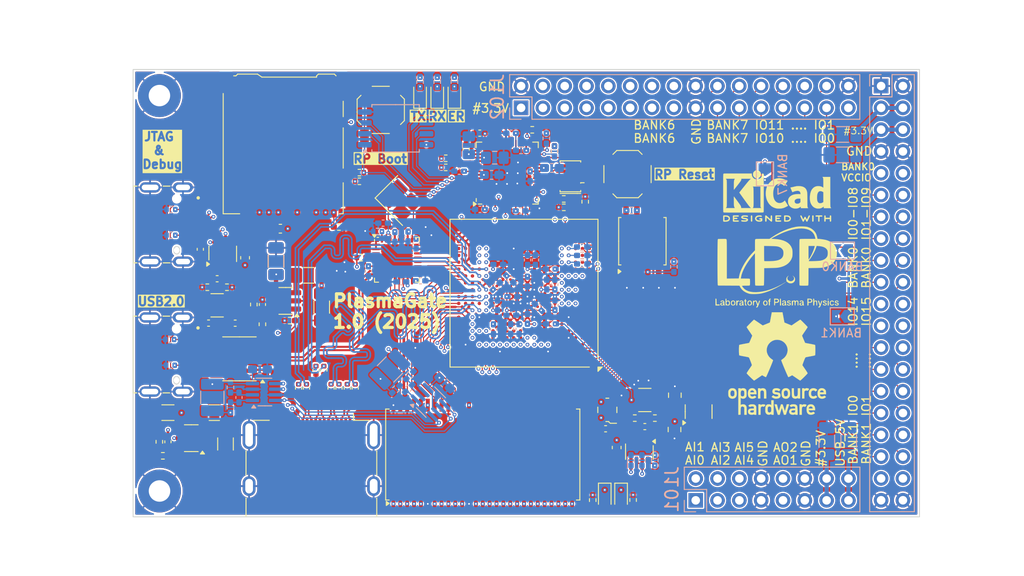
<source format=kicad_pcb>
(kicad_pcb (version 20241229) (generator "pcbnew") (generator_version "9.0")
  (layers (0 "F.Cu" signal) (4 "In1.Cu" signal) (6 "In2.Cu" signal) (2 "B.Cu" signal) (13 "F.Paste" user) (15 "B.Paste" user) (5 "F.SilkS" user "F.Silkscreen") (7 "B.SilkS" user "B.Silkscreen") (1 "F.Mask" user) (3 "B.Mask" user) (25 "Edge.Cuts" user))
  (net 0 "")
  (net 1 "GND")
  (net 2 "Net-(U501-Vin-)")
  (net 3 "Net-(U501-Vin+)")
  (net 4 "Net-(U601-FB)")
  (net 5 "Net-(U701-FB)")
  (net 6 "Net-(U801-Vin+)")
  (net 7 "Net-(U801-Vin-)")
  (net 8 "Net-(U901-Vin-)")
  (net 9 "Net-(U901-Vin+)")
  (net 10 "Net-(U1001-Vin-)")
  (net 11 "Net-(U1001-Vin+)")
  (net 12 "/DAC_OUT1")
  (net 13 "Net-(U601-SW)")
  (net 14 "Net-(U701-SW)")
  (net 15 "/DAC_OUT2")
  (net 16 "/Power/TLV62568/PG")
  (net 17 "/Power/TLV62569/PG")
  (net 18 "/FPGA_BANK0_VCCIO")
  (net 19 "/FPGA_BANK1_VCCIO")
  (net 20 "/FPGA_BANK7_VCCIO")
  (net 21 "/USB_5V")
  (net 22 "/ADC_IN2")
  (net 23 "/ADC_IN5")
  (net 24 "/ADC_IN4")
  (net 25 "/ADC_IN0")
  (net 26 "/ADC_IN1")
  (net 27 "/ADC_IN3")
  (net 28 "/UC_GPIO1")
  (net 29 "/UC_GPIO0")
  (net 30 "/FPGA/CFG_0")
  (net 31 "/FPGA/CFG_1")
  (net 32 "/FPGA/CFG_2")
  (net 33 "/Power/PowerMonitor1/Vin")
  (net 34 "/Power/PowerMonitor/Vin")
  (net 36 "/Alert")
  (net 37 "/FPGA/LED1")
  (net 38 "Net-(D301-A)")
  (net 39 "/Power/PowerMonitor2/Vin")
  (net 40 "Net-(D302-A)")
  (net 41 "/FPGA/LED2")
  (net 42 "Net-(J203-CC2)")
  (net 43 "/USB/USB_D+")
  (net 44 "Net-(J203-CC1)")
  (net 45 "/USB/USB_D-")
  (net 48 "/USB/VBUS_SENSE")
  (net 51 "Net-(U1002-XO)")
  (net 52 "Net-(U1002-XI)")
  (net 55 "/JTAG/VBUS")
  (net 56 "/JTAG/USB_D-")
  (net 58 "Net-(J1201-CC2)")
  (net 60 "/JTAG/USB_D+")
  (net 61 "Net-(J1201-CC1)")
  (net 76 "/FPGA/SDMMC_CMD")
  (net 77 "/FPGA/SDMMC_CLK")
  (net 78 "/FPGA/CARD_DETECT")
  (net 79 "/FPGA/SDMMC_D1")
  (net 80 "/FPGA/SDMMC_D2")
  (net 81 "/FPGA/SDMMC_D3")
  (net 82 "/FPGA/SDMMC_D0")
  (net 133 "/FPGA/FLASH_MISO")
  (net 165 "/FPGA/FLASH_MOSI")
  (net 166 "/FPGA/FLASH_nCS")
  (net 167 "/FPGA/FLASH_SCK")
  (net 171 "/JTAG/D-")
  (net 172 "/JTAG/D+")
  (net 173 "/JTAG/reg_1.1V")
  (net 174 "/JTAG/SD3")
  (net 175 "/JTAG/SD1")
  (net 176 "/JTAG/CLK")
  (net 177 "/JTAG/SD0")
  (net 178 "/JTAG/SD2")
  (net 179 "/JTAG/~{CS}")
  (net 180 "Net-(R1206-Pad2)")
  (net 181 "Net-(U1201-XIN)")
  (net 182 "Net-(U1201-XOUT)")
  (net 184 "Net-(U10-~{WP})")
  (net 185 "Net-(U10-~{HOLD})")
  (net 186 "Net-(U1201-RUN)")
  (net 187 "/FPGA/DONE")
  (net 188 "/JTAG/TX_LED")
  (net 189 "/JTAG/RX_LED")
  (net 190 "Net-(U1002-VDDA1.8)")
  (net 191 "Net-(C1004-Pad1)")
  (net 192 "Net-(U1002-RBIAS)")
  (net 193 "/FPGA/HDMI_D2+")
  (net 194 "/FPGA/HDMI_D2-")
  (net 195 "/FPGA/HDMI_D1-")
  (net 196 "/FPGA/HDMI_D1+")
  (net 197 "/FPGA/HDMI_D0-")
  (net 198 "/FPGA/HDMI_D0+")
  (net 199 "/FPGA/HDMI_CK-")
  (net 200 "/FPGA/HDMI_CK+")
  (net 203 "/FPGA/_HDMI_D2+")
  (net 204 "/FPGA/_HDMI_D2-")
  (net 205 "/FPGA/_HDMI_D1-")
  (net 206 "/FPGA/_HDMI_D1+")
  (net 207 "/FPGA/_HDMI_D0-")
  (net 208 "/FPGA/_HDMI_D0+")
  (net 209 "/FPGA/_HDMI_CK-")
  (net 210 "/FPGA/_HDMI_CK+")
  (net 215 "Net-(D1201-A)")
  (net 216 "/JTAG/ERROR_LED")
  (net 217 "/JTAG/PSU.SDA")
  (net 218 "Net-(D1202-A)")
  (net 219 "/JTAG/PSU.SCL")
  (net 220 "Net-(D1203-A)")
  (net 221 "/FPGA/~{INIT}")
  (net 222 "/FPGA/~{PROGRAM}")
  (net 223 "/FPGA/FPGA_CLK")
  (net 224 "/FPGA_BANK7_IO2")
  (net 225 "/FPGA_BANK7_IO7")
  (net 226 "/FPGA_BANK6_IO3")
  (net 227 "/FPGA_BANK7_IO11")
  (net 228 "/FPGA_BANK7_IO6")
  (net 229 "/FPGA_BANK7_IO9")
  (net 230 "/FPGA_BANK7_IO5")
  (net 231 "/FPGA_BANK6_IO1")
  (net 232 "/FPGA_BANK7_IO8")
  (net 233 "/FPGA_BANK7_IO3")
  (net 234 "/FPGA_BANK7_IO0")
  (net 235 "/FPGA_BANK7_IO10")
  (net 236 "/FPGA_BANK6_IO4")
  (net 237 "/FPGA_BANK7_IO1")
  (net 238 "/FPGA_BANK7_IO4")
  (net 239 "/FPGA_BANK6_IO2")
  (net 240 "/FPGA_BANK6_IO5")
  (net 241 "/FPGA_BANK6_IO0")
  (net 242 "/FPGA_BANK0_IO7")
  (net 243 "/FPGA_BANK1_IO14")
  (net 244 "/FPGA_BANK1_IO2")
  (net 245 "/FPGA_BANK0_IO8")
  (net 246 "/FPGA_BANK1_IO6")
  (net 247 "/FPGA_BANK1_IO7")
  (net 248 "/FPGA_BANK1_IO4")
  (net 249 "/FPGA_BANK1_IO3")
  (net 250 "/FPGA_BANK0_IO6")
  (net 251 "/FPGA_BANK1_IO13")
  (net 252 "/FPGA_BANK1_IO15")
  (net 253 "/FPGA_BANK1_IO5")
  (net 254 "/FPGA_BANK1_IO12")
  (net 255 "/FPGA_BANK0_IO2")
  (net 256 "/FPGA_BANK1_IO10")
  (net 257 "/FPGA_BANK0_IO5")
  (net 258 "/FPGA_BANK1_IO8")
  (net 259 "/FPGA_BANK0_IO1")
  (net 260 "/FPGA_BANK0_IO0")
  (net 261 "/FPGA_BANK0_IO9")
  (net 262 "/FPGA_BANK1_IO9")
  (net 263 "/FPGA_BANK1_IO0")
  (net 264 "/FPGA_BANK0_IO4")
  (net 265 "/FPGA_BANK1_IO11")
  (net 266 "/FPGA_BANK0_IO3")
  (net 267 "/FPGA_BANK1_IO1")
  (net 268 "/FPGA/ULPI.D5")
  (net 269 "/FPGA/ULPI.D3")
  (net 270 "/FPGA/ULPI.D7")
  (net 271 "/FPGA/ULPI.D6")
  (net 272 "/FPGA/ULPI.D2")
  (net 273 "/FPGA/ULPI.D0")
  (net 274 "/FPGA/ULPI.D4")
  (net 275 "/FPGA/ULPI.D1")
  (net 276 "/FPGA/SDRAM.DQ6")
  (net 277 "/FPGA/SDRAM.A9")
  (net 278 "/FPGA/SDRAM.DQ7")
  (net 279 "/FPGA/SDRAM.BA1")
  (net 280 "/FPGA/SDRAM.DQ9")
  (net 281 "/FPGA/SDRAM.A6")
  (net 282 "/FPGA/SDRAM.A3")
  (net 283 "/FPGA/SDRAM.A5")
  (net 284 "/FPGA/SDRAM.A4")
  (net 285 "/FPGA/SDRAM.DQ4")
  (net 286 "/FPGA/SDRAM.DQ5")
  (net 287 "/FPGA/SDRAM.~{WE}")
  (net 288 "/FPGA/SDRAM.CLK")
  (net 289 "/FPGA/SDRAM.DQ12")
  (net 290 "/FPGA/SDRAM.A0")
  (net 291 "/FPGA/SDRAM.DQ10")
  (net 292 "/FPGA/SDRAM.DQ15")
  (net 293 "/FPGA/SDRAM.A2")
  (net 294 "/FPGA/SDRAM.CKE")
  (net 295 "/FPGA/SDRAM.DQ14")
  (net 296 "/FPGA/SDRAM.A12")
  (net 297 "/FPGA/SDRAM.DQ11")
  (net 298 "/FPGA/SDRAM.DQ1")
  (net 299 "/FPGA/SDRAM.~{CAS}")
  (net 300 "/FPGA/SDRAM.A7")
  (net 301 "/FPGA/SDRAM.BA0")
  (net 302 "/FPGA/SDRAM.~{CS}")
  (net 303 "/FPGA/SDRAM.A10")
  (net 304 "/FPGA/SDRAM.DQ2")
  (net 305 "/FPGA/SDRAM.DQ8")
  (net 306 "/FPGA/SDRAM.DQ3")
  (net 307 "/FPGA/SDRAM.DQ13")
  (net 308 "/FPGA/SDRAM.A1")
  (net 309 "/FPGA/SDRAM.A11")
  (net 310 "/FPGA/SDRAM.DQ0")
  (net 311 "/FPGA/SDRAM.DQMH")
  (net 312 "/FPGA/SDRAM.DQML")
  (net 313 "/FPGA/SDRAM.A8")
  (net 314 "/FPGA/SDRAM.~{RAS}")
  (net 315 "/FPGA/ULPI.RESET")
  (net 316 "/FPGA/ULPI.CLKOUT")
  (net 317 "/FPGA/ULPI.DIR")
  (net 318 "/FPGA/ULPI.NXT")
  (net 319 "/FPGA/ULPI.STP")
  (net 320 "/FPGA/JTAG.TDO")
  (net 321 "/FPGA/JTAG.TCK")
  (net 322 "/FPGA/JTAG.TDI")
  (net 323 "/FPGA/JTAG.TMS")
  (net 324 "/FPGA/JTAG.RST")
  (net 325 "/FPGA/JTAG.TRST")
  (net 326 "/FPGA/UART1.TX")
  (net 327 "/FPGA/UART2.RX")
  (net 328 "/FPGA/UART1.RX")
  (net 329 "/FPGA/UART2.TX")
  (net 330 "/FPGA/3.3V")
  (net 331 "/FPGA/5V")
  (net 332 "/FPGA/2.5V")
  (net 333 "/FPGA/1.1V")
  (net 334 "/FPGA/EXT_SPI.SCK")
  (net 335 "/FPGA/EXT_I²C.SCL")
  (net 336 "/FPGA/EXT_SPI.NSS")
  (net 337 "/FPGA/EXT_SPI.MISO")
  (net 338 "/FPGA/EXT_SPI.MOSI")
  (net 339 "/FPGA/EXT_I²C.SDA")
  (footprint "Package_TO_SOT_SMD:SOT-23-8_Handsoldering" (layer "F.Cu") (at 125.529999 94.6698 -90)
    (property "Reference" "U901" (hide yes))
    (property "Value" "INA236")
  )
  (footprint "Package_BGA:Lattice_caBGA-381_17x17mm_Layout20x20_P0.8mm" (layer "F.Cu") (at 112.100001 76.2 180)
    (property "Reference" "U203" (hide yes))
    (property "Value" "LFE5U-85F-6BG381x")
  )
  (footprint "Capacitor_SMD:C_0603_1608Metric_Pad1.08x0.95mm_HandSolder" (layer "F.Cu") (at 83.74 68.69 180)
    (property "Reference" "C115" (hide yes))
    (property "Value" "100nF")
  )
  (footprint "LED_SMD:LED_0603_1608Metric_Pad1.05x0.95mm_HandSolder" (layer "F.Cu") (at 123.4 100 -90)
    (property "Reference" "D302" (hide yes))
    (property "Value" "LED")
  )
  (footprint "Resistor_SMD:R_0402_1005Metric_Pad0.72x0.64mm_HandSolder" (layer "F.Cu") (at 116.7325 66.2024)
    (property "Reference" "R204" (hide yes))
    (property "Value" "10k")
  )
  (footprint "Symbol:KiCad-Logo2_5mm_SilkScreen" (layer "F.Cu") (at 141.564383 64.868487)
    (property "Reference" "REF**" (hide yes))
    (property "Value" "KiCad-Logo2_5mm_SilkScreen" (hide yes))
  )
  (footprint "Resistor_SMD:R_0402_1005Metric" (layer "F.Cu") (at 92.936601 62.155799 180)
    (property "Reference" "R1206" (hide yes))
    (property "Value" "1k")
  )
  (footprint "Resistor_SMD:R_0402_1005Metric_Pad0.72x0.64mm_HandSolder" (layer "F.Cu") (at 69.65 93.52 -90)
    (property "Reference" "R601" (hide yes))
    (property "Value" "102k")
  )
  (footprint "Connector_Card:microSD_HC_Hirose_DM3AT-SF-PEJM5" (layer "F.Cu") (at 84.08 59.065 180)
    (property "Reference" "J202" (hide yes))
    (property "Value" "Micro_SD_Card_Det_Hirose_DM3AT")
  )
  (footprint "libs:logo_lpp" (layer "F.Cu") (at 141.712843 73.147673)
    (property "Reference" "G***" (hide yes))
    (property "Value" "LOGO" (hide yes))
  )
  (footprint "Capacitor_SMD:C_0603_1608Metric_Pad1.08x0.95mm_HandSolder" (layer "F.Cu") (at 122.8884 94.187198 -90)
    (property "Reference" "C902" (hide yes))
    (property "Value" "100nF")
  )
  (footprint "DX07S016JA1R1500:JAE_DX07S016JA1R1500" (layer "F.Cu") (at 71.65 83.35 -90)
    (property "Reference" "J203" (hide yes))
    (property "Value" "DX07S016JA1R1500")
    (fp_line (start 3.125 0.315) (end 2.875 0.315) (stroke (width 0.1)) (layer "Edge.Cuts"))
    (fp_line (start 2.875 -0.315) (end 3.125 -0.315) (stroke (width 0.1)) (layer "Edge.Cuts"))
    (fp_arc (start 2.875 0.315) (mid 2.652261 0.222739) (end 2.56 0) (stroke (width 0.1)) (layer "Edge.Cuts"))
    (fp_arc (start 2.56 0) (mid 2.652261 -0.222739) (end 2.875 -0.315) (stroke (width 0.1)) (layer "Edge.Cuts"))
    (fp_arc (start 3.44 0) (mid 3.347739 0.222739) (end 3.125 0.315) (stroke (width 0.1)) (layer "Edge.Cuts"))
    (fp_arc (start 3.125 -0.315) (mid 3.347739 -0.222739) (end 3.44 0) (stroke (width 0.1)) (layer "Edge.Cuts"))
  )
  (footprint "Oscillator:Oscillator_SMD_ECS_2520MV-xxx-xx-4Pin_2.5x2.0mm" (layer "F.Cu") (at 121.8 89.8 180)
    (property "Reference" "X1" (hide yes))
    (property "Value" "ECS-2520MV-xxx-xx")
  )
  (footprint "Resistor_SMD:R_0402_1005Metric_Pad0.72x0.64mm_HandSolder" (layer "F.Cu") (at 127.333399 90.7582 180)
    (property "Reference" "R902" (hide yes))
    (property "Value" "100")
  )
  (footprint "Resistor_SMD:R_0402_1005Metric_Pad0.72x0.64mm_HandSolder" (layer "F.Cu") (at 116.73 65.2224)
    (property "Reference" "R203" (hide yes))
    (property "Value" "10k")
  )
  (footprint "Capacitor_SMD:C_0402_1005Metric" (layer "F.Cu") (at 92.45 87.29 -90)
    (property "Reference" "C201" (hide yes))
    (property "Value" "22nF")
  )
  (footprint "Capacitor_SMD:C_0402_1005Metric_Pad0.74x0.62mm_HandSolder" (layer "F.Cu") (at 70.65 93.5225 -90)
    (property "Reference" "C602" (hide yes))
    (property "Value" "C")
  )
  (footprint "Capacitor_SMD:C_0402_1005Metric_Pad0.74x0.62mm_HandSolder" (layer "F.Cu") (at 74.42 71.09 -90)
    (property "Reference" "C1201" (hide yes))
    (property "Value" "100nF")
  )
  (footprint "Resistor_SMD:R_0402_1005Metric_Pad0.72x0.64mm_HandSolder" (layer "F.Cu") (at 81.65 79.825 -90)
    (property "Reference" "R702" (hide yes))
    (property "Value" "120k")
  )
  (footprint "Resistor_SMD:R_0402_1005Metric_Pad0.72x0.64mm_HandSolder" (layer "F.Cu") (at 84.83 79.4)
    (property "Reference" "R401" (hide yes))
    (property "Value" "100k")
  )
  (footprint "Resistor_SMD:R_0402_1005Metric_Pad0.72x0.64mm_HandSolder" (layer "F.Cu") (at 70.0625 95.1525 180)
    (property "Reference" "R602" (hide yes))
    (property "Value" "22.6k")
  )
  (footprint "Capacitor_SMD:C_0402_1005Metric_Pad0.74x0.62mm_HandSolder" (layer "F.Cu") (at 78.48 79.698349)
    (property "Reference" "C402" (hide yes))
    (property "Value" "100nF")
  )
  (footprint "Resistor_SMD:R_0402_1005Metric_Pad0.72x0.64mm_HandSolder" (layer "F.Cu") (at 113.06 57.17 180)
    (property "Reference" "R302" (hide yes))
    (property "Value" "4.7k")
  )
  (footprint "Resistor_SMD:R_0402_1005Metric_Pad0.72x0.64mm_HandSolder" (layer "F.Cu") (at 90.56 68.49 180)
    (property "Reference" "R108" (hide yes))
    (property "Value" "10k")
  )
  (footprint "Resistor_SMD:R_0402_1005Metric_Pad0.72x0.64mm_HandSolder" (layer "F.Cu") (at 115.65 59.6725 -90)
    (property "Reference" "R1208" (hide yes))
    (property "Value" "10k")
  )
  (footprint "Capacitor_SMD:C_0402_1005Metric" (layer "F.Cu") (at 91.53 87.29 -90)
    (property "Reference" "C202" (hide yes))
    (property "Value" "22nF")
  )
  (footprint "Capacitor_SMD:C_0805_2012Metric_Pad1.18x1.45mm_HandSolder" (layer "F.Cu") (at 129.66 88.0925 90)
    (property "Reference" "C404" (hide yes))
    (property "Value" "1uF")
  )
  (footprint "Crystal:Resonator_SMD_Murata_CSTxExxV-3Pin_3.0x1.1mm_HandSoldering" (layer "F.Cu") (at 117.5004 62.5856 90)
    (property "Reference" "Y201" (hide yes))
    (property "Value" "12MHz")
  )
  (footprint "Crystal:Crystal_SMD_EuroQuartz_X22-4Pin_2.5x2.0mm_HandSoldering" (layer "F.Cu") (at 97.681142 65.403223 -45)
    (property "Reference" "Y1001" (hide yes))
    (property "Value" "Crystal_GND24_Small")
  )
  (footprint "Button_Switch_SMD:SW_SPST_TL3342" (layer "F.Cu") (at 95.425 54.85 90)
    (property "Reference" "SW201" (hide yes))
    (property "Value" "SW_Push")
  )
  (footprint "Connector_Video:HDMI_A_Molex_208658-1001_Horizontal" (layer "F.Cu") (at 87.35 95.25 -90)
    (property "Reference" "J201" (hide yes))
    (property "Value" "HDMI_A")
  )
  (footprint "Capacitor_SMD:C_0402_1005Metric" (layer "F.Cu") (at 86.78 87.29 -90)
    (property "Reference" "C208" (hide yes))
    (property "Value" "22nF")
  )
  (footprint "Package_SO:SOIC-8_5.3x5.3mm_P1.27mm" (layer "F.Cu") (at 125.88 70.15 90)
    (property "Reference" "U10" (hide yes))
    (property "Value" "IS25LP128F-JBLE")
  )
  (footprint "Capacitor_SMD:C_0402_1005Metric_Pad0.74x0.62mm_HandSolder" (layer "F.Cu") (at 126.165 91.7488 180)
    (property "Reference" "C901" (hide yes))
    (property "Value" "100nF")
  )
  (footprint "Inductor_SMD:L_1206_3216Metric_Pad1.42x1.75mm_HandSolder" (layer "F.Cu") (at 76.05 90.1225)
    (property "Reference" "L601" (hide yes))
    (property "Value" "2.2uH")
  )
  (footprint "Package_TO_SOT_SMD:SOT-23-6" (layer "F.Cu") (at 84.37 77.1 180)
    (property "Reference" "U701" (hide yes))
    (property "Value" "TLV62568DDC")
  )
  (footprint "LED_SMD:LED_0603_1608Metric_Pad1.05x0.95mm_HandSolder" (layer "F.Cu") (at 104 53 90)
    (property "Reference" "D1203" (hide yes))
    (property "Value" "LED")
  )
  (footprint "Resistor_SMD:R_0402_1005Metric" (layer "F.Cu") (at 93.15 72.06 180)
    (property "Reference" "R213" (hide yes))
    (property "Value" "820")
  )
  (footprint "Resistor_SMD:R_0402_1005Metric" (layer "F.Cu") (at 102.991759 61.55 180)
    (property "Reference" "R1204" (hide yes))
    (property "Value" "27")
  )
  (footprint "Package_TO_SOT_SMD:SOT-23-5" (layer "F.Cu") (at 132.4275 90.002499 90)
    (property "Reference" "U401" (hide yes))
    (property "Value" "NCP718xSN250")
  )
  (footprint "Capacitor_SMD:C_0402_1005Metric" (layer "F.Cu") (at 87.88 85.18 -90)
    (property "Reference" "C205" (hide yes))
    (property "Value" "22nF")
  )
  (footprint "Inductor_SMD:L_1206_3216Metric_Pad1.42x1.75mm_HandSolder" (layer "F.Cu") (at 87.05 74.125)
    (property "Reference" "L701" (hide yes))
    (property "Value" "2.2uH")
  )
  (footprint "Capacitor_SMD:C_0603_1608Metric_Pad1.08x0.95mm_HandSolder" (layer "F.Cu") (at 79.6307 72.078349 90)
    (property "Reference" "C1002" (hide yes))
    (property "Value" "100nF")
  )
  (footprint "Capacitor_SMD:C_0402_1005Metric" (layer "F.Cu") (at 88.8 85.18 -90)
    (property "Reference" "C206" (hide yes))
    (property "Value" "22nF")
  )
  (footprint "Capacitor_SMD:C_0402_1005Metric_Pad0.74x0.62mm_HandSolder" (layer "F.Cu") (at 75.38 79.69)
    (property "Reference" "C215" (hide yes))
    (property "Value" "100nF")
  )
  (footprint "Resistor_SMD:R_0402_1005Metric_Pad0.72x0.64mm_HandSolder" (layer "F.Cu") (at 119.225 65.55 -90)
    (property "Reference" "R205" (hide yes))
    (property "Value" "10k")
  )
  (footprint "Resistor_SMD:R_1210_3225Metric_Pad1.30x2.65mm_HandSolder" (layer "F.Cu") (at 126.164999 88.65 180)
    (property "Reference" "R901" (hide yes))
    (property "Value" "0.1")
  )
  (footprint "Resistor_SMD:R_0402_1005Metric" (layer "F.Cu") (at 92.9386 63.171799)
    (property "Reference" "R1207" (hide yes))
    (property "Value" "10k")
  )
  (footprint "MountingHole:MountingHole_2.5mm_Pad" (layer "F.Cu") (at 69.66 53.18)
    (property "Reference" "H102" (hide yes))
    (property "Value" "MountingHole_Pad")
  )
  (footprint "Resistor_SMD:R_1210_3225Metric_Pad1.30x2.65mm_HandSolder" (layer "F.Cu") (at 76.3795 77.619349)
    (property "Reference" "R1001" (hide yes))
    (property "Value" "0.1")
  )
  (footprint "Package_DFN_QFN:QFN-56-1EP_7x7mm_P0.4mm_EP3.2x3.2mm" (layer "F.Cu") (at 110.15 62.2125 90)
    (property "Reference" "U1201" (hide yes))
    (property "Value" "RP2040")
  )
  (footprint "LED_SMD:LED_0603_1608Metric_Pad1.05x0.95mm_HandSolder" (layer "F.Cu") (at 102 53 90)
    (property "Reference" "D1202" (hide yes))
    (property "Value" "LED")
  )
  (footprint "Symbol:OSHW-Logo_11.4x12mm_SilkScreen" (layer "F.Cu") (at 141.556283 84.392687)
    (property "Reference" "SYM101" (hide yes))
    (property "Value" "Logo_Open_Hardware_Small" (hide yes))
  )
  (footprint "Capacitor_SMD:C_0402_1005Metric_Pad0.74x0.62mm_HandSolder" (layer "F.Cu") (at 76.3795 74.520548)
    (property "Reference" "C1001" (hide yes))
    (property "Value" "100nF")
  )
  (footprint "Capacitor_SMD:C_0402_1005Metric" (layer "F.Cu") (at 89.64 87.29 -90)
    (property "Reference" "C203" (hide yes))
    (property "Value" "22nF")
  )
  (footprint "Capacitor_SMD:C_1206_3216Metric_Pad1.33x1.80mm_HandSolder" (layer "F.Cu") (at 77.3525 93.7725 -90)
    (property "Reference" "C603" (hide yes))
    (property "Value" "10uF")
  )
  (footprint "Capacitor_SMD:C_0402_1005Metric_Pad0.74x0.62mm_HandSolder" (layer "F.Cu") (at 106.95 57.56 180)
    (property "Reference" "C1210" (hide yes))
    (property "Value" "100nF")
  )
  (footprint "Capacitor_SMD:C_1206_3216Metric_Pad1.33x1.80mm_HandSolder" (layer "F.Cu") (at 88.55 77.825 -90)
    (property "Reference" "C703" (hide yes))
    (property "Value" "10uF")
  )
  (footprint "MountingHole:MountingHole_2.5mm_Pad" (layer "F.Cu") (at 69.67 99.25)
    (property "Reference" "H101" (hide yes))
    (property "Value" "MountingHole_Pad")
  )
  (footprint "Capacitor_SMD:C_0402_1005Metric" (layer "F.Cu") (at 85.86 87.29 -90)
    (property "Reference" "C207" (hide yes))
    (property "Value" "22nF")
  )
  (footprint "Capacitor_SMD:C_0805_2012Metric_Pad1.18x1.45mm_HandSolder" (layer "F.Cu") (at 129.62 92.09 -90)
    (property "Reference" "C401" (hide yes))
    (property "Value" "1uF")
  )
  (footprint "Package_TO_SOT_SMD:SOT-23-6" (layer "F.Cu") (at 73.37 93.0975 180)
    (property "Reference" "U601" (hide yes))
    (property "Value" "TLV62568DDC")
  )
  (footprint "Capacitor_SMD:C_0402_1005Metric" (layer "F.Cu") (at 90.56 87.29 -90)
    (property "Reference" "C204" (hide yes))
    (property "Value" "22nF")
  )
  (footprint "Capacitor_SMD:C_0402_1005Metric_Pad0.74x0.62mm_HandSolder" (layer "F.Cu") (at 105.37 59.42 90)
    (property "Reference" "C1212" (hide yes))
    (property "Value" "100nF")
  )
  (footprint "Resistor_SMD:R_0402_1005Metric_Pad0.72x0.64mm_HandSolder" (layer "F.Cu") (at 80.65 77.522501 -90)
    (property "Reference" "R701" (hide yes))
    (property "Value" "100k")
  )
  (footprint "Package_DFN_QFN:QFN-32-1EP_5x5mm_P0.5mm_EP3.45x3.45mm" (layer "F.Cu") (at 97.3083 72.3112)
    (property "Reference" "U1002" (hide yes))
    (property "Value" "USB3300-EZK")
  )
  (footprint "Package_SO:TSOP-II-54_22.2x10.16mm_P0.8mm" (layer "F.Cu") (at 107.3 95 90)
    (property "Reference" "U1101" (hide yes))
    (property "Value" "MT48LC16M16A2P")
  )
  (footprint "Button_Switch_SMD:SW_SPST_TL3342" (layer "F.Cu") (at 124.15 62.33)
    (property "Reference" "SW1201" (hide yes))
    (property "Value" "SW_Push")
  )
  (footprint "Capacitor_SMD:C_1206_3216Metric_Pad1.33x1.80mm_HandSolder" (layer "F.Cu") (at 83.2335 72.488 90)
    (property "Reference" "C701" (hide yes))
    (property "Value" "10uF")
  )
  (footprint "Capacitor_SMD:C_0402_1005Metric_Pad0.74x0.62mm_HandSolder" (layer "F.Cu") (at 81.65 77.525 -90)
    (property "Reference" "C702" (hide yes))
    (property "Value" "C")
  )
  (footprint "Resistor_SMD:R_0402_1005Metric_Pad0.72x0.64mm_HandSolder" (layer "F.Cu") (at 75.2365 75.511148)
    (property "Reference" "R1002" (hide yes))
    (property "Value" "100")
  )
  (footprint "Resistor_SMD:R_0402_1005Metric_Pad0.72x0.64mm_HandSolder" (layer "F.Cu") (at 124.8 100.3 -90)
    (property "Reference" "R309" (hide yes))
    (property "Value" "2.2k")
  )
  (footprint "Capacitor_SMD:C_1206_3216Metric_Pad1.33x1.80mm_HandSolder" (layer "F.Cu") (at 70.65 90.1225 180)
    (property "Reference" "C601" (hide yes))
    (property "Value" "10uF")
  )
  (footprint "LED_SMD:LED_0603_1608Metric_Pad1.05x0.95mm_HandSolder" (layer "F.Cu") (at 100 53 90)
    (property "Reference" "D1201" (hide yes))
    (property "Value" "LED")
  )
  (footprint "Capacitor_SMD:C_0402_1005Metric_Pad0.74x0.62mm_HandSolder" (layer "F.Cu") (at 121.6 92)
    (property "Reference" "C1" (hide yes))
    (property "Value" "100nF")
  )
  (footprint "DX07S016JA1R1500:JAE_DX07S016JA1R1500" (layer "F.Cu") (at 71.675 68.2 -90)
    (property "Reference" "J1201" (hide yes))
    (property "Value" "DX07S016JA1R1500")
    (fp_line (start 3.125 0.315) (end 2.875 0.315) (stroke (width 0.1)) (layer "Edge.Cuts"))
    (fp_line (start 2.875 -0.315) (end 3.125 -0.315) (stroke (width 0.1)) (layer "Edge.Cuts"))
    (fp_arc (start 2.875 0.315) (mid 2.652261 0.222739) (end 2.56 0) (stroke (width 0.1)) (layer "Edge.Cuts"))
    (fp_arc (start 2.56 0) (mid 2.652261 -0.222739) (end 2.875 -0.315) (stroke (width 0.1)) (layer "Edge.Cuts"))
    (fp_arc (start 3.44 0) (mid 3.347739 0.222739) (end 3.125 0.315) (stroke (width 0.1)) (layer "Edge.Cuts"))
    (fp_arc (start 3.125 -0.315) (mid 3.347739 -0.222739) (end 3.44 0) (stroke (width 0.1)) (layer "Edge.Cuts"))
  )
  (footprint "Resistor_SMD:R_0402_1005Metric_Pad0.72x0.64mm_HandSolder" (layer "F.Cu") (at 77.5225 75.511148 180)
    (property "Reference" "R1003" (hide yes))
    (property "Value" "100")
  )
  (footprint "Package_TO_SOT_SMD:SOT-23-8_Handsoldering" (layer "F.Cu") (at 77.0293 71.621149 90)
    (property "Reference" "U1001" (hide yes))
    (property "Value" "INA236")
  )
  (footprint "LED_SMD:LED_0603_1608Metric_Pad1.05x0.95mm_HandSolder" (layer "F.Cu") (at 121.5 100 -90)
    (property "Reference" "D301" (hide yes))
    (property "Value" "LED")
  )
  (footprint "Resistor_SMD:R_0402_1005Metric_Pad0.72x0.64mm_HandSolder" (layer "F.Cu") (at 124.996601 90.7582)
    (property "Reference" "R903" (hide yes))
    (property "Value" "100")
  )
  (footprint "Resistor_SMD:R_0402_1005Metric_Pad0.72x0.64mm_HandSolder" (layer "F.Cu") (at 120.1 100.309999 -90)
    (property "Reference" "R308" (hide yes))
    (property "Value" "2.2k")
  )
  (footprint "Resistor_SMD:R_0402_1005Metric" (layer "F.Cu") (at 102.991759 60.485672 180)
    (property "Reference" "R1205" (hide yes))
    (property "Value" "27")
  )
  (footprint "Package_SO:SOIC-8_3.9x4.9mm_P1.27mm" (layer "F.Cu") (at 78.975 83.855 180)
    (property "Reference" "U202" (hide yes))
    (property "Value" "USB6B1")
  )
  (footprint "Resistor_SMD:R_0402_1005Metric_Pad0.72x0.64mm_HandSolder" (layer "B.Cu") (at 118.872 71.8058)
    (property "Reference" "R306" (hide yes))
    (property "Value" "0")
  )
  (footprint "Capacitor_SMD:C_0402_1005Metric_Pad0.74x0.62mm_HandSolder" (layer "B.Cu") (at 95.7 68.04 180)
    (property "Reference" "C1009" (hide yes))
    (property "Value" "100nF")
  )
  (footprint "Capacitor_SMD:C_0402_1005Metric_Pad0.74x0.62mm_HandSolder" (layer "B.Cu") (at 100.05 74.76)
    (property "Reference" "C1007" (hide yes))
    (property "Value" "100nF")
  )
  (footprint "Package_TO_SOT_SMD:SOT-23-8_Handsoldering" (layer "B.Cu") (at 101.2 88.9 -45)
    (property "Reference" "U801" (hide yes))
    (property "Value" "INA236")
  )
  (footprint "Resistor_SMD:R_0402_1005Metric_Pad0.72x0.64mm_HandSolder" (layer "B.Cu") (at 98.811252 85.75691 -135)
    (property "Reference" "R803" (hide yes))
    (property "Value" "100")
  )
  (footprint "Capacitor_SMD:C_1206_3216Metric_Pad1.33x1.80mm_HandSolder" (layer "B.Cu") (at 147.35 93.45 90)
    (property "Reference" "C101" (hide yes))
    (property "Value" "10µF")
  )
  (footprint "Capacitor_SMD:C_0402_1005Metric_Pad0.74x0.62mm_HandSolder" (layer "B.Cu") (at 110.44 74.55 -45)
    (property "Reference" "C305" (hide yes))
    (property "Value" "100nF")
  )
  (footprint "Capacitor_SMD:C_0402_1005Metric_Pad0.74x0.62mm_HandSolder" (layer "B.Cu") (at 99.53 70.43 -90)
    (property "Reference" "C1008" (hide yes))
    (property "Value" "100nF")
  )
  (footprint "Connector_PinSocket_2.54mm:PinSocket_2x08_P2.54mm_Vertical" (layer "B.Cu") (at 132.09 100.34 -90)
    (property "Reference" "J101")
    (property "Value" "Conn_02x08_Odd_Even")
  )
  (footprint "Resistor_SMD:R_0402_1005Metric_Pad0.72x0.64mm_HandSolder" (layer "B.Cu") (at 124.55 95.675 -90)
    (property "Reference" "R1212" (hide yes))
    (property "Value" "4.7k")
  )
  (footprint "Package_TO_SOT_SMD:SOT-23-8_Handsoldering" (layer "B.Cu") (at 81.84 87.7191)
    (property "Reference" "U501" (hide yes))
    (property "Value" "INA236")
  )
  (footprint "Capacitor_SMD:C_0402_1005Metric_Pad0.74x0.62mm_HandSolder" (layer "B.Cu") (at 97.8225 74.88 180)
    (property "Reference" "C1004" (hide yes))
    (property "Value" "100nF")
  )
  (footprint "Capacitor_SMD:C_0805_2012Metric_Pad1.18x1.45mm_HandSolder" (layer "B.Cu") (at 105.67 58.97 90)
    (property "Reference" "C1208" (hide yes))
    (property "Value" "1uF")
  )
  (footprint "Capacitor_SMD:C_0402_1005Metric_Pad0.74x0.62mm_HandSolder" (layer "B.Cu") (at 110.625 78.775)
    (property "Reference" "C310" (hide yes))
    (property "Value" "100nF")
  )
  (footprint "Resistor_SMD:R_0402_1005Metric_Pad0.72x0.64mm_HandSolder" (layer "B.Cu") (at 118.8587 70.8152)
    (property "Reference" "R305" (hide yes))
    (property "Value" "0")
  )
  (footprint "Resistor_SMD:R_0402_1005Metric_Pad0.72x0.64mm_HandSolder" (layer "B.Cu") (at 114.7 58.17 -90)
    (property "Reference" "R301" (hide yes))
    (property "Value" "4.7k")
  )
  (footprint "Capacitor_SMD:C_0402_1005Metric_Pad0.74x0.62mm_HandSolder" (layer "B.Cu") (at 112.81 62.58 -90)
    (property "Reference" "C1202" (hide yes))
    (property "Value" "100nF")
  )
  (footprint "Capacitor_SMD:C_0402_1005Metric_Pad0.74x0.62mm_HandSolder" (layer "B.Cu") (at 110.74 76.6)
    (property "Reference" "C311" (hide yes))
    (property "Value" "100nF")
  )
  (footprint "Resistor_SMD:R_0402_1005Metric_Pad0.72x0.64mm_HandSolder" (layer "B.Cu") (at 127.325 95.675 -90)
    (property "Reference" "R101" (hide yes))
    (property "Value" "10k")
  )
  (footprint "Resistor_SMD:R_0402_1005Metric_Pad0.72x0.64mm_HandSolder" (layer "B.Cu") (at 115.65 59.67 -90)
    (property "Reference" "R303" (hide yes))
    (property "Value" "4.7k")
  )
  (footprint "Jumper:SolderJumper-2_P1.3mm_Open_TrianglePad1.0x1.5mm" (layer "B.Cu") (at 140.15 62.3 -90)
    (property "Reference" "JP103" (hide yes))
    (property "Value" "SolderJumper_2_Open")
  )
  (footprint "Resistor_SMD:R_0402_1005Metric_Pad0.72x0.64mm_HandSolder" (layer "B.Cu") (at 77.9284 87.185701 -90)
    (property "Reference" "R503" (hide yes))
    (property "Value" "100")
  )
  (footprint "Capacitor_SMD:C_0805_2012Metric_Pad1.18x1.45mm_HandSolder" (layer "B.Cu") (at 108.6975 60.42)
    (property "Reference" "C1203" (hide yes))
    (property "Value" "1uF")
  )
  (footprint "Capacitor_SMD:C_0402_1005Metric_Pad0.74x0.62mm_HandSolder" (layer "B.Cu") (at 111.7 66.61)
    (property "Reference" "C1206" (hide yes))
    (property "Value" "100nF")
  )
  (footprint "Capacitor_SMD:C_0603_1608Metric_Pad1.08x0.95mm_HandSolder" (layer "B.Cu") (at 115.34 61.61)
    (property "Reference" "C1205" (hide yes))
    (property "Value" "100nF")
  )
  (footprint "Resistor_SMD:R_0402_1005Metric_Pad0.72x0.64mm_HandSolder" (layer "B.Cu") (at 111.76 59.56)
    (property "Reference" "R304" (hide yes))
    (property "Value" "4.7k")
  )
  (footprint "Capacitor_SMD:C_0402_1005Metric_Pad0.74x0.62mm_HandSolder" (layer "B.Cu") (at 112.5 79.2 90)
    (property "Reference" "C309" (hide yes))
    (property "Value" "100nF")
  )
  (footprint "Package_SO:SOIC-8_5.3x5.3mm_P1.27mm" (layer "B.Cu") (at 97.15 57)
    (property "Reference" "U1203" (hide yes))
    (property "Value" "W25Q16JVSS")
  )
  (footprint "Resistor_SMD:R_0402_1005Metric" (layer "B.Cu") (at 70.86 81.6)
    (property "Reference" "R211" (hide yes))
    (property "Value" "5.1k")
  )
  (footprint "Capacitor_SMD:C_0402_1005Metric_Pad0.74x0.62mm_HandSolder" (layer "B.Cu") (at 108.55 80.4 -90)
    (property "Reference" "C302" (hide yes))
    (property "Value" "100nF")
  )
  (footprint "Capacitor_SMD:C_0402_1005Metric_Pad0.74x0.62mm_HandSolder" (layer "B.Cu") (at 109.025 77.625 90)
    (property "Reference" "C315" (hide yes))
    (property "Value" "100nF")
  )
  (footprint "Capacitor_SMD:C_0603_1608Metric_Pad1.08x0.95mm_HandSolder" (layer "B.Cu") (at 102.866863 86.668583 -45)
    (property "Reference" "C802" (hide yes))
    (property "Value" "100nF")
  )
  (footprint "Capacitor_SMD:C_0603_1608Metric_Pad1.08x0.95mm_HandSolder" (layer "B.Cu") (at 81.3574 85.0775)
    (property "Reference" "C502" (hide yes))
    (property "Value" "100nF")
  )
  (footprint "Resistor_SMD:R_0402_1005Metric_Pad0.72x0.64mm_HandSolder" (layer "B.Cu") (at 129.55 73.125 -90)
    (property "Reference" "R201" (hide yes))
    (property "Value" "10k")
  )
  (footprint "Capacitor_SMD:C_0402_1005Metric_Pad0.74x0.62mm_HandSolder" (layer "B.Cu") (at 104.55 61.99 180)
    (property "Reference" "C1211" (hide yes))
    (property "Value" "100nF")
  )
  (footprint "Resistor_SMD:R_0402_1005Metric_Pad0.72x0.64mm_HandSolder" (layer "B.Cu") (at 125.825 95.675 -90)
    (property "Reference" "R1211" (hide yes))
    (property "Value" "4.7k")
  )
  (footprint "Resistor_SMD:R_0402_1005Metric" (layer "B.Cu") (at 95.050001 69.02 180)
    (property "Reference" "R1004" (hide yes))
    (property "Value" "12k")
  )
  (footprint "Capacitor_SMD:C_1206_3216Metric_Pad1.33x1.80mm_HandSolder" (layer "B.Cu") (at 149.18 57.71 180)
    (property "Reference" "C104" (hide yes))
    (property "Value" "10µF")
  )
  (footprint "Capacitor_SMD:C_0402_1005Metric_Pad0.74x0.62mm_HandSolder" (layer "B.Cu") (at 111.53 80.38 -90)
    (property "Reference" "C313" (hide yes))
    (property "Value" "100nF")
  )
  (footprint "Capacitor_SMD:C_0402_1005Metric_Pad0.74x0.62mm_HandSolder" (layer "B.Cu") (at 115.7 77.6 90)
    (property "Reference" "C312" (hide yes))
    (property "Value" "100nF")
  )
  (footprint "Capacitor_SMD:C_0402_1005Metric_Pad0.74x0.62mm_HandSolder" (layer "B.Cu") (at 115.69 75.21 90)
    (property "Reference" "C314" (hide yes))
    (property "Value" "100nF")
  )
  (footprint "Capacitor_SMD:C_0402_1005Metric_Pad0.74x0.62mm_HandSolder" (layer "B.Cu") (at 106.97 66.44 180)
    (property "Reference" "C1207" (hide yes))
    (property "Value" "100nF")
  )
  (footprint "Resistor_SMD:R_1210_3225Metric_Pad1.30x2.65mm_HandSolder" (layer "B.Cu") (at 96.494347 85.09237 45)
    (property "Reference" "R801" (hide yes))
    (property "Value" "0.1")
  )
  (footprint "Capacitor_SMD:C_0402_1005Metric_Pad0.74x0.62mm_HandSolder" (layer "B.Cu") (at 115.21 73.39 180)
    (property "Reference" "C303" (hide yes))
    (property "Value" "100nF")
  )
  (footprint "Resistor_SMD:R_0402_1005Metric_Pad0.72x0.64mm_HandSolder" (layer "B.Cu") (at 77.9284 89.5225 90)
    (property "Reference" "R502" (hide yes))
    (property "Value" "100")
  )
  (footprint "Capacitor_SMD:C_0402_1005Metric_Pad0.74x0.62mm_HandSolder" (layer "B.Cu") (at 93.99 73.64 -90)
    (property "Reference" "C1006" (hide yes))
    (property "Value" "100nF")
  )
  (footprint "Connector_PinSocket_2.54mm:PinSocket_2x16_P2.54mm_Vertical" (layer "B.Cu") (at 111.76 54.61 -90)
    (property "Reference" "J102")
    (property "Value" "Conn_02x16_Odd_Even")
  )
  (footprint "Connector_PinSocket_2.54mm:PinSocket_2x20_P2.54mm_Vertical" (layer "B.Cu") (at 153.67 52.07 180)
    (property "Reference" "J103" (hide yes))
    (property "Value" "Conn_02x20_Odd_Even")
  )
  (footprint "Capacitor_SMD:C_0402_1005Metric_Pad0.74x0.62mm_HandSolder" (layer "B.Cu") (at 112.49 74.85 -90)
    (property "Reference" "C308" (hide yes))
    (property "Value" "100nF")
  )
  (footprint "Capacitor_SMD:C_0402_1005Metric_Pad0.74x0.62mm_HandSolder" (layer "B.Cu") (at 114.75 75.2 90)
    (property "Reference" "C306" (hide yes))
    (property "Value" "100nF")
  )
  (footprint "Resistor_SMD:R_0402_1005Metric" (layer "B.Cu") (at 71 66.45)
    (property "Reference" "R1201" (hide yes))
    (property "Value" "5.1k")
  )
  (footprint "Capacitor_SMD:C_0402_1005Metric_Pad0.74x0.62mm_HandSolder" (layer "B.Cu") (at 108.879411 75.4 45)
    (property "Reference" "C316" (hide yes))
    (property "Value" "100nF")
  )
  (footprint "Resistor_SMD:R_0402_1005Metric" (layer "B.Cu") (at 70.93 84.6)
    (property "Reference" "R212" (hide yes))
    (property "Value" "5.1k")
  )
  (footprint "Capacitor_SMD:C_0402_1005Metric_Pad0.74x0.62mm_HandSolder" (layer "B.Cu") (at 98.682064 87.297202 45)
    (property "Reference" "C801" (hide yes))
    (property "Value" "100nF")
  )
  (footprint "Capacitor_SMD:C_0402_1005Metric_Pad0.74x0.62mm_HandSolder" (layer "B.Cu") (at 113.43 72.34 90)
    (property "Reference" "C319" (hide yes))
    (property "Value" "100nF")
  )
  (footprint "Resistor_SMD:R_0402_1005Metric_Pad0.72x0.64mm_HandSolder" (layer "B.Cu") (at 118.872 72.7964)
    (property "Reference" "R307" (hide yes))
    (property "Value" "0")
  )
  (footprint "Capacitor_SMD:C_0402_1005Metric_Pad0.74x0.62mm_HandSolder" (layer "B.Cu") (at 115.24 79.78 180)
    (property "Reference" "C301" (hide yes))
    (property "Value" "100nF")
  )
  (footprint "Resistor_SMD:R_1210_3225Metric_Pad1.30x2.65mm_HandSolder" (layer "B.Cu") (at 75.8202 88.354101 90)
    (property "Reference" "R501" (hide yes))
    (property "Value" "0.1")
  )
  (footprint "Capacitor_SMD:C_1206_3216Metric_Pad1.33x1.80mm_HandSolder" (layer "B.Cu") (at 149.9 93.45 90)
    (property "Reference" "C103" (hide yes))
    (property "Value" "10µF")
  )
  (footprint "Capacitor_SMD:C_0402_1005Metric_Pad0.74x0.62mm_HandSolder" (layer "B.Cu") (at 98.6 69.5925 -90)
    (property "Reference" "C1005" (hide yes))
    (property "Value" "100nF")
  )
  (footprint "Capacitor_SMD:C_0402_1005Metric_Pad0.74x0.62mm_HandSolder" (layer "B.Cu") (at 97.07 69.65 -90)
    (property "Reference" "C1003" (hide yes))
    (property "Value" "100nF")
  )
  (footprint "Resistor_SMD:R_0402_1005Metric_Pad0.72x0.64mm_HandSolder" (layer "B.Cu") (at 102 51.6 -90)
    (property "Reference" "R1209" (hide yes))
    (property "Value" "2.2k")
  )
  (footprint "Capacitor_SMD:C_0402_1005Metric_Pad0.74x0.62mm_HandSolder" (layer "B.Cu") (at 78.919 88.3541 90)
    (property "Reference" "C501" (hide yes))
    (property "Value" "100nF")
  )
  (footprint "Capacitor_SMD:C_0603_1608Metric_Pad1.08x0.95mm_HandSolder" (layer "B.Cu") (at 108.3325 62.42)
    (property "Reference" "C1204" (hide yes))
    (property "Value" "100nF")
  )
  (footprint "Capacitor_SMD:C_1206_3216Metric_Pad1.33x1.80mm_HandSolder" (layer "B.Cu") (at 83.23 72.48 90)
    (property "Reference" "C403" (hide yes))
    (property "Value" "10µF")
  )
  (footprint "Capacitor_SMD:C_1206_3216Metric_Pad1.33x1.80mm_HandSolder" (layer "B.Cu") (at 149.1775 60.09 180)
    (property "Reference" "C102" (hide yes))
    (property "Value" "10µF")
  )
  (footprint "Jumper:SolderJumper-2_P1.3mm_Open_TrianglePad1.0x1.5mm" (layer "B.Cu") (at 149.175 71.25 180)
    (property "Reference" "JP101" (hide yes))
    (property "Value" "SolderJumper_2_Open")
  )
  (footprint "Capacitor_SMD:C_0402_1005Metric_Pad0.74x0.62mm_HandSolder" (layer "B.Cu") (at 110.6 57.57 180)
    (property "Reference" "C1209" (hide yes))
    (property "Value" "100nF")
  )
  (footprint "Capacitor_SMD:C_0402_1005Metric_Pad0.74x0.62mm_HandSolder" (layer "B.Cu") (at 110.55 80.3825 -90)
    (property "Reference" "C317" (hide yes))
    (property "Value" "100nF")
  )
  (footprint "Jumper:SolderJumper-2_P1.3mm_Open_TrianglePad1.0x1.5mm" (layer "B.Cu") (at 149.15 78.9 180)
    (property "Reference" "JP102" (hide yes))
    (property "Value" "SolderJumper_2_Open")
  )
  (footprint "Capacitor_SMD:C_0402_1005Metric_Pad0.74x0.62mm_HandSolder" (layer "B.Cu") (at 113.77 77.86 135)
    (property "Reference" "C307" (hide yes))
    (property "Value" "100nF")
  )
  (footprint "Resistor_SMD:R_0402_1005Metric_Pad0.72x0.64mm_HandSolder" (layer "B.Cu") (at 124.6275 66.5675)
    (property "Reference" "R202" (hide yes))
    (property "Value" "10k")
  )
  (footprint "Resistor_SMD:R_0402_1005Metric" (layer "B.Cu") (at 71 69.45)
    (property "Reference" "R1202" (hide yes))
    (property "Value" "5.1k")
  )
  (footprint "Capacitor_SMD:C_0402_1005Metric_Pad0.74x0.62mm_HandSolder" (layer "B.Cu") (at 112.51 72.34 90)
    (property "Reference" "C318" (hide yes))
    (property "Value" "100nF")
  )
  (footprint "Resistor_SMD:R_0402_1005Metric_Pad0.72x0.64mm_HandSolder" (layer "B.Cu") (at 97.191341 87.387004 45)
    (property "Reference" "R802" (hide yes))
    (property "Value" "100")
  )
  (footprint "Resistor_SMD:R_0402_1005Metric_Pad0.72x0.64mm_HandSolder" (layer "B.Cu") (at 104 51.6 -90)
    (property "Reference" "R1210" (hide yes))
    (property "Value" "2.2k")
  )
  (footprint "Resistor_SMD:R_0402_1005Metric_Pad0.72x0.64mm_HandSolder" (layer "B.Cu") (at 100 51.6 -90)
    (property "Reference" "R1203" (hide yes))
    (property "Value" "2.2k")
  )
  (footprint "Capacitor_SMD:C_0402_1005Metric_Pad0.74x0.62mm_HandSolder" (layer "B.Cu") (at 109.1 72.85)
    (property "Reference" "C304" (hide yes))
    (property "Value" "100nF")
  )
  (gr_rect (start 66.5988 50.1396) (end 158.1404 102.2604) (stroke (width 0.1)) (fill no) (layer "Edge.Cuts"))
  (gr_text "AI4" (at 136.5 96.25 0) (layer "F.SilkS") (effects (font (size 1 1)) (justify left bottom)))
  (gr_text "AI0" (at 130.749441 96.25 0) (layer "F.SilkS") (effects (font (size 1 1)) (justify left bottom)))
  (gr_text "BANK1 IO0    ....    IO14" (at 151 96.25 90) (layer "F.SilkS") (effects (font (size 1 1)) (justify left bottom)))
  (gr_text "PlasmaGate \n1.0 (2025)" (at 89.67 80.4 0) (layer "F.SilkS") (effects (font (size 1.5 1.5) (thickness 0.375) (bold yes)) (justify left bottom)))
  (gr_text "AI1" (at 130.749441 94.702939 0) (layer "F.SilkS") (effects (font (size 1 1)) (justify left bottom)))
  (gr_text "USB_5V" (at 149.5 96.5 90) (layer "F.SilkS") (effects (font (size 1 1)) (justify left bottom)))
  (gr_text "GND" (at 132.75 59 90) (layer "F.SilkS") (effects (font (size 1 1)) (justify left bottom)))
  (gr_text "RX" (at 102 56.2 0) (layer "F.SilkS" knockout) (effects (font (size 1 1) (thickness 0.25) (bold yes)) (justify bottom)))
  (gr_text "BANK6" (at 124.750559 58.75 0) (layer "F.SilkS") (effects (font (size 1 1)) (justify left bottom)))
  (gr_text "GND" (at 106.75 52.75 0) (layer "F.SilkS") (effects (font (size 1 1)) (justify left bottom)))
  (gr_text "AI2" (at 133.75 96.25 0) (layer "F.SilkS") (effects (font (size 1 1)) (justify left bottom)))
  (gr_text "USB2.0" (at 69.86 77.76 0) (layer "F.SilkS" knockout) (effects (font (size 1 1) (thickness 0.25) (bold yes)) (justify bottom)))
  (gr_text "#3.3V" (at 106 55.25 0) (layer "F.SilkS") (effects (font (size 1 1)) (justify left bottom)))
  (gr_text "GND" (at 145.5 96.5 90) (layer "F.SilkS") (effects (font (size 1 1)) (justify left bottom)))
  (gr_text "AO2" (at 141 94.75 0) (layer "F.SilkS") (effects (font (size 1 1)) (justify left bottom)))
  (gr_text "ER" (at 104.2 56.2 0) (layer "F.SilkS" knockout) (effects (font (size 1 1) (thickness 0.25) (bold yes)) (justify bottom)))
  (gr_text "AI3" (at 133.75 94.75 0) (layer "F.SilkS") (effects (font (size 1 1)) (justify left bottom)))
  (gr_text "#3.3V" (at 147.25 96.5 90) (layer "F.SilkS") (effects (font (size 1 1)) (justify left bottom)))
  (gr_text "BANK1 IO1    ....    IO15" (at 152.547061 96.249441 90) (layer "F.SilkS") (effects (font (size 1 1)) (justify left bottom)))
  (gr_text "BANK6" (at 124.75 57.202939 0) (layer "F.SilkS") (effects (font (size 1 1)) (justify left bottom)))
  (gr_text "BANK0\nVCCIO\n" (at 148.9456 63.2206 0) (layer "F.SilkS") (effects (font (size 0.8 0.8) (thickness 0.15) (bold yes)) (justify left bottom)))
  (gr_text "TX" (at 99.8 56.2 0) (layer "F.SilkS" knockout) (effects (font (size 1 1) (thickness 0.25) (bold yes)) (justify bottom)))
  (gr_text "AI5" (at 136.5 94.75 0) (layer "F.SilkS") (effects (font (size 1 1)) (justify left bottom)))
  (gr_text "BANK7 IO10 .... IO0" (at 133.25 58.75 0) (layer "F.SilkS") (effects (font (size 1 1)) (justify left bottom)))
  (gr_text "AO1" (at 141 96.25 0) (layer "F.SilkS") (effects (font (size 1 1)) (justify left bottom)))
  (gr_text "BANK7 IO11 .... IO1" (at 133.249441 57.202939 0) (layer "F.SilkS") (effects (font (size 1 1)) (justify left bottom)))
  (gr_text "GND" (at 149.499441 60.25 0) (layer "F.SilkS") (effects (font (size 1 1)) (justify left bottom)))
  (gr_text "GND" (at 140.5 96.5 90) (layer "F.SilkS") (effects (font (size 1 1)) (justify left bottom)))
  (gr_text "BANK0 IO0-IO8" (at 151 75.75 90) (layer "F.SilkS") (effects (font (size 1 1)) (justify left bottom)))
  (gr_text "#3.3V" (at 149.25 57.75 0) (layer "F.SilkS") (effects (font (size 0.8 0.8) (thickness 0.1)) (justify left bottom)))
  (gr_text "RP Reset" (at 130.73 62.96 0) (layer "F.SilkS" knockout) (effects (font (size 1 1) (thickness 0.25) (bold yes)) (justify bottom)))
  (gr_text "JTAG \n& \nDebug" (at 70 61.77 0) (layer "F.SilkS" knockout) (effects (font (size 1 1) (thickness 0.25) (bold yes)) (justify bottom)))
  (gr_text "BANK0 IO1-IO9" (at 152.547061 75.75 90) (layer "F.SilkS") (effects (font (size 1 1)) (justify left bottom)))
  (gr_text "RP Boot" (at 95.35 61.15 0) (layer "F.SilkS" knockout) (effects (font (size 1 1) (thickness 0.25) (bold yes)) (justify bottom)))
  (gr_text "BANK1" (at 151.55 81.425 0) (layer "B.SilkS") (effects (font (size 1 1)) (justify left bottom mirror)))
  (gr_text "BANK0" (at 151.7 73.7 0) (layer "B.SilkS") (effects (font (size 1 1)) (justify left bottom mirror)))
  (gr_text "BANK7" (at 142.798178 59.844678 90) (layer "B.SilkS") (effects (font (size 1 1)) (justify left bottom mirror)))
  (segment (start 107.05 59.125) (end 107.025 59.125) (width 0.125) (layer "F.Cu") (net 1))
  (segment (start 112.8 60) (end 112.875 59.925) (width 0.125) (layer "F.Cu") (net 1))
  (segment (start 118.900001 77.4) (end 118.488501 77.8115) (width 0.125) (layer "F.Cu") (net 1))
  (segment (start 107.475 59.575) (end 107.475 59.55) (width 0.125) (layer "F.Cu") (net 1))
  (segment (start 116.1 79.4) (end 116.900001 79.4) (width 0.125) (layer "F.Cu") (net 1))
  (segment (start 116.900001 79.4) (end 117.300001 79) (width 0.125) (layer "F.Cu") (net 1))
  (segment (start 112.875 59.475) (end 113.4 58.95) (width 0.125) (layer "F.Cu") (net 1))
  (segment (start 118.900001 75) (end 119.300001 74.6) (width 0.125) (layer "F.Cu") (net 1))
  (segment (start 113.174 65.699) (end 113.3 65.825) (width 0.125) (layer "F.Cu") (net 1))
  (segment (start 119.300001 74.6) (end 120.675 74.6) (width 0.125) (layer "F.Cu") (net 1))
  (segment (start 107.6 64.75) (end 107.025 65.325) (width 0.125) (layer "F.Cu") (net 1))
  (segment (start 113.4 58.95) (end 113.4 58.901176) (width 0.125) (layer "F.Cu") (net 1))
  (segment (start 117.688501 78.6115) (end 117.300001 79) (width 0.125) (layer "F.Cu") (net 1))
  (segment (start 105.687212 70.612789) (end 106.100001 70.2) (width 0.125) (layer "F.Cu") (net 1))
  (segment (start 118.237923 78.6115) (end 117.688501 78.6115) (width 0.125) (layer "F.Cu") (net 1))
  (segment (start 107.475 59.55) (end 107.05 59.125) (width 0.125) (layer "F.Cu") (net 1))
  (segment (start 118.488501 78.360922) (end 118.237923 78.6115) (width 0.125) (layer "F.Cu") (net 1))
  (segment (start 105.3 78.2) (end 104.9 77.8) (width 0.125) (layer "F.Cu") (net 1))
  (segment (start 105.3 72.6) (end 105.687212 72.212788) (width 0.125) (layer "F.Cu") (net 1))
  (segment (start 105.687212 72.212788) (end 105.687212 70.612789) (width 0.125) (layer "F.Cu") (net 1))
  (segment (start 113.174 65.249) (end 113.174 65.699) (width 0.125) (layer "F.Cu") (net 1))
  (segment (start 112.875 59.925) (end 112.875 59.475) (width 0.125) (layer "F.Cu") (net 1))
  (segment (start 118.488501 77.8115) (end 118.488501 78.360922) (width 0.125) (layer "F.Cu") (net 1))
  (segment (start 112.725 64.8) (end 113.174 65.249) (width 0.125) (layer "F.Cu") (net 1))
  (segment (start 104.9 77.8) (end 103.625 77.8) (width 0.125) (layer "F.Cu") (net 1))
  (segment (start 115.7 79) (end 116.1 79.4) (width 0.125) (layer "F.Cu") (net 1))
  (via (at 111.325 63.425) (size 0.45) (drill 0.2) (layers "F.Cu" "B.Cu") (net 1))
  (via (at 93.61 68.96) (size 0.45) (drill 0.2) (layers "F.Cu" "B.Cu") (net 1))
  (via (at 90.3 73.6) (size 0.45) (drill 0.2) (layers "F.Cu" "B.Cu") (net 1))
  (via (at 126.6 86.375) (size 0.45) (drill 0.2) (layers "F.Cu" "B.Cu") (net 1))
  (via (at 110.900001 71) (size 0.45) (drill 0.2) (layers "F.Cu" "B.Cu") (net 1))
  (via (at 115.700001 76.6) (size 0.45) (drill 0.2) (layers "F.Cu" "B.Cu") (net 1))
  (via (at 96.899999 89.25) (size 0.45) (drill 0.2) (layers "F.Cu" "B.Cu") (net 1))
  (via (at 123.45 88.125) (size 0.45) (drill 0.2) (layers "F.Cu" "B.Cu") (net 1))
  (via (at 113.300001 75.8) (size 0.45) (drill 0.2) (layers "F.Cu" "B.Cu") (net 1))
  (via (at 101.32 69.45) (size 0.45) (drill 0.2) (layers "F.Cu" "B.Cu") (net 1))
  (via (at 111.700001 77.4) (size 0.45) (drill 0.2) (layers "F.Cu" "B.Cu") (net 1))
  (via (at 112.500001 76.6) (size 0.45) (drill 0.2) (layers "F.Cu" "B.Cu") (net 1))
  (via (at 125.4 86.4) (size 0.45) (drill 0.2) (layers "F.Cu" "B.Cu") (net 1))
  (via (at 110.900001 73.4) (size 0.45) (drill 0.2) (layers "F.Cu" "B.Cu") (net 1))
  (via (at 114.900001 83) (size 0.45) (drill 0.2) (layers "F.Cu" "B.Cu") (net 1))
  (via (at 110.15 62.2125) (size 0.45) (drill 0.2) (layers "F.Cu" "B.Cu") (net 1))
  (via (at 100.900001 100.75) (size 0.45) (drill 0.2) (layers "F.Cu" "B.Cu") (net 1))
  (via (at 106.900001 79) (size 0.45) (drill 0.2) (layers "F.Cu" "B.Cu") (net 1))
  (via (at 117.300001 81.4) (size 0.45) (drill 0.2) (layers "F.Cu" "B.Cu") (net 1))
  (via (at 91.2 72.6) (size 0.45) (drill 0.2) (layers "F.Cu" "B.Cu") (net 1))
  (via (at 105.7 100.75) (size 0.45) (drill 0.2) (layers "F.Cu" "B.Cu") (net 1))
  (via (at 129.66 87.055) (size 0.45) (drill 0.2) (layers "F.Cu" "B.Cu") (net 1))
  (via (at 110.125 63.475) (size 0.45) (drill 0.2) (layers "F.Cu" "B.Cu") (net 1))
  (via (at 105.300001 82.2) (size 0.45) (drill 0.2) (layers "F.Cu" "B.Cu") (net 1))
  (via (at 109.300001 83) (size 0.45) (drill 0.2) (layers "F.Cu" "B.Cu") (net 1))
  (via (at 113.8936 66.3194) (size 0.45) (drill 0.2) (layers "F.Cu" "B.Cu") (net 1))
  (via (at 127.8 75.575) (size 0.45) (drill 0.2) (layers "F.Cu" "B.Cu") (net 1))
  (via (at 111.4 60.975) (size 0.45) (drill 0.2) (layers "F.Cu" "B.Cu") (net 1))
  (via (at 99.45 82.575) (size 0.45) (drill 0.2) (layers "F.Cu" "B.Cu") (net 1))
  (via (at 129.62 93.1275) (size 0.45) (drill 0.2) (layers "F.Cu" "B.Cu") (net 1))
  (via (at 110.900001 77.4) (size 0.45) (drill 0.2) (layers "F.Cu" "B.Cu") (net 1))
  (via (at 124.075 75.575) (size 0.45) (drill 0.2) (layers "F.Cu" "B.Cu") (net 1))
  (via (at 109.300001 76.6) (size 0.45) (drill 0.2) (layers "F.Cu" "B.Cu") (net 1))
  (via (at 108.9 63.475) (size 0.45) (drill 0.2) (layers "F.Cu" "B.Cu") (net 1))
  (via (at 113.300001 75) (size 0.45) (drill 0.2) (layers "F.Cu" "B.Cu") (net 1))
  (via (at 117.300001 79) (size 0.45) (drill 0.2) (layers "F.Cu" "B.Cu") (net 1))
  (via (at 113.300001 76.6) (size 0.45) (drill 0.2) (layers "F.Cu" "B.Cu") (net 1))
  (via (at 125.975 75.575) (size 0.45) (drill 0.2) (layers "F.Cu" "B.Cu") (net 1))
  (via (at 111.375 62.225) (size 0.45) (drill 0.2) (layers "F.Cu" "B.Cu") (net 1))
  (via (at 129.675 75.575) (size 0.45) (drill 0.2) (layers "F.Cu" "B.Cu") (net 1))
  (via (at 91.3 73.7) (size 0.45) (drill 0.2) (layers "F.Cu" "B.Cu") (net 1))
  (via (at 100.65 68.5) (size 0.45) (drill 0.2) (layers "F.Cu" "B.Cu") (net 1))
  (via (at 113.300001 79) (size 0.45) (drill 0.2) (layers "F.Cu" "B.Cu") (net 1))
  (via (at 124.925 86.85) (size 0.45) (drill 0.2) (layers "F.Cu" "B.Cu") (net 1))
  (via (at 108.500001 76.6) (size 0.45) (drill 0.2) (layers "F.Cu" "B.Cu") (net 1))
  (via (at 112.500001 77.4) (size 0.45) (drill 0.2) (layers "F.Cu" "B.Cu") (net 1))
  (segment (start 79.1815 88.0491) (end 78.919 87.7866) (width 0.15) (layer "B.Cu") (net 2))
  (segment (start 78.919 87.7866) (end 77.9318 87.7866) (width 0.15) (layer "B.Cu") (net 2))
  (segment (start 80.49 88.0491) (end 79.1815 88.0491) (width 0.15) (layer "B.Cu") (net 2))
  (segment (start 77.9318 87.7866) (end 77.9284 87.7832) (width 0.15) (layer "B.Cu") (net 2))
  (segment (start 79.1415 88.6991) (end 78.919 88.9216) (width 0.15) (layer "B.Cu") (net 3))
  (segment (start 78.919 88.9216) (end 77.9318 88.9216) (width 0.15) (layer "B.Cu") (net 3))
  (segment (start 77.9318 88.9216) (end 77.9284 88.924999) (width 0.15) (layer "B.Cu") (net 3))
  (segment (start 80.49 88.6991) (end 79.1415 88.6991) (width 0.15) (layer "B.Cu") (net 3))
  (segment (start 72.2325 94.0475) (end 70.6925 94.0475) (width 0.3) (layer "F.Cu") (net 4))
  (segment (start 70.6925 94.0475) (end 70.65 94.09) (width 0.3) (layer "F.Cu") (net 4))
  (segment (start 69.65 94.117501) (end 70.6225 94.1175) (width 0.3) (layer "F.Cu") (net 4))
  (segment (start 70.65 95.225) (end 70.65 94.09) (width 0.3) (layer "F.Cu") (net 4))
  (segment (start 70.6225 94.1175) (end 70.65 94.09) (width 0.3) (layer "F.Cu") (net 4))
  (segment (start 83.2325 78.05) (end 81.692499 78.05) (width 0.3) (layer "F.Cu") (net 5))
  (segment (start 81.622499 78.12) (end 81.65 78.0925) (width 0.3) (layer "F.Cu") (net 5))
  (segment (start 80.65 78.12) (end 81.622499 78.12) (width 0.3) (layer "F.Cu") (net 5))
  (segment (start 81.65 79.2275) (end 81.65 78.0925) (width 0.3) (layer "F.Cu") (net 5))
  (segment (start 81.692499 78.05) (end 81.65 78.0925) (width 0.3) (layer "F.Cu") (net 5))
  (segment (start 99.552441 88.63837) (end 98.598908 87.684837) (width 0.15) (layer "B.Cu") (net 6))
  (segment (start 98.284245 87.684837) (end 97.586189 86.986781) (width 0.15) (layer "B.Cu") (net 6))
  (segment (start 98.598908 87.684837) (end 98.284245 87.684837) (width 0.15) (layer "B.Cu") (net 6))
  (segment (start 97.586189 86.986781) (end 97.581381 86.986781) (width 0.15) (layer "B.Cu") (net 6))
  (segment (start 99.086812 87.253503) (end 99.086812 86.88227) (width 0.15) (layer "B.Cu") (net 7))
  (segment (start 100.012061 88.178751) (end 99.086812 87.253503) (width 0.15) (layer "B.Cu") (net 7))
  (segment (start 98.388756 86.184215) (end 98.388755 86.179407) (width 0.15) (layer "B.Cu") (net 7))
  (segment (start 99.086812 86.88227) (end 98.388756 86.184215) (width 0.15) (layer "B.Cu") (net 7))
  (segment (start 125.5975 91.7488) (end 125.5975 90.761598) (width 0.15) (layer "F.Cu") (net 8))
  (segment (start 125.86 92.0113) (end 125.5975 91.7488) (width 0.15) (layer "F.Cu") (net 8))
  (segment (start 125.5975 90.761598) (end 125.594102 90.7582) (width 0.15) (layer "F.Cu") (net 8))
  (segment (start 125.859999 93.3198) (end 125.86 92.0113) (width 0.15) (layer "F.Cu") (net 8))
  (segment (start 126.732501 90.7616) (end 126.735899 90.7582) (width 0.15) (layer "F.Cu") (net 9))
  (segment (start 126.51 93.3198) (end 126.509999 91.9713) (width 0.15) (layer "F.Cu") (net 9))
  (segment (start 126.7325 91.7488) (end 126.732501 90.7616) (width 0.15) (layer "F.Cu") (net 9))
  (segment (start 126.509999 91.9713) (end 126.7325 91.7488) (width 0.15) (layer "F.Cu") (net 9))
  (segment (start 76.6993 72.971149) (end 76.6993 74.272849) (width 0.125) (layer "F.Cu") (net 10))
  (segment (start 76.947 75.489149) (end 76.925 75.511149) (width 0.125) (layer "F.Cu") (net 10))
  (segment (start 76.947001 74.520549) (end 76.947 75.489149) (width 0.125) (layer "F.Cu") (net 10))
  (segment (start 76.6993 74.272849) (end 76.947001 74.520549) (width 0.125) (layer "F.Cu") (net 10))
  (segment (start 75.812 74.520548) (end 75.812 75.489149) (width 0.125) (layer "F.Cu") (net 11))
  (segment (start 76.0493 72.971149) (end 76.0493 74.283249) (width 0.125) (layer "F.Cu") (net 11))
  (segment (start 76.0493 74.283249) (end 75.812 74.520548) (width 0.125) (layer "F.Cu") (net 11))
  (segment (start 75.812 75.489149) (end 75.833999 75.511149) (width 0.125) (layer "F.Cu") (net 11))
  (segment (start 74.5075 90.1775) (end 74.5625 90.1225) (width 0.5) (layer "F.Cu") (net 13))
  (segment (start 74.5075 92.1475) (end 74.5075 90.1775) (width 0.5) (layer "F.Cu") (net 13))
  (segment (start 85.5075 74.18) (end 85.5625 74.125) (width 0.5) (layer "F.Cu") (net 14))
  (segment (start 85.5075 76.15) (end 85.5075 74.18) (width 0.5) (layer "F.Cu") (net 14))
  (segment (start 84.65 80.825) (end 83.45 80.825) (width 0.15) (layer "F.Cu") (net 16))
  (segment (start 72.2325 93.0975) (end 71.3775 93.0975) (width 0.125) (layer "F.Cu") (net 16))
  (segment (start 85.5075 79.385) (end 85.55 79.4275) (width 0.3) (layer "F.Cu") (net 16))
  (segment (start 85.25 80.225) (end 84.65 80.825) (width 0.15) (layer "F.Cu") (net 16))
  (segment (start 85.5075 78.05) (end 85.5075 79.385) (width 0.3) (layer "F.Cu") (net 16))
  (segment (start 85.4275 80.0475) (end 85.25 80.225) (width 0.15) (layer "F.Cu") (net 16))
  (segment (start 85.4275 79.4) (end 85.4275 80.0475) (width 0.15) (layer "F.Cu") (net 16))
  (via (at 83.45 80.825) (size 0.45) (drill 0.2) (layers "F.Cu" "B.Cu") (net 16))
  (via (at 71.3775 93.0975) (size 0.45) (drill 0.2) (layers "F.Cu" "B.Cu") (net 16))
  (segment (start 114.900001 78.200001) (end 115.700001 78.2) (width 0.125) (layer "F.Cu") (net 18))
  (segment (start 115.700001 77.400001) (end 115.700001 78.2) (width 0.125) (layer "F.Cu") (net 18))
  (via (at 148.45 71.25) (size 0.45) (drill 0.2) (layers "F.Cu" "B.Cu") (net 18))
  (via (at 115.700001 78.2) (size 0.45) (drill 0.2) (layers "F.Cu" "B.Cu") (net 18))
  (segment (start 112.500001 79.8) (end 113.300002 79.8) (width 0.125) (layer "F.Cu") (net 19))
  (via (at 112.500001 79.8) (size 0.45) (drill 0.2) (layers "F.Cu" "B.Cu") (net 19))
  (via (at 113.300002 79.8) (size 0.45) (drill 0.2) (layers "F.Cu" "B.Cu") (net 19))
  (via (at 148.425 78.9) (size 0.45) (drill 0.2) (layers "F.Cu" "B.Cu") (net 19))
  (segment (start 115.700001 75.77) (end 115.700001 74.999999) (width 0.125) (layer "F.Cu") (net 20))
  (segment (start 114.900001 75.8) (end 115.700001 75.8) (width 0.125) (layer "F.Cu") (net 20))
  (segment (start 115.700001 75.8) (end 115.700001 75.77) (width 0.125) (layer "F.Cu") (net 20))
  (via (at 140.15 63.025) (size 0.45) (drill 0.2) (layers "F.Cu" "B.Cu") (net 20))
  (via (at 115.700001 75.77) (size 0.45) (drill 0.2) (layers "F.Cu" "B.Cu") (net 20))
  (segment (start 72.75 81.000001) (end 73.819999 81.000001) (width 0.125) (layer "F.Cu") (net 21))
  (segment (start 70.956499 84.781243) (end 70.956499 81.428722) (width 0.125) (layer "F.Cu") (net 21))
  (segment (start 74.549999 85.699999) (end 72.75 85.699999) (width 0.125) (layer "F.Cu") (net 21))
  (segment (start 71.85 85.47) (end 71.645256 85.47) (width 0.125) (layer "F.Cu") (net 21))
  (segment (start 74.61 85.76) (end 74.549999 85.699999) (width 0.125) (layer "F.Cu") (net 21))
  (segment (start 73.819999 81.000001) (end 74.829499 79.990501) (width 0.125) (layer "F.Cu") (net 21))
  (segment (start 70.956499 81.428722) (end 71.38522 81.000001) (width 0.125) (layer "F.Cu") (net 21))
  (segment (start 72.68304 81.000001) (end 72.75 81.000001) (width 0.125) (layer "F.Cu") (net 21))
  (segment (start 92.65 73.12) (end 92.65 72.96) (width 0.15) (layer "F.Cu") (net 21))
  (segment (start 74.639 77.42885) (end 74.829498 77.619349) (width 0.125) (layer "F.Cu") (net 21))
  (segment (start 71.38522 81.000001) (end 72.68304 81.000001) (width 0.125) (layer "F.Cu") (net 21))
  (segment (start 72.75 85.699999) (end 72.079999 85.699999) (width 0.125) (layer "F.Cu") (net 21))
  (segment (start 71.645256 85.47) (end 70.956499 84.781243) (width 0.125) (layer "F.Cu") (net 21))
  (segment (start 76.5 85.76) (end 74.61 85.76) (width 0.125) (layer "F.Cu") (net 21))
  (segment (start 72.079999 85.699999) (end 71.85 85.47) (width 0.125) (layer "F.Cu") (net 21))
  (segment (start 92.640001 72.950001) (end 92.640001 72.06) (width 0.15) (layer "F.Cu") (net 21))
  (segment (start 92.65 72.96) (end 92.640001 72.950001) (width 0.15) (layer "F.Cu") (net 21))
  (segment (start 81.45 85.76) (end 76.5 85.76) (width 0.125) (layer "F.Cu") (net 21))
  (segment (start 74.829499 79.990501) (end 74.829499 77.619349) (width 0.125) (layer "F.Cu") (net 21))
  (segment (start 74.639 75.511149) (end 74.639 77.42885) (width 0.125) (layer "F.Cu") (net 21))
  (via (at 92.65 73.12) (size 0.45) (drill 0.2) (layers "F.Cu" "B.Cu") (net 21))
  (via (at 74.639 75.511148) (size 0.45) (drill 0.2) (layers "F.Cu" "B.Cu") (net 21))
  (via (at 118.900002 74.2) (size 0.45) (drill 0.2) (layers "F.Cu" "B.Cu") (net 28))
  (via (at 116.500001 75.8) (size 0.45) (drill 0.2) (layers "F.Cu" "B.Cu") (net 29))
  (via (at 117.300001 71) (size 0.45) (drill 0.2) (layers "F.Cu" "B.Cu") (net 30))
  (segment (start 117.300001 71) (end 118.0764 71) (width 0.125) (layer "B.Cu") (net 30))
  (segment (start 118.0764 71) (end 118.2612 70.8152) (width 0.125) (layer "B.Cu") (net 30))
  (via (at 117.300001 71.8) (size 0.45) (drill 0.2) (layers "F.Cu" "B.Cu") (net 31))
  (segment (start 118.2687 71.8) (end 118.2745 71.8058) (width 0.125) (layer "B.Cu") (net 31))
  (segment (start 117.300001 71.8) (end 118.2687 71.8) (width 0.125) (layer "B.Cu") (net 31))
  (via (at 117.300001 72.6) (size 0.45) (drill 0.2) (layers "F.Cu" "B.Cu") (net 32))
  (segment (start 118.0781 72.6) (end 118.2745 72.7964) (width 0.125) (layer "B.Cu") (net 32))
  (segment (start 117.300001 72.6) (end 118.0781 72.6) (width 0.125) (layer "B.Cu") (net 32))
  (segment (start 70.65 92.955) (end 70.65 92.14) (width 0.3) (layer "F.Cu") (net 33))
  (segment (start 69.6825 92.955) (end 69.65 92.9225) (width 0.3) (layer "F.Cu") (net 33))
  (segment (start 77.5375 89.8775) (end 77.5375 90.1225) (width 0.5) (layer "F.Cu") (net 33))
  (segment (start 70.65 92.14) (end 70.6625 92.127501) (width 0.3) (layer "F.Cu") (net 33))
  (segment (start 77.3525 92.21) (end 77.3525 90.0625) (width 0.5) (layer "F.Cu") (net 33))
  (segment (start 70.65 92.955) (end 69.6825 92.955) (width 0.3) (layer "F.Cu") (net 33))
  (segment (start 77.5375 90.1225) (end 77.1601 90.499901) (width 0.5) (layer "F.Cu") (net 33))
  (segment (start 77.3525 90.0625) (end 77.5375 89.8775) (width 0.5) (layer "F.Cu") (net 33))
  (via (at 70.6625 92.127501) (size 0.45) (drill 0.2) (layers "F.Cu" "B.Cu") (net 33))
  (via (at 77.9284 90.12) (size 0.45) (drill 0.2) (layers "F.Cu" "B.Cu") (net 33))
  (segment (start 77.9284 90.12) (end 76.036099 90.12) (width 0.15) (layer "B.Cu") (net 33))
  (segment (start 88.5375 76.25) (end 88.550001 76.2625) (width 0.5) (layer "F.Cu") (net 34))
  (segment (start 88.5375 75.305) (end 88.5375 76.25) (width 0.5) (layer "F.Cu") (net 34))
  (segment (start 80.6825 76.9575) (end 80.65 76.925) (width 0.3) (layer "F.Cu") (net 34))
  (segment (start 88.5375 74.125) (end 88.5375 75.305) (width 0.5) (layer "F.Cu") (net 34))
  (segment (start 81.65 76.9575) (end 80.6825 76.9575) (width 0.3) (layer "F.Cu") (net 34))
  (via (at 88.5375 75.305) (size 0.45) (drill 0.2) (layers "F.Cu" "B.Cu") (net 34))
  (via (at 81.65 76.9575) (size 0.45) (drill 0.2) (layers "F.Cu" "B.Cu") (net 34))
  (via (at 95.398329 86.188388) (size 0.45) (drill 0.2) (layers "F.Cu" "B.Cu") (net 34))
  (segment (start 96.736389 87.831773) (end 95.39833 86.493716) (width 0.15) (layer "B.Cu") (net 34))
  (segment (start 95.39833 86.493716) (end 95.398329 86.188388) (width 0.15) (layer "B.Cu") (net 34))
  (segment (start 75.578851 70.271149) (end 75.575 70.275) (width 0.15) (layer "F.Cu") (net 36))
  (segment (start 126.5073 96.017099) (end 126.51 96.0198) (width 0.15) (layer "F.Cu") (net 36))
  (segment (start 76.0493 70.271149) (end 75.578851 70.271149) (width 0.15) (layer "F.Cu") (net 36))
  (segment (start 127.325 96.2725) (end 127.0723 96.0198) (width 0.15) (layer "F.Cu") (net 36))
  (segment (start 127.0723 96.0198) (end 126.509999 96.0198) (width 0.15) (layer "F.Cu") (net 36))
  (via (at 84.2 88.675) (size 0.45) (drill 0.2) (layers "F.Cu" "B.Cu") (net 36))
  (via (at 127.325 96.2725) (size 0.45) (drill 0.2) (layers "F.Cu" "B.Cu") (net 36))
  (via (at 102.214071 91.3) (size 0.45) (drill 0.2) (layers "F.Cu" "B.Cu") (net 36))
  (via (at 75.575 70.275) (size 0.45) (drill 0.2) (layers "F.Cu" "B.Cu") (net 36))
  (segment (start 84.2 88.675) (end 83.2141 88.675) (width 0.15) (layer "B.Cu") (net 36))
  (segment (start 84.2 88.675) (end 85.291726 88.675) (width 0.15) (layer "B.Cu") (net 36))
  (segment (start 99.077817 90.05) (end 100.527817 91.5) (width 0.15) (layer "B.Cu") (net 36))
  (segment (start 102.214071 91.3) (end 101.46163 90.547559) (width 0.15) (layer "B.Cu") (net 36))
  (segment (start 83.2141 88.675) (end 83.19 88.6991) (width 0.15) (layer "B.Cu") (net 36))
  (segment (start 100.527817 91.5) (end 102.014071 91.5) (width 0.15) (layer "B.Cu") (net 36))
  (segment (start 86.666727 90.05) (end 99.077817 90.05) (width 0.15) (layer "B.Cu") (net 36))
  (segment (start 85.291726 88.675) (end 86.666727 90.05) (width 0.15) (layer "B.Cu") (net 36))
  (segment (start 102.014071 91.5) (end 102.214071 91.3) (width 0.15) (layer "B.Cu") (net 36))
  (via (at 121.5 99.125001) (size 0.45) (drill 0.2) (layers "F.Cu" "B.Cu") (net 37))
  (via (at 113.300001 81.4) (size 0.45) (drill 0.2) (layers "F.Cu" "B.Cu") (net 37))
  (segment (start 121.5 100.874999) (end 121.4675 100.907499) (width 0.15) (layer "F.Cu") (net 38))
  (segment (start 120.187501 100.907499) (end 120.155001 100.874999) (width 0.15) (layer "F.Cu") (net 38))
  (segment (start 121.4675 100.907499) (end 120.187501 100.907499) (width 0.15) (layer "F.Cu") (net 38))
  (segment (start 131.477499 88.864999) (end 129.925001 88.864999) (width 0.3) (layer "F.Cu") (net 39))
  (segment (start 127.9309 90.7582) (end 127.9309 88.865897) (width 0.15) (layer "F.Cu") (net 39))
  (segment (start 127.9309 88.865897) (end 127.715003 88.65) (width 0.15) (layer "F.Cu") (net 39))
  (segment (start 129.395001 88.865001) (end 127.930001 88.865001) (width 0.125) (layer "F.Cu") (net 39))
  (segment (start 129.66 89.13) (end 129.395001 88.865001) (width 0.125) (layer "F.Cu") (net 39))
  (segment (start 129.925001 88.864999) (end 129.66 89.13) (width 0.3) (layer "F.Cu") (net 39))
  (segment (start 127.930001 88.865001) (end 127.715 88.65) (width 0.125) (layer "F.Cu") (net 39))
  (segment (start 124.777499 100.874999) (end 124.8 100.8975) (width 0.15) (layer "F.Cu") (net 40))
  (segment (start 123.4 100.874999) (end 124.777499 100.874999) (width 0.15) (layer "F.Cu") (net 40))
  (via (at 112.500001 81.4) (size 0.45) (drill 0.2) (layers "F.Cu" "B.Cu") (net 41))
  (via (at 123.4 99.125001) (size 0.45) (drill 0.2) (layers "F.Cu" "B.Cu") (net 41))
  (segment (start 72.75 84.6) (end 71.439999 84.6) (width 0.125) (layer "F.Cu") (net 42))
  (via (at 71.439999 84.6) (size 0.45) (drill 0.2) (layers "F.Cu" "B.Cu") (net 42))
  (segment (start 92.9189 74.848192) (end 92.9189 81.629992) (width 0.23) (layer "F.Cu") (net 43))
  (segment (start 92.094792 82.4541) (end 87.573592 82.4541) (width 0.23) (layer "F.Cu") (net 43))
  (segment (start 94.153392 73.6137) (end 92.9189 74.848192) (width 0.23) (layer "F.Cu") (net 43))
  (segment (start 72.75 83.6) (end 73.500001 83.6) (width 0.23) (layer "F.Cu") (net 43))
  (segment (start 74.268359 83.6525) (end 74.273359 83.6575) (width 0.23) (layer "F.Cu") (net 43))
  (segment (start 79.549999 83.6575) (end 78.400001 83.6575) (width 0.23) (layer "F.Cu") (net 43))
  (segment (start 72.75 83.1) (end 72.75 83.6) (width 0.23) (layer "F.Cu") (net 43))
  (segment (start 86.370192 83.6575) (end 83.350001 83.6575) (width 0.23) (layer "F.Cu") (net 43))
  (segment (start 73.552501 83.6525) (end 74.268359 83.6525) (width 0.23) (layer "F.Cu") (net 43))
  (segment (start 73.500001 83.6) (end 73.552501 83.6525) (width 0.23) (layer "F.Cu") (net 43))
  (segment (start 74.599999 83.6575) (end 75.037499 83.22) (width 0.23) (layer "F.Cu") (net 43))
  (segment (start 81.45 83.22) (end 79.987499 83.22) (width 0.23) (layer "F.Cu") (net 43))
  (segment (start 72.75 83.1) (end 72.385 83.1) (width 0.23) (layer "F.Cu") (net 43))
  (segment (start 79.987499 83.22) (end 79.549999 83.6575) (width 0.23) (layer "F.Cu") (net 43))
  (segment (start 83.350001 83.6575) (end 82.912501 83.22) (width 0.23) (layer "F.Cu") (net 43))
  (segment (start 82.912501 83.22) (end 81.45 83.22) (width 0.23) (layer "F.Cu") (net 43))
  (segment (start 87.573592 82.4541) (end 86.370192 83.6575) (width 0.23) (layer "F.Cu") (net 43))
  (segment (start 94.8708 73.5612) (end 94.5583 73.5612) (width 0.23) (layer "F.Cu") (net 43))
  (segment (start 77.962501 83.22) (end 76.5 83.22) (width 0.23) (layer "F.Cu") (net 43))
  (segment (start 75.037499 83.22) (end 76.5 83.22) (width 0.23) (layer "F.Cu") (net 43))
  (segment (start 94.5058 73.6137) (end 94.153392 73.6137) (width 0.23) (layer "F.Cu") (net 43))
  (segment (start 94.5583 73.5612) (end 94.5058 73.6137) (width 0.23) (layer "F.Cu") (net 43))
  (segment (start 74.273359 83.6575) (end 74.599999 83.6575) (width 0.23) (layer "F.Cu") (net 43))
  (segment (start 92.9189 81.629992) (end 92.094792 82.4541) (width 0.23) (layer "F.Cu") (net 43))
  (segment (start 78.400001 83.6575) (end 77.962501 83.22) (width 0.23) (layer "F.Cu") (net 43))
  (segment (start 72.75 81.600001) (end 71.369999 81.6) (width 0.125) (layer "F.Cu") (net 44))
  (via (at 71.369999 81.6) (size 0.45) (drill 0.2) (layers "F.Cu" "B.Cu") (net 44))
  (segment (start 79.987499 84.49) (end 79.549999 84.0525) (width 0.23) (layer "F.Cu") (net 45))
  (segment (start 72.05 84.1) (end 72.75 84.1) (width 0.2) (layer "F.Cu") (net 45))
  (segment (start 73.500001 84.1) (end 73.552501 84.0475) (width 0.23) (layer "F.Cu") (net 45))
  (segment (start 79.549999 84.0525) (end 78.400001 84.0525) (width 0.23) (layer "F.Cu") (net 45))
  (segment (start 75.037499 84.49) (end 76.5 84.49) (width 0.23) (layer "F.Cu") (net 45))
  (segment (start 74.1222 84.0525) (end 74.599999 84.0525) (width 0.23) (layer "F.Cu") (net 45))
  (segment (start 86.533808 84.0525) (end 83.350001 84.0525) (width 0.23) (layer "F.Cu") (net 45))
  (segment (start 87.737208 82.8491) (end 86.533808 84.0525) (width 0.23) (layer "F.Cu") (net 45))
  (segment (start 81.45 84.49) (end 79.987499 84.49) (width 0.23) (layer "F.Cu") (net 45))
  (segment (start 72.05 82.6) (end 71.8566 82.7934) (width 0.2) (layer "F.Cu") (net 45))
  (segment (start 92.258408 82.8491) (end 87.737208 82.8491) (width 0.23) (layer "F.Cu") (net 45))
  (segment (start 93.3139 75.011808) (end 93.3139 81.793608) (width 0.23) (layer "F.Cu") (net 45))
  (segment (start 74.599999 84.0525) (end 75.037499 84.49) (width 0.23) (layer "F.Cu") (net 45))
  (segment (start 82.912501 84.49) (end 81.45 84.49) (width 0.23) (layer "F.Cu") (net 45))
  (segment (start 73.552501 84.0475) (end 74.1172 84.0475) (width 0.23) (layer "F.Cu") (net 45))
  (segment (start 72.75 82.6) (end 72.05 82.6) (width 0.2) (layer "F.Cu") (net 45))
  (segment (start 77.962501 84.49) (end 76.5 84.49) (width 0.23) (layer "F.Cu") (net 45))
  (segment (start 78.400001 84.0525) (end 77.962501 84.49) (width 0.23) (layer "F.Cu") (net 45))
  (segment (start 72.75 84.1) (end 73.500001 84.1) (width 0.23) (layer "F.Cu") (net 45))
  (segment (start 94.8708 74.0612) (end 94.5583 74.0612) (width 0.23) (layer "F.Cu") (net 45))
  (segment (start 74.1172 84.0475) (end 74.1222 84.0525) (width 0.23) (layer "F.Cu") (net 45))
  (segment (start 94.5583 74.0612) (end 94.5058 74.0087) (width 0.23) (layer "F.Cu") (net 45))
  (segment (start 71.8566 83.9066) (end 72.05 84.1) (width 0.2) (layer "F.Cu") (net 45))
  (segment (start 71.8566 82.7934) (end 71.8566 83.9066) (width 0.2) (layer "F.Cu") (net 45))
  (segment (start 94.5058 74.0087) (end 94.317008 74.0087) (width 0.23) (layer "F.Cu") (net 45))
  (segment (start 83.350001 84.0525) (end 82.912501 84.49) (width 0.23) (layer "F.Cu") (net 45))
  (segment (start 94.317008 74.0087) (end 93.3139 75.011808) (width 0.23) (layer "F.Cu") (net 45))
  (segment (start 93.3139 81.793608) (end 92.258408 82.8491) (width 0.23) (layer "F.Cu") (net 45))
  (segment (start 94.8708 72.0612) (end 93.661199 72.0612) (width 0.15) (layer "F.Cu") (net 48))
  (segment (start 93.661199 72.0612) (end 93.659999 72.06) (width 0.15) (layer "F.Cu") (net 48))
  (segment (start 99.23 65.75) (end 99.23 67.7) (width 0.125) (layer "F.Cu") (net 51))
  (segment (start 98.0583 68.8717) (end 98.0583 69.8737) (width 0.125) (layer "F.Cu") (net 51))
  (segment (start 99.06 65.58) (end 99.23 65.75) (width 0.125) (layer "F.Cu") (net 51))
  (segment (start 99.23 67.7) (end 98.0583 68.8717) (width 0.125) (layer "F.Cu") (net 51))
  (segment (start 96.302284 67.582284) (end 97.5583 68.8383) (width 0.125) (layer "F.Cu") (net 52))
  (segment (start 96.302284 65.226446) (end 96.302284 67.582284) (width 0.125) (layer "F.Cu") (net 52))
  (segment (start 97.5583 68.8383) (end 97.5583 69.8737) (width 0.125) (layer "F.Cu") (net 52))
  (segment (start 71.419999 65.850001) (end 70.92 66.35) (width 0.125) (layer "F.Cu") (net 55))
  (segment (start 72.775 65.850001) (end 71.419999 65.850001) (width 0.125) (layer "F.Cu") (net 55))
  (segment (start 70.92 69.86) (end 71.29 70.23) (width 0.125) (layer "F.Cu") (net 55))
  (segment (start 70.92 66.35) (end 70.92 69.86) (width 0.125) (layer "F.Cu") (net 55))
  (segment (start 71.29 70.23) (end 71.79 70.23) (width 0.125) (layer "F.Cu") (net 55))
  (segment (start 71.79 70.23) (end 72.109999 70.549999) (width 0.125) (layer "F.Cu") (net 55))
  (segment (start 72.109999 70.549999) (end 72.775 70.549999) (width 0.125) (layer "F.Cu") (net 55))
  (segment (start 72.775 70.549999) (end 74.42 70.55) (width 0.125) (layer "F.Cu") (net 55))
  (segment (start 103.985001 60.5282) (end 104.308201 60.8514) (width 0.23) (layer "F.Cu") (net 56))
  (segment (start 104.308201 60.8514) (end 105.7975 60.8514) (width 0.23) (layer "F.Cu") (net 56))
  (segment (start 106.7125 60.8125) (end 105.8364 60.8125) (width 0.125) (layer "F.Cu") (net 56))
  (segment (start 105.7975 60.8514) (end 105.825 60.8239) (width 0.23) (layer "F.Cu") (net 56))
  (segment (start 103.505 60.5282) (end 103.985001 60.5282) (width 0.23) (layer "F.Cu") (net 56))
  (segment (start 72.775 69.45) (end 71.51 69.45) (width 0.125) (layer "F.Cu") (net 58))
  (via (at 71.51 69.45) (size 0.45) (drill 0.2) (layers "F.Cu" "B.Cu") (net 58))
  (segment (start 103.505 61.5696) (end 103.985001 61.5696) (width 0.23) (layer "F.Cu") (net 60))
  (segment (start 104.308201 61.2464) (end 105.7975 61.2464) (width 0.23) (layer "F.Cu") (net 60))
  (segment (start 106.7125 61.2125) (end 105.8864 61.2125) (width 0.125) (layer "F.Cu") (net 60))
  (segment (start 105.8864 61.2125) (end 105.825 61.2739) (width 0.125) (layer "F.Cu") (net 60))
  (segment (start 103.985001 61.5696) (end 104.308201 61.2464) (width 0.23) (layer "F.Cu") (net 60))
  (segment (start 72.775 66.450001) (end 71.51 66.45) (width 0.125) (layer "F.Cu") (net 61))
  (via (at 71.51 66.45) (size 0.45) (drill 0.2) (layers "F.Cu" "B.Cu") (net 61))
  (via (at 83.505 66.789999) (size 0.45) (drill 0.2) (layers "F.Cu" "B.Cu") (net 76))
  (via (at 107.700001 77.4) (size 0.45) (drill 0.2) (layers "F.Cu" "B.Cu") (net 76))
  (via (at 106.900001 72.6) (size 0.45) (drill 0.2) (layers "F.Cu" "B.Cu") (net 77))
  (via (at 85.705 66.789999) (size 0.45) (drill 0.2) (layers "F.Cu" "B.Cu") (net 77))
  (segment (start 89.955 66.79) (end 89.955 68.4825) (width 0.125) (layer "F.Cu") (net 78))
  (segment (start 89.955 68.4825) (end 89.9625 68.49) (width 0.125) (layer "F.Cu") (net 78))
  (via (at 89.955 66.79) (size 0.45) (drill 0.2) (layers "F.Cu" "B.Cu") (net 78))
  (via (at 106.900001 71) (size 0.45) (drill 0.2) (layers "F.Cu" "B.Cu") (net 78))
  (segment (start 104.825 67.3) (end 106.5 68.975) (width 0.125) (layer "F.Cu") (net 79))
  (segment (start 106.5 70.600001) (end 106.100001 71) (width 0.125) (layer "F.Cu") (net 79))
  (segment (start 106.5 68.975) (end 106.5 70.600001) (width 0.125) (layer "F.Cu") (net 79))
  (via (at 104.825 67.3) (size 0.45) (drill 0.2) (layers "F.Cu" "B.Cu") (net 79))
  (via (at 89.005 66.79) (size 0.45) (drill 0.2) (layers "F.Cu" "B.Cu") (net 79))
  (via (at 106.100001 79) (size 0.45) (drill 0.2) (layers "F.Cu" "B.Cu") (net 80))
  (via (at 81.305 66.79) (size 0.45) (drill 0.2) (layers "F.Cu" "B.Cu") (net 80))
  (via (at 107.700001 78.2) (size 0.45) (drill 0.2) (layers "F.Cu" "B.Cu") (net 81))
  (via (at 82.405 66.79) (size 0.45) (drill 0.2) (layers "F.Cu" "B.Cu") (net 81))
  (via (at 87.905 66.789999) (size 0.45) (drill 0.2) (layers "F.Cu" "B.Cu") (net 82))
  (via (at 106.900001 71.8) (size 0.45) (drill 0.2) (layers "F.Cu" "B.Cu") (net 82))
  (segment (start 123.25 70.6) (end 119.300001 70.6) (width 0.125) (layer "F.Cu") (net 133))
  (segment (start 125.245 73.7375) (end 125.245 72.595) (width 0.125) (layer "F.Cu") (net 133))
  (segment (start 119.300001 70.6) (end 118.900001 70.2) (width 0.125) (layer "F.Cu") (net 133))
  (segment (start 125.245 72.595) (end 123.25 70.6) (width 0.125) (layer "F.Cu") (net 133))
  (segment (start 122.360001 65.94) (end 118.900001 69.4) (width 0.125) (layer "F.Cu") (net 165))
  (segment (start 127.785 65.635) (end 127.45 65.3) (width 0.125) (layer "F.Cu") (net 165))
  (segment (start 127.785 66.5625) (end 127.785 65.635) (width 0.125) (layer "F.Cu") (net 165))
  (segment (start 123.000001 65.3) (end 122.360001 65.94) (width 0.125) (layer "F.Cu") (net 165))
  (segment (start 127.45 65.3) (end 123.000001 65.3) (width 0.125) (layer "F.Cu") (net 165))
  (segment (start 123.975 73.7375) (end 123.975 72.275) (width 0.125) (layer "F.Cu") (net 166))
  (segment (start 123.1 71.4) (end 119.300001 71.4) (width 0.125) (layer "F.Cu") (net 166))
  (segment (start 119.300001 71.4) (end 118.900001 71) (width 0.125) (layer "F.Cu") (net 166))
  (segment (start 123.975 72.275) (end 123.1 71.4) (width 0.125) (layer "F.Cu") (net 166))
  (segment (start 126.515 66.5625) (end 126.515 68.034999) (width 0.125) (layer "F.Cu") (net 167))
  (segment (start 118.71 69.8) (end 118.5 70.01) (width 0.125) (layer "F.Cu") (net 167))
  (segment (start 126.515 68.034999) (end 124.749999 69.8) (width 0.125) (layer "F.Cu") (net 167))
  (segment (start 118.5 70.600001) (end 118.100001 71) (width 0.125) (layer "F.Cu") (net 167))
  (segment (start 124.749999 69.8) (end 118.71 69.8) (width 0.125) (layer "F.Cu") (net 167))
  (segment (start 118.5 70.01) (end 118.5 70.600001) (width 0.125) (layer "F.Cu") (net 167))
  (segment (start 72.775 67.45) (end 73.525001 67.45) (width 0.2) (layer "F.Cu") (net 171))
  (segment (start 72.220001 67.449999) (end 72.775 67.449999) (width 0.2) (layer "F.Cu") (net 171))
  (segment (start 73.525001 67.45) (end 73.550001 67.475) (width 0.2) (layer "F.Cu") (net 171))
  (segment (start 71.95 67.72) (end 72.220001 67.449999) (width 0.2) (layer "F.Cu") (net 171))
  (segment (start 75.452512 66.979289) (end 75.452512 66.802512) (width 0.2) (layer "F.Cu") (net 171))
  (segment (start 74.956801 67.475) (end 75.452512 66.979289) (width 0.2) (layer "F.Cu") (net 171))
  (segment (start 71.95 68.712) (end 71.95 67.72) (width 0.2) (layer "F.Cu") (net 171))
  (segment (start 72.775 68.950001) (end 72.188001 68.950001) (width 0.2) (layer "F.Cu") (net 171))
  (segment (start 73.550001 67.475) (end 74.956801 67.475) (width 0.2) (layer "F.Cu") (net 171))
  (segment (start 72.188001 68.950001) (end 71.95 68.712) (width 0.2) (layer "F.Cu") (net 171))
  (via (at 75.452512 66.802512) (size 0.45) (drill 0.2) (layers "F.Cu" "B.Cu") (net 171))
  (via (at 102.485002 60.5282) (size 0.45) (drill 0.2) (layers "F.Cu" "B.Cu") (net 171))
  (segment (start 72.775 68.45) (end 72.775 67.95) (width 0.2) (layer "F.Cu") (net 172))
  (segment (start 75.143199 67.925) (end 75.770711 67.297488) (width 0.2) (layer "F.Cu") (net 172))
  (segment (start 75.770711 67.297488) (end 75.947488 67.297488) (width 0.2) (layer "F.Cu") (net 172))
  (segment (start 73.550001 67.925) (end 75.143199 67.925) (width 0.2) (layer "F.Cu") (net 172))
  (segment (start 72.775 67.95) (end 73.525001 67.95) (width 0.2) (layer "F.Cu") (net 172))
  (segment (start 73.525001 67.95) (end 73.550001 67.925) (width 0.2) (layer "F.Cu") (net 172))
  (via (at 75.947488 67.297488) (size 0.45) (drill 0.2) (layers "F.Cu" "B.Cu") (net 172))
  (via (at 102.485002 61.5696) (size 0.45) (drill 0.2) (layers "F.Cu" "B.Cu") (net 172))
  (segment (start 113.589999 61.61) (end 113.5875 61.612499) (width 0.125) (layer "F.Cu") (net 173))
  (segment (start 107.43 62.42) (end 106.72 62.42) (width 0.125) (layer "F.Cu") (net 173))
  (segment (start 114.4 61.61) (end 113.589999 61.61) (width 0.125) (layer "F.Cu") (net 173))
  (segment (start 106.72 62.42) (end 106.7125 62.4125) (width 0.125) (layer "F.Cu") (net 173))
  (segment (start 107.45 60.4125) (end 106.7125 60.4125) (width 0.125) (layer "F.Cu") (net 173))
  (via (at 107.45 60.4125) (size 0.45) (drill 0.2) (layers "F.Cu" "B.Cu") (net 173))
  (via (at 114.4 61.61) (size 0.45) (drill 0.2) (layers "F.Cu" "B.Cu") (net 173))
  (via (at 107.43 62.42) (size 0.45) (drill 0.2) (layers "F.Cu" "B.Cu") (net 173))
  (segment (start 106.7125 62.812501) (end 103.703956 62.812501) (width 0.125) (layer "F.Cu") (net 174))
  (segment (start 103.703956 62.812501) (end 103.691455 62.8) (width 0.125) (layer "F.Cu") (net 174))
  (via (at 103.691455 62.8) (size 0.45) (drill 0.2) (layers "F.Cu" "B.Cu") (net 174))
  (segment (start 103.290446 62.7865) (end 102.94789 62.7865) (width 0.125) (layer "B.Cu") (net 174))
  (segment (start 100.215 57.635) (end 100.7375 57.635) (width 0.125) (layer "B.Cu") (net 174))
  (segment (start 99.6 61.4) (end 99.6 58.25) (width 0.125) (layer "B.Cu") (net 174))
  (segment (start 103.303946 62.8) (end 103.290446 62.7865) (width 0.125) (layer "B.Cu") (net 174))
  (segment (start 102.93439 62.8) (end 101 62.8) (width 0.125) (layer "B.Cu") (net 174))
  (segment (start 103.691455 62.8) (end 103.303946 62.8) (width 0.125) (layer "B.Cu") (net 174))
  (segment (start 99.6 58.25) (end 100.215 57.635) (width 0.125) (layer "B.Cu") (net 174))
  (segment (start 102.94789 62.7865) (end 102.93439 62.8) (width 0.125) (layer "B.Cu") (net 174))
  (segment (start 101 62.8) (end 99.6 61.4) (width 0.125) (layer "B.Cu") (net 174))
  (segment (start 101.610344 64.412499) (end 106.7125 64.412499) (width 0.125) (layer "F.Cu") (net 175))
  (segment (start 101.597845 64.4) (end 101.610344 64.412499) (width 0.125) (layer "F.Cu") (net 175))
  (via (at 101.597845 64.4) (size 0.45) (drill 0.2) (layers "F.Cu" "B.Cu") (net 175))
  (segment (start 98.85 64.4) (end 95.2 60.75) (width 0.125) (layer "B.Cu") (net 175))
  (segment (start 95.2 60.75) (end 95.2 58.8) (width 0.125) (layer "B.Cu") (net 175))
  (segment (start 101.597845 64.4) (end 98.85 64.4) (width 0.125) (layer "B.Cu") (net 175))
  (segment (start 94.035 57.635) (end 93.5625 57.635) (width 0.125) (layer "B.Cu") (net 175))
  (segment (start 95.2 58.8) (end 94.035 57.635) (width 0.125) (layer "B.Cu") (net 175))
  (segment (start 103.131668 63.2125) (end 106.7125 63.2125) (width 0.125) (layer "F.Cu") (net 176))
  (segment (start 103.119168 63.2) (end 103.131668 63.2125) (width 0.125) (layer "F.Cu") (net 176))
  (via (at 103.119168 63.2) (size 0.45) (drill 0.2) (layers "F.Cu" "B.Cu") (net 176))
  (segment (start 102.764706 63.1865) (end 102.42215 63.1865) (width 0.125) (layer "B.Cu") (net 176))
  (segment (start 100.235 56.365) (end 100.7375 56.365) (width 0.125) (layer "B.Cu") (net 176))
  (segment (start 103.119168 63.2) (end 102.778206 63.2) (width 0.125) (layer "B.Cu") (net 176))
  (segment (start 102.778206 63.2) (end 102.764706 63.1865) (width 0.125) (layer "B.Cu") (net 176))
  (segment (start 99.15 61.6) (end 99.15 57.45) (width 0.125) (layer "B.Cu") (net 176))
  (segment (start 102.40865 63.2) (end 100.75 63.2) (width 0.125) (layer "B.Cu") (net 176))
  (segment (start 102.42215 63.1865) (end 102.40865 63.2) (width 0.125) (layer "B.Cu") (net 176))
  (segment (start 99.15 57.45) (end 100.235 56.365) (width 0.125) (layer "B.Cu") (net 176))
  (segment (start 100.75 63.2) (end 99.15 61.6) (width 0.125) (layer "B.Cu") (net 176))
  (segment (start 102.605928 63.6125) (end 106.7125 63.6125) (width 0.125) (layer "F.Cu") (net 177))
  (segment (start 102.593428 63.6) (end 102.605928 63.6125) (width 0.125) (layer "F.Cu") (net 177))
  (via (at 102.593428 63.6) (size 0.45) (drill 0.2) (layers "F.Cu" "B.Cu") (net 177))
  (segment (start 102.593428 63.6) (end 102.249056 63.6) (width 0.125) (layer "B.Cu") (net 177))
  (segment (start 98.7 56.6) (end 100.205 55.095) (width 0.125) (layer "B.Cu") (net 177))
  (segment (start 102.235555 63.586499) (end 100.436499 63.586499) (width 0.125) (layer "B.Cu") (net 177))
  (segment (start 102.249056 63.6) (end 102.235555 63.586499) (width 0.125) (layer "B.Cu") (net 177))
  (segment (start 100.205 55.095) (end 100.7375 55.095) (width 0.125) (layer "B.Cu") (net 177))
  (segment (start 98.7 61.85) (end 98.7 56.6) (width 0.125) (layer "B.Cu") (net 177))
  (segment (start 100.436499 63.586499) (end 98.7 61.85) (width 0.125) (layer "B.Cu") (net 177))
  (segment (start 102.064277 63.999999) (end 102.076778 64.0125) (width 0.125) (layer "F.Cu") (net 178))
  (segment (start 102.076778 64.0125) (end 106.7125 64.0125) (width 0.125) (layer "F.Cu") (net 178))
  (via (at 102.064277 63.999999) (size 0.45) (drill 0.2) (layers "F.Cu" "B.Cu") (net 178))
  (segment (start 95.65 57.95) (end 94.065 56.365) (width 0.125) (layer "B.Cu") (net 178))
  (segment (start 95.65 60.45) (end 95.65 57.95) (width 0.125) (layer "B.Cu") (net 178))
  (segment (start 101.769123 63.9865) (end 101.426567 63.9865) (width 0.125) (layer "B.Cu") (net 178))
  (segment (start 94.065 56.365) (end 93.5625 56.365) (width 0.125) (layer "B.Cu") (net 178))
  (segment (start 101.413068 63.999999) (end 99.199999 63.999999) (width 0.125) (layer "B.Cu") (net 178))
  (segment (start 102.064277 63.999999) (end 101.782622 63.999999) (width 0.125) (layer "B.Cu") (net 178))
  (segment (start 101.426567 63.9865) (end 101.413068 63.999999) (width 0.125) (layer "B.Cu") (net 178))
  (segment (start 101.782622 63.999999) (end 101.769123 63.9865) (width 0.125) (layer "B.Cu") (net 178))
  (segment (start 99.199999 63.999999) (end 95.65 60.45) (width 0.125) (layer "B.Cu") (net 178))
  (segment (start 101.1682 64.8125) (end 106.7125 64.8125) (width 0.125) (layer "F.Cu") (net 179))
  (segment (start 93.4466 62.155799) (end 93.4466 63.1698) (width 0.125) (layer "F.Cu") (net 179))
  (segment (start 93.4466 63.1698) (end 93.448599 63.171799) (width 0.125) (layer "F.Cu") (net 179))
  (via (at 101.1682 64.8125) (size 0.45) (drill 0.2) (layers "F.Cu" "B.Cu") (net 179))
  (via (at 93.4466 62.155799) (size 0.45) (drill 0.2) (layers "F.Cu" "B.Cu") (net 179))
  (segment (start 101.1682 64.8125) (end 98.5625 64.8125) (width 0.125) (layer "B.Cu") (net 179))
  (segment (start 95.905799 62.155799) (end 97.3625 63.6125) (width 0.125) (layer "B.Cu") (net 179))
  (segment (start 93.4466 62.155799) (end 93.4466 62.1284) (width 0.125) (layer "B.Cu") (net 179))
  (segment (start 98.5625 64.8125) (end 97.3625 63.6125) (width 0.125) (layer "B.Cu") (net 179))
  (segment (start 93.5625 58.905) (end 93.5625 59.425) (width 0.125) (layer "B.Cu") (net 179))
  (segment (start 93.4466 62.155799) (end 95.905799 62.155799) (width 0.125) (layer "B.Cu") (net 179))
  (segment (start 93.5625 59.425) (end 93.4466 59.5409) (width 0.125) (layer "B.Cu") (net 179))
  (segment (start 93.4466 59.5409) (end 93.4466 62.155799) (width 0.125) (layer "B.Cu") (net 179))
  (segment (start 93.525 51.700001) (end 93.525 57.999999) (width 0.125) (layer "F.Cu") (net 180))
  (segment (start 93.525 59.775) (end 92.426602 60.873398) (width 0.125) (layer "F.Cu") (net 180))
  (segment (start 93.525 57.999999) (end 93.525 59.775) (width 0.125) (layer "F.Cu") (net 180))
  (segment (start 92.426602 60.873398) (end 92.426602 62.155799) (width 0.125) (layer "F.Cu") (net 180))
  (segment (start 115.127301 62.812501) (end 113.5875 62.812501) (width 0.125) (layer "F.Cu") (net 181))
  (segment (start 116.1004 63.7856) (end 115.127301 62.812501) (width 0.125) (layer "F.Cu") (net 181))
  (segment (start 117.5004 63.7856) (end 116.1004 63.7856) (width 0.125) (layer "F.Cu") (net 181))
  (segment (start 116.1096 61.3856) (end 117.5004 61.3856) (width 0.125) (layer "F.Cu") (net 182))
  (segment (start 115.0827 62.4125) (end 116.1096 61.3856) (width 0.125) (layer "F.Cu") (net 182))
  (segment (start 113.5875 62.4125) (end 115.0827 62.4125) (width 0.125) (layer "F.Cu") (net 182))
  (via (at 126.515 73.7375) (size 0.45) (drill 0.2) (layers "F.Cu" "B.Cu") (net 184))
  (segment (start 129.535 73.7375) (end 129.55 73.7225) (width 0.15) (layer "B.Cu") (net 184))
  (segment (start 126.515 73.7375) (end 129.535 73.7375) (width 0.15) (layer "B.Cu") (net 184))
  (segment (start 125.25 66.545) (end 125.245 66.55) (width 0.125) (layer "F.Cu") (net 185))
  (via (at 125.25 66.545) (size 0.45) (drill 0.2) (layers "F.Cu" "B.Cu") (net 185))
  (segment (start 120.9525 60.4125) (end 113.5875 60.4125) (width 0.125) (layer "F.Cu") (net 186))
  (segment (start 127.3 60.43) (end 121 60.43) (width 0.125) (layer "F.Cu") (net 186))
  (segment (start 121.01 60.47) (end 120.9525 60.4125) (width 0.125) (layer "F.Cu") (net 186))
  (segment (start 116.7852 64.7152) (end 115.7772 64.7152) (width 0.125) (layer "F.Cu") (net 187))
  (segment (start 114.5286 67.2338) (end 112.7506 67.2338) (width 0.125) (layer "F.Cu") (net 187))
  (segment (start 112.7506 67.2338) (end 112.349999 66.833199) (width 0.125) (layer "F.Cu") (net 187))
  (segment (start 115.7772 64.7152) (end 115.5192 64.9732) (width 0.125) (layer "F.Cu") (net 187))
  (segment (start 112.349999 66.833199) (end 112.349999 65.65) (width 0.125) (layer "F.Cu") (net 187))
  (segment (start 115.5192 66.2432) (end 114.5286 67.2338) (width 0.125) (layer "F.Cu") (net 187))
  (segment (start 118.100001 68.6) (end 118.100001 66.030001) (width 0.125) (layer "F.Cu") (net 187))
  (segment (start 115.5192 64.9732) (end 115.5192 66.2432) (width 0.125) (layer "F.Cu") (net 187))
  (segment (start 118.100001 66.030001) (end 116.7852 64.7152) (width 0.125) (layer "F.Cu") (net 187))
  (segment (start 109.549999 57.949999) (end 109.549999 58.775) (width 0.125) (layer "F.Cu") (net 188))
  (segment (start 107.2 55.6) (end 109.549999 57.949999) (width 0.125) (layer "F.Cu") (net 188))
  (segment (start 100 53.874999) (end 100 54.6) (width 0.125) (layer "F.Cu") (net 188))
  (segment (start 101 55.6) (end 107.2 55.6) (width 0.125) (layer "F.Cu") (net 188))
  (segment (start 100 54.6) (end 101 55.6) (width 0.125) (layer "F.Cu") (net 188))
  (segment (start 109.95 57.75) (end 107.4 55.2) (width 0.125) (layer "F.Cu") (net 189))
  (segment (start 102.6 55.2) (end 102 54.6) (width 0.125) (layer "F.Cu") (net 189))
  (segment (start 109.95 58.775) (end 109.95 57.75) (width 0.125) (layer "F.Cu") (net 189))
  (segment (start 102 54.6) (end 102 53.874999) (width 0.125) (layer "F.Cu") (net 189))
  (segment (start 107.4 55.2) (end 102.6 55.2) (width 0.125) (layer "F.Cu") (net 189))
  (segment (start 97.0583 69.8737) (end 97.0583 69.0117) (width 0.125) (layer "F.Cu") (net 190))
  (segment (start 97.0583 69.0117) (end 97.06 69.01) (width 0.125) (layer "F.Cu") (net 190))
  (via (at 97.06 69.01) (size 0.45) (drill 0.2) (layers "F.Cu" "B.Cu") (net 190))
  (segment (start 98.5583 69.8737) (end 98.5583 69.1517) (width 0.125) (layer "F.Cu") (net 191))
  (segment (start 98.5583 75.3) (end 98.5583 74.7487) (width 0.125) (layer "F.Cu") (net 191))
  (segment (start 98.5583 69.1517) (end 98.68 69.03) (width 0.125) (layer "F.Cu") (net 191))
  (via (at 98.68 69.03) (size 0.45) (drill 0.2) (layers "F.Cu" "B.Cu") (net 191))
  (via (at 98.5583 75.3) (size 0.45) (drill 0.2) (layers "F.Cu" "B.Cu") (net 191))
  (segment (start 98.675 69.025) (end 98.39 69.025) (width 0.125) (layer "B.Cu") (net 191))
  (segment (start 98.68 69.03) (end 98.675 69.025) (width 0.125) (layer "B.Cu") (net 191))
  (segment (start 98.56 75.2983) (end 98.56 75.05) (width 0.125) (layer "B.Cu") (net 191))
  (segment (start 98.56 75.05) (end 98.39 74.88) (width 0.125) (layer "B.Cu") (net 191))
  (segment (start 98.5583 75.3) (end 98.56 75.2983) (width 0.125) (layer "B.Cu") (net 191))
  (segment (start 95.5583 69.8737) (end 95.5583 69.0117) (width 0.125) (layer "F.Cu") (net 192))
  (segment (start 95.5583 69.0117) (end 95.56 69.01) (width 0.125) (layer "F.Cu") (net 192))
  (via (at 95.56 69.01) (size 0.45) (drill 0.2) (layers "F.Cu" "B.Cu") (net 192))
  (via (at 92.45 86.81) (size 0.45) (drill 0.2) (layers "F.Cu" "B.Cu") (net 193))
  (via (at 106.100001 78.2) (size 0.45) (drill 0.2) (layers "F.Cu" "B.Cu") (net 193))
  (segment (start 100.380526 78.495) (end 100.380526 80.895) (width 0.19) (layer "B.Cu") (net 193))
  (segment (start 98.828026 77.76) (end 98.563026 77.76) (width 0.19) (layer "B.Cu") (net 193))
  (segment (start 101.010526 78.71) (end 101.010526 78.125) (width 0.19) (layer "B.Cu") (net 193))
  (segment (start 99.010526 80.895) (end 99.010526 78.495) (width 0.19) (layer "B.Cu") (net 193))
  (segment (start 92.45 86.81) (end 92.175 86.535) (width 0.19) (layer "B.Cu") (net 193))
  (segment (start 92.175 82.26887) (end 92.175 81.78663) (width 0.19) (layer "B.Cu") (net 193))
  (segment (start 92.39 84.05387) (end 93.625 84.05387) (width 0.19) (layer "B.Cu") (net 193))
  (segment (start 94.21 83.46887) (end 94.21 83.26887) (width 0.19) (layer "B.Cu") (net 193))
  (segment (start 92.175 86.535) (end 92.175 84.26887) (width 0.19) (layer "B.Cu") (net 193))
  (segment (start 104.91663 78.495) (end 102.595526 78.495) (width 0.19) (layer "B.Cu") (net 193))
  (segment (start 93.625 82.68387) (end 92.39 82.68387) (width 0.19) (layer "B.Cu") (net 193))
  (segment (start 95.30228 78.65935) (end 93.716261 80.245369) (width 0.19) (layer "B.Cu") (net 193))
  (segment (start 105.910001 78.01) (end 105.40163 78.01) (width 0.125) (layer "B.Cu") (net 193))
  (segment (start 99.010526 78.125) (end 99.010526 77.9425) (width 0.19) (layer "B.Cu") (net 193))
  (segment (start 102.380526 78.71) (end 102.380526 80.895) (width 0.19) (layer "B.Cu") (net 193))
  (segment (start 95.46663 78.495) (end 95.30228 78.65935) (width 0.19) (layer "B.Cu") (net 193))
  (segment (start 96.795526 78.495) (end 96.595526 78.495) (width 0.19) (layer "B.Cu") (net 193))
  (segment (start 100.380526 78.125) (end 100.380526 78.495) (width 0.19) (layer "B.Cu") (net 193))
  (segment (start 100.380526 77.9425) (end 100.380526 78.125) (width 0.19) (layer "B.Cu") (net 193))
  (segment (start 98.380526 78.125) (end 98.380526 78.71) (width 0.19) (layer "B.Cu") (net 193))
  (segment (start 106.100001 78.2) (end 105.910001 78.01) (width 0.125) (layer "B.Cu") (net 193))
  (segment (start 105.26163 78.15) (end 104.91663 78.495) (width 0.19) (layer "B.Cu") (net 193))
  (segment (start 98.380526 78.71) (end 98.380526 80.895) (width 0.19) (layer "B.Cu") (net 193))
  (segment (start 96.595526 78.495) (end 95.46663 78.495) (width 0.19) (layer "B.Cu") (net 193))
  (segment (start 92.175 81.78663) (end 93.716261 80.245369) (width 0.19) (layer "B.Cu") (net 193))
  (segment (start 100.828026 77.76) (end 100.563026 77.76) (width 0.19) (layer "B.Cu") (net 193))
  (segment (start 101.010526 78.125) (end 101.010526 77.9425) (width 0.19) (layer "B.Cu") (net 193))
  (segment (start 98.380526 77.9425) (end 98.380526 78.125) (width 0.19) (layer "B.Cu") (net 193))
  (segment (start 101.795526 81.48) (end 101.595526 81.48) (width 0.19) (layer "B.Cu") (net 193))
  (segment (start 101.010526 80.895) (end 101.010526 78.71) (width 0.19) (layer "B.Cu") (net 193))
  (segment (start 97.010526 80.895) (end 97.010526 78.71) (width 0.19) (layer "B.Cu") (net 193))
  (segment (start 99.010526 78.495) (end 99.010526 78.125) (width 0.19) (layer "B.Cu") (net 193))
  (segment (start 99.795526 81.48) (end 99.595526 81.48) (width 0.19) (layer "B.Cu") (net 193))
  (segment (start 97.795526 81.48) (end 97.595526 81.48) (width 0.19) (layer "B.Cu") (net 193))
  (segment (start 105.40163 78.01) (end 105.26163 78.15) (width 0.125) (layer "B.Cu") (net 193))
  (segment (start 92.175 82.46887) (end 92.175 82.26887) (width 0.19) (layer "B.Cu") (net 193))
  (arc (start 102.595526 78.495) (mid 102.443498 78.557972) (end 102.380526 78.71) (width 0.19) (layer "B.Cu") (net 193))
  (arc (start 101.595526 81.48) (mid 101.181869 81.308657) (end 101.010526 80.895) (width 0.19) (layer "B.Cu") (net 193))
  (arc (start 92.175 84.26887) (mid 92.237972 84.116842) (end 92.39 84.05387) (width 0.19) (layer "B.Cu") (net 193))
  (arc (start 92.39 82.68387) (mid 92.237972 82.620898) (end 92.175 82.46887) (width 0.19) (layer "B.Cu") (net 193))
  (arc (start 94.21 83.26887) (mid 94.038657 82.855213) (end 93.625 82.68387) (width 0.19) (layer "B.Cu") (net 193))
  (arc (start 98.380526 80.895) (mid 98.209183 81.308657) (end 97.795526 81.48) (width 0.19) (layer "B.Cu") (net 193))
  (arc (start 93.625 84.05387) (mid 94.038657 83.882527) (end 94.21 83.46887) (width 0.19) (layer "B.Cu") (net 193))
  (arc (start 99.595526 81.48) (mid 99.181869 81.308657) (end 99.010526 80.895) (width 0.19) (layer "B.Cu") (net 193))
  (arc (start 97.595526 81.48) (mid 97.181869 81.308657) (end 97.010526 80.895) (width 0.19) (layer "B.Cu") (net 193))
  (arc (start 99.010526 77.9425) (mid 98.957073 77.813453) (end 98.828026 77.76) (width 0.19) (layer "B.Cu") (net 193))
  (arc (start 102.380526 80.895) (mid 102.209183 81.308657) (end 101.795526 81.48) (width 0.19) (layer "B.Cu") (net 193))
  (arc (start 97.010526 78.71) (mid 96.947554 78.557972) (end 96.795526 78.495) (width 0.19) (layer "B.Cu") (net 193))
  (arc (start 101.010526 77.9425) (mid 100.957073 77.813453) (end 100.828026 77.76) (width 0.19) (layer "B.Cu") (net 193))
  (arc (start 100.563026 77.76) (mid 100.433979 77.813453) (end 100.380526 77.9425) (width 0.19) (layer "B.Cu") (net 193))
  (arc (start 98.563026 77.76) (mid 98.433979 77.813453) (end 98.380526 77.9425) (width 0.19) (layer "B.Cu") (net 193))
  (arc (start 100.380526 80.895) (mid 100.209183 81.308657) (end 99.795526 81.48) (width 0.19) (layer "B.Cu") (net 193))
  (via (at 91.53 86.81) (size 0.45) (drill 0.2) (layers "F.Cu" "B.Cu") (net 194))
  (via (at 106.900001 78.2) (size 0.45) (drill 0.2) (layers "F.Cu" "B.Cu") (net 194))
  (segment (start 99.380526 78.125) (end 99.380526 77.9425) (width 0.19) (layer "B.Cu") (net 194))
  (segment (start 99.380526 78.495) (end 99.380526 78.125) (width 0.19) (layer "B.Cu") (net 194))
  (segment (start 96.795526 78.125) (end 96.595526 78.125) (width 0.19) (layer "B.Cu") (net 194))
  (segment (start 104.76337 78.125) (end 102.595526 78.125) (width 0.19) (layer "B.Cu") (net 194))
  (segment (start 91.805 82.46887) (end 91.805 82.26887) (width 0.19) (layer "B.Cu") (net 194))
  (segment (start 97.380526 80.895) (end 97.380526 78.71) (width 0.19) (layer "B.Cu") (net 194))
  (segment (start 106.245001 77.545) (end 105.34337 77.545) (width 0.19) (layer "B.Cu") (net 194))
  (segment (start 101.380526 78.71) (end 101.380526 78.125) (width 0.19) (layer "B.Cu") (net 194))
  (segment (start 105.34337 77.545) (end 104.76337 78.125) (width 0.19) (layer "B.Cu") (net 194))
  (segment (start 96.595526 78.125) (end 95.31337 78.125) (width 0.19) (layer "B.Cu") (net 194))
  (segment (start 101.380526 78.125) (end 101.380526 77.9425) (width 0.19) (layer "B.Cu") (net 194))
  (segment (start 91.805 86.535) (end 91.805 84.26887) (width 0.19) (layer "B.Cu") (net 194))
  (segment (start 91.805 81.63337) (end 93.454631 79.983739) (width 0.19) (layer "B.Cu") (net 194))
  (segment (start 95.04065 78.39772) (end 93.454631 79.983739) (width 0.19) (layer "B.Cu") (net 194))
  (segment (start 95.31337 78.125) (end 95.04065 78.39772) (width 0.19) (layer "B.Cu") (net 194))
  (segment (start 101.380526 80.895) (end 101.380526 78.71) (width 0.19) (layer "B.Cu") (net 194))
  (segment (start 99.795526 81.11) (end 99.595526 81.11) (width 0.19) (layer "B.Cu") (net 194))
  (segment (start 100.010526 78.495) (end 100.010526 80.895) (width 0.19) (layer "B.Cu") (net 194))
  (segment (start 100.010526 78.125) (end 100.010526 78.495) (width 0.19) (layer "B.Cu") (net 194))
  (segment (start 98.010526 77.9425) (end 98.010526 78.125) (width 0.19) (layer "B.Cu") (net 194))
  (segment (start 98.010526 78.71) (end 98.010526 80.895) (width 0.19) (layer "B.Cu") (net 194))
  (segment (start 102.010526 78.71) (end 102.010526 80.895) (width 0.19) (layer "B.Cu") (net 194))
  (segment (start 98.010526 78.125) (end 98.010526 78.71) (width 0.19) (layer "B.Cu") (net 194))
  (segment (start 93.84 83.46887) (end 93.84 83.26887) (width 0.19) (layer "B.Cu") (net 194))
  (segment (start 93.625 83.05387) (end 92.39 83.05387) (width 0.19) (layer "B.Cu") (net 194))
  (segment (start 100.828026 77.39) (end 100.563026 77.39) (width 0.19) (layer "B.Cu") (net 194))
  (segment (start 97.795526 81.11) (end 97.595526 81.11) (width 0.19) (layer "B.Cu") (net 194))
  (segment (start 100.010526 77.9425) (end 100.010526 78.125) (width 0.19) (layer "B.Cu") (net 194))
  (segment (start 91.53 86.81) (end 91.805 86.535) (width 0.19) (layer "B.Cu") (net 194))
  (segment (start 92.39 83.68387) (end 93.625 83.68387) (width 0.19) (layer "B.Cu") (net 194))
  (segment (start 91.805 82.26887) (end 91.805 81.63337) (width 0.19) (layer "B.Cu") (net 194))
  (segment (start 101.795526 81.11) (end 101.595526 81.11) (width 0.19) (layer "B.Cu") (net 194))
  (segment (start 99.380526 80.895) (end 99.380526 78.495) (width 0.19) (layer "B.Cu") (net 194))
  (segment (start 106.900001 78.2) (end 106.245001 77.545) (width 0.125) (layer "B.Cu") (net 194))
  (segment (start 98.828026 77.39) (end 98.563026 77.39) (width 0.19) (layer "B.Cu") (net 194))
  (arc (start 102.010526 80.895) (mid 101.947554 81.047028) (end 101.795526 81.11) (width 0.19) (layer "B.Cu") (net 194))
  (arc (start 101.380526 77.9425) (mid 101.218702 77.551824) (end 100.828026 77.39) (width 0.19) (layer "B.Cu") (net 194))
  (arc (start 98.010526 80.895) (mid 97.947554 81.047028) (end 97.795526 81.11) (width 0.19) (layer "B.Cu") (net 194))
  (arc (start 97.380526 78.71) (mid 97.209183 78.296343) (end 96.795526 78.125) (width 0.19) (layer "B.Cu") (net 194))
  (arc (start 100.010526 80.895) (mid 99.947554 81.047028) (end 99.795526 81.11) (width 0.19) (layer "B.Cu") (net 194))
  (arc (start 102.595526 78.125) (mid 102.181869 78.296343) (end 102.010526 78.71) (width 0.19) (layer "B.Cu") (net 194))
  (arc (start 91.805 84.26887) (mid 91.976343 83.855213) (end 92.39 83.68387) (width 0.19) (layer "B.Cu") (net 194))
  (arc (start 93.625 83.68387) (mid 93.777028 83.620898) (end 93.84 83.46887) (width 0.19) (layer "B.Cu") (net 194))
  (arc (start 99.380526 77.9425) (mid 99.218702 77.551824) (end 98.828026 77.39) (width 0.19) (layer "B.Cu") (net 194))
  (arc (start 93.84 83.26887) (mid 93.777028 83.116842) (end 93.625 83.05387) (width 0.19) (layer "B.Cu") (net 194))
  (arc (start 99.595526 81.11) (mid 99.443498 81.047028) (end 99.380526 80.895) (width 0.19) (layer "B.Cu") (net 194))
  (arc (start 92.39 83.05387) (mid 91.976343 82.882527) (end 91.805 82.46887) (width 0.19) (layer "B.Cu") (net 194))
  (arc (start 97.595526 81.11) (mid 97.443498 81.047028) (end 97.380526 80.895) (width 0.19) (layer "B.Cu") (net 194))
  (arc (start 101.595526 81.11) (mid 101.443498 81.047028) (end 101.380526 80.895) (width 0.19) (layer "B.Cu") (net 194))
  (arc (start 98.563026 77.39) (mid 98.17235 77.551824) (end 98.010526 77.9425) (width 0.19) (layer "B.Cu") (net 194))
  (arc (start 100.563026 77.39) (mid 100.17235 77.551824) (end 100.010526 77.9425) (width 0.19) (layer "B.Cu") (net 194))
  (via (at 106.900001 76.6) (size 0.45) (drill 0.2) (layers "F.Cu" "B.Cu") (net 195))
  (via (at 89.64 86.81) (size 0.45) (drill 0.2) (layers "F.Cu" "B.Cu") (net 195))
  (segment (start 91.462453 79.775914) (end 91.593268 79.906729) (width 0.19) (layer "B.Cu") (net 195))
  (segment (start 101.883247 76) (end 101.883247 76.415) (width 0.19) (layer "B.Cu") (net 195))
  (segment (start 103.335747 76.6) (end 104.071891 76.6) (width 0.19) (layer "B.Cu") (net 195))
  (segment (start 93.315076 79.104164) (end 93.173654 79.245587) (width 0.19) (layer "B.Cu") (net 195))
  (segment (start 90.461899 80.776473) (end 89.915 81.32337) (width 0.19) (layer "B.Cu") (net 195))
  (segment (start 91.05 83.988676) (end 91.05 84.188676) (width 0.19) (layer "B.Cu") (net 195))
  (segment (start 94.63837 76.6) (end 93.997434 77.240936) (width 0.19) (layer "B.Cu") (net 195))
  (segment (start 91.876112 80.189574) (end 91.900861 80.214323) (width 0.19) (layer "B.Cu") (net 195))
  (segment (start 106.900001 76.6) (end 106.41 76.6) (width 0.125) (layer "B.Cu") (net 195))
  (segment (start 100.453247 76.415) (end 100.453247 76) (width 0.19) (layer "B.Cu") (net 195))
  (segment (start 89.915 86.147281) (end 89.915 86.535) (width 0.19) (layer "B.Cu") (net 195))
  (segment (start 102.000747 77.265) (end 102.335747 77.265) (width 0.19) (layer "B.Cu") (net 195))
  (segment (start 100.068247 76.6) (end 100.268247 76.6) (width 0.19) (layer "B.Cu") (net 195))
  (segment (start 101.068247 75.385) (end 101.268247 75.385) (width 0.19) (layer "B.Cu") (net 195))
  (segment (start 91.455383 80.659802) (end 91.430635 80.635054) (width 0.19) (layer "B.Cu") (net 195))
  (segment (start 88.78 82.988676) (end 88.78 83.188676) (width 0.19) (layer "B.Cu") (net 195))
  (segment (start 91.709943 76.084816) (end 91.568521 76.226237) (width 0.19) (layer "B.Cu") (net 195))
  (segment (start 89.915 81.32337) (end 89.915 82.188676) (width 0.19) (layer "B.Cu") (net 195))
  (segment (start 104.071891 76.6) (end 106.41 76.6) (width 0.19) (layer "B.Cu") (net 195))
  (segment (start 92.869598 79.245587) (end 92.692822 79.068811) (width 0.19) (layer "B.Cu") (net 195))
  (segment (start 92.431191 78.807179) (end 91.123043 77.499031) (width 0.19) (layer "B.Cu") (net 195))
  (segment (start 103.000747 76.6) (end 103.335747 76.6) (width 0.19) (layer "B.Cu") (net 195))
  (segment (start 93.007483 78.492514) (end 93.007484 78.492517) (width 0.19) (layer "B.Cu") (net 195))
  (segment (start 90.5 83.773676) (end 90.835 83.773676) (width 0.19) (layer "B.Cu") (net 195))
  (segment (start 98.453247 76.415) (end 98.453247 76.4) (width 0.19) (layer "B.Cu") (net 195))
  (segment (start 101.883247 76.415) (end 101.883247 76.9325) (width 0.19) (layer "B.Cu") (net 195))
  (segment (start 89.915 86.535) (end 89.64 86.81) (width 0.19) (layer "B.Cu") (net 195))
  (segment (start 89.915 84.988676) (end 89.915 85.188676) (width 0.19) (layer "B.Cu") (net 195))
  (segment (start 91.900861 80.518379) (end 91.759439 80.659802) (width 0.19) (layer "B.Cu") (net 195))
  (segment (start 97.033247 75.835) (end 97.268247 75.835) (width 0.19) (layer "B.Cu") (net 195))
  (segment (start 91.568521 77.053552) (end 92.72464 78.209671) (width 0.19) (layer "B.Cu") (net 195))
  (segment (start 89.7 82.403676) (end 89.365 82.403676) (width 0.19) (layer "B.Cu") (net 195))
  (segment (start 89.7 83.773676) (end 90.5 83.773676) (width 0.19) (layer "B.Cu") (net 195))
  (segment (start 91.593269 79.906732) (end 91.876112 80.189574) (width 0.19) (layer "B.Cu") (net 195))
  (segment (start 90.603321 80.635053) (end 90.461899 80.776473) (width 0.19) (layer "B.Cu") (net 195))
  (segment (start 91.593268 79.906729) (end 91.593269 79.906732) (width 0.19) (layer "B.Cu") (net 195))
  (segment (start 98.033247 76.6) (end 98.268247 76.6) (width 0.19) (layer "B.Cu") (net 195))
  (segment (start 101.883247 76.9325) (end 101.883247 77.1475) (width 0.19) (layer "B.Cu") (net 195))
  (segment (start 89.915 85.188676) (end 89.915 86.147281) (width 0.19) (layer "B.Cu") (net 195))
  (segment (start 99.068247 75.785) (end 99.268247 75.785) (width 0.19) (layer "B.Cu") (net 195))
  (segment (start 93.138299 78.623331) (end 93.315076 78.800108) (width 0.19) (layer "B.Cu") (net 195))
  (segment (start 89.365 83.773676) (end 89.7 83.773676) (width 0.19) (layer "B.Cu") (net 195))
  (segment (start 92.72464 78.209671) (end 93.007483 78.492514) (width 0.19) (layer "B.Cu") (net 195))
  (segment (start 90.154306 78.467767) (end 91.462453 79.775914) (width 0.19) (layer "B.Cu") (net 195))
  (segment (start 90.295728 77.499031) (end 90.154306 77.640452) (width 0.19) (layer "B.Cu") (net 195))
  (segment (start 92.692822 79.068811) (end 92.431191 78.807179) (width 0.19) (layer "B.Cu") (net 195))
  (segment (start 93.693378 77.240936) (end 92.537258 76.084816) (width 0.19) (layer "B.Cu") (net 195))
  (segment (start 99.883247 76.4) (end 99.883247 76.415) (width 0.19) (layer "B.Cu") (net 195))
  (segment (start 96.268247 76.6) (end 94.63837 76.6) (width 0.19) (layer "B.Cu") (net 195))
  (segment (start 90.835 84.403676) (end 90.5 84.403676) (width 0.19) (layer "B.Cu") (net 195))
  (segment (start 93.007484 78.492517) (end 93.138299 78.623331) (width 0.19) (layer "B.Cu") (net 195))
  (arc (start 98.453247 76.4) (mid 98.633376 75.965129) (end 99.068247 75.785) (width 0.19) (layer "B.Cu") (net 195))
  (arc (start 91.900861 80.214323) (mid 91.963833 80.366351) (end 91.900861 80.518379) (width 0.19) (layer "B.Cu") (net 195))
  (arc (start 92.537258 76.084816) (mid 92.123601 75.913473) (end 91.709943 76.084816) (width 0.19) (layer "B.Cu") (net 195))
  (arc (start 89.915 82.188676) (mid 89.852028 82.340704) (end 89.7 82.403676) (width 0.19) (layer "B.Cu") (net 195))
  (arc (start 90.5 84.403676) (mid 90.086343 84.575019) (end 89.915 84.988676) (width 0.19) (layer "B.Cu") (net 195))
  (arc (start 90.835 83.773676) (mid 90.987028 83.836648) (end 91.05 83.988676) (width 0.19) (layer "B.Cu") (net 195))
  (arc (start 101.268247 75.385) (mid 101.703118 75.565129) (end 101.883247 76) (width 0.19) (layer "B.Cu") (net 195))
  (arc (start 90.154306 77.640452) (mid 89.982964 78.054109) (end 90.154306 78.467767) (width 0.19) (layer "B.Cu") (net 195))
  (arc (start 93.315076 78.800108) (mid 93.378048 78.952136) (end 93.315076 79.104164) (width 0.19) (layer "B.Cu") (net 195))
  (arc (start 102.453247 77.1475) (mid 102.613606 76.760359) (end 103.000747 76.6) (width 0.19) (layer "B.Cu") (net 195))
  (arc (start 102.335747 77.265) (mid 102.418832 77.230585) (end 102.453247 77.1475) (width 0.19) (layer "B.Cu") (net 195))
  (arc (start 89.365 82.403676) (mid 88.951343 82.575019) (end 88.78 82.988676) (width 0.19) (layer "B.Cu") (net 195))
  (arc (start 91.05 84.188676) (mid 90.987028 84.340704) (end 90.835 84.403676) (width 0.19) (layer "B.Cu") (net 195))
  (arc (start 99.268247 75.785) (mid 99.703118 75.965129) (end 99.883247 76.4) (width 0.19) (layer "B.Cu") (net 195))
  (arc (start 101.883247 77.1475) (mid 101.917662 77.230585) (end 102.000747 77.265) (width 0.19) (layer "B.Cu") (net 195))
  (arc (start 97.865747 76.4325) (mid 97.914807 76.55094) (end 98.033247 76.6) (width 0.19) (layer "B.Cu") (net 195))
  (arc (start 100.453247 76) (mid 100.633376 75.565129) (end 101.068247 75.385) (width 0.19) (layer "B.Cu") (net 195))
  (arc (start 98.268247 76.6) (mid 98.399062 76.545815) (end 98.453247 76.415) (width 0.19) (layer "B.Cu") (net 195))
  (arc (start 88.78 83.188676) (mid 88.951343 83.602333) (end 89.365 83.773676) (width 0.19) (layer "B.Cu") (net 195))
  (arc (start 99.883247 76.415) (mid 99.937432 76.545815) (end 100.068247 76.6) (width 0.19) (layer "B.Cu") (net 195))
  (arc (start 96.268247 76.6) (mid 96.386687 76.55094) (end 96.435747 76.4325) (width 0.19) (layer "B.Cu") (net 195))
  (arc (start 91.430635 80.635054) (mid 91.016977 80.463712) (end 90.603321 80.635053) (width 0.19) (layer "B.Cu") (net 195))
  (arc (start 96.435747 76.4325) (mid 96.610751 76.010004) (end 97.033247 75.835) (width 0.19) (layer "B.Cu") (net 195))
  (arc (start 91.123043 77.499031) (mid 90.709386 77.327688) (end 90.295728 77.499031) (width 0.19) (layer "B.Cu") (net 195))
  (arc (start 91.568521 76.226237) (mid 91.397179 76.639894) (end 91.568521 77.053552) (width 0.19) (layer "B.Cu") (net 195))
  (arc (start 100.268247 76.6) (mid 100.399062 76.545815) (end 100.453247 76.415) (width 0.19) (layer "B.Cu") (net 195))
  (arc (start 93.997434 77.240936) (mid 93.845406 77.303908) (end 93.693378 77.240936) (width 0.19) (layer "B.Cu") (net 195))
  (arc (start 93.173654 79.245587) (mid 93.021626 79.308559) (end 92.869598 79.245587) (width 0.19) (layer "B.Cu") (net 195))
  (arc (start 97.268247 75.835) (mid 97.690743 76.010004) (end 97.865747 76.4325) (width 0.19) (layer "B.Cu") (net 195))
  (arc (start 91.759439 80.659802) (mid 91.607411 80.722774) (end 91.455383 80.659802) (width 0.19) (layer "B.Cu") (net 195))
  (via (at 90.56 86.81) (size 0.45) (drill 0.2) (layers "F.Cu" "B.Cu") (net 196))
  (via (at 107.700001 76.6) (size 0.45) (drill 0.2) (layers "F.Cu" "B.Cu") (net 196))
  (segment (start 90.285 85.188676) (end 90.285 86.147281) (width 0.19) (layer "B.Cu") (net 196))
  (segment (start 103.335747 77.03) (end 104.071891 77.03) (width 0.19) (layer "B.Cu") (net 196))
  (segment (start 101.453247 76.415) (end 101.453247 76.9325) (width 0.19) (layer "B.Cu") (net 196))
  (segment (start 93.399929 78.361701) (end 93.576706 78.538478) (width 0.19) (layer "B.Cu") (net 196))
  (segment (start 100.068247 77.03) (end 100.268247 77.03) (width 0.19) (layer "B.Cu") (net 196))
  (segment (start 89.7 82.773676) (end 89.365 82.773676) (width 0.19) (layer "B.Cu") (net 196))
  (segment (start 106.7 77.09) (end 106.53 77.09) (width 0.125) (layer "B.Cu") (net 196))
  (segment (start 100.883247 76.415) (end 100.883247 76) (width 0.19) (layer "B.Cu") (net 196))
  (segment (start 91.193754 80.921431) (end 91.169006 80.896683) (width 0.19) (layer "B.Cu") (net 196))
  (segment (start 91.971572 76.346445) (end 91.83015 76.487866) (width 0.19) (layer "B.Cu") (net 196))
  (segment (start 92.006928 79.797129) (end 92.137742 79.927944) (width 0.19) (layer "B.Cu") (net 196))
  (segment (start 101.453247 76) (end 101.453247 76.415) (width 0.19) (layer "B.Cu") (net 196))
  (segment (start 90.835 84.773676) (end 90.5 84.773676) (width 0.19) (layer "B.Cu") (net 196))
  (segment (start 90.285 86.147281) (end 90.285 86.535) (width 0.19) (layer "B.Cu") (net 196))
  (segment (start 99.453247 76.4) (end 99.453247 76.415) (width 0.19) (layer "B.Cu") (net 196))
  (segment (start 94.259064 77.502566) (end 94.259063 77.502565) (width 0.19) (layer "B.Cu") (net 196))
  (segment (start 107.700001 76.6) (end 107.210001 77.09) (width 0.125) (layer "B.Cu") (net 196))
  (segment (start 97.033247 76.265) (end 97.268247 76.265) (width 0.19) (layer "B.Cu") (net 196))
  (segment (start 101.453247 76.9325) (end 101.453247 77.1475) (width 0.19) (layer "B.Cu") (net 196))
  (segment (start 99.068247 76.215) (end 99.268247 76.215) (width 0.19) (layer "B.Cu") (net 196))
  (segment (start 98.883247 76.415) (end 98.883247 76.4) (width 0.19) (layer "B.Cu") (net 196))
  (segment (start 96.268247 77.03) (end 94.73163 77.03) (width 0.19) (layer "B.Cu") (net 196))
  (segment (start 93.269115 78.230886) (end 93.399929 78.361701) (width 0.19) (layer "B.Cu") (net 196))
  (segment (start 92.986269 77.948041) (end 93.269112 78.230884) (width 0.19) (layer "B.Cu") (net 196))
  (segment (start 90.285 86.535) (end 90.56 86.81) (width 0.19) (layer "B.Cu") (net 196))
  (segment (start 92.607969 79.507216) (end 92.431193 79.33044) (width 0.19) (layer "B.Cu") (net 196))
  (segment (start 104.071891 77.03) (end 106.47 77.03) (width 0.19) (layer "B.Cu") (net 196))
  (segment (start 90.285 84.988676) (end 90.285 85.188676) (width 0.19) (layer "B.Cu") (net 196))
  (segment (start 93.576705 79.365794) (end 93.435285 79.507215) (width 0.19) (layer "B.Cu") (net 196))
  (segment (start 90.86495 80.896683) (end 90.723528 81.038102) (width 0.19) (layer "B.Cu") (net 196))
  (segment (start 89.15 82.988676) (end 89.15 83.188676) (width 0.19) (layer "B.Cu") (net 196))
  (segment (start 103.000747 77.03) (end 103.335747 77.03) (width 0.19) (layer "B.Cu") (net 196))
  (segment (start 90.285 81.47663) (end 90.285 82.188676) (width 0.19) (layer "B.Cu") (net 196))
  (segment (start 91.724083 79.514285) (end 92.006928 79.797129) (width 0.19) (layer "B.Cu") (net 196))
  (segment (start 90.415936 78.206138) (end 91.724083 79.514285) (width 0.19) (layer "B.Cu") (net 196))
  (segment (start 91.42 83.988676) (end 91.42 84.188676) (width 0.19) (layer "B.Cu") (net 196))
  (segment (start 90.5 83.403676) (end 90.835 83.403676) (width 0.19) (layer "B.Cu") (net 196))
  (segment (start 101.068247 75.815) (end 101.268247 75.815) (width 0.19) (layer "B.Cu") (net 196))
  (segment (start 92.16249 80.780009) (end 92.02107 80.92143) (width 0.19) (layer "B.Cu") (net 196))
  (segment (start 91.83015 76.791922) (end 92.986269 77.948041) (width 0.19) (layer "B.Cu") (net 196))
  (segment (start 102.000747 77.695) (end 102.335747 77.695) (width 0.19) (layer "B.Cu") (net 196))
  (segment (start 94.73163 77.03) (end 94.259064 77.502566) (width 0.19) (layer "B.Cu") (net 196))
  (segment (start 89.365 83.403676) (end 89.7 83.403676) (width 0.19) (layer "B.Cu") (net 196))
  (segment (start 92.169561 79.068809) (end 90.861413 77.760661) (width 0.19) (layer "B.Cu") (net 196))
  (segment (start 93.269112 78.230884) (end 93.269115 78.230886) (width 0.19) (layer "B.Cu") (net 196))
  (segment (start 92.137742 79.927944) (end 92.162491 79.952693) (width 0.19) (layer "B.Cu") (net 196))
  (segment (start 92.431193 79.33044) (end 92.169561 79.068809) (width 0.19) (layer "B.Cu") (net 196))
  (segment (start 107.210001 77.09) (end 106.7 77.09) (width 0.125) (layer "B.Cu") (net 196))
  (segment (start 106.53 77.09) (end 106.47 77.03) (width 0.125) (layer "B.Cu") (net 196))
  (segment (start 90.557358 77.760661) (end 90.415936 77.902082) (width 0.19) (layer "B.Cu") (net 196))
  (segment (start 90.723528 81.038102) (end 90.285 81.47663) (width 0.19) (layer "B.Cu") (net 196))
  (segment (start 93.431748 77.502565) (end 92.275628 76.346445) (width 0.19) (layer "B.Cu") (net 196))
  (segment (start 98.033247 77.03) (end 98.268247 77.03) (width 0.19) (layer "B.Cu") (net 196))
  (segment (start 89.7 83.403676) (end 90.5 83.403676) (width 0.19) (layer "B.Cu") (net 196))
  (arc (start 91.83015 76.487866) (mid 91.767178 76.639894) (end 91.83015 76.791922) (width 0.19) (layer "B.Cu") (net 196))
  (arc (start 90.861413 77.760661) (mid 90.709386 77.697689) (end 90.557358 77.760661) (width 0.19) (layer "B.Cu") (net 196))
  (arc (start 97.435747 76.4325) (mid 97.610751 76.854996) (end 98.033247 77.03) (width 0.19) (layer "B.Cu") (net 196))
  (arc (start 89.15 83.188676) (mid 89.212972 83.340704) (end 89.365 83.403676) (width 0.19) (layer "B.Cu") (net 196))
  (arc (start 102.335747 77.695) (mid 102.722888 77.534641) (end 102.883247 77.1475) (width 0.19) (layer "B.Cu") (net 196))
  (arc (start 93.576706 78.538478) (mid 93.748049 78.952135) (end 93.576705 79.365794) (width 0.19) (layer "B.Cu") (net 196))
  (arc (start 91.42 84.188676) (mid 91.248657 84.602333) (end 90.835 84.773676) (width 0.19) (layer "B.Cu") (net 196))
  (arc (start 90.415936 77.902082) (mid 90.352964 78.05411) (end 90.415936 78.206138) (width 0.19) (layer "B.Cu") (net 196))
  (arc (start 92.162491 79.952693) (mid 92.333834 80.36635) (end 92.16249 80.780009) (width 0.19) (layer "B.Cu") (net 196))
  (arc (start 99.268247 76.215) (mid 99.399062 76.269185) (end 99.453247 76.4) (width 0.19) (layer "B.Cu") (net 196))
  (arc (start 100.883247 76) (mid 100.937432 75.869185) (end 101.068247 75.815) (width 0.19) (layer "B.Cu") (net 196))
  (arc (start 90.285 82.188676) (mid 90.113657 82.602333) (end 89.7 82.773676) (width 0.19) (layer "B.Cu") (net 196))
  (arc (start 92.275628 76.346445) (mid 92.1236 76.283473) (end 91.971572 76.346445) (width 0.19) (layer "B.Cu") (net 196))
  (arc (start 98.268247 77.03) (mid 98.703118 76.849871) (end 98.883247 76.415) (width 0.19) (layer "B.Cu") (net 196))
  (arc (start 101.453247 77.1475) (mid 101.613606 77.534641) (end 102.000747 77.695) (width 0.19) (layer "B.Cu") (net 196))
  (arc (start 94.259063 77.502565) (mid 93.845405 77.673908) (end 93.431748 77.502565) (width 0.19) (layer "B.Cu") (net 196))
  (arc (start 97.268247 76.265) (mid 97.386687 76.31406) (end 97.435747 76.4325) (width 0.19) (layer "B.Cu") (net 196))
  (arc (start 90.835 83.403676) (mid 91.248657 83.575019) (end 91.42 83.988676) (width 0.19) (layer "B.Cu") (net 196))
  (arc (start 90.5 84.773676) (mid 90.347972 84.836648) (end 90.285 84.988676) (width 0.19) (layer "B.Cu") (net 196))
  (arc (start 91.169006 80.896683) (mid 91.016978 80.833711) (end 90.86495 80.896683) (width 0.19) (layer "B.Cu") (net 196))
  (arc (start 100.268247 77.03) (mid 100.703118 76.849871) (end 100.883247 76.415) (width 0.19) (layer "B.Cu") (net 196))
  (arc (start 96.865747 76.4325) (mid 96.914807 76.31406) (end 97.033247 76.265) (width 0.19) (layer "B.Cu") (net 196))
  (arc (start 102.883247 77.1475) (mid 102.917662 77.064415) (end 103.000747 77.03) (width 0.19) (layer "B.Cu") (net 196))
  (arc (start 98.883247 76.4) (mid 98.937432 76.269185) (end 99.068247 76.215) (width 0.19) (layer "B.Cu") (net 196))
  (arc (start 92.02107 80.92143) (mid 91.607412 81.092773) (end 91.193754 80.921431) (width 0.19) (layer "B.Cu") (net 196))
  (arc (start 101.268247 75.815) (mid 101.399062 75.869185) (end 101.453247 76) (width 0.19) (layer "B.Cu") (net 196))
  (arc (start 99.453247 76.415) (mid 99.633376 76.849871) (end 100.068247 77.03) (width 0.19) (layer "B.Cu") (net 196))
  (arc (start 96.268247 77.03) (mid 96.690743 76.854996) (end 96.865747 76.4325) (width 0.19) (layer "B.Cu") (net 196))
  (arc (start 89.365 82.773676) (mid 89.212972 82.836648) (end 89.15 82.988676) (width 0.19) (layer "B.Cu") (net 196))
  (arc (start 93.435285 79.507215) (mid 93.021627 79.678558) (end 92.607969 79.507216) (width 0.19) (layer "B.Cu") (net 196))
  (via (at 106.900001 75.8) (size 0.45) (drill 0.2) (layers "F.Cu" "B.Cu") (net 197))
  (via (at 87.88 84.7) (size 0.45) (drill 0.2) (layers "F.Cu" "B.Cu") (net 197))
  (segment (start 92.26822 72.17) (end 92.46822 72.17) (width 0.19) (layer "B.Cu") (net 197))
  (segment (start 87.88 84.7) (end 87.88 85.09674) (width 0.19) (layer "B.Cu") (net 197))
  (segment (start 91.68322 71.2) (end 91.68322 71.585) (width 0.19) (layer "B.Cu") (net 197))
  (segment (start 91.05322 71.2) (end 91.05322 70.615) (width 0.19) (layer "B.Cu") (net 197))
  (segment (start 91.68322 70.015) (end 91.68322 70.615) (width 0.19) (layer "B.Cu") (net 197))
  (segment (start 97.02337 72.485) (end 102.92337 72.485) (width 0.19) (layer "B.Cu") (net 197))
  (segment (start 102.92337 72.485) (end 105.64337 75.205) (width 0.19) (layer "B.Cu") (net 197))
  (segment (start 89.68322 71.2) (end 89.68322 71.585) (width 0.19) (layer "B.Cu") (net 197))
  (segment (start 87.87174 85.105) (end 87.57663 85.105) (width 0.19) (layer "B.Cu") (net 197))
  (segment (start 90.26822 72.17) (end 90.46822 72.17) (width 0.19) (layer "B.Cu") (net 197))
  (segment (start 91.05322 71.585) (end 91.05322 71.2) (width 0.19) (layer "B.Cu") (net 197))
  (segment (start 106.900001 75.52326) (end 106.900001 75.8) (width 0.19) (layer "B.Cu") (net 197))
  (segment (start 105.64337 75.205) (end 106.581741 75.205) (width 0.19) (layer "B.Cu") (net 197))
  (segment (start 91.26822 69.8) (end 91.46822 69.8) (width 0.19) (layer "B.Cu") (net 197))
  (segment (start 93.46822 70.985) (end 94.082267 70.985) (width 0.19) (layer "B.Cu") (net 197))
  (segment (start 93.05322 71.585) (end 93.05322 71.2) (width 0.19) (layer "B.Cu") (net 197))
  (segment (start 87.375 72.58663) (end 88.97663 70.985) (width 0.19) (layer "B.Cu") (net 197))
  (segment (start 91.05322 70.615) (end 91.05322 70.015) (width 0.19) (layer "B.Cu") (net 197))
  (segment (start 95.52337 70.985) (end 97.02337 72.485) (width 0.19) (layer "B.Cu") (net 197))
  (segment (start 87.57663 85.105) (end 87.375 84.90337) (width 0.19) (layer "B.Cu") (net 197))
  (segment (start 88.97663 70.985) (end 89.46822 70.985) (width 0.19) (layer "B.Cu") (net 197))
  (segment (start 87.88 85.09674) (end 87.87174 85.105) (width 0.19) (layer "B.Cu") (net 197))
  (segment (start 106.581741 75.205) (end 106.900001 75.52326) (width 0.19) (layer "B.Cu") (net 197))
  (segment (start 91.68322 70.615) (end 91.68322 71.2) (width 0.19) (layer "B.Cu") (net 197))
  (segment (start 87.375 84.90337) (end 87.375 72.58663) (width 0.19) (layer "B.Cu") (net 197))
  (segment (start 93.26822 70.985) (end 93.46822 70.985) (width 0.19) (layer "B.Cu") (net 197))
  (segment (start 94.082267 70.985) (end 95.52337 70.985) (width 0.19) (layer "B.Cu") (net 197))
  (arc (start 89.68322 71.585) (mid 89.854563 71.998657) (end 90.26822 72.17) (width 0.19) (layer "B.Cu") (net 197))
  (arc (start 91.46822 69.8) (mid 91.620248 69.862972) (end 91.68322 70.015) (width 0.19) (layer "B.Cu") (net 197))
  (arc (start 90.46822 72.17) (mid 90.881877 71.998657) (end 91.05322 71.585) (width 0.19) (layer "B.Cu") (net 197))
  (arc (start 92.46822 72.17) (mid 92.881877 71.998657) (end 93.05322 71.585) (width 0.19) (layer "B.Cu") (net 197))
  (arc (start 91.68322 71.585) (mid 91.854563 71.998657) (end 92.26822 72.17) (width 0.19) (layer "B.Cu") (net 197))
  (arc (start 93.05322 71.2) (mid 93.116192 71.047972) (end 93.26822 70.985) (width 0.19) (layer "B.Cu") (net 197))
  (arc (start 91.05322 70.015) (mid 91.116192 69.862972) (end 91.26822 69.8) (width 0.19) (layer "B.Cu") (net 197))
  (arc (start 89.46822 70.985) (mid 89.620248 71.047972) (end 89.68322 71.2) (width 0.19) (layer "B.Cu") (net 197))
  (via (at 107.700001 75.8) (size 0.45) (drill 0.2) (layers "F.Cu" "B.Cu") (net 198))
  (via (at 88.8 84.7) (size 0.45) (drill 0.2) (layers "F.Cu" "B.Cu") (net 198))
  (segment (start 87.005 72.43337) (end 88.82337 70.615) (width 0.19) (layer "B.Cu") (net 198))
  (segment (start 93.26822 70.615) (end 93.46822 70.615) (width 0.19) (layer "B.Cu") (net 198))
  (segment (start 88.82337 70.615) (end 89.46822 70.615) (width 0.19) (layer "B.Cu") (net 198))
  (segment (start 95.67663 70.615) (end 97.17663 72.115) (width 0.19) (layer "B.Cu") (net 198))
  (segment (start 90.68322 71.585) (end 90.68322 71.2) (width 0.19) (layer "B.Cu") (net 198))
  (segment (start 105.79663 74.835) (end 106.735001 74.835) (width 0.19) (layer "B.Cu") (net 198))
  (segment (start 92.05322 71.2) (end 92.05322 71.585) (width 0.19) (layer "B.Cu") (net 198))
  (segment (start 94.082267 70.615) (end 95.67663 70.615) (width 0.19) (layer "B.Cu") (net 198))
  (segment (start 92.05322 70.015) (end 92.05322 70.615) (width 0.19) (layer "B.Cu") (net 198))
  (segment (start 90.05322 71.2) (end 90.05322 71.585) (width 0.19) (layer "B.Cu") (net 198))
  (segment (start 87.42337 85.475) (end 87.005 85.05663) (width 0.19) (layer "B.Cu") (net 198))
  (segment (start 97.17663 72.115) (end 103.07663 72.115) (width 0.19) (layer "B.Cu") (net 198))
  (segment (start 90.68322 70.615) (end 90.68322 70.015) (width 0.19) (layer "B.Cu") (net 198))
  (segment (start 87.005 85.05663) (end 87.005 72.43337) (width 0.19) (layer "B.Cu") (net 198))
  (segment (start 88.8 84.7) (end 88.025 85.475) (width 0.19) (layer "B.Cu") (net 198))
  (segment (start 92.26822 71.8) (end 92.46822 71.8) (width 0.19) (layer "B.Cu") (net 198))
  (segment (start 92.05322 70.615) (end 92.05322 71.2) (width 0.19) (layer "B.Cu") (net 198))
  (segment (start 93.46822 70.615) (end 94.082267 70.615) (width 0.19) (layer "B.Cu") (net 198))
  (segment (start 91.26822 69.43) (end 91.46822 69.43) (width 0.19) (layer "B.Cu") (net 198))
  (segment (start 92.68322 71.585) (end 92.68322 71.2) (width 0.19) (layer "B.Cu") (net 198))
  (segment (start 106.735001 74.835) (end 107.700001 75.8) (width 0.19) (layer "B.Cu") (net 198))
  (segment (start 90.68322 71.2) (end 90.68322 70.615) (width 0.19) (layer "B.Cu") (net 198))
  (segment (start 90.26822 71.8) (end 90.46822 71.8) (width 0.19) (layer "B.Cu") (net 198))
  (segment (start 103.07663 72.115) (end 105.79663 74.835) (width 0.19) (layer "B.Cu") (net 198))
  (segment (start 88.025 85.475) (end 87.42337 85.475) (width 0.19) (layer "B.Cu") (net 198))
  (arc (start 90.68322 70.015) (mid 90.854563 69.601343) (end 91.26822 69.43) (width 0.19) (layer "B.Cu") (net 198))
  (arc (start 90.46822 71.8) (mid 90.620248 71.737028) (end 90.68322 71.585) (width 0.19) (layer "B.Cu") (net 198))
  (arc (start 89.46822 70.615) (mid 89.881877 70.786343) (end 90.05322 71.2) (width 0.19) (layer "B.Cu") (net 198))
  (arc (start 92.05322 71.585) (mid 92.116192 71.737028) (end 92.26822 71.8) (width 0.19) (layer "B.Cu") (net 198))
  (arc (start 91.46822 69.43) (mid 91.881877 69.601343) (end 92.05322 70.015) (width 0.19) (layer "B.Cu") (net 198))
  (arc (start 92.68322 71.2) (mid 92.854563 70.786343) (end 93.26822 70.615) (width 0.19) (layer "B.Cu") (net 198))
  (arc (start 92.46822 71.8) (mid 92.620248 71.737028) (end 92.68322 71.585) (width 0.19) (layer "B.Cu") (net 198))
  (arc (start 90.05322 71.585) (mid 90.116192 71.737028) (end 90.26822 71.8) (width 0.19) (layer "B.Cu") (net 198))
  (via (at 85.86 86.81) (size 0.45) (drill 0.2) (layers "F.Cu" "B.Cu") (net 199))
  (via (at 107.700001 73.4) (size 0.45) (drill 0.2) (layers "F.Cu" "B.Cu") (net 199))
  (segment (start 105.95163 73.4) (end 105.285 72.73337) (width 0.19) (layer "B.Cu") (net 199))
  (segment (start 89.62337 68.115) (end 88.32337 68.115) (width 0.19) (layer "B.Cu") (net 199))
  (segment (start 86.135 86.535) (end 85.86 86.81) (width 0.19) (layer "B.Cu") (net 199))
  (segment (start 88.32337 68.115) (end 85.495 70.94337) (width 0.19) (layer "B.Cu") (net 199))
  (segment (start 85.495 70.94337) (end 85.495 85.54663) (width 0.19) (layer "B.Cu") (net 199))
  (segment (start 85.495 85.54663) (end 86.135 86.18663) (width 0.19) (layer "B.Cu") (net 199))
  (segment (start 91.12337 66.615) (end 89.62337 68.115) (width 0.19) (layer "B.Cu") (net 199))
  (segment (start 107.700001 73.4) (end 105.95163 73.4) (width 0.19) (layer "B.Cu") (net 199))
  (segment (start 105.285 72.73337) (end 105.285 70.32337) (width 0.19) (layer "B.Cu") (net 199))
  (segment (start 101.57663 66.615) (end 91.12337 66.615) (width 0.19) (layer "B.Cu") (net 199))
  (segment (start 86.135 86.18663) (end 86.135 86.535) (width 0.19) (layer "B.Cu") (net 199))
  (segment (start 105.285 70.32337) (end 101.57663 66.615) (width 0.19) (layer "B.Cu") (net 199))
  (via (at 86.78 86.81) (size 0.45) (drill 0.2) (layers "F.Cu" "B.Cu") (net 200))
  (via (at 106.900001 74.2) (size 0.45) (drill 0.2) (layers "F.Cu" "B.Cu") (net 200))
  (segment (start 88.47663 68.485) (end 85.865 71.09663) (width 0.19) (layer "B.Cu") (net 200))
  (segment (start 86.505 86.535) (end 86.78 86.81) (width 0.19) (layer "B.Cu") (net 200))
  (segment (start 91.27663 66.985) (end 89.77663 68.485) (width 0.19) (layer "B.Cu") (net 200))
  (segment (start 104.915 72.88663) (end 104.915 70.47663) (width 0.19) (layer "B.Cu") (net 200))
  (segment (start 104.915 70.47663) (end 101.42337 66.985) (width 0.19) (layer "B.Cu") (net 200))
  (segment (start 85.865 71.09663) (end 85.865 85.39337) (width 0.19) (layer "B.Cu") (net 200))
  (segment (start 86.505 86.03337) (end 86.505 86.535) (width 0.19) (layer "B.Cu") (net 200))
  (segment (start 106.470002 73.770001) (end 105.798371 73.770001) (width 0.19) (layer "B.Cu") (net 200))
  (segment (start 105.798371 73.770001) (end 104.915 72.88663) (width 0.19) (layer "B.Cu") (net 200))
  (segment (start 106.900001 74.2) (end 106.470002 73.770001) (width 0.19) (layer "B.Cu") (net 200))
  (segment (start 85.865 85.39337) (end 86.505 86.03337) (width 0.19) (layer "B.Cu") (net 200))
  (segment (start 89.77663 68.485) (end 88.47663 68.485) (width 0.19) (layer "B.Cu") (net 200))
  (segment (start 101.42337 66.985) (end 91.27663 66.985) (width 0.19) (layer "B.Cu") (net 200))
  (segment (start 92.175 88.510001) (end 92.175 89.40663) (width 0.19) (layer "F.Cu") (net 203))
  (segment (start 91.535 90.04663) (end 91.535 90.444) (width 0.19) (layer "F.Cu") (net 203))
  (segment (start 92.45 88.235001) (end 92.175 88.510001) (width 0.19) (layer "F.Cu") (net 203))
  (segment (start 91.721 90.686) (end 91.85 90.815) (width 0.19) (layer "F.Cu") (net 203))
  (segment (start 91.721 90.444) (end 91.721 90.686) (width 0.19) (layer "F.Cu") (net 203))
  (segment (start 92.45 87.77) (end 92.45 88.235001) (width 0.19) (layer "F.Cu") (net 203))
  (segment (start 92.175 89.40663) (end 91.535 90.04663) (width 0.19) (layer "F.Cu") (net 203))
  (segment (start 91.85 90.815) (end 91.85 91.965) (width 0.19) (layer "F.Cu") (net 203))
  (segment (start 91.535 90.444) (end 91.721 90.444) (width 0.19) (layer "F.Cu") (net 203))
  (segment (start 90.861 91.954) (end 90.85 91.965) (width 0.15) (layer "F.Cu") (net 204))
  (segment (start 91.165 90.444) (end 90.979 90.444) (width 0.19) (layer "F.Cu") (net 204))
  (segment (start 90.979 90.444) (end 90.979 90.686) (width 0.19) (layer "F.Cu") (net 204))
  (segment (start 91.53 87.77) (end 91.53 88.235001) (width 0.19) (layer "F.Cu") (net 204))
  (segment (start 90.979 90.686) (end 90.85 90.815) (width 0.19) (layer "F.Cu") (net 204))
  (segment (start 91.53 88.235001) (end 91.805 88.510001) (width 0.19) (layer "F.Cu") (net 204))
  (segment (start 91.805 89.25337) (end 91.165 89.89337) (width 0.19) (layer "F.Cu") (net 204))
  (segment (start 91.805 88.510001) (end 91.805 89.25337) (width 0.19) (layer "F.Cu") (net 204))
  (segment (start 90.85 90.815) (end 90.85 91.965) (width 0.19) (layer "F.Cu") (net 204))
  (segment (start 91.165 89.89337) (end 91.165 90.444) (width 0.19) (layer "F.Cu") (net 204))
  (segment (start 89.615 90.261592) (end 89.665 90.311592) (width 0.19) (layer "F.Cu") (net 205))
  (segment (start 89.64 87.77) (end 89.64 88.235001) (width 0.19) (layer "F.Cu") (net 205))
  (segment (start 89.35 90.815) (end 89.35 91.965) (width 0.19) (layer "F.Cu") (net 205))
  (segment (start 89.479 90.686) (end 89.35 90.815) (width 0.19) (layer "F.Cu") (net 205))
  (segment (start 89.665 90.444) (end 89.479 90.444) (width 0.19) (layer "F.Cu") (net 205))
  (segment (start 89.615 89.26337) (end 89.615 90.261592) (width 0.19) (layer "F.Cu") (net 205))
  (segment (start 89.915 88.510001) (end 89.915 88.96337) (width 0.19) (layer "F.Cu") (net 205))
  (segment (start 89.915 88.96337) (end 89.615 89.26337) (width 0.19) (layer "F.Cu") (net 205))
  (segment (start 89.665 90.311592) (end 89.665 90.444) (width 0.19) (layer "F.Cu") (net 205))
  (segment (start 89.479 90.444) (end 89.479 90.686) (width 0.19) (layer "F.Cu") (net 205))
  (segment (start 89.64 88.235001) (end 89.915 88.510001) (width 0.19) (layer "F.Cu") (net 205))
  (segment (start 90.35 90.815) (end 90.35 91.965) (width 0.19) (layer "F.Cu") (net 206))
  (segment (start 90.221 90.686) (end 90.35 90.815) (width 0.19) (layer "F.Cu") (net 206))
  (segment (start 90.56 88.235001) (end 90.285 88.510001) (width 0.19) (layer "F.Cu") (net 206))
  (segment (start 89.985 89.41663) (end 89.985 90.12) (width 0.19) (layer "F.Cu") (net 206))
  (segment (start 90.285 88.510001) (end 90.285 89.11663) (width 0.19) (layer "F.Cu") (net 206))
  (segment (start 90.221 90.444) (end 90.221 90.686) (width 0.19) (layer "F.Cu") (net 206))
  (segment (start 89.985 90.12) (end 90.035 90.17) (width 0.19) (layer "F.Cu") (net 206))
  (segment (start 90.285 89.11663) (end 89.985 89.41663) (width 0.19) (layer "F.Cu") (net 206))
  (segment (start 90.035 90.17) (end 90.035 90.444) (width 0.19) (layer "F.Cu") (net 206))
  (segment (start 90.035 90.444) (end 90.221 90.444) (width 0.19) (layer "F.Cu") (net 206))
  (segment (start 90.56 87.77) (end 90.56 88.235001) (width 0.19) (layer "F.Cu") (net 206))
  (segment (start 87.861 91.954) (end 87.85 91.965) (width 0.15) (layer "F.Cu") (net 207))
  (segment (start 88.155 89.961592) (end 88.165 89.971592) (width 0.19) (layer "F.Cu") (net 207))
  (segment (start 88.155 86.400001) (end 88.155 89.961592) (width 0.19) (layer "F.Cu") (net 207))
  (segment (start 87.88 86.125001) (end 88.155 86.400001) (width 0.19) (layer "F.Cu") (net 207))
  (segment (start 88.165 89.971592) (end 88.165 90.444) (width 0.19) (layer "F.Cu") (net 207))
  (segment (start 87.88 85.66) (end 87.88 86.125001) (width 0.19) (layer "F.Cu") (net 207))
  (segment (start 87.85 90.815) (end 87.85 91.965) (width 0.19) (layer "F.Cu") (net 207))
  (segment (start 88.165 90.444) (end 87.979 90.444) (width 0.19) (layer "F.Cu") (net 207))
  (segment (start 87.979 90.444) (end 87.979 90.686) (width 0.19) (layer "F.Cu") (net 207))
  (segment (start 87.979 90.686) (end 87.85 90.815) (width 0.19) (layer "F.Cu") (net 207))
  (segment (start 88.721 90.686) (end 88.85 90.815) (width 0.19) (layer "F.Cu") (net 208))
  (segment (start 88.721 90.444) (end 88.721 90.686) (width 0.19) (layer "F.Cu") (net 208))
  (segment (start 88.53698 90.444) (end 88.721 90.444) (width 0.19) (layer "F.Cu") (net 208))
  (segment (start 88.85 90.815) (end 88.85 91.965) (width 0.19) (layer "F.Cu") (net 208))
  (segment (start 88.53698 89.817513) (end 88.53698 90.444) (width 0.19) (layer "F.Cu") (net 208))
  (segment (start 88.8 85.66) (end 88.8 86.125001) (width 0.19) (layer "F.Cu") (net 208))
  (segment (start 88.525 86.400001) (end 88.525 89.82) (width 0.19) (layer "F.Cu") (net 208))
  (segment (start 88.532234 89.812767) (end 88.53698 89.817513) (width 0.19) (layer "F.Cu") (net 208))
  (segment (start 88.8 86.125001) (end 88.525 86.400001) (width 0.19) (layer "F.Cu") (net 208))
  (segment (start 86.479 90.686) (end 86.479 90.444) (width 0.19) (layer "F.Cu") (net 209))
  (segment (start 86.135 88.510001) (end 85.86 88.235001) (width 0.19) (layer "F.Cu") (net 209))
  (segment (start 86.35 91.965) (end 86.35 90.815) (width 0.19) (layer "F.Cu") (net 209))
  (segment (start 85.86 88.235001) (end 85.86 87.77) (width 0.19) (layer "F.Cu") (net 209))
  (segment (start 86.665 89.80663) (end 86.135 89.27663) (width 0.19) (layer "F.Cu") (net 209))
  (segment (start 86.479 90.444) (end 86.665 90.444) (width 0.19) (layer "F.Cu") (net 209))
  (segment (start 86.665 90.444) (end 86.665 89.80663) (width 0.19) (layer "F.Cu") (net 209))
  (segment (start 86.35 90.815) (end 86.479 90.686) (width 0.19) (layer "F.Cu") (net 209))
  (segment (start 86.135 89.27663) (end 86.135 88.510001) (width 0.19) (layer "F.Cu") (net 209))
  (segment (start 86.505 88.510001) (end 86.78 88.235001) (width 0.19) (layer "F.Cu") (net 210))
  (segment (start 87.035 89.65337) (end 86.505 89.12337) (width 0.19) (layer "F.Cu") (net 210))
  (segment (start 87.221 90.444) (end 87.035 90.444) (width 0.19) (layer "F.Cu") (net 210))
  (segment (start 86.505 89.12337) (end 86.505 88.510001) (width 0.19) (layer "F.Cu") (net 210))
  (segment (start 87.35 90.815) (end 87.221 90.686) (width 0.19) (layer "F.Cu") (net 210))
  (segment (start 87.035 90.444) (end 87.035 89.65337) (width 0.19) (layer "F.Cu") (net 210))
  (segment (start 87.221 90.686) (end 87.221 90.444) (width 0.19) (layer "F.Cu") (net 210))
  (segment (start 87.35 91.965) (end 87.35 90.815) (width 0.19) (layer "F.Cu") (net 210))
  (segment (start 86.78 88.235001) (end 86.78 87.77) (width 0.19) (layer "F.Cu") (net 210))
  (via (at 100 52.125001) (size 0.45) (drill 0.2) (layers "F.Cu" "B.Cu") (net 215))
  (segment (start 110.35 57.55) (end 107.6 54.8) (width 0.125) (layer "F.Cu") (net 216))
  (segment (start 107.6 54.8) (end 104.2 54.8) (width 0.125) (layer "F.Cu") (net 216))
  (segment (start 104 54.6) (end 104 53.874999) (width 0.125) (layer "F.Cu") (net 216))
  (segment (start 104.2 54.8) (end 104 54.6) (width 0.125) (layer "F.Cu") (net 216))
  (segment (start 110.35 58.775) (end 110.35 57.55) (width 0.125) (layer "F.Cu") (net 216))
  (segment (start 125.859999 96.0198) (end 125.859999 97.240001) (width 0.15) (layer "F.Cu") (net 217))
  (segment (start 125.859999 97.240001) (end 125.85 97.25) (width 0.15) (layer "F.Cu") (net 217))
  (segment (start 77.3593 69.275) (end 77.3593 70.271149) (width 0.15) (layer "F.Cu") (net 217))
  (segment (start 108.75 65.65) (end 108.75 66.35) (width 0.125) (layer "F.Cu") (net 217))
  (segment (start 125.859999 96.0198) (end 125.199999 96.0198) (width 0.15) (layer "F.Cu") (net 217))
  (via (at 84.6 89.225) (size 0.45) (drill 0.2) (layers "F.Cu" "B.Cu") (net 217))
  (via (at 77.3593 69.275) (size 0.45) (drill 0.2) (layers "F.Cu" "B.Cu") (net 217))
  (via (at 84.075 87.3891) (size 0.45) (drill 0.2) (layers "F.Cu" "B.Cu") (net 217))
  (via (at 125.85 97.25) (size 0.45) (drill 0.2) (layers "F.Cu" "B.Cu") (net 217))
  (via (at 108.75 66.35) (size 0.45) (drill 0.2) (layers "F.Cu" "B.Cu") (net 217))
  (via (at 103.575 90.825) (size 0.45) (drill 0.2) (layers "F.Cu" "B.Cu") (net 217))
  (segment (start 85.3 89.225) (end 86.5 90.425) (width 0.15) (layer "B.Cu") (net 217))
  (segment (start 86.5 90.425) (end 99.063908 90.425) (width 0.15) (layer "B.Cu") (net 217))
  (segment (start 103.575 90.825) (end 103.51396 90.76396) (width 0.15) (layer "B.Cu") (net 217))
  (segment (start 102.525 91.875) (end 103.575 90.825) (width 0.15) (layer "B.Cu") (net 217))
  (segment (start 125.85 96.2975) (end 125.825 96.2725) (width 0.15) (layer "B.Cu") (net 217))
  (segment (start 125.85 97.25) (end 125.85 96.2975) (width 0.15) (layer "B.Cu") (net 217))
  (segment (start 84.075 87.3891) (end 83.19 87.3891) (width 0.15) (layer "B.Cu") (net 217))
  (segment (start 99.063908 90.425) (end 100.513908 91.875) (width 0.15) (layer "B.Cu") (net 217))
  (segment (start 103.51396 90.74727) (end 102.387939 89.621249) (width 0.15) (layer "B.Cu") (net 217))
  (segment (start 103.51396 90.76396) (end 103.51396 90.74727) (width 0.15) (layer "B.Cu") (net 217))
  (segment (start 84.6 89.225) (end 85.3 89.225) (width 0.15) (layer "B.Cu") (net 217))
  (segment (start 100.513908 91.875) (end 102.525 91.875) (width 0.15) (layer "B.Cu") (net 217))
  (segment (start 125.85 97.25) (end 125.775 97.175) (width 0.15) (layer "B.Cu") (net 217))
  (via (at 102 52.125001) (size 0.45) (drill 0.2) (layers "F.Cu" "B.Cu") (net 218))
  (segment (start 77 71.4) (end 77.7 71.4) (width 0.15) (layer "F.Cu") (net 219))
  (segment (start 124.55 97.05) (end 124.549999 97.049999) (width 0.15) (layer "F.Cu") (net 219))
  (segment (start 76.6993 70.271149) (end 76.6993 71.0993) (width 0.15) (layer "F.Cu") (net 219))
  (segment (start 124.549999 97.049999) (end 124.549999 96.0198) (width 0.15) (layer "F.Cu") (net 219))
  (segment (start 109.15 64.97) (end 109.15 65.65) (width 0.125) (layer "F.Cu") (net 219))
  (segment (start 76.956412 68.775) (end 76.6993 69.032112) (width 0.15) (layer "F.Cu") (net 219))
  (segment (start 77.7 71.4) (end 78.0093 71.0907) (width 0.15) (layer "F.Cu") (net 219))
  (segment (start 76.6993 71.0993) (end 77 71.4) (width 0.15) (layer "F.Cu") (net 219))
  (segment (start 76.6993 69.032112) (end 76.6993 70.271149) (width 0.15) (layer "F.Cu") (net 219))
  (segment (start 78.0093 71.0907) (end 78.0093 70.271149) (width 0.15) (layer "F.Cu") (net 219))
  (segment (start 77.025 68.775) (end 76.956412 68.775) (width 0.15) (layer "F.Cu") (net 219))
  (via (at 77.025 68.775) (size 0.45) (drill 0.2) (layers "F.Cu" "B.Cu") (net 219))
  (via (at 124.55 97.05) (size 0.45) (drill 0.2) (layers "F.Cu" "B.Cu") (net 219))
  (via (at 84.075 86.7391) (size 0.45) (drill 0.2) (layers "F.Cu" "B.Cu") (net 219))
  (via (at 104.017965 90.355002) (size 0.45) (drill 0.2) (layers "F.Cu" "B.Cu") (net 219))
  (via (at 109.15 64.97) (size 0.45) (drill 0.2) (layers "F.Cu" "B.Cu") (net 219))
  (via (at 85.118862 89.65) (size 0.45) (drill 0.2) (layers "F.Cu" "B.Cu") (net 219))
  (segment (start 100.525 92.275) (end 102.85 92.275) (width 0.15) (layer "B.Cu") (net 219))
  (segment (start 85.118862 89.65) (end 85.118862 89.668862) (width 0.15) (layer "B.Cu") (net 219))
  (segment (start 85.118862 89.668862) (end 86.225 90.775) (width 0.15) (layer "B.Cu") (net 219))
  (segment (start 86.225 90.775) (end 99.025 90.775) (width 0.15) (layer "B.Cu") (net 219))
  (segment (start 84.075 86.7391) (end 83.19 86.7391) (width 0.15) (layer "B.Cu") (net 219))
  (segment (start 99.025 90.775) (end 100.525 92.275) (width 0.15) (layer "B.Cu") (net 219))
  (segment (start 104.017965 90.355002) (end 104.017965 90.332036) (width 0.15) (layer "B.Cu") (net 219))
  (segment (start 124.55 97.05) (end 124.55 96.2725) (width 0.15) (layer "B.Cu") (net 219))
  (segment (start 104.017965 91.107035) (end 104.017965 90.355002) (width 0.15) (layer "B.Cu") (net 219))
  (segment (start 102.85 92.275) (end 104.017965 91.107035) (width 0.15) (layer "B.Cu") (net 219))
  (segment (start 104.017965 90.332036) (end 102.847559 89.16163) (width 0.15) (layer "B.Cu") (net 219))
  (via (at 104 52.125001) (size 0.45) (drill 0.2) (layers "F.Cu" "B.Cu") (net 220))
  (segment (start 111.95 67.1698) (end 111.95 65.65) (width 0.125) (layer "F.Cu") (net 221))
  (segment (start 117.7 69.799999) (end 117.7 67.09) (width 0.125) (layer "F.Cu") (net 221))
  (segment (start 115.2652 67.0052) (end 114.7318 67.5386) (width 0.125) (layer "F.Cu") (net 221))
  (segment (start 117.7 67.09) (end 117.33 66.72) (width 0.125) (layer "F.Cu") (net 221))
  (segment (start 117.33 66.72) (end 117.33 66.7184) (width 0.125) (layer "F.Cu") (net 221))
  (segment (start 118.100001 70.2) (end 117.7 69.799999) (width 0.125) (layer "F.Cu") (net 221))
  (segment (start 112.3188 67.5386) (end 111.95 67.1698) (width 0.125) (layer "F.Cu") (net 221))
  (segment (start 117.0432 67.0052) (end 115.2652 67.0052) (width 0.125) (layer "F.Cu") (net 221))
  (segment (start 117.33 66.72) (end 117.33 66.2024) (width 0.125) (layer "F.Cu") (net 221))
  (segment (start 117.33 66.7184) (end 117.0432 67.0052) (width 0.125) (layer "F.Cu") (net 221))
  (segment (start 114.7318 67.5386) (end 112.3188 67.5386) (width 0.125) (layer "F.Cu") (net 221))
  (segment (start 113.1316 66.9036) (end 112.75 66.522) (width 0.125) (layer "F.Cu") (net 222))
  (segment (start 115.2398 66.04) (end 114.3762 66.9036) (width 0.125) (layer "F.Cu") (net 222))
  (segment (start 118.5 66.8725) (end 119.225 66.1475) (width 0.125) (layer "F.Cu") (net 222))
  (segment (start 119.225 66.1475) (end 117.5427 64.4652) (width 0.125) (layer "F.Cu") (net 222))
  (segment (start 117.5427 64.4652) (end 115.6208 64.4652) (width 0.125) (layer "F.Cu") (net 222))
  (segment (start 115.6208 64.4652) (end 115.2398 64.8462) (width 0.125) (layer "F.Cu") (net 222))
  (segment (start 115.2398 64.8462) (end 115.2398 66.04) (width 0.125) (layer "F.Cu") (net 222))
  (segment (start 112.75 66.522) (end 112.75 65.65) (width 0.125) (layer "F.Cu") (net 222))
  (segment (start 114.3762 66.9036) (end 113.1316 66.9036) (width 0.125) (layer "F.Cu") (net 222))
  (segment (start 118.100001 69.4) (end 118.5 69.000001) (width 0.125) (layer "F.Cu") (net 222))
  (segment (start 118.5 69.000001) (end 118.5 66.8725) (width 0.125) (layer "F.Cu") (net 222))
  (via (at 121.075 88.875) (size 0.45) (drill 0.2) (layers "F.Cu" "B.Cu") (net 223))
  (via (at 110.900001 82.2) (size 0.45) (drill 0.2) (layers "F.Cu" "B.Cu") (net 223))
  (segment (start 133.35 78.65) (end 121.15 78.65) (width 0.125) (layer "F.Cu") (net 224))
  (segment (start 120.8 79) (end 119.700002 79) (width 0.125) (layer "F.Cu") (net 224))
  (segment (start 144.78 67.22) (end 133.35 78.65) (width 0.125) (layer "F.Cu") (net 224))
  (segment (start 121.15 78.65) (end 120.8 79) (width 0.125) (layer "F.Cu") (net 224))
  (segment (start 144.78 54.61) (end 144.78 67.22) (width 0.125) (layer "F.Cu") (net 224))
  (segment (start 138.45 71.55) (end 132.85 77.15) (width 0.125) (layer "F.Cu") (net 225))
  (segment (start 120.75 76.6) (end 119.700001 76.6) (width 0.125) (layer "F.Cu") (net 225))
  (segment (start 138.45 53.32) (end 138.45 71.55) (width 0.125) (layer "F.Cu") (net 225))
  (segment (start 139.7 52.07) (end 138.45 53.32) (width 0.125) (layer "F.Cu") (net 225))
  (segment (start 132.85 77.15) (end 121.3 77.15) (width 0.125) (layer "F.Cu") (net 225))
  (segment (start 121.3 77.15) (end 120.75 76.6) (width 0.125) (layer "F.Cu") (net 225))
  (via (at 116.500001 77.4) (size 0.45) (drill 0.2) (layers "F.Cu" "B.Cu") (net 226))
  (segment (start 130.825 75.025) (end 123.425 75.025) (width 0.125) (layer "F.Cu") (net 227))
  (segment (start 122.6 74.2) (end 119.700001 74.2) (width 0.125) (layer "F.Cu") (net 227))
  (segment (start 133.33 72.52) (end 130.825 75.025) (width 0.125) (layer "F.Cu") (net 227))
  (segment (start 123.425 75.025) (end 122.6 74.2) (width 0.125) (layer "F.Cu") (net 227))
  (segment (start 133.33 53.36) (end 133.33 72.52) (width 0.125) (layer "F.Cu") (net 227))
  (segment (start 134.62 52.07) (end 133.33 53.36) (width 0.125) (layer "F.Cu") (net 227))
  (segment (start 139.7 54.61) (end 139.7 70.7) (width 0.125) (layer "F.Cu") (net 228))
  (segment (start 119.300001 77) (end 118.900001 76.6) (width 0.125) (layer "F.Cu") (net 228))
  (segment (start 139.7 70.7) (end 132.95 77.45) (width 0.125) (layer "F.Cu") (net 228))
  (segment (start 121.2 77.45) (end 120.75 77) (width 0.125) (layer "F.Cu") (net 228))
  (segment (start 132.95 77.45) (end 121.2 77.45) (width 0.125) (layer "F.Cu") (net 228))
  (segment (start 120.75 77) (end 119.300001 77) (width 0.125) (layer "F.Cu") (net 228))
  (segment (start 135.94 53.29) (end 135.94 73.21) (width 0.125) (layer "F.Cu") (net 229))
  (segment (start 132.6 76.55) (end 121.55 76.55) (width 0.125) (layer "F.Cu") (net 229))
  (segment (start 121.55 76.55) (end 120.8 75.8) (width 0.125) (layer "F.Cu") (net 229))
  (segment (start 137.16 52.07) (end 135.94 53.29) (width 0.125) (layer "F.Cu") (net 229))
  (segment (start 135.94 73.21) (end 132.6 76.55) (width 0.125) (layer "F.Cu") (net 229))
  (segment (start 120.8 75.8) (end 119.700001 75.8) (width 0.125) (layer "F.Cu") (net 229))
  (segment (start 140.96 53.35) (end 140.96 69.84) (width 0.125) (layer "F.Cu") (net 230))
  (segment (start 120.05 77.75) (end 119.700001 77.400001) (width 0.125) (layer "F.Cu") (net 230))
  (segment (start 140.96 69.84) (end 133.05 77.75) (width 0.125) (layer "F.Cu") (net 230))
  (segment (start 133.05 77.75) (end 120.05 77.75) (width 0.125) (layer "F.Cu") (net 230))
  (segment (start 142.24 52.07) (end 140.96 53.35) (width 0.125) (layer "F.Cu") (net 230))
  (via (at 118.100001 77.4) (size 0.45) (drill 0.2) (layers "F.Cu" "B.Cu") (net 231))
  (segment (start 137.16 54.61) (end 137.16 72.44) (width 0.125) (layer "F.Cu") (net 232))
  (segment (start 121.428223 76.85) (end 120.778223 76.2) (width 0.125) (layer "F.Cu") (net 232))
  (segment (start 132.75 76.85) (end 121.428223 76.85) (width 0.125) (layer "F.Cu") (net 232))
  (segment (start 119.300001 76.2) (end 118.900001 75.8) (width 0.125) (layer "F.Cu") (net 232))
  (segment (start 137.16 72.44) (end 132.75 76.85) (width 0.125) (layer "F.Cu") (net 232))
  (segment (start 120.778223 76.2) (end 119.300001 76.2) (width 0.125) (layer "F.Cu") (net 232))
  (segment (start 144.78 52.07) (end 143.49 53.36) (width 0.125) (layer "F.Cu") (net 233))
  (segment (start 121.05 78.35) (end 120.8 78.6) (width 0.125) (layer "F.Cu") (net 233))
  (segment (start 119.300002 78.6) (end 118.900002 78.2) (width 0.125) (layer "F.Cu") (net 233))
  (segment (start 143.49 53.36) (end 143.49 68.11) (width 0.125) (layer "F.Cu") (net 233))
  (segment (start 143.49 68.11) (end 133.25 78.35) (width 0.125) (layer "F.Cu") (net 233))
  (segment (start 120.8 78.6) (end 119.300002 78.6) (width 0.125) (layer "F.Cu") (net 233))
  (segment (start 133.25 78.35) (end 121.05 78.35) (width 0.125) (layer "F.Cu") (net 233))
  (segment (start 147.32 54.61) (end 147.32 65.48) (width 0.125) (layer "F.Cu") (net 234))
  (segment (start 120.8 79.8) (end 119.700001 79.8) (width 0.125) (layer "F.Cu") (net 234))
  (segment (start 121.35 79.25) (end 120.8 79.8) (width 0.125) (layer "F.Cu") (net 234))
  (segment (start 147.32 65.48) (end 133.55 79.25) (width 0.125) (layer "F.Cu") (net 234))
  (segment (start 133.55 79.25) (end 121.35 79.25) (width 0.125) (layer "F.Cu") (net 234))
  (segment (start 134.62 54.61) (end 134.62 74.08) (width 0.125) (layer "F.Cu") (net 235))
  (segment (start 132.45 76.25) (end 122 76.25) (width 0.125) (layer "F.Cu") (net 235))
  (segment (start 120.749999 74.999999) (end 119.700001 74.999999) (width 0.125) (layer "F.Cu") (net 235))
  (segment (start 134.62 74.08) (end 132.45 76.25) (width 0.125) (layer "F.Cu") (net 235))
  (segment (start 122 76.25) (end 120.749999 74.999999) (width 0.125) (layer "F.Cu") (net 235))
  (via (at 117.300001 75.8) (size 0.45) (drill 0.2) (layers "F.Cu" "B.Cu") (net 236))
  (segment (start 121.25 78.95) (end 120.8 79.4) (width 0.125) (layer "F.Cu") (net 237))
  (segment (start 119.300001 79.4) (end 118.900001 79) (width 0.125) (layer "F.Cu") (net 237))
  (segment (start 146.07 53.32) (end 146.07 66.33) (width 0.125) (layer "F.Cu") (net 237))
  (segment (start 147.32 52.07) (end 146.07 53.32) (width 0.125) (layer "F.Cu") (net 237))
  (segment (start 146.07 66.33) (end 133.45 78.95) (width 0.125) (layer "F.Cu") (net 237))
  (segment (start 120.8 79.4) (end 119.300001 79.4) (width 0.125) (layer "F.Cu") (net 237))
  (segment (start 133.45 78.95) (end 121.25 78.95) (width 0.125) (layer "F.Cu") (net 237))
  (segment (start 142.24 68.96) (end 133.15 78.05) (width 0.125) (layer "F.Cu") (net 238))
  (segment (start 133.15 78.05) (end 120.95 78.05) (width 0.125) (layer "F.Cu") (net 238))
  (segment (start 142.24 54.61) (end 142.24 68.96) (width 0.125) (layer "F.Cu") (net 238))
  (segment (start 120.95 78.05) (end 120.8 78.2) (width 0.125) (layer "F.Cu") (net 238))
  (segment (start 120.8 78.2) (end 119.700001 78.2) (width 0.125) (layer "F.Cu") (net 238))
  (via (at 116.500001 76.6) (size 0.45) (drill 0.2) (layers "F.Cu" "B.Cu") (net 239))
  (via (at 118.100001 75.8) (size 0.45) (drill 0.2) (layers "F.Cu" "B.Cu") (net 240))
  (via (at 117.300001 77.4) (size 0.45) (drill 0.2) (layers "F.Cu" "B.Cu") (net 241))
  (segment (start 119.700001 81.4) (end 120.8 81.4) (width 0.125) (layer "F.Cu") (net 242))
  (segment (start 121.75 80.45) (end 133.95 80.45) (width 0.125) (layer "F.Cu") (net 242))
  (segment (start 133.95 80.45) (end 145.85 68.55) (width 0.125) (layer "F.Cu") (net 242))
  (segment (start 145.85 68.55) (end 154.97 68.55) (width 0.125) (layer "F.Cu") (net 242))
  (segment (start 154.97 68.55) (end 156.21 67.31) (width 0.125) (layer "F.Cu") (net 242))
  (segment (start 120.8 81.4) (end 121.75 80.45) (width 0.125) (layer "F.Cu") (net 242))
  (via (at 114.100001 82.2) (size 0.45) (drill 0.2) (layers "F.Cu" "B.Cu") (net 243))
  (segment (start 123.6 84.95) (end 142.6 84.95) (width 0.125) (layer "F.Cu") (net 244))
  (segment (start 114.256204 85.8025) (end 114.257618 85.8025) (width 0.125) (layer "F.Cu") (net 244))
  (segment (start 115.105118 86.65) (end 121.9 86.65) (width 0.125) (layer "F.Cu") (net 244))
  (segment (start 121.9 86.65) (end 123.6 84.95) (width 0.125) (layer "F.Cu") (net 244))
  (segment (start 114.257618 85.8025) (end 115.105118 86.65) (width 0.125) (layer "F.Cu") (net 244))
  (segment (start 112.500001 84.046299) (end 114.256204 85.8025) (width 0.125) (layer "F.Cu") (net 244))
  (segment (start 112.500001 83.8) (end 112.500001 84.046299) (width 0.125) (layer "F.Cu") (net 244))
  (segment (start 150.36 92.71) (end 153.67 92.71) (width 0.125) (layer "F.Cu") (net 244))
  (segment (start 142.6 84.95) (end 150.36 92.71) (width 0.125) (layer "F.Cu") (net 244))
  (segment (start 120.8 80.2) (end 121.45 79.55) (width 0.125) (layer "F.Cu") (net 245))
  (segment (start 121.45 79.55) (end 133.65 79.55) (width 0.125) (layer "F.Cu") (net 245))
  (segment (start 118.900001 80.6) (end 119.300001 80.2) (width 0.125) (layer "F.Cu") (net 245))
  (segment (start 133.65 79.55) (end 148.43 64.77) (width 0.125) (layer "F.Cu") (net 245))
  (segment (start 119.300001 80.2) (end 120.8 80.2) (width 0.125) (layer "F.Cu") (net 245))
  (segment (start 148.43 64.77) (end 153.67 64.77) (width 0.125) (layer "F.Cu") (net 245))
  (segment (start 121.35 85.45) (end 123.05 83.75) (width 0.125) (layer "F.Cu") (net 246))
  (segment (start 123.05 83.75) (end 143.4 83.75) (width 0.125) (layer "F.Cu") (net 246))
  (segment (start 114.100001 84.082842) (end 115.467159 85.45) (width 0.125) (layer "F.Cu") (net 246))
  (segment (start 114.100001 83.8) (end 114.100001 84.082842) (width 0.125) (layer "F.Cu") (net 246))
  (segment (start 115.467159 85.45) (end 121.35 85.45) (width 0.125) (layer "F.Cu") (net 246))
  (segment (start 143.4 83.75) (end 147.28 87.63) (width 0.125) (layer "F.Cu") (net 246))
  (segment (start 147.28 87.63) (end 153.67 87.63) (width 0.125) (layer "F.Cu") (net 246))
  (segment (start 114.5 83.95) (end 115.7 85.15) (width 0.125) (layer "F.Cu") (net 247))
  (segment (start 155.03 86.45) (end 156.21 87.63) (width 0.125) (layer "F.Cu") (net 247))
  (segment (start 115.7 85.15) (end 121.225 85.15) (width 0.125) (layer "F.Cu") (net 247))
  (segment (start 146.6 86.45) (end 155.03 86.45) (width 0.125) (layer "F.Cu") (net 247))
  (segment (start 114.5 83.4) (end 114.5 83.95) (width 0.125) (layer "F.Cu") (net 247))
  (segment (start 121.225 85.15) (end 122.925 83.45) (width 0.125) (layer "F.Cu") (net 247))
  (segment (start 143.6 83.45) (end 146.6 86.45) (width 0.125) (layer "F.Cu") (net 247))
  (segment (start 114.100001 83.000001) (end 114.5 83.4) (width 0.125) (layer "F.Cu") (net 247))
  (segment (start 122.925 83.45) (end 143.6 83.45) (width 0.125) (layer "F.Cu") (net 247))
  (segment (start 148.82 90.17) (end 153.67 90.17) (width 0.125) (layer "F.Cu") (net 248))
  (segment (start 113.300002 83.8) (end 113.300002 84.137776) (width 0.125) (layer "F.Cu") (net 248))
  (segment (start 113.300002 84.137776) (end 115.212226 86.05) (width 0.125) (layer "F.Cu") (net 248))
  (segment (start 123.325 84.35) (end 143 84.35) (width 0.125) (layer "F.Cu") (net 248))
  (segment (start 121.625 86.05) (end 123.325 84.35) (width 0.125) (layer "F.Cu") (net 248))
  (segment (start 143 84.35) (end 148.82 90.17) (width 0.125) (layer "F.Cu") (net 248))
  (segment (start 115.212226 86.05) (end 121.625 86.05) (width 0.125) (layer "F.Cu") (net 248))
  (segment (start 114.359757 85.5525) (end 114.361172 85.5525) (width 0.125) (layer "F.Cu") (net 249))
  (segment (start 112.9 84.092743) (end 114.359757 85.5525) (width 0.125) (layer "F.Cu") (net 249))
  (segment (start 112.500001 83) (end 112.9 83.399999) (width 0.125) (layer "F.Cu") (net 249))
  (segment (start 114.361172 85.5525) (end 115.158672 86.35) (width 0.125) (layer "F.Cu") (net 249))
  (segment (start 154.9 91.4) (end 156.21 92.71) (width 0.125) (layer "F.Cu") (net 249))
  (segment (start 123.45 84.65) (end 142.8 84.65) (width 0.125) (layer "F.Cu") (net 249))
  (segment (start 112.9 83.399999) (end 112.9 84.092743) (width 0.125) (layer "F.Cu") (net 249))
  (segment (start 149.55 91.4) (end 154.9 91.4) (width 0.125) (layer "F.Cu") (net 249))
  (segment (start 115.158672 86.35) (end 121.75 86.35) (width 0.125) (layer "F.Cu") (net 249))
  (segment (start 121.75 86.35) (end 123.45 84.65) (width 0.125) (layer "F.Cu") (net 249))
  (segment (start 142.8 84.65) (end 149.55 91.4) (width 0.125) (layer "F.Cu") (net 249))
  (segment (start 133.85 80.15) (end 146.69 67.31) (width 0.125) (layer "F.Cu") (net 250))
  (segment (start 119.300001 81) (end 120.8 81) (width 0.125) (layer "F.Cu") (net 250))
  (segment (start 120.8 81) (end 121.65 80.15) (width 0.125) (layer "F.Cu") (net 250))
  (segment (start 146.69 67.31) (end 153.67 67.31) (width 0.125) (layer "F.Cu") (net 250))
  (segment (start 121.65 80.15) (end 133.85 80.15) (width 0.125) (layer "F.Cu") (net 250))
  (segment (start 118.900001 81.4) (end 119.300001 81) (width 0.125) (layer "F.Cu") (net 250))
  (via (at 113.300001 82.2) (size 0.45) (drill 0.2) (layers "F.Cu" "B.Cu") (net 251))
  (via (at 114.900001 82.2) (size 0.45) (drill 0.2) (layers "F.Cu" "B.Cu") (net 252))
  (segment (start 113.7 84.05) (end 115.4 85.75) (width 0.125) (layer "F.Cu") (net 253))
  (segment (start 113.7 83.399999) (end 113.7 84.05) (width 0.125) (layer "F.Cu") (net 253))
  (segment (start 113.300001 83) (end 113.7 83.399999) (width 0.125) (layer "F.Cu") (net 253))
  (segment (start 143.2 84.05) (end 148.05 88.9) (width 0.125) (layer "F.Cu") (net 253))
  (segment (start 148.05 88.9) (end 154.94 88.9) (width 0.125) (layer "F.Cu") (net 253))
  (segment (start 123.175 84.05) (end 143.2 84.05) (width 0.125) (layer "F.Cu") (net 253))
  (segment (start 115.4 85.75) (end 121.475 85.75) (width 0.125) (layer "F.Cu") (net 253))
  (segment (start 121.475 85.75) (end 123.175 84.05) (width 0.125) (layer "F.Cu") (net 253))
  (segment (start 154.94 88.9) (end 156.21 90.17) (width 0.125) (layer "F.Cu") (net 253))
  (via (at 112.500001 82.2) (size 0.45) (drill 0.2) (layers "F.Cu" "B.Cu") (net 254))
  (segment (start 143.21 72.39) (end 153.67 72.39) (width 0.125) (layer "F.Cu") (net 255))
  (segment (start 119.300001 82.6) (end 120.8 82.6) (width 0.125) (layer "F.Cu") (net 255))
  (segment (start 134.25 81.35) (end 143.21 72.39) (width 0.125) (layer "F.Cu") (net 255))
  (segment (start 118.900001 83) (end 119.300001 82.6) (width 0.125) (layer "F.Cu") (net 255))
  (segment (start 122.05 81.35) (end 134.25 81.35) (width 0.125) (layer "F.Cu") (net 255))
  (segment (start 120.8 82.6) (end 122.05 81.35) (width 0.125) (layer "F.Cu") (net 255))
  (segment (start 122.5 82.55) (end 153.67 82.55) (width 0.125) (layer "F.Cu") (net 256))
  (segment (start 116.1 84) (end 116.35 84.25) (width 0.125) (layer "F.Cu") (net 256))
  (segment (start 120.8 84.25) (end 122.5 82.55) (width 0.125) (layer "F.Cu") (net 256))
  (segment (start 116.1 83.4) (end 116.1 84) (width 0.125) (layer "F.Cu") (net 256))
  (segment (start 116.35 84.25) (end 120.8 84.25) (width 0.125) (layer "F.Cu") (net 256))
  (segment (start 115.700001 83.000001) (end 116.1 83.4) (width 0.125) (layer "F.Cu") (net 256))
  (segment (start 144.3635 70.8365) (end 152.7865 70.8365) (width 0.125) (layer "F.Cu") (net 257))
  (segment (start 152.7865 70.8365) (end 153.05 71.1) (width 0.125) (layer "F.Cu") (net 257))
  (segment (start 154.96 71.1) (end 156.21 69.85) (width 0.125) (layer "F.Cu") (net 257))
  (segment (start 134.15 81.05) (end 144.3635 70.8365) (width 0.125) (layer "F.Cu") (net 257))
  (segment (start 153.05 71.1) (end 154.96 71.1) (width 0.125) (layer "F.Cu") (net 257))
  (segment (start 120.8 82.2) (end 121.95 81.05) (width 0.125) (layer "F.Cu") (net 257))
  (segment (start 119.700001 82.2) (end 120.8 82.2) (width 0.125) (layer "F.Cu") (net 257))
  (segment (start 121.95 81.05) (end 134.15 81.05) (width 0.125) (layer "F.Cu") (net 257))
  (segment (start 143.8 83.15) (end 145.74 85.09) (width 0.125) (layer "F.Cu") (net 258))
  (segment (start 121.1 84.85) (end 122.8 83.15) (width 0.125) (layer "F.Cu") (net 258))
  (segment (start 122.8 83.15) (end 143.8 83.15) (width 0.125) (layer "F.Cu") (net 258))
  (segment (start 114.900001 83.800001) (end 115.95 84.85) (width 0.125) (layer "F.Cu") (net 258))
  (segment (start 145.74 85.09) (end 153.67 85.09) (width 0.125) (layer "F.Cu") (net 258))
  (segment (start 115.95 84.85) (end 121.1 84.85) (width 0.125) (layer "F.Cu") (net 258))
  (segment (start 140.6 76.2) (end 154.94 76.2) (width 0.125) (layer "F.Cu") (net 259))
  (segment (start 134.55 82.25) (end 140.6 76.2) (width 0.125) (layer "F.Cu") (net 259))
  (segment (start 154.94 76.2) (end 156.21 74.93) (width 0.125) (layer "F.Cu") (net 259))
  (segment (start 122.35 82.25) (end 134.55 82.25) (width 0.125) (layer "F.Cu") (net 259))
  (segment (start 118.900002 83.8) (end 120.8 83.8) (width 0.125) (layer "F.Cu") (net 259))
  (segment (start 120.8 83.8) (end 122.35 82.25) (width 0.125) (layer "F.Cu") (net 259))
  (segment (start 120.8 83.4) (end 122.25 81.95) (width 0.125) (layer "F.Cu") (net 260))
  (segment (start 141.47 74.93) (end 153.67 74.93) (width 0.125) (layer "F.Cu") (net 260))
  (segment (start 122.25 81.95) (end 134.45 81.95) (width 0.125) (layer "F.Cu") (net 260))
  (segment (start 118.100001 83) (end 118.500001 83.4) (width 0.125) (layer "F.Cu") (net 260))
  (segment (start 118.500001 83.4) (end 120.8 83.4) (width 0.125) (layer "F.Cu") (net 260))
  (segment (start 134.45 81.95) (end 141.47 74.93) (width 0.125) (layer "F.Cu") (net 260))
  (segment (start 147.55 66.05) (end 154.93 66.05) (width 0.125) (layer "F.Cu") (net 261))
  (segment (start 120.8 80.6) (end 121.55 79.85) (width 0.125) (layer "F.Cu") (net 261))
  (segment (start 133.75 79.85) (end 147.55 66.05) (width 0.125) (layer "F.Cu") (net 261))
  (segment (start 119.700001 80.6) (end 120.8 80.6) (width 0.125) (layer "F.Cu") (net 261))
  (segment (start 154.93 66.05) (end 156.21 64.77) (width 0.125) (layer "F.Cu") (net 261))
  (segment (start 121.55 79.85) (end 133.75 79.85) (width 0.125) (layer "F.Cu") (net 261))
  (segment (start 122.65 82.85) (end 144 82.85) (width 0.125) (layer "F.Cu") (net 262))
  (segment (start 115.700001 83.8) (end 115.700001 84.082842) (width 0.125) (layer "F.Cu") (net 262))
  (segment (start 155.12 84) (end 156.21 85.09) (width 0.125) (layer "F.Cu") (net 262))
  (segment (start 145.15 84) (end 155.12 84) (width 0.125) (layer "F.Cu") (net 262))
  (segment (start 116.167159 84.55) (end 120.95 84.55) (width 0.125) (layer "F.Cu") (net 262))
  (segment (start 120.95 84.55) (end 122.65 82.85) (width 0.125) (layer "F.Cu") (net 262))
  (segment (start 115.700001 84.082842) (end 116.167159 84.55) (width 0.125) (layer "F.Cu") (net 262))
  (segment (start 144 82.85) (end 145.15 84) (width 0.125) (layer "F.Cu") (net 262))
  (segment (start 151.85 95.25) (end 153.67 95.25) (width 0.125) (layer "F.Cu") (net 263))
  (segment (start 111.700001 83.8) (end 111.700001 84.350001) (width 0.125) (layer "F.Cu") (net 263))
  (segment (start 142.15 85.55) (end 151.85 95.25) (width 0.125) (layer "F.Cu") (net 263))
  (segment (start 122.15 87.25) (end 123.85 85.55) (width 0.125) (layer "F.Cu") (net 263))
  (segment (start 114.99801 87.25) (end 122.15 87.25) (width 0.125) (layer "F.Cu") (net 263))
  (segment (start 114.14801 86.4) (end 114.99801 87.25) (width 0.125) (layer "F.Cu") (net 263))
  (segment (start 123.85 85.55) (end 142.15 85.55) (width 0.125) (layer "F.Cu") (net 263))
  (segment (start 113.75 86.4) (end 114.14801 86.4) (width 0.125) (layer "F.Cu") (net 263))
  (segment (start 111.700001 84.350001) (end 113.75 86.4) (width 0.125) (layer "F.Cu") (net 263))
  (segment (start 119.300001 81.8) (end 120.8 81.8) (width 0.125) (layer "F.Cu") (net 264))
  (segment (start 144.95 69.85) (end 153.67 69.85) (width 0.125) (layer "F.Cu") (net 264))
  (segment (start 134.05 80.75) (end 144.95 69.85) (width 0.125) (layer "F.Cu") (net 264))
  (segment (start 118.900001 82.2) (end 119.300001 81.8) (width 0.125) (layer "F.Cu") (net 264))
  (segment (start 121.85 80.75) (end 134.05 80.75) (width 0.125) (layer "F.Cu") (net 264))
  (segment (start 120.8 81.8) (end 121.85 80.75) (width 0.125) (layer "F.Cu") (net 264))
  (via (at 111.7 82.2) (size 0.45) (drill 0.2) (layers "F.Cu" "B.Cu") (net 265))
  (segment (start 120.799999 83.000001) (end 122.15 81.65) (width 0.125) (layer "F.Cu") (net 266))
  (segment (start 142.35 73.65) (end 154.95 73.65) (width 0.125) (layer "F.Cu") (net 266))
  (segment (start 122.15 81.65) (end 134.35 81.65) (width 0.125) (layer "F.Cu") (net 266))
  (segment (start 154.95 73.65) (end 156.21 72.39) (width 0.125) (layer "F.Cu") (net 266))
  (segment (start 119.700001 83.000001) (end 120.799999 83.000001) (width 0.125) (layer "F.Cu") (net 266))
  (segment (start 134.35 81.65) (end 142.35 73.65) (width 0.125) (layer "F.Cu") (net 266))
  (segment (start 123.7 85.25) (end 142.35 85.25) (width 0.125) (layer "F.Cu") (net 267))
  (segment (start 114.15265 86.0525) (end 114.154064 86.0525) (width 0.125) (layer "F.Cu") (net 267))
  (segment (start 115.051564 86.95) (end 122 86.95) (width 0.125) (layer "F.Cu") (net 267))
  (segment (start 155.01 94.05) (end 156.21 95.25) (width 0.125) (layer "F.Cu") (net 267))
  (segment (start 142.35 85.25) (end 151.15 94.05) (width 0.125) (layer "F.Cu") (net 267))
  (segment (start 122 86.95) (end 123.7 85.25) (width 0.125) (layer "F.Cu") (net 267))
  (segment (start 112.1 83.399999) (end 112.1 83.99985) (width 0.125) (layer "F.Cu") (net 267))
  (segment (start 111.700001 83) (end 112.1 83.399999) (width 0.125) (layer "F.Cu") (net 267))
  (segment (start 112.1 83.99985) (end 114.15265 86.0525) (width 0.125) (layer "F.Cu") (net 267))
  (segment (start 114.154064 86.0525) (end 115.051564 86.95) (width 0.125) (layer "F.Cu") (net 267))
  (segment (start 151.15 94.05) (end 155.01 94.05) (width 0.125) (layer "F.Cu") (net 267))
  (segment (start 100.902059 72.997941) (end 100.8388 73.0612) (width 0.125) (layer "F.Cu") (net 268))
  (segment (start 105.300001 73.4) (end 104.897942 72.997941) (width 0.125) (layer "F.Cu") (net 268))
  (segment (start 100.8388 73.0612) (end 99.7458 73.0612) (width 0.125) (layer "F.Cu") (net 268))
  (segment (start 104.897942 72.997941) (end 100.902059 72.997941) (width 0.125) (layer "F.Cu") (net 268))
  (segment (start 104.500001 71.8) (end 103.8156 71.8) (width 0.125) (layer "F.Cu") (net 269))
  (segment (start 103.5544 72.0612) (end 99.7458 72.0612) (width 0.125) (layer "F.Cu") (net 269))
  (segment (start 103.8156 71.8) (end 103.5544 72.0612) (width 0.125) (layer "F.Cu") (net 269))
  (segment (start 104.9 73.8) (end 101.5 73.8) (width 0.125) (layer "F.Cu") (net 270))
  (segment (start 101.2388 74.0612) (end 99.7458 74.0612) (width 0.125) (layer "F.Cu") (net 270))
  (segment (start 105.3 74.2) (end 104.9 73.8) (width 0.125) (layer "F.Cu") (net 270))
  (segment (start 101.5 73.8) (end 101.2388 74.0612) (width 0.125) (layer "F.Cu") (net 270))
  (segment (start 104.5 73.4) (end 101.3 73.4) (width 0.125) (layer "F.Cu") (net 271))
  (segment (start 101.1388 73.5612) (end 99.7458 73.5612) (width 0.125) (layer "F.Cu") (net 271))
  (segment (start 101.3 73.4) (end 101.1388 73.5612) (width 0.125) (layer "F.Cu") (net 271))
  (segment (start 105.300001 71.8) (end 104.900001 71.4) (width 0.125) (layer "F.Cu") (net 272))
  (segment (start 104.900001 71.4) (end 103.6314 71.4) (width 0.125) (layer "F.Cu") (net 272))
  (segment (start 103.6314 71.4) (end 103.4702 71.5612) (width 0.125) (layer "F.Cu") (net 272))
  (segment (start 103.4702 71.5612) (end 99.7458 71.5612) (width 0.125) (layer "F.Cu") (net 272))
  (segment (start 99.747 70.56) (end 99.7458 70.5612) (width 0.125) (layer "F.Cu") (net 273))
  (segment (start 104.900001 70.6) (end 103.5 70.6) (width 0.125) (layer "F.Cu") (net 273))
  (segment (start 105.300001 71) (end 104.900001 70.6) (width 0.125) (layer "F.Cu") (net 273))
  (segment (start 103.46 70.56) (end 99.747 70.56) (width 0.125) (layer "F.Cu") (net 273))
  (segment (start 103.5 70.6) (end 103.46 70.56) (width 0.125) (layer "F.Cu") (net 273))
  (segment (start 103.6 72.5612) (end 99.7458 72.5612) (width 0.125) (layer "F.Cu") (net 274))
  (segment (start 104.500001 72.6) (end 103.6388 72.6) (width 0.125) (layer "F.Cu") (net 274))
  (segment (start 103.6388 72.6) (end 103.6 72.5612) (width 0.125) (layer "F.Cu") (net 274))
  (segment (start 103.5558 71) (end 104.500001 71) (width 0.125) (layer "F.Cu") (net 275))
  (segment (start 103.4946 71.0612) (end 103.5558 71) (width 0.125) (layer "F.Cu") (net 275))
  (segment (start 99.7458 71.0612) (end 103.4946 71.0612) (width 0.125) (layer "F.Cu") (net 275))
  (segment (start 104.500001 81.4) (end 103.9 81.4) (width 0.125) (layer "F.Cu") (net 276))
  (segment (start 103.25 82.05) (end 103.25 82.5) (width 0.125) (layer "F.Cu") (net 276))
  (segment (start 103.9 81.4) (end 103.25 82.05) (width 0.125) (layer "F.Cu") (net 276))
  (via (at 103.25 82.5) (size 0.45) (drill 0.2) (layers "F.Cu" "B.Cu") (net 276))
  (via (at 104.9 100.75) (size 0.45) (drill 0.2) (layers "F.Cu" "B.Cu") (net 276))
  (segment (start 106.100001 85.400001) (end 106.100001 83.8) (width 0.125) (layer "F.Cu") (net 277))
  (segment (start 106.55 85.85) (end 106.100001 85.400001) (width 0.125) (layer "F.Cu") (net 277))
  (segment (start 110.05 85.85) (end 106.55 85.85) (width 0.125) (layer "F.Cu") (net 277))
  (segment (start 112.9 89.25) (end 112.9 88.7) (width 0.125) (layer "F.Cu") (net 277))
  (segment (start 112.9 88.7) (end 110.05 85.85) (width 0.125) (layer "F.Cu") (net 277))
  (via (at 106.900001 80.6) (size 0.45) (drill 0.2) (layers "F.Cu" "B.Cu") (net 278))
  (via (at 106.500001 100.75) (size 0.45) (drill 0.2) (layers "F.Cu" "B.Cu") (net 278))
  (segment (start 108.500001 84.100001) (end 108.500001 83.8) (width 0.125) (layer "F.Cu") (net 279))
  (segment (start 108.9 84.5) (end 108.500001 84.100001) (width 0.125) (layer "F.Cu") (net 279))
  (segment (start 108.9 85.4) (end 108.9 84.5) (width 0.125) (layer "F.Cu") (net 279))
  (via (at 112.9 100.75) (size 0.45) (drill 0.2) (layers "F.Cu" "B.Cu") (net 279))
  (via (at 108.9 85.4) (size 0.45) (drill 0.2) (layers "F.Cu" "B.Cu") (net 279))
  (segment (start 104.900001 79.4) (end 105.3 79.8) (width 0.125) (layer "F.Cu") (net 280))
  (segment (start 103.4 79.4) (end 104.900001 79.4) (width 0.125) (layer "F.Cu") (net 280))
  (segment (start 104.9 89.25) (end 104.9 87.65) (width 0.125) (layer "F.Cu") (net 280))
  (segment (start 101.2 81.6) (end 103.4 79.4) (width 0.125) (layer "F.Cu") (net 280))
  (segment (start 101.2 83.95) (end 101.2 81.6) (width 0.125) (layer "F.Cu") (net 280))
  (segment (start 104.9 87.65) (end 101.2 83.95) (width 0.125) (layer "F.Cu") (net 280))
  (segment (start 110.502 84.502) (end 113.3 87.3) (width 0.125) (layer "F.Cu") (net 281))
  (segment (start 110.502 83.402) (end 110.502 84.502) (width 0.125) (layer "F.Cu") (net 281))
  (segment (start 113.875 87.3) (end 115.3 88.725) (width 0.125) (layer "F.Cu") (net 281))
  (segment (start 115.3 88.725) (end 115.3 89.25) (width 0.125) (layer "F.Cu") (net 281))
  (segment (start 110.100001 83.000001) (end 110.502 83.402) (width 0.125) (layer "F.Cu") (net 281))
  (segment (start 113.3 87.3) (end 113.875 87.3) (width 0.125) (layer "F.Cu") (net 281))
  (via (at 116.9 100.75) (size 0.45) (drill 0.2) (layers "F.Cu" "B.Cu") (net 282))
  (via (at 110.100001 82.2) (size 0.45) (drill 0.2) (layers "F.Cu" "B.Cu") (net 282))
  (segment (start 116.1 89.25) (end 116.1 88.724) (width 0.125) (layer "F.Cu") (net 283))
  (segment (start 110.9 84.45) (end 110.9 83.8) (width 0.125) (layer "F.Cu") (net 283))
  (segment (start 115.226 87.85) (end 114.85 87.85) (width 0.125) (layer "F.Cu") (net 283))
  (segment (start 114 87) (end 113.45 87) (width 0.125) (layer "F.Cu") (net 283))
  (segment (start 116.1 88.724) (end 115.226 87.85) (width 0.125) (layer "F.Cu") (net 283))
  (segment (start 114.85 87.85) (end 114 87) (width 0.125) (layer "F.Cu") (net 283))
  (segment (start 113.45 87) (end 110.9 84.45) (width 0.125) (layer "F.Cu") (net 283))
  (segment (start 116.9 88.7) (end 115.7555 87.5555) (width 0.125) (layer "F.Cu") (net 284))
  (segment (start 114.094456 86.7) (end 113.6 86.7) (width 0.125) (layer "F.Cu") (net 284))
  (segment (start 113.6 86.7) (end 111.3 84.4) (width 0.125) (layer "F.Cu") (net 284))
  (segment (start 114.949956 87.5555) (end 114.094456 86.7) (width 0.125) (layer "F.Cu") (net 284))
  (segment (start 115.7555 87.5555) (end 114.949956 87.5555) (width 0.125) (layer "F.Cu") (net 284))
  (segment (start 116.9 89.25) (end 116.9 88.7) (width 0.125) (layer "F.Cu") (net 284))
  (segment (start 111.3 83.399999) (end 110.900001 83) (width 0.125) (layer "F.Cu") (net 284))
  (segment (start 111.3 84.4) (end 111.3 83.399999) (width 0.125) (layer "F.Cu") (net 284))
  (segment (start 103.9 80.6) (end 104.500001 80.6) (width 0.125) (layer "F.Cu") (net 285))
  (segment (start 102.425 82.5) (end 102.425 82.075) (width 0.125) (layer "F.Cu") (net 285))
  (segment (start 102.425 82.075) (end 103.9 80.6) (width 0.125) (layer "F.Cu") (net 285))
  (via (at 102.425 82.5) (size 0.45) (drill 0.2) (layers "F.Cu" "B.Cu") (net 285))
  (via (at 102.499999 100.75) (size 0.45) (drill 0.2) (layers "F.Cu" "B.Cu") (net 285))
  (segment (start 102.8375 82.932734) (end 102.8375 82.0625) (width 0.125) (layer "F.Cu") (net 286))
  (segment (start 104.900001 81) (end 105.300001 81.4) (width 0.125) (layer "F.Cu") (net 286))
  (segment (start 102.8375 82.0625) (end 103.9 81) (width 0.125) (layer "F.Cu") (net 286))
  (segment (start 103.9 81) (end 104.900001 81) (width 0.125) (layer "F.Cu") (net 286))
  (via (at 104.1 100.75) (size 0.45) (drill 0.2) (layers "F.Cu" "B.Cu") (net 286))
  (via (at 102.8375 82.932734) (size 0.45) (drill 0.2) (layers "F.Cu" "B.Cu") (net 286))
  (segment (start 106.8 85) (end 106.5 84.7) (width 0.125) (layer "F.Cu") (net 287))
  (segment (start 106.5 83.400001) (end 106.900001 83) (width 0.125) (layer "F.Cu") (net 287))
  (segment (start 106.5 84.7) (end 106.5 83.400001) (width 0.125) (layer "F.Cu") (net 287))
  (via (at 108.9 100.75) (size 0.45) (drill 0.2) (layers "F.Cu" "B.Cu") (net 287))
  (via (at 106.8 85) (size 0.45) (drill 0.2) (layers "F.Cu" "B.Cu") (net 287))
  (segment (start 109.7 89.25) (end 109.7 88.7) (width 0.125) (layer "F.Cu") (net 288))
  (segment (start 104.500001 85.750001) (end 104.500001 83.000001) (width 0.125) (layer "F.Cu") (net 288))
  (segment (start 108.05 87.05) (end 105.8 87.05) (width 0.125) (layer "F.Cu") (net 288))
  (segment (start 105.8 87.05) (end 104.500001 85.750001) (width 0.125) (layer "F.Cu") (net 288))
  (segment (start 109.7 88.7) (end 108.05 87.05) (width 0.125) (layer "F.Cu") (net 288))
  (segment (start 103 78.2) (end 104.500001 78.2) (width 0.125) (layer "F.Cu") (net 289))
  (segment (start 101.7 89.25) (end 101.7 88.375) (width 0.125) (layer "F.Cu") (net 289))
  (segment (start 100.099 86.774) (end 100.099 81.101) (width 0.125) (layer "F.Cu") (net 289))
  (segment (start 101.7 88.375) (end 100.099 86.774) (width 0.125) (layer "F.Cu") (net 289))
  (segment (start 100.099 81.101) (end 103 78.2) (width 0.125) (layer "F.Cu") (net 289))
  (via (at 114.5 100.75) (size 0.45) (drill 0.2) (layers "F.Cu" "B.Cu") (net 290))
  (via (at 107.7 82.2) (size 0.45) (drill 0.2) (layers "F.Cu" "B.Cu") (net 290))
  (segment (start 100.8 81.5) (end 103.3 79) (width 0.125) (layer "F.Cu") (net 291))
  (segment (start 104.1 89.25) (end 104.1 87.3) (width 0.125) (layer "F.Cu") (net 291))
  (segment (start 104.1 87.3) (end 100.8 84) (width 0.125) (layer "F.Cu") (net 291))
  (segment (start 100.8 84) (end 100.8 81.5) (width 0.125) (layer "F.Cu") (net 291))
  (segment (start 103.3 79) (end 104.5 79) (width 0.125) (layer "F.Cu") (net 291))
  (segment (start 102.325 76.6) (end 104.500001 76.6) (width 0.125) (layer "F.Cu") (net 292))
  (segment (start 97.7 89.25) (end 97.7 81.225) (width 0.125) (layer "F.Cu") (net 292))
  (segment (start 97.7 81.225) (end 102.325 76.6) (width 0.125) (layer "F.Cu") (net 292))
  (via (at 109.300001 82.2) (size 0.45) (drill 0.2) (layers "F.Cu" "B.Cu") (net 293))
  (via (at 116.1 100.75) (size 0.45) (drill 0.2) (layers "F.Cu" "B.Cu") (net 293))
  (segment (start 110.5 89.25) (end 110.5 88.7) (width 0.125) (layer "F.Cu") (net 294))
  (segment (start 108.55 86.75) (end 106 86.75) (width 0.125) (layer "F.Cu") (net 294))
  (segment (start 104.9 83.400001) (end 105.300001 83) (width 0.125) (layer "F.Cu") (net 294))
  (segment (start 110.5 88.7) (end 108.55 86.75) (width 0.125) (layer "F.Cu") (net 294))
  (segment (start 106 86.75) (end 104.9 85.65) (width 0.125) (layer "F.Cu") (net 294))
  (segment (start 104.9 85.65) (end 104.9 83.400001) (width 0.125) (layer "F.Cu") (net 294))
  (segment (start 99.3 89.25) (end 99.3 88.4) (width 0.125) (layer "F.Cu") (net 295))
  (segment (start 98.525 80.9) (end 102.425 77) (width 0.125) (layer "F.Cu") (net 295))
  (segment (start 98.525 87.625) (end 98.525 80.9) (width 0.125) (layer "F.Cu") (net 295))
  (segment (start 104.900001 77) (end 105.300001 76.6) (width 0.125) (layer "F.Cu") (net 295))
  (segment (start 99.3 88.4) (end 98.525 87.625) (width 0.125) (layer "F.Cu") (net 295))
  (segment (start 102.425 77) (end 104.900001 77) (width 0.125) (layer "F.Cu") (net 295))
  (segment (start 109.05 86.45) (end 106.2 86.45) (width 0.125) (layer "F.Cu") (net 296))
  (segment (start 106.2 86.45) (end 105.3 85.55) (width 0.125) (layer "F.Cu") (net 296))
  (segment (start 105.3 85.55) (end 105.3 83.8) (width 0.125) (layer "F.Cu") (net 296))
  (segment (start 111.3 89.25) (end 111.3 88.7) (width 0.125) (layer "F.Cu") (net 296))
  (segment (start 111.3 88.7) (end 109.05 86.45) (width 0.125) (layer "F.Cu") (net 296))
  (segment (start 100.4 81.4) (end 100.4 86.275) (width 0.125) (layer "F.Cu") (net 297))
  (segment (start 100.4 86.275) (end 102.499999 88.374999) (width 0.125) (layer "F.Cu") (net 297))
  (segment (start 105.300001 79) (end 104.900001 78.6) (width 0.125) (layer "F.Cu") (net 297))
  (segment (start 102.499999 88.374999) (end 102.499999 89.25) (width 0.125) (layer "F.Cu") (net 297))
  (segment (start 103.2 78.6) (end 100.4 81.4) (width 0.125) (layer "F.Cu") (net 297))
  (segment (start 104.900001 78.6) (end 103.2 78.6) (width 0.125) (layer "F.Cu") (net 297))
  (via (at 99.3 100.75) (size 0.45) (drill 0.2) (layers "F.Cu" "B.Cu") (net 298))
  (via (at 106.100001 80.6) (size 0.45) (drill 0.2) (layers "F.Cu" "B.Cu") (net 298))
  (segment (start 107.241682 84.841682) (end 106.9 84.5) (width 0.125) (layer "F.Cu") (net 299))
  (segment (start 107.241682 85.4) (end 107.241682 84.841682) (width 0.125) (layer "F.Cu") (net 299))
  (segment (start 106.9 84.5) (end 106.900001 83.8) (width 0.125) (layer "F.Cu") (net 299))
  (via (at 107.241682 85.4) (size 0.45) (drill 0.2) (layers "F.Cu" "B.Cu") (net 299))
  (via (at 109.7 100.75) (size 0.45) (drill 0.2) (layers "F.Cu" "B.Cu") (net 299))
  (segment (start 110.100001 84.550001) (end 113.15 87.6) (width 0.125) (layer "F.Cu") (net 300))
  (segment (start 114.5 88.7) (end 114.5 89.25) (width 0.125) (layer "F.Cu") (net 300))
  (segment (start 113.15 87.6) (end 113.4 87.6) (width 0.125) (layer "F.Cu") (net 300))
  (segment (start 110.100001 83.8) (end 110.100001 84.550001) (width 0.125) (layer "F.Cu") (net 300))
  (segment (start 113.4 87.6) (end 114.5 88.7) (width 0.125) (layer "F.Cu") (net 300))
  (segment (start 108.480182 84.480182) (end 108.1 84.1) (width 0.125) (layer "F.Cu") (net 301))
  (segment (start 108.1 83.400002) (end 108.500001 83.000001) (width 0.125) (layer "F.Cu") (net 301))
  (segment (start 108.1 84.1) (end 108.1 83.400002) (width 0.125) (layer "F.Cu") (net 301))
  (segment (start 108.480182 84.957719) (end 108.480182 84.480182) (width 0.125) (layer "F.Cu") (net 301))
  (via (at 108.480182 84.957719) (size 0.45) (drill 0.2) (layers "F.Cu" "B.Cu") (net 301))
  (via (at 112.100001 100.75) (size 0.45) (drill 0.2) (layers "F.Cu" "B.Cu") (net 301))
  (segment (start 107.7 84.2) (end 107.700001 83.8) (width 0.125) (layer "F.Cu") (net 302))
  (segment (start 108.067682 84.567682) (end 107.7 84.2) (width 0.125) (layer "F.Cu") (net 302))
  (segment (start 108.067682 85.4) (end 108.067682 84.567682) (width 0.125) (layer "F.Cu") (net 302))
  (via (at 111.3 100.75) (size 0.45) (drill 0.2) (layers "F.Cu" "B.Cu") (net 302))
  (via (at 108.067682 85.4) (size 0.45) (drill 0.2) (layers "F.Cu" "B.Cu") (net 302))
  (via (at 106.9 82.2) (size 0.45) (drill 0.2) (layers "F.Cu" "B.Cu") (net 303))
  (via (at 113.699999 100.75) (size 0.45) (drill 0.2) (layers "F.Cu" "B.Cu") (net 303))
  (via (at 106.100001 81.4) (size 0.45) (drill 0.2) (layers "F.Cu" "B.Cu") (net 304))
  (via (at 100.1 100.75) (size 0.45) (drill 0.2) (layers "F.Cu" "B.Cu") (net 304))
  (segment (start 103.6 79.8) (end 104.500001 79.8) (width 0.125) (layer "F.Cu") (net 305))
  (segment (start 101.6 81.8) (end 103.6 79.8) (width 0.125) (layer "F.Cu") (net 305))
  (segment (start 106.500001 88.750001) (end 101.6 83.85) (width 0.125) (layer "F.Cu") (net 305))
  (segment (start 101.6 83.85) (end 101.6 81.8) (width 0.125) (layer "F.Cu") (net 305))
  (segment (start 106.500001 89.25) (end 106.500001 88.750001) (width 0.125) (layer "F.Cu") (net 305))
  (segment (start 105.277 80.6) (end 105.300001 80.6) (width 0.125) (layer "F.Cu") (net 306))
  (segment (start 102.0125 82) (end 102.0125 81.99375) (width 0.125) (layer "F.Cu") (net 306))
  (segment (start 102.0125 81.99375) (end 103.80625 80.2) (width 0.125) (layer "F.Cu") (net 306))
  (segment (start 104.877 80.2) (end 105.277 80.6) (width 0.125) (layer "F.Cu") (net 306))
  (segment (start 103.80625 80.2) (end 104.877 80.2) (width 0.125) (layer "F.Cu") (net 306))
  (via (at 101.7 100.75) (size 0.45) (drill 0.2) (layers "F.Cu" "B.Cu") (net 306))
  (via (at 102.0125 82) (size 0.45) (drill 0.2) (layers "F.Cu" "B.Cu") (net 306))
  (segment (start 100.1 88.4) (end 100.1 89.25) (width 0.125) (layer "F.Cu") (net 307))
  (segment (start 104.500001 77.400001) (end 102.474999 77.400001) (width 0.125) (layer "F.Cu") (net 307))
  (segment (start 99.025 87.325) (end 100.1 88.4) (width 0.125) (layer "F.Cu") (net 307))
  (segment (start 99.025 80.85) (end 99.025 87.325) (width 0.125) (layer "F.Cu") (net 307))
  (segment (start 102.474999 77.400001) (end 99.025 80.85) (width 0.125) (layer "F.Cu") (net 307))
  (via (at 108.5 82.2) (size 0.45) (drill 0.2) (layers "F.Cu" "B.Cu") (net 308))
  (via (at 115.3 100.75) (size 0.45) (drill 0.2) (layers "F.Cu" "B.Cu") (net 308))
  (segment (start 112.100001 88.700001) (end 109.55 86.15) (width 0.125) (layer "F.Cu") (net 309))
  (segment (start 109.55 86.15) (end 106.4 86.15) (width 0.125) (layer "F.Cu") (net 309))
  (segment (start 105.7 85.45) (end 105.7 83.400001) (width 0.125) (layer "F.Cu") (net 309))
  (segment (start 105.7 83.400001) (end 106.100001 83) (width 0.125) (layer "F.Cu") (net 309))
  (segment (start 112.100001 89.25) (end 112.100001 88.700001) (width 0.125) (layer "F.Cu") (net 309))
  (segment (start 106.4 86.15) (end 105.7 85.45) (width 0.125) (layer "F.Cu") (net 309))
  (via (at 97.7 100.75) (size 0.45) (drill 0.2) (layers "F.Cu" "B.Cu") (net 310))
  (via (at 106.100001 79.8) (size 0.45) (drill 0.2) (layers "F.Cu" "B.Cu") (net 310))
  (segment (start 104.1 85.85) (end 104.1 82.600001) (width 0.125) (layer "F.Cu") (net 311))
  (segment (start 105.6 87.35) (end 104.1 85.85) (width 0.125) (layer "F.Cu") (net 311))
  (segment (start 108.9 88.724) (end 107.526 87.35) (width 0.125) (layer "F.Cu") (net 311))
  (segment (start 104.1 82.600001) (end 104.500001 82.2) (width 0.125) (layer "F.Cu") (net 311))
  (segment (start 107.526 87.35) (end 105.6 87.35) (width 0.125) (layer "F.Cu") (net 311))
  (segment (start 108.9 89.25) (end 108.9 88.724) (width 0.125) (layer "F.Cu") (net 311))
  (via (at 108.099999 100.75) (size 0.45) (drill 0.2) (layers "F.Cu" "B.Cu") (net 312))
  (via (at 107.700001 80.6) (size 0.45) (drill 0.2) (layers "F.Cu" "B.Cu") (net 312))
  (segment (start 109.300001 83.800001) (end 109.300001 84.300001) (width 0.125) (layer "F.Cu") (net 313))
  (segment (start 109.300001 84.300001) (end 113.699999 88.699999) (width 0.125) (layer "F.Cu") (net 313))
  (segment (start 113.699999 88.699999) (end 113.699999 89.25) (width 0.125) (layer "F.Cu") (net 313))
  (segment (start 107.654182 84.95) (end 107.65 84.95) (width 0.125) (layer "F.Cu") (net 314))
  (segment (start 107.65 84.95) (end 107.626 84.926) (width 0.125) (layer "F.Cu") (net 314))
  (segment (start 107.3 83.400001) (end 107.700001 83) (width 0.125) (layer "F.Cu") (net 314))
  (segment (start 107.3 84.2) (end 107.3 83.400001) (width 0.125) (layer "F.Cu") (net 314))
  (segment (start 107.626 84.526) (end 107.3 84.2) (width 0.125) (layer "F.Cu") (net 314))
  (segment (start 107.626 84.926) (end 107.626 84.526) (width 0.125) (layer "F.Cu") (net 314))
  (via (at 107.654182 84.95) (size 0.45) (drill 0.2) (layers "F.Cu" "B.Cu") (net 314))
  (via (at 110.5 100.75) (size 0.45) (drill 0.2) (layers "F.Cu" "B.Cu") (net 314))
  (segment (start 101.19 77.2) (end 102.19 76.2) (width 0.125) (layer "F.Cu") (net 315))
  (segment (start 95.5583 75.5183) (end 97.24 77.2) (width 0.125) (layer "F.Cu") (net 315))
  (segment (start 104.900001 76.2) (end 105.300001 75.8) (width 0.125) (layer "F.Cu") (net 315))
  (segment (start 102.19 76.2) (end 104.900001 76.2) (width 0.125) (layer "F.Cu") (net 315))
  (segment (start 95.5583 74.7487) (end 95.5583 75.5183) (width 0.125) (layer "F.Cu") (net 315))
  (segment (start 97.24 77.2) (end 101.19 77.2) (width 0.125) (layer "F.Cu") (net 315))
  (segment (start 103.2 75.8) (end 104.500001 75.8) (width 0.125) (layer "F.Cu") (net 316))
  (segment (start 98.0583 74.7487) (end 98.0583 75.6777) (width 0.125) (layer "F.Cu") (net 316))
  (segment (start 103 75.6) (end 103.2 75.8) (width 0.125) (layer "F.Cu") (net 316))
  (segment (start 98.0583 75.6777) (end 98.044 75.692) (width 0.125) (layer "F.Cu") (net 316))
  (via (at 98.044 75.692) (size 0.45) (drill 0.2) (layers "F.Cu" "B.Cu") (net 316))
  (via (at 103 75.6) (size 0.45) (drill 0.2) (layers "F.Cu" "B.Cu") (net 316))
  (segment (start 97.0583 75.9083) (end 97.65 76.5) (width 0.125) (layer "F.Cu") (net 317))
  (segment (start 100.6 76.5) (end 102.5 74.6) (width 0.125) (layer "F.Cu") (net 317))
  (segment (start 104.900001 74.6) (end 105.300001 75) (width 0.125) (layer "F.Cu") (net 317))
  (segment (start 97.65 76.5) (end 100.6 76.5) (width 0.125) (layer "F.Cu") (net 317))
  (segment (start 97.0583 74.7487) (end 97.0583 75.9083) (width 0.125) (layer "F.Cu") (net 317))
  (segment (start 102.5 74.6) (end 104.900001 74.6) (width 0.125) (layer "F.Cu") (net 317))
  (segment (start 97.475 76.85) (end 100.9 76.85) (width 0.125) (layer "F.Cu") (net 318))
  (segment (start 96.5583 74.7487) (end 96.5583 75.9333) (width 0.125) (layer "F.Cu") (net 318))
  (segment (start 102.750001 74.999999) (end 104.500001 74.999999) (width 0.125) (layer "F.Cu") (net 318))
  (segment (start 100.9 76.85) (end 102.750001 74.999999) (width 0.125) (layer "F.Cu") (net 318))
  (segment (start 96.5583 75.9333) (end 97.475 76.85) (width 0.125) (layer "F.Cu") (net 318))
  (segment (start 97.5583 74.7487) (end 97.5583 75.8083) (width 0.125) (layer "F.Cu") (net 319))
  (segment (start 102.1 74.2) (end 104.500001 74.2) (width 0.125) (layer "F.Cu") (net 319))
  (segment (start 97.5583 75.8083) (end 97.9 76.15) (width 0.125) (layer "F.Cu") (net 319))
  (segment (start 97.9 76.15) (end 100.15 76.15) (width 0.125) (layer "F.Cu") (net 319))
  (segment (start 100.15 76.15) (end 102.1 74.2) (width 0.125) (layer "F.Cu") (net 319))
  (segment (start 116.9 67.6502) (end 116.9 69.799999) (width 0.125) (layer "F.Cu") (net 320))
  (segment (start 116.9 69.799999) (end 117.300001 70.2) (width 0.125) (layer "F.Cu") (net 320))
  (segment (start 116.89 67.6402) (end 116.9 67.6502) (width 0.125) (layer "F.Cu") (net 320))
  (segment (start 114.32075 59.534472) (end 114.242722 59.6125) (width 0.125) (layer "F.Cu") (net 320))
  (segment (start 114.777508 59.534472) (end 114.32075 59.534472) (width 0.125) (layer "F.Cu") (net 320))
  (segment (start 114.242722 59.6125) (end 113.5875 59.6125) (width 0.125) (layer "F.Cu") (net 320))
  (via (at 114.777508 59.534472) (size 0.45) (drill 0.2) (layers "F.Cu" "B.Cu") (net 320))
  (via (at 116.89 67.6402) (size 0.45) (drill 0.2) (layers "F.Cu" "B.Cu") (net 320))
  (segment (start 114.777508 58.845008) (end 114.7 58.7675) (width 0.125) (layer "B.Cu") (net 320))
  (segment (start 114.777508 59.534472) (end 114.777508 58.845008) (width 0.125) (layer "B.Cu") (net 320))
  (segment (start 112.45 57.9) (end 112.5596 57.9) (width 0.125) (layer "F.Cu") (net 321))
  (segment (start 112.75 58.0904) (end 112.75 58.775) (width 0.125) (layer "F.Cu") (net 321))
  (segment (start 112.4625 57.8875) (end 112.45 57.9) (width 0.15) (layer "F.Cu") (net 321))
  (segment (start 112.4625 57.17) (end 112.4625 57.8875) (width 0.15) (layer "F.Cu") (net 321))
  (segment (start 112.5596 57.9) (end 112.75 58.0904) (width 0.125) (layer "F.Cu") (net 321))
  (via (at 112.45 57.9) (size 0.45) (drill 0.2) (layers "F.Cu" "B.Cu") (net 321))
  (via (at 116.500001 71.8) (size 0.45) (drill 0.2) (layers "F.Cu" "B.Cu") (net 321))
  (segment (start 114.44 60) (end 114.427499 60.012501) (width 0.125) (layer "F.Cu") (net 322))
  (segment (start 114.427499 60.012501) (end 113.5875 60.012501) (width 0.125) (layer "F.Cu") (net 322))
  (via (at 114.44 60) (size 0.45) (drill 0.2) (layers "F.Cu" "B.Cu") (net 322))
  (via (at 116.500001 72.6) (size 0.45) (drill 0.2) (layers "F.Cu" "B.Cu") (net 322))
  (via (at 115.697 67.6402) (size 0.45) (drill 0.2) (layers "F.Cu" "B.Cu") (net 322))
  (segment (start 114.99 60) (end 115.484975 60) (width 0.125) (layer "B.Cu") (net 322))
  (segment (start 114.44 60) (end 114.99 60) (width 0.125) (layer "B.Cu") (net 322))
  (segment (start 112.3757 59.58) (end 112.349999 59.554299) (width 0.125) (layer "F.Cu") (net 323))
  (segment (start 112.349999 59.554299) (end 112.349999 58.775) (width 0.125) (layer "F.Cu") (net 323))
  (via (at 116.500001 71) (size 0.45) (drill 0.2) (layers "F.Cu" "B.Cu") (net 323))
  (via (at 112.3757 59.58) (size 0.45) (drill 0.2) (layers "F.Cu" "B.Cu") (net 323))
  (segment (start 108.7 67.72) (end 109.549999 66.870001) (width 0.125) (layer "F.Cu") (net 326))
  (segment (start 109.549999 66.870001) (end 109.549999 65.65) (width 0.125) (layer "F.Cu") (net 326))
  (via (at 108.7 67.72) (size 0.45) (drill 0.2) (layers "F.Cu" "B.Cu") (net 326))
  (via (at 107.700001 71) (size 0.45) (drill 0.2) (layers "F.Cu" "B.Cu") (net 326))
  (segment (start 113.5875 65.29) (end 113.5875 64.8125) (width 0.125) (layer "F.Cu") (net 327))
  (via (at 113.5875 65.29) (size 0.45) (drill 0.2) (layers "F.Cu" "B.Cu") (net 327))
  (via (at 107.700001 72.6) (size 0.45) (drill 0.2) (layers "F.Cu" "B.Cu") (net 327))
  (segment (start 109.95 65.65) (end 109.95 67.23) (width 0.125) (layer "F.Cu") (net 328))
  (via (at 109.95 67.23) (size 0.45) (drill 0.2) (layers "F.Cu" "B.Cu") (net 328))
  (via (at 107.700001 71.8) (size 0.45) (drill 0.2) (layers "F.Cu" "B.Cu") (net 328))
  (segment (start 114.34 64.412499) (end 113.5875 64.412499) (width 0.125) (layer "F.Cu") (net 329))
  (via (at 107.700001 74.2) (size 0.45) (drill 0.2) (layers "F.Cu" "B.Cu") (net 329))
  (via (at 114.34 64.412499) (size 0.45) (drill 0.2) (layers "F.Cu" "B.Cu") (net 329))
  (segment (start 99.5087 74.7487) (end 99.51 74.75) (width 0.125) (layer "F.Cu") (net 330))
  (segment (start 79.625 72.94085) (end 79.6307 72.94085) (width 0.3) (layer "F.Cu") (net 330))
  (segment (start 105.1525 62.0125) (end 105.14 62) (width 0.125) (layer "F.Cu") (net 330))
  (segment (start 105.39 60.0075) (end 105.37 59.9875) (width 0.125) (layer "F.Cu") (net 330))
  (segment (start 122.525 90.725) (end 121.075 90.725) (width 0.15) (layer "F.Cu") (net 330))
  (segment (start 131.840001 90.012499) (end 131.4775 90.374999) (width 0.3) (layer "F.Cu") (net 330))
  (segment (start 116.135 65.2249) (end 116.1325 65.2224) (width 0.15) (layer "F.Cu") (net 330))
  (segment (start 79.6201 72.94085) (end 79.625 72.94085) (width 0.3) (layer "F.Cu") (net 330))
  (segment (start 96.3 69.16) (end 96.5583 69.4183) (width 0.125) (layer "F.Cu") (net 330))
  (segment (start 109.300001 75.8) (end 108.500001 75.8) (width 0.125) (layer "F.Cu") (net 330))
  (segment (start 111.15 57.5725) (end 111.1475 57.57) (width 0.125) (layer "F.Cu") (net 330))
  (segment (start 106.7125 60.012501) (end 105.675001 60.012501) (width 0.125) (layer "F.Cu") (net 330))
  (segment (start 132.912499 90.012499) (end 131.840001 90.012499) (width 0.3) (layer "F.Cu") (net 330))
  (segment (start 91.96 56.29) (end 91.975 56.275) (width 0.15) (layer "F.Cu") (net 330))
  (segment (start 107.5175 57.590001) (end 107.5175 57.56) (width 0.125) (layer "F.Cu") (net 330))
  (segment (start 129.65 91.139999) (end 129.620001 91.139999) (width 0.3) (layer "F.Cu") (net 330))
  (segment (start 106.7125 60.012501) (end 106.7125 59.6125) (width 0.125) (layer "F.Cu") (net 330))
  (segment (start 96.5583 69.4183) (end 96.5583 69.8737) (width 0.125) (layer "F.Cu") (net 330))
  (segment (start 106.7125 61.612499) (end 106.7125 62.0125) (width 0.125) (layer "F.Cu") (net 330))
  (segment (start 96.3 69.16) (end 96.0583 69.4017) (width 0.125) (layer "F.Cu") (net 330))
  (segment (start 122.893299 93.3198) (end 122.8884 93.324699) (width 0.15) (layer "F.Cu") (net 330))
  (segment (start 107.55 57.622501) (end 107.5175 57.590001) (width 0.125) (layer "F.Cu") (net 330))
  (segment (start 131.4775 90.374999) (end 131.477499 91.139999) (width 0.3) (layer "F.Cu") (net 330))
  (segment (start 111.1325 66.61) (end 111.145 66.5975) (width 0.125) (layer "F.Cu") (net 330))
  (segment (start 96.0583 69.4017) (end 96.0583 69.8737) (width 0.125) (layer "F.Cu") (net 330))
  (segment (start 78.0093 72.971149) (end 79.555599 72.971149) (width 0.3) (layer "F.Cu") (net 330))
  (segment (start 99.0583 74.7487) (end 99.5087 74.7487) (width 0.125) (layer "F.Cu") (net 330))
  (segment (start 133.3775 90.4775) (end 132.912499 90.012499) (width 0.3) (layer "F.Cu") (net 330))
  (segment (start 116.135 66.11) (end 116.135 66.1) (width 0.15) (layer "F.Cu") (net 330))
  (segment (start 79.585898 72.94085) (end 79.6201 72.94085) (width 0.3) (layer "F.Cu") (net 330))
  (segment (start 109.300001 78.200001) (end 109.3 78.200001) (width 0.125) (layer "F.Cu") (net 330))
  (segment (start 99.0583 69.8737) (end 99.5263 69.8737) (width 0.125) (layer "F.Cu") (net 330))
  (segment (start 112.500001 73.4) (end 112.51 73.4) (width 0.125) (layer "F.Cu") (net 330))
  (segment (start 124.550001 93.3198) (end 122.893299 93.3198) (width 0.15) (layer "F.Cu") (net 330))
  (segment (start 96.0583 69.8737) (end 96.5583 69.8737) (width 0.125) (layer "F.Cu") (net 330))
  (segment (start 131.477499 91.139999) (end 129.65 91.139999) (width 0.3) (layer "F.Cu") (net 330))
  (segment (start 111.15 66.21) (end 111.15 65.65) (width 0.125) (layer "F.Cu") (net 330))
  (segment (start 108.500001 77.400001) (end 108.500001 78.2) (width 0.125) (layer "F.Cu") (net 330))
  (segment (start 111.700001 79.8) (end 110.9 79.8) (width 0.125) (layer "F.Cu") (net 330))
  (segment (start 107.55 65.65) (end 107.55 66.4025) (width 0.125) (layer "F.Cu") (net 330))
  (segment (start 84.605 66.79) (end 84.605 68.687501) (width 0.125) (layer "F.Cu") (net 330))
  (segment (start 84.605 68.687501) (end 84.602501 68.69) (width 0.125) (layer "F.Cu") (net 330))
  (segment (start 111.145 66.5975) (end 111.145 66.215) (width 0.125) (layer "F.Cu") (net 330))
  (segment (start 121.0325 92) (end 121.0325 90.7675) (width 0.15) (layer "F.Cu") (net 330))
  (segment (start 121.0325 90.7675) (end 121.075 90.725) (width 0.15) (layer "F.Cu") (net 330))
  (segment (start 112.83 62.0125) (end 113.5875 62.0125) (width 0.125) (layer "F.Cu") (net 330))
  (segment (start 107.55 58.775) (end 107.55 57.622501) (width 0.125) (layer "F.Cu") (net 330))
  (segment (start 90.905 56.29) (end 91.96 56.29) (width 0.15) (layer "F.Cu") (net 330))
  (segment (start 93.9912 73.0612) (end 93.99 73.06) (width 0.125) (layer "F.Cu") (net 330))
  (segment (start 107.5375 66.415) (end 107.5375 66.44) (width 0.125) (layer "F.Cu") (net 330))
  (segment (start 111.145 66.215) (end 111.15 66.21) (width 0.125) (layer "F.Cu") (net 330))
  (segment (start 116.135 66.1924) (end 116.135 65.2249) (width 0.15) (layer "F.Cu") (net 330))
  (segment (start 133.3775 91.139999) (end 133.3775 90.4775) (width 0.3) (layer "F.Cu") (net 330))
  (segment (start 106.7125 62.0125) (end 105.1525 62.0125) (width 0.125) (layer "F.Cu") (net 330))
  (segment (start 109.3 78.200001) (end 108.500001 78.2) (width 0.125) (layer "F.Cu") (net 330))
  (segment (start 108.500001 74.999999) (end 108.500001 75.8) (width 0.125) (layer "F.Cu") (net 330))
  (segment (start 112.51 73.4) (end 113.300001 73.4) (width 0.125) (layer "F.Cu") (net 330))
  (segment (start 99.5263 69.8737) (end 99.53 69.87) (width 0.125) (layer "F.Cu") (net 330))
  (segment (start 105.67 60.0075) (end 105.39 60.0075) (width 0.125) (layer "F.Cu") (net 330))
  (segment (start 105.675001 60.012501) (end 105.67 60.0075) (width 0.125) (layer "F.Cu") (net 330))
  (segment (start 111.15 58.775) (end 111.15 57.5725) (width 0.125) (layer "F.Cu") (net 330))
  (segment (start 94.8708 73.0612) (end 93.9912 73.0612) (width 0.125) (layer "F.Cu") (net 330))
  (segment (start 107.55 66.4025) (end 107.5375 66.415) (width 0.125) (layer "F.Cu") (net 330))
  (segment (start 79.555599 72.971149) (end 79.585898 72.94085) (width 0.3) (layer "F.Cu") (net 330))
  (via (at 100 51.090001) (size 0.45) (drill 0.2) (layers "F.Cu" "B.Cu") (net 330))
  (via (at 108.500001 78.2) (size 0.45) (drill 0.2) (layers "F.Cu" "B.Cu") (net 330))
  (via (at 114.7 57.5725) (size 0.45) (drill 0.2) (layers "F.Cu" "B.Cu") (net 330))
  (via (at 140.15 60.85) (size 0.45) (drill 0.2) (layers "F.Cu" "B.Cu") (net 330))
  (via (at 93.99 73.06) (size 0.45) (drill 0.2) (layers "F.Cu" "B.Cu") (net 330))
  (via (at 98.5 100.75) (size 0.45) (drill 0.2) (layers "F.Cu" "B.Cu") (net 330))
  (via (at 102.256983 86.058702) (size 0.45) (drill 0.2) (layers "F.Cu" "B.Cu") (net 330))
  (via (at 79.625 72.94085) (size 0.45) (drill 0.2) (layers "F.Cu" "B.Cu") (net 330))
  (via (at 104 51.090001) (size 0.45) (drill 0.2) (layers "F.Cu" "B.Cu") (net 330))
  (via (at 111.1325 66.61) (size 0.45) (drill 0.2) (layers "F.Cu" "B.Cu") (net 330))
  (via (at 117.700001 100.75) (size 0.45) (drill 0.2) (layers "F.Cu" "B.Cu") (net 330))
  (via (at 99.53 69.87) (size 0.45) (drill 0.2) (layers "F.Cu" "B.Cu") (net 330))
  (via (at 96.899999 100.75) (size 0.45) (drill 0.2) (layers "F.Cu" "B.Cu") (net 330))
  (via (at 103.3 100.75) (size 0.45) (drill 0.2) (layers "F.Cu" "B.Cu") (net 330))
  (via (at 107.5375 66.44) (size 0.45) (drill 0.2) (layers "F.Cu" "B.Cu") (net 330))
  (via (at 129.55 72.5275) (size 0.45) (drill 0.2) (layers "F.Cu" "B.Cu") (net 330))
  (via (at 75.8202 86.8041) (size 0.45) (drill 0.2) (layers "F.Cu" "B.Cu") (net 330))
  (via (at 107.55 57.622501) (size 0.45) (drill 0.2) (layers "F.Cu" "B.Cu") (net 330))
  (via (at 107.3 100.75) (size 0.45) (drill 0.2) (layers "F.Cu" "B.Cu") (net 330))
  (via (at 100.900001 89.25) (size 0.45) (drill 0.2) (layers "F.Cu" "B.Cu") (net 330))
  (via (at 124.8 99.7025) (size 0.45) (drill 0.2) (layers "F.Cu" "B.Cu") (net 330))
  (via (at 105.7 89.25) (size 0.45) (drill 0.2) (layers "F.Cu" "B.Cu") (net 330))
  (via (at 122.893299 93.3198) (size 0.45) (drill 0.2) (layers "F.Cu" "B.Cu") (net 330))
  (via (at 108.500001 75.8) (size 0.45) (drill 0.2) (layers "F.Cu" "B.Cu") (net 330))
  (via (at 105.67 60.0075) (size 0.45) (drill 0.2) (layers "F.Cu" "B.Cu") (net 330))
  (via (at 91.975 56.275) (size 0.45) (drill 0.2) (layers "F.Cu" "B.Cu") (net 330))
  (via (at 148.825 74.5) (size 0.45) (drill 0.2) (layers "F.Cu" "B.Cu") (net 330))
  (via (at 102 51.090001) (size 0.45) (drill 0.2) (layers "F.Cu" "B.Cu") (net 330))
  (via (at 84.602501 68.69) (size 0.45) (drill 0.2) (layers "F.Cu" "B.Cu") (net 330))
  (via (at 120.1 99.712499) (size 0.45) (drill 0.2) (layers "F.Cu" "B.Cu") (net 330))
  (via (at 121.075 90.725) (size 0.45) (drill 0.2) (layers "F.Cu" "B.Cu") (net 330))
  (via (at 116.135 66.1924) (size 0.45) (drill 0.2) (layers "F.Cu" "B.Cu") (net 330))
  (via (at 112.51 73.4) (size 0.45) (drill 0.2) (layers "F.Cu" "B.Cu") (net 330))
  (via (at 112.83 62.0125) (size 0.45) (drill 0.2) (layers "F.Cu" "B.Cu") (net 330))
  (via (at 127.325 95.0775) (size 0.45) (drill 0.2) (layers "F.Cu" "B.Cu") (net 330))
  (via (at 129.65 91.139999) (size 0.45) (drill 0.2) (layers "F.Cu" "B.Cu") (net 330))
  (via (at 124.03 66.5675) (size 0.45) (drill 0.2) (layers "F.Cu" "B.Cu") (net 330))
  (via (at 111.1475 57.57) (size 0.45) (drill 0.2) (layers "F.Cu" "B.Cu") (net 330))
  (via (at 99.51 74.75) (size 0.45) (drill 0.2) (layers "F.Cu" "B.Cu") (net 330))
  (via (at 92.428601 63.171799) (size 0.45) (drill 0.2) (layers "F.Cu" "B.Cu") (net 330))
  (via (at 105.14 62) (size 0.45) (drill 0.2) (layers "F.Cu" "B.Cu") (net 330))
  (via (at 96.3 69.16) (size 0.45) (drill 0.2) (layers "F.Cu" "B.Cu") (net 330))
  (via (at 84.2325 79.4) (size 0.45) (drill 0.2) (layers "F.Cu" "B.Cu") (net 330))
  (via (at 100.7375 58.905) (size 0.45) (drill 0.2) (layers "F.Cu" "B.Cu") (net 330))
  (via (at 119.225 64.9525) (size 0.45) (drill 0.2) (layers "F.Cu" "B.Cu") (net 330))
  (via (at 115.65 59.075) (size 0.45) (drill 0.2) (layers "F.Cu" "B.Cu") (net 330))
  (via (at 111.700001 79.8) (size 0.45) (drill 0.2) (layers "F.Cu" "B.Cu") (net 330))
  (segment (start 111.525 79.8075) (end 111.53 79.8125) (width 0.15) (layer "B.Cu") (net 330))
  (segment (start 156.21 57.15) (end 153.67 57.15) (width 0.5) (layer "B.Cu") (net 330))
  (segment (start 149.9 74.5) (end 149.9 78.725) (width 0.3) (layer "B.Cu") (net 330))
  (segment (start 112.51 73.4) (end 112.51 72.82) (width 0.125) (layer "B.Cu") (net 330))
  (segment (start 100.93837 87.252441) (end 102.132109 86.058703) (width 0.15) (layer "B.Cu") (net 330))
  (segment (start 101.921249 90.087939) (end 101.45 89.61669) (width 0.15) (layer "B.Cu") (net 330))
  (segment (start 149.9 78.725) (end 149.875 78.75) (width 0.3) (layer "B.Cu") (net 330))
  (segment (start 80.49 85.082399) (end 80.494899 85.0775) (width 0.15) (layer "B.Cu") (net 330))
  (segment (start 101.45 87.764071) (end 100.93837 87.252441) (width 0.15) (layer "B.Cu") (net 330))
  (segment (start 78.079299 86.7391) (end 77.9284 86.588201) (width 0.15) (layer "B.Cu") (net 330))
  (segment (start 80.49 86.7391) (end 80.49 85.082399) (width 0.15) (layer "B.Cu") (net 330))
  (segment (start 147.33 97.8) (end 147.33 95.0325) (width 0.5) (layer "B.Cu") (net 330))
  (segment (start 140.15 60.85) (end 140.15 61.575) (width 0.3) (layer "B.Cu") (net 330))
  (segment (start 147.33 95.0325) (end 147.35 95.0125) (width 0.5) (layer "B.Cu") (net 330))
  (segment (start 80.49 86.7391) (end 78.079299 86.7391) (width 0.15) (layer "B.Cu") (net 330))
  (segment (start 127.325 95.0775) (end 124.55 95.0775) (width 0.125) (layer "B.Cu") (net 330))
  (segment (start 77.9284 86.5882) (end 76.036099 86.5882) (width 0.15) (layer "B.Cu") (net 330))
  (segment (start 111.1475 57.57) (end 111.1475 59.545) (width 0.125) (layer "B.Cu") (net 330))
  (segment (start 147.33 100.34) (end 147.33 97.8) (width 0.5) (layer "B.Cu") (net 330))
  (segment (start 101.45 89.61669) (end 101.45 87.764071) (width 0.15) (layer "B.Cu") (net 330))
  (segment (start 153.67 57.15) (end 153.67 57.16) (width 0.5) (layer "B.Cu") (net 330))
  (segment (start 109.025 78.1925) (end 108.507501 78.1925) (width 0.15) (layer "B.Cu") (net 330))
  (segment (start 149.9 71.25) (end 149.9 74.5) (width 0.3) (layer "B.Cu") (net 330))
  (segment (start 149.9 74.5) (end 148.825 74.5) (width 0.3) (layer "B.Cu") (net 330))
  (segment (start 113.43 72.9075) (end 112.51 72.9075) (width 0.15) (layer "B.Cu") (net 330))
  (segment (start 153.67 57.16) (end 150.74 60.09) (width 0.5) (layer "B.Cu") (net 330))
  (segment (start 108.507501 78.1925) (end 108.500001 78.2) (width 0.15) (layer "B.Cu") (net 330))
  (segment (start 110.55 79.8075) (end 111.525 79.8075) (width 0.15) (layer "B.Cu") (net 330))
  (segment (start 102.132109 86.058703) (end 102.256983 86.058702) (width 0.15) (layer "B.Cu") (net 330))
  (segment (start 111.1475 59.545) (end 111.1625 59.56) (width 0.125) (layer "B.Cu") (net 330))
  (segment (start 96.3 69.16) (end 96.3 68.04) (width 0.125) (layer "B.Cu") (net 330))
  (segment (start 73.7475 94.0475) (end 73.3875 93.6875) (width 0.125) (layer "F.Cu") (net 331))
  (segment (start 83.2081 74.1206) (end 83.2125 74.125) (width 0.5) (layer "F.Cu") (net 331))
  (segment (start 78.12 77.42885) (end 77.929501 77.619349) (width 0.125) (layer "F.Cu") (net 331))
  (segment (start 72.2325 92.147501) (end 72.2325 90.1425) (width 0.5) (layer "F.Cu") (net 331))
  (segment (start 74.5075 94.0475) (end 73.7475 94.0475) (width 0.125) (layer "F.Cu") (net 331))
  (segment (start 73.0475 92.1475) (end 72.2325 92.1475) (width 0.125) (layer "F.Cu") (net 331))
  (segment (start 77.929501 79.689748) (end 77.929501 77.619349) (width 0.5) (layer "F.Cu") (net 331))
  (segment (start 78.119999 75.52) (end 78.12 77.42885) (width 0.125) (layer "F.Cu") (net 331))
  (segment (start 78.119999 75.51115) (end 78.119999 75.52) (width 0.125) (layer "F.Cu") (net 331))
  (segment (start 83.2325 76.15) (end 83.2325 74.145) (width 0.5) (layer "F.Cu") (net 331))
  (segment (start 83.2325 74.145) (end 83.2125 74.125) (width 0.5) (layer "F.Cu") (net 331))
  (segment (start 73.3875 92.4875) (end 73.0475 92.1475) (width 0.125) (layer "F.Cu") (net 331))
  (segment (start 73.3875 93.6875) (end 73.3875 92.4875) (width 0.125) (layer "F.Cu") (net 331))
  (via (at 83.2589 74.012) (size 0.45) (drill 0.2) (layers "F.Cu" "B.Cu") (net 331))
  (via (at 72.2325 90.1425) (size 0.45) (drill 0.2) (layers "F.Cu" "B.Cu") (net 331))
  (via (at 78.119999 75.52) (size 0.45) (drill 0.2) (layers "F.Cu" "B.Cu") (net 331))
  (segment (start 149.87 100.34) (end 149.87 97.8) (width 0.5) (layer "B.Cu") (net 331))
  (segment (start 149.87 97.8) (end 149.87 95.0425) (width 0.5) (layer "B.Cu") (net 331))
  (segment (start 149.87 95.0425) (end 149.9 95.0125) (width 0.5) (layer "B.Cu") (net 331))
  (segment (start 150.7425 57.5375) (end 150.7425 57.71) (width 0.5) (layer "B.Cu") (net 331))
  (segment (start 153.67 54.61) (end 150.7425 57.5375) (width 0.5) (layer "B.Cu") (net 331))
  (segment (start 153.67 54.61) (end 156.21 54.61) (width 0.5) (layer "B.Cu") (net 331))
  (segment (start 124.3991 88.865899) (end 124.614998 88.65) (width 0.15) (layer "F.Cu") (net 332))
  (segment (start 124.3991 90.7582) (end 124.3991 88.865899) (width 0.15) (layer "F.Cu") (net 332))
  (via (at 124.614998 88.65) (size 0.45) (drill 0.2) (layers "F.Cu" "B.Cu") (net 332))
  (via (at 115.700001 79.8) (size 0.45) (drill 0.2) (layers "F.Cu" "B.Cu") (net 332))
  (via (at 108.500001 79.8) (size 0.45) (drill 0.2) (layers "F.Cu" "B.Cu") (net 332))
  (via (at 115.7 73.4) (size 0.45) (drill 0.2) (layers "F.Cu" "B.Cu") (net 332))
  (via (at 108.500002 73.4) (size 0.45) (drill 0.2) (layers "F.Cu" "B.Cu") (net 332))
  (segment (start 124.614998 87.614998) (end 116.8 79.8) (width 0.15) (layer "B.Cu") (net 332))
  (segment (start 108.500002 73.4) (end 108.500002 72.882498) (width 0.125) (layer "B.Cu") (net 332))
  (segment (start 124.614998 88.65) (end 124.614998 87.614998) (width 0.15) (layer "B.Cu") (net 332))
  (segment (start 108.500002 72.882498) (end 108.5325 72.85) (width 0.125) (layer "B.Cu") (net 332))
  (segment (start 116.8 79.8) (end 115.700001 79.8) (width 0.15) (layer "B.Cu") (net 332))
  (segment (start 114.100001 75.79) (end 114.100001 78.2) (width 0.125) (layer "F.Cu") (net 333))
  (segment (start 114.100001 78.2) (end 112.500001 78.2) (width 0.125) (layer "F.Cu") (net 333))
  (segment (start 110.100001 76.6) (end 110.100001 78.2) (width 0.125) (layer "F.Cu") (net 333))
  (segment (start 112.5 74.2) (end 114.100001 74.2) (width 0.125) (layer "F.Cu") (net 333))
  (segment (start 114.100001 74.2) (end 114.100001 75.79) (width 0.125) (layer "F.Cu") (net 333))
  (segment (start 110.1 78.2) (end 111.700001 78.2) (width 0.125) (layer "F.Cu") (net 333))
  (segment (start 110.100001 74.2) (end 112.5 74.2) (width 0.125) (layer "F.Cu") (net 333))
  (segment (start 110.100001 74.2) (end 110.100001 76.6) (width 0.125) (layer "F.Cu") (net 333))
  (segment (start 110.100001 78.2) (end 110.1 78.2) (width 0.125) (layer "F.Cu") (net 333))
  (via (at 114.100001 75.79) (size 0.45) (drill 0.2) (layers "F.Cu" "B.Cu") (net 333))
  (via (at 110.100001 74.2) (size 0.45) (drill 0.2) (layers "F.Cu" "B.Cu") (net 333))
  (via (at 112.5 74.2) (size 0.45) (drill 0.2) (layers "F.Cu" "B.Cu") (net 333))
  (via (at 114.100001 78.2) (size 0.45) (drill 0.2) (layers "F.Cu" "B.Cu") (net 333))
  (via (at 110.100001 76.6) (size 0.45) (drill 0.2) (layers "F.Cu" "B.Cu") (net 333))
  (via (at 110.1 78.2) (size 0.45) (drill 0.2) (layers "F.Cu" "B.Cu") (net 333))
  (via (at 96.325 82.725) (size 0.45) (drill 0.2) (layers "F.Cu" "B.Cu") (net 333))
  (segment (start 110.1 78.2) (end 110.1 78.7325) (width 0.125) (layer "B.Cu") (net 333))
  (segment (start 99.233748 85.334414) (end 97.895689 83.996355) (width 0.15) (layer "B.Cu") (net 333))
  (segment (start 114.7275 75.79) (end 114.75 75.7675) (width 0.125) (layer "B.Cu") (net 333))
  (segment (start 110.1 78.7325) (end 110.0575 78.775) (width 0.125) (layer "B.Cu") (net 333))
  (segment (start 114.100001 75.79) (end 114.7275 75.79) (width 0.125) (layer "B.Cu") (net 333))
  (segment (start 97.895689 83.996355) (end 97.590362 83.996355) (width 0.15) (layer "B.Cu") (net 333))
  (segment (start 96.325 82.730991) (end 96.325 82.725) (width 0.15) (layer "B.Cu") (net 333))
  (segment (start 97.590363 83.996354) (end 96.325 82.730991) (width 0.15) (layer "B.Cu") (net 333))
  (segment (start 120.060723 73.4) (end 119.700002 73.4) (width 0.125) (layer "F.Cu") (net 334))
  (segment (start 120.662175 72.798548) (end 120.060723 73.4) (width 0.125) (layer "F.Cu") (net 334))
  (via (at 120.662175 72.798548) (size 0.45) (drill 0.2) (layers "F.Cu" "B.Cu") (net 334))
  (segment (start 120.312871 73.8) (end 119.300001 73.8) (width 0.125) (layer "F.Cu") (net 335))
  (segment (start 119.300001 73.8) (end 118.900001 73.4) (width 0.125) (layer "F.Cu") (net 335))
  (segment (start 120.745371 73.3675) (end 120.312871 73.8) (width 0.125) (layer "F.Cu") (net 335))
  (via (at 120.745371 73.3675) (size 0.45) (drill 0.2) (layers "F.Cu" "B.Cu") (net 335))
  (via (at 116.500001 75) (size 0.45) (drill 0.2) (layers "F.Cu" "B.Cu") (net 336))
  (via (at 116.500001 74.2) (size 0.45) (drill 0.2) (layers "F.Cu" "B.Cu") (net 337))
  (via (at 118.100001 74.2) (size 0.45) (drill 0.2) (layers "F.Cu" "B.Cu") (net 338))
  (via (at 117.300001 74.2) (size 0.45) (drill 0.2) (layers "F.Cu" "B.Cu") (net 339))
  (zone (net 0) (net_name "") (layer "F.Cu") (connect_pads (clearance 0)) (min_thickness 0.25)
    (keepout (tracks allowed) (vias allowed) (pads allowed) (copperpour not_allowed) (footprints allowed))
    (fill (thermal_gap 0.5) (thermal_bridge_width 0.5))
    (polygon (pts (xy 88.300272 91.106728) (xy 88.236761 91.03174) (xy 88.186458 90.947321) (xy 88.150736 90.855775) (xy 88.13057 90.759597) (xy 88.126509 90.661412) (xy 88.138664 90.563897) (xy 88.166704 90.469713) (xy 88.209863 90.381429) (xy 88.266965 90.301452) (xy 88.336452 90.231965) (xy 88.416429 90.174863) (xy 88.504713 90.131704) (xy 88.598897 90.103664) (xy 88.696412 90.091509) (xy 88.794597 90.09557) (xy 88.890775 90.115736) (xy 88.982321 90.151458) (xy 89.06674 90.201761) (xy 89.141728 90.265272) (xy 89.270728 90.394272) (xy 89.334239 90.46926) (xy 89.384542 90.553679) (xy 89.420264 90.645225) (xy 89.44043 90.741403) (xy 89.444491 90.839588) (xy 89.432336 90.937103) (xy 89.404296 91.031287) (xy 89.361137 91.119571) (xy 89.304035 91.199548) (xy 89.234548 91.269035) (xy 89.154571 91.326137) (xy 89.066287 91.369296) (xy 88.972103 91.397336) (xy 88.874588 91.409491) (xy 88.776403 91.40543) (xy 88.680225 91.385264) (xy 88.588679 91.349542) (xy 88.50426 91.299239) (xy 88.429272 91.235728)))
  )
  (zone (net 0) (net_name "") (layer "F.Cu") (connect_pads (clearance 0)) (min_thickness 0.25)
    (keepout (tracks allowed) (vias allowed) (pads allowed) (copperpour not_allowed) (footprints allowed))
    (fill (thermal_gap 0.5) (thermal_bridge_width 0.5))
    (polygon (pts (xy 89.755 90.815) (xy 89.763116 90.717067) (xy 89.787239 90.621804) (xy 89.826714 90.531812) (xy 89.880462 90.449544) (xy 89.947018 90.377245) (xy 90.024566 90.316886) (xy 90.110992 90.270115) (xy 90.203937 90.238207) (xy 90.300866 90.222033) (xy 90.399134 90.222033) (xy 90.496063 90.238207) (xy 90.589008 90.270115) (xy 90.675434 90.316886) (xy 90.752982 90.377245) (xy 90.819538 90.449544) (xy 90.873286 90.531812) (xy 90.912761 90.621804) (xy 90.936884 90.717067) (xy 90.945 90.815) (xy 90.945 91.965) (xy 90.936884 92.062933) (xy 90.912761 92.158196) (xy 90.873286 92.248188) (xy 90.819538 92.330456) (xy 90.752982 92.402755) (xy 90.675434 92.463114) (xy 90.589008 92.509885) (xy 90.496063 92.541793) (xy 90.399134 92.557967) (xy 90.300866 92.557967) (xy 90.203937 92.541793) (xy 90.110992 92.509885) (xy 90.024566 92.463114) (xy 89.947018 92.402755) (xy 89.880462 92.330456) (xy 89.826714 92.248188) (xy 89.787239 92.158196) (xy 89.763116 92.062933) (xy 89.755 91.965)))
  )
  (zone (net 0) (net_name "") (layer "F.Cu") (connect_pads (clearance 0)) (min_thickness 0.25)
    (keepout (tracks allowed) (vias allowed) (pads allowed) (copperpour not_allowed) (footprints allowed))
    (fill (thermal_gap 0.5) (thermal_bridge_width 0.5))
    (polygon (pts (xy 89.219272 88.655729) (xy 89.155761 88.580741) (xy 89.105458 88.496322) (xy 89.069736 88.404776) (xy 89.04957 88.308598) (xy 89.045509 88.210413) (xy 89.057664 88.112898) (xy 89.085704 88.018714) (xy 89.128863 87.93043) (xy 89.185965 87.850453) (xy 89.255452 87.780966) (xy 89.335429 87.723864) (xy 89.423713 87.680705) (xy 89.517897 87.652665) (xy 89.615412 87.64051) (xy 89.713597 87.644571) (xy 89.809775 87.664737) (xy 89.901321 87.700459) (xy 89.98574 87.750762) (xy 90.060728 87.814273) (xy 90.335728 88.089273) (xy 90.399239 88.164261) (xy 90.449542 88.24868) (xy 90.485264 88.340226) (xy 90.50543 88.436404) (xy 90.509491 88.534589) (xy 90.497336 88.632104) (xy 90.469296 88.726288) (xy 90.426137 88.814572) (xy 90.369035 88.894549) (xy 90.299548 88.964036) (xy 90.219571 89.021138) (xy 90.131287 89.064297) (xy 90.037103 89.092337) (xy 89.939588 89.104492) (xy 89.841403 89.100431) (xy 89.745225 89.080265) (xy 89.653679 89.044543) (xy 89.56926 88.99424) (xy 89.494272 88.930729)))
  )
  (zone (net 0) (net_name "") (layer "F.Cu") (connect_pads (clearance 0)) (min_thickness 0.25)
    (keepout (tracks allowed) (vias allowed) (pads allowed) (copperpour not_allowed) (footprints allowed))
    (fill (thermal_gap 0.5) (thermal_bridge_width 0.5))
    (polygon (pts (xy 87.085728 89.385902) (xy 87.149239 89.46089) (xy 87.199542 89.545309) (xy 87.235264 89.636855) (xy 87.25543 89.733033) (xy 87.259491 89.831218) (xy 87.247336 89.928733) (xy 87.219296 90.022917) (xy 87.176137 90.111201) (xy 87.119035 90.191178) (xy 87.049548 90.260665) (xy 86.969571 90.317767) (xy 86.881287 90.360926) (xy 86.787103 90.388966) (xy 86.689588 90.401121) (xy 86.591403 90.39706) (xy 86.495225 90.376894) (xy 86.403679 90.341172) (xy 86.31926 90.290869) (xy 86.244272 90.227358) (xy 85.714272 89.697358) (xy 85.650761 89.62237) (xy 85.600458 89.537951) (xy 85.564736 89.446405) (xy 85.54457 89.350227) (xy 85.540509 89.252042) (xy 85.552664 89.154527) (xy 85.580704 89.060343) (xy 85.623863 88.972059) (xy 85.680965 88.892082) (xy 85.750452 88.822595) (xy 85.830429 88.765493) (xy 85.918713 88.722334) (xy 86.012897 88.694294) (xy 86.110412 88.682139) (xy 86.208597 88.6862) (xy 86.304775 88.706366) (xy 86.396321 88.742088) (xy 86.48074 88.792391) (xy 86.555728 88.855902)))
  )
  (zone (net 1) (net_name "GND") (layer "F.Cu") (priority 4) (connect_pads (clearance 0.15)) (min_thickness 0.15) (fill yes (mode hatch) (thermal_gap 0.2) (thermal_bridge_width 0.2) (hatch_thickness 0.5) (hatch_gap 0.8) (hatch_orientation 0) (hatch_border_algorithm hatch_thickness) (hatch_min_hole_area 0.3))
    (polygon (pts (xy 116.1 72.100001) (xy 108.1 72.100001) (xy 108.1 70.600001) (xy 104.1 70.6) (xy 104.1 69.000001) (xy 104.9 69) (xy 104.9 68.199999) (xy 105.7 68.199999) (xy 105.700001 69.8) (xy 107.3 69.800001) (xy 107.300001 69.000001) (xy 106.5 69.000001) (xy 106.5 68.2) (xy 109.7 68.200001) (xy 109.7 69.000001) (xy 108.900001 69.000001) (xy 108.9 69.800001) (xy 110.5 69.8) (xy 110.500001 68.199999) (xy 112.100001 68.199999) (xy 112.1 69.000001) (xy 111.3 69) (xy 111.3 69.800001) (xy 114.5 69.800001) (xy 114.500001 69.000001) (xy 113.7 69.000001) (xy 113.700001 68.199999) (xy 116.9 68.199999) (xy 116.9 69) (xy 116.1 69.000001) (xy 116.1 69.8) (xy 116.9 69.800001) (xy 116.9 70.6) (xy 116.1 70.6)))
  )
  (zone (net 0) (net_name "") (layer "F.Cu") (connect_pads (clearance 0)) (min_thickness 0.25)
    (keepout (tracks allowed) (vias allowed) (pads allowed) (copperpour not_allowed) (footprints allowed))
    (fill (thermal_gap 0.5) (thermal_bridge_width 0.5))
    (polygon (pts (xy 91.300272 91.106728) (xy 91.236761 91.03174) (xy 91.186458 90.947321) (xy 91.150736 90.855775) (xy 91.13057 90.759597) (xy 91.126509 90.661412) (xy 91.138664 90.563897) (xy 91.166704 90.469713) (xy 91.209863 90.381429) (xy 91.266965 90.301452) (xy 91.336452 90.231965) (xy 91.416429 90.174863) (xy 91.504713 90.131704) (xy 91.598897 90.103664) (xy 91.696412 90.091509) (xy 91.794597 90.09557) (xy 91.890775 90.115736) (xy 91.982321 90.151458) (xy 92.06674 90.201761) (xy 92.141728 90.265272) (xy 92.270728 90.394272) (xy 92.334239 90.46926) (xy 92.384542 90.553679) (xy 92.420264 90.645225) (xy 92.44043 90.741403) (xy 92.444491 90.839588) (xy 92.432336 90.937103) (xy 92.404296 91.031287) (xy 92.361137 91.119571) (xy 92.304035 91.199548) (xy 92.234548 91.269035) (xy 92.154571 91.326137) (xy 92.066287 91.369296) (xy 91.972103 91.397336) (xy 91.874588 91.409491) (xy 91.776403 91.40543) (xy 91.680225 91.385264) (xy 91.588679 91.349542) (xy 91.50426 91.299239) (xy 91.429272 91.235728)))
  )
  (zone (net 0) (net_name "") (layer "F.Cu") (connect_pads (clearance 0)) (min_thickness 0.25)
    (keepout (tracks allowed) (vias allowed) (pads allowed) (copperpour not_allowed) (footprints allowed))
    (fill (thermal_gap 0.5) (thermal_bridge_width 0.5))
    (polygon (pts (xy 81.45 83.975) (xy 81.534766 83.982024) (xy 81.61722 84.002905) (xy 81.695112 84.037072) (xy 81.766319 84.083593) (xy 81.828897 84.1412) (xy 81.88114 84.208322) (xy 81.921623 84.283127) (xy 81.949241 84.363575) (xy 81.963241 84.447472) (xy 81.963241 84.532528) (xy 81.949241 84.616425) (xy 81.921623 84.696873) (xy 81.88114 84.771678) (xy 81.828897 84.8388) (xy 81.766319 84.896407) (xy 81.695112 84.942928) (xy 81.61722 84.977095) (xy 81.534766 84.997976) (xy 81.45 85.005) (xy 79.987499 85.005) (xy 79.902733 84.997976) (xy 79.820279 84.977095) (xy 79.742387 84.942928) (xy 79.67118 84.896407) (xy 79.608602 84.8388) (xy 79.556359 84.771678) (xy 79.515876 84.696873) (xy 79.488258 84.616425) (xy 79.474258 84.532528) (xy 79.474258 84.447472) (xy 79.488258 84.363575) (xy 79.515876 84.283127) (xy 79.556359 84.208322) (xy 79.608602 84.1412) (xy 79.67118 84.083593) (xy 79.742387 84.037072) (xy 79.820279 84.002905) (xy 79.902733 83.982024) (xy 79.987499 83.975)))
  )
  (zone (net 0) (net_name "") (layer "F.Cu") (connect_pads (clearance 0)) (min_thickness 0.25)
    (keepout (tracks allowed) (vias allowed) (pads allowed) (copperpour not_allowed) (footprints allowed))
    (fill (thermal_gap 0.5) (thermal_bridge_width 0.5))
    (polygon (pts (xy 90.035 91.039) (xy 89.937067 91.030884) (xy 89.841804 91.006761) (xy 89.751812 90.967286) (xy 89.669544 90.913538) (xy 89.597245 90.846982) (xy 89.536886 90.769434) (xy 89.490115 90.683008) (xy 89.458207 90.590063) (xy 89.442033 90.493134) (xy 89.442033 90.394866) (xy 89.458207 90.297937) (xy 89.490115 90.204992) (xy 89.536886 90.118566) (xy 89.597245 90.041018) (xy 89.669544 89.974462) (xy 89.751812 89.920714) (xy 89.841804 89.881239) (xy 89.937067 89.857116) (xy 90.035 89.849) (xy 90.221 89.849) (xy 90.318933 89.857116) (xy 90.414196 89.881239) (xy 90.504188 89.920714) (xy 90.586456 89.974462) (xy 90.658755 90.041018) (xy 90.719114 90.118566) (xy 90.765885 90.204992) (xy 90.797793 90.297937) (xy 90.813967 90.394866) (xy 90.813967 90.493134) (xy 90.797793 90.590063) (xy 90.765885 90.683008) (xy 90.719114 90.769434) (xy 90.658755 90.846982) (xy 90.586456 90.913538) (xy 90.504188 90.967286) (xy 90.414196 91.006761) (xy 90.318933 91.030884) (xy 90.221 91.039)))
  )
  (zone (net 0) (net_name "") (layer "F.Cu") (connect_pads (clearance 0)) (min_thickness 0.25)
    (keepout (tracks allowed) (vias allowed) (pads allowed) (copperpour not_allowed) (footprints allowed))
    (fill (thermal_gap 0.5) (thermal_bridge_width 0.5))
    (polygon (pts (xy 75.770711 67.897488) (xy 75.671955 67.889304) (xy 75.575892 67.864978) (xy 75.485143 67.825172) (xy 75.402184 67.770972) (xy 75.329277 67.703856) (xy 75.268412 67.625656) (xy 75.221248 67.538505) (xy 75.189071 67.444779) (xy 75.172761 67.347035) (xy 75.172761 67.247941) (xy 75.189071 67.150197) (xy 75.221248 67.056471) (xy 75.268412 66.96932) (xy 75.329277 66.89112) (xy 75.402184 66.824004) (xy 75.485143 66.769804) (xy 75.575892 66.729998) (xy 75.671955 66.705672) (xy 75.770711 66.697488) (xy 75.947488 66.697488) (xy 76.046244 66.705672) (xy 76.142307 66.729998) (xy 76.233056 66.769804) (xy 76.316015 66.824004) (xy 76.388922 66.89112) (xy 76.449787 66.96932) (xy 76.496951 67.056471) (xy 76.529128 67.150197) (xy 76.545438 67.247941) (xy 76.545438 67.347035) (xy 76.529128 67.444779) (xy 76.496951 67.538505) (xy 76.449787 67.625656) (xy 76.388922 67.703856) (xy 76.316015 67.770972) (xy 76.233056 67.825172) (xy 76.142307 67.864978) (xy 76.046244 67.889304) (xy 75.947488 67.897488)))
  )
  (zone (net 0) (net_name "") (layer "F.Cu") (connect_pads (clearance 0)) (min_thickness 0.25)
    (keepout (tracks allowed) (vias allowed) (pads allowed) (copperpour not_allowed) (footprints allowed))
    (fill (thermal_gap 0.5) (thermal_bridge_width 0.5))
    (polygon (pts (xy 75.037499 85.005) (xy 74.952733 84.997976) (xy 74.870279 84.977095) (xy 74.792387 84.942928) (xy 74.72118 84.896407) (xy 74.658602 84.8388) (xy 74.606359 84.771678) (xy 74.565876 84.696873) (xy 74.538258 84.616425) (xy 74.524258 84.532528) (xy 74.524258 84.447472) (xy 74.538258 84.363575) (xy 74.565876 84.283127) (xy 74.606359 84.208322) (xy 74.658602 84.1412) (xy 74.72118 84.083593) (xy 74.792387 84.037072) (xy 74.870279 84.002905) (xy 74.952733 83.982024) (xy 75.037499 83.975) (xy 76.5 83.975) (xy 76.584766 83.982024) (xy 76.66722 84.002905) (xy 76.745112 84.037072) (xy 76.816319 84.083593) (xy 76.878897 84.1412) (xy 76.93114 84.208322) (xy 76.971623 84.283127) (xy 76.999241 84.363575) (xy 77.013241 84.447472) (xy 77.013241 84.532528) (xy 76.999241 84.616425) (xy 76.971623 84.696873) (xy 76.93114 84.771678) (xy 76.878897 84.8388) (xy 76.816319 84.896407) (xy 76.745112 84.942928) (xy 76.66722 84.977095) (xy 76.584766 84.997976) (xy 76.5 85.005)))
  )
  (zone (net 0) (net_name "") (layer "F.Cu") (connect_pads (clearance 0)) (min_thickness 0.25)
    (keepout (tracks allowed) (vias allowed) (pads allowed) (copperpour not_allowed) (footprints allowed))
    (fill (thermal_gap 0.5) (thermal_bridge_width 0.5))
    (polygon (pts (xy 87.1 89.12337) (xy 87.091884 89.221303) (xy 87.067761 89.316566) (xy 87.028286 89.406558) (xy 86.974538 89.488826) (xy 86.907982 89.561125) (xy 86.830434 89.621484) (xy 86.744008 89.668255) (xy 86.651063 89.700163) (xy 86.554134 89.716337) (xy 86.455866 89.716337) (xy 86.358937 89.700163) (xy 86.265992 89.668255) (xy 86.179566 89.621484) (xy 86.102018 89.561125) (xy 86.035462 89.488826) (xy 85.981714 89.406558) (xy 85.942239 89.316566) (xy 85.918116 89.221303) (xy 85.91 89.12337) (xy 85.91 88.510001) (xy 85.918116 88.412068) (xy 85.942239 88.316805) (xy 85.981714 88.226813) (xy 86.035462 88.144545) (xy 86.102018 88.072246) (xy 86.179566 88.011887) (xy 86.265992 87.965116) (xy 86.358937 87.933208) (xy 86.455866 87.917034) (xy 86.554134 87.917034) (xy 86.651063 87.933208) (xy 86.744008 87.965116) (xy 86.830434 88.011887) (xy 86.907982 88.072246) (xy 86.974538 88.144545) (xy 87.028286 88.226813) (xy 87.067761 88.316805) (xy 87.091884 88.412068) (xy 87.1 88.510001)))
  )
  (zone (net 0) (net_name "") (layer "F.Cu") (connect_pads (clearance 0)) (min_thickness 0.25)
    (keepout (tracks allowed) (vias allowed) (pads allowed) (copperpour not_allowed) (footprints allowed))
    (fill (thermal_gap 0.5) (thermal_bridge_width 0.5))
    (polygon (pts (xy 88.126 90.444) (xy 88.134116 90.346067) (xy 88.158239 90.250804) (xy 88.197714 90.160812) (xy 88.251462 90.078544) (xy 88.318018 90.006245) (xy 88.395566 89.945886) (xy 88.481992 89.899115) (xy 88.574937 89.867207) (xy 88.671866 89.851033) (xy 88.770134 89.851033) (xy 88.867063 89.867207) (xy 88.960008 89.899115) (xy 89.046434 89.945886) (xy 89.123982 90.006245) (xy 89.190538 90.078544) (xy 89.244286 90.160812) (xy 89.283761 90.250804) (xy 89.307884 90.346067) (xy 89.316 90.444) (xy 89.316 90.686) (xy 89.307884 90.783933) (xy 89.283761 90.879196) (xy 89.244286 90.969188) (xy 89.190538 91.051456) (xy 89.123982 91.123755) (xy 89.046434 91.184114) (xy 88.960008 91.230885) (xy 88.867063 91.262793) (xy 88.770134 91.278967) (xy 88.671866 91.278967) (xy 88.574937 91.262793) (xy 88.481992 91.230885) (xy 88.395566 91.184114) (xy 88.318018 91.123755) (xy 88.251462 91.051456) (xy 88.197714 90.969188) (xy 88.158239 90.879196) (xy 88.134116 90.783933) (xy 88.126 90.686)))
  )
  (zone (net 0) (net_name "") (layer "F.Cu") (connect_pads (clearance 0)) (min_thickness 0.25)
    (keepout (tracks allowed) (vias allowed) (pads allowed) (copperpour not_allowed) (footprints allowed))
    (fill (thermal_gap 0.5) (thermal_bridge_width 0.5))
    (polygon (pts (xy 82.912501 83.975) (xy 82.997267 83.982024) (xy 83.079721 84.002905) (xy 83.157613 84.037072) (xy 83.22882 84.083593) (xy 83.291398 84.1412) (xy 83.343641 84.208322) (xy 83.384124 84.283127) (xy 83.411742 84.363575) (xy 83.425742 84.447472) (xy 83.425742 84.532528) (xy 83.411742 84.616425) (xy 83.384124 84.696873) (xy 83.343641 84.771678) (xy 83.291398 84.8388) (xy 83.22882 84.896407) (xy 83.157613 84.942928) (xy 83.079721 84.977095) (xy 82.997267 84.997976) (xy 82.912501 85.005) (xy 81.45 85.005) (xy 81.365234 84.997976) (xy 81.28278 84.977095) (xy 81.204888 84.942928) (xy 81.133681 84.896407) (xy 81.071103 84.8388) (xy 81.01886 84.771678) (xy 80.978377 84.696873) (xy 80.950759 84.616425) (xy 80.936759 84.532528) (xy 80.936759 84.447472) (xy 80.950759 84.363575) (xy 80.978377 84.283127) (xy 81.01886 84.208322) (xy 81.071103 84.1412) (xy 81.133681 84.083593) (xy 81.204888 84.037072) (xy 81.28278 84.002905) (xy 81.365234 83.982024) (xy 81.45 83.975)))
  )
  (zone (net 0) (net_name "") (layer "F.Cu") (connect_pads (clearance 0)) (min_thickness 0.25)
    (keepout (tracks allowed) (vias allowed) (pads allowed) (copperpour not_allowed) (footprints allowed))
    (fill (thermal_gap 0.5) (thermal_bridge_width 0.5))
    (polygon (pts (xy 73.86416 84.464159) (xy 73.799255 84.519132) (xy 73.726187 84.562671) (xy 73.646949 84.59359) (xy 73.563702 84.611045) (xy 73.478719 84.61456) (xy 73.394316 84.604039) (xy 73.312795 84.579769) (xy 73.236381 84.542412) (xy 73.167157 84.492988) (xy 73.107013 84.432844) (xy 73.057589 84.36362) (xy 73.020232 84.287206) (xy 72.995962 84.205685) (xy 72.985441 84.121282) (xy 72.988956 84.036299) (xy 73.006411 83.953052) (xy 73.03733 83.873814) (xy 73.080869 83.800746) (xy 73.135842 83.735841) (xy 73.188342 83.683341) (xy 73.253247 83.628368) (xy 73.326315 83.584829) (xy 73.405553 83.55391) (xy 73.4888 83.536455) (xy 73.573783 83.53294) (xy 73.658186 83.543461) (xy 73.739707 83.567731) (xy 73.816121 83.605088) (xy 73.885345 83.654512) (xy 73.945489 83.714656) (xy 73.994913 83.78388) (xy 74.03227 83.860294) (xy 74.05654 83.941815) (xy 74.067061 84.026218) (xy 74.063546 84.111201) (xy 74.046091 84.194448) (xy 74.015172 84.273686) (xy 73.971633 84.346754) (xy 73.91666 84.411659)))
  )
  (zone (net 0) (net_name "") (layer "F.Cu") (connect_pads (clearance 0)) (min_thickness 0.25)
    (keepout (tracks allowed) (vias allowed) (pads allowed) (copperpour not_allowed) (footprints allowed))
    (fill (thermal_gap 0.5) (thermal_bridge_width 0.5))
    (polygon (pts (xy 106.7125 60.35) (xy 106.788624 60.356308) (xy 106.862673 60.37506) (xy 106.932625 60.405744) (xy 106.996573 60.447523) (xy 107.052772 60.499258) (xy 107.099689 60.559537) (xy 107.136045 60.626716) (xy 107.160847 60.698963) (xy 107.17342 60.774308) (xy 107.17342 60.850692) (xy 107.160847 60.926037) (xy 107.136045 60.998284) (xy 107.099689 61.065463) (xy 107.052772 61.125742) (xy 106.996573 61.177477) (xy 106.932625 61.219256) (xy 106.862673 61.24994) (xy 106.788624 61.268692) (xy 106.7125 61.275) (xy 105.8364 61.275) (xy 105.760276 61.268692) (xy 105.686227 61.24994) (xy 105.616275 61.219256) (xy 105.552327 61.177477) (xy 105.496128 61.125742) (xy 105.449211 61.065463) (xy 105.412855 60.998284) (xy 105.388053 60.926037) (xy 105.37548 60.850692) (xy 105.37548 60.774308) (xy 105.388053 60.698963) (xy 105.412855 60.626716) (xy 105.449211 60.559537) (xy 105.496128 60.499258) (xy 105.552327 60.447523) (xy 105.616275 60.405744) (xy 105.686227 60.37506) (xy 105.760276 60.356308) (xy 105.8364 60.35)))
  )
  (zone (net 0) (net_name "") (layer "F.Cu") (connect_pads (clearance 0)) (min_thickness 0.25)
    (keepout (tracks allowed) (vias allowed) (pads allowed) (copperpour not_allowed) (footprints allowed))
    (fill (thermal_gap 0.5) (thermal_bridge_width 0.5))
    (polygon (pts (xy 88.379272 85.704273) (xy 88.45426 85.640762) (xy 88.538679 85.590459) (xy 88.630225 85.554737) (xy 88.726403 85.534571) (xy 88.824588 85.53051) (xy 88.922103 85.542665) (xy 89.016287 85.570705) (xy 89.104571 85.613864) (xy 89.184548 85.670966) (xy 89.254035 85.740453) (xy 89.311137 85.82043) (xy 89.354296 85.908714) (xy 89.382336 86.002898) (xy 89.394491 86.100413) (xy 89.39043 86.198598) (xy 89.370264 86.294776) (xy 89.334542 86.386322) (xy 89.284239 86.470741) (xy 89.220728 86.545729) (xy 88.945728 86.820729) (xy 88.87074 86.88424) (xy 88.786321 86.934543) (xy 88.694775 86.970265) (xy 88.598597 86.990431) (xy 88.500412 86.994492) (xy 88.402897 86.982337) (xy 88.308713 86.954297) (xy 88.220429 86.911138) (xy 88.140452 86.854036) (xy 88.070965 86.784549) (xy 88.013863 86.704572) (xy 87.970704 86.616288) (xy 87.942664 86.522104) (xy 87.930509 86.424589) (xy 87.93457 86.326404) (xy 87.954736 86.230226) (xy 87.990458 86.13868) (xy 88.040761 86.054261) (xy 88.104272 85.979273)))
  )
  (zone (net 0) (net_name "") (layer "F.Cu") (connect_pads (clearance 0)) (min_thickness 0.25)
    (keepout (tracks allowed) (vias allowed) (pads allowed) (copperpour not_allowed) (footprints allowed))
    (fill (thermal_gap 0.5) (thermal_bridge_width 0.5))
    (polygon (pts (xy 104.34916 61.933759) (xy 104.284255 61.988732) (xy 104.211187 62.032271) (xy 104.131949 62.06319) (xy 104.048702 62.080645) (xy 103.963719 62.08416) (xy 103.879316 62.073639) (xy 103.797795 62.049369) (xy 103.721381 62.012012) (xy 103.652157 61.962588) (xy 103.592013 61.902444) (xy 103.542589 61.83322) (xy 103.505232 61.756806) (xy 103.480962 61.675285) (xy 103.470441 61.590882) (xy 103.473956 61.505899) (xy 103.491411 61.422652) (xy 103.52233 61.343414) (xy 103.565869 61.270346) (xy 103.620842 61.205441) (xy 103.944042 60.882241) (xy 104.008947 60.827268) (xy 104.082015 60.783729) (xy 104.161253 60.75281) (xy 104.2445 60.735355) (xy 104.329483 60.73184) (xy 104.413886 60.742361) (xy 104.495407 60.766631) (xy 104.571821 60.803988) (xy 104.641045 60.853412) (xy 104.701189 60.913556) (xy 104.750613 60.98278) (xy 104.78797 61.059194) (xy 104.81224 61.140715) (xy 104.822761 61.225118) (xy 104.819246 61.310101) (xy 104.801791 61.393348) (xy 104.770872 61.472586) (xy 104.727333 61.545654) (xy 104.67236 61.610559)))
  )
  (zone (net 0) (net_name "") (layer "F.Cu") (connect_pads (clearance 0)) (min_thickness 0.25)
    (keepout (tracks allowed) (vias allowed) (pads allowed) (copperpour not_allowed) (footprints allowed))
    (fill (thermal_gap 0.5) (thermal_bridge_width 0.5))
    (polygon (pts (xy 78.76416 83.293341) (xy 78.819133 83.358246) (xy 78.862672 83.431314) (xy 78.893591 83.510552) (xy 78.911046 83.593799) (xy 78.914561 83.678782) (xy 78.90404 83.763185) (xy 78.87977 83.844706) (xy 78.842413 83.92112) (xy 78.792989 83.990344) (xy 78.732845 84.050488) (xy 78.663621 84.099912) (xy 78.587207 84.137269) (xy 78.505686 84.161539) (xy 78.421283 84.17206) (xy 78.3363 84.168545) (xy 78.253053 84.15109) (xy 78.173815 84.120171) (xy 78.100747 84.076632) (xy 78.035842 84.021659) (xy 77.598342 83.584159) (xy 77.543369 83.519254) (xy 77.49983 83.446186) (xy 77.468911 83.366948) (xy 77.451456 83.283701) (xy 77.447941 83.198718) (xy 77.458462 83.114315) (xy 77.482732 83.032794) (xy 77.520089 82.95638) (xy 77.569513 82.887156) (xy 77.629657 82.827012) (xy 77.698881 82.777588) (xy 77.775295 82.740231) (xy 77.856816 82.715961) (xy 77.941219 82.70544) (xy 78.026202 82.708955) (xy 78.109449 82.72641) (xy 78.188687 82.757329) (xy 78.261755 82.800868) (xy 78.32666 82.855841)))
  )
  (zone (net 0) (net_name "") (layer "F.Cu") (connect_pads (clearance 0)) (min_thickness 0.25)
    (keepout (tracks allowed) (vias allowed) (pads allowed) (copperpour not_allowed) (footprints allowed))
    (fill (thermal_gap 0.5) (thermal_bridge_width 0.5))
    (polygon (pts (xy 89.045 87.77) (xy 89.053116 87.672067) (xy 89.077239 87.576804) (xy 89.116714 87.486812) (xy 89.170462 87.404544) (xy 89.237018 87.332245) (xy 89.314566 87.271886) (xy 89.400992 87.225115) (xy 89.493937 87.193207) (xy 89.590866 87.177033) (xy 89.689134 87.177033) (xy 89.786063 87.193207) (xy 89.879008 87.225115) (xy 89.965434 87.271886) (xy 90.042982 87.332245) (xy 90.109538 87.404544) (xy 90.163286 87.486812) (xy 90.202761 87.576804) (xy 90.226884 87.672067) (xy 90.235 87.77) (xy 90.235 88.235001) (xy 90.226884 88.332934) (xy 90.202761 88.428197) (xy 90.163286 88.518189) (xy 90.109538 88.600457) (xy 90.042982 88.672756) (xy 89.965434 88.733115) (xy 89.879008 88.779886) (xy 89.786063 88.811794) (xy 89.689134 88.827968) (xy 89.590866 88.827968) (xy 89.493937 88.811794) (xy 89.400992 88.779886) (xy 89.314566 88.733115) (xy 89.237018 88.672756) (xy 89.170462 88.600457) (xy 89.116714 88.518189) (xy 89.077239 88.428197) (xy 89.053116 88.332934) (xy 89.045 88.235001)))
  )
  (zone (net 0) (net_name "") (layer "F.Cu") (connect_pads (clearance 0)) (min_thickness 0.25)
    (keepout (tracks allowed) (vias allowed) (pads allowed) (copperpour not_allowed) (footprints allowed))
    (fill (thermal_gap 0.5) (thermal_bridge_width 0.5))
    (polygon (pts (xy 86.455 88.235001) (xy 86.446884 88.332934) (xy 86.422761 88.428197) (xy 86.383286 88.518189) (xy 86.329538 88.600457) (xy 86.262982 88.672756) (xy 86.185434 88.733115) (xy 86.099008 88.779886) (xy 86.006063 88.811794) (xy 85.909134 88.827968) (xy 85.810866 88.827968) (xy 85.713937 88.811794) (xy 85.620992 88.779886) (xy 85.534566 88.733115) (xy 85.457018 88.672756) (xy 85.390462 88.600457) (xy 85.336714 88.518189) (xy 85.297239 88.428197) (xy 85.273116 88.332934) (xy 85.265 88.235001) (xy 85.265 87.77) (xy 85.273116 87.672067) (xy 85.297239 87.576804) (xy 85.336714 87.486812) (xy 85.390462 87.404544) (xy 85.457018 87.332245) (xy 85.534566 87.271886) (xy 85.620992 87.225115) (xy 85.713937 87.193207) (xy 85.810866 87.177033) (xy 85.909134 87.177033) (xy 86.006063 87.193207) (xy 86.099008 87.225115) (xy 86.185434 87.271886) (xy 86.262982 87.332245) (xy 86.329538 87.404544) (xy 86.383286 87.486812) (xy 86.422761 87.576804) (xy 86.446884 87.672067) (xy 86.455 87.77)))
  )
  (zone (net 0) (net_name "") (layer "F.Cu") (connect_pads (clearance 0)) (min_thickness 0.25)
    (keepout (tracks allowed) (vias allowed) (pads allowed) (copperpour not_allowed) (footprints allowed))
    (fill (thermal_gap 0.5) (thermal_bridge_width 0.5))
    (polygon (pts (xy 87.455728 89.232642) (xy 87.519239 89.30763) (xy 87.569542 89.392049) (xy 87.605264 89.483595) (xy 87.62543 89.579773) (xy 87.629491 89.677958) (xy 87.617336 89.775473) (xy 87.589296 89.869657) (xy 87.546137 89.957941) (xy 87.489035 90.037918) (xy 87.419548 90.107405) (xy 87.339571 90.164507) (xy 87.251287 90.207666) (xy 87.157103 90.235706) (xy 87.059588 90.247861) (xy 86.961403 90.2438) (xy 86.865225 90.223634) (xy 86.773679 90.187912) (xy 86.68926 90.137609) (xy 86.614272 90.074098) (xy 86.084272 89.544098) (xy 86.020761 89.46911) (xy 85.970458 89.384691) (xy 85.934736 89.293145) (xy 85.91457 89.196967) (xy 85.910509 89.098782) (xy 85.922664 89.001267) (xy 85.950704 88.907083) (xy 85.993863 88.818799) (xy 86.050965 88.738822) (xy 86.120452 88.669335) (xy 86.200429 88.612233) (xy 86.288713 88.569074) (xy 86.382897 88.541034) (xy 86.480412 88.528879) (xy 86.578597 88.53294) (xy 86.674775 88.553106) (xy 86.766321 88.588828) (xy 86.85074 88.639131) (xy 86.925728 88.702642)))
  )
  (zone (net 0) (net_name "") (layer "F.Cu") (connect_pads (clearance 0)) (min_thickness 0.25)
    (keepout (tracks allowed) (vias allowed) (pads allowed) (copperpour not_allowed) (footprints allowed))
    (fill (thermal_gap 0.5) (thermal_bridge_width 0.5))
    (polygon (pts (xy 91.109272 88.655729) (xy 91.045761 88.580741) (xy 90.995458 88.496322) (xy 90.959736 88.404776) (xy 90.93957 88.308598) (xy 90.935509 88.210413) (xy 90.947664 88.112898) (xy 90.975704 88.018714) (xy 91.018863 87.93043) (xy 91.075965 87.850453) (xy 91.145452 87.780966) (xy 91.225429 87.723864) (xy 91.313713 87.680705) (xy 91.407897 87.652665) (xy 91.505412 87.64051) (xy 91.603597 87.644571) (xy 91.699775 87.664737) (xy 91.791321 87.700459) (xy 91.87574 87.750762) (xy 91.950728 87.814273) (xy 92.225728 88.089273) (xy 92.289239 88.164261) (xy 92.339542 88.24868) (xy 92.375264 88.340226) (xy 92.39543 88.436404) (xy 92.399491 88.534589) (xy 92.387336 88.632104) (xy 92.359296 88.726288) (xy 92.316137 88.814572) (xy 92.259035 88.894549) (xy 92.189548 88.964036) (xy 92.109571 89.021138) (xy 92.021287 89.064297) (xy 91.927103 89.092337) (xy 91.829588 89.104492) (xy 91.731403 89.100431) (xy 91.635225 89.080265) (xy 91.543679 89.044543) (xy 91.45926 88.99424) (xy 91.384272 88.930729)))
  )
  (zone (net 0) (net_name "") (layer "F.Cu") (connect_pads (clearance 0)) (min_thickness 0.25)
    (keepout (tracks allowed) (vias allowed) (pads allowed) (copperpour not_allowed) (footprints allowed))
    (fill (thermal_gap 0.5) (thermal_bridge_width 0.5))
    (polygon (pts (xy 92.094792 81.9391) (xy 92.179558 81.946124) (xy 92.262012 81.967005) (xy 92.339904 82.001172) (xy 92.411111 82.047693) (xy 92.473689 82.1053) (xy 92.525932 82.172422) (xy 92.566415 82.247227) (xy 92.594033 82.327675) (xy 92.608033 82.411572) (xy 92.608033 82.496628) (xy 92.594033 82.580525) (xy 92.566415 82.660973) (xy 92.525932 82.735778) (xy 92.473689 82.8029) (xy 92.411111 82.860507) (xy 92.339904 82.907028) (xy 92.262012 82.941195) (xy 92.179558 82.962076) (xy 92.094792 82.9691) (xy 87.573592 82.9691) (xy 87.488826 82.962076) (xy 87.406372 82.941195) (xy 87.32848 82.907028) (xy 87.257273 82.860507) (xy 87.194695 82.8029) (xy 87.142452 82.735778) (xy 87.101969 82.660973) (xy 87.074351 82.580525) (xy 87.060351 82.496628) (xy 87.060351 82.411572) (xy 87.074351 82.327675) (xy 87.101969 82.247227) (xy 87.142452 82.172422) (xy 87.194695 82.1053) (xy 87.257273 82.047693) (xy 87.32848 82.001172) (xy 87.406372 81.967005) (xy 87.488826 81.946124) (xy 87.573592 81.9391)))
  )
  (zone (net 0) (net_name "") (layer "F.Cu") (connect_pads (clearance 0)) (min_thickness 0.25)
    (keepout (tracks allowed) (vias allowed) (pads allowed) (copperpour not_allowed) (footprints allowed))
    (fill (thermal_gap 0.5) (thermal_bridge_width 0.5))
    (polygon (pts (xy 81.45 82.705) (xy 81.534766 82.712024) (xy 81.61722 82.732905) (xy 81.695112 82.767072) (xy 81.766319 82.813593) (xy 81.828897 82.8712) (xy 81.88114 82.938322) (xy 81.921623 83.013127) (xy 81.949241 83.093575) (xy 81.963241 83.177472) (xy 81.963241 83.262528) (xy 81.949241 83.346425) (xy 81.921623 83.426873) (xy 81.88114 83.501678) (xy 81.828897 83.5688) (xy 81.766319 83.626407) (xy 81.695112 83.672928) (xy 81.61722 83.707095) (xy 81.534766 83.727976) (xy 81.45 83.735) (xy 79.987499 83.735) (xy 79.902733 83.727976) (xy 79.820279 83.707095) (xy 79.742387 83.672928) (xy 79.67118 83.626407) (xy 79.608602 83.5688) (xy 79.556359 83.501678) (xy 79.515876 83.426873) (xy 79.488258 83.346425) (xy 79.474258 83.262528) (xy 79.474258 83.177472) (xy 79.488258 83.093575) (xy 79.515876 83.013127) (xy 79.556359 82.938322) (xy 79.608602 82.8712) (xy 79.67118 82.813593) (xy 79.742387 82.767072) (xy 79.820279 82.732905) (xy 79.902733 82.712024) (xy 79.987499 82.705)))
  )
  (zone (net 0) (net_name "") (layer "F.Cu") (connect_pads (clearance 0)) (min_thickness 0.25)
    (keepout (tracks allowed) (vias allowed) (pads allowed) (copperpour not_allowed) (footprints allowed))
    (fill (thermal_gap 0.5) (thermal_bridge_width 0.5))
    (polygon (pts (xy 90.558272 90.265272) (xy 90.63326 90.201761) (xy 90.717679 90.151458) (xy 90.809225 90.115736) (xy 90.905403 90.09557) (xy 91.003588 90.091509) (xy 91.101103 90.103664) (xy 91.195287 90.131704) (xy 91.283571 90.174863) (xy 91.363548 90.231965) (xy 91.433035 90.301452) (xy 91.490137 90.381429) (xy 91.533296 90.469713) (xy 91.561336 90.563897) (xy 91.573491 90.661412) (xy 91.56943 90.759597) (xy 91.549264 90.855775) (xy 91.513542 90.947321) (xy 91.463239 91.03174) (xy 91.399728 91.106728) (xy 91.270728 91.235728) (xy 91.19574 91.299239) (xy 91.111321 91.349542) (xy 91.019775 91.385264) (xy 90.923597 91.40543) (xy 90.825412 91.409491) (xy 90.727897 91.397336) (xy 90.633713 91.369296) (xy 90.545429 91.326137) (xy 90.465452 91.269035) (xy 90.395965 91.199548) (xy 90.338863 91.119571) (xy 90.295704 91.031287) (xy 90.267664 90.937103) (xy 90.255509 90.839588) (xy 90.25957 90.741403) (xy 90.279736 90.645225) (xy 90.315458 90.553679) (xy 90.365761 90.46926) (xy 90.429272 90.394272)))
  )
  (zone (net 0) (net_name "") (layer "F.Cu") (connect_pads (clearance 0)) (min_thickness 0.25)
    (keepout (tracks allowed) (vias allowed) (pads allowed) (copperpour not_allowed) (footprints allowed))
    (fill (thermal_gap 0.5) (thermal_bridge_width 0.5))
    (polygon (pts (xy 91.126 90.444) (xy 91.134116 90.346067) (xy 91.158239 90.250804) (xy 91.197714 90.160812) (xy 91.251462 90.078544) (xy 91.318018 90.006245) (xy 91.395566 89.945886) (xy 91.481992 89.899115) (xy 91.574937 89.867207) (xy 91.671866 89.851033) (xy 91.770134 89.851033) (xy 91.867063 89.867207) (xy 91.960008 89.899115) (xy 92.046434 89.945886) (xy 92.123982 90.006245) (xy 92.190538 90.078544) (xy 92.244286 90.160812) (xy 92.283761 90.250804) (xy 92.307884 90.346067) (xy 92.316 90.444) (xy 92.316 90.686) (xy 92.307884 90.783933) (xy 92.283761 90.879196) (xy 92.244286 90.969188) (xy 92.190538 91.051456) (xy 92.123982 91.123755) (xy 92.046434 91.184114) (xy 91.960008 91.230885) (xy 91.867063 91.262793) (xy 91.770134 91.278967) (xy 91.671866 91.278967) (xy 91.574937 91.262793) (xy 91.481992 91.230885) (xy 91.395566 91.184114) (xy 91.318018 91.123755) (xy 91.251462 91.051456) (xy 91.197714 90.969188) (xy 91.158239 90.879196) (xy 91.134116 90.783933) (xy 91.126 90.686)))
  )
  (zone (net 0) (net_name "") (layer "F.Cu") (connect_pads (clearance 0)) (min_thickness 0.25)
    (keepout (tracks allowed) (vias allowed) (pads allowed) (copperpour not_allowed) (footprints allowed))
    (fill (thermal_gap 0.5) (thermal_bridge_width 0.5))
    (polygon (pts (xy 73.9042 84.016659) (xy 73.849227 83.951754) (xy 73.805688 83.878686) (xy 73.774769 83.799448) (xy 73.757314 83.716201) (xy 73.753799 83.631218) (xy 73.76432 83.546815) (xy 73.78859 83.465294) (xy 73.825947 83.38888) (xy 73.875371 83.319656) (xy 73.935515 83.259512) (xy 74.004739 83.210088) (xy 74.081153 83.172731) (xy 74.162674 83.148461) (xy 74.247077 83.13794) (xy 74.33206 83.141455) (xy 74.415307 83.15891) (xy 74.494545 83.189829) (xy 74.567613 83.233368) (xy 74.632518 83.288341) (xy 74.637518 83.293341) (xy 74.692491 83.358246) (xy 74.73603 83.431314) (xy 74.766949 83.510552) (xy 74.784404 83.593799) (xy 74.787919 83.678782) (xy 74.777398 83.763185) (xy 74.753128 83.844706) (xy 74.715771 83.92112) (xy 74.666347 83.990344) (xy 74.606203 84.050488) (xy 74.536979 84.099912) (xy 74.460565 84.137269) (xy 74.379044 84.161539) (xy 74.294641 84.17206) (xy 74.209658 84.168545) (xy 74.126411 84.15109) (xy 74.047173 84.120171) (xy 73.974105 84.076632) (xy 73.9092 84.021659)))
  )
  (zone (net 0) (net_name "") (layer "F.Cu") (connect_pads (clearance 0)) (min_thickness 0.25)
    (keepout (tracks allowed) (vias allowed) (pads allowed) (copperpour not_allowed) (footprints allowed))
    (fill (thermal_gap 0.5) (thermal_bridge_width 0.5))
    (polygon (pts (xy 88.165 89.849) (xy 88.262933 89.857116) (xy 88.358196 89.881239) (xy 88.448188 89.920714) (xy 88.530456 89.974462) (xy 88.602755 90.041018) (xy 88.663114 90.118566) (xy 88.709885 90.204992) (xy 88.741793 90.297937) (xy 88.757967 90.394866) (xy 88.757967 90.493134) (xy 88.741793 90.590063) (xy 88.709885 90.683008) (xy 88.663114 90.769434) (xy 88.602755 90.846982) (xy 88.530456 90.913538) (xy 88.448188 90.967286) (xy 88.358196 91.006761) (xy 88.262933 91.030884) (xy 88.165 91.039) (xy 87.979 91.039) (xy 87.881067 91.030884) (xy 87.785804 91.006761) (xy 87.695812 90.967286) (xy 87.613544 90.913538) (xy 87.541245 90.846982) (xy 87.480886 90.769434) (xy 87.434115 90.683008) (xy 87.402207 90.590063) (xy 87.386033 90.493134) (xy 87.386033 90.394866) (xy 87.402207 90.297937) (xy 87.434115 90.204992) (xy 87.480886 90.118566) (xy 87.541245 90.041018) (xy 87.613544 89.974462) (xy 87.695812 89.920714) (xy 87.785804 89.881239) (xy 87.881067 89.857116) (xy 87.979 89.849)))
  )
  (zone (net 0) (net_name "") (layer "F.Cu") (connect_pads (clearance 0)) (min_thickness 0.25)
    (keepout (tracks allowed) (vias allowed) (pads allowed) (copperpour not_allowed) (footprints allowed))
    (fill (thermal_gap 0.5) (thermal_bridge_width 0.5))
    (polygon (pts (xy 87.373049 82.484941) (xy 87.437954 82.429968) (xy 87.511022 82.386429) (xy 87.59026 82.35551) (xy 87.673507 82.338055) (xy 87.75849 82.33454) (xy 87.842893 82.345061) (xy 87.924414 82.369331) (xy 88.000828 82.406688) (xy 88.070052 82.456112) (xy 88.130196 82.516256) (xy 88.17962 82.58548) (xy 88.216977 82.661894) (xy 88.241247 82.743415) (xy 88.251768 82.827818) (xy 88.248253 82.912801) (xy 88.230798 82.996048) (xy 88.199879 83.075286) (xy 88.15634 83.148354) (xy 88.101367 83.213259) (xy 86.897967 84.416659) (xy 86.833062 84.471632) (xy 86.759994 84.515171) (xy 86.680756 84.54609) (xy 86.597509 84.563545) (xy 86.512526 84.56706) (xy 86.428123 84.556539) (xy 86.346602 84.532269) (xy 86.270188 84.494912) (xy 86.200964 84.445488) (xy 86.14082 84.385344) (xy 86.091396 84.31612) (xy 86.054039 84.239706) (xy 86.029769 84.158185) (xy 86.019248 84.073782) (xy 86.022763 83.988799) (xy 86.040218 83.905552) (xy 86.071137 83.826314) (xy 86.114676 83.753246) (xy 86.169649 83.688341)))
  )
  (zone (net 0) (net_name "") (layer "F.Cu") (connect_pads (clearance 0)) (min_thickness 0.25)
    (keepout (tracks allowed) (vias allowed) (pads allowed) (copperpour not_allowed) (footprints allowed))
    (fill (thermal_gap 0.5) (thermal_bridge_width 0.5))
    (polygon (pts (xy 88.755 90.815) (xy 88.763116 90.717067) (xy 88.787239 90.621804) (xy 88.826714 90.531812) (xy 88.880462 90.449544) (xy 88.947018 90.377245) (xy 89.024566 90.316886) (xy 89.110992 90.270115) (xy 89.203937 90.238207) (xy 89.300866 90.222033) (xy 89.399134 90.222033) (xy 89.496063 90.238207) (xy 89.589008 90.270115) (xy 89.675434 90.316886) (xy 89.752982 90.377245) (xy 89.819538 90.449544) (xy 89.873286 90.531812) (xy 89.912761 90.621804) (xy 89.936884 90.717067) (xy 89.945 90.815) (xy 89.945 91.965) (xy 89.936884 92.062933) (xy 89.912761 92.158196) (xy 89.873286 92.248188) (xy 89.819538 92.330456) (xy 89.752982 92.402755) (xy 89.675434 92.463114) (xy 89.589008 92.509885) (xy 89.496063 92.541793) (xy 89.399134 92.557967) (xy 89.300866 92.557967) (xy 89.203937 92.541793) (xy 89.110992 92.509885) (xy 89.024566 92.463114) (xy 88.947018 92.402755) (xy 88.880462 92.330456) (xy 88.826714 92.248188) (xy 88.787239 92.158196) (xy 88.763116 92.062933) (xy 88.755 91.965)))
  )
  (zone (net 0) (net_name "") (layer "F.Cu") (connect_pads (clearance 0)) (min_thickness 0.25)
    (keepout (tracks allowed) (vias allowed) (pads allowed) (copperpour not_allowed) (footprints allowed))
    (fill (thermal_gap 0.5) (thermal_bridge_width 0.5))
    (polygon (pts (xy 73.135842 83.964159) (xy 73.080869 83.899254) (xy 73.03733 83.826186) (xy 73.006411 83.746948) (xy 72.988956 83.663701) (xy 72.985441 83.578718) (xy 72.995962 83.494315) (xy 73.020232 83.412794) (xy 73.057589 83.33638) (xy 73.107013 83.267156) (xy 73.167157 83.207012) (xy 73.236381 83.157588) (xy 73.312795 83.120231) (xy 73.394316 83.095961) (xy 73.478719 83.08544) (xy 73.563702 83.088955) (xy 73.646949 83.10641) (xy 73.726187 83.137329) (xy 73.799255 83.180868) (xy 73.86416 83.235841) (xy 73.91666 83.288341) (xy 73.971633 83.353246) (xy 74.015172 83.426314) (xy 74.046091 83.505552) (xy 74.063546 83.588799) (xy 74.067061 83.673782) (xy 74.05654 83.758185) (xy 74.03227 83.839706) (xy 73.994913 83.91612) (xy 73.945489 83.985344) (xy 73.885345 84.045488) (xy 73.816121 84.094912) (xy 73.739707 84.132269) (xy 73.658186 84.156539) (xy 73.573783 84.16706) (xy 73.4888 84.163545) (xy 73.405553 84.14609) (xy 73.326315 84.115171) (xy 73.253247 84.071632) (xy 73.188342 84.016659)))
  )
  (zone (net 0) (net_name "") (layer "F.Cu") (connect_pads (clearance 0)) (min_thickness 0.25)
    (keepout (tracks allowed) (vias allowed) (pads allowed) (copperpour not_allowed) (footprints allowed))
    (fill (thermal_gap 0.5) (thermal_bridge_width 0.5))
    (polygon (pts (xy 94.5058 73.4937) (xy 94.590566 73.500724) (xy 94.67302 73.521605) (xy 94.750912 73.555772) (xy 94.822119 73.602293) (xy 94.884697 73.6599) (xy 94.93694 73.727022) (xy 94.977423 73.801827) (xy 95.005041 73.882275) (xy 95.019041 73.966172) (xy 95.019041 74.051228) (xy 95.005041 74.135125) (xy 94.977423 74.215573) (xy 94.93694 74.290378) (xy 94.884697 74.3575) (xy 94.822119 74.415107) (xy 94.750912 74.461628) (xy 94.67302 74.495795) (xy 94.590566 74.516676) (xy 94.5058 74.5237) (xy 94.317008 74.5237) (xy 94.232242 74.516676) (xy 94.149788 74.495795) (xy 94.071896 74.461628) (xy 94.000689 74.415107) (xy 93.938111 74.3575) (xy 93.885868 74.290378) (xy 93.845385 74.215573) (xy 93.817767 74.135125) (xy 93.803767 74.051228) (xy 93.803767 73.966172) (xy 93.817767 73.882275) (xy 93.845385 73.801827) (xy 93.885868 73.727022) (xy 93.938111 73.6599) (xy 94.000689 73.602293) (xy 94.071896 73.555772) (xy 94.149788 73.521605) (xy 94.232242 73.500724) (xy 94.317008 73.4937)))
  )
  (zone (net 0) (net_name "") (layer "F.Cu") (connect_pads (clearance 0)) (min_thickness 0.25)
    (keepout (tracks allowed) (vias allowed) (pads allowed) (copperpour not_allowed) (footprints allowed))
    (fill (thermal_gap 0.5) (thermal_bridge_width 0.5))
    (polygon (pts (xy 75.381065 67.899264) (xy 75.305447 67.963309) (xy 75.220318 68.014034) (xy 75.128002 68.050056) (xy 75.031016 68.070392) (xy 74.932007 68.074487) (xy 74.833672 68.06223) (xy 74.738697 68.033954) (xy 74.64967 67.990432) (xy 74.569022 67.93285) (xy 74.498951 67.862779) (xy 74.441369 67.782131) (xy 74.397847 67.693104) (xy 74.369571 67.598129) (xy 74.357314 67.499794) (xy 74.361409 67.400785) (xy 74.381745 67.303799) (xy 74.417767 67.211483) (xy 74.468492 67.126354) (xy 74.532537 67.050736) (xy 75.028248 66.555025) (xy 75.103866 66.49098) (xy 75.188995 66.440255) (xy 75.281311 66.404233) (xy 75.378297 66.383897) (xy 75.477306 66.379802) (xy 75.575641 66.392059) (xy 75.670616 66.420335) (xy 75.759643 66.463857) (xy 75.840291 66.521439) (xy 75.910362 66.59151) (xy 75.967944 66.672158) (xy 76.011466 66.761185) (xy 76.039742 66.85616) (xy 76.051999 66.954495) (xy 76.047904 67.053504) (xy 76.027568 67.15049) (xy 75.991546 67.242806) (xy 75.940821 67.327935) (xy 75.876776 67.403553)))
  )
  (zone (net 0) (net_name "") (layer "F.Cu") (connect_pads (clearance 0)) (min_thickness 0.25)
    (keepout (tracks allowed) (vias allowed) (pads allowed) (copperpour not_allowed) (footprints allowed))
    (fill (thermal_gap 0.5) (thermal_bridge_width 0.5))
    (polygon (pts (xy 74.1222 84.5675) (xy 74.037434 84.560476) (xy 73.95498 84.539595) (xy 73.877088 84.505428) (xy 73.805881 84.458907) (xy 73.743303 84.4013) (xy 73.69106 84.334178) (xy 73.650577 84.259373) (xy 73.622959 84.178925) (xy 73.608959 84.095028) (xy 73.608959 84.009972) (xy 73.622959 83.926075) (xy 73.650577 83.845627) (xy 73.69106 83.770822) (xy 73.743303 83.7037) (xy 73.805881 83.646093) (xy 73.877088 83.599572) (xy 73.95498 83.565405) (xy 74.037434 83.544524) (xy 74.1222 83.5375) (xy 74.599999 83.5375) (xy 74.684765 83.544524) (xy 74.767219 83.565405) (xy 74.845111 83.599572) (xy 74.916318 83.646093) (xy 74.978896 83.7037) (xy 75.031139 83.770822) (xy 75.071622 83.845627) (xy 75.09924 83.926075) (xy 75.11324 84.009972) (xy 75.11324 84.095028) (xy 75.09924 84.178925) (xy 75.071622 84.259373) (xy 75.031139 84.334178) (xy 74.978896 84.4013) (xy 74.916318 84.458907) (xy 74.845111 84.505428) (xy 74.767219 84.539595) (xy 74.684765 84.560476) (xy 74.599999 84.5675)))
  )
  (zone (net 0) (net_name "") (layer "F.Cu") (connect_pads (clearance 0)) (min_thickness 0.25)
    (keepout (tracks allowed) (vias allowed) (pads allowed) (copperpour not_allowed) (footprints allowed))
    (fill (thermal_gap 0.5) (thermal_bridge_width 0.5))
    (polygon (pts (xy 86.770728 91.235728) (xy 86.69574 91.299239) (xy 86.611321 91.349542) (xy 86.519775 91.385264) (xy 86.423597 91.40543) (xy 86.325412 91.409491) (xy 86.227897 91.397336) (xy 86.133713 91.369296) (xy 86.045429 91.326137) (xy 85.965452 91.269035) (xy 85.895965 91.199548) (xy 85.838863 91.119571) (xy 85.795704 91.031287) (xy 85.767664 90.937103) (xy 85.755509 90.839588) (xy 85.75957 90.741403) (xy 85.779736 90.645225) (xy 85.815458 90.553679) (xy 85.865761 90.46926) (xy 85.929272 90.394272) (xy 86.058272 90.265272) (xy 86.13326 90.201761) (xy 86.217679 90.151458) (xy 86.309225 90.115736) (xy 86.405403 90.09557) (xy 86.503588 90.091509) (xy 86.601103 90.103664) (xy 86.695287 90.131704) (xy 86.783571 90.174863) (xy 86.863548 90.231965) (xy 86.933035 90.301452) (xy 86.990137 90.381429) (xy 87.033296 90.469713) (xy 87.061336 90.563897) (xy 87.073491 90.661412) (xy 87.06943 90.759597) (xy 87.049264 90.855775) (xy 87.013542 90.947321) (xy 86.963239 91.03174) (xy 86.899728 91.106728)))
  )
  (zone (net 0) (net_name "") (layer "F.Cu") (connect_pads (clearance 0)) (min_thickness 0.25)
    (keepout (tracks allowed) (vias allowed) (pads allowed) (copperpour not_allowed) (footprints allowed))
    (fill (thermal_gap 0.5) (thermal_bridge_width 0.5))
    (polygon (pts (xy 86.370192 83.1425) (xy 86.454958 83.149524) (xy 86.537412 83.170405) (xy 86.615304 83.204572) (xy 86.686511 83.251093) (xy 86.749089 83.3087) (xy 86.801332 83.375822) (xy 86.841815 83.450627) (xy 86.869433 83.531075) (xy 86.883433 83.614972) (xy 86.883433 83.700028) (xy 86.869433 83.783925) (xy 86.841815 83.864373) (xy 86.801332 83.939178) (xy 86.749089 84.0063) (xy 86.686511 84.063907) (xy 86.615304 84.110428) (xy 86.537412 84.144595) (xy 86.454958 84.165476) (xy 86.370192 84.1725) (xy 83.350001 84.1725) (xy 83.265235 84.165476) (xy 83.182781 84.144595) (xy 83.104889 84.110428) (xy 83.033682 84.063907) (xy 82.971104 84.0063) (xy 82.918861 83.939178) (xy 82.878378 83.864373) (xy 82.85076 83.783925) (xy 82.83676 83.700028) (xy 82.83676 83.614972) (xy 82.85076 83.531075) (xy 82.878378 83.450627) (xy 82.918861 83.375822) (xy 82.971104 83.3087) (xy 83.033682 83.251093) (xy 83.104889 83.204572) (xy 83.182781 83.170405) (xy 83.265235 83.149524) (xy 83.350001 83.1425)))
  )
  (zone (net 0) (net_name "") (layer "F.Cu") (connect_pads (clearance 0)) (min_thickness 0.25)
    (keepout (tracks allowed) (vias allowed) (pads allowed) (copperpour not_allowed) (footprints allowed))
    (fill (thermal_gap 0.5) (thermal_bridge_width 0.5))
    (polygon (pts (xy 82.985842 83.688341) (xy 83.050747 83.633368) (xy 83.123815 83.589829) (xy 83.203053 83.55891) (xy 83.2863 83.541455) (xy 83.371283 83.53794) (xy 83.455686 83.548461) (xy 83.537207 83.572731) (xy 83.613621 83.610088) (xy 83.682845 83.659512) (xy 83.742989 83.719656) (xy 83.792413 83.78888) (xy 83.82977 83.865294) (xy 83.85404 83.946815) (xy 83.864561 84.031218) (xy 83.861046 84.116201) (xy 83.843591 84.199448) (xy 83.812672 84.278686) (xy 83.769133 84.351754) (xy 83.71416 84.416659) (xy 83.27666 84.854159) (xy 83.211755 84.909132) (xy 83.138687 84.952671) (xy 83.059449 84.98359) (xy 82.976202 85.001045) (xy 82.891219 85.00456) (xy 82.806816 84.994039) (xy 82.725295 84.969769) (xy 82.648881 84.932412) (xy 82.579657 84.882988) (xy 82.519513 84.822844) (xy 82.470089 84.75362) (xy 82.432732 84.677206) (xy 82.408462 84.595685) (xy 82.397941 84.511282) (xy 82.401456 84.426299) (xy 82.418911 84.343052) (xy 82.44983 84.263814) (xy 82.493369 84.190746) (xy 82.548342 84.125841)))
  )
  (zone (net 0) (net_name "") (layer "F.Cu") (connect_pads (clearance 0)) (min_thickness 0.25)
    (keepout (tracks allowed) (vias allowed) (pads allowed) (copperpour not_allowed) (footprints allowed))
    (fill (thermal_gap 0.5) (thermal_bridge_width 0.5))
    (polygon (pts (xy 90.255 90.815) (xy 90.263116 90.717067) (xy 90.287239 90.621804) (xy 90.326714 90.531812) (xy 90.380462 90.449544) (xy 90.447018 90.377245) (xy 90.524566 90.316886) (xy 90.610992 90.270115) (xy 90.703937 90.238207) (xy 90.800866 90.222033) (xy 90.899134 90.222033) (xy 90.996063 90.238207) (xy 91.089008 90.270115) (xy 91.175434 90.316886) (xy 91.252982 90.377245) (xy 91.319538 90.449544) (xy 91.373286 90.531812) (xy 91.412761 90.621804) (xy 91.436884 90.717067) (xy 91.445 90.815) (xy 91.445 91.965) (xy 91.436884 92.062933) (xy 91.412761 92.158196) (xy 91.373286 92.248188) (xy 91.319538 92.330456) (xy 91.252982 92.402755) (xy 91.175434 92.463114) (xy 91.089008 92.509885) (xy 90.996063 92.541793) (xy 90.899134 92.557967) (xy 90.800866 92.557967) (xy 90.703937 92.541793) (xy 90.610992 92.509885) (xy 90.524566 92.463114) (xy 90.447018 92.402755) (xy 90.380462 92.330456) (xy 90.326714 92.248188) (xy 90.287239 92.158196) (xy 90.263116 92.062933) (xy 90.255 91.965)))
  )
  (zone (net 0) (net_name "") (layer "F.Cu") (connect_pads (clearance 0)) (min_thickness 0.25)
    (keepout (tracks allowed) (vias allowed) (pads allowed) (copperpour not_allowed) (footprints allowed))
    (fill (thermal_gap 0.5) (thermal_bridge_width 0.5))
    (polygon (pts (xy 103.620842 60.892359) (xy 103.565869 60.827454) (xy 103.52233 60.754386) (xy 103.491411 60.675148) (xy 103.473956 60.591901) (xy 103.470441 60.506918) (xy 103.480962 60.422515) (xy 103.505232 60.340994) (xy 103.542589 60.26458) (xy 103.592013 60.195356) (xy 103.652157 60.135212) (xy 103.721381 60.085788) (xy 103.797795 60.048431) (xy 103.879316 60.024161) (xy 103.963719 60.01364) (xy 104.048702 60.017155) (xy 104.131949 60.03461) (xy 104.211187 60.065529) (xy 104.284255 60.109068) (xy 104.34916 60.164041) (xy 104.67236 60.487241) (xy 104.727333 60.552146) (xy 104.770872 60.625214) (xy 104.801791 60.704452) (xy 104.819246 60.787699) (xy 104.822761 60.872682) (xy 104.81224 60.957085) (xy 104.78797 61.038606) (xy 104.750613 61.11502) (xy 104.701189 61.184244) (xy 104.641045 61.244388) (xy 104.571821 61.293812) (xy 104.495407 61.331169) (xy 104.413886 61.355439) (xy 104.329483 61.36596) (xy 104.2445 61.362445) (xy 104.161253 61.34499) (xy 104.082015 61.314071) (xy 104.008947 61.270532) (xy 103.944042 61.215559)))
  )
  (zone (net 0) (net_name "") (layer "F.Cu") (connect_pads (clearance 0)) (min_thickness 0.25)
    (keepout (tracks allowed) (vias allowed) (pads allowed) (copperpour not_allowed) (footprints allowed))
    (fill (thermal_gap 0.5) (thermal_bridge_width 0.5))
    (polygon (pts (xy 72.75 84.115) (xy 72.665234 84.107976) (xy 72.58278 84.087095) (xy 72.504888 84.052928) (xy 72.433681 84.006407) (xy 72.371103 83.9488) (xy 72.31886 83.881678) (xy 72.278377 83.806873) (xy 72.250759 83.726425) (xy 72.236759 83.642528) (xy 72.236759 83.557472) (xy 72.250759 83.473575) (xy 72.278377 83.393127) (xy 72.31886 83.318322) (xy 72.371103 83.2512) (xy 72.433681 83.193593) (xy 72.504888 83.147072) (xy 72.58278 83.112905) (xy 72.665234 83.092024) (xy 72.75 83.085) (xy 73.500001 83.085) (xy 73.584767 83.092024) (xy 73.667221 83.112905) (xy 73.745113 83.147072) (xy 73.81632 83.193593) (xy 73.878898 83.2512) (xy 73.931141 83.318322) (xy 73.971624 83.393127) (xy 73.999242 83.473575) (xy 74.013242 83.557472) (xy 74.013242 83.642528) (xy 73.999242 83.726425) (xy 73.971624 83.806873) (xy 73.931141 83.881678) (xy 73.878898 83.9488) (xy 73.81632 84.006407) (xy 73.745113 84.052928) (xy 73.667221 84.087095) (xy 73.584767 84.107976) (xy 73.500001 84.115)))
  )
  (zone (net 0) (net_name "") (layer "F.Cu") (connect_pads (clearance 0)) (min_thickness 0.25)
    (keepout (tracks allowed) (vias allowed) (pads allowed) (copperpour not_allowed) (footprints allowed))
    (fill (thermal_gap 0.5) (thermal_bridge_width 0.5))
    (polygon (pts (xy 88.255 90.815) (xy 88.263116 90.717067) (xy 88.287239 90.621804) (xy 88.326714 90.531812) (xy 88.380462 90.449544) (xy 88.447018 90.377245) (xy 88.524566 90.316886) (xy 88.610992 90.270115) (xy 88.703937 90.238207) (xy 88.800866 90.222033) (xy 88.899134 90.222033) (xy 88.996063 90.238207) (xy 89.089008 90.270115) (xy 89.175434 90.316886) (xy 89.252982 90.377245) (xy 89.319538 90.449544) (xy 89.373286 90.531812) (xy 89.412761 90.621804) (xy 89.436884 90.717067) (xy 89.445 90.815) (xy 89.445 91.965) (xy 89.436884 92.062933) (xy 89.412761 92.158196) (xy 89.373286 92.248188) (xy 89.319538 92.330456) (xy 89.252982 92.402755) (xy 89.175434 92.463114) (xy 89.089008 92.509885) (xy 88.996063 92.541793) (xy 88.899134 92.557967) (xy 88.800866 92.557967) (xy 88.703937 92.541793) (xy 88.610992 92.509885) (xy 88.524566 92.463114) (xy 88.447018 92.402755) (xy 88.380462 92.330456) (xy 88.326714 92.248188) (xy 88.287239 92.158196) (xy 88.263116 92.062933) (xy 88.255 91.965)))
  )
  (zone (net 0) (net_name "") (layer "F.Cu") (connect_pads (clearance 0)) (min_thickness 0.25)
    (keepout (tracks allowed) (vias allowed) (pads allowed) (copperpour not_allowed) (footprints allowed))
    (fill (thermal_gap 0.5) (thermal_bridge_width 0.5))
    (polygon (pts (xy 88.111506 90.233495) (xy 88.047995 90.158507) (xy 87.997692 90.074088) (xy 87.96197 89.982542) (xy 87.941804 89.886364) (xy 87.937743 89.788179) (xy 87.949898 89.690664) (xy 87.977938 89.59648) (xy 88.021097 89.508196) (xy 88.078199 89.428219) (xy 88.147686 89.358732) (xy 88.227663 89.30163) (xy 88.315947 89.258471) (xy 88.410131 89.230431) (xy 88.507646 89.218276) (xy 88.605831 89.222337) (xy 88.702009 89.242503) (xy 88.793555 89.278225) (xy 88.877974 89.328528) (xy 88.952962 89.392039) (xy 88.957708 89.396785) (xy 89.021219 89.471773) (xy 89.071522 89.556192) (xy 89.107244 89.647738) (xy 89.12741 89.743916) (xy 89.131471 89.842101) (xy 89.119316 89.939616) (xy 89.091276 90.0338) (xy 89.048117 90.122084) (xy 88.991015 90.202061) (xy 88.921528 90.271548) (xy 88.841551 90.32865) (xy 88.753267 90.371809) (xy 88.659083 90.399849) (xy 88.561568 90.412004) (xy 88.463383 90.407943) (xy 88.367205 90.387777) (xy 88.275659 90.352055) (xy 88.19124 90.301752) (xy 88.116252 90.238241)))
  )
  (zone (net 0) (net_name "") (layer "F.Cu") (connect_pads (clearance 0)) (min_thickness 0.25)
    (keepout (tracks allowed) (vias allowed) (pads allowed) (copperpour not_allowed) (footprints allowed))
    (fill (thermal_gap 0.5) (thermal_bridge_width 0.5))
    (polygon (pts (xy 91.535 91.039) (xy 91.437067 91.030884) (xy 91.341804 91.006761) (xy 91.251812 90.967286) (xy 91.169544 90.913538) (xy 91.097245 90.846982) (xy 91.036886 90.769434) (xy 90.990115 90.683008) (xy 90.958207 90.590063) (xy 90.942033 90.493134) (xy 90.942033 90.394866) (xy 90.958207 90.297937) (xy 90.990115 90.204992) (xy 91.036886 90.118566) (xy 91.097245 90.041018) (xy 91.169544 89.974462) (xy 91.251812 89.920714) (xy 91.341804 89.881239) (xy 91.437067 89.857116) (xy 91.535 89.849) (xy 91.721 89.849) (xy 91.818933 89.857116) (xy 91.914196 89.881239) (xy 92.004188 89.920714) (xy 92.086456 89.974462) (xy 92.158755 90.041018) (xy 92.219114 90.118566) (xy 92.265885 90.204992) (xy 92.297793 90.297937) (xy 92.313967 90.394866) (xy 92.313967 90.493134) (xy 92.297793 90.590063) (xy 92.265885 90.683008) (xy 92.219114 90.769434) (xy 92.158755 90.846982) (xy 92.086456 90.913538) (xy 92.004188 90.967286) (xy 91.914196 91.006761) (xy 91.818933 91.030884) (xy 91.721 91.039)))
  )
  (zone (net 0) (net_name "") (layer "F.Cu") (connect_pads (clearance 0)) (min_thickness 0.25)
    (keepout (tracks allowed) (vias allowed) (pads allowed) (copperpour not_allowed) (footprints allowed))
    (fill (thermal_gap 0.5) (thermal_bridge_width 0.5))
    (polygon (pts (xy 87.93 86.400001) (xy 87.938116 86.302068) (xy 87.962239 86.206805) (xy 88.001714 86.116813) (xy 88.055462 86.034545) (xy 88.122018 85.962246) (xy 88.199566 85.901887) (xy 88.285992 85.855116) (xy 88.378937 85.823208) (xy 88.475866 85.807034) (xy 88.574134 85.807034) (xy 88.671063 85.823208) (xy 88.764008 85.855116) (xy 88.850434 85.901887) (xy 88.927982 85.962246) (xy 88.994538 86.034545) (xy 89.048286 86.116813) (xy 89.087761 86.206805) (xy 89.111884 86.302068) (xy 89.12 86.400001) (xy 89.12 89.82) (xy 89.111884 89.917933) (xy 89.087761 90.013196) (xy 89.048286 90.103188) (xy 88.994538 90.185456) (xy 88.927982 90.257755) (xy 88.850434 90.318114) (xy 88.764008 90.364885) (xy 88.671063 90.396793) (xy 88.574134 90.412967) (xy 88.475866 90.412967) (xy 88.378937 90.396793) (xy 88.285992 90.364885) (xy 88.199566 90.318114) (xy 88.122018 90.257755) (xy 88.055462 90.185456) (xy 88.001714 90.103188) (xy 87.962239 90.013196) (xy 87.938116 89.917933) (xy 87.93 89.82)))
  )
  (zone (net 0) (net_name "") (layer "F.Cu") (connect_pads (clearance 0)) (min_thickness 0.25)
    (keepout (tracks allowed) (vias allowed) (pads allowed) (copperpour not_allowed) (footprints allowed))
    (fill (thermal_gap 0.5) (thermal_bridge_width 0.5))
    (polygon (pts (xy 74.273359 84.1725) (xy 74.188593 84.165476) (xy 74.106139 84.144595) (xy 74.028247 84.110428) (xy 73.95704 84.063907) (xy 73.894462 84.0063) (xy 73.842219 83.939178) (xy 73.801736 83.864373) (xy 73.774118 83.783925) (xy 73.760118 83.700028) (xy 73.760118 83.614972) (xy 73.774118 83.531075) (xy 73.801736 83.450627) (xy 73.842219 83.375822) (xy 73.894462 83.3087) (xy 73.95704 83.251093) (xy 74.028247 83.204572) (xy 74.106139 83.170405) (xy 74.188593 83.149524) (xy 74.273359 83.1425) (xy 74.599999 83.1425) (xy 74.684765 83.149524) (xy 74.767219 83.170405) (xy 74.845111 83.204572) (xy 74.916318 83.251093) (xy 74.978896 83.3087) (xy 75.031139 83.375822) (xy 75.071622 83.450627) (xy 75.09924 83.531075) (xy 75.11324 83.614972) (xy 75.11324 83.700028) (xy 75.09924 83.783925) (xy 75.071622 83.864373) (xy 75.031139 83.939178) (xy 74.978896 84.0063) (xy 74.916318 84.063907) (xy 74.845111 84.110428) (xy 74.767219 84.144595) (xy 74.684765 84.165476) (xy 74.599999 84.1725)))
  )
  (zone (net 0) (net_name "") (layer "F.Cu") (connect_pads (clearance 0)) (min_thickness 0.25)
    (keepout (tracks allowed) (vias allowed) (pads allowed) (copperpour not_allowed) (footprints allowed))
    (fill (thermal_gap 0.5) (thermal_bridge_width 0.5))
    (polygon (pts (xy 78.035842 83.688341) (xy 78.100747 83.633368) (xy 78.173815 83.589829) (xy 78.253053 83.55891) (xy 78.3363 83.541455) (xy 78.421283 83.53794) (xy 78.505686 83.548461) (xy 78.587207 83.572731) (xy 78.663621 83.610088) (xy 78.732845 83.659512) (xy 78.792989 83.719656) (xy 78.842413 83.78888) (xy 78.87977 83.865294) (xy 78.90404 83.946815) (xy 78.914561 84.031218) (xy 78.911046 84.116201) (xy 78.893591 84.199448) (xy 78.862672 84.278686) (xy 78.819133 84.351754) (xy 78.76416 84.416659) (xy 78.32666 84.854159) (xy 78.261755 84.909132) (xy 78.188687 84.952671) (xy 78.109449 84.98359) (xy 78.026202 85.001045) (xy 77.941219 85.00456) (xy 77.856816 84.994039) (xy 77.775295 84.969769) (xy 77.698881 84.932412) (xy 77.629657 84.882988) (xy 77.569513 84.822844) (xy 77.520089 84.75362) (xy 77.482732 84.677206) (xy 77.458462 84.595685) (xy 77.447941 84.511282) (xy 77.451456 84.426299) (xy 77.468911 84.343052) (xy 77.49983 84.263814) (xy 77.543369 84.190746) (xy 77.598342 84.125841)))
  )
  (zone (net 0) (net_name "") (layer "F.Cu") (connect_pads (clearance 0)) (min_thickness 0.25)
    (keepout (tracks allowed) (vias allowed) (pads allowed) (copperpour not_allowed) (footprints allowed))
    (fill (thermal_gap 0.5) (thermal_bridge_width 0.5))
    (polygon (pts (xy 94.194141 73.197041) (xy 94.259046 73.142068) (xy 94.332114 73.098529) (xy 94.411352 73.06761) (xy 94.494599 73.050155) (xy 94.579582 73.04664) (xy 94.663985 73.057161) (xy 94.745506 73.081431) (xy 94.82192 73.118788) (xy 94.891144 73.168212) (xy 94.951288 73.228356) (xy 95.000712 73.29758) (xy 95.038069 73.373994) (xy 95.062339 73.455515) (xy 95.07286 73.539918) (xy 95.069345 73.624901) (xy 95.05189 73.708148) (xy 95.020971 73.787386) (xy 94.977432 73.860454) (xy 94.922459 73.925359) (xy 94.869959 73.977859) (xy 94.805054 74.032832) (xy 94.731986 74.076371) (xy 94.652748 74.10729) (xy 94.569501 74.124745) (xy 94.484518 74.12826) (xy 94.400115 74.117739) (xy 94.318594 74.093469) (xy 94.24218 74.056112) (xy 94.172956 74.006688) (xy 94.112812 73.946544) (xy 94.063388 73.87732) (xy 94.026031 73.800906) (xy 94.001761 73.719385) (xy 93.99124 73.634982) (xy 93.994755 73.549999) (xy 94.01221 73.466752) (xy 94.043129 73.387514) (xy 94.086668 73.314446) (xy 94.141641 73.249541)))
  )
  (zone (net 0) (net_name "") (layer "F.Cu") (connect_pads (clearance 0)) (min_thickness 0.25)
    (keepout (tracks allowed) (vias allowed) (pads allowed) (copperpour not_allowed) (footprints allowed))
    (fill (thermal_gap 0.5) (thermal_bridge_width 0.5))
    (polygon (pts (xy 87.734272 90.38232) (xy 87.670761 90.307332) (xy 87.620458 90.222913) (xy 87.584736 90.131367) (xy 87.56457 90.035189) (xy 87.560509 89.937004) (xy 87.572664 89.839489) (xy 87.600704 89.745305) (xy 87.643863 89.657021) (xy 87.700965 89.577044) (xy 87.770452 89.507557) (xy 87.850429 89.450455) (xy 87.938713 89.407296) (xy 88.032897 89.379256) (xy 88.130412 89.367101) (xy 88.228597 89.371162) (xy 88.324775 89.391328) (xy 88.416321 89.42705) (xy 88.50074 89.477353) (xy 88.575728 89.540864) (xy 88.585728 89.550864) (xy 88.649239 89.625852) (xy 88.699542 89.710271) (xy 88.735264 89.801817) (xy 88.75543 89.897995) (xy 88.759491 89.99618) (xy 88.747336 90.093695) (xy 88.719296 90.187879) (xy 88.676137 90.276163) (xy 88.619035 90.35614) (xy 88.549548 90.425627) (xy 88.469571 90.482729) (xy 88.381287 90.525888) (xy 88.287103 90.553928) (xy 88.189588 90.566083) (xy 88.091403 90.562022) (xy 87.995225 90.541856) (xy 87.903679 90.506134) (xy 87.81926 90.455831) (xy 87.744272 90.39232)))
  )
  (zone (net 0) (net_name "") (layer "F.Cu") (connect_pads (clearance 0)) (min_thickness 0.25)
    (keepout (tracks allowed) (vias allowed) (pads allowed) (copperpour not_allowed) (footprints allowed))
    (fill (thermal_gap 0.5) (thermal_bridge_width 0.5))
    (polygon (pts (xy 92.4039 74.848192) (xy 92.410924 74.763426) (xy 92.431805 74.680972) (xy 92.465972 74.60308) (xy 92.512493 74.531873) (xy 92.5701 74.469295) (xy 92.637222 74.417052) (xy 92.712027 74.376569) (xy 92.792475 74.348951) (xy 92.876372 74.334951) (xy 92.961428 74.334951) (xy 93.045325 74.348951) (xy 93.125773 74.376569) (xy 93.200578 74.417052) (xy 93.2677 74.469295) (xy 93.325307 74.531873) (xy 93.371828 74.60308) (xy 93.405995 74.680972) (xy 93.426876 74.763426) (xy 93.4339 74.848192) (xy 93.4339 81.629992) (xy 93.426876 81.714758) (xy 93.405995 81.797212) (xy 93.371828 81.875104) (xy 93.325307 81.946311) (xy 93.2677 82.008889) (xy 93.200578 82.061132) (xy 93.125773 82.101615) (xy 93.045325 82.129233) (xy 92.961428 82.143233) (xy 92.876372 82.143233) (xy 92.792475 82.129233) (xy 92.712027 82.101615) (xy 92.637222 82.061132) (xy 92.5701 82.008889) (xy 92.512493 81.946311) (xy 92.465972 81.875104) (xy 92.431805 81.797212) (xy 92.410924 81.714758) (xy 92.4039 81.629992)))
  )
  (zone (net 0) (net_name "") (layer "F.Cu") (connect_pads (clearance 0)) (min_thickness 0.25)
    (keepout (tracks allowed) (vias allowed) (pads allowed) (copperpour not_allowed) (footprints allowed))
    (fill (thermal_gap 0.5) (thermal_bridge_width 0.5))
    (polygon (pts (xy 79.62334 82.855841) (xy 79.688245 82.800868) (xy 79.761313 82.757329) (xy 79.840551 82.72641) (xy 79.923798 82.708955) (xy 80.008781 82.70544) (xy 80.093184 82.715961) (xy 80.174705 82.740231) (xy 80.251119 82.777588) (xy 80.320343 82.827012) (xy 80.380487 82.887156) (xy 80.429911 82.95638) (xy 80.467268 83.032794) (xy 80.491538 83.114315) (xy 80.502059 83.198718) (xy 80.498544 83.283701) (xy 80.481089 83.366948) (xy 80.45017 83.446186) (xy 80.406631 83.519254) (xy 80.351658 83.584159) (xy 79.914158 84.021659) (xy 79.849253 84.076632) (xy 79.776185 84.120171) (xy 79.696947 84.15109) (xy 79.6137 84.168545) (xy 79.528717 84.17206) (xy 79.444314 84.161539) (xy 79.362793 84.137269) (xy 79.286379 84.099912) (xy 79.217155 84.050488) (xy 79.157011 83.990344) (xy 79.107587 83.92112) (xy 79.07023 83.844706) (xy 79.04596 83.763185) (xy 79.035439 83.678782) (xy 79.038954 83.593799) (xy 79.056409 83.510552) (xy 79.087328 83.431314) (xy 79.130867 83.358246) (xy 79.18584 83.293341)))
  )
  (zone (net 0) (net_name "") (layer "F.Cu") (connect_pads (clearance 0)) (min_thickness 0.25)
    (keepout (tracks allowed) (vias allowed) (pads allowed) (copperpour not_allowed) (footprints allowed))
    (fill (thermal_gap 0.5) (thermal_bridge_width 0.5))
    (polygon (pts (xy 104.308201 61.3664) (xy 104.223435 61.359376) (xy 104.140981 61.338495) (xy 104.063089 61.304328) (xy 103.991882 61.257807) (xy 103.929304 61.2002) (xy 103.877061 61.133078) (xy 103.836578 61.058273) (xy 103.80896 60.977825) (xy 103.79496 60.893928) (xy 103.79496 60.808872) (xy 103.80896 60.724975) (xy 103.836578 60.644527) (xy 103.877061 60.569722) (xy 103.929304 60.5026) (xy 103.991882 60.444993) (xy 104.063089 60.398472) (xy 104.140981 60.364305) (xy 104.223435 60.343424) (xy 104.308201 60.3364) (xy 105.7975 60.3364) (xy 105.882266 60.343424) (xy 105.96472 60.364305) (xy 106.042612 60.398472) (xy 106.113819 60.444993) (xy 106.176397 60.5026) (xy 106.22864 60.569722) (xy 106.269123 60.644527) (xy 106.296741 60.724975) (xy 106.310741 60.808872) (xy 106.310741 60.893928) (xy 106.296741 60.977825) (xy 106.269123 61.058273) (xy 106.22864 61.133078) (xy 106.176397 61.2002) (xy 106.113819 61.257807) (xy 106.042612 61.304328) (xy 105.96472 61.338495) (xy 105.882266 61.359376) (xy 105.7975 61.3664)))
  )
  (zone (net 0) (net_name "") (layer "F.Cu") (connect_pads (clearance 0)) (min_thickness 0.25)
    (keepout (tracks allowed) (vias allowed) (pads allowed) (copperpour not_allowed) (footprints allowed))
    (fill (thermal_gap 0.5) (thermal_bridge_width 0.5))
    (polygon (pts (xy 72.75 84.615) (xy 72.665234 84.607976) (xy 72.58278 84.587095) (xy 72.504888 84.552928) (xy 72.433681 84.506407) (xy 72.371103 84.4488) (xy 72.31886 84.381678) (xy 72.278377 84.306873) (xy 72.250759 84.226425) (xy 72.236759 84.142528) (xy 72.236759 84.057472) (xy 72.250759 83.973575) (xy 72.278377 83.893127) (xy 72.31886 83.818322) (xy 72.371103 83.7512) (xy 72.433681 83.693593) (xy 72.504888 83.647072) (xy 72.58278 83.612905) (xy 72.665234 83.592024) (xy 72.75 83.585) (xy 73.500001 83.585) (xy 73.584767 83.592024) (xy 73.667221 83.612905) (xy 73.745113 83.647072) (xy 73.81632 83.693593) (xy 73.878898 83.7512) (xy 73.931141 83.818322) (xy 73.971624 83.893127) (xy 73.999242 83.973575) (xy 74.013242 84.057472) (xy 74.013242 84.142528) (xy 73.999242 84.226425) (xy 73.971624 84.306873) (xy 73.931141 84.381678) (xy 73.878898 84.4488) (xy 73.81632 84.506407) (xy 73.745113 84.552928) (xy 73.667221 84.587095) (xy 73.584767 84.607976) (xy 73.500001 84.615)))
  )
  (zone (net 0) (net_name "") (layer "F.Cu") (connect_pads (clearance 0)) (min_thickness 0.25)
    (keepout (tracks allowed) (vias allowed) (pads allowed) (copperpour not_allowed) (footprints allowed))
    (fill (thermal_gap 0.5) (thermal_bridge_width 0.5))
    (polygon (pts (xy 92.554741 81.265833) (xy 92.619646 81.21086) (xy 92.692714 81.167321) (xy 92.771952 81.136402) (xy 92.855199 81.118947) (xy 92.940182 81.115432) (xy 93.024585 81.125953) (xy 93.106106 81.150223) (xy 93.18252 81.18758) (xy 93.251744 81.237004) (xy 93.311888 81.297148) (xy 93.361312 81.366372) (xy 93.398669 81.442786) (xy 93.422939 81.524307) (xy 93.43346 81.60871) (xy 93.429945 81.693693) (xy 93.41249 81.77694) (xy 93.381571 81.856178) (xy 93.338032 81.929246) (xy 93.283059 81.994151) (xy 92.458951 82.818259) (xy 92.394046 82.873232) (xy 92.320978 82.916771) (xy 92.24174 82.94769) (xy 92.158493 82.965145) (xy 92.07351 82.96866) (xy 91.989107 82.958139) (xy 91.907586 82.933869) (xy 91.831172 82.896512) (xy 91.761948 82.847088) (xy 91.701804 82.786944) (xy 91.65238 82.71772) (xy 91.615023 82.641306) (xy 91.590753 82.559785) (xy 91.580232 82.475382) (xy 91.583747 82.390399) (xy 91.601202 82.307152) (xy 91.632121 82.227914) (xy 91.67566 82.154846) (xy 91.730633 82.089941)))
  )
  (zone (net 1) (net_name "GND") (layer "F.Cu") (priority 5) (connect_pads (clearance 0.15)) (min_thickness 0.2) (fill yes (mode hatch) (thermal_gap 0.2) (thermal_bridge_width 0.2) (hatch_thickness 1) (hatch_gap 1.5) (hatch_orientation 0) (hatch_border_algorithm hatch_thickness) (hatch_min_hole_area 0.3))
    (polygon (pts (xy 113.7 77.8) (xy 110.500001 77.799999) (xy 110.500001 74.6) (xy 113.7 74.600001)))
  )
  (zone (net 0) (net_name "") (layer "F.Cu") (connect_pads (clearance 0)) (min_thickness 0.25)
    (keepout (tracks allowed) (vias allowed) (pads allowed) (copperpour not_allowed) (footprints allowed))
    (fill (thermal_gap 0.5) (thermal_bridge_width 0.5))
    (polygon (pts (xy 87.221 89.849) (xy 87.318933 89.857116) (xy 87.414196 89.881239) (xy 87.504188 89.920714) (xy 87.586456 89.974462) (xy 87.658755 90.041018) (xy 87.719114 90.118566) (xy 87.765885 90.204992) (xy 87.797793 90.297937) (xy 87.813967 90.394866) (xy 87.813967 90.493134) (xy 87.797793 90.590063) (xy 87.765885 90.683008) (xy 87.719114 90.769434) (xy 87.658755 90.846982) (xy 87.586456 90.913538) (xy 87.504188 90.967286) (xy 87.414196 91.006761) (xy 87.318933 91.030884) (xy 87.221 91.039) (xy 87.035 91.039) (xy 86.937067 91.030884) (xy 86.841804 91.006761) (xy 86.751812 90.967286) (xy 86.669544 90.913538) (xy 86.597245 90.846982) (xy 86.536886 90.769434) (xy 86.490115 90.683008) (xy 86.458207 90.590063) (xy 86.442033 90.493134) (xy 86.442033 90.394866) (xy 86.458207 90.297937) (xy 86.490115 90.204992) (xy 86.536886 90.118566) (xy 86.597245 90.041018) (xy 86.669544 89.974462) (xy 86.751812 89.920714) (xy 86.841804 89.881239) (xy 86.937067 89.857116) (xy 87.035 89.849)))
  )
  (zone (net 0) (net_name "") (layer "F.Cu") (connect_pads (clearance 0)) (min_thickness 0.25)
    (keepout (tracks allowed) (vias allowed) (pads allowed) (copperpour not_allowed) (footprints allowed))
    (fill (thermal_gap 0.5) (thermal_bridge_width 0.5))
    (polygon (pts (xy 87.285 85.66) (xy 87.293116 85.562067) (xy 87.317239 85.466804) (xy 87.356714 85.376812) (xy 87.410462 85.294544) (xy 87.477018 85.222245) (xy 87.554566 85.161886) (xy 87.640992 85.115115) (xy 87.733937 85.083207) (xy 87.830866 85.067033) (xy 87.929134 85.067033) (xy 88.026063 85.083207) (xy 88.119008 85.115115) (xy 88.205434 85.161886) (xy 88.282982 85.222245) (xy 88.349538 85.294544) (xy 88.403286 85.376812) (xy 88.442761 85.466804) (xy 88.466884 85.562067) (xy 88.475 85.66) (xy 88.475 86.125001) (xy 88.466884 86.222934) (xy 88.442761 86.318197) (xy 88.403286 86.408189) (xy 88.349538 86.490457) (xy 88.282982 86.562756) (xy 88.205434 86.623115) (xy 88.119008 86.669886) (xy 88.026063 86.701794) (xy 87.929134 86.717968) (xy 87.830866 86.717968) (xy 87.733937 86.701794) (xy 87.640992 86.669886) (xy 87.554566 86.623115) (xy 87.477018 86.562756) (xy 87.410462 86.490457) (xy 87.356714 86.408189) (xy 87.317239 86.318197) (xy 87.293116 86.222934) (xy 87.285 86.125001)))
  )
  (zone (net 0) (net_name "") (layer "F.Cu") (connect_pads (clearance 0)) (min_thickness 0.25)
    (keepout (tracks allowed) (vias allowed) (pads allowed) (copperpour not_allowed) (footprints allowed))
    (fill (thermal_gap 0.5) (thermal_bridge_width 0.5))
    (polygon (pts (xy 89.194272 90.68232) (xy 89.130761 90.607332) (xy 89.080458 90.522913) (xy 89.044736 90.431367) (xy 89.02457 90.335189) (xy 89.020509 90.237004) (xy 89.032664 90.139489) (xy 89.060704 90.045305) (xy 89.103863 89.957021) (xy 89.160965 89.877044) (xy 89.230452 89.807557) (xy 89.310429 89.750455) (xy 89.398713 89.707296) (xy 89.492897 89.679256) (xy 89.590412 89.667101) (xy 89.688597 89.671162) (xy 89.784775 89.691328) (xy 89.876321 89.72705) (xy 89.96074 89.777353) (xy 90.035728 89.840864) (xy 90.085728 89.890864) (xy 90.149239 89.965852) (xy 90.199542 90.050271) (xy 90.235264 90.141817) (xy 90.25543 90.237995) (xy 90.259491 90.33618) (xy 90.247336 90.433695) (xy 90.219296 90.527879) (xy 90.176137 90.616163) (xy 90.119035 90.69614) (xy 90.049548 90.765627) (xy 89.969571 90.822729) (xy 89.881287 90.865888) (xy 89.787103 90.893928) (xy 89.689588 90.906083) (xy 89.591403 90.902022) (xy 89.495225 90.881856) (xy 89.403679 90.846134) (xy 89.31926 90.795831) (xy 89.244272 90.73232)))
  )
  (zone (net 0) (net_name "") (layer "F.Cu") (connect_pads (clearance 0)) (min_thickness 0.25)
    (keepout (tracks allowed) (vias allowed) (pads allowed) (copperpour not_allowed) (footprints allowed))
    (fill (thermal_gap 0.5) (thermal_bridge_width 0.5))
    (polygon (pts (xy 91.21 88.510001) (xy 91.218116 88.412068) (xy 91.242239 88.316805) (xy 91.281714 88.226813) (xy 91.335462 88.144545) (xy 91.402018 88.072246) (xy 91.479566 88.011887) (xy 91.565992 87.965116) (xy 91.658937 87.933208) (xy 91.755866 87.917034) (xy 91.854134 87.917034) (xy 91.951063 87.933208) (xy 92.044008 87.965116) (xy 92.130434 88.011887) (xy 92.207982 88.072246) (xy 92.274538 88.144545) (xy 92.328286 88.226813) (xy 92.367761 88.316805) (xy 92.391884 88.412068) (xy 92.4 88.510001) (xy 92.4 89.25337) (xy 92.391884 89.351303) (xy 92.367761 89.446566) (xy 92.328286 89.536558) (xy 92.274538 89.618826) (xy 92.207982 89.691125) (xy 92.130434 89.751484) (xy 92.044008 89.798255) (xy 91.951063 89.830163) (xy 91.854134 89.846337) (xy 91.755866 89.846337) (xy 91.658937 89.830163) (xy 91.565992 89.798255) (xy 91.479566 89.751484) (xy 91.402018 89.691125) (xy 91.335462 89.618826) (xy 91.281714 89.536558) (xy 91.242239 89.446566) (xy 91.218116 89.351303) (xy 91.21 89.25337)))
  )
  (zone (net 0) (net_name "") (layer "F.Cu") (connect_pads (clearance 0)) (min_thickness 0.25)
    (keepout (tracks allowed) (vias allowed) (pads allowed) (copperpour not_allowed) (footprints allowed))
    (fill (thermal_gap 0.5) (thermal_bridge_width 0.5))
    (polygon (pts (xy 87.816 90.686) (xy 87.807884 90.783933) (xy 87.783761 90.879196) (xy 87.744286 90.969188) (xy 87.690538 91.051456) (xy 87.623982 91.123755) (xy 87.546434 91.184114) (xy 87.460008 91.230885) (xy 87.367063 91.262793) (xy 87.270134 91.278967) (xy 87.171866 91.278967) (xy 87.074937 91.262793) (xy 86.981992 91.230885) (xy 86.895566 91.184114) (xy 86.818018 91.123755) (xy 86.751462 91.051456) (xy 86.697714 90.969188) (xy 86.658239 90.879196) (xy 86.634116 90.783933) (xy 86.626 90.686) (xy 86.626 90.444) (xy 86.634116 90.346067) (xy 86.658239 90.250804) (xy 86.697714 90.160812) (xy 86.751462 90.078544) (xy 86.818018 90.006245) (xy 86.895566 89.945886) (xy 86.981992 89.899115) (xy 87.074937 89.867207) (xy 87.171866 89.851033) (xy 87.270134 89.851033) (xy 87.367063 89.867207) (xy 87.460008 89.899115) (xy 87.546434 89.945886) (xy 87.623982 90.006245) (xy 87.690538 90.078544) (xy 87.744286 90.160812) (xy 87.783761 90.250804) (xy 87.807884 90.346067) (xy 87.816 90.444)))
  )
  (zone (net 1) (net_name "GND") (layer "F.Cu") (connect_pads (clearance 0.2)) (min_thickness 0.2) (fill yes (thermal_gap 0.2) (thermal_bridge_width 0.2))
    (polygon (pts (xy 66.5 50) (xy 158.5 50) (xy 158.5 102.5) (xy 66.5 102.5)))
  )
  (zone (net 0) (net_name "") (layer "F.Cu") (connect_pads (clearance 0)) (min_thickness 0.25)
    (keepout (tracks allowed) (vias allowed) (pads allowed) (copperpour not_allowed) (footprints allowed))
    (fill (thermal_gap 0.5) (thermal_bridge_width 0.5))
    (polygon (pts (xy 89.965 87.77) (xy 89.973116 87.672067) (xy 89.997239 87.576804) (xy 90.036714 87.486812) (xy 90.090462 87.404544) (xy 90.157018 87.332245) (xy 90.234566 87.271886) (xy 90.320992 87.225115) (xy 90.413937 87.193207) (xy 90.510866 87.177033) (xy 90.609134 87.177033) (xy 90.706063 87.193207) (xy 90.799008 87.225115) (xy 90.885434 87.271886) (xy 90.962982 87.332245) (xy 91.029538 87.404544) (xy 91.083286 87.486812) (xy 91.122761 87.576804) (xy 91.146884 87.672067) (xy 91.155 87.77) (xy 91.155 88.235001) (xy 91.146884 88.332934) (xy 91.122761 88.428197) (xy 91.083286 88.518189) (xy 91.029538 88.600457) (xy 90.962982 88.672756) (xy 90.885434 88.733115) (xy 90.799008 88.779886) (xy 90.706063 88.811794) (xy 90.609134 88.827968) (xy 90.510866 88.827968) (xy 90.413937 88.811794) (xy 90.320992 88.779886) (xy 90.234566 88.733115) (xy 90.157018 88.672756) (xy 90.090462 88.600457) (xy 90.036714 88.518189) (xy 89.997239 88.428197) (xy 89.973116 88.332934) (xy 89.965 88.235001)))
  )
  (zone (net 0) (net_name "") (layer "F.Cu") (connect_pads (clearance 0)) (min_thickness 0.25)
    (keepout (tracks allowed) (vias allowed) (pads allowed) (copperpour not_allowed) (footprints allowed))
    (fill (thermal_gap 0.5) (thermal_bridge_width 0.5))
    (polygon (pts (xy 93.789233 73.249541) (xy 93.854138 73.194568) (xy 93.927206 73.151029) (xy 94.006444 73.12011) (xy 94.089691 73.102655) (xy 94.174674 73.09914) (xy 94.259077 73.109661) (xy 94.340598 73.133931) (xy 94.417012 73.171288) (xy 94.486236 73.220712) (xy 94.54638 73.280856) (xy 94.595804 73.35008) (xy 94.633161 73.426494) (xy 94.657431 73.508015) (xy 94.667952 73.592418) (xy 94.664437 73.677401) (xy 94.646982 73.760648) (xy 94.616063 73.839886) (xy 94.572524 73.912954) (xy 94.517551 73.977859) (xy 93.283059 75.212351) (xy 93.218154 75.267324) (xy 93.145086 75.310863) (xy 93.065848 75.341782) (xy 92.982601 75.359237) (xy 92.897618 75.362752) (xy 92.813215 75.352231) (xy 92.731694 75.327961) (xy 92.65528 75.290604) (xy 92.586056 75.24118) (xy 92.525912 75.181036) (xy 92.476488 75.111812) (xy 92.439131 75.035398) (xy 92.414861 74.953877) (xy 92.40434 74.869474) (xy 92.407855 74.784491) (xy 92.42531 74.701244) (xy 92.456229 74.622006) (xy 92.499768 74.548938) (xy 92.554741 74.484033)))
  )
  (zone (net 0) (net_name "") (layer "F.Cu") (connect_pads (clearance 0)) (min_thickness 0.25)
    (keepout (tracks allowed) (vias allowed) (pads allowed) (copperpour not_allowed) (footprints allowed))
    (fill (thermal_gap 0.5) (thermal_bridge_width 0.5))
    (polygon (pts (xy 89.626 90.444) (xy 89.634116 90.346067) (xy 89.658239 90.250804) (xy 89.697714 90.160812) (xy 89.751462 90.078544) (xy 89.818018 90.006245) (xy 89.895566 89.945886) (xy 89.981992 89.899115) (xy 90.074937 89.867207) (xy 90.171866 89.851033) (xy 90.270134 89.851033) (xy 90.367063 89.867207) (xy 90.460008 89.899115) (xy 90.546434 89.945886) (xy 90.623982 90.006245) (xy 90.690538 90.078544) (xy 90.744286 90.160812) (xy 90.783761 90.250804) (xy 90.807884 90.346067) (xy 90.816 90.444) (xy 90.816 90.686) (xy 90.807884 90.783933) (xy 90.783761 90.879196) (xy 90.744286 90.969188) (xy 90.690538 91.051456) (xy 90.623982 91.123755) (xy 90.546434 91.184114) (xy 90.460008 91.230885) (xy 90.367063 91.262793) (xy 90.270134 91.278967) (xy 90.171866 91.278967) (xy 90.074937 91.262793) (xy 89.981992 91.230885) (xy 89.895566 91.184114) (xy 89.818018 91.123755) (xy 89.751462 91.051456) (xy 89.697714 90.969188) (xy 89.658239 90.879196) (xy 89.634116 90.783933) (xy 89.626 90.686)))
  )
  (zone (net 0) (net_name "") (layer "F.Cu") (connect_pads (clearance 0)) (min_thickness 0.25)
    (keepout (tracks allowed) (vias allowed) (pads allowed) (copperpour not_allowed) (footprints allowed))
    (fill (thermal_gap 0.5) (thermal_bridge_width 0.5))
    (polygon (pts (xy 87.770728 90.394272) (xy 87.834239 90.46926) (xy 87.884542 90.553679) (xy 87.920264 90.645225) (xy 87.94043 90.741403) (xy 87.944491 90.839588) (xy 87.932336 90.937103) (xy 87.904296 91.031287) (xy 87.861137 91.119571) (xy 87.804035 91.199548) (xy 87.734548 91.269035) (xy 87.654571 91.326137) (xy 87.566287 91.369296) (xy 87.472103 91.397336) (xy 87.374588 91.409491) (xy 87.276403 91.40543) (xy 87.180225 91.385264) (xy 87.088679 91.349542) (xy 87.00426 91.299239) (xy 86.929272 91.235728) (xy 86.800272 91.106728) (xy 86.736761 91.03174) (xy 86.686458 90.947321) (xy 86.650736 90.855775) (xy 86.63057 90.759597) (xy 86.626509 90.661412) (xy 86.638664 90.563897) (xy 86.666704 90.469713) (xy 86.709863 90.381429) (xy 86.766965 90.301452) (xy 86.836452 90.231965) (xy 86.916429 90.174863) (xy 87.004713 90.131704) (xy 87.098897 90.103664) (xy 87.196412 90.091509) (xy 87.294597 90.09557) (xy 87.390775 90.115736) (xy 87.482321 90.151458) (xy 87.56674 90.201761) (xy 87.641728 90.265272)))
  )
  (zone (net 0) (net_name "") (layer "F.Cu") (connect_pads (clearance 0)) (min_thickness 0.25)
    (keepout (tracks allowed) (vias allowed) (pads allowed) (copperpour not_allowed) (footprints allowed))
    (fill (thermal_gap 0.5) (thermal_bridge_width 0.5))
    (polygon (pts (xy 94.8708 73.0462) (xy 94.955566 73.053224) (xy 95.03802 73.074105) (xy 95.115912 73.108272) (xy 95.187119 73.154793) (xy 95.249697 73.2124) (xy 95.30194 73.279522) (xy 95.342423 73.354327) (xy 95.370041 73.434775) (xy 95.384041 73.518672) (xy 95.384041 73.603728) (xy 95.370041 73.687625) (xy 95.342423 73.768073) (xy 95.30194 73.842878) (xy 95.249697 73.91) (xy 95.187119 73.967607) (xy 95.115912 74.014128) (xy 95.03802 74.048295) (xy 94.955566 74.069176) (xy 94.8708 74.0762) (xy 94.5583 74.0762) (xy 94.473534 74.069176) (xy 94.39108 74.048295) (xy 94.313188 74.014128) (xy 94.241981 73.967607) (xy 94.179403 73.91) (xy 94.12716 73.842878) (xy 94.086677 73.768073) (xy 94.059059 73.687625) (xy 94.045059 73.603728) (xy 94.045059 73.518672) (xy 94.059059 73.434775) (xy 94.086677 73.354327) (xy 94.12716 73.279522) (xy 94.179403 73.2124) (xy 94.241981 73.154793) (xy 94.313188 73.108272) (xy 94.39108 73.074105) (xy 94.473534 73.053224) (xy 94.5583 73.0462)))
  )
  (zone (net 0) (net_name "") (layer "F.Cu") (connect_pads (clearance 0)) (min_thickness 0.25)
    (keepout (tracks allowed) (vias allowed) (pads allowed) (copperpour not_allowed) (footprints allowed))
    (fill (thermal_gap 0.5) (thermal_bridge_width 0.5))
    (polygon (pts (xy 80.351658 84.125841) (xy 80.406631 84.190746) (xy 80.45017 84.263814) (xy 80.481089 84.343052) (xy 80.498544 84.426299) (xy 80.502059 84.511282) (xy 80.491538 84.595685) (xy 80.467268 84.677206) (xy 80.429911 84.75362) (xy 80.380487 84.822844) (xy 80.320343 84.882988) (xy 80.251119 84.932412) (xy 80.174705 84.969769) (xy 80.093184 84.994039) (xy 80.008781 85.00456) (xy 79.923798 85.001045) (xy 79.840551 84.98359) (xy 79.761313 84.952671) (xy 79.688245 84.909132) (xy 79.62334 84.854159) (xy 79.18584 84.416659) (xy 79.130867 84.351754) (xy 79.087328 84.278686) (xy 79.056409 84.199448) (xy 79.038954 84.116201) (xy 79.035439 84.031218) (xy 79.04596 83.946815) (xy 79.07023 83.865294) (xy 79.107587 83.78888) (xy 79.157011 83.719656) (xy 79.217155 83.659512) (xy 79.286379 83.610088) (xy 79.362793 83.572731) (xy 79.444314 83.548461) (xy 79.528717 83.53794) (xy 79.6137 83.541455) (xy 79.696947 83.55891) (xy 79.776185 83.589829) (xy 79.849253 83.633368) (xy 79.914158 83.688341)))
  )
  (zone (net 0) (net_name "") (layer "F.Cu") (connect_pads (clearance 0)) (min_thickness 0.25)
    (keepout (tracks allowed) (vias allowed) (pads allowed) (copperpour not_allowed) (footprints allowed))
    (fill (thermal_gap 0.5) (thermal_bridge_width 0.5))
    (polygon (pts (xy 73.550001 68.525) (xy 73.451245 68.516816) (xy 73.355182 68.49249) (xy 73.264433 68.452684) (xy 73.181474 68.398484) (xy 73.108567 68.331368) (xy 73.047702 68.253168) (xy 73.000538 68.166017) (xy 72.968361 68.072291) (xy 72.952051 67.974547) (xy 72.952051 67.875453) (xy 72.968361 67.777709) (xy 73.000538 67.683983) (xy 73.047702 67.596832) (xy 73.108567 67.518632) (xy 73.181474 67.451516) (xy 73.264433 67.397316) (xy 73.355182 67.35751) (xy 73.451245 67.333184) (xy 73.550001 67.325) (xy 75.143199 67.325) (xy 75.241955 67.333184) (xy 75.338018 67.35751) (xy 75.428767 67.397316) (xy 75.511726 67.451516) (xy 75.584633 67.518632) (xy 75.645498 67.596832) (xy 75.692662 67.683983) (xy 75.724839 67.777709) (xy 75.741149 67.875453) (xy 75.741149 67.974547) (xy 75.724839 68.072291) (xy 75.692662 68.166017) (xy 75.645498 68.253168) (xy 75.584633 68.331368) (xy 75.511726 68.398484) (xy 75.428767 68.452684) (xy 75.338018 68.49249) (xy 75.241955 68.516816) (xy 75.143199 68.525)))
  )
  (zone (net 0) (net_name "") (layer "F.Cu") (connect_pads (clearance 0)) (min_thickness 0.25)
    (keepout (tracks allowed) (vias allowed) (pads allowed) (copperpour not_allowed) (footprints allowed))
    (fill (thermal_gap 0.5) (thermal_bridge_width 0.5))
    (polygon (pts (xy 74.964158 84.021659) (xy 74.899253 84.076632) (xy 74.826185 84.120171) (xy 74.746947 84.15109) (xy 74.6637 84.168545) (xy 74.578717 84.17206) (xy 74.494314 84.161539) (xy 74.412793 84.137269) (xy 74.336379 84.099912) (xy 74.267155 84.050488) (xy 74.207011 83.990344) (xy 74.157587 83.92112) (xy 74.12023 83.844706) (xy 74.09596 83.763185) (xy 74.085439 83.678782) (xy 74.088954 83.593799) (xy 74.106409 83.510552) (xy 74.137328 83.431314) (xy 74.180867 83.358246) (xy 74.23584 83.293341) (xy 74.67334 82.855841) (xy 74.738245 82.800868) (xy 74.811313 82.757329) (xy 74.890551 82.72641) (xy 74.973798 82.708955) (xy 75.058781 82.70544) (xy 75.143184 82.715961) (xy 75.224705 82.740231) (xy 75.301119 82.777588) (xy 75.370343 82.827012) (xy 75.430487 82.887156) (xy 75.479911 82.95638) (xy 75.517268 83.032794) (xy 75.541538 83.114315) (xy 75.552059 83.198718) (xy 75.548544 83.283701) (xy 75.531089 83.366948) (xy 75.50017 83.446186) (xy 75.456631 83.519254) (xy 75.401658 83.584159)))
  )
  (zone (net 0) (net_name "") (layer "F.Cu") (connect_pads (clearance 0)) (min_thickness 0.25)
    (keepout (tracks allowed) (vias allowed) (pads allowed) (copperpour not_allowed) (footprints allowed))
    (fill (thermal_gap 0.5) (thermal_bridge_width 0.5))
    (polygon (pts (xy 87.459272 86.545729) (xy 87.395761 86.470741) (xy 87.345458 86.386322) (xy 87.309736 86.294776) (xy 87.28957 86.198598) (xy 87.285509 86.100413) (xy 87.297664 86.002898) (xy 87.325704 85.908714) (xy 87.368863 85.82043) (xy 87.425965 85.740453) (xy 87.495452 85.670966) (xy 87.575429 85.613864) (xy 87.663713 85.570705) (xy 87.757897 85.542665) (xy 87.855412 85.53051) (xy 87.953597 85.534571) (xy 88.049775 85.554737) (xy 88.141321 85.590459) (xy 88.22574 85.640762) (xy 88.300728 85.704273) (xy 88.575728 85.979273) (xy 88.639239 86.054261) (xy 88.689542 86.13868) (xy 88.725264 86.230226) (xy 88.74543 86.326404) (xy 88.749491 86.424589) (xy 88.737336 86.522104) (xy 88.709296 86.616288) (xy 88.666137 86.704572) (xy 88.609035 86.784549) (xy 88.539548 86.854036) (xy 88.459571 86.911138) (xy 88.371287 86.954297) (xy 88.277103 86.982337) (xy 88.179588 86.994492) (xy 88.081403 86.990431) (xy 87.985225 86.970265) (xy 87.893679 86.934543) (xy 87.80926 86.88424) (xy 87.734272 86.820729)))
  )
  (zone (net 0) (net_name "") (layer "F.Cu") (connect_pads (clearance 0)) (min_thickness 0.25)
    (keepout (tracks allowed) (vias allowed) (pads allowed) (copperpour not_allowed) (footprints allowed))
    (fill (thermal_gap 0.5) (thermal_bridge_width 0.5))
    (polygon (pts (xy 103.505 62.0846) (xy 103.420234 62.077576) (xy 103.33778 62.056695) (xy 103.259888 62.022528) (xy 103.188681 61.976007) (xy 103.126103 61.9184) (xy 103.07386 61.851278) (xy 103.033377 61.776473) (xy 103.005759 61.696025) (xy 102.991759 61.612128) (xy 102.991759 61.527072) (xy 103.005759 61.443175) (xy 103.033377 61.362727) (xy 103.07386 61.287922) (xy 103.126103 61.2208) (xy 103.188681 61.163193) (xy 103.259888 61.116672) (xy 103.33778 61.082505) (xy 103.420234 61.061624) (xy 103.505 61.0546) (xy 103.985001 61.0546) (xy 104.069767 61.061624) (xy 104.152221 61.082505) (xy 104.230113 61.116672) (xy 104.30132 61.163193) (xy 104.363898 61.2208) (xy 104.416141 61.287922) (xy 104.456624 61.362727) (xy 104.484242 61.443175) (xy 104.498242 61.527072) (xy 104.498242 61.612128) (xy 104.484242 61.696025) (xy 104.456624 61.776473) (xy 104.416141 61.851278) (xy 104.363898 61.9184) (xy 104.30132 61.976007) (xy 104.230113 62.022528) (xy 104.152221 62.056695) (xy 104.069767 62.077576) (xy 103.985001 62.0846)))
  )
  (zone (net 0) (net_name "") (layer "F.Cu") (connect_pads (clearance 0)) (min_thickness 0.25)
    (keepout (tracks allowed) (vias allowed) (pads allowed) (copperpour not_allowed) (footprints allowed))
    (fill (thermal_gap 0.5) (thermal_bridge_width 0.5))
    (polygon (pts (xy 73.100737 67.874264) (xy 73.036692 67.798646) (xy 72.985967 67.713517) (xy 72.949945 67.621201) (xy 72.929609 67.524215) (xy 72.925514 67.425206) (xy 72.937771 67.326871) (xy 72.966047 67.231896) (xy 73.009569 67.142869) (xy 73.067151 67.062221) (xy 73.137222 66.99215) (xy 73.21787 66.934568) (xy 73.306897 66.891046) (xy 73.401872 66.86277) (xy 73.500207 66.850513) (xy 73.599216 66.854608) (xy 73.696202 66.874944) (xy 73.788518 66.910966) (xy 73.873647 66.961691) (xy 73.949265 67.025736) (xy 73.974265 67.050736) (xy 74.03831 67.126354) (xy 74.089035 67.211483) (xy 74.125057 67.303799) (xy 74.145393 67.400785) (xy 74.149488 67.499794) (xy 74.137231 67.598129) (xy 74.108955 67.693104) (xy 74.065433 67.782131) (xy 74.007851 67.862779) (xy 73.93778 67.93285) (xy 73.857132 67.990432) (xy 73.768105 68.033954) (xy 73.67313 68.06223) (xy 73.574795 68.074487) (xy 73.475786 68.070392) (xy 73.3788 68.050056) (xy 73.286484 68.014034) (xy 73.201355 67.963309) (xy 73.125737 67.899264)))
  )
  (zone (net 0) (net_name "") (layer "F.Cu") (connect_pads (clearance 0)) (min_thickness 0.25)
    (keepout (tracks allowed) (vias allowed) (pads allowed) (copperpour not_allowed) (footprints allowed))
    (fill (thermal_gap 0.5) (thermal_bridge_width 0.5))
    (polygon (pts (xy 94.8708 73.5462) (xy 94.955566 73.553224) (xy 95.03802 73.574105) (xy 95.115912 73.608272) (xy 95.187119 73.654793) (xy 95.249697 73.7124) (xy 95.30194 73.779522) (xy 95.342423 73.854327) (xy 95.370041 73.934775) (xy 95.384041 74.018672) (xy 95.384041 74.103728) (xy 95.370041 74.187625) (xy 95.342423 74.268073) (xy 95.30194 74.342878) (xy 95.249697 74.41) (xy 95.187119 74.467607) (xy 95.115912 74.514128) (xy 95.03802 74.548295) (xy 94.955566 74.569176) (xy 94.8708 74.5762) (xy 94.5583 74.5762) (xy 94.473534 74.569176) (xy 94.39108 74.548295) (xy 94.313188 74.514128) (xy 94.241981 74.467607) (xy 94.179403 74.41) (xy 94.12716 74.342878) (xy 94.086677 74.268073) (xy 94.059059 74.187625) (xy 94.045059 74.103728) (xy 94.045059 74.018672) (xy 94.059059 73.934775) (xy 94.086677 73.854327) (xy 94.12716 73.779522) (xy 94.179403 73.7124) (xy 94.241981 73.654793) (xy 94.313188 73.608272) (xy 94.39108 73.574105) (xy 94.473534 73.553224) (xy 94.5583 73.5462)))
  )
  (zone (net 0) (net_name "") (layer "F.Cu") (connect_pads (clearance 0)) (min_thickness 0.25)
    (keepout (tracks allowed) (vias allowed) (pads allowed) (copperpour not_allowed) (footprints allowed))
    (fill (thermal_gap 0.5) (thermal_bridge_width 0.5))
    (polygon (pts (xy 90.57 89.89337) (xy 90.578116 89.795437) (xy 90.602239 89.700174) (xy 90.641714 89.610182) (xy 90.695462 89.527914) (xy 90.762018 89.455615) (xy 90.839566 89.395256) (xy 90.925992 89.348485) (xy 91.018937 89.316577) (xy 91.115866 89.300403) (xy 91.214134 89.300403) (xy 91.311063 89.316577) (xy 91.404008 89.348485) (xy 91.490434 89.395256) (xy 91.567982 89.455615) (xy 91.634538 89.527914) (xy 91.688286 89.610182) (xy 91.727761 89.700174) (xy 91.751884 89.795437) (xy 91.76 89.89337) (xy 91.76 90.444) (xy 91.751884 90.541933) (xy 91.727761 90.637196) (xy 91.688286 90.727188) (xy 91.634538 90.809456) (xy 91.567982 90.881755) (xy 91.490434 90.942114) (xy 91.404008 90.988885) (xy 91.311063 91.020793) (xy 91.214134 91.036967) (xy 91.115866 91.036967) (xy 91.018937 91.020793) (xy 90.925992 90.988885) (xy 90.839566 90.942114) (xy 90.762018 90.881755) (xy 90.695462 90.809456) (xy 90.641714 90.727188) (xy 90.602239 90.637196) (xy 90.578116 90.541933) (xy 90.57 90.444)))
  )
  (zone (net 0) (net_name "") (layer "F.Cu") (connect_pads (clearance 0)) (min_thickness 0.25)
    (keepout (tracks allowed) (vias allowed) (pads allowed) (copperpour not_allowed) (footprints allowed))
    (fill (thermal_gap 0.5) (thermal_bridge_width 0.5))
    (polygon (pts (xy 89.69 88.510001) (xy 89.698116 88.412068) (xy 89.722239 88.316805) (xy 89.761714 88.226813) (xy 89.815462 88.144545) (xy 89.882018 88.072246) (xy 89.959566 88.011887) (xy 90.045992 87.965116) (xy 90.138937 87.933208) (xy 90.235866 87.917034) (xy 90.334134 87.917034) (xy 90.431063 87.933208) (xy 90.524008 87.965116) (xy 90.610434 88.011887) (xy 90.687982 88.072246) (xy 90.754538 88.144545) (xy 90.808286 88.226813) (xy 90.847761 88.316805) (xy 90.871884 88.412068) (xy 90.88 88.510001) (xy 90.88 89.11663) (xy 90.871884 89.214563) (xy 90.847761 89.309826) (xy 90.808286 89.399818) (xy 90.754538 89.482086) (xy 90.687982 89.554385) (xy 90.610434 89.614744) (xy 90.524008 89.661515) (xy 90.431063 89.693423) (xy 90.334134 89.709597) (xy 90.235866 89.709597) (xy 90.138937 89.693423) (xy 90.045992 89.661515) (xy 89.959566 89.614744) (xy 89.882018 89.554385) (xy 89.815462 89.482086) (xy 89.761714 89.399818) (xy 89.722239 89.309826) (xy 89.698116 89.214563) (xy 89.69 89.11663)))
  )
  (zone (net 0) (net_name "") (layer "F.Cu") (connect_pads (clearance 0)) (min_thickness 0.25)
    (keepout (tracks allowed) (vias allowed) (pads allowed) (copperpour not_allowed) (footprints allowed))
    (fill (thermal_gap 0.5) (thermal_bridge_width 0.5))
    (polygon (pts (xy 87.375 88.235001) (xy 87.366884 88.332934) (xy 87.342761 88.428197) (xy 87.303286 88.518189) (xy 87.249538 88.600457) (xy 87.182982 88.672756) (xy 87.105434 88.733115) (xy 87.019008 88.779886) (xy 86.926063 88.811794) (xy 86.829134 88.827968) (xy 86.730866 88.827968) (xy 86.633937 88.811794) (xy 86.540992 88.779886) (xy 86.454566 88.733115) (xy 86.377018 88.672756) (xy 86.310462 88.600457) (xy 86.256714 88.518189) (xy 86.217239 88.428197) (xy 86.193116 88.332934) (xy 86.185 88.235001) (xy 86.185 87.77) (xy 86.193116 87.672067) (xy 86.217239 87.576804) (xy 86.256714 87.486812) (xy 86.310462 87.404544) (xy 86.377018 87.332245) (xy 86.454566 87.271886) (xy 86.540992 87.225115) (xy 86.633937 87.193207) (xy 86.730866 87.177033) (xy 86.829134 87.177033) (xy 86.926063 87.193207) (xy 87.019008 87.225115) (xy 87.105434 87.271886) (xy 87.182982 87.332245) (xy 87.249538 87.404544) (xy 87.303286 87.486812) (xy 87.342761 87.576804) (xy 87.366884 87.672067) (xy 87.375 87.77)))
  )
  (zone (net 0) (net_name "") (layer "F.Cu") (connect_pads (clearance 0)) (min_thickness 0.25)
    (keepout (tracks allowed) (vias allowed) (pads allowed) (copperpour not_allowed) (footprints allowed))
    (fill (thermal_gap 0.5) (thermal_bridge_width 0.5))
    (polygon (pts (xy 92.7989 75.011808) (xy 92.805924 74.927042) (xy 92.826805 74.844588) (xy 92.860972 74.766696) (xy 92.907493 74.695489) (xy 92.9651 74.632911) (xy 93.032222 74.580668) (xy 93.107027 74.540185) (xy 93.187475 74.512567) (xy 93.271372 74.498567) (xy 93.356428 74.498567) (xy 93.440325 74.512567) (xy 93.520773 74.540185) (xy 93.595578 74.580668) (xy 93.6627 74.632911) (xy 93.720307 74.695489) (xy 93.766828 74.766696) (xy 93.800995 74.844588) (xy 93.821876 74.927042) (xy 93.8289 75.011808) (xy 93.8289 81.793608) (xy 93.821876 81.878374) (xy 93.800995 81.960828) (xy 93.766828 82.03872) (xy 93.720307 82.109927) (xy 93.6627 82.172505) (xy 93.595578 82.224748) (xy 93.520773 82.265231) (xy 93.440325 82.292849) (xy 93.356428 82.306849) (xy 93.271372 82.306849) (xy 93.187475 82.292849) (xy 93.107027 82.265231) (xy 93.032222 82.224748) (xy 92.9651 82.172505) (xy 92.907493 82.109927) (xy 92.860972 82.03872) (xy 92.826805 81.960828) (xy 92.805924 81.878374) (xy 92.7989 81.793608)))
  )
  (zone (net 0) (net_name "") (layer "F.Cu") (connect_pads (clearance 0)) (min_thickness 0.25)
    (keepout (tracks allowed) (vias allowed) (pads allowed) (copperpour not_allowed) (footprints allowed))
    (fill (thermal_gap 0.5) (thermal_bridge_width 0.5))
    (polygon (pts (xy 88.884 90.444) (xy 88.892116 90.346067) (xy 88.916239 90.250804) (xy 88.955714 90.160812) (xy 89.009462 90.078544) (xy 89.076018 90.006245) (xy 89.153566 89.945886) (xy 89.239992 89.899115) (xy 89.332937 89.867207) (xy 89.429866 89.851033) (xy 89.528134 89.851033) (xy 89.625063 89.867207) (xy 89.718008 89.899115) (xy 89.804434 89.945886) (xy 89.881982 90.006245) (xy 89.948538 90.078544) (xy 90.002286 90.160812) (xy 90.041761 90.250804) (xy 90.065884 90.346067) (xy 90.074 90.444) (xy 90.074 90.686) (xy 90.065884 90.783933) (xy 90.041761 90.879196) (xy 90.002286 90.969188) (xy 89.948538 91.051456) (xy 89.881982 91.123755) (xy 89.804434 91.184114) (xy 89.718008 91.230885) (xy 89.625063 91.262793) (xy 89.528134 91.278967) (xy 89.429866 91.278967) (xy 89.332937 91.262793) (xy 89.239992 91.230885) (xy 89.153566 91.184114) (xy 89.076018 91.123755) (xy 89.009462 91.051456) (xy 88.955714 90.969188) (xy 88.916239 90.879196) (xy 88.892116 90.783933) (xy 88.884 90.686)))
  )
  (zone (net 0) (net_name "") (layer "F.Cu") (connect_pads (clearance 0)) (min_thickness 0.25)
    (keepout (tracks allowed) (vias allowed) (pads allowed) (copperpour not_allowed) (footprints allowed))
    (fill (thermal_gap 0.5) (thermal_bridge_width 0.5))
    (polygon (pts (xy 89.864272 88.695902) (xy 89.93926 88.632391) (xy 90.023679 88.582088) (xy 90.115225 88.546366) (xy 90.211403 88.5262) (xy 90.309588 88.522139) (xy 90.407103 88.534294) (xy 90.501287 88.562334) (xy 90.589571 88.605493) (xy 90.669548 88.662595) (xy 90.739035 88.732082) (xy 90.796137 88.812059) (xy 90.839296 88.900343) (xy 90.867336 88.994527) (xy 90.879491 89.092042) (xy 90.87543 89.190227) (xy 90.855264 89.286405) (xy 90.819542 89.377951) (xy 90.769239 89.46237) (xy 90.705728 89.537358) (xy 90.405728 89.837358) (xy 90.33074 89.900869) (xy 90.246321 89.951172) (xy 90.154775 89.986894) (xy 90.058597 90.00706) (xy 89.960412 90.011121) (xy 89.862897 89.998966) (xy 89.768713 89.970926) (xy 89.680429 89.927767) (xy 89.600452 89.870665) (xy 89.530965 89.801178) (xy 89.473863 89.721201) (xy 89.430704 89.632917) (xy 89.402664 89.538733) (xy 89.390509 89.441218) (xy 89.39457 89.343033) (xy 89.414736 89.246855) (xy 89.450458 89.155309) (xy 89.500761 89.07089) (xy 89.564272 88.995902)))
  )
  (zone (net 0) (net_name "") (layer "F.Cu") (connect_pads (clearance 0)) (min_thickness 0.25)
    (keepout (tracks allowed) (vias allowed) (pads allowed) (copperpour not_allowed) (footprints allowed))
    (fill (thermal_gap 0.5) (thermal_bridge_width 0.5))
    (polygon (pts (xy 77.962501 82.705) (xy 78.047267 82.712024) (xy 78.129721 82.732905) (xy 78.207613 82.767072) (xy 78.27882 82.813593) (xy 78.341398 82.8712) (xy 78.393641 82.938322) (xy 78.434124 83.013127) (xy 78.461742 83.093575) (xy 78.475742 83.177472) (xy 78.475742 83.262528) (xy 78.461742 83.346425) (xy 78.434124 83.426873) (xy 78.393641 83.501678) (xy 78.341398 83.5688) (xy 78.27882 83.626407) (xy 78.207613 83.672928) (xy 78.129721 83.707095) (xy 78.047267 83.727976) (xy 77.962501 83.735) (xy 76.5 83.735) (xy 76.415234 83.727976) (xy 76.33278 83.707095) (xy 76.254888 83.672928) (xy 76.183681 83.626407) (xy 76.121103 83.5688) (xy 76.06886 83.501678) (xy 76.028377 83.426873) (xy 76.000759 83.346425) (xy 75.986759 83.262528) (xy 75.986759 83.177472) (xy 76.000759 83.093575) (xy 76.028377 83.013127) (xy 76.06886 82.938322) (xy 76.121103 82.8712) (xy 76.183681 82.813593) (xy 76.254888 82.767072) (xy 76.33278 82.732905) (xy 76.415234 82.712024) (xy 76.5 82.705)))
  )
  (zone (net 0) (net_name "") (layer "F.Cu") (connect_pads (clearance 0)) (min_thickness 0.25)
    (keepout (tracks allowed) (vias allowed) (pads allowed) (copperpour not_allowed) (footprints allowed))
    (fill (thermal_gap 0.5) (thermal_bridge_width 0.5))
    (polygon (pts (xy 93.952849 73.644541) (xy 94.017754 73.589568) (xy 94.090822 73.546029) (xy 94.17006 73.51511) (xy 94.253307 73.497655) (xy 94.33829 73.49414) (xy 94.422693 73.504661) (xy 94.504214 73.528931) (xy 94.580628 73.566288) (xy 94.649852 73.615712) (xy 94.709996 73.675856) (xy 94.75942 73.74508) (xy 94.796777 73.821494) (xy 94.821047 73.903015) (xy 94.831568 73.987418) (xy 94.828053 74.072401) (xy 94.810598 74.155648) (xy 94.779679 74.234886) (xy 94.73614 74.307954) (xy 94.681167 74.372859) (xy 93.678059 75.375967) (xy 93.613154 75.43094) (xy 93.540086 75.474479) (xy 93.460848 75.505398) (xy 93.377601 75.522853) (xy 93.292618 75.526368) (xy 93.208215 75.515847) (xy 93.126694 75.491577) (xy 93.05028 75.45422) (xy 92.981056 75.404796) (xy 92.920912 75.344652) (xy 92.871488 75.275428) (xy 92.834131 75.199014) (xy 92.809861 75.117493) (xy 92.79934 75.03309) (xy 92.802855 74.948107) (xy 92.82031 74.86486) (xy 92.851229 74.785622) (xy 92.894768 74.712554) (xy 92.949741 74.647649)))
  )
  (zone (net 0) (net_name "") (layer "F.Cu") (connect_pads (clearance 0)) (min_thickness 0.25)
    (keepout (tracks allowed) (vias allowed) (pads allowed) (copperpour not_allowed) (footprints allowed))
    (fill (thermal_gap 0.5) (thermal_bridge_width 0.5))
    (polygon (pts (xy 92.029272 87.814273) (xy 92.10426 87.750762) (xy 92.188679 87.700459) (xy 92.280225 87.664737) (xy 92.376403 87.644571) (xy 92.474588 87.64051) (xy 92.572103 87.652665) (xy 92.666287 87.680705) (xy 92.754571 87.723864) (xy 92.834548 87.780966) (xy 92.904035 87.850453) (xy 92.961137 87.93043) (xy 93.004296 88.018714) (xy 93.032336 88.112898) (xy 93.044491 88.210413) (xy 93.04043 88.308598) (xy 93.020264 88.404776) (xy 92.984542 88.496322) (xy 92.934239 88.580741) (xy 92.870728 88.655729) (xy 92.595728 88.930729) (xy 92.52074 88.99424) (xy 92.436321 89.044543) (xy 92.344775 89.080265) (xy 92.248597 89.100431) (xy 92.150412 89.104492) (xy 92.052897 89.092337) (xy 91.958713 89.064297) (xy 91.870429 89.021138) (xy 91.790452 88.964036) (xy 91.720965 88.894549) (xy 91.663863 88.814572) (xy 91.620704 88.726288) (xy 91.592664 88.632104) (xy 91.580509 88.534589) (xy 91.58457 88.436404) (xy 91.604736 88.340226) (xy 91.640458 88.24868) (xy 91.690761 88.164261) (xy 91.754272 88.089273)))
  )
  (zone (net 0) (net_name "") (layer "F.Cu") (connect_pads (clearance 0)) (min_thickness 0.25)
    (keepout (tracks allowed) (vias allowed) (pads allowed) (copperpour not_allowed) (footprints allowed))
    (fill (thermal_gap 0.5) (thermal_bridge_width 0.5))
    (polygon (pts (xy 92.949741 81.429449) (xy 93.014646 81.374476) (xy 93.087714 81.330937) (xy 93.166952 81.300018) (xy 93.250199 81.282563) (xy 93.335182 81.279048) (xy 93.419585 81.289569) (xy 93.501106 81.313839) (xy 93.57752 81.351196) (xy 93.646744 81.40062) (xy 93.706888 81.460764) (xy 93.756312 81.529988) (xy 93.793669 81.606402) (xy 93.817939 81.687923) (xy 93.82846 81.772326) (xy 93.824945 81.857309) (xy 93.80749 81.940556) (xy 93.776571 82.019794) (xy 93.733032 82.092862) (xy 93.678059 82.157767) (xy 92.622567 83.213259) (xy 92.557662 83.268232) (xy 92.484594 83.311771) (xy 92.405356 83.34269) (xy 92.322109 83.360145) (xy 92.237126 83.36366) (xy 92.152723 83.353139) (xy 92.071202 83.328869) (xy 91.994788 83.291512) (xy 91.925564 83.242088) (xy 91.86542 83.181944) (xy 91.815996 83.11272) (xy 91.778639 83.036306) (xy 91.754369 82.954785) (xy 91.743848 82.870382) (xy 91.747363 82.785399) (xy 91.764818 82.702152) (xy 91.795737 82.622914) (xy 91.839276 82.549846) (xy 91.894249 82.484941)))
  )
  (zone (net 0) (net_name "") (layer "F.Cu") (connect_pads (clearance 0)) (min_thickness 0.25)
    (keepout (tracks allowed) (vias allowed) (pads allowed) (copperpour not_allowed) (footprints allowed))
    (fill (thermal_gap 0.5) (thermal_bridge_width 0.5))
    (polygon (pts (xy 87.63 90.444) (xy 87.621884 90.541933) (xy 87.597761 90.637196) (xy 87.558286 90.727188) (xy 87.504538 90.809456) (xy 87.437982 90.881755) (xy 87.360434 90.942114) (xy 87.274008 90.988885) (xy 87.181063 91.020793) (xy 87.084134 91.036967) (xy 86.985866 91.036967) (xy 86.888937 91.020793) (xy 86.795992 90.988885) (xy 86.709566 90.942114) (xy 86.632018 90.881755) (xy 86.565462 90.809456) (xy 86.511714 90.727188) (xy 86.472239 90.637196) (xy 86.448116 90.541933) (xy 86.44 90.444) (xy 86.44 89.65337) (xy 86.448116 89.555437) (xy 86.472239 89.460174) (xy 86.511714 89.370182) (xy 86.565462 89.287914) (xy 86.632018 89.215615) (xy 86.709566 89.155256) (xy 86.795992 89.108485) (xy 86.888937 89.076577) (xy 86.985866 89.060403) (xy 87.084134 89.060403) (xy 87.181063 89.076577) (xy 87.274008 89.108485) (xy 87.360434 89.155256) (xy 87.437982 89.215615) (xy 87.504538 89.287914) (xy 87.558286 89.370182) (xy 87.597761 89.460174) (xy 87.621884 89.555437) (xy 87.63 89.65337)))
  )
  (zone (net 0) (net_name "") (layer "F.Cu") (connect_pads (clearance 0)) (min_thickness 0.25)
    (keepout (tracks allowed) (vias allowed) (pads allowed) (copperpour not_allowed) (footprints allowed))
    (fill (thermal_gap 0.5) (thermal_bridge_width 0.5))
    (polygon (pts (xy 104.308201 61.7614) (xy 104.223435 61.754376) (xy 104.140981 61.733495) (xy 104.063089 61.699328) (xy 103.991882 61.652807) (xy 103.929304 61.5952) (xy 103.877061 61.528078) (xy 103.836578 61.453273) (xy 103.80896 61.372825) (xy 103.79496 61.288928) (xy 103.79496 61.203872) (xy 103.80896 61.119975) (xy 103.836578 61.039527) (xy 103.877061 60.964722) (xy 103.929304 60.8976) (xy 103.991882 60.839993) (xy 104.063089 60.793472) (xy 104.140981 60.759305) (xy 104.223435 60.738424) (xy 104.308201 60.7314) (xy 105.7975 60.7314) (xy 105.882266 60.738424) (xy 105.96472 60.759305) (xy 106.042612 60.793472) (xy 106.113819 60.839993) (xy 106.176397 60.8976) (xy 106.22864 60.964722) (xy 106.269123 61.039527) (xy 106.296741 61.119975) (xy 106.310741 61.203872) (xy 106.310741 61.288928) (xy 106.296741 61.372825) (xy 106.269123 61.453273) (xy 106.22864 61.528078) (xy 106.176397 61.5952) (xy 106.113819 61.652807) (xy 106.042612 61.699328) (xy 105.96472 61.733495) (xy 105.882266 61.754376) (xy 105.7975 61.7614)))
  )
  (zone (net 0) (net_name "") (layer "F.Cu") (connect_pads (clearance 0)) (min_thickness 0.25)
    (keepout (tracks allowed) (vias allowed) (pads allowed) (copperpour not_allowed) (footprints allowed))
    (fill (thermal_gap 0.5) (thermal_bridge_width 0.5))
    (polygon (pts (xy 79.549999 83.1425) (xy 79.634765 83.149524) (xy 79.717219 83.170405) (xy 79.795111 83.204572) (xy 79.866318 83.251093) (xy 79.928896 83.3087) (xy 79.981139 83.375822) (xy 80.021622 83.450627) (xy 80.04924 83.531075) (xy 80.06324 83.614972) (xy 80.06324 83.700028) (xy 80.04924 83.783925) (xy 80.021622 83.864373) (xy 79.981139 83.939178) (xy 79.928896 84.0063) (xy 79.866318 84.063907) (xy 79.795111 84.110428) (xy 79.717219 84.144595) (xy 79.634765 84.165476) (xy 79.549999 84.1725) (xy 78.400001 84.1725) (xy 78.315235 84.165476) (xy 78.232781 84.144595) (xy 78.154889 84.110428) (xy 78.083682 84.063907) (xy 78.021104 84.0063) (xy 77.968861 83.939178) (xy 77.928378 83.864373) (xy 77.90076 83.783925) (xy 77.88676 83.700028) (xy 77.88676 83.614972) (xy 77.90076 83.531075) (xy 77.928378 83.450627) (xy 77.968861 83.375822) (xy 78.021104 83.3087) (xy 78.083682 83.251093) (xy 78.154889 83.204572) (xy 78.232781 83.170405) (xy 78.315235 83.149524) (xy 78.400001 83.1425)))
  )
  (zone (net 0) (net_name "") (layer "F.Cu") (connect_pads (clearance 0)) (min_thickness 0.25)
    (keepout (tracks allowed) (vias allowed) (pads allowed) (copperpour not_allowed) (footprints allowed))
    (fill (thermal_gap 0.5) (thermal_bridge_width 0.5))
    (polygon (pts (xy 73.753041 84.411659) (xy 73.698068 84.346754) (xy 73.654529 84.273686) (xy 73.62361 84.194448) (xy 73.606155 84.111201) (xy 73.60264 84.026218) (xy 73.613161 83.941815) (xy 73.637431 83.860294) (xy 73.674788 83.78388) (xy 73.724212 83.714656) (xy 73.784356 83.654512) (xy 73.85358 83.605088) (xy 73.929994 83.567731) (xy 74.011515 83.543461) (xy 74.095918 83.53294) (xy 74.180901 83.536455) (xy 74.264148 83.55391) (xy 74.343386 83.584829) (xy 74.416454 83.628368) (xy 74.481359 83.683341) (xy 74.486359 83.688341) (xy 74.541332 83.753246) (xy 74.584871 83.826314) (xy 74.61579 83.905552) (xy 74.633245 83.988799) (xy 74.63676 84.073782) (xy 74.626239 84.158185) (xy 74.601969 84.239706) (xy 74.564612 84.31612) (xy 74.515188 84.385344) (xy 74.455044 84.445488) (xy 74.38582 84.494912) (xy 74.309406 84.532269) (xy 74.227885 84.556539) (xy 74.143482 84.56706) (xy 74.058499 84.563545) (xy 73.975252 84.54609) (xy 73.896014 84.515171) (xy 73.822946 84.471632) (xy 73.758041 84.416659)))
  )
  (zone (net 0) (net_name "") (layer "F.Cu") (connect_pads (clearance 0)) (min_thickness 0.25)
    (keepout (tracks allowed) (vias allowed) (pads allowed) (copperpour not_allowed) (footprints allowed))
    (fill (thermal_gap 0.5) (thermal_bridge_width 0.5))
    (polygon (pts (xy 91.855 87.77) (xy 91.863116 87.672067) (xy 91.887239 87.576804) (xy 91.926714 87.486812) (xy 91.980462 87.404544) (xy 92.047018 87.332245) (xy 92.124566 87.271886) (xy 92.210992 87.225115) (xy 92.303937 87.193207) (xy 92.400866 87.177033) (xy 92.499134 87.177033) (xy 92.596063 87.193207) (xy 92.689008 87.225115) (xy 92.775434 87.271886) (xy 92.852982 87.332245) (xy 92.919538 87.404544) (xy 92.973286 87.486812) (xy 93.012761 87.576804) (xy 93.036884 87.672067) (xy 93.045 87.77) (xy 93.045 88.235001) (xy 93.036884 88.332934) (xy 93.012761 88.428197) (xy 92.973286 88.518189) (xy 92.919538 88.600457) (xy 92.852982 88.672756) (xy 92.775434 88.733115) (xy 92.689008 88.779886) (xy 92.596063 88.811794) (xy 92.499134 88.827968) (xy 92.400866 88.827968) (xy 92.303937 88.811794) (xy 92.210992 88.779886) (xy 92.124566 88.733115) (xy 92.047018 88.672756) (xy 91.980462 88.600457) (xy 91.926714 88.518189) (xy 91.887239 88.428197) (xy 91.863116 88.332934) (xy 91.855 88.235001)))
  )
  (zone (net 0) (net_name "") (layer "F.Cu") (connect_pads (clearance 0)) (min_thickness 0.25)
    (keepout (tracks allowed) (vias allowed) (pads allowed) (copperpour not_allowed) (footprints allowed))
    (fill (thermal_gap 0.5) (thermal_bridge_width 0.5))
    (polygon (pts (xy 89.800272 91.106728) (xy 89.736761 91.03174) (xy 89.686458 90.947321) (xy 89.650736 90.855775) (xy 89.63057 90.759597) (xy 89.626509 90.661412) (xy 89.638664 90.563897) (xy 89.666704 90.469713) (xy 89.709863 90.381429) (xy 89.766965 90.301452) (xy 89.836452 90.231965) (xy 89.916429 90.174863) (xy 90.004713 90.131704) (xy 90.098897 90.103664) (xy 90.196412 90.091509) (xy 90.294597 90.09557) (xy 90.390775 90.115736) (xy 90.482321 90.151458) (xy 90.56674 90.201761) (xy 90.641728 90.265272) (xy 90.770728 90.394272) (xy 90.834239 90.46926) (xy 90.884542 90.553679) (xy 90.920264 90.645225) (xy 90.94043 90.741403) (xy 90.944491 90.839588) (xy 90.932336 90.937103) (xy 90.904296 91.031287) (xy 90.861137 91.119571) (xy 90.804035 91.199548) (xy 90.734548 91.269035) (xy 90.654571 91.326137) (xy 90.566287 91.369296) (xy 90.472103 91.397336) (xy 90.374588 91.409491) (xy 90.276403 91.40543) (xy 90.180225 91.385264) (xy 90.088679 91.349542) (xy 90.00426 91.299239) (xy 89.929272 91.235728)))
  )
  (zone (net 0) (net_name "") (layer "F.Cu") (connect_pads (clearance 0)) (min_thickness 0.25)
    (keepout (tracks allowed) (vias allowed) (pads allowed) (copperpour not_allowed) (footprints allowed))
    (fill (thermal_gap 0.5) (thermal_bridge_width 0.5))
    (polygon (pts (xy 89.494272 88.542642) (xy 89.56926 88.479131) (xy 89.653679 88.428828) (xy 89.745225 88.393106) (xy 89.841403 88.37294) (xy 89.939588 88.368879) (xy 90.037103 88.381034) (xy 90.131287 88.409074) (xy 90.219571 88.452233) (xy 90.299548 88.509335) (xy 90.369035 88.578822) (xy 90.426137 88.658799) (xy 90.469296 88.747083) (xy 90.497336 88.841267) (xy 90.509491 88.938782) (xy 90.50543 89.036967) (xy 90.485264 89.133145) (xy 90.449542 89.224691) (xy 90.399239 89.30911) (xy 90.335728 89.384098) (xy 90.035728 89.684098) (xy 89.96074 89.747609) (xy 89.876321 89.797912) (xy 89.784775 89.833634) (xy 89.688597 89.8538) (xy 89.590412 89.857861) (xy 89.492897 89.845706) (xy 89.398713 89.817666) (xy 89.310429 89.774507) (xy 89.230452 89.717405) (xy 89.160965 89.647918) (xy 89.103863 89.567941) (xy 89.060704 89.479657) (xy 89.032664 89.385473) (xy 89.020509 89.287958) (xy 89.02457 89.189773) (xy 89.044736 89.093595) (xy 89.080458 89.002049) (xy 89.130761 88.91763) (xy 89.194272 88.842642)))
  )
  (zone (net 0) (net_name "") (layer "F.Cu") (connect_pads (clearance 0)) (min_thickness 0.25)
    (keepout (tracks allowed) (vias allowed) (pads allowed) (copperpour not_allowed) (footprints allowed))
    (fill (thermal_gap 0.5) (thermal_bridge_width 0.5))
    (polygon (pts (xy 91.754272 88.985902) (xy 91.82926 88.922391) (xy 91.913679 88.872088) (xy 92.005225 88.836366) (xy 92.101403 88.8162) (xy 92.199588 88.812139) (xy 92.297103 88.824294) (xy 92.391287 88.852334) (xy 92.479571 88.895493) (xy 92.559548 88.952595) (xy 92.629035 89.022082) (xy 92.686137 89.102059) (xy 92.729296 89.190343) (xy 92.757336 89.284527) (xy 92.769491 89.382042) (xy 92.76543 89.480227) (xy 92.745264 89.576405) (xy 92.709542 89.667951) (xy 92.659239 89.75237) (xy 92.595728 89.827358) (xy 91.955728 90.467358) (xy 91.88074 90.530869) (xy 91.796321 90.581172) (xy 91.704775 90.616894) (xy 91.608597 90.63706) (xy 91.510412 90.641121) (xy 91.412897 90.628966) (xy 91.318713 90.600926) (xy 91.230429 90.557767) (xy 91.150452 90.500665) (xy 91.080965 90.431178) (xy 91.023863 90.351201) (xy 90.980704 90.262917) (xy 90.952664 90.168733) (xy 90.940509 90.071218) (xy 90.94457 89.973033) (xy 90.964736 89.876855) (xy 91.000458 89.785309) (xy 91.050761 89.70089) (xy 91.114272 89.625902)))
  )
  (zone (net 0) (net_name "") (layer "F.Cu") (connect_pads (clearance 0)) (min_thickness 0.25)
    (keepout (tracks allowed) (vias allowed) (pads allowed) (copperpour not_allowed) (footprints allowed))
    (fill (thermal_gap 0.5) (thermal_bridge_width 0.5))
    (polygon (pts (xy 88.53698 91.039) (xy 88.439047 91.030884) (xy 88.343784 91.006761) (xy 88.253792 90.967286) (xy 88.171524 90.913538) (xy 88.099225 90.846982) (xy 88.038866 90.769434) (xy 87.992095 90.683008) (xy 87.960187 90.590063) (xy 87.944013 90.493134) (xy 87.944013 90.394866) (xy 87.960187 90.297937) (xy 87.992095 90.204992) (xy 88.038866 90.118566) (xy 88.099225 90.041018) (xy 88.171524 89.974462) (xy 88.253792 89.920714) (xy 88.343784 89.881239) (xy 88.439047 89.857116) (xy 88.53698 89.849) (xy 88.721 89.849) (xy 88.818933 89.857116) (xy 88.914196 89.881239) (xy 89.004188 89.920714) (xy 89.086456 89.974462) (xy 89.158755 90.041018) (xy 89.219114 90.118566) (xy 89.265885 90.204992) (xy 89.297793 90.297937) (xy 89.313967 90.394866) (xy 89.313967 90.493134) (xy 89.297793 90.590063) (xy 89.265885 90.683008) (xy 89.219114 90.769434) (xy 89.158755 90.846982) (xy 89.086456 90.913538) (xy 89.004188 90.967286) (xy 88.914196 91.006761) (xy 88.818933 91.030884) (xy 88.721 91.039)))
  )
  (zone (net 0) (net_name "") (layer "F.Cu") (connect_pads (clearance 0)) (min_thickness 0.25)
    (keepout (tracks allowed) (vias allowed) (pads allowed) (copperpour not_allowed) (footprints allowed))
    (fill (thermal_gap 0.5) (thermal_bridge_width 0.5))
    (polygon (pts (xy 79.549999 83.5375) (xy 79.634765 83.544524) (xy 79.717219 83.565405) (xy 79.795111 83.599572) (xy 79.866318 83.646093) (xy 79.928896 83.7037) (xy 79.981139 83.770822) (xy 80.021622 83.845627) (xy 80.04924 83.926075) (xy 80.06324 84.009972) (xy 80.06324 84.095028) (xy 80.04924 84.178925) (xy 80.021622 84.259373) (xy 79.981139 84.334178) (xy 79.928896 84.4013) (xy 79.866318 84.458907) (xy 79.795111 84.505428) (xy 79.717219 84.539595) (xy 79.634765 84.560476) (xy 79.549999 84.5675) (xy 78.400001 84.5675) (xy 78.315235 84.560476) (xy 78.232781 84.539595) (xy 78.154889 84.505428) (xy 78.083682 84.458907) (xy 78.021104 84.4013) (xy 77.968861 84.334178) (xy 77.928378 84.259373) (xy 77.90076 84.178925) (xy 77.88676 84.095028) (xy 77.88676 84.009972) (xy 77.90076 83.926075) (xy 77.928378 83.845627) (xy 77.968861 83.770822) (xy 78.021104 83.7037) (xy 78.083682 83.646093) (xy 78.154889 83.599572) (xy 78.232781 83.565405) (xy 78.315235 83.544524) (xy 78.400001 83.5375)))
  )
  (zone (net 0) (net_name "") (layer "F.Cu") (connect_pads (clearance 0)) (min_thickness 0.25)
    (keepout (tracks allowed) (vias allowed) (pads allowed) (copperpour not_allowed) (footprints allowed))
    (fill (thermal_gap 0.5) (thermal_bridge_width 0.5))
    (polygon (pts (xy 87.558272 90.265272) (xy 87.63326 90.201761) (xy 87.717679 90.151458) (xy 87.809225 90.115736) (xy 87.905403 90.09557) (xy 88.003588 90.091509) (xy 88.101103 90.103664) (xy 88.195287 90.131704) (xy 88.283571 90.174863) (xy 88.363548 90.231965) (xy 88.433035 90.301452) (xy 88.490137 90.381429) (xy 88.533296 90.469713) (xy 88.561336 90.563897) (xy 88.573491 90.661412) (xy 88.56943 90.759597) (xy 88.549264 90.855775) (xy 88.513542 90.947321) (xy 88.463239 91.03174) (xy 88.399728 91.106728) (xy 88.270728 91.235728) (xy 88.19574 91.299239) (xy 88.111321 91.349542) (xy 88.019775 91.385264) (xy 87.923597 91.40543) (xy 87.825412 91.409491) (xy 87.727897 91.397336) (xy 87.633713 91.369296) (xy 87.545429 91.326137) (xy 87.465452 91.269035) (xy 87.395965 91.199548) (xy 87.338863 91.119571) (xy 87.295704 91.031287) (xy 87.267664 90.937103) (xy 87.255509 90.839588) (xy 87.25957 90.741403) (xy 87.279736 90.645225) (xy 87.315458 90.553679) (xy 87.365761 90.46926) (xy 87.429272 90.394272)))
  )
  (zone (net 0) (net_name "") (layer "F.Cu") (connect_pads (clearance 0)) (min_thickness 0.25)
    (keepout (tracks allowed) (vias allowed) (pads allowed) (copperpour not_allowed) (footprints allowed))
    (fill (thermal_gap 0.5) (thermal_bridge_width 0.5))
    (polygon (pts (xy 87.94198 89.817513) (xy 87.950096 89.71958) (xy 87.974219 89.624317) (xy 88.013694 89.534325) (xy 88.067442 89.452057) (xy 88.133998 89.379758) (xy 88.211546 89.319399) (xy 88.297972 89.272628) (xy 88.390917 89.24072) (xy 88.487846 89.224546) (xy 88.586114 89.224546) (xy 88.683043 89.24072) (xy 88.775988 89.272628) (xy 88.862414 89.319399) (xy 88.939962 89.379758) (xy 89.006518 89.452057) (xy 89.060266 89.534325) (xy 89.099741 89.624317) (xy 89.123864 89.71958) (xy 89.13198 89.817513) (xy 89.13198 90.444) (xy 89.123864 90.541933) (xy 89.099741 90.637196) (xy 89.060266 90.727188) (xy 89.006518 90.809456) (xy 88.939962 90.881755) (xy 88.862414 90.942114) (xy 88.775988 90.988885) (xy 88.683043 91.020793) (xy 88.586114 91.036967) (xy 88.487846 91.036967) (xy 88.390917 91.020793) (xy 88.297972 90.988885) (xy 88.211546 90.942114) (xy 88.133998 90.881755) (xy 88.067442 90.809456) (xy 88.013694 90.727188) (xy 87.974219 90.637196) (xy 87.950096 90.541933) (xy 87.94198 90.444)))
  )
  (zone (net 0) (net_name "") (layer "F.Cu") (connect_pads (clearance 0)) (min_thickness 0.25)
    (keepout (tracks allowed) (vias allowed) (pads allowed) (copperpour not_allowed) (footprints allowed))
    (fill (thermal_gap 0.5) (thermal_bridge_width 0.5))
    (polygon (pts (xy 89.058272 90.265272) (xy 89.13326 90.201761) (xy 89.217679 90.151458) (xy 89.309225 90.115736) (xy 89.405403 90.09557) (xy 89.503588 90.091509) (xy 89.601103 90.103664) (xy 89.695287 90.131704) (xy 89.783571 90.174863) (xy 89.863548 90.231965) (xy 89.933035 90.301452) (xy 89.990137 90.381429) (xy 90.033296 90.469713) (xy 90.061336 90.563897) (xy 90.073491 90.661412) (xy 90.06943 90.759597) (xy 90.049264 90.855775) (xy 90.013542 90.947321) (xy 89.963239 91.03174) (xy 89.899728 91.106728) (xy 89.770728 91.235728) (xy 89.69574 91.299239) (xy 89.611321 91.349542) (xy 89.519775 91.385264) (xy 89.423597 91.40543) (xy 89.325412 91.409491) (xy 89.227897 91.397336) (xy 89.133713 91.369296) (xy 89.045429 91.326137) (xy 88.965452 91.269035) (xy 88.895965 91.199548) (xy 88.838863 91.119571) (xy 88.795704 91.031287) (xy 88.767664 90.937103) (xy 88.755509 90.839588) (xy 88.75957 90.741403) (xy 88.779736 90.645225) (xy 88.815458 90.553679) (xy 88.865761 90.46926) (xy 88.929272 90.394272)))
  )
  (zone (net 0) (net_name "") (layer "F.Cu") (connect_pads (clearance 0)) (min_thickness 0.25)
    (keepout (tracks allowed) (vias allowed) (pads allowed) (copperpour not_allowed) (footprints allowed))
    (fill (thermal_gap 0.5) (thermal_bridge_width 0.5))
    (polygon (pts (xy 106.161659 61.215559) (xy 106.096754 61.270532) (xy 106.023686 61.314071) (xy 105.944448 61.34499) (xy 105.861201 61.362445) (xy 105.776218 61.36596) (xy 105.691815 61.355439) (xy 105.610294 61.331169) (xy 105.53388 61.293812) (xy 105.464656 61.244388) (xy 105.404512 61.184244) (xy 105.355088 61.11502) (xy 105.317731 61.038606) (xy 105.293461 60.957085) (xy 105.28294 60.872682) (xy 105.286455 60.787699) (xy 105.30391 60.704452) (xy 105.334829 60.625214) (xy 105.378368 60.552146) (xy 105.433341 60.487241) (xy 105.460841 60.459741) (xy 105.525746 60.404768) (xy 105.598814 60.361229) (xy 105.678052 60.33031) (xy 105.761299 60.312855) (xy 105.846282 60.30934) (xy 105.930685 60.319861) (xy 106.012206 60.344131) (xy 106.08862 60.381488) (xy 106.157844 60.430912) (xy 106.217988 60.491056) (xy 106.267412 60.56028) (xy 106.304769 60.636694) (xy 106.329039 60.718215) (xy 106.33956 60.802618) (xy 106.336045 60.887601) (xy 106.31859 60.970848) (xy 106.287671 61.050086) (xy 106.244132 61.123154) (xy 106.189159 61.188059)))
  )
  (zone (net 0) (net_name "") (layer "F.Cu") (connect_pads (clearance 0)) (min_thickness 0.25)
    (keepout (tracks allowed) (vias allowed) (pads allowed) (copperpour not_allowed) (footprints allowed))
    (fill (thermal_gap 0.5) (thermal_bridge_width 0.5))
    (polygon (pts (xy 82.912501 82.705) (xy 82.997267 82.712024) (xy 83.079721 82.732905) (xy 83.157613 82.767072) (xy 83.22882 82.813593) (xy 83.291398 82.8712) (xy 83.343641 82.938322) (xy 83.384124 83.013127) (xy 83.411742 83.093575) (xy 83.425742 83.177472) (xy 83.425742 83.262528) (xy 83.411742 83.346425) (xy 83.384124 83.426873) (xy 83.343641 83.501678) (xy 83.291398 83.5688) (xy 83.22882 83.626407) (xy 83.157613 83.672928) (xy 83.079721 83.707095) (xy 82.997267 83.727976) (xy 82.912501 83.735) (xy 81.45 83.735) (xy 81.365234 83.727976) (xy 81.28278 83.707095) (xy 81.204888 83.672928) (xy 81.133681 83.626407) (xy 81.071103 83.5688) (xy 81.01886 83.501678) (xy 80.978377 83.426873) (xy 80.950759 83.346425) (xy 80.936759 83.262528) (xy 80.936759 83.177472) (xy 80.950759 83.093575) (xy 80.978377 83.013127) (xy 81.01886 82.938322) (xy 81.071103 82.8712) (xy 81.133681 82.813593) (xy 81.204888 82.767072) (xy 81.28278 82.732905) (xy 81.365234 82.712024) (xy 81.45 82.705)))
  )
  (zone (net 0) (net_name "") (layer "F.Cu") (connect_pads (clearance 0)) (min_thickness 0.25)
    (keepout (tracks allowed) (vias allowed) (pads allowed) (copperpour not_allowed) (footprints allowed))
    (fill (thermal_gap 0.5) (thermal_bridge_width 0.5))
    (polygon (pts (xy 87.209433 82.089941) (xy 87.274338 82.034968) (xy 87.347406 81.991429) (xy 87.426644 81.96051) (xy 87.509891 81.943055) (xy 87.594874 81.93954) (xy 87.679277 81.950061) (xy 87.760798 81.974331) (xy 87.837212 82.011688) (xy 87.906436 82.061112) (xy 87.96658 82.121256) (xy 88.016004 82.19048) (xy 88.053361 82.266894) (xy 88.077631 82.348415) (xy 88.088152 82.432818) (xy 88.084637 82.517801) (xy 88.067182 82.601048) (xy 88.036263 82.680286) (xy 87.992724 82.753354) (xy 87.937751 82.818259) (xy 86.734351 84.021659) (xy 86.669446 84.076632) (xy 86.596378 84.120171) (xy 86.51714 84.15109) (xy 86.433893 84.168545) (xy 86.34891 84.17206) (xy 86.264507 84.161539) (xy 86.182986 84.137269) (xy 86.106572 84.099912) (xy 86.037348 84.050488) (xy 85.977204 83.990344) (xy 85.92778 83.92112) (xy 85.890423 83.844706) (xy 85.866153 83.763185) (xy 85.855632 83.678782) (xy 85.859147 83.593799) (xy 85.876602 83.510552) (xy 85.907521 83.431314) (xy 85.95106 83.358246) (xy 86.006033 83.293341)))
  )
  (zone (net 0) (net_name "") (layer "F.Cu") (connect_pads (clearance 0)) (min_thickness 0.25)
    (keepout (tracks allowed) (vias allowed) (pads allowed) (copperpour not_allowed) (footprints allowed))
    (fill (thermal_gap 0.5) (thermal_bridge_width 0.5))
    (polygon (pts (xy 76.052512 66.979289) (xy 76.044328 67.078045) (xy 76.020002 67.174108) (xy 75.980196 67.264857) (xy 75.925996 67.347816) (xy 75.85888 67.420723) (xy 75.78068 67.481588) (xy 75.693529 67.528752) (xy 75.599803 67.560929) (xy 75.502059 67.577239) (xy 75.402965 67.577239) (xy 75.305221 67.560929) (xy 75.211495 67.528752) (xy 75.124344 67.481588) (xy 75.046144 67.420723) (xy 74.979028 67.347816) (xy 74.924828 67.264857) (xy 74.885022 67.174108) (xy 74.860696 67.078045) (xy 74.852512 66.979289) (xy 74.852512 66.802512) (xy 74.860696 66.703756) (xy 74.885022 66.607693) (xy 74.924828 66.516944) (xy 74.979028 66.433985) (xy 75.046144 66.361078) (xy 75.124344 66.300213) (xy 75.211495 66.253049) (xy 75.305221 66.220872) (xy 75.402965 66.204562) (xy 75.502059 66.204562) (xy 75.599803 66.220872) (xy 75.693529 66.253049) (xy 75.78068 66.300213) (xy 75.85888 66.361078) (xy 75.925996 66.433985) (xy 75.980196 66.516944) (xy 76.020002 66.607693) (xy 76.044328 66.703756) (xy 76.052512 66.802512)))
  )
  (zone (net 0) (net_name "") (layer "F.Cu") (connect_pads (clearance 0)) (min_thickness 0.25)
    (keepout (tracks allowed) (vias allowed) (pads allowed) (copperpour not_allowed) (footprints allowed))
    (fill (thermal_gap 0.5) (thermal_bridge_width 0.5))
    (polygon (pts (xy 77.962501 83.975) (xy 78.047267 83.982024) (xy 78.129721 84.002905) (xy 78.207613 84.037072) (xy 78.27882 84.083593) (xy 78.341398 84.1412) (xy 78.393641 84.208322) (xy 78.434124 84.283127) (xy 78.461742 84.363575) (xy 78.475742 84.447472) (xy 78.475742 84.532528) (xy 78.461742 84.616425) (xy 78.434124 84.696873) (xy 78.393641 84.771678) (xy 78.341398 84.8388) (xy 78.27882 84.896407) (xy 78.207613 84.942928) (xy 78.129721 84.977095) (xy 78.047267 84.997976) (xy 77.962501 85.005) (xy 76.5 85.005) (xy 76.415234 84.997976) (xy 76.33278 84.977095) (xy 76.254888 84.942928) (xy 76.183681 84.896407) (xy 76.121103 84.8388) (xy 76.06886 84.771678) (xy 76.028377 84.696873) (xy 76.000759 84.616425) (xy 75.986759 84.532528) (xy 75.986759 84.447472) (xy 76.000759 84.363575) (xy 76.028377 84.283127) (xy 76.06886 84.208322) (xy 76.121103 84.1412) (xy 76.183681 84.083593) (xy 76.254888 84.037072) (xy 76.33278 84.002905) (xy 76.415234 83.982024) (xy 76.5 83.975)))
  )
  (zone (net 0) (net_name "") (layer "F.Cu") (connect_pads (clearance 0)) (min_thickness 0.25)
    (keepout (tracks allowed) (vias allowed) (pads allowed) (copperpour not_allowed) (footprints allowed))
    (fill (thermal_gap 0.5) (thermal_bridge_width 0.5))
    (polygon (pts (xy 87.26 90.444) (xy 87.251884 90.541933) (xy 87.227761 90.637196) (xy 87.188286 90.727188) (xy 87.134538 90.809456) (xy 87.067982 90.881755) (xy 86.990434 90.942114) (xy 86.904008 90.988885) (xy 86.811063 91.020793) (xy 86.714134 91.036967) (xy 86.615866 91.036967) (xy 86.518937 91.020793) (xy 86.425992 90.988885) (xy 86.339566 90.942114) (xy 86.262018 90.881755) (xy 86.195462 90.809456) (xy 86.141714 90.727188) (xy 86.102239 90.637196) (xy 86.078116 90.541933) (xy 86.07 90.444) (xy 86.07 89.80663) (xy 86.078116 89.708697) (xy 86.102239 89.613434) (xy 86.141714 89.523442) (xy 86.195462 89.441174) (xy 86.262018 89.368875) (xy 86.339566 89.308516) (xy 86.425992 89.261745) (xy 86.518937 89.229837) (xy 86.615866 89.213663) (xy 86.714134 89.213663) (xy 86.811063 89.229837) (xy 86.904008 89.261745) (xy 86.990434 89.308516) (xy 87.067982 89.368875) (xy 87.134538 89.441174) (xy 87.188286 89.523442) (xy 87.227761 89.613434) (xy 87.251884 89.708697) (xy 87.26 89.80663)))
  )
  (zone (net 0) (net_name "") (layer "F.Cu") (connect_pads (clearance 0)) (min_thickness 0.25)
    (keepout (tracks allowed) (vias allowed) (pads allowed) (copperpour not_allowed) (footprints allowed))
    (fill (thermal_gap 0.5) (thermal_bridge_width 0.5))
    (polygon (pts (xy 88.205 85.66) (xy 88.213116 85.562067) (xy 88.237239 85.466804) (xy 88.276714 85.376812) (xy 88.330462 85.294544) (xy 88.397018 85.222245) (xy 88.474566 85.161886) (xy 88.560992 85.115115) (xy 88.653937 85.083207) (xy 88.750866 85.067033) (xy 88.849134 85.067033) (xy 88.946063 85.083207) (xy 89.039008 85.115115) (xy 89.125434 85.161886) (xy 89.202982 85.222245) (xy 89.269538 85.294544) (xy 89.323286 85.376812) (xy 89.362761 85.466804) (xy 89.386884 85.562067) (xy 89.395 85.66) (xy 89.395 86.125001) (xy 89.386884 86.222934) (xy 89.362761 86.318197) (xy 89.323286 86.408189) (xy 89.269538 86.490457) (xy 89.202982 86.562756) (xy 89.125434 86.623115) (xy 89.039008 86.669886) (xy 88.946063 86.701794) (xy 88.849134 86.717968) (xy 88.750866 86.717968) (xy 88.653937 86.701794) (xy 88.560992 86.669886) (xy 88.474566 86.623115) (xy 88.397018 86.562756) (xy 88.330462 86.490457) (xy 88.276714 86.408189) (xy 88.237239 86.318197) (xy 88.213116 86.222934) (xy 88.205 86.125001)))
  )
  (zone (net 0) (net_name "") (layer "F.Cu") (connect_pads (clearance 0)) (min_thickness 0.25)
    (keepout (tracks allowed) (vias allowed) (pads allowed) (copperpour not_allowed) (footprints allowed))
    (fill (thermal_gap 0.5) (thermal_bridge_width 0.5))
    (polygon (pts (xy 89.39 89.41663) (xy 89.398116 89.318697) (xy 89.422239 89.223434) (xy 89.461714 89.133442) (xy 89.515462 89.051174) (xy 89.582018 88.978875) (xy 89.659566 88.918516) (xy 89.745992 88.871745) (xy 89.838937 88.839837) (xy 89.935866 88.823663) (xy 90.034134 88.823663) (xy 90.131063 88.839837) (xy 90.224008 88.871745) (xy 90.310434 88.918516) (xy 90.387982 88.978875) (xy 90.454538 89.051174) (xy 90.508286 89.133442) (xy 90.547761 89.223434) (xy 90.571884 89.318697) (xy 90.58 89.41663) (xy 90.58 90.12) (xy 90.571884 90.217933) (xy 90.547761 90.313196) (xy 90.508286 90.403188) (xy 90.454538 90.485456) (xy 90.387982 90.557755) (xy 90.310434 90.618114) (xy 90.224008 90.664885) (xy 90.131063 90.696793) (xy 90.034134 90.712967) (xy 89.935866 90.712967) (xy 89.838937 90.696793) (xy 89.745992 90.664885) (xy 89.659566 90.618114) (xy 89.582018 90.557755) (xy 89.515462 90.485456) (xy 89.461714 90.403188) (xy 89.422239 90.313196) (xy 89.398116 90.217933) (xy 89.39 90.12)))
  )
  (zone (net 0) (net_name "") (layer "F.Cu") (connect_pads (clearance 0)) (min_thickness 0.25)
    (keepout (tracks allowed) (vias allowed) (pads allowed) (copperpour not_allowed) (footprints allowed))
    (fill (thermal_gap 0.5) (thermal_bridge_width 0.5))
    (polygon (pts (xy 73.550001 68.075) (xy 73.451245 68.066816) (xy 73.355182 68.04249) (xy 73.264433 68.002684) (xy 73.181474 67.948484) (xy 73.108567 67.881368) (xy 73.047702 67.803168) (xy 73.000538 67.716017) (xy 72.968361 67.622291) (xy 72.952051 67.524547) (xy 72.952051 67.425453) (xy 72.968361 67.327709) (xy 73.000538 67.233983) (xy 73.047702 67.146832) (xy 73.108567 67.068632) (xy 73.181474 67.001516) (xy 73.264433 66.947316) (xy 73.355182 66.90751) (xy 73.451245 66.883184) (xy 73.550001 66.875) (xy 74.956801 66.875) (xy 75.055557 66.883184) (xy 75.15162 66.90751) (xy 75.242369 66.947316) (xy 75.325328 67.001516) (xy 75.398235 67.068632) (xy 75.4591 67.146832) (xy 75.506264 67.233983) (xy 75.538441 67.327709) (xy 75.554751 67.425453) (xy 75.554751 67.524547) (xy 75.538441 67.622291) (xy 75.506264 67.716017) (xy 75.4591 67.803168) (xy 75.398235 67.881368) (xy 75.325328 67.948484) (xy 75.242369 68.002684) (xy 75.15162 68.04249) (xy 75.055557 68.066816) (xy 74.956801 68.075)))
  )
  (zone (net 0) (net_name "") (layer "F.Cu") (connect_pads (clearance 0)) (min_thickness 0.25)
    (keepout (tracks allowed) (vias allowed) (pads allowed) (copperpour not_allowed) (footprints allowed))
    (fill (thermal_gap 0.5) (thermal_bridge_width 0.5))
    (polygon (pts (xy 89.32 88.510001) (xy 89.328116 88.412068) (xy 89.352239 88.316805) (xy 89.391714 88.226813) (xy 89.445462 88.144545) (xy 89.512018 88.072246) (xy 89.589566 88.011887) (xy 89.675992 87.965116) (xy 89.768937 87.933208) (xy 89.865866 87.917034) (xy 89.964134 87.917034) (xy 90.061063 87.933208) (xy 90.154008 87.965116) (xy 90.240434 88.011887) (xy 90.317982 88.072246) (xy 90.384538 88.144545) (xy 90.438286 88.226813) (xy 90.477761 88.316805) (xy 90.501884 88.412068) (xy 90.51 88.510001) (xy 90.51 88.96337) (xy 90.501884 89.061303) (xy 90.477761 89.156566) (xy 90.438286 89.246558) (xy 90.384538 89.328826) (xy 90.317982 89.401125) (xy 90.240434 89.461484) (xy 90.154008 89.508255) (xy 90.061063 89.540163) (xy 89.964134 89.556337) (xy 89.865866 89.556337) (xy 89.768937 89.540163) (xy 89.675992 89.508255) (xy 89.589566 89.461484) (xy 89.512018 89.401125) (xy 89.445462 89.328826) (xy 89.391714 89.246558) (xy 89.352239 89.156566) (xy 89.328116 89.061303) (xy 89.32 88.96337)))
  )
  (zone (net 0) (net_name "") (layer "F.Cu") (connect_pads (clearance 0)) (min_thickness 0.25)
    (keepout (tracks allowed) (vias allowed) (pads allowed) (copperpour not_allowed) (footprints allowed))
    (fill (thermal_gap 0.5) (thermal_bridge_width 0.5))
    (polygon (pts (xy 86.73 89.27663) (xy 86.721884 89.374563) (xy 86.697761 89.469826) (xy 86.658286 89.559818) (xy 86.604538 89.642086) (xy 86.537982 89.714385) (xy 86.460434 89.774744) (xy 86.374008 89.821515) (xy 86.281063 89.853423) (xy 86.184134 89.869597) (xy 86.085866 89.869597) (xy 85.988937 89.853423) (xy 85.895992 89.821515) (xy 85.809566 89.774744) (xy 85.732018 89.714385) (xy 85.665462 89.642086) (xy 85.611714 89.559818) (xy 85.572239 89.469826) (xy 85.548116 89.374563) (xy 85.54 89.27663) (xy 85.54 88.510001) (xy 85.548116 88.412068) (xy 85.572239 88.316805) (xy 85.611714 88.226813) (xy 85.665462 88.144545) (xy 85.732018 88.072246) (xy 85.809566 88.011887) (xy 85.895992 87.965116) (xy 85.988937 87.933208) (xy 86.085866 87.917034) (xy 86.184134 87.917034) (xy 86.281063 87.933208) (xy 86.374008 87.965116) (xy 86.460434 88.011887) (xy 86.537982 88.072246) (xy 86.604538 88.144545) (xy 86.658286 88.226813) (xy 86.697761 88.316805) (xy 86.721884 88.412068) (xy 86.73 88.510001)))
  )
  (zone (net 0) (net_name "") (layer "F.Cu") (connect_pads (clearance 0)) (min_thickness 0.25)
    (keepout (tracks allowed) (vias allowed) (pads allowed) (copperpour not_allowed) (footprints allowed))
    (fill (thermal_gap 0.5) (thermal_bridge_width 0.5))
    (polygon (pts (xy 90.94 90.04663) (xy 90.948116 89.948697) (xy 90.972239 89.853434) (xy 91.011714 89.763442) (xy 91.065462 89.681174) (xy 91.132018 89.608875) (xy 91.209566 89.548516) (xy 91.295992 89.501745) (xy 91.388937 89.469837) (xy 91.485866 89.453663) (xy 91.584134 89.453663) (xy 91.681063 89.469837) (xy 91.774008 89.501745) (xy 91.860434 89.548516) (xy 91.937982 89.608875) (xy 92.004538 89.681174) (xy 92.058286 89.763442) (xy 92.097761 89.853434) (xy 92.121884 89.948697) (xy 92.13 90.04663) (xy 92.13 90.444) (xy 92.121884 90.541933) (xy 92.097761 90.637196) (xy 92.058286 90.727188) (xy 92.004538 90.809456) (xy 91.937982 90.881755) (xy 91.860434 90.942114) (xy 91.774008 90.988885) (xy 91.681063 91.020793) (xy 91.584134 91.036967) (xy 91.485866 91.036967) (xy 91.388937 91.020793) (xy 91.295992 90.988885) (xy 91.209566 90.942114) (xy 91.132018 90.881755) (xy 91.065462 90.809456) (xy 91.011714 90.727188) (xy 90.972239 90.637196) (xy 90.948116 90.541933) (xy 90.94 90.444)))
  )
  (zone (net 0) (net_name "") (layer "F.Cu") (connect_pads (clearance 0)) (min_thickness 0.25)
    (keepout (tracks allowed) (vias allowed) (pads allowed) (copperpour not_allowed) (footprints allowed))
    (fill (thermal_gap 0.5) (thermal_bridge_width 0.5))
    (polygon (pts (xy 87.57 89.971592) (xy 87.578116 89.873659) (xy 87.602239 89.778396) (xy 87.641714 89.688404) (xy 87.695462 89.606136) (xy 87.762018 89.533837) (xy 87.839566 89.473478) (xy 87.925992 89.426707) (xy 88.018937 89.394799) (xy 88.115866 89.378625) (xy 88.214134 89.378625) (xy 88.311063 89.394799) (xy 88.404008 89.426707) (xy 88.490434 89.473478) (xy 88.567982 89.533837) (xy 88.634538 89.606136) (xy 88.688286 89.688404) (xy 88.727761 89.778396) (xy 88.751884 89.873659) (xy 88.76 89.971592) (xy 88.76 90.444) (xy 88.751884 90.541933) (xy 88.727761 90.637196) (xy 88.688286 90.727188) (xy 88.634538 90.809456) (xy 88.567982 90.881755) (xy 88.490434 90.942114) (xy 88.404008 90.988885) (xy 88.311063 91.020793) (xy 88.214134 91.036967) (xy 88.115866 91.036967) (xy 88.018937 91.020793) (xy 87.925992 90.988885) (xy 87.839566 90.942114) (xy 87.762018 90.881755) (xy 87.695462 90.809456) (xy 87.641714 90.727188) (xy 87.602239 90.637196) (xy 87.578116 90.541933) (xy 87.57 90.444)))
  )
  (zone (net 0) (net_name "") (layer "F.Cu") (connect_pads (clearance 0)) (min_thickness 0.25)
    (keepout (tracks allowed) (vias allowed) (pads allowed) (copperpour not_allowed) (footprints allowed))
    (fill (thermal_gap 0.5) (thermal_bridge_width 0.5))
    (polygon (pts (xy 75.567463 68.349264) (xy 75.491845 68.413309) (xy 75.406716 68.464034) (xy 75.3144 68.500056) (xy 75.217414 68.520392) (xy 75.118405 68.524487) (xy 75.02007 68.51223) (xy 74.925095 68.483954) (xy 74.836068 68.440432) (xy 74.75542 68.38285) (xy 74.685349 68.312779) (xy 74.627767 68.232131) (xy 74.584245 68.143104) (xy 74.555969 68.048129) (xy 74.543712 67.949794) (xy 74.547807 67.850785) (xy 74.568143 67.753799) (xy 74.604165 67.661483) (xy 74.65489 67.576354) (xy 74.718935 67.500736) (xy 75.346447 66.873224) (xy 75.422065 66.809179) (xy 75.507194 66.758454) (xy 75.59951 66.722432) (xy 75.696496 66.702096) (xy 75.795505 66.698001) (xy 75.89384 66.710258) (xy 75.988815 66.738534) (xy 76.077842 66.782056) (xy 76.15849 66.839638) (xy 76.228561 66.909709) (xy 76.286143 66.990357) (xy 76.329665 67.079384) (xy 76.357941 67.174359) (xy 76.370198 67.272694) (xy 76.366103 67.371703) (xy 76.345767 67.468689) (xy 76.309745 67.561005) (xy 76.25902 67.646134) (xy 76.194975 67.721752)))
  )
  (zone (net 0) (net_name "") (layer "F.Cu") (connect_pads (clearance 0)) (min_thickness 0.25)
    (keepout (tracks allowed) (vias allowed) (pads allowed) (copperpour not_allowed) (footprints allowed))
    (fill (thermal_gap 0.5) (thermal_bridge_width 0.5))
    (polygon (pts (xy 90.384 90.444) (xy 90.392116 90.346067) (xy 90.416239 90.250804) (xy 90.455714 90.160812) (xy 90.509462 90.078544) (xy 90.576018 90.006245) (xy 90.653566 89.945886) (xy 90.739992 89.899115) (xy 90.832937 89.867207) (xy 90.929866 89.851033) (xy 91.028134 89.851033) (xy 91.125063 89.867207) (xy 91.218008 89.899115) (xy 91.304434 89.945886) (xy 91.381982 90.006245) (xy 91.448538 90.078544) (xy 91.502286 90.160812) (xy 91.541761 90.250804) (xy 91.565884 90.346067) (xy 91.574 90.444) (xy 91.574 90.686) (xy 91.565884 90.783933) (xy 91.541761 90.879196) (xy 91.502286 90.969188) (xy 91.448538 91.051456) (xy 91.381982 91.123755) (xy 91.304434 91.184114) (xy 91.218008 91.230885) (xy 91.125063 91.262793) (xy 91.028134 91.278967) (xy 90.929866 91.278967) (xy 90.832937 91.262793) (xy 90.739992 91.230885) (xy 90.653566 91.184114) (xy 90.576018 91.123755) (xy 90.509462 91.051456) (xy 90.455714 90.969188) (xy 90.416239 90.879196) (xy 90.392116 90.783933) (xy 90.384 90.686)))
  )
  (zone (net 0) (net_name "") (layer "F.Cu") (connect_pads (clearance 0)) (min_thickness 0.25)
    (keepout (tracks allowed) (vias allowed) (pads allowed) (copperpour not_allowed) (footprints allowed))
    (fill (thermal_gap 0.5) (thermal_bridge_width 0.5))
    (polygon (pts (xy 74.23584 84.416659) (xy 74.180867 84.351754) (xy 74.137328 84.278686) (xy 74.106409 84.199448) (xy 74.088954 84.116201) (xy 74.085439 84.031218) (xy 74.09596 83.946815) (xy 74.12023 83.865294) (xy 74.157587 83.78888) (xy 74.207011 83.719656) (xy 74.267155 83.659512) (xy 74.336379 83.610088) (xy 74.412793 83.572731) (xy 74.494314 83.548461) (xy 74.578717 83.53794) (xy 74.6637 83.541455) (xy 74.746947 83.55891) (xy 74.826185 83.589829) (xy 74.899253 83.633368) (xy 74.964158 83.688341) (xy 75.401658 84.125841) (xy 75.456631 84.190746) (xy 75.50017 84.263814) (xy 75.531089 84.343052) (xy 75.548544 84.426299) (xy 75.552059 84.511282) (xy 75.541538 84.595685) (xy 75.517268 84.677206) (xy 75.479911 84.75362) (xy 75.430487 84.822844) (xy 75.370343 84.882988) (xy 75.301119 84.932412) (xy 75.224705 84.969769) (xy 75.143184 84.994039) (xy 75.058781 85.00456) (xy 74.973798 85.001045) (xy 74.890551 84.98359) (xy 74.811313 84.952671) (xy 74.738245 84.909132) (xy 74.67334 84.854159)))
  )
  (zone (net 0) (net_name "") (layer "F.Cu") (connect_pads (clearance 0)) (min_thickness 0.25)
    (keepout (tracks allowed) (vias allowed) (pads allowed) (copperpour not_allowed) (footprints allowed))
    (fill (thermal_gap 0.5) (thermal_bridge_width 0.5))
    (polygon (pts (xy 87.074 90.686) (xy 87.065884 90.783933) (xy 87.041761 90.879196) (xy 87.002286 90.969188) (xy 86.948538 91.051456) (xy 86.881982 91.123755) (xy 86.804434 91.184114) (xy 86.718008 91.230885) (xy 86.625063 91.262793) (xy 86.528134 91.278967) (xy 86.429866 91.278967) (xy 86.332937 91.262793) (xy 86.239992 91.230885) (xy 86.153566 91.184114) (xy 86.076018 91.123755) (xy 86.009462 91.051456) (xy 85.955714 90.969188) (xy 85.916239 90.879196) (xy 85.892116 90.783933) (xy 85.884 90.686) (xy 85.884 90.444) (xy 85.892116 90.346067) (xy 85.916239 90.250804) (xy 85.955714 90.160812) (xy 86.009462 90.078544) (xy 86.076018 90.006245) (xy 86.153566 89.945886) (xy 86.239992 89.899115) (xy 86.332937 89.867207) (xy 86.429866 89.851033) (xy 86.528134 89.851033) (xy 86.625063 89.867207) (xy 86.718008 89.899115) (xy 86.804434 89.945886) (xy 86.881982 90.006245) (xy 86.948538 90.078544) (xy 87.002286 90.160812) (xy 87.041761 90.250804) (xy 87.065884 90.346067) (xy 87.074 90.444)))
  )
  (zone (net 0) (net_name "") (layer "F.Cu") (connect_pads (clearance 0)) (min_thickness 0.25)
    (keepout (tracks allowed) (vias allowed) (pads allowed) (copperpour not_allowed) (footprints allowed))
    (fill (thermal_gap 0.5) (thermal_bridge_width 0.5))
    (polygon (pts (xy 73.949265 68.374264) (xy 73.873647 68.438309) (xy 73.788518 68.489034) (xy 73.696202 68.525056) (xy 73.599216 68.545392) (xy 73.500207 68.549487) (xy 73.401872 68.53723) (xy 73.306897 68.508954) (xy 73.21787 68.465432) (xy 73.137222 68.40785) (xy 73.067151 68.337779) (xy 73.009569 68.257131) (xy 72.966047 68.168104) (xy 72.937771 68.073129) (xy 72.925514 67.974794) (xy 72.929609 67.875785) (xy 72.949945 67.778799) (xy 72.985967 67.686483) (xy 73.036692 67.601354) (xy 73.100737 67.525736) (xy 73.125737 67.500736) (xy 73.201355 67.436691) (xy 73.286484 67.385966) (xy 73.3788 67.349944) (xy 73.475786 67.329608) (xy 73.574795 67.325513) (xy 73.67313 67.33777) (xy 73.768105 67.366046) (xy 73.857132 67.409568) (xy 73.93778 67.46715) (xy 74.007851 67.537221) (xy 74.065433 67.617869) (xy 74.108955 67.706896) (xy 74.137231 67.801871) (xy 74.149488 67.900206) (xy 74.145393 67.999215) (xy 74.125057 68.096201) (xy 74.089035 68.188517) (xy 74.03831 68.273646) (xy 73.974265 68.349264)))
  )
  (zone (net 0) (net_name "") (layer "F.Cu") (connect_pads (clearance 0)) (min_thickness 0.25)
    (keepout (tracks allowed) (vias allowed) (pads allowed) (copperpour not_allowed) (footprints allowed))
    (fill (thermal_gap 0.5) (thermal_bridge_width 0.5))
    (polygon (pts (xy 91.165 89.849) (xy 91.262933 89.857116) (xy 91.358196 89.881239) (xy 91.448188 89.920714) (xy 91.530456 89.974462) (xy 91.602755 90.041018) (xy 91.663114 90.118566) (xy 91.709885 90.204992) (xy 91.741793 90.297937) (xy 91.757967 90.394866) (xy 91.757967 90.493134) (xy 91.741793 90.590063) (xy 91.709885 90.683008) (xy 91.663114 90.769434) (xy 91.602755 90.846982) (xy 91.530456 90.913538) (xy 91.448188 90.967286) (xy 91.358196 91.006761) (xy 91.262933 91.030884) (xy 91.165 91.039) (xy 90.979 91.039) (xy 90.881067 91.030884) (xy 90.785804 91.006761) (xy 90.695812 90.967286) (xy 90.613544 90.913538) (xy 90.541245 90.846982) (xy 90.480886 90.769434) (xy 90.434115 90.683008) (xy 90.402207 90.590063) (xy 90.386033 90.493134) (xy 90.386033 90.394866) (xy 90.402207 90.297937) (xy 90.434115 90.204992) (xy 90.480886 90.118566) (xy 90.541245 90.041018) (xy 90.613544 89.974462) (xy 90.695812 89.920714) (xy 90.785804 89.881239) (xy 90.881067 89.857116) (xy 90.979 89.849)))
  )
  (zone (net 0) (net_name "") (layer "F.Cu") (connect_pads (clearance 0)) (min_thickness 0.25)
    (keepout (tracks allowed) (vias allowed) (pads allowed) (copperpour not_allowed) (footprints allowed))
    (fill (thermal_gap 0.5) (thermal_bridge_width 0.5))
    (polygon (pts (xy 92.258408 82.3341) (xy 92.343174 82.341124) (xy 92.425628 82.362005) (xy 92.50352 82.396172) (xy 92.574727 82.442693) (xy 92.637305 82.5003) (xy 92.689548 82.567422) (xy 92.730031 82.642227) (xy 92.757649 82.722675) (xy 92.771649 82.806572) (xy 92.771649 82.891628) (xy 92.757649 82.975525) (xy 92.730031 83.055973) (xy 92.689548 83.130778) (xy 92.637305 83.1979) (xy 92.574727 83.255507) (xy 92.50352 83.302028) (xy 92.425628 83.336195) (xy 92.343174 83.357076) (xy 92.258408 83.3641) (xy 87.737208 83.3641) (xy 87.652442 83.357076) (xy 87.569988 83.336195) (xy 87.492096 83.302028) (xy 87.420889 83.255507) (xy 87.358311 83.1979) (xy 87.306068 83.130778) (xy 87.265585 83.055973) (xy 87.237967 82.975525) (xy 87.223967 82.891628) (xy 87.223967 82.806572) (xy 87.237967 82.722675) (xy 87.265585 82.642227) (xy 87.306068 82.567422) (xy 87.358311 82.5003) (xy 87.420889 82.442693) (xy 87.492096 82.396172) (xy 87.569988 82.362005) (xy 87.652442 82.341124) (xy 87.737208 82.3341)))
  )
  (zone (net 0) (net_name "") (layer "F.Cu") (connect_pads (clearance 0)) (min_thickness 0.25)
    (keepout (tracks allowed) (vias allowed) (pads allowed) (copperpour not_allowed) (footprints allowed))
    (fill (thermal_gap 0.5) (thermal_bridge_width 0.5))
    (polygon (pts (xy 106.7125 60.75) (xy 106.788624 60.756308) (xy 106.862673 60.77506) (xy 106.932625 60.805744) (xy 106.996573 60.847523) (xy 107.052772 60.899258) (xy 107.099689 60.959537) (xy 107.136045 61.026716) (xy 107.160847 61.098963) (xy 107.17342 61.174308) (xy 107.17342 61.250692) (xy 107.160847 61.326037) (xy 107.136045 61.398284) (xy 107.099689 61.465463) (xy 107.052772 61.525742) (xy 106.996573 61.577477) (xy 106.932625 61.619256) (xy 106.862673 61.64994) (xy 106.788624 61.668692) (xy 106.7125 61.675) (xy 105.8864 61.675) (xy 105.810276 61.668692) (xy 105.736227 61.64994) (xy 105.666275 61.619256) (xy 105.602327 61.577477) (xy 105.546128 61.525742) (xy 105.499211 61.465463) (xy 105.462855 61.398284) (xy 105.438053 61.326037) (xy 105.42548 61.250692) (xy 105.42548 61.174308) (xy 105.438053 61.098963) (xy 105.462855 61.026716) (xy 105.499211 60.959537) (xy 105.546128 60.899258) (xy 105.602327 60.847523) (xy 105.666275 60.805744) (xy 105.736227 60.77506) (xy 105.810276 60.756308) (xy 105.8864 60.75)))
  )
  (zone (net 0) (net_name "") (layer "F.Cu") (connect_pads (clearance 0)) (min_thickness 0.25)
    (keepout (tracks allowed) (vias allowed) (pads allowed) (copperpour not_allowed) (footprints allowed))
    (fill (thermal_gap 0.5) (thermal_bridge_width 0.5))
    (polygon (pts (xy 103.505 61.0432) (xy 103.420234 61.036176) (xy 103.33778 61.015295) (xy 103.259888 60.981128) (xy 103.188681 60.934607) (xy 103.126103 60.877) (xy 103.07386 60.809878) (xy 103.033377 60.735073) (xy 103.005759 60.654625) (xy 102.991759 60.570728) (xy 102.991759 60.485672) (xy 103.005759 60.401775) (xy 103.033377 60.321327) (xy 103.07386 60.246522) (xy 103.126103 60.1794) (xy 103.188681 60.121793) (xy 103.259888 60.075272) (xy 103.33778 60.041105) (xy 103.420234 60.020224) (xy 103.505 60.0132) (xy 103.985001 60.0132) (xy 104.069767 60.020224) (xy 104.152221 60.041105) (xy 104.230113 60.075272) (xy 104.30132 60.121793) (xy 104.363898 60.1794) (xy 104.416141 60.246522) (xy 104.456624 60.321327) (xy 104.484242 60.401775) (xy 104.498242 60.485672) (xy 104.498242 60.570728) (xy 104.484242 60.654625) (xy 104.456624 60.735073) (xy 104.416141 60.809878) (xy 104.363898 60.877) (xy 104.30132 60.934607) (xy 104.230113 60.981128) (xy 104.152221 61.015295) (xy 104.069767 61.036176) (xy 103.985001 61.0432)))
  )
  (zone (net 0) (net_name "") (layer "F.Cu") (connect_pads (clearance 0)) (min_thickness 0.25)
    (keepout (tracks allowed) (vias allowed) (pads allowed) (copperpour not_allowed) (footprints allowed))
    (fill (thermal_gap 0.5) (thermal_bridge_width 0.5))
    (polygon (pts (xy 90.139272 87.814273) (xy 90.21426 87.750762) (xy 90.298679 87.700459) (xy 90.390225 87.664737) (xy 90.486403 87.644571) (xy 90.584588 87.64051) (xy 90.682103 87.652665) (xy 90.776287 87.680705) (xy 90.864571 87.723864) (xy 90.944548 87.780966) (xy 91.014035 87.850453) (xy 91.071137 87.93043) (xy 91.114296 88.018714) (xy 91.142336 88.112898) (xy 91.154491 88.210413) (xy 91.15043 88.308598) (xy 91.130264 88.404776) (xy 91.094542 88.496322) (xy 91.044239 88.580741) (xy 90.980728 88.655729) (xy 90.705728 88.930729) (xy 90.63074 88.99424) (xy 90.546321 89.044543) (xy 90.454775 89.080265) (xy 90.358597 89.100431) (xy 90.260412 89.104492) (xy 90.162897 89.092337) (xy 90.068713 89.064297) (xy 89.980429 89.021138) (xy 89.900452 88.964036) (xy 89.830965 88.894549) (xy 89.773863 88.814572) (xy 89.730704 88.726288) (xy 89.702664 88.632104) (xy 89.690509 88.534589) (xy 89.69457 88.436404) (xy 89.714736 88.340226) (xy 89.750458 88.24868) (xy 89.800761 88.164261) (xy 89.864272 88.089273)))
  )
  (zone (net 0) (net_name "") (layer "F.Cu") (connect_pads (clearance 0)) (min_thickness 0.25)
    (keepout (tracks allowed) (vias allowed) (pads allowed) (copperpour not_allowed) (footprints allowed))
    (fill (thermal_gap 0.5) (thermal_bridge_width 0.5))
    (polygon (pts (xy 83.71416 83.293341) (xy 83.769133 83.358246) (xy 83.812672 83.431314) (xy 83.843591 83.510552) (xy 83.861046 83.593799) (xy 83.864561 83.678782) (xy 83.85404 83.763185) (xy 83.82977 83.844706) (xy 83.792413 83.92112) (xy 83.742989 83.990344) (xy 83.682845 84.050488) (xy 83.613621 84.099912) (xy 83.537207 84.137269) (xy 83.455686 84.161539) (xy 83.371283 84.17206) (xy 83.2863 84.168545) (xy 83.203053 84.15109) (xy 83.123815 84.120171) (xy 83.050747 84.076632) (xy 82.985842 84.021659) (xy 82.548342 83.584159) (xy 82.493369 83.519254) (xy 82.44983 83.446186) (xy 82.418911 83.366948) (xy 82.401456 83.283701) (xy 82.397941 83.198718) (xy 82.408462 83.114315) (xy 82.432732 83.032794) (xy 82.470089 82.95638) (xy 82.519513 82.887156) (xy 82.579657 82.827012) (xy 82.648881 82.777588) (xy 82.725295 82.740231) (xy 82.806816 82.715961) (xy 82.891219 82.70544) (xy 82.976202 82.708955) (xy 83.059449 82.72641) (xy 83.138687 82.757329) (xy 83.211755 82.800868) (xy 83.27666 82.855841)))
  )
  (zone (net 0) (net_name "") (layer "F.Cu") (connect_pads (clearance 0)) (min_thickness 0.25)
    (keepout (tracks allowed) (vias allowed) (pads allowed) (copperpour not_allowed) (footprints allowed))
    (fill (thermal_gap 0.5) (thermal_bridge_width 0.5))
    (polygon (pts (xy 73.552501 84.5625) (xy 73.467735 84.555476) (xy 73.385281 84.534595) (xy 73.307389 84.500428) (xy 73.236182 84.453907) (xy 73.173604 84.3963) (xy 73.121361 84.329178) (xy 73.080878 84.254373) (xy 73.05326 84.173925) (xy 73.03926 84.090028) (xy 73.03926 84.004972) (xy 73.05326 83.921075) (xy 73.080878 83.840627) (xy 73.121361 83.765822) (xy 73.173604 83.6987) (xy 73.236182 83.641093) (xy 73.307389 83.594572) (xy 73.385281 83.560405) (xy 73.467735 83.539524) (xy 73.552501 83.5325) (xy 74.1172 83.5325) (xy 74.201966 83.539524) (xy 74.28442 83.560405) (xy 74.362312 83.594572) (xy 74.433519 83.641093) (xy 74.496097 83.6987) (xy 74.54834 83.765822) (xy 74.588823 83.840627) (xy 74.616441 83.921075) (xy 74.630441 84.004972) (xy 74.630441 84.090028) (xy 74.616441 84.173925) (xy 74.588823 84.254373) (xy 74.54834 84.329178) (xy 74.496097 84.3963) (xy 74.433519 84.453907) (xy 74.362312 84.500428) (xy 74.28442 84.534595) (xy 74.201966 84.555476) (xy 74.1172 84.5625)))
  )
  (zone (net 0) (net_name "") (layer "F.Cu") (connect_pads (clearance 0)) (min_thickness 0.25)
    (keepout (tracks allowed) (vias allowed) (pads allowed) (copperpour not_allowed) (footprints allowed))
    (fill (thermal_gap 0.5) (thermal_bridge_width 0.5))
    (polygon (pts (xy 75.037499 83.735) (xy 74.952733 83.727976) (xy 74.870279 83.707095) (xy 74.792387 83.672928) (xy 74.72118 83.626407) (xy 74.658602 83.5688) (xy 74.606359 83.501678) (xy 74.565876 83.426873) (xy 74.538258 83.346425) (xy 74.524258 83.262528) (xy 74.524258 83.177472) (xy 74.538258 83.093575) (xy 74.565876 83.013127) (xy 74.606359 82.938322) (xy 74.658602 82.8712) (xy 74.72118 82.813593) (xy 74.792387 82.767072) (xy 74.870279 82.732905) (xy 74.952733 82.712024) (xy 75.037499 82.705) (xy 76.5 82.705) (xy 76.584766 82.712024) (xy 76.66722 82.732905) (xy 76.745112 82.767072) (xy 76.816319 82.813593) (xy 76.878897 82.8712) (xy 76.93114 82.938322) (xy 76.971623 83.013127) (xy 76.999241 83.093575) (xy 77.013241 83.177472) (xy 77.013241 83.262528) (xy 76.999241 83.346425) (xy 76.971623 83.426873) (xy 76.93114 83.501678) (xy 76.878897 83.5688) (xy 76.816319 83.626407) (xy 76.745112 83.672928) (xy 76.66722 83.707095) (xy 76.584766 83.727976) (xy 76.5 83.735)))
  )
  (zone (net 0) (net_name "") (layer "F.Cu") (connect_pads (clearance 0)) (min_thickness 0.25)
    (keepout (tracks allowed) (vias allowed) (pads allowed) (copperpour not_allowed) (footprints allowed))
    (fill (thermal_gap 0.5) (thermal_bridge_width 0.5))
    (polygon (pts (xy 86.479 91.039) (xy 86.381067 91.030884) (xy 86.285804 91.006761) (xy 86.195812 90.967286) (xy 86.113544 90.913538) (xy 86.041245 90.846982) (xy 85.980886 90.769434) (xy 85.934115 90.683008) (xy 85.902207 90.590063) (xy 85.886033 90.493134) (xy 85.886033 90.394866) (xy 85.902207 90.297937) (xy 85.934115 90.204992) (xy 85.980886 90.118566) (xy 86.041245 90.041018) (xy 86.113544 89.974462) (xy 86.195812 89.920714) (xy 86.285804 89.881239) (xy 86.381067 89.857116) (xy 86.479 89.849) (xy 86.665 89.849) (xy 86.762933 89.857116) (xy 86.858196 89.881239) (xy 86.948188 89.920714) (xy 87.030456 89.974462) (xy 87.102755 90.041018) (xy 87.163114 90.118566) (xy 87.209885 90.204992) (xy 87.241793 90.297937) (xy 87.257967 90.394866) (xy 87.257967 90.493134) (xy 87.241793 90.590063) (xy 87.209885 90.683008) (xy 87.163114 90.769434) (xy 87.102755 90.846982) (xy 87.030456 90.913538) (xy 86.948188 90.967286) (xy 86.858196 91.006761) (xy 86.762933 91.030884) (xy 86.665 91.039)))
  )
  (zone (net 0) (net_name "") (layer "F.Cu") (connect_pads (clearance 0)) (min_thickness 0.25)
    (keepout (tracks allowed) (vias allowed) (pads allowed) (copperpour not_allowed) (footprints allowed))
    (fill (thermal_gap 0.5) (thermal_bridge_width 0.5))
    (polygon (pts (xy 91.255 90.815) (xy 91.263116 90.717067) (xy 91.287239 90.621804) (xy 91.326714 90.531812) (xy 91.380462 90.449544) (xy 91.447018 90.377245) (xy 91.524566 90.316886) (xy 91.610992 90.270115) (xy 91.703937 90.238207) (xy 91.800866 90.222033) (xy 91.899134 90.222033) (xy 91.996063 90.238207) (xy 92.089008 90.270115) (xy 92.175434 90.316886) (xy 92.252982 90.377245) (xy 92.319538 90.449544) (xy 92.373286 90.531812) (xy 92.412761 90.621804) (xy 92.436884 90.717067) (xy 92.445 90.815) (xy 92.445 91.965) (xy 92.436884 92.062933) (xy 92.412761 92.158196) (xy 92.373286 92.248188) (xy 92.319538 92.330456) (xy 92.252982 92.402755) (xy 92.175434 92.463114) (xy 92.089008 92.509885) (xy 91.996063 92.541793) (xy 91.899134 92.557967) (xy 91.800866 92.557967) (xy 91.703937 92.541793) (xy 91.610992 92.509885) (xy 91.524566 92.463114) (xy 91.447018 92.402755) (xy 91.380462 92.330456) (xy 91.326714 92.248188) (xy 91.287239 92.158196) (xy 91.263116 92.062933) (xy 91.255 91.965)))
  )
  (zone (net 0) (net_name "") (layer "F.Cu") (connect_pads (clearance 0)) (min_thickness 0.25)
    (keepout (tracks allowed) (vias allowed) (pads allowed) (copperpour not_allowed) (footprints allowed))
    (fill (thermal_gap 0.5) (thermal_bridge_width 0.5))
    (polygon (pts (xy 94.5058 73.0987) (xy 94.590566 73.105724) (xy 94.67302 73.126605) (xy 94.750912 73.160772) (xy 94.822119 73.207293) (xy 94.884697 73.2649) (xy 94.93694 73.332022) (xy 94.977423 73.406827) (xy 95.005041 73.487275) (xy 95.019041 73.571172) (xy 95.019041 73.656228) (xy 95.005041 73.740125) (xy 94.977423 73.820573) (xy 94.93694 73.895378) (xy 94.884697 73.9625) (xy 94.822119 74.020107) (xy 94.750912 74.066628) (xy 94.67302 74.100795) (xy 94.590566 74.121676) (xy 94.5058 74.1287) (xy 94.153392 74.1287) (xy 94.068626 74.121676) (xy 93.986172 74.100795) (xy 93.90828 74.066628) (xy 93.837073 74.020107) (xy 93.774495 73.9625) (xy 93.722252 73.895378) (xy 93.681769 73.820573) (xy 93.654151 73.740125) (xy 93.640151 73.656228) (xy 93.640151 73.571172) (xy 93.654151 73.487275) (xy 93.681769 73.406827) (xy 93.722252 73.332022) (xy 93.774495 73.2649) (xy 93.837073 73.207293) (xy 93.90828 73.160772) (xy 93.986172 73.126605) (xy 94.068626 73.105724) (xy 94.153392 73.0987)))
  )
  (zone (net 0) (net_name "") (layer "F.Cu") (connect_pads (clearance 0)) (min_thickness 0.25)
    (keepout (tracks allowed) (vias allowed) (pads allowed) (copperpour not_allowed) (footprints allowed))
    (fill (thermal_gap 0.5) (thermal_bridge_width 0.5))
    (polygon (pts (xy 72.775 68.05) (xy 72.676244 68.041816) (xy 72.580181 68.01749) (xy 72.489432 67.977684) (xy 72.406473 67.923484) (xy 72.333566 67.856368) (xy 72.272701 67.778168) (xy 72.225537 67.691017) (xy 72.19336 67.597291) (xy 72.17705 67.499547) (xy 72.17705 67.400453) (xy 72.19336 67.302709) (xy 72.225537 67.208983) (xy 72.272701 67.121832) (xy 72.333566 67.043632) (xy 72.406473 66.976516) (xy 72.489432 66.922316) (xy 72.580181 66.88251) (xy 72.676244 66.858184) (xy 72.775 66.85) (xy 73.525001 66.85) (xy 73.623757 66.858184) (xy 73.71982 66.88251) (xy 73.810569 66.922316) (xy 73.893528 66.976516) (xy 73.966435 67.043632) (xy 74.0273 67.121832) (xy 74.074464 67.208983) (xy 74.106641 67.302709) (xy 74.122951 67.400453) (xy 74.122951 67.499547) (xy 74.106641 67.597291) (xy 74.074464 67.691017) (xy 74.0273 67.778168) (xy 73.966435 67.856368) (xy 73.893528 67.923484) (xy 73.810569 67.977684) (xy 73.71982 68.01749) (xy 73.623757 68.041816) (xy 73.525001 68.05)))
  )
  (zone (net 0) (net_name "") (layer "F.Cu") (connect_pads (clearance 0)) (min_thickness 0.25)
    (keepout (tracks allowed) (vias allowed) (pads allowed) (copperpour not_allowed) (footprints allowed))
    (fill (thermal_gap 0.5) (thermal_bridge_width 0.5))
    (polygon (pts (xy 86.533808 83.5375) (xy 86.618574 83.544524) (xy 86.701028 83.565405) (xy 86.77892 83.599572) (xy 86.850127 83.646093) (xy 86.912705 83.7037) (xy 86.964948 83.770822) (xy 87.005431 83.845627) (xy 87.033049 83.926075) (xy 87.047049 84.009972) (xy 87.047049 84.095028) (xy 87.033049 84.178925) (xy 87.005431 84.259373) (xy 86.964948 84.334178) (xy 86.912705 84.4013) (xy 86.850127 84.458907) (xy 86.77892 84.505428) (xy 86.701028 84.539595) (xy 86.618574 84.560476) (xy 86.533808 84.5675) (xy 83.350001 84.5675) (xy 83.265235 84.560476) (xy 83.182781 84.539595) (xy 83.104889 84.505428) (xy 83.033682 84.458907) (xy 82.971104 84.4013) (xy 82.918861 84.334178) (xy 82.878378 84.259373) (xy 82.85076 84.178925) (xy 82.83676 84.095028) (xy 82.83676 84.009972) (xy 82.85076 83.926075) (xy 82.878378 83.845627) (xy 82.918861 83.770822) (xy 82.971104 83.7037) (xy 83.033682 83.646093) (xy 83.104889 83.599572) (xy 83.182781 83.565405) (xy 83.265235 83.544524) (xy 83.350001 83.5375)))
  )
  (zone (net 0) (net_name "") (layer "F.Cu") (connect_pads (clearance 0)) (min_thickness 0.25)
    (keepout (tracks allowed) (vias allowed) (pads allowed) (copperpour not_allowed) (footprints allowed))
    (fill (thermal_gap 0.5) (thermal_bridge_width 0.5))
    (polygon (pts (xy 87.255 90.815) (xy 87.263116 90.717067) (xy 87.287239 90.621804) (xy 87.326714 90.531812) (xy 87.380462 90.449544) (xy 87.447018 90.377245) (xy 87.524566 90.316886) (xy 87.610992 90.270115) (xy 87.703937 90.238207) (xy 87.800866 90.222033) (xy 87.899134 90.222033) (xy 87.996063 90.238207) (xy 88.089008 90.270115) (xy 88.175434 90.316886) (xy 88.252982 90.377245) (xy 88.319538 90.449544) (xy 88.373286 90.531812) (xy 88.412761 90.621804) (xy 88.436884 90.717067) (xy 88.445 90.815) (xy 88.445 91.965) (xy 88.436884 92.062933) (xy 88.412761 92.158196) (xy 88.373286 92.248188) (xy 88.319538 92.330456) (xy 88.252982 92.402755) (xy 88.175434 92.463114) (xy 88.089008 92.509885) (xy 87.996063 92.541793) (xy 87.899134 92.557967) (xy 87.800866 92.557967) (xy 87.703937 92.541793) (xy 87.610992 92.509885) (xy 87.524566 92.463114) (xy 87.447018 92.402755) (xy 87.380462 92.330456) (xy 87.326714 92.248188) (xy 87.287239 92.158196) (xy 87.263116 92.062933) (xy 87.255 91.965)))
  )
  (zone (net 0) (net_name "") (layer "F.Cu") (connect_pads (clearance 0)) (min_thickness 0.25)
    (keepout (tracks allowed) (vias allowed) (pads allowed) (copperpour not_allowed) (footprints allowed))
    (fill (thermal_gap 0.5) (thermal_bridge_width 0.5))
    (polygon (pts (xy 87.384 90.444) (xy 87.392116 90.346067) (xy 87.416239 90.250804) (xy 87.455714 90.160812) (xy 87.509462 90.078544) (xy 87.576018 90.006245) (xy 87.653566 89.945886) (xy 87.739992 89.899115) (xy 87.832937 89.867207) (xy 87.929866 89.851033) (xy 88.028134 89.851033) (xy 88.125063 89.867207) (xy 88.218008 89.899115) (xy 88.304434 89.945886) (xy 88.381982 90.006245) (xy 88.448538 90.078544) (xy 88.502286 90.160812) (xy 88.541761 90.250804) (xy 88.565884 90.346067) (xy 88.574 90.444) (xy 88.574 90.686) (xy 88.565884 90.783933) (xy 88.541761 90.879196) (xy 88.502286 90.969188) (xy 88.448538 91.051456) (xy 88.381982 91.123755) (xy 88.304434 91.184114) (xy 88.218008 91.230885) (xy 88.125063 91.262793) (xy 88.028134 91.278967) (xy 87.929866 91.278967) (xy 87.832937 91.262793) (xy 87.739992 91.230885) (xy 87.653566 91.184114) (xy 87.576018 91.123755) (xy 87.509462 91.051456) (xy 87.455714 90.969188) (xy 87.416239 90.879196) (xy 87.392116 90.783933) (xy 87.384 90.686)))
  )
  (zone (net 0) (net_name "") (layer "F.Cu") (connect_pads (clearance 0)) (min_thickness 0.25)
    (keepout (tracks allowed) (vias allowed) (pads allowed) (copperpour not_allowed) (footprints allowed))
    (fill (thermal_gap 0.5) (thermal_bridge_width 0.5))
    (polygon (pts (xy 89.07 90.311592) (xy 89.078116 90.213659) (xy 89.102239 90.118396) (xy 89.141714 90.028404) (xy 89.195462 89.946136) (xy 89.262018 89.873837) (xy 89.339566 89.813478) (xy 89.425992 89.766707) (xy 89.518937 89.734799) (xy 89.615866 89.718625) (xy 89.714134 89.718625) (xy 89.811063 89.734799) (xy 89.904008 89.766707) (xy 89.990434 89.813478) (xy 90.067982 89.873837) (xy 90.134538 89.946136) (xy 90.188286 90.028404) (xy 90.227761 90.118396) (xy 90.251884 90.213659) (xy 90.26 90.311592) (xy 90.26 90.444) (xy 90.251884 90.541933) (xy 90.227761 90.637196) (xy 90.188286 90.727188) (xy 90.134538 90.809456) (xy 90.067982 90.881755) (xy 89.990434 90.942114) (xy 89.904008 90.988885) (xy 89.811063 91.020793) (xy 89.714134 91.036967) (xy 89.615866 91.036967) (xy 89.518937 91.020793) (xy 89.425992 90.988885) (xy 89.339566 90.942114) (xy 89.262018 90.881755) (xy 89.195462 90.809456) (xy 89.141714 90.727188) (xy 89.102239 90.637196) (xy 89.078116 90.541933) (xy 89.07 90.444)))
  )
  (zone (net 0) (net_name "") (layer "F.Cu") (connect_pads (clearance 0)) (min_thickness 0.25)
    (keepout (tracks allowed) (vias allowed) (pads allowed) (copperpour not_allowed) (footprints allowed))
    (fill (thermal_gap 0.5) (thermal_bridge_width 0.5))
    (polygon (pts (xy 89.44 90.17) (xy 89.448116 90.072067) (xy 89.472239 89.976804) (xy 89.511714 89.886812) (xy 89.565462 89.804544) (xy 89.632018 89.732245) (xy 89.709566 89.671886) (xy 89.795992 89.625115) (xy 89.888937 89.593207) (xy 89.985866 89.577033) (xy 90.084134 89.577033) (xy 90.181063 89.593207) (xy 90.274008 89.625115) (xy 90.360434 89.671886) (xy 90.437982 89.732245) (xy 90.504538 89.804544) (xy 90.558286 89.886812) (xy 90.597761 89.976804) (xy 90.621884 90.072067) (xy 90.63 90.17) (xy 90.63 90.444) (xy 90.621884 90.541933) (xy 90.597761 90.637196) (xy 90.558286 90.727188) (xy 90.504538 90.809456) (xy 90.437982 90.881755) (xy 90.360434 90.942114) (xy 90.274008 90.988885) (xy 90.181063 91.020793) (xy 90.084134 91.036967) (xy 89.985866 91.036967) (xy 89.888937 91.020793) (xy 89.795992 90.988885) (xy 89.709566 90.942114) (xy 89.632018 90.881755) (xy 89.565462 90.809456) (xy 89.511714 90.727188) (xy 89.472239 90.637196) (xy 89.448116 90.541933) (xy 89.44 90.444)))
  )
  (zone (net 0) (net_name "") (layer "F.Cu") (connect_pads (clearance 0)) (min_thickness 0.25)
    (keepout (tracks allowed) (vias allowed) (pads allowed) (copperpour not_allowed) (footprints allowed))
    (fill (thermal_gap 0.5) (thermal_bridge_width 0.5))
    (polygon (pts (xy 86.925728 88.930729) (xy 86.85074 88.99424) (xy 86.766321 89.044543) (xy 86.674775 89.080265) (xy 86.578597 89.100431) (xy 86.480412 89.104492) (xy 86.382897 89.092337) (xy 86.288713 89.064297) (xy 86.200429 89.021138) (xy 86.120452 88.964036) (xy 86.050965 88.894549) (xy 85.993863 88.814572) (xy 85.950704 88.726288) (xy 85.922664 88.632104) (xy 85.910509 88.534589) (xy 85.91457 88.436404) (xy 85.934736 88.340226) (xy 85.970458 88.24868) (xy 86.020761 88.164261) (xy 86.084272 88.089273) (xy 86.359272 87.814273) (xy 86.43426 87.750762) (xy 86.518679 87.700459) (xy 86.610225 87.664737) (xy 86.706403 87.644571) (xy 86.804588 87.64051) (xy 86.902103 87.652665) (xy 86.996287 87.680705) (xy 87.084571 87.723864) (xy 87.164548 87.780966) (xy 87.234035 87.850453) (xy 87.291137 87.93043) (xy 87.334296 88.018714) (xy 87.362336 88.112898) (xy 87.374491 88.210413) (xy 87.37043 88.308598) (xy 87.350264 88.404776) (xy 87.314542 88.496322) (xy 87.264239 88.580741) (xy 87.200728 88.655729)))
  )
  (zone (net 0) (net_name "") (layer "F.Cu") (connect_pads (clearance 0)) (min_thickness 0.25)
    (keepout (tracks allowed) (vias allowed) (pads allowed) (copperpour not_allowed) (footprints allowed))
    (fill (thermal_gap 0.5) (thermal_bridge_width 0.5))
    (polygon (pts (xy 91.384272 88.832642) (xy 91.45926 88.769131) (xy 91.543679 88.718828) (xy 91.635225 88.683106) (xy 91.731403 88.66294) (xy 91.829588 88.658879) (xy 91.927103 88.671034) (xy 92.021287 88.699074) (xy 92.109571 88.742233) (xy 92.189548 88.799335) (xy 92.259035 88.868822) (xy 92.316137 88.948799) (xy 92.359296 89.037083) (xy 92.387336 89.131267) (xy 92.399491 89.228782) (xy 92.39543 89.326967) (xy 92.375264 89.423145) (xy 92.339542 89.514691) (xy 92.289239 89.59911) (xy 92.225728 89.674098) (xy 91.585728 90.314098) (xy 91.51074 90.377609) (xy 91.426321 90.427912) (xy 91.334775 90.463634) (xy 91.238597 90.4838) (xy 91.140412 90.487861) (xy 91.042897 90.475706) (xy 90.948713 90.447666) (xy 90.860429 90.404507) (xy 90.780452 90.347405) (xy 90.710965 90.277918) (xy 90.653863 90.197941) (xy 90.610704 90.109657) (xy 90.582664 90.015473) (xy 90.570509 89.917958) (xy 90.57457 89.819773) (xy 90.594736 89.723595) (xy 90.630458 89.632049) (xy 90.680761 89.54763) (xy 90.744272 89.472642)))
  )
  (zone (net 0) (net_name "") (layer "F.Cu") (connect_pads (clearance 0)) (min_thickness 0.25)
    (keepout (tracks allowed) (vias allowed) (pads allowed) (copperpour not_allowed) (footprints allowed))
    (fill (thermal_gap 0.5) (thermal_bridge_width 0.5))
    (polygon (pts (xy 87.56 86.400001) (xy 87.568116 86.302068) (xy 87.592239 86.206805) (xy 87.631714 86.116813) (xy 87.685462 86.034545) (xy 87.752018 85.962246) (xy 87.829566 85.901887) (xy 87.915992 85.855116) (xy 88.008937 85.823208) (xy 88.105866 85.807034) (xy 88.204134 85.807034) (xy 88.301063 85.823208) (xy 88.394008 85.855116) (xy 88.480434 85.901887) (xy 88.557982 85.962246) (xy 88.624538 86.034545) (xy 88.678286 86.116813) (xy 88.717761 86.206805) (xy 88.741884 86.302068) (xy 88.75 86.400001) (xy 88.75 89.961592) (xy 88.741884 90.059525) (xy 88.717761 90.154788) (xy 88.678286 90.24478) (xy 88.624538 90.327048) (xy 88.557982 90.399347) (xy 88.480434 90.459706) (xy 88.394008 90.506477) (xy 88.301063 90.538385) (xy 88.204134 90.554559) (xy 88.105866 90.554559) (xy 88.008937 90.538385) (xy 87.915992 90.506477) (xy 87.829566 90.459706) (xy 87.752018 90.399347) (xy 87.685462 90.327048) (xy 87.631714 90.24478) (xy 87.592239 90.154788) (xy 87.568116 90.059525) (xy 87.56 89.961592)))
  )
  (zone (net 0) (net_name "") (layer "F.Cu") (connect_pads (clearance 0)) (min_thickness 0.25)
    (keepout (tracks allowed) (vias allowed) (pads allowed) (copperpour not_allowed) (footprints allowed))
    (fill (thermal_gap 0.5) (thermal_bridge_width 0.5))
    (polygon (pts (xy 87.945 91.965) (xy 87.936884 92.062933) (xy 87.912761 92.158196) (xy 87.873286 92.248188) (xy 87.819538 92.330456) (xy 87.752982 92.402755) (xy 87.675434 92.463114) (xy 87.589008 92.509885) (xy 87.496063 92.541793) (xy 87.399134 92.557967) (xy 87.300866 92.557967) (xy 87.203937 92.541793) (xy 87.110992 92.509885) (xy 87.024566 92.463114) (xy 86.947018 92.402755) (xy 86.880462 92.330456) (xy 86.826714 92.248188) (xy 86.787239 92.158196) (xy 86.763116 92.062933) (xy 86.755 91.965) (xy 86.755 90.815) (xy 86.763116 90.717067) (xy 86.787239 90.621804) (xy 86.826714 90.531812) (xy 86.880462 90.449544) (xy 86.947018 90.377245) (xy 87.024566 90.316886) (xy 87.110992 90.270115) (xy 87.203937 90.238207) (xy 87.300866 90.222033) (xy 87.399134 90.222033) (xy 87.496063 90.238207) (xy 87.589008 90.270115) (xy 87.675434 90.316886) (xy 87.752982 90.377245) (xy 87.819538 90.449544) (xy 87.873286 90.531812) (xy 87.912761 90.621804) (xy 87.936884 90.717067) (xy 87.945 90.815)))
  )
  (zone (net 0) (net_name "") (layer "F.Cu") (connect_pads (clearance 0)) (min_thickness 0.25)
    (keepout (tracks allowed) (vias allowed) (pads allowed) (copperpour not_allowed) (footprints allowed))
    (fill (thermal_gap 0.5) (thermal_bridge_width 0.5))
    (polygon (pts (xy 89.02 89.26337) (xy 89.028116 89.165437) (xy 89.052239 89.070174) (xy 89.091714 88.980182) (xy 89.145462 88.897914) (xy 89.212018 88.825615) (xy 89.289566 88.765256) (xy 89.375992 88.718485) (xy 89.468937 88.686577) (xy 89.565866 88.670403) (xy 89.664134 88.670403) (xy 89.761063 88.686577) (xy 89.854008 88.718485) (xy 89.940434 88.765256) (xy 90.017982 88.825615) (xy 90.084538 88.897914) (xy 90.138286 88.980182) (xy 90.177761 89.070174) (xy 90.201884 89.165437) (xy 90.21 89.26337) (xy 90.21 90.261592) (xy 90.201884 90.359525) (xy 90.177761 90.454788) (xy 90.138286 90.54478) (xy 90.084538 90.627048) (xy 90.017982 90.699347) (xy 89.940434 90.759706) (xy 89.854008 90.806477) (xy 89.761063 90.838385) (xy 89.664134 90.854559) (xy 89.565866 90.854559) (xy 89.468937 90.838385) (xy 89.375992 90.806477) (xy 89.289566 90.759706) (xy 89.212018 90.699347) (xy 89.145462 90.627048) (xy 89.091714 90.54478) (xy 89.052239 90.454788) (xy 89.028116 90.359525) (xy 89.02 90.261592)))
  )
  (zone (net 0) (net_name "") (layer "F.Cu") (connect_pads (clearance 0)) (min_thickness 0.25)
    (keepout (tracks allowed) (vias allowed) (pads allowed) (copperpour not_allowed) (footprints allowed))
    (fill (thermal_gap 0.5) (thermal_bridge_width 0.5))
    (polygon (pts (xy 89.564272 90.540728) (xy 89.500761 90.46574) (xy 89.450458 90.381321) (xy 89.414736 90.289775) (xy 89.39457 90.193597) (xy 89.390509 90.095412) (xy 89.402664 89.997897) (xy 89.430704 89.903713) (xy 89.473863 89.815429) (xy 89.530965 89.735452) (xy 89.600452 89.665965) (xy 89.680429 89.608863) (xy 89.768713 89.565704) (xy 89.862897 89.537664) (xy 89.960412 89.525509) (xy 90.058597 89.52957) (xy 90.154775 89.549736) (xy 90.246321 89.585458) (xy 90.33074 89.635761) (xy 90.405728 89.699272) (xy 90.455728 89.749272) (xy 90.519239 89.82426) (xy 90.569542 89.908679) (xy 90.605264 90.000225) (xy 90.62543 90.096403) (xy 90.629491 90.194588) (xy 90.617336 90.292103) (xy 90.589296 90.386287) (xy 90.546137 90.474571) (xy 90.489035 90.554548) (xy 90.419548 90.624035) (xy 90.339571 90.681137) (xy 90.251287 90.724296) (xy 90.157103 90.752336) (xy 90.059588 90.764491) (xy 89.961403 90.76043) (xy 89.865225 90.740264) (xy 89.773679 90.704542) (xy 89.68926 90.654239) (xy 89.614272 90.590728)))
  )
  (zone (net 0) (net_name "") (layer "F.Cu") (connect_pads (clearance 0)) (min_thickness 0.25)
    (keepout (tracks allowed) (vias allowed) (pads allowed) (copperpour not_allowed) (footprints allowed))
    (fill (thermal_gap 0.5) (thermal_bridge_width 0.5))
    (polygon (pts (xy 91.58 88.510001) (xy 91.588116 88.412068) (xy 91.612239 88.316805) (xy 91.651714 88.226813) (xy 91.705462 88.144545) (xy 91.772018 88.072246) (xy 91.849566 88.011887) (xy 91.935992 87.965116) (xy 92.028937 87.933208) (xy 92.125866 87.917034) (xy 92.224134 87.917034) (xy 92.321063 87.933208) (xy 92.414008 87.965116) (xy 92.500434 88.011887) (xy 92.577982 88.072246) (xy 92.644538 88.144545) (xy 92.698286 88.226813) (xy 92.737761 88.316805) (xy 92.761884 88.412068) (xy 92.77 88.510001) (xy 92.77 89.40663) (xy 92.761884 89.504563) (xy 92.737761 89.599826) (xy 92.698286 89.689818) (xy 92.644538 89.772086) (xy 92.577982 89.844385) (xy 92.500434 89.904744) (xy 92.414008 89.951515) (xy 92.321063 89.983423) (xy 92.224134 89.999597) (xy 92.125866 89.999597) (xy 92.028937 89.983423) (xy 91.935992 89.951515) (xy 91.849566 89.904744) (xy 91.772018 89.844385) (xy 91.705462 89.772086) (xy 91.651714 89.689818) (xy 91.612239 89.599826) (xy 91.588116 89.504563) (xy 91.58 89.40663)))
  )
  (zone (net 0) (net_name "") (layer "F.Cu") (connect_pads (clearance 0)) (min_thickness 0.25)
    (keepout (tracks allowed) (vias allowed) (pads allowed) (copperpour not_allowed) (footprints allowed))
    (fill (thermal_gap 0.5) (thermal_bridge_width 0.5))
    (polygon (pts (xy 89.665 89.849) (xy 89.762933 89.857116) (xy 89.858196 89.881239) (xy 89.948188 89.920714) (xy 90.030456 89.974462) (xy 90.102755 90.041018) (xy 90.163114 90.118566) (xy 90.209885 90.204992) (xy 90.241793 90.297937) (xy 90.257967 90.394866) (xy 90.257967 90.493134) (xy 90.241793 90.590063) (xy 90.209885 90.683008) (xy 90.163114 90.769434) (xy 90.102755 90.846982) (xy 90.030456 90.913538) (xy 89.948188 90.967286) (xy 89.858196 91.006761) (xy 89.762933 91.030884) (xy 89.665 91.039) (xy 89.479 91.039) (xy 89.381067 91.030884) (xy 89.285804 91.006761) (xy 89.195812 90.967286) (xy 89.113544 90.913538) (xy 89.041245 90.846982) (xy 88.980886 90.769434) (xy 88.934115 90.683008) (xy 88.902207 90.590063) (xy 88.886033 90.493134) (xy 88.886033 90.394866) (xy 88.902207 90.297937) (xy 88.934115 90.204992) (xy 88.980886 90.118566) (xy 89.041245 90.041018) (xy 89.113544 89.974462) (xy 89.195812 89.920714) (xy 89.285804 89.881239) (xy 89.381067 89.857116) (xy 89.479 89.849)))
  )
  (zone (net 0) (net_name "") (layer "F.Cu") (connect_pads (clearance 0)) (min_thickness 0.25)
    (keepout (tracks allowed) (vias allowed) (pads allowed) (copperpour not_allowed) (footprints allowed))
    (fill (thermal_gap 0.5) (thermal_bridge_width 0.5))
    (polygon (pts (xy 73.552501 84.1675) (xy 73.467735 84.160476) (xy 73.385281 84.139595) (xy 73.307389 84.105428) (xy 73.236182 84.058907) (xy 73.173604 84.0013) (xy 73.121361 83.934178) (xy 73.080878 83.859373) (xy 73.05326 83.778925) (xy 73.03926 83.695028) (xy 73.03926 83.609972) (xy 73.05326 83.526075) (xy 73.080878 83.445627) (xy 73.121361 83.370822) (xy 73.173604 83.3037) (xy 73.236182 83.246093) (xy 73.307389 83.199572) (xy 73.385281 83.165405) (xy 73.467735 83.144524) (xy 73.552501 83.1375) (xy 74.268359 83.1375) (xy 74.353125 83.144524) (xy 74.435579 83.165405) (xy 74.513471 83.199572) (xy 74.584678 83.246093) (xy 74.647256 83.3037) (xy 74.699499 83.370822) (xy 74.739982 83.445627) (xy 74.7676 83.526075) (xy 74.7816 83.609972) (xy 74.7816 83.695028) (xy 74.7676 83.778925) (xy 74.739982 83.859373) (xy 74.699499 83.934178) (xy 74.647256 84.0013) (xy 74.584678 84.058907) (xy 74.513471 84.105428) (xy 74.435579 84.139595) (xy 74.353125 84.160476) (xy 74.268359 84.1675)))
  )
  (zone (net 0) (net_name "") (layer "F.Cu") (connect_pads (clearance 0)) (min_thickness 0.25)
    (keepout (tracks allowed) (vias allowed) (pads allowed) (copperpour not_allowed) (footprints allowed))
    (fill (thermal_gap 0.5) (thermal_bridge_width 0.5))
    (polygon (pts (xy 86.555728 88.089273) (xy 86.619239 88.164261) (xy 86.669542 88.24868) (xy 86.705264 88.340226) (xy 86.72543 88.436404) (xy 86.729491 88.534589) (xy 86.717336 88.632104) (xy 86.689296 88.726288) (xy 86.646137 88.814572) (xy 86.589035 88.894549) (xy 86.519548 88.964036) (xy 86.439571 89.021138) (xy 86.351287 89.064297) (xy 86.257103 89.092337) (xy 86.159588 89.104492) (xy 86.061403 89.100431) (xy 85.965225 89.080265) (xy 85.873679 89.044543) (xy 85.78926 88.99424) (xy 85.714272 88.930729) (xy 85.439272 88.655729) (xy 85.375761 88.580741) (xy 85.325458 88.496322) (xy 85.289736 88.404776) (xy 85.26957 88.308598) (xy 85.265509 88.210413) (xy 85.277664 88.112898) (xy 85.305704 88.018714) (xy 85.348863 87.93043) (xy 85.405965 87.850453) (xy 85.475452 87.780966) (xy 85.555429 87.723864) (xy 85.643713 87.680705) (xy 85.737897 87.652665) (xy 85.835412 87.64051) (xy 85.933597 87.644571) (xy 86.029775 87.664737) (xy 86.121321 87.700459) (xy 86.20574 87.750762) (xy 86.280728 87.814273)))
  )
  (zone (net 0) (net_name "") (layer "F.Cu") (connect_pads (clearance 0)) (min_thickness 0.25)
    (keepout (tracks allowed) (vias allowed) (pads allowed) (copperpour not_allowed) (footprints allowed))
    (fill (thermal_gap 0.5) (thermal_bridge_width 0.5))
    (polygon (pts (xy 94.922459 73.697041) (xy 94.977432 73.761946) (xy 95.020971 73.835014) (xy 95.05189 73.914252) (xy 95.069345 73.997499) (xy 95.07286 74.082482) (xy 95.062339 74.166885) (xy 95.038069 74.248406) (xy 95.000712 74.32482) (xy 94.951288 74.394044) (xy 94.891144 74.454188) (xy 94.82192 74.503612) (xy 94.745506 74.540969) (xy 94.663985 74.565239) (xy 94.579582 74.57576) (xy 94.494599 74.572245) (xy 94.411352 74.55479) (xy 94.332114 74.523871) (xy 94.259046 74.480332) (xy 94.194141 74.425359) (xy 94.141641 74.372859) (xy 94.086668 74.307954) (xy 94.043129 74.234886) (xy 94.01221 74.155648) (xy 93.994755 74.072401) (xy 93.99124 73.987418) (xy 94.001761 73.903015) (xy 94.026031 73.821494) (xy 94.063388 73.74508) (xy 94.112812 73.675856) (xy 94.172956 73.615712) (xy 94.24218 73.566288) (xy 94.318594 73.528931) (xy 94.400115 73.504661) (xy 94.484518 73.49414) (xy 94.569501 73.497655) (xy 94.652748 73.51511) (xy 94.731986 73.546029) (xy 94.805054 73.589568) (xy 94.869959 73.644541)))
  )
  (zone (net 0) (net_name "") (layer "F.Cu") (connect_pads (clearance 0)) (min_thickness 0.25)
    (keepout (tracks allowed) (vias allowed) (pads allowed) (copperpour not_allowed) (footprints allowed))
    (fill (thermal_gap 0.5) (thermal_bridge_width 0.5))
    (polygon (pts (xy 90.935 87.77) (xy 90.943116 87.672067) (xy 90.967239 87.576804) (xy 91.006714 87.486812) (xy 91.060462 87.404544) (xy 91.127018 87.332245) (xy 91.204566 87.271886) (xy 91.290992 87.225115) (xy 91.383937 87.193207) (xy 91.480866 87.177033) (xy 91.579134 87.177033) (xy 91.676063 87.193207) (xy 91.769008 87.225115) (xy 91.855434 87.271886) (xy 91.932982 87.332245) (xy 91.999538 87.404544) (xy 92.053286 87.486812) (xy 92.092761 87.576804) (xy 92.116884 87.672067) (xy 92.125 87.77) (xy 92.125 88.235001) (xy 92.116884 88.332934) (xy 92.092761 88.428197) (xy 92.053286 88.518189) (xy 91.999538 88.600457) (xy 91.932982 88.672756) (xy 91.855434 88.733115) (xy 91.769008 88.779886) (xy 91.676063 88.811794) (xy 91.579134 88.827968) (xy 91.480866 88.827968) (xy 91.383937 88.811794) (xy 91.290992 88.779886) (xy 91.204566 88.733115) (xy 91.127018 88.672756) (xy 91.060462 88.600457) (xy 91.006714 88.518189) (xy 90.967239 88.428197) (xy 90.943116 88.332934) (xy 90.935 88.235001)))
  )
  (zone (net 0) (net_name "") (layer "F.Cu") (connect_pads (clearance 0)) (min_thickness 0.25)
    (keepout (tracks allowed) (vias allowed) (pads allowed) (copperpour not_allowed) (footprints allowed))
    (fill (thermal_gap 0.5) (thermal_bridge_width 0.5))
    (polygon (pts (xy 72.775 68.55) (xy 72.676244 68.541816) (xy 72.580181 68.51749) (xy 72.489432 68.477684) (xy 72.406473 68.423484) (xy 72.333566 68.356368) (xy 72.272701 68.278168) (xy 72.225537 68.191017) (xy 72.19336 68.097291) (xy 72.17705 67.999547) (xy 72.17705 67.900453) (xy 72.19336 67.802709) (xy 72.225537 67.708983) (xy 72.272701 67.621832) (xy 72.333566 67.543632) (xy 72.406473 67.476516) (xy 72.489432 67.422316) (xy 72.580181 67.38251) (xy 72.676244 67.358184) (xy 72.775 67.35) (xy 73.525001 67.35) (xy 73.623757 67.358184) (xy 73.71982 67.38251) (xy 73.810569 67.422316) (xy 73.893528 67.476516) (xy 73.966435 67.543632) (xy 74.0273 67.621832) (xy 74.074464 67.708983) (xy 74.106641 67.802709) (xy 74.122951 67.900453) (xy 74.122951 67.999547) (xy 74.106641 68.097291) (xy 74.074464 68.191017) (xy 74.0273 68.278168) (xy 73.966435 68.356368) (xy 73.893528 68.423484) (xy 73.810569 68.477684) (xy 73.71982 68.51749) (xy 73.623757 68.541816) (xy 73.525001 68.55)))
  )
  (zone (net 0) (net_name "") (layer "F.Cu") (connect_pads (clearance 0)) (min_thickness 0.25)
    (keepout (tracks allowed) (vias allowed) (pads allowed) (copperpour not_allowed) (footprints allowed))
    (fill (thermal_gap 0.5) (thermal_bridge_width 0.5))
    (polygon (pts (xy 86.945 91.965) (xy 86.936884 92.062933) (xy 86.912761 92.158196) (xy 86.873286 92.248188) (xy 86.819538 92.330456) (xy 86.752982 92.402755) (xy 86.675434 92.463114) (xy 86.589008 92.509885) (xy 86.496063 92.541793) (xy 86.399134 92.557967) (xy 86.300866 92.557967) (xy 86.203937 92.541793) (xy 86.110992 92.509885) (xy 86.024566 92.463114) (xy 85.947018 92.402755) (xy 85.880462 92.330456) (xy 85.826714 92.248188) (xy 85.787239 92.158196) (xy 85.763116 92.062933) (xy 85.755 91.965) (xy 85.755 90.815) (xy 85.763116 90.717067) (xy 85.787239 90.621804) (xy 85.826714 90.531812) (xy 85.880462 90.449544) (xy 85.947018 90.377245) (xy 86.024566 90.316886) (xy 86.110992 90.270115) (xy 86.203937 90.238207) (xy 86.300866 90.222033) (xy 86.399134 90.222033) (xy 86.496063 90.238207) (xy 86.589008 90.270115) (xy 86.675434 90.316886) (xy 86.752982 90.377245) (xy 86.819538 90.449544) (xy 86.873286 90.531812) (xy 86.912761 90.621804) (xy 86.936884 90.717067) (xy 86.945 90.815)))
  )
  (zone (net 0) (net_name "") (layer "B.Cu") (connect_pads (clearance 0)) (min_thickness 0.25)
    (keepout (tracks allowed) (vias allowed) (pads allowed) (copperpour not_allowed) (footprints allowed))
    (fill (thermal_gap 0.5) (thermal_bridge_width 0.5))
    (polygon (pts (xy 91.18822 70.015) (xy 91.194972 69.933526) (xy 91.215041 69.854274) (xy 91.247881 69.779407) (xy 91.292596 69.710965) (xy 91.347966 69.650817) (xy 91.412481 69.600603) (xy 91.484381 69.561693) (xy 91.561705 69.535147) (xy 91.642344 69.521691) (xy 91.724096 69.521691) (xy 91.804735 69.535147) (xy 91.882059 69.561693) (xy 91.953959 69.600603) (xy 92.018474 69.650817) (xy 92.073844 69.710965) (xy 92.118559 69.779407) (xy 92.151399 69.854274) (xy 92.171468 69.933526) (xy 92.17822 70.015) (xy 92.17822 70.615) (xy 92.171468 70.696474) (xy 92.151399 70.775726) (xy 92.118559 70.850593) (xy 92.073844 70.919035) (xy 92.018474 70.979183) (xy 91.953959 71.029397) (xy 91.882059 71.068307) (xy 91.804735 71.094853) (xy 91.724096 71.108309) (xy 91.642344 71.108309) (xy 91.561705 71.094853) (xy 91.484381 71.068307) (xy 91.412481 71.029397) (xy 91.347966 70.979183) (xy 91.292596 70.919035) (xy 91.247881 70.850593) (xy 91.215041 70.775726) (xy 91.194972 70.696474) (xy 91.18822 70.615)))
  )
  (zone (net 0) (net_name "") (layer "B.Cu") (connect_pads (clearance 0)) (min_thickness 0.25)
    (keepout (tracks allowed) (vias allowed) (pads allowed) (copperpour not_allowed) (footprints allowed))
    (fill (thermal_gap 0.5) (thermal_bridge_width 0.5))
    (polygon (pts (xy 101.068247 75.88) (xy 100.986773 75.873248) (xy 100.907521 75.853179) (xy 100.832654 75.820339) (xy 100.764212 75.775624) (xy 100.704064 75.720254) (xy 100.65385 75.655739) (xy 100.61494 75.583839) (xy 100.588394 75.506515) (xy 100.574938 75.425876) (xy 100.574938 75.344124) (xy 100.588394 75.263485) (xy 100.61494 75.186161) (xy 100.65385 75.114261) (xy 100.704064 75.049746) (xy 100.764212 74.994376) (xy 100.832654 74.949661) (xy 100.907521 74.916821) (xy 100.986773 74.896752) (xy 101.068247 74.89) (xy 101.268247 74.89) (xy 101.349721 74.896752) (xy 101.428973 74.916821) (xy 101.50384 74.949661) (xy 101.572282 74.994376) (xy 101.63243 75.049746) (xy 101.682644 75.114261) (xy 101.721554 75.186161) (xy 101.7481 75.263485) (xy 101.761556 75.344124) (xy 101.761556 75.425876) (xy 101.7481 75.506515) (xy 101.721554 75.583839) (xy 101.682644 75.655739) (xy 101.63243 75.720254) (xy 101.572282 75.775624) (xy 101.50384 75.820339) (xy 101.428973 75.853179) (xy 101.349721 75.873248) (xy 101.268247 75.88)))
  )
  (zone (net 0) (net_name "") (layer "B.Cu") (connect_pads (clearance 0)) (min_thickness 0.25)
    (keepout (tracks allowed) (vias allowed) (pads allowed) (copperpour not_allowed) (footprints allowed))
    (fill (thermal_gap 0.5) (thermal_bridge_width 0.5))
    (polygon (pts (xy 91.733437 80.518575) (xy 91.803668 80.476727) (xy 91.879829 80.447009) (xy 91.959843 80.430232) (xy 92.041525 80.426853) (xy 92.122651 80.436966) (xy 92.201006 80.460293) (xy 92.274453 80.496199) (xy 92.340988 80.543704) (xy 92.398796 80.601512) (xy 92.446301 80.668047) (xy 92.482207 80.741494) (xy 92.505534 80.819849) (xy 92.515647 80.900975) (xy 92.512268 80.982657) (xy 92.495491 81.062671) (xy 92.465773 81.138832) (xy 92.423925 81.209063) (xy 92.371087 81.271447) (xy 92.305415 81.331903) (xy 92.234975 81.386729) (xy 92.160248 81.43555) (xy 92.081745 81.478034) (xy 92.000001 81.513891) (xy 91.915575 81.542874) (xy 91.829045 81.564787) (xy 91.741 81.579479) (xy 91.652043 81.58685) (xy 91.562781 81.58685) (xy 91.473824 81.579479) (xy 91.38578 81.564787) (xy 91.299249 81.542875) (xy 91.214824 81.513892) (xy 91.13308 81.478036) (xy 91.054576 81.435552) (xy 90.979849 81.386731) (xy 90.909409 81.331905) (xy 90.843736 81.27145) (xy 90.7909 81.209065) (xy 90.749052 81.138834) (xy 90.719333 81.062674) (xy 90.702556 80.98266) (xy 90.699177 80.900977) (xy 90.709289 80.819852) (xy 90.732616 80.741497) (xy 90.768522 80.66805) (xy 90.816027 80.601515) (xy 90.873835 80.543706) (xy 90.94037 80.496201) (xy 91.013816 80.460295) (xy 91.092171 80.436967) (xy 91.173297 80.426854) (xy 91.25498 80.430233) (xy 91.334993 80.447009) (xy 91.411154 80.476727) (xy 91.481385 80.518575) (xy 91.54377 80.571412) (xy 91.549242 80.57645) (xy 91.555113 80.581019) (xy 91.56134 80.585087) (xy 91.567882 80.588628) (xy 91.574694 80.591616) (xy 91.58173 80.594031) (xy 91.588941 80.595857) (xy 91.596278 80.597082) (xy 91.603691 80.597696) (xy 91.61113 80.597696) (xy 91.618543 80.597081) (xy 91.62588 80.595857) (xy 91.633091 80.594031) (xy 91.640127 80.591616) (xy 91.646939 80.588628) (xy 91.653481 80.585087) (xy 91.659709 80.581019) (xy 91.665579 80.57645) (xy 91.671052 80.571412)))
  )
  (zone (net 0) (net_name "") (layer "B.Cu") (connect_pads (clearance 0)) (min_thickness 0.25)
    (keepout (tracks allowed) (vias allowed) (pads allowed) (copperpour not_allowed) (footprints allowed))
    (fill (thermal_gap 0.5) (thermal_bridge_width 0.5))
    (polygon (pts (xy 91.656909 80.147145) (xy 91.604072 80.08476) (xy 91.562224 80.014529) (xy 91.532506 79.938368) (xy 91.51573 79.858354) (xy 91.512351 79.776672) (xy 91.522464 79.695546) (xy 91.545792 79.617191) (xy 91.581698 79.543745) (xy 91.629203 79.47721) (xy 91.687012 79.419402) (xy 91.753547 79.371897) (xy 91.826994 79.335991) (xy 91.905349 79.312664) (xy 91.986475 79.302552) (xy 92.068157 79.305931) (xy 92.148171 79.322708) (xy 92.224332 79.352427) (xy 92.294562 79.394275) (xy 92.356947 79.447113) (xy 92.487761 79.577928) (xy 92.540598 79.640313) (xy 92.582446 79.710544) (xy 92.612164 79.786705) (xy 92.62894 79.866719) (xy 92.632319 79.948401) (xy 92.622206 80.029527) (xy 92.598878 80.107882) (xy 92.562972 80.181328) (xy 92.515467 80.247863) (xy 92.457658 80.305671) (xy 92.391123 80.353176) (xy 92.317676 80.389082) (xy 92.239321 80.412409) (xy 92.158195 80.422521) (xy 92.076513 80.419142) (xy 91.996499 80.402365) (xy 91.920338 80.372646) (xy 91.850108 80.330798) (xy 91.787723 80.27796)))
  )
  (zone (net 0) (net_name "") (layer "B.Cu") (connect_pads (clearance 0)) (min_thickness 0.25)
    (keepout (tracks allowed) (vias allowed) (pads allowed) (copperpour not_allowed) (footprints allowed))
    (fill (thermal_gap 0.5) (thermal_bridge_width 0.5))
    (polygon (pts (xy 87.725017 72.936647) (xy 87.662633 72.989485) (xy 87.592402 73.031333) (xy 87.516241 73.061051) (xy 87.436227 73.077828) (xy 87.354545 73.081207) (xy 87.273419 73.071094) (xy 87.195064 73.047767) (xy 87.121617 73.011861) (xy 87.055082 72.964356) (xy 86.997274 72.906548) (xy 86.949769 72.840013) (xy 86.913863 72.766566) (xy 86.890536 72.688211) (xy 86.880423 72.607085) (xy 86.883802 72.525403) (xy 86.900579 72.445389) (xy 86.930297 72.369228) (xy 86.972145 72.298997) (xy 87.024983 72.236613) (xy 88.626613 70.634983) (xy 88.688997 70.582145) (xy 88.759228 70.540297) (xy 88.835389 70.510579) (xy 88.915403 70.493802) (xy 88.997085 70.490423) (xy 89.078211 70.500536) (xy 89.156566 70.523863) (xy 89.230013 70.559769) (xy 89.296548 70.607274) (xy 89.354356 70.665082) (xy 89.401861 70.731617) (xy 89.437767 70.805064) (xy 89.461094 70.883419) (xy 89.471207 70.964545) (xy 89.467828 71.046227) (xy 89.451051 71.126241) (xy 89.421333 71.202402) (xy 89.379485 71.272633) (xy 89.326647 71.335017)))
  )
  (zone (net 0) (net_name "") (layer "B.Cu") (connect_pads (clearance 0)) (min_thickness 0.25)
    (keepout (tracks allowed) (vias allowed) (pads allowed) (copperpour not_allowed) (footprints allowed))
    (fill (thermal_gap 0.5) (thermal_bridge_width 0.5))
    (polygon (pts (xy 89.268248 83.070151) (xy 89.248179 83.149403) (xy 89.215339 83.22427) (xy 89.170624 83.292711) (xy 89.115253 83.352859) (xy 89.050738 83.403073) (xy 88.978838 83.441984) (xy 88.901514 83.468529) (xy 88.820875 83.481985) (xy 88.739123 83.481985) (xy 88.658484 83.468528) (xy 88.58116 83.441983) (xy 88.50926 83.403072) (xy 88.444745 83.352858) (xy 88.389375 83.29271) (xy 88.344661 83.224269) (xy 88.311821 83.149401) (xy 88.291752 83.070149) (xy 88.285 82.988675) (xy 88.288688 82.899489) (xy 88.29973 82.810913) (xy 88.318048 82.723551) (xy 88.343517 82.638) (xy 88.375965 82.554844) (xy 88.415168 82.474652) (xy 88.46086 82.397972) (xy 88.512728 82.325326) (xy 88.570418 82.257212) (xy 88.633536 82.194094) (xy 88.70165 82.136404) (xy 88.774296 82.084536) (xy 88.850976 82.038844) (xy 88.931168 81.999641) (xy 89.014324 81.967193) (xy 89.099875 81.941724) (xy 89.187237 81.923406) (xy 89.275813 81.912364) (xy 89.364999 81.908676) (xy 89.446473 81.915428) (xy 89.525725 81.935497) (xy 89.600593 81.968337) (xy 89.669034 82.013051) (xy 89.729182 82.068421) (xy 89.779396 82.132936) (xy 89.818307 82.204836) (xy 89.844852 82.28216) (xy 89.858309 82.362799) (xy 89.858309 82.444551) (xy 89.844853 82.52519) (xy 89.818308 82.602514) (xy 89.779397 82.674414) (xy 89.729183 82.738929) (xy 89.669035 82.7943) (xy 89.600594 82.839015) (xy 89.525727 82.871855) (xy 89.446475 82.891924) (xy 89.365 82.898675) (xy 89.357568 82.898983) (xy 89.350187 82.899903) (xy 89.342906 82.90143) (xy 89.335777 82.903552) (xy 89.328847 82.906256) (xy 89.322165 82.909523) (xy 89.315775 82.913331) (xy 89.309721 82.917653) (xy 89.304044 82.922461) (xy 89.298785 82.92772) (xy 89.293977 82.933397) (xy 89.289655 82.939451) (xy 89.285847 82.945841) (xy 89.28258 82.952523) (xy 89.279876 82.959453) (xy 89.277754 82.966582) (xy 89.276227 82.973863) (xy 89.275307 82.981244) (xy 89.274999 82.988676)))
  )
  (zone (net 0) (net_name "") (layer "B.Cu") (connect_pads (clearance 0)) (min_thickness 0.25)
    (keepout (tracks allowed) (vias allowed) (pads allowed) (copperpour not_allowed) (footprints allowed))
    (fill (thermal_gap 0.5) (thermal_bridge_width 0.5))
    (polygon (pts (xy 96.268247 76.535) (xy 96.349721 76.541752) (xy 96.428973 76.561821) (xy 96.50384 76.594661) (xy 96.572282 76.639376) (xy 96.63243 76.694746) (xy 96.682644 76.759261) (xy 96.721554 76.831161) (xy 96.7481 76.908485) (xy 96.761556 76.989124) (xy 96.761556 77.070876) (xy 96.7481 77.151515) (xy 96.721554 77.228839) (xy 96.682644 77.300739) (xy 96.63243 77.365254) (xy 96.572282 77.420624) (xy 96.50384 77.465339) (xy 96.428973 77.498179) (xy 96.349721 77.518248) (xy 96.268247 77.525) (xy 94.73163 77.525) (xy 94.650156 77.518248) (xy 94.570904 77.498179) (xy 94.496037 77.465339) (xy 94.427595 77.420624) (xy 94.367447 77.365254) (xy 94.317233 77.300739) (xy 94.278323 77.228839) (xy 94.251777 77.151515) (xy 94.238321 77.070876) (xy 94.238321 76.989124) (xy 94.251777 76.908485) (xy 94.278323 76.831161) (xy 94.317233 76.759261) (xy 94.367447 76.694746) (xy 94.427595 76.639376) (xy 94.496037 76.594661) (xy 94.570904 76.561821) (xy 94.650156 76.541752) (xy 94.73163 76.535)))
  )
  (zone (net 0) (net_name "") (layer "B.Cu") (connect_pads (clearance 0)) (min_thickness 0.25)
    (keepout (tracks allowed) (vias allowed) (pads allowed) (copperpour not_allowed) (footprints allowed))
    (fill (thermal_gap 0.5) (thermal_bridge_width 0.5))
    (polygon (pts (xy 89.55822 71.2) (xy 89.564972 71.118526) (xy 89.585041 71.039274) (xy 89.617881 70.964407) (xy 89.662596 70.895965) (xy 89.717966 70.835817) (xy 89.782481 70.785603) (xy 89.854381 70.746693) (xy 89.931705 70.720147) (xy 90.012344 70.706691) (xy 90.094096 70.706691) (xy 90.174735 70.720147) (xy 90.252059 70.746693) (xy 90.323959 70.785603) (xy 90.388474 70.835817) (xy 90.443844 70.895965) (xy 90.488559 70.964407) (xy 90.521399 71.039274) (xy 90.541468 71.118526) (xy 90.54822 71.2) (xy 90.54822 71.585) (xy 90.541468 71.666474) (xy 90.521399 71.745726) (xy 90.488559 71.820593) (xy 90.443844 71.889035) (xy 90.388474 71.949183) (xy 90.323959 71.999397) (xy 90.252059 72.038307) (xy 90.174735 72.064853) (xy 90.094096 72.078309) (xy 90.012344 72.078309) (xy 89.931705 72.064853) (xy 89.854381 72.038307) (xy 89.782481 71.999397) (xy 89.717966 71.949183) (xy 89.662596 71.889035) (xy 89.617881 71.820593) (xy 89.585041 71.745726) (xy 89.564972 71.666474) (xy 89.55822 71.585)))
  )
  (zone (net 0) (net_name "") (layer "B.Cu") (connect_pads (clearance 0)) (min_thickness 0.25)
    (keepout (tracks allowed) (vias allowed) (pads allowed) (copperpour not_allowed) (footprints allowed))
    (fill (thermal_gap 0.5) (thermal_bridge_width 0.5))
    (polygon (pts (xy 98.114722 76.541752) (xy 98.193974 76.561821) (xy 98.268841 76.594661) (xy 98.337282 76.639376) (xy 98.39743 76.694747) (xy 98.447644 76.759262) (xy 98.486555 76.831162) (xy 98.5131 76.908486) (xy 98.526556 76.989125) (xy 98.526556 77.070877) (xy 98.513099 77.151516) (xy 98.486554 77.228839) (xy 98.447643 77.30074) (xy 98.397429 77.365254) (xy 98.337281 77.420625) (xy 98.26884 77.465339) (xy 98.193972 77.498179) (xy 98.11472 77.518248) (xy 98.033246 77.524999) (xy 97.943028 77.521268) (xy 97.853426 77.510099) (xy 97.765053 77.491569) (xy 97.678512 77.465805) (xy 97.594394 77.432982) (xy 97.513274 77.393324) (xy 97.435706 77.347104) (xy 97.362219 77.294635) (xy 97.293317 77.236278) (xy 97.229468 77.17243) (xy 97.171111 77.103527) (xy 97.118642 77.030041) (xy 97.072422 76.952473) (xy 97.032764 76.871353) (xy 96.999941 76.787235) (xy 96.974176 76.700694) (xy 96.955646 76.61232) (xy 96.944477 76.522719) (xy 96.940746 76.432501) (xy 96.947498 76.351028) (xy 96.967567 76.271776) (xy 97.000407 76.196908) (xy 97.045122 76.128467) (xy 97.100492 76.068318) (xy 97.165007 76.018104) (xy 97.236907 75.979193) (xy 97.314231 75.952648) (xy 97.394869 75.939191) (xy 97.476622 75.939191) (xy 97.55726 75.952647) (xy 97.634584 75.979192) (xy 97.706484 76.018102) (xy 97.771 76.068316) (xy 97.82637 76.128464) (xy 97.871085 76.196905) (xy 97.903925 76.271773) (xy 97.923995 76.351025) (xy 97.930745 76.432498) (xy 97.931096 76.440962) (xy 97.932144 76.449369) (xy 97.933882 76.457661) (xy 97.936299 76.46578) (xy 97.939379 76.473672) (xy 97.9431 76.481283) (xy 97.947436 76.488561) (xy 97.952359 76.495456) (xy 97.957834 76.50192) (xy 97.963825 76.507911) (xy 97.97029 76.513386) (xy 97.977184 76.518309) (xy 97.984462 76.522645) (xy 97.992073 76.526366) (xy 97.999965 76.529446) (xy 98.008085 76.531863) (xy 98.016376 76.533601) (xy 98.024783 76.534649) (xy 98.033247 76.535)))
  )
  (zone (net 0) (net_name "") (layer "B.Cu") (connect_pads (clearance 0)) (min_thickness 0.25)
    (keepout (tracks allowed) (vias allowed) (pads allowed) (copperpour not_allowed) (footprints allowed))
    (fill (thermal_gap 0.5) (thermal_bridge_width 0.5))
    (polygon (pts (xy 107.210001 76.6275) (xy 107.286125 76.633808) (xy 107.360174 76.65256) (xy 107.430126 76.683244) (xy 107.494074 76.725023) (xy 107.550273 76.776758) (xy 107.59719 76.837037) (xy 107.633546 76.904216) (xy 107.658348 76.976463) (xy 107.670921 77.051808) (xy 107.670921 77.128192) (xy 107.658348 77.203537) (xy 107.633546 77.275784) (xy 107.59719 77.342963) (xy 107.550273 77.403242) (xy 107.494074 77.454977) (xy 107.430126 77.496756) (xy 107.360174 77.52744) (xy 107.286125 77.546192) (xy 107.210001 77.5525) (xy 106.7 77.5525) (xy 106.623876 77.546192) (xy 106.549827 77.52744) (xy 106.479875 77.496756) (xy 106.415927 77.454977) (xy 106.359728 77.403242) (xy 106.312811 77.342963) (xy 106.276455 77.275784) (xy 106.251653 77.203537) (xy 106.23908 77.128192) (xy 106.23908 77.051808) (xy 106.251653 76.976463) (xy 106.276455 76.904216) (xy 106.312811 76.837037) (xy 106.359728 76.776758) (xy 106.415927 76.725023) (xy 106.479875 76.683244) (xy 106.549827 76.65256) (xy 106.623876 76.633808) (xy 106.7 76.6275)))
  )
  (zone (net 0) (net_name "") (layer "B.Cu") (connect_pads (clearance 0)) (min_thickness 0.25)
    (keepout (tracks allowed) (vias allowed) (pads allowed) (copperpour not_allowed) (footprints allowed))
    (fill (thermal_gap 0.5) (thermal_bridge_width 0.5))
    (polygon (pts (xy 99.795526 80.985) (xy 99.877 80.991752) (xy 99.956252 81.011821) (xy 100.031119 81.044661) (xy 100.099561 81.089376) (xy 100.159709 81.144746) (xy 100.209923 81.209261) (xy 100.248833 81.281161) (xy 100.275379 81.358485) (xy 100.288835 81.439124) (xy 100.288835 81.520876) (xy 100.275379 81.601515) (xy 100.248833 81.678839) (xy 100.209923 81.750739) (xy 100.159709 81.815254) (xy 100.099561 81.870624) (xy 100.031119 81.915339) (xy 99.956252 81.948179) (xy 99.877 81.968248) (xy 99.795526 81.975) (xy 99.595526 81.975) (xy 99.514052 81.968248) (xy 99.4348 81.948179) (xy 99.359933 81.915339) (xy 99.291491 81.870624) (xy 99.231343 81.815254) (xy 99.181129 81.750739) (xy 99.142219 81.678839) (xy 99.115673 81.601515) (xy 99.102217 81.520876) (xy 99.102217 81.439124) (xy 99.115673 81.358485) (xy 99.142219 81.281161) (xy 99.181129 81.209261) (xy 99.231343 81.144746) (xy 99.291491 81.089376) (xy 99.359933 81.044661) (xy 99.4348 81.011821) (xy 99.514052 80.991752) (xy 99.595526 80.985)))
  )
  (zone (net 0) (net_name "") (layer "B.Cu") (connect_pads (clearance 0)) (min_thickness 0.25)
    (keepout (tracks allowed) (vias allowed) (pads allowed) (copperpour not_allowed) (footprints allowed))
    (fill (thermal_gap 0.5) (thermal_bridge_width 0.5))
    (polygon (pts (xy 103.371495 77.228974) (xy 103.351426 77.308226) (xy 103.318586 77.383093) (xy 103.273871 77.451535) (xy 103.218501 77.511683) (xy 103.153986 77.561897) (xy 103.082086 77.600807) (xy 103.004762 77.627353) (xy 102.924123 77.640809) (xy 102.842371 77.640809) (xy 102.761732 77.627353) (xy 102.684408 77.600807) (xy 102.612508 77.561897) (xy 102.547993 77.511683) (xy 102.492623 77.451535) (xy 102.447908 77.383093) (xy 102.415068 77.308226) (xy 102.394999 77.228974) (xy 102.388247 77.1475) (xy 102.390338 77.09692) (xy 102.3966 77.046685) (xy 102.406989 76.99714) (xy 102.421433 76.948621) (xy 102.439835 76.901461) (xy 102.462069 76.855982) (xy 102.487982 76.812494) (xy 102.517398 76.771294) (xy 102.550116 76.732665) (xy 102.585912 76.696869) (xy 102.624541 76.664151) (xy 102.665741 76.634735) (xy 102.709229 76.608822) (xy 102.754708 76.586588) (xy 102.801868 76.568186) (xy 102.850387 76.553742) (xy 102.899932 76.543353) (xy 102.950167 76.537091) (xy 103.000747 76.535) (xy 103.082221 76.541752) (xy 103.161473 76.561821) (xy 103.23634 76.594661) (xy 103.304782 76.639376) (xy 103.36493 76.694746) (xy 103.415144 76.759261) (xy 103.454054 76.831161) (xy 103.4806 76.908485) (xy 103.494056 76.989124) (xy 103.494056 77.070876) (xy 103.4806 77.151515) (xy 103.454054 77.228839) (xy 103.415144 77.300739) (xy 103.36493 77.365254) (xy 103.304782 77.420624) (xy 103.23634 77.465339) (xy 103.161473 77.498179) (xy 103.082221 77.518248)))
  )
  (zone (net 0) (net_name "") (layer "B.Cu") (connect_pads (clearance 0)) (min_thickness 0.25)
    (keepout (tracks allowed) (vias allowed) (pads allowed) (copperpour not_allowed) (footprints allowed))
    (fill (thermal_gap 0.5) (thermal_bridge_width 0.5))
    (polygon (pts (xy 89.42 86.147281) (xy 89.426752 86.065807) (xy 89.446821 85.986555) (xy 89.479661 85.911688) (xy 89.524376 85.843246) (xy 89.579746 85.783098) (xy 89.644261 85.732884) (xy 89.716161 85.693974) (xy 89.793485 85.667428) (xy 89.874124 85.653972) (xy 89.955876 85.653972) (xy 90.036515 85.667428) (xy 90.113839 85.693974) (xy 90.185739 85.732884) (xy 90.250254 85.783098) (xy 90.305624 85.843246) (xy 90.350339 85.911688) (xy 90.383179 85.986555) (xy 90.403248 86.065807) (xy 90.41 86.147281) (xy 90.41 86.535) (xy 90.403248 86.616474) (xy 90.383179 86.695726) (xy 90.350339 86.770593) (xy 90.305624 86.839035) (xy 90.250254 86.899183) (xy 90.185739 86.949397) (xy 90.113839 86.988307) (xy 90.036515 87.014853) (xy 89.955876 87.028309) (xy 89.874124 87.028309) (xy 89.793485 87.014853) (xy 89.716161 86.988307) (xy 89.644261 86.949397) (xy 89.579746 86.899183) (xy 89.524376 86.839035) (xy 89.479661 86.770593) (xy 89.446821 86.695726) (xy 89.426752 86.616474) (xy 89.42 86.535)))
  )
  (zone (net 0) (net_name "") (layer "B.Cu") (connect_pads (clearance 0)) (min_thickness 0.25)
    (keepout (tracks allowed) (vias allowed) (pads allowed) (copperpour not_allowed) (footprints allowed))
    (fill (thermal_gap 0.5) (thermal_bridge_width 0.5))
    (polygon (pts (xy 101.388247 76.9325) (xy 101.394999 76.851026) (xy 101.415068 76.771774) (xy 101.447908 76.696907) (xy 101.492623 76.628465) (xy 101.547993 76.568317) (xy 101.612508 76.518103) (xy 101.684408 76.479193) (xy 101.761732 76.452647) (xy 101.842371 76.439191) (xy 101.924123 76.439191) (xy 102.004762 76.452647) (xy 102.082086 76.479193) (xy 102.153986 76.518103) (xy 102.218501 76.568317) (xy 102.273871 76.628465) (xy 102.318586 76.696907) (xy 102.351426 76.771774) (xy 102.371495 76.851026) (xy 102.378247 76.9325) (xy 102.378247 77.1475) (xy 102.371495 77.228974) (xy 102.351426 77.308226) (xy 102.318586 77.383093) (xy 102.273871 77.451535) (xy 102.218501 77.511683) (xy 102.153986 77.561897) (xy 102.082086 77.600807) (xy 102.004762 77.627353) (xy 101.924123 77.640809) (xy 101.842371 77.640809) (xy 101.761732 77.627353) (xy 101.684408 77.600807) (xy 101.612508 77.561897) (xy 101.547993 77.511683) (xy 101.492623 77.451535) (xy 101.447908 77.383093) (xy 101.415068 77.308226) (xy 101.394999 77.228974) (xy 101.388247 77.1475)))
  )
  (zone (net 0) (net_name "") (layer "B.Cu") (connect_pads (clearance 0)) (min_thickness 0.25)
    (keepout (tracks allowed) (vias allowed) (pads allowed) (copperpour not_allowed) (footprints allowed))
    (fill (thermal_gap 0.5) (thermal_bridge_width 0.5))
    (polygon (pts (xy 101.371496 76.081471) (xy 101.351427 76.160723) (xy 101.318587 76.235591) (xy 101.273873 76.304033) (xy 101.218503 76.364181) (xy 101.153988 76.414395) (xy 101.082088 76.453306) (xy 101.004764 76.479852) (xy 100.924126 76.493309) (xy 100.842373 76.493309) (xy 100.761735 76.479853) (xy 100.684411 76.453308) (xy 100.61251 76.414398) (xy 100.547995 76.364185) (xy 100.492625 76.304037) (xy 100.447909 76.235596) (xy 100.415069 76.160728) (xy 100.394999 76.081476) (xy 100.388247 76.000002) (xy 100.390569 75.943848) (xy 100.39752 75.888077) (xy 100.409054 75.833071) (xy 100.42509 75.779205) (xy 100.44552 75.726848) (xy 100.470204 75.676356) (xy 100.498973 75.628075) (xy 100.53163 75.582335) (xy 100.567954 75.539448) (xy 100.607695 75.499707) (xy 100.650582 75.463383) (xy 100.696322 75.430726) (xy 100.744603 75.401957) (xy 100.795095 75.377273) (xy 100.847452 75.356843) (xy 100.901318 75.340807) (xy 100.956324 75.329273) (xy 101.012095 75.322322) (xy 101.068249 75.32) (xy 101.149723 75.326752) (xy 101.228975 75.346822) (xy 101.303843 75.379662) (xy 101.372284 75.424378) (xy 101.432432 75.479748) (xy 101.482645 75.544263) (xy 101.521555 75.616164) (xy 101.5481 75.693488) (xy 101.561556 75.774126) (xy 101.561556 75.855879) (xy 101.548099 75.936517) (xy 101.521553 76.013841) (xy 101.482642 76.085741) (xy 101.432428 76.150256) (xy 101.37228 76.205626) (xy 101.303838 76.25034) (xy 101.22897 76.28318) (xy 101.149718 76.303249)))
  )
  (zone (net 0) (net_name "") (layer "B.Cu") (connect_pads (clearance 0)) (min_thickness 0.25)
    (keepout (tracks allowed) (vias allowed) (pads allowed) (copperpour not_allowed) (footprints allowed))
    (fill (thermal_gap 0.5) (thermal_bridge_width 0.5))
    (polygon (pts (xy 97.02337 72.98) (xy 96.941896 72.973248) (xy 96.862644 72.953179) (xy 96.787777 72.920339) (xy 96.719335 72.875624) (xy 96.659187 72.820254) (xy 96.608973 72.755739) (xy 96.570063 72.683839) (xy 96.543517 72.606515) (xy 96.530061 72.525876) (xy 96.530061 72.444124) (xy 96.543517 72.363485) (xy 96.570063 72.286161) (xy 96.608973 72.214261) (xy 96.659187 72.149746) (xy 96.719335 72.094376) (xy 96.787777 72.049661) (xy 96.862644 72.016821) (xy 96.941896 71.996752) (xy 97.02337 71.99) (xy 102.92337 71.99) (xy 103.004844 71.996752) (xy 103.084096 72.016821) (xy 103.158963 72.049661) (xy 103.227405 72.094376) (xy 103.287553 72.149746) (xy 103.337767 72.214261) (xy 103.376677 72.286161) (xy 103.403223 72.363485) (xy 103.416679 72.444124) (xy 103.416679 72.525876) (xy 103.403223 72.606515) (xy 103.376677 72.683839) (xy 103.337767 72.755739) (xy 103.287553 72.820254) (xy 103.227405 72.875624) (xy 103.158963 72.920339) (xy 103.084096 72.953179) (xy 103.004844 72.973248) (xy 102.92337 72.98)))
  )
  (zone (net 0) (net_name "") (layer "B.Cu") (connect_pads (clearance 0)) (min_thickness 0.25)
    (keepout (tracks allowed) (vias allowed) (pads allowed) (copperpour not_allowed) (footprints allowed))
    (fill (thermal_gap 0.5) (thermal_bridge_width 0.5))
    (polygon (pts (xy 99.505526 78.125) (xy 99.498774 78.206474) (xy 99.478705 78.285726) (xy 99.445865 78.360593) (xy 99.40115 78.429035) (xy 99.34578 78.489183) (xy 99.281265 78.539397) (xy 99.209365 78.578307) (xy 99.132041 78.604853) (xy 99.051402 78.618309) (xy 98.96965 78.618309) (xy 98.889011 78.604853) (xy 98.811687 78.578307) (xy 98.739787 78.539397) (xy 98.675272 78.489183) (xy 98.619902 78.429035) (xy 98.575187 78.360593) (xy 98.542347 78.285726) (xy 98.522278 78.206474) (xy 98.515526 78.125) (xy 98.515526 77.9425) (xy 98.522278 77.861026) (xy 98.542347 77.781774) (xy 98.575187 77.706907) (xy 98.619902 77.638465) (xy 98.675272 77.578317) (xy 98.739787 77.528103) (xy 98.811687 77.489193) (xy 98.889011 77.462647) (xy 98.96965 77.449191) (xy 99.051402 77.449191) (xy 99.132041 77.462647) (xy 99.209365 77.489193) (xy 99.281265 77.528103) (xy 99.34578 77.578317) (xy 99.40115 77.638465) (xy 99.445865 77.706907) (xy 99.478705 77.781774) (xy 99.498774 77.861026) (xy 99.505526 77.9425)))
  )
  (zone (net 0) (net_name "") (layer "B.Cu") (connect_pads (clearance 0)) (min_thickness 0.25)
    (keepout (tracks allowed) (vias allowed) (pads allowed) (copperpour not_allowed) (footprints allowed))
    (fill (thermal_gap 0.5) (thermal_bridge_width 0.5))
    (polygon (pts (xy 99.875526 78.125) (xy 99.868774 78.206474) (xy 99.848705 78.285726) (xy 99.815865 78.360593) (xy 99.77115 78.429035) (xy 99.71578 78.489183) (xy 99.651265 78.539397) (xy 99.579365 78.578307) (xy 99.502041 78.604853) (xy 99.421402 78.618309) (xy 99.33965 78.618309) (xy 99.259011 78.604853) (xy 99.181687 78.578307) (xy 99.109787 78.539397) (xy 99.045272 78.489183) (xy 98.989902 78.429035) (xy 98.945187 78.360593) (xy 98.912347 78.285726) (xy 98.892278 78.206474) (xy 98.885526 78.125) (xy 98.885526 77.9425) (xy 98.892278 77.861026) (xy 98.912347 77.781774) (xy 98.945187 77.706907) (xy 98.989902 77.638465) (xy 99.045272 77.578317) (xy 99.109787 77.528103) (xy 99.181687 77.489193) (xy 99.259011 77.462647) (xy 99.33965 77.449191) (xy 99.421402 77.449191) (xy 99.502041 77.462647) (xy 99.579365 77.489193) (xy 99.651265 77.528103) (xy 99.71578 77.578317) (xy 99.77115 77.638465) (xy 99.815865 77.706907) (xy 99.848705 77.781774) (xy 99.868774 77.861026) (xy 99.875526 77.9425)))
  )
  (zone (net 0) (net_name "") (layer "B.Cu") (connect_pads (clearance 0)) (min_thickness 0.25)
    (keepout (tracks allowed) (vias allowed) (pads allowed) (copperpour not_allowed) (footprints allowed))
    (fill (thermal_gap 0.5) (thermal_bridge_width 0.5))
    (polygon (pts (xy 96.923995 76.513975) (xy 96.903926 76.593227) (xy 96.871086 76.668094) (xy 96.826371 76.736535) (xy 96.771 76.796683) (xy 96.706485 76.846897) (xy 96.634585 76.885808) (xy 96.557261 76.912353) (xy 96.476622 76.925809) (xy 96.39487 76.925809) (xy 96.314231 76.912352) (xy 96.236908 76.885807) (xy 96.165007 76.846896) (xy 96.100493 76.796682) (xy 96.045122 76.736534) (xy 96.000408 76.668093) (xy 95.967568 76.593225) (xy 95.947499 76.513973) (xy 95.940747 76.432499) (xy 95.944478 76.342281) (xy 95.955647 76.252679) (xy 95.974177 76.164306) (xy 95.999942 76.077765) (xy 96.032765 75.993647) (xy 96.072422 75.912527) (xy 96.118643 75.834959) (xy 96.171111 75.761472) (xy 96.229468 75.69257) (xy 96.293317 75.628721) (xy 96.362219 75.570364) (xy 96.435706 75.517896) (xy 96.513274 75.471675) (xy 96.594394 75.432018) (xy 96.678512 75.399195) (xy 96.765053 75.37343) (xy 96.853426 75.3549) (xy 96.943028 75.343731) (xy 97.033246 75.34) (xy 97.11472 75.346752) (xy 97.193972 75.366821) (xy 97.26884 75.399661) (xy 97.337281 75.444375) (xy 97.397429 75.499746) (xy 97.447643 75.56426) (xy 97.486554 75.636161) (xy 97.513099 75.713484) (xy 97.526556 75.794123) (xy 97.526556 75.875875) (xy 97.5131 75.956514) (xy 97.486555 76.033838) (xy 97.447644 76.105738) (xy 97.39743 76.170253) (xy 97.337282 76.225624) (xy 97.268841 76.270339) (xy 97.193974 76.303179) (xy 97.114722 76.323248) (xy 97.033247 76.329999) (xy 97.024783 76.33035) (xy 97.016376 76.331398) (xy 97.008085 76.333136) (xy 96.999965 76.335553) (xy 96.992073 76.338633) (xy 96.984462 76.342354) (xy 96.977185 76.34669) (xy 96.97029 76.351613) (xy 96.963825 76.357088) (xy 96.957835 76.363078) (xy 96.95236 76.369543) (xy 96.947437 76.376438) (xy 96.943101 76.383715) (xy 96.93938 76.391326) (xy 96.9363 76.399218) (xy 96.933883 76.407338) (xy 96.932145 76.415629) (xy 96.931097 76.424036) (xy 96.930746 76.4325)))
  )
  (zone (net 0) (net_name "") (layer "B.Cu") (connect_pads (clearance 0)) (min_thickness 0.25)
    (keepout (tracks allowed) (vias allowed) (pads allowed) (copperpour not_allowed) (footprints allowed))
    (fill (thermal_gap 0.5) (thermal_bridge_width 0.5))
    (polygon (pts (xy 85.64 86.18663) (xy 85.646752 86.105156) (xy 85.666821 86.025904) (xy 85.699661 85.951037) (xy 85.744376 85.882595) (xy 85.799746 85.822447) (xy 85.864261 85.772233) (xy 85.936161 85.733323) (xy 86.013485 85.706777) (xy 86.094124 85.693321) (xy 86.175876 85.693321) (xy 86.256515 85.706777) (xy 86.333839 85.733323) (xy 86.405739 85.772233) (xy 86.470254 85.822447) (xy 86.525624 85.882595) (xy 86.570339 85.951037) (xy 86.603179 86.025904) (xy 86.623248 86.105156) (xy 86.63 86.18663) (xy 86.63 86.535) (xy 86.623248 86.616474) (xy 86.603179 86.695726) (xy 86.570339 86.770593) (xy 86.525624 86.839035) (xy 86.470254 86.899183) (xy 86.405739 86.949397) (xy 86.333839 86.988307) (xy 86.256515 87.014853) (xy 86.175876 87.028309) (xy 86.094124 87.028309) (xy 86.013485 87.014853) (xy 85.936161 86.988307) (xy 85.864261 86.949397) (xy 85.799746 86.899183) (xy 85.744376 86.839035) (xy 85.699661 86.770593) (xy 85.666821 86.695726) (xy 85.646752 86.616474) (xy 85.64 86.535)))
  )
  (zone (net 0) (net_name "") (layer "B.Cu") (connect_pads (clearance 0)) (min_thickness 0.25)
    (keepout (tracks allowed) (vias allowed) (pads allowed) (copperpour not_allowed) (footprints allowed))
    (fill (thermal_gap 0.5) (thermal_bridge_width 0.5))
    (polygon (pts (xy 104.911613 77.799983) (xy 104.973997 77.747145) (xy 105.044228 77.705297) (xy 105.120389 77.675579) (xy 105.200403 77.658802) (xy 105.282085 77.655423) (xy 105.363211 77.665536) (xy 105.441566 77.688863) (xy 105.515013 77.724769) (xy 105.581548 77.772274) (xy 105.639356 77.830082) (xy 105.686861 77.896617) (xy 105.722767 77.970064) (xy 105.746094 78.048419) (xy 105.756207 78.129545) (xy 105.752828 78.211227) (xy 105.736051 78.291241) (xy 105.706333 78.367402) (xy 105.664485 78.437633) (xy 105.611647 78.500017) (xy 105.266647 78.845017) (xy 105.204263 78.897855) (xy 105.134032 78.939703) (xy 105.057871 78.969421) (xy 104.977857 78.986198) (xy 104.896175 78.989577) (xy 104.815049 78.979464) (xy 104.736694 78.956137) (xy 104.663247 78.920231) (xy 104.596712 78.872726) (xy 104.538904 78.814918) (xy 104.491399 78.748383) (xy 104.455493 78.674936) (xy 104.432166 78.596581) (xy 104.422053 78.515455) (xy 104.425432 78.433773) (xy 104.442209 78.353759) (xy 104.471927 78.277598) (xy 104.513775 78.207367) (xy 104.566613 78.144983)))
  )
  (zone (net 0) (net_name "") (layer "B.Cu") (connect_pads (clearance 0)) (min_thickness 0.25)
    (keepout (tracks allowed) (vias allowed) (pads allowed) (copperpour not_allowed) (footprints allowed))
    (fill (thermal_gap 0.5) (thermal_bridge_width 0.5))
    (polygon (pts (xy 99.378247 76.415) (xy 99.371495 76.496474) (xy 99.351426 76.575726) (xy 99.318586 76.650593) (xy 99.273871 76.719035) (xy 99.218501 76.779183) (xy 99.153986 76.829397) (xy 99.082086 76.868307) (xy 99.004762 76.894853) (xy 98.924123 76.908309) (xy 98.842371 76.908309) (xy 98.761732 76.894853) (xy 98.684408 76.868307) (xy 98.612508 76.829397) (xy 98.547993 76.779183) (xy 98.492623 76.719035) (xy 98.447908 76.650593) (xy 98.415068 76.575726) (xy 98.394999 76.496474) (xy 98.388247 76.415) (xy 98.388247 76.4) (xy 98.394999 76.318526) (xy 98.415068 76.239274) (xy 98.447908 76.164407) (xy 98.492623 76.095965) (xy 98.547993 76.035817) (xy 98.612508 75.985603) (xy 98.684408 75.946693) (xy 98.761732 75.920147) (xy 98.842371 75.906691) (xy 98.924123 75.906691) (xy 99.004762 75.920147) (xy 99.082086 75.946693) (xy 99.153986 75.985603) (xy 99.218501 76.035817) (xy 99.273871 76.095965) (xy 99.318586 76.164407) (xy 99.351426 76.239274) (xy 99.371495 76.318526) (xy 99.378247 76.4)))
  )
  (zone (net 0) (net_name "") (layer "B.Cu") (connect_pads (clearance 0)) (min_thickness 0.25)
    (keepout (tracks allowed) (vias allowed) (pads allowed) (copperpour not_allowed) (footprints allowed))
    (fill (thermal_gap 0.5) (thermal_bridge_width 0.5))
    (polygon (pts (xy 93.46822 71.48) (xy 93.386746 71.473248) (xy 93.307494 71.453179) (xy 93.232627 71.420339) (xy 93.164185 71.375624) (xy 93.104037 71.320254) (xy 93.053823 71.255739) (xy 93.014913 71.183839) (xy 92.988367 71.106515) (xy 92.974911 71.025876) (xy 92.974911 70.944124) (xy 92.988367 70.863485) (xy 93.014913 70.786161) (xy 93.053823 70.714261) (xy 93.104037 70.649746) (xy 93.164185 70.594376) (xy 93.232627 70.549661) (xy 93.307494 70.516821) (xy 93.386746 70.496752) (xy 93.46822 70.49) (xy 94.082267 70.49) (xy 94.163741 70.496752) (xy 94.242993 70.516821) (xy 94.31786 70.549661) (xy 94.386302 70.594376) (xy 94.44645 70.649746) (xy 94.496664 70.714261) (xy 94.535574 70.786161) (xy 94.56212 70.863485) (xy 94.575576 70.944124) (xy 94.575576 71.025876) (xy 94.56212 71.106515) (xy 94.535574 71.183839) (xy 94.496664 71.255739) (xy 94.44645 71.320254) (xy 94.386302 71.375624) (xy 94.31786 71.420339) (xy 94.242993 71.453179) (xy 94.163741 71.473248) (xy 94.082267 71.48)))
  )
  (zone (net 0) (net_name "") (layer "B.Cu") (connect_pads (clearance 0)) (min_thickness 0.25)
    (keepout (tracks allowed) (vias allowed) (pads allowed) (copperpour not_allowed) (footprints allowed))
    (fill (thermal_gap 0.5) (thermal_bridge_width 0.5))
    (polygon (pts (xy 90.753526 84.261924) (xy 90.674274 84.241855) (xy 90.599407 84.209015) (xy 90.530965 84.1643) (xy 90.470817 84.10893) (xy 90.420603 84.044415) (xy 90.381693 83.972515) (xy 90.355147 83.895191) (xy 90.341691 83.814552) (xy 90.341691 83.7328) (xy 90.355147 83.652161) (xy 90.381693 83.574837) (xy 90.420603 83.502937) (xy 90.470817 83.438422) (xy 90.530965 83.383052) (xy 90.599407 83.338337) (xy 90.674274 83.305497) (xy 90.753526 83.285428) (xy 90.835 83.278676) (xy 90.893631 83.281101) (xy 90.951862 83.288359) (xy 91.009294 83.300401) (xy 91.065536 83.317145) (xy 91.120204 83.338477) (xy 91.172923 83.36425) (xy 91.223333 83.394288) (xy 91.271091 83.428386) (xy 91.31587 83.466312) (xy 91.357364 83.507807) (xy 91.39529 83.552586) (xy 91.429388 83.600344) (xy 91.459426 83.650754) (xy 91.485199 83.703473) (xy 91.50653 83.758141) (xy 91.523273 83.814383) (xy 91.535316 83.871815) (xy 91.542574 83.930046) (xy 91.544998 83.988678) (xy 91.538248 84.070152) (xy 91.518178 84.149404) (xy 91.485338 84.224271) (xy 91.440623 84.292713) (xy 91.385252 84.35286) (xy 91.320737 84.403074) (xy 91.248837 84.441984) (xy 91.171513 84.468529) (xy 91.090874 84.481985) (xy 91.009121 84.481985) (xy 90.928483 84.468528) (xy 90.851159 84.441982) (xy 90.779259 84.403072) (xy 90.714744 84.352857) (xy 90.659375 84.292709) (xy 90.61466 84.224267) (xy 90.58182 84.1494) (xy 90.561751 84.070148)))
  )
  (zone (net 0) (net_name "") (layer "B.Cu") (connect_pads (clearance 0)) (min_thickness 0.25)
    (keepout (tracks allowed) (vias allowed) (pads allowed) (copperpour not_allowed) (footprints allowed))
    (fill (thermal_gap 0.5) (thermal_bridge_width 0.5))
    (polygon (pts (xy 97.885526 78.125) (xy 97.892278 78.043526) (xy 97.912347 77.964274) (xy 97.945187 77.889407) (xy 97.989902 77.820965) (xy 98.045272 77.760817) (xy 98.109787 77.710603) (xy 98.181687 77.671693) (xy 98.259011 77.645147) (xy 98.33965 77.631691) (xy 98.421402 77.631691) (xy 98.502041 77.645147) (xy 98.579365 77.671693) (xy 98.651265 77.710603) (xy 98.71578 77.760817) (xy 98.77115 77.820965) (xy 98.815865 77.889407) (xy 98.848705 77.964274) (xy 98.868774 78.043526) (xy 98.875526 78.125) (xy 98.875526 78.71) (xy 98.868774 78.791474) (xy 98.848705 78.870726) (xy 98.815865 78.945593) (xy 98.77115 79.014035) (xy 98.71578 79.074183) (xy 98.651265 79.124397) (xy 98.579365 79.163307) (xy 98.502041 79.189853) (xy 98.421402 79.203309) (xy 98.33965 79.203309) (xy 98.259011 79.189853) (xy 98.181687 79.163307) (xy 98.109787 79.124397) (xy 98.045272 79.074183) (xy 97.989902 79.014035) (xy 97.945187 78.945593) (xy 97.912347 78.870726) (xy 97.892278 78.791474) (xy 97.885526 78.71)))
  )
  (zone (net 0) (net_name "") (layer "B.Cu") (connect_pads (clearance 0)) (min_thickness 0.25)
    (keepout (tracks allowed) (vias allowed) (pads allowed) (copperpour not_allowed) (footprints allowed))
    (fill (thermal_gap 0.5) (thermal_bridge_width 0.5))
    (polygon (pts (xy 87.773387 85.124983) (xy 87.826225 85.187367) (xy 87.868073 85.257598) (xy 87.897791 85.333759) (xy 87.914568 85.413773) (xy 87.917947 85.495455) (xy 87.907834 85.576581) (xy 87.884507 85.654936) (xy 87.848601 85.728383) (xy 87.801096 85.794918) (xy 87.743288 85.852726) (xy 87.676753 85.900231) (xy 87.603306 85.936137) (xy 87.524951 85.959464) (xy 87.443825 85.969577) (xy 87.362143 85.966198) (xy 87.282129 85.949421) (xy 87.205968 85.919703) (xy 87.135737 85.877855) (xy 87.073353 85.825017) (xy 86.654983 85.406647) (xy 86.602145 85.344263) (xy 86.560297 85.274032) (xy 86.530579 85.197871) (xy 86.513802 85.117857) (xy 86.510423 85.036175) (xy 86.520536 84.955049) (xy 86.543863 84.876694) (xy 86.579769 84.803247) (xy 86.627274 84.736712) (xy 86.685082 84.678904) (xy 86.751617 84.631399) (xy 86.825064 84.595493) (xy 86.903419 84.572166) (xy 86.984545 84.562053) (xy 87.066227 84.565432) (xy 87.146241 84.582209) (xy 87.222402 84.611927) (xy 87.292633 84.653775) (xy 87.355017 84.706613)))
  )
  (zone (net 0) (net_name "") (layer "B.Cu") (connect_pads (clearance 0)) (min_thickness 0.25)
    (keepout (tracks allowed) (vias allowed) (pads allowed) (copperpour not_allowed) (footprints allowed))
    (fill (thermal_gap 0.5) (thermal_bridge_width 0.5))
    (polygon (pts (xy 91.152583 81.299538) (xy 91.082352 81.341386) (xy 91.006191 81.371104) (xy 90.926177 81.387881) (xy 90.844495 81.39126) (xy 90.763369 81.381147) (xy 90.685014 81.35782) (xy 90.611567 81.321914) (xy 90.545032 81.274409) (xy 90.487224 81.216601) (xy 90.439719 81.150066) (xy 90.403813 81.076619) (xy 90.380486 80.998264) (xy 90.370373 80.917138) (xy 90.373752 80.835456) (xy 90.390529 80.755442) (xy 90.420247 80.679281) (xy 90.462095 80.60905) (xy 90.514932 80.546665) (xy 90.558105 80.506921) (xy 90.604413 80.470878) (xy 90.653539 80.438782) (xy 90.705148 80.410853) (xy 90.758887 80.387281) (xy 90.814389 80.368227) (xy 90.871275 80.353821) (xy 90.929156 80.344163) (xy 90.987637 80.339317) (xy 91.046318 80.339317) (xy 91.104799 80.344163) (xy 91.16268 80.353821) (xy 91.219566 80.368227) (xy 91.275068 80.387281) (xy 91.328807 80.410853) (xy 91.380416 80.438782) (xy 91.429542 80.470878) (xy 91.47585 80.506921) (xy 91.519023 80.546665) (xy 91.571861 80.60905) (xy 91.613709 80.679281) (xy 91.643427 80.755442) (xy 91.660204 80.835456) (xy 91.663583 80.917138) (xy 91.65347 80.998264) (xy 91.630143 81.076619) (xy 91.594237 81.150066) (xy 91.546732 81.216601) (xy 91.488924 81.274409) (xy 91.422389 81.321914) (xy 91.348942 81.35782) (xy 91.270587 81.381147) (xy 91.189461 81.39126) (xy 91.107779 81.387881) (xy 91.027765 81.371104) (xy 90.951604 81.341386) (xy 90.881373 81.299538)))
  )
  (zone (net 0) (net_name "") (layer "B.Cu") (connect_pads (clearance 0)) (min_thickness 0.25)
    (keepout (tracks allowed) (vias allowed) (pads allowed) (copperpour not_allowed) (footprints allowed))
    (fill (thermal_gap 0.5) (thermal_bridge_width 0.5))
    (polygon (pts (xy 92.471475 82.565622) (xy 92.550727 82.585691) (xy 92.625594 82.618531) (xy 92.694035 82.663246) (xy 92.754183 82.718617) (xy 92.804397 82.783132) (xy 92.843308 82.855032) (xy 92.869853 82.932356) (xy 92.883309 83.012995) (xy 92.883309 83.094747) (xy 92.869852 83.175386) (xy 92.843307 83.25271) (xy 92.804396 83.32461) (xy 92.754182 83.389125) (xy 92.694034 83.444495) (xy 92.625593 83.489209) (xy 92.550725 83.522049) (xy 92.471473 83.542118) (xy 92.389999 83.548869) (xy 92.300813 83.545181) (xy 92.212237 83.534139) (xy 92.124875 83.515821) (xy 92.039324 83.490352) (xy 91.956168 83.457904) (xy 91.875976 83.418701) (xy 91.799296 83.373009) (xy 91.72665 83.321141) (xy 91.658536 83.263451) (xy 91.595418 83.200334) (xy 91.537728 83.13222) (xy 91.48586 83.059574) (xy 91.440168 82.982893) (xy 91.400964 82.902701) (xy 91.368517 82.819546) (xy 91.343047 82.733995) (xy 91.324729 82.646633) (xy 91.313688 82.558057) (xy 91.309999 82.468871) (xy 91.316751 82.387398) (xy 91.33682 82.308146) (xy 91.36966 82.233278) (xy 91.414375 82.164837) (xy 91.469745 82.104688) (xy 91.53426 82.054474) (xy 91.60616 82.015563) (xy 91.683484 81.989018) (xy 91.764122 81.975561) (xy 91.845875 81.975561) (xy 91.926513 81.989017) (xy 92.003837 82.015562) (xy 92.075737 82.054472) (xy 92.140253 82.104686) (xy 92.195623 82.164834) (xy 92.240338 82.233275) (xy 92.273178 82.308143) (xy 92.293248 82.387395) (xy 92.299998 82.468868) (xy 92.300306 82.4763) (xy 92.301226 82.483682) (xy 92.302753 82.490962) (xy 92.304875 82.498091) (xy 92.307579 82.505021) (xy 92.310846 82.511704) (xy 92.314654 82.518094) (xy 92.318976 82.524148) (xy 92.323784 82.529824) (xy 92.329044 82.535084) (xy 92.33472 82.539892) (xy 92.340774 82.544214) (xy 92.347164 82.548022) (xy 92.353847 82.551289) (xy 92.360777 82.553993) (xy 92.367906 82.556115) (xy 92.375187 82.557642) (xy 92.382568 82.558562) (xy 92.39 82.55887)))
  )
  (zone (net 0) (net_name "") (layer "B.Cu") (connect_pads (clearance 0)) (min_thickness 0.25)
    (keepout (tracks allowed) (vias allowed) (pads allowed) (copperpour not_allowed) (footprints allowed))
    (fill (thermal_gap 0.5) (thermal_bridge_width 0.5))
    (polygon (pts (xy 100.746552 78.248248) (xy 100.6673 78.228179) (xy 100.592433 78.195339) (xy 100.523991 78.150624) (xy 100.463843 78.095254) (xy 100.413629 78.030739) (xy 100.374719 77.958839) (xy 100.348173 77.881515) (xy 100.334717 77.800876) (xy 100.334717 77.719124) (xy 100.348173 77.638485) (xy 100.374719 77.561161) (xy 100.413629 77.489261) (xy 100.463843 77.424746) (xy 100.523991 77.369376) (xy 100.592433 77.324661) (xy 100.6673 77.291821) (xy 100.746552 77.271752) (xy 100.828026 77.265) (xy 100.883973 77.267314) (xy 100.939539 77.27424) (xy 100.994342 77.285731) (xy 101.04801 77.301709) (xy 101.100175 77.322063) (xy 101.15048 77.346656) (xy 101.198583 77.37532) (xy 101.244155 77.407858) (xy 101.286884 77.444047) (xy 101.326479 77.483642) (xy 101.362669 77.526372) (xy 101.395206 77.571944) (xy 101.423869 77.620047) (xy 101.448462 77.670353) (xy 101.468817 77.722518) (xy 101.484794 77.776185) (xy 101.496285 77.830989) (xy 101.503211 77.886555) (xy 101.505524 77.942502) (xy 101.498774 78.023976) (xy 101.478704 78.103228) (xy 101.445864 78.178096) (xy 101.401148 78.246537) (xy 101.345778 78.306685) (xy 101.281263 78.356898) (xy 101.209362 78.395808) (xy 101.132038 78.422353) (xy 101.0514 78.435809) (xy 100.969647 78.435809) (xy 100.889009 78.422352) (xy 100.811685 78.395806) (xy 100.739785 78.356895) (xy 100.67527 78.306681) (xy 100.6199 78.246533) (xy 100.575186 78.178091) (xy 100.542346 78.103223) (xy 100.522277 78.023971)))
  )
  (zone (net 0) (net_name "") (layer "B.Cu") (connect_pads (clearance 0)) (min_thickness 0.25)
    (keepout (tracks allowed) (vias allowed) (pads allowed) (copperpour not_allowed) (footprints allowed))
    (fill (thermal_gap 0.5) (thermal_bridge_width 0.5))
    (polygon (pts (xy 91.541469 70.096472) (xy 91.5214 70.175724) (xy 91.48856 70.250591) (xy 91.443845 70.319033) (xy 91.388476 70.379181) (xy 91.323961 70.429396) (xy 91.252061 70.468306) (xy 91.174737 70.494852) (xy 91.094099 70.508309) (xy 91.012346 70.508309) (xy 90.931707 70.494853) (xy 90.854383 70.468308) (xy 90.782483 70.429398) (xy 90.717968 70.379184) (xy 90.662597 70.319037) (xy 90.617882 70.250595) (xy 90.585042 70.175728) (xy 90.564972 70.096476) (xy 90.55822 70.015002) (xy 90.560644 69.95637) (xy 90.567903 69.898139) (xy 90.579945 69.840706) (xy 90.596689 69.784464) (xy 90.61802 69.729797) (xy 90.643792 69.677077) (xy 90.673831 69.626667) (xy 90.707929 69.578908) (xy 90.745855 69.534129) (xy 90.787349 69.492635) (xy 90.832128 69.454709) (xy 90.879887 69.420611) (xy 90.930297 69.390572) (xy 90.983017 69.3648) (xy 91.037684 69.343469) (xy 91.093926 69.326725) (xy 91.151359 69.314683) (xy 91.20959 69.307424) (xy 91.268222 69.305) (xy 91.349696 69.311752) (xy 91.428948 69.331822) (xy 91.503815 69.364662) (xy 91.572257 69.409377) (xy 91.632404 69.464748) (xy 91.682618 69.529263) (xy 91.721528 69.601163) (xy 91.748073 69.678487) (xy 91.761529 69.759126) (xy 91.761529 69.840879) (xy 91.748072 69.921517) (xy 91.721526 69.998841) (xy 91.682616 70.070741) (xy 91.632401 70.135256) (xy 91.572253 70.190625) (xy 91.503811 70.23534) (xy 91.428944 70.26818) (xy 91.349692 70.288249)))
  )
  (zone (net 0) (net_name "") (layer "B.Cu") (connect_pads (clearance 0)) (min_thickness 0.25)
    (keepout (tracks allowed) (vias allowed) (pads allowed) (copperpour not_allowed) (footprints allowed))
    (fill (thermal_gap 0.5) (thermal_bridge_width 0.5))
    (polygon (pts (xy 101.505526 78.125) (xy 101.498774 78.206474) (xy 101.478705 78.285726) (xy 101.445865 78.360593) (xy 101.40115 78.429035) (xy 101.34578 78.489183) (xy 101.281265 78.539397) (xy 101.209365 78.578307) (xy 101.132041 78.604853) (xy 101.051402 78.618309) (xy 100.96965 78.618309) (xy 100.889011 78.604853) (xy 100.811687 78.578307) (xy 100.739787 78.539397) (xy 100.675272 78.489183) (xy 100.619902 78.429035) (xy 100.575187 78.360593) (xy 100.542347 78.285726) (xy 100.522278 78.206474) (xy 100.515526 78.125) (xy 100.515526 77.9425) (xy 100.522278 77.861026) (xy 100.542347 77.781774) (xy 100.575187 77.706907) (xy 100.619902 77.638465) (xy 100.675272 77.578317) (xy 100.739787 77.528103) (xy 100.811687 77.489193) (xy 100.889011 77.462647) (xy 100.96965 77.449191) (xy 101.051402 77.449191) (xy 101.132041 77.462647) (xy 101.209365 77.489193) (xy 101.281265 77.528103) (xy 101.34578 77.578317) (xy 101.40115 77.638465) (xy 101.445865 77.706907) (xy 101.478705 77.781774) (xy 101.498774 77.861026) (xy 101.505526 77.9425)))
  )
  (zone (net 0) (net_name "") (layer "B.Cu") (connect_pads (clearance 0)) (min_thickness 0.25)
    (keepout (tracks allowed) (vias allowed) (pads allowed) (copperpour not_allowed) (footprints allowed))
    (fill (thermal_gap 0.5) (thermal_bridge_width 0.5))
    (polygon (pts (xy 99.892278 80.813525) (xy 99.912348 80.734273) (xy 99.945188 80.659405) (xy 99.989903 80.590964) (xy 100.045273 80.530816) (xy 100.109789 80.480602) (xy 100.181689 80.441692) (xy 100.259013 80.415147) (xy 100.339651 80.401691) (xy 100.421404 80.401691) (xy 100.502042 80.415148) (xy 100.579366 80.441693) (xy 100.651266 80.480604) (xy 100.715781 80.530818) (xy 100.771151 80.590967) (xy 100.815866 80.659408) (xy 100.848706 80.734276) (xy 100.868775 80.813528) (xy 100.875525 80.895001) (xy 100.871836 80.984187) (xy 100.860795 81.072763) (xy 100.842477 81.160125) (xy 100.817007 81.245676) (xy 100.78456 81.328831) (xy 100.745356 81.409023) (xy 100.699664 81.485703) (xy 100.647796 81.558349) (xy 100.590107 81.626463) (xy 100.526989 81.689581) (xy 100.458875 81.74727) (xy 100.386229 81.799138) (xy 100.309549 81.84483) (xy 100.229357 81.884034) (xy 100.146202 81.916481) (xy 100.060651 81.941951) (xy 99.973289 81.960269) (xy 99.884713 81.97131) (xy 99.795527 81.974999) (xy 99.714054 81.968249) (xy 99.634802 81.94818) (xy 99.559934 81.91534) (xy 99.491493 81.870625) (xy 99.431344 81.815255) (xy 99.38113 81.75074) (xy 99.342219 81.67884) (xy 99.315674 81.601516) (xy 99.302217 81.520878) (xy 99.302217 81.439125) (xy 99.315673 81.358487) (xy 99.342218 81.281163) (xy 99.381128 81.209263) (xy 99.431342 81.144747) (xy 99.49149 81.089377) (xy 99.559931 81.044662) (xy 99.634799 81.011822) (xy 99.714051 80.991752) (xy 99.795524 80.985) (xy 99.802956 80.984692) (xy 99.810338 80.983772) (xy 99.817618 80.982245) (xy 99.824747 80.980123) (xy 99.831677 80.977419) (xy 99.83836 80.974152) (xy 99.84475 80.970344) (xy 99.850804 80.966022) (xy 99.85648 80.961214) (xy 99.86174 80.955954) (xy 99.866548 80.950278) (xy 99.87087 80.944224) (xy 99.874678 80.937834) (xy 99.877945 80.931151) (xy 99.880649 80.924221) (xy 99.882771 80.917092) (xy 99.884298 80.909812) (xy 99.885218 80.90243) (xy 99.885526 80.894998)))
  )
  (zone (net 0) (net_name "") (layer "B.Cu") (connect_pads (clearance 0)) (min_thickness 0.25)
    (keepout (tracks allowed) (vias allowed) (pads allowed) (copperpour not_allowed) (footprints allowed))
    (fill (thermal_gap 0.5) (thermal_bridge_width 0.5))
    (polygon (pts (xy 105.64337 75.7) (xy 105.561896 75.693248) (xy 105.482644 75.673179) (xy 105.407777 75.640339) (xy 105.339335 75.595624) (xy 105.279187 75.540254) (xy 105.228973 75.475739) (xy 105.190063 75.403839) (xy 105.163517 75.326515) (xy 105.150061 75.245876) (xy 105.150061 75.164124) (xy 105.163517 75.083485) (xy 105.190063 75.006161) (xy 105.228973 74.934261) (xy 105.279187 74.869746) (xy 105.339335 74.814376) (xy 105.407777 74.769661) (xy 105.482644 74.736821) (xy 105.561896 74.716752) (xy 105.64337 74.71) (xy 106.581741 74.71) (xy 106.663215 74.716752) (xy 106.742467 74.736821) (xy 106.817334 74.769661) (xy 106.885776 74.814376) (xy 106.945924 74.869746) (xy 106.996138 74.934261) (xy 107.035048 75.006161) (xy 107.061594 75.083485) (xy 107.07505 75.164124) (xy 107.07505 75.245876) (xy 107.061594 75.326515) (xy 107.035048 75.403839) (xy 106.996138 75.475739) (xy 106.945924 75.540254) (xy 106.885776 75.595624) (xy 106.817334 75.640339) (xy 106.742467 75.673179) (xy 106.663215 75.693248) (xy 106.581741 75.7)))
  )
  (zone (net 0) (net_name "") (layer "B.Cu") (connect_pads (clearance 0)) (min_thickness 0.25)
    (keepout (tracks allowed) (vias allowed) (pads allowed) (copperpour not_allowed) (footprints allowed))
    (fill (thermal_gap 0.5) (thermal_bridge_width 0.5))
    (polygon (pts (xy 102.726613 72.465017) (xy 102.673775 72.402633) (xy 102.631927 72.332402) (xy 102.602209 72.256241) (xy 102.585432 72.176227) (xy 102.582053 72.094545) (xy 102.592166 72.013419) (xy 102.615493 71.935064) (xy 102.651399 71.861617) (xy 102.698904 71.795082) (xy 102.756712 71.737274) (xy 102.823247 71.689769) (xy 102.896694 71.653863) (xy 102.975049 71.630536) (xy 103.056175 71.620423) (xy 103.137857 71.623802) (xy 103.217871 71.640579) (xy 103.294032 71.670297) (xy 103.364263 71.712145) (xy 103.426647 71.764983) (xy 106.146647 74.484983) (xy 106.199485 74.547367) (xy 106.241333 74.617598) (xy 106.271051 74.693759) (xy 106.287828 74.773773) (xy 106.291207 74.855455) (xy 106.281094 74.936581) (xy 106.257767 75.014936) (xy 106.221861 75.088383) (xy 106.174356 75.154918) (xy 106.116548 75.212726) (xy 106.050013 75.260231) (xy 105.976566 75.296137) (xy 105.898211 75.319464) (xy 105.817085 75.329577) (xy 105.735403 75.326198) (xy 105.655389 75.309421) (xy 105.579228 75.279703) (xy 105.508997 75.237855) (xy 105.446613 75.185017)))
  )
  (zone (net 0) (net_name "") (layer "B.Cu") (connect_pads (clearance 0)) (min_thickness 0.25)
    (keepout (tracks allowed) (vias allowed) (pads allowed) (copperpour not_allowed) (footprints allowed))
    (fill (thermal_gap 0.5) (thermal_bridge_width 0.5))
    (polygon (pts (xy 93.171468 71.281475) (xy 93.151399 71.360727) (xy 93.118559 71.435594) (xy 93.073844 71.504035) (xy 93.018473 71.564183) (xy 92.953958 71.614397) (xy 92.882058 71.653308) (xy 92.804734 71.679853) (xy 92.724095 71.693309) (xy 92.642343 71.693309) (xy 92.561704 71.679852) (xy 92.48438 71.653307) (xy 92.41248 71.614396) (xy 92.347965 71.564182) (xy 92.292595 71.504034) (xy 92.247881 71.435593) (xy 92.215041 71.360725) (xy 92.194972 71.281473) (xy 92.18822 71.199999) (xy 92.191908 71.110813) (xy 92.20295 71.022237) (xy 92.221268 70.934875) (xy 92.246737 70.849324) (xy 92.279185 70.766168) (xy 92.318388 70.685976) (xy 92.36408 70.609296) (xy 92.415948 70.53665) (xy 92.473638 70.468536) (xy 92.536756 70.405418) (xy 92.60487 70.347728) (xy 92.677516 70.29586) (xy 92.754196 70.250168) (xy 92.834388 70.210965) (xy 92.917544 70.178517) (xy 93.003095 70.153048) (xy 93.090457 70.13473) (xy 93.179033 70.123688) (xy 93.268219 70.12) (xy 93.349693 70.126752) (xy 93.428945 70.146821) (xy 93.503813 70.179661) (xy 93.572254 70.224375) (xy 93.632402 70.279745) (xy 93.682616 70.34426) (xy 93.721527 70.41616) (xy 93.748072 70.493484) (xy 93.761529 70.574123) (xy 93.761529 70.655875) (xy 93.748073 70.736514) (xy 93.721528 70.813838) (xy 93.682617 70.885738) (xy 93.632403 70.950253) (xy 93.572255 71.005624) (xy 93.503814 71.050339) (xy 93.428947 71.083179) (xy 93.349695 71.103248) (xy 93.26822 71.109999) (xy 93.260788 71.110307) (xy 93.253407 71.111227) (xy 93.246126 71.112754) (xy 93.238997 71.114876) (xy 93.232067 71.11758) (xy 93.225385 71.120847) (xy 93.218995 71.124655) (xy 93.212941 71.128977) (xy 93.207264 71.133785) (xy 93.202005 71.139044) (xy 93.197197 71.144721) (xy 93.192875 71.150775) (xy 93.189067 71.157165) (xy 93.1858 71.163847) (xy 93.183096 71.170777) (xy 93.180974 71.177906) (xy 93.179447 71.185187) (xy 93.178527 71.192568) (xy 93.178219 71.2)))
  )
  (zone (net 0) (net_name "") (layer "B.Cu") (connect_pads (clearance 0)) (min_thickness 0.25)
    (keepout (tracks allowed) (vias allowed) (pads allowed) (copperpour not_allowed) (footprints allowed))
    (fill (thermal_gap 0.5) (thermal_bridge_width 0.5))
    (polygon (pts (xy 100.958247 76.9325) (xy 100.964999 76.851026) (xy 100.985068 76.771774) (xy 101.017908 76.696907) (xy 101.062623 76.628465) (xy 101.117993 76.568317) (xy 101.182508 76.518103) (xy 101.254408 76.479193) (xy 101.331732 76.452647) (xy 101.412371 76.439191) (xy 101.494123 76.439191) (xy 101.574762 76.452647) (xy 101.652086 76.479193) (xy 101.723986 76.518103) (xy 101.788501 76.568317) (xy 101.843871 76.628465) (xy 101.888586 76.696907) (xy 101.921426 76.771774) (xy 101.941495 76.851026) (xy 101.948247 76.9325) (xy 101.948247 77.1475) (xy 101.941495 77.228974) (xy 101.921426 77.308226) (xy 101.888586 77.383093) (xy 101.843871 77.451535) (xy 101.788501 77.511683) (xy 101.723986 77.561897) (xy 101.652086 77.600807) (xy 101.574762 77.627353) (xy 101.494123 77.640809) (xy 101.412371 77.640809) (xy 101.331732 77.627353) (xy 101.254408 77.600807) (xy 101.182508 77.561897) (xy 101.117993 77.511683) (xy 101.062623 77.451535) (xy 101.017908 77.383093) (xy 100.985068 77.308226) (xy 100.964999 77.228974) (xy 100.958247 77.1475)))
  )
  (zone (net 0) (net_name "") (layer "B.Cu") (connect_pads (clearance 0)) (min_thickness 0.25)
    (keepout (tracks allowed) (vias allowed) (pads allowed) (copperpour not_allowed) (footprints allowed))
    (fill (thermal_gap 0.5) (thermal_bridge_width 0.5))
    (polygon (pts (xy 104.071891 77.095) (xy 103.990417 77.088248) (xy 103.911165 77.068179) (xy 103.836298 77.035339) (xy 103.767856 76.990624) (xy 103.707708 76.935254) (xy 103.657494 76.870739) (xy 103.618584 76.798839) (xy 103.592038 76.721515) (xy 103.578582 76.640876) (xy 103.578582 76.559124) (xy 103.592038 76.478485) (xy 103.618584 76.401161) (xy 103.657494 76.329261) (xy 103.707708 76.264746) (xy 103.767856 76.209376) (xy 103.836298 76.164661) (xy 103.911165 76.131821) (xy 103.990417 76.111752) (xy 104.071891 76.105) (xy 106.41 76.105) (xy 106.491474 76.111752) (xy 106.570726 76.131821) (xy 106.645593 76.164661) (xy 106.714035 76.209376) (xy 106.774183 76.264746) (xy 106.824397 76.329261) (xy 106.863307 76.401161) (xy 106.889853 76.478485) (xy 106.903309 76.559124) (xy 106.903309 76.640876) (xy 106.889853 76.721515) (xy 106.863307 76.798839) (xy 106.824397 76.870739) (xy 106.774183 76.935254) (xy 106.714035 76.990624) (xy 106.645593 77.035339) (xy 106.570726 77.068179) (xy 106.491474 77.088248) (xy 106.41 77.095)))
  )
  (zone (net 0) (net_name "") (layer "B.Cu") (connect_pads (clearance 0)) (min_thickness 0.25)
    (keepout (tracks allowed) (vias allowed) (pads allowed) (copperpour not_allowed) (footprints allowed))
    (fill (thermal_gap 0.5) (thermal_bridge_width 0.5))
    (polygon (pts (xy 97.875526 80.895) (xy 97.868774 80.976474) (xy 97.848705 81.055726) (xy 97.815865 81.130593) (xy 97.77115 81.199035) (xy 97.71578 81.259183) (xy 97.651265 81.309397) (xy 97.579365 81.348307) (xy 97.502041 81.374853) (xy 97.421402 81.388309) (xy 97.33965 81.388309) (xy 97.259011 81.374853) (xy 97.181687 81.348307) (xy 97.109787 81.309397) (xy 97.045272 81.259183) (xy 96.989902 81.199035) (xy 96.945187 81.130593) (xy 96.912347 81.055726) (xy 96.892278 80.976474) (xy 96.885526 80.895) (xy 96.885526 78.71) (xy 96.892278 78.628526) (xy 96.912347 78.549274) (xy 96.945187 78.474407) (xy 96.989902 78.405965) (xy 97.045272 78.345817) (xy 97.109787 78.295603) (xy 97.181687 78.256693) (xy 97.259011 78.230147) (xy 97.33965 78.216691) (xy 97.421402 78.216691) (xy 97.502041 78.230147) (xy 97.579365 78.256693) (xy 97.651265 78.295603) (xy 97.71578 78.345817) (xy 97.77115 78.405965) (xy 97.815865 78.474407) (xy 97.848705 78.549274) (xy 97.868774 78.628526) (xy 97.875526 78.71)))
  )
  (zone (net 0) (net_name "") (layer "B.Cu") (connect_pads (clearance 0)) (min_thickness 0.25)
    (keepout (tracks allowed) (vias allowed) (pads allowed) (copperpour not_allowed) (footprints allowed))
    (fill (thermal_gap 0.5) (thermal_bridge_width 0.5))
    (polygon (pts (xy 102.941495 77.228973) (xy 102.921426 77.308225) (xy 102.888586 77.383093) (xy 102.843872 77.451534) (xy 102.788502 77.511682) (xy 102.723987 77.561896) (xy 102.652087 77.600807) (xy 102.574763 77.627352) (xy 102.494124 77.640809) (xy 102.412372 77.640809) (xy 102.331733 77.627353) (xy 102.254409 77.600808) (xy 102.182509 77.561897) (xy 102.117994 77.511683) (xy 102.062624 77.451536) (xy 102.017908 77.383094) (xy 101.985068 77.308227) (xy 101.964999 77.228975) (xy 101.958247 77.1475) (xy 101.961807 77.061411) (xy 101.972465 76.97591) (xy 101.990146 76.891581) (xy 102.014732 76.809001) (xy 102.046052 76.728732) (xy 102.083895 76.651324) (xy 102.128 76.577306) (xy 102.178067 76.507183) (xy 102.233754 76.441433) (xy 102.29468 76.380507) (xy 102.36043 76.32482) (xy 102.430553 76.274753) (xy 102.504571 76.230648) (xy 102.581979 76.192805) (xy 102.662248 76.161485) (xy 102.744828 76.136899) (xy 102.829157 76.119218) (xy 102.914658 76.10856) (xy 103.000747 76.105) (xy 103.082222 76.111752) (xy 103.161474 76.131821) (xy 103.236341 76.164661) (xy 103.304783 76.209377) (xy 103.36493 76.264747) (xy 103.415144 76.329262) (xy 103.454055 76.401162) (xy 103.4806 76.478486) (xy 103.494056 76.559125) (xy 103.494056 76.640877) (xy 103.480599 76.721516) (xy 103.454054 76.79884) (xy 103.415143 76.87074) (xy 103.364929 76.935255) (xy 103.304781 76.990625) (xy 103.23634 77.035339) (xy 103.161472 77.068179) (xy 103.08222 77.088248) (xy 103.000746 77.094999) (xy 102.99641 77.095179) (xy 102.992105 77.095716) (xy 102.987858 77.096606) (xy 102.983699 77.097844) (xy 102.979657 77.099421) (xy 102.975759 77.101327) (xy 102.972031 77.103548) (xy 102.9685 77.106069) (xy 102.965189 77.108874) (xy 102.962121 77.111942) (xy 102.959316 77.115253) (xy 102.956795 77.118784) (xy 102.954574 77.122512) (xy 102.952668 77.12641) (xy 102.951091 77.130452) (xy 102.949853 77.134611) (xy 102.948963 77.138858) (xy 102.948426 77.143163) (xy 102.948246 77.147499)))
  )
  (zone (net 0) (net_name "") (layer "B.Cu") (connect_pads (clearance 0)) (min_thickness 0.25)
    (keepout (tracks allowed) (vias allowed) (pads allowed) (copperpour not_allowed) (footprints allowed))
    (fill (thermal_gap 0.5) (thermal_bridge_width 0.5))
    (polygon (pts (xy 102.498774 78.791475) (xy 102.478705 78.870727) (xy 102.445865 78.945594) (xy 102.40115 79.014035) (xy 102.345779 79.074183) (xy 102.281264 79.124397) (xy 102.209364 79.163308) (xy 102.13204 79.189853) (xy 102.051401 79.203309) (xy 101.969649 79.203309) (xy 101.88901 79.189852) (xy 101.811686 79.163307) (xy 101.739786 79.124396) (xy 101.675271 79.074182) (xy 101.619901 79.014034) (xy 101.575187 78.945593) (xy 101.542347 78.870725) (xy 101.522278 78.791473) (xy 101.515526 78.709999) (xy 101.519214 78.620813) (xy 101.530256 78.532237) (xy 101.548574 78.444875) (xy 101.574043 78.359324) (xy 101.606491 78.276168) (xy 101.645694 78.195976) (xy 101.691386 78.119296) (xy 101.743254 78.04665) (xy 101.800944 77.978536) (xy 101.864062 77.915418) (xy 101.932176 77.857728) (xy 102.004822 77.80586) (xy 102.081502 77.760168) (xy 102.161694 77.720965) (xy 102.24485 77.688517) (xy 102.330401 77.663048) (xy 102.417763 77.64473) (xy 102.506339 77.633688) (xy 102.595525 77.63) (xy 102.676999 77.636752) (xy 102.756251 77.656821) (xy 102.831119 77.689661) (xy 102.89956 77.734375) (xy 102.959708 77.789745) (xy 103.009922 77.85426) (xy 103.048833 77.92616) (xy 103.075378 78.003484) (xy 103.088835 78.084123) (xy 103.088835 78.165875) (xy 103.075379 78.246514) (xy 103.048834 78.323838) (xy 103.009923 78.395738) (xy 102.959709 78.460253) (xy 102.899561 78.515624) (xy 102.83112 78.560339) (xy 102.756253 78.593179) (xy 102.677001 78.613248) (xy 102.595526 78.619999) (xy 102.588094 78.620307) (xy 102.580713 78.621227) (xy 102.573432 78.622754) (xy 102.566303 78.624876) (xy 102.559373 78.62758) (xy 102.552691 78.630847) (xy 102.546301 78.634655) (xy 102.540247 78.638977) (xy 102.53457 78.643785) (xy 102.529311 78.649044) (xy 102.524503 78.654721) (xy 102.520181 78.660775) (xy 102.516373 78.667165) (xy 102.513106 78.673847) (xy 102.510402 78.680777) (xy 102.50828 78.687906) (xy 102.506753 78.695187) (xy 102.505833 78.702568) (xy 102.505525 78.71)))
  )
  (zone (net 0) (net_name "") (layer "B.Cu") (connect_pads (clearance 0)) (min_thickness 0.25)
    (keepout (tracks allowed) (vias allowed) (pads allowed) (copperpour not_allowed) (footprints allowed))
    (fill (thermal_gap 0.5) (thermal_bridge_width 0.5))
    (polygon (pts (xy 92.349692 71.311751) (xy 92.428944 71.33182) (xy 92.503811 71.36466) (xy 92.572253 71.409375) (xy 92.632401 71.464744) (xy 92.682616 71.529259) (xy 92.721526 71.601159) (xy 92.748072 71.678483) (xy 92.761529 71.759121) (xy 92.761529 71.840874) (xy 92.748073 71.921513) (xy 92.721528 71.998837) (xy 92.682618 72.070737) (xy 92.632404 72.135252) (xy 92.572257 72.190623) (xy 92.503815 72.235338) (xy 92.428948 72.268178) (xy 92.349696 72.288248) (xy 92.268222 72.294999) (xy 92.20959 72.292575) (xy 92.151359 72.285317) (xy 92.093926 72.273274) (xy 92.037684 72.256531) (xy 91.983017 72.2352) (xy 91.930298 72.209427) (xy 91.879887 72.179389) (xy 91.832129 72.14529) (xy 91.78735 72.107365) (xy 91.745856 72.065871) (xy 91.70793 72.021092) (xy 91.673831 71.973334) (xy 91.643793 71.922923) (xy 91.61802 71.870204) (xy 91.596688 71.815537) (xy 91.579944 71.759295) (xy 91.567902 71.701862) (xy 91.560644 71.643631) (xy 91.558218 71.585) (xy 91.564972 71.503526) (xy 91.585041 71.424274) (xy 91.617881 71.349407) (xy 91.662596 71.280965) (xy 91.717966 71.220817) (xy 91.782481 71.170603) (xy 91.854381 71.131693) (xy 91.931705 71.105147) (xy 92.012344 71.091691) (xy 92.094096 71.091691) (xy 92.174735 71.105147) (xy 92.252059 71.131693) (xy 92.323959 71.170603) (xy 92.388474 71.220817) (xy 92.443844 71.280965) (xy 92.488559 71.349407) (xy 92.521399 71.424274) (xy 92.541468 71.503526)))
  )
  (zone (net 0) (net_name "") (layer "B.Cu") (connect_pads (clearance 0)) (min_thickness 0.25)
    (keepout (tracks allowed) (vias allowed) (pads allowed) (copperpour not_allowed) (footprints allowed))
    (fill (thermal_gap 0.5) (thermal_bridge_width 0.5))
    (polygon (pts (xy 86.01 86.03337) (xy 86.016752 85.951896) (xy 86.036821 85.872644) (xy 86.069661 85.797777) (xy 86.114376 85.729335) (xy 86.169746 85.669187) (xy 86.234261 85.618973) (xy 86.306161 85.580063) (xy 86.383485 85.553517) (xy 86.464124 85.540061) (xy 86.545876 85.540061) (xy 86.626515 85.553517) (xy 86.703839 85.580063) (xy 86.775739 85.618973) (xy 86.840254 85.669187) (xy 86.895624 85.729335) (xy 86.940339 85.797777) (xy 86.973179 85.872644) (xy 86.993248 85.951896) (xy 87 86.03337) (xy 87 86.535) (xy 86.993248 86.616474) (xy 86.973179 86.695726) (xy 86.940339 86.770593) (xy 86.895624 86.839035) (xy 86.840254 86.899183) (xy 86.775739 86.949397) (xy 86.703839 86.988307) (xy 86.626515 87.014853) (xy 86.545876 87.028309) (xy 86.464124 87.028309) (xy 86.383485 87.014853) (xy 86.306161 86.988307) (xy 86.234261 86.949397) (xy 86.169746 86.899183) (xy 86.114376 86.839035) (xy 86.069661 86.770593) (xy 86.036821 86.695726) (xy 86.016752 86.616474) (xy 86.01 86.535)))
  )
  (zone (net 0) (net_name "") (layer "B.Cu") (connect_pads (clearance 0)) (min_thickness 0.25)
    (keepout (tracks allowed) (vias allowed) (pads allowed) (copperpour not_allowed) (footprints allowed))
    (fill (thermal_gap 0.5) (thermal_bridge_width 0.5))
    (polygon (pts (xy 91.54822 71.585) (xy 91.541468 71.666474) (xy 91.521399 71.745726) (xy 91.488559 71.820593) (xy 91.443844 71.889035) (xy 91.388474 71.949183) (xy 91.323959 71.999397) (xy 91.252059 72.038307) (xy 91.174735 72.064853) (xy 91.094096 72.078309) (xy 91.012344 72.078309) (xy 90.931705 72.064853) (xy 90.854381 72.038307) (xy 90.782481 71.999397) (xy 90.717966 71.949183) (xy 90.662596 71.889035) (xy 90.617881 71.820593) (xy 90.585041 71.745726) (xy 90.564972 71.666474) (xy 90.55822 71.585) (xy 90.55822 71.2) (xy 90.564972 71.118526) (xy 90.585041 71.039274) (xy 90.617881 70.964407) (xy 90.662596 70.895965) (xy 90.717966 70.835817) (xy 90.782481 70.785603) (xy 90.854381 70.746693) (xy 90.931705 70.720147) (xy 91.012344 70.706691) (xy 91.094096 70.706691) (xy 91.174735 70.720147) (xy 91.252059 70.746693) (xy 91.323959 70.785603) (xy 91.388474 70.835817) (xy 91.443844 70.895965) (xy 91.488559 70.964407) (xy 91.521399 71.039274) (xy 91.541468 71.118526) (xy 91.54822 71.2)))
  )
  (zone (net 0) (net_name "") (layer "B.Cu") (connect_pads (clearance 0)) (min_thickness 0.25)
    (keepout (tracks allowed) (vias allowed) (pads allowed) (copperpour not_allowed) (footprints allowed))
    (fill (thermal_gap 0.5) (thermal_bridge_width 0.5))
    (polygon (pts (xy 106.245001 77.05) (xy 106.326475 77.056752) (xy 106.405727 77.076821) (xy 106.480594 77.109661) (xy 106.549036 77.154376) (xy 106.609184 77.209746) (xy 106.659398 77.274261) (xy 106.698308 77.346161) (xy 106.724854 77.423485) (xy 106.73831 77.504124) (xy 106.73831 77.585876) (xy 106.724854 77.666515) (xy 106.698308 77.743839) (xy 106.659398 77.815739) (xy 106.609184 77.880254) (xy 106.549036 77.935624) (xy 106.480594 77.980339) (xy 106.405727 78.013179) (xy 106.326475 78.033248) (xy 106.245001 78.04) (xy 105.34337 78.04) (xy 105.261896 78.033248) (xy 105.182644 78.013179) (xy 105.107777 77.980339) (xy 105.039335 77.935624) (xy 104.979187 77.880254) (xy 104.928973 77.815739) (xy 104.890063 77.743839) (xy 104.863517 77.666515) (xy 104.850061 77.585876) (xy 104.850061 77.504124) (xy 104.863517 77.423485) (xy 104.890063 77.346161) (xy 104.928973 77.274261) (xy 104.979187 77.209746) (xy 105.039335 77.154376) (xy 105.107777 77.109661) (xy 105.182644 77.076821) (xy 105.261896 77.056752) (xy 105.34337 77.05)))
  )
  (zone (net 0) (net_name "") (layer "B.Cu") (connect_pads (clearance 0)) (min_thickness 0.25)
    (keepout (tracks allowed) (vias allowed) (pads allowed) (copperpour not_allowed) (footprints allowed))
    (fill (thermal_gap 0.5) (thermal_bridge_width 0.5))
    (polygon (pts (xy 102.000747 78.19) (xy 101.919273 78.183248) (xy 101.840021 78.163179) (xy 101.765154 78.130339) (xy 101.696712 78.085624) (xy 101.636564 78.030254) (xy 101.58635 77.965739) (xy 101.54744 77.893839) (xy 101.520894 77.816515) (xy 101.507438 77.735876) (xy 101.507438 77.654124) (xy 101.520894 77.573485) (xy 101.54744 77.496161) (xy 101.58635 77.424261) (xy 101.636564 77.359746) (xy 101.696712 77.304376) (xy 101.765154 77.259661) (xy 101.840021 77.226821) (xy 101.919273 77.206752) (xy 102.000747 77.2) (xy 102.335747 77.2) (xy 102.417221 77.206752) (xy 102.496473 77.226821) (xy 102.57134 77.259661) (xy 102.639782 77.304376) (xy 102.69993 77.359746) (xy 102.750144 77.424261) (xy 102.789054 77.496161) (xy 102.8156 77.573485) (xy 102.829056 77.654124) (xy 102.829056 77.735876) (xy 102.8156 77.816515) (xy 102.789054 77.893839) (xy 102.750144 77.965739) (xy 102.69993 78.030254) (xy 102.639782 78.085624) (xy 102.57134 78.130339) (xy 102.496473 78.163179) (xy 102.417221 78.183248) (xy 102.335747 78.19)))
  )
  (zone (net 0) (net_name "") (layer "B.Cu") (connect_pads (clearance 0)) (min_thickness 0.25)
    (keepout (tracks allowed) (vias allowed) (pads allowed) (copperpour not_allowed) (footprints allowed))
    (fill (thermal_gap 0.5) (thermal_bridge_width 0.5))
    (polygon (pts (xy 101.795526 80.985) (xy 101.877 80.991752) (xy 101.956252 81.011821) (xy 102.031119 81.044661) (xy 102.099561 81.089376) (xy 102.159709 81.144746) (xy 102.209923 81.209261) (xy 102.248833 81.281161) (xy 102.275379 81.358485) (xy 102.288835 81.439124) (xy 102.288835 81.520876) (xy 102.275379 81.601515) (xy 102.248833 81.678839) (xy 102.209923 81.750739) (xy 102.159709 81.815254) (xy 102.099561 81.870624) (xy 102.031119 81.915339) (xy 101.956252 81.948179) (xy 101.877 81.968248) (xy 101.795526 81.975) (xy 101.595526 81.975) (xy 101.514052 81.968248) (xy 101.4348 81.948179) (xy 101.359933 81.915339) (xy 101.291491 81.870624) (xy 101.231343 81.815254) (xy 101.181129 81.750739) (xy 101.142219 81.678839) (xy 101.115673 81.601515) (xy 101.102217 81.520876) (xy 101.102217 81.439124) (xy 101.115673 81.358485) (xy 101.142219 81.281161) (xy 101.181129 81.209261) (xy 101.231343 81.144746) (xy 101.291491 81.089376) (xy 101.359933 81.044661) (xy 101.4348 81.011821) (xy 101.514052 80.991752) (xy 101.595526 80.985)))
  )
  (zone (net 0) (net_name "") (layer "B.Cu") (connect_pads (clearance 0)) (min_thickness 0.25)
    (keepout (tracks allowed) (vias allowed) (pads allowed) (copperpour not_allowed) (footprints allowed))
    (fill (thermal_gap 0.5) (thermal_bridge_width 0.5))
    (polygon (pts (xy 92.994536 78.642748) (xy 92.93049 78.591937) (xy 92.875681 78.531278) (xy 92.831604 78.462424) (xy 92.79946 78.387254) (xy 92.780128 78.307819) (xy 92.774134 78.226287) (xy 92.781641 78.144879) (xy 92.802446 78.065817) (xy 92.83598 77.991257) (xy 92.881329 77.923234) (xy 92.937255 77.863603) (xy 93.002234 77.81399) (xy 93.074492 77.775749) (xy 93.152059 77.749923) (xy 93.232819 77.737217) (xy 93.314568 77.737976) (xy 93.395078 77.752181) (xy 93.472152 77.779443) (xy 93.543688 77.81902) (xy 93.543691 77.819022) (xy 93.607737 77.869833) (xy 93.662546 77.930492) (xy 93.706623 77.999346) (xy 93.738767 78.074516) (xy 93.758099 78.153951) (xy 93.764093 78.235483) (xy 93.756586 78.316891) (xy 93.735781 78.395953) (xy 93.702247 78.470513) (xy 93.656898 78.538536) (xy 93.600972 78.598167) (xy 93.535993 78.64778) (xy 93.463735 78.686021) (xy 93.386168 78.711847) (xy 93.305408 78.724553) (xy 93.223659 78.723794) (xy 93.143149 78.709589) (xy 93.066075 78.682327) (xy 92.994539 78.64275)))
  )
  (zone (net 0) (net_name "") (layer "B.Cu") (connect_pads (clearance 0)) (min_thickness 0.25)
    (keepout (tracks allowed) (vias allowed) (pads allowed) (copperpour not_allowed) (footprints allowed))
    (fill (thermal_gap 0.5) (thermal_bridge_width 0.5))
    (polygon (pts (xy 85.784983 86.184983) (xy 85.847367 86.132145) (xy 85.917598 86.090297) (xy 85.993759 86.060579) (xy 86.073773 86.043802) (xy 86.155455 86.040423) (xy 86.236581 86.050536) (xy 86.314936 86.073863) (xy 86.388383 86.109769) (xy 86.454918 86.157274) (xy 86.512726 86.215082) (xy 86.560231 86.281617) (xy 86.596137 86.355064) (xy 86.619464 86.433419) (xy 86.629577 86.514545) (xy 86.626198 86.596227) (xy 86.609421 86.676241) (xy 86.579703 86.752402) (xy 86.537855 86.822633) (xy 86.485017 86.885017) (xy 86.210017 87.160017) (xy 86.147633 87.212855) (xy 86.077402 87.254703) (xy 86.001241 87.284421) (xy 85.921227 87.301198) (xy 85.839545 87.304577) (xy 85.758419 87.294464) (xy 85.680064 87.271137) (xy 85.606617 87.235231) (xy 85.540082 87.187726) (xy 85.482274 87.129918) (xy 85.434769 87.063383) (xy 85.398863 86.989936) (xy 85.375536 86.911581) (xy 85.365423 86.830455) (xy 85.368802 86.748773) (xy 85.385579 86.668759) (xy 85.415297 86.592598) (xy 85.457145 86.522367) (xy 85.509983 86.459983)))
  )
  (zone (net 0) (net_name "") (layer "B.Cu") (connect_pads (clearance 0)) (min_thickness 0.25)
    (keepout (tracks allowed) (vias allowed) (pads allowed) (copperpour not_allowed) (footprints allowed))
    (fill (thermal_gap 0.5) (thermal_bridge_width 0.5))
    (polygon (pts (xy 90.925 83.988676) (xy 90.931752 83.907202) (xy 90.951821 83.82795) (xy 90.984661 83.753083) (xy 91.029376 83.684641) (xy 91.084746 83.624493) (xy 91.149261 83.574279) (xy 91.221161 83.535369) (xy 91.298485 83.508823) (xy 91.379124 83.495367) (xy 91.460876 83.495367) (xy 91.541515 83.508823) (xy 91.618839 83.535369) (xy 91.690739 83.574279) (xy 91.755254 83.624493) (xy 91.810624 83.684641) (xy 91.855339 83.753083) (xy 91.888179 83.82795) (xy 91.908248 83.907202) (xy 91.915 83.988676) (xy 91.915 84.188676) (xy 91.908248 84.27015) (xy 91.888179 84.349402) (xy 91.855339 84.424269) (xy 91.810624 84.492711) (xy 91.755254 84.552859) (xy 91.690739 84.603073) (xy 91.618839 84.641983) (xy 91.541515 84.668529) (xy 91.460876 84.681985) (xy 91.379124 84.681985) (xy 91.298485 84.668529) (xy 91.221161 84.641983) (xy 91.149261 84.603073) (xy 91.084746 84.552859) (xy 91.029376 84.492711) (xy 90.984661 84.424269) (xy 90.951821 84.349402) (xy 90.931752 84.27015) (xy 90.925 84.188676)))
  )
  (zone (net 0) (net_name "") (layer "B.Cu") (connect_pads (clearance 0)) (min_thickness 0.25)
    (keepout (tracks allowed) (vias allowed) (pads allowed) (copperpour not_allowed) (footprints allowed))
    (fill (thermal_gap 0.5) (thermal_bridge_width 0.5))
    (polygon (pts (xy 89.934983 86.885017) (xy 89.882145 86.822633) (xy 89.840297 86.752402) (xy 89.810579 86.676241) (xy 89.793802 86.596227) (xy 89.790423 86.514545) (xy 89.800536 86.433419) (xy 89.823863 86.355064) (xy 89.859769 86.281617) (xy 89.907274 86.215082) (xy 89.965082 86.157274) (xy 90.031617 86.109769) (xy 90.105064 86.073863) (xy 90.183419 86.050536) (xy 90.264545 86.040423) (xy 90.346227 86.043802) (xy 90.426241 86.060579) (xy 90.502402 86.090297) (xy 90.572633 86.132145) (xy 90.635017 86.184983) (xy 90.910017 86.459983) (xy 90.962855 86.522367) (xy 91.004703 86.592598) (xy 91.034421 86.668759) (xy 91.051198 86.748773) (xy 91.054577 86.830455) (xy 91.044464 86.911581) (xy 91.021137 86.989936) (xy 90.985231 87.063383) (xy 90.937726 87.129918) (xy 90.879918 87.187726) (xy 90.813383 87.235231) (xy 90.739936 87.271137) (xy 90.661581 87.294464) (xy 90.580455 87.304577) (xy 90.498773 87.301198) (xy 90.418759 87.284421) (xy 90.342598 87.254703) (xy 90.272367 87.212855) (xy 90.209983 87.160017)))
  )
  (zone (net 0) (net_name "") (layer "B.Cu") (connect_pads (clearance 0)) (min_thickness 0.25)
    (keepout (tracks allowed) (vias allowed) (pads allowed) (copperpour not_allowed) (footprints allowed))
    (fill (thermal_gap 0.5) (thermal_bridge_width 0.5))
    (polygon (pts (xy 93.97143 77.099711) (xy 94.04166 77.057862) (xy 94.117821 77.028144) (xy 94.197834 77.011367) (xy 94.279517 77.007988) (xy 94.360643 77.0181) (xy 94.438998 77.041427) (xy 94.512445 77.077333) (xy 94.57898 77.124838) (xy 94.636788 77.182646) (xy 94.684294 77.249181) (xy 94.7202 77.322628) (xy 94.743527 77.400983) (xy 94.75364 77.482108) (xy 94.750261 77.563791) (xy 94.733484 77.643805) (xy 94.703767 77.719966) (xy 94.661918 77.790197) (xy 94.609081 77.852582) (xy 94.543409 77.913037) (xy 94.472969 77.967863) (xy 94.398242 78.016685) (xy 94.319738 78.059169) (xy 94.237994 78.095026) (xy 94.153569 78.124009) (xy 94.067038 78.145922) (xy 93.978993 78.160614) (xy 93.890036 78.167985) (xy 93.800774 78.167985) (xy 93.711817 78.160614) (xy 93.623772 78.145922) (xy 93.537242 78.12401) (xy 93.452816 78.095026) (xy 93.371072 78.05917) (xy 93.292568 78.016686) (xy 93.217841 77.967864) (xy 93.147401 77.913038) (xy 93.081729 77.852582) (xy 93.028893 77.790197) (xy 92.987045 77.719966) (xy 92.957327 77.643805) (xy 92.94055 77.563792) (xy 92.937171 77.482109) (xy 92.947284 77.400983) (xy 92.970611 77.322628) (xy 93.006517 77.249182) (xy 93.054022 77.182647) (xy 93.111831 77.124838) (xy 93.178366 77.077333) (xy 93.251813 77.041428) (xy 93.330167 77.018101) (xy 93.411293 77.007988) (xy 93.492976 77.011367) (xy 93.57299 77.028144) (xy 93.64915 77.057862) (xy 93.719381 77.099711) (xy 93.781765 77.152548) (xy 93.787238 77.157586) (xy 93.793108 77.162154) (xy 93.799335 77.166223) (xy 93.805877 77.169763) (xy 93.812689 77.172751) (xy 93.819724 77.175166) (xy 93.826935 77.176992) (xy 93.834272 77.178217) (xy 93.841685 77.178831) (xy 93.849124 77.178831) (xy 93.856537 77.178217) (xy 93.863874 77.176992) (xy 93.871085 77.175166) (xy 93.87812 77.172751) (xy 93.884932 77.169763) (xy 93.891474 77.166223) (xy 93.897701 77.162154) (xy 93.903571 77.157585) (xy 93.909044 77.152547)))
  )
  (zone (net 0) (net_name "") (layer "B.Cu") (connect_pads (clearance 0)) (min_thickness 0.25)
    (keepout (tracks allowed) (vias allowed) (pads allowed) (copperpour not_allowed) (footprints allowed))
    (fill (thermal_gap 0.5) (thermal_bridge_width 0.5))
    (polygon (pts (xy 99.068247 76.71) (xy 98.986773 76.703248) (xy 98.907521 76.683179) (xy 98.832654 76.650339) (xy 98.764212 76.605624) (xy 98.704064 76.550254) (xy 98.65385 76.485739) (xy 98.61494 76.413839) (xy 98.588394 76.336515) (xy 98.574938 76.255876) (xy 98.574938 76.174124) (xy 98.588394 76.093485) (xy 98.61494 76.016161) (xy 98.65385 75.944261) (xy 98.704064 75.879746) (xy 98.764212 75.824376) (xy 98.832654 75.779661) (xy 98.907521 75.746821) (xy 98.986773 75.726752) (xy 99.068247 75.72) (xy 99.268247 75.72) (xy 99.349721 75.726752) (xy 99.428973 75.746821) (xy 99.50384 75.779661) (xy 99.572282 75.824376) (xy 99.63243 75.879746) (xy 99.682644 75.944261) (xy 99.721554 76.016161) (xy 99.7481 76.093485) (xy 99.761556 76.174124) (xy 99.761556 76.255876) (xy 99.7481 76.336515) (xy 99.721554 76.413839) (xy 99.682644 76.485739) (xy 99.63243 76.550254) (xy 99.572282 76.605624) (xy 99.50384 76.650339) (xy 99.428973 76.683179) (xy 99.349721 76.703248) (xy 99.268247 76.71)))
  )
  (zone (net 0) (net_name "") (layer "B.Cu") (connect_pads (clearance 0)) (min_thickness 0.25)
    (keepout (tracks allowed) (vias allowed) (pads allowed) (copperpour not_allowed) (footprints allowed))
    (fill (thermal_gap 0.5) (thermal_bridge_width 0.5))
    (polygon (pts (xy 92.39 84.17887) (xy 92.308526 84.172118) (xy 92.229274 84.152049) (xy 92.154407 84.119209) (xy 92.085965 84.074494) (xy 92.025817 84.019124) (xy 91.975603 83.954609) (xy 91.936693 83.882709) (xy 91.910147 83.805385) (xy 91.896691 83.724746) (xy 91.896691 83.642994) (xy 91.910147 83.562355) (xy 91.936693 83.485031) (xy 91.975603 83.413131) (xy 92.025817 83.348616) (xy 92.085965 83.293246) (xy 92.154407 83.248531) (xy 92.229274 83.215691) (xy 92.308526 83.195622) (xy 92.39 83.18887) (xy 93.625 83.18887) (xy 93.706474 83.195622) (xy 93.785726 83.215691) (xy 93.860593 83.248531) (xy 93.929035 83.293246) (xy 93.989183 83.348616) (xy 94.039397 83.413131) (xy 94.078307 83.485031) (xy 94.104853 83.562355) (xy 94.118309 83.642994) (xy 94.118309 83.724746) (xy 94.104853 83.805385) (xy 94.078307 83.882709) (xy 94.039397 83.954609) (xy 93.989183 84.019124) (xy 93.929035 84.074494) (xy 93.860593 84.119209) (xy 93.785726 84.152049) (xy 93.706474 84.172118) (xy 93.625 84.17887)))
  )
  (zone (net 0) (net_name "") (layer "B.Cu") (connect_pads (clearance 0)) (min_thickness 0.25)
    (keepout (tracks allowed) (vias allowed) (pads allowed) (copperpour not_allowed) (footprints allowed))
    (fill (thermal_gap 0.5) (thermal_bridge_width 0.5))
    (polygon (pts (xy 87.385 84.7) (xy 87.391752 84.618526) (xy 87.411821 84.539274) (xy 87.444661 84.464407) (xy 87.489376 84.395965) (xy 87.544746 84.335817) (xy 87.609261 84.285603) (xy 87.681161 84.246693) (xy 87.758485 84.220147) (xy 87.839124 84.206691) (xy 87.920876 84.206691) (xy 88.001515 84.220147) (xy 88.078839 84.246693) (xy 88.150739 84.285603) (xy 88.215254 84.335817) (xy 88.270624 84.395965) (xy 88.315339 84.464407) (xy 88.348179 84.539274) (xy 88.368248 84.618526) (xy 88.375 84.7) (xy 88.375 85.09674) (xy 88.368248 85.178214) (xy 88.348179 85.257466) (xy 88.315339 85.332333) (xy 88.270624 85.400775) (xy 88.215254 85.460923) (xy 88.150739 85.511137) (xy 88.078839 85.550047) (xy 88.001515 85.576593) (xy 87.920876 85.590049) (xy 87.839124 85.590049) (xy 87.758485 85.576593) (xy 87.681161 85.550047) (xy 87.609261 85.511137) (xy 87.544746 85.460923) (xy 87.489376 85.400775) (xy 87.444661 85.332333) (xy 87.411821 85.257466) (xy 87.391752 85.178214) (xy 87.385 85.09674)))
  )
  (zone (net 0) (net_name "") (layer "B.Cu") (connect_pads (clearance 0)) (min_thickness 0.25)
    (keepout (tracks allowed) (vias allowed) (pads allowed) (copperpour not_allowed) (footprints allowed))
    (fill (thermal_gap 0.5) (thermal_bridge_width 0.5))
    (polygon (pts (xy 93.543525 83.172118) (xy 93.464273 83.152048) (xy 93.389405 83.119208) (xy 93.320964 83.074493) (xy 93.260816 83.019123) (xy 93.210602 82.954607) (xy 93.171692 82.882707) (xy 93.145147 82.805383) (xy 93.131691 82.724745) (xy 93.131691 82.642992) (xy 93.145148 82.562354) (xy 93.171693 82.48503) (xy 93.210604 82.41313) (xy 93.260818 82.348615) (xy 93.320967 82.293245) (xy 93.389408 82.24853) (xy 93.464276 82.21569) (xy 93.543528 82.195621) (xy 93.625001 82.18887) (xy 93.714187 82.192559) (xy 93.802763 82.2036) (xy 93.890125 82.221918) (xy 93.975676 82.247388) (xy 94.058831 82.279835) (xy 94.139023 82.319039) (xy 94.215703 82.364731) (xy 94.288349 82.416599) (xy 94.356463 82.474289) (xy 94.419581 82.537406) (xy 94.47727 82.605521) (xy 94.529138 82.678166) (xy 94.57483 82.754847) (xy 94.614033 82.835039) (xy 94.646481 82.918194) (xy 94.671951 83.003745) (xy 94.690268 83.091107) (xy 94.70131 83.179683) (xy 94.704999 83.268869) (xy 94.698248 83.350343) (xy 94.678179 83.429595) (xy 94.645339 83.504463) (xy 94.600625 83.572904) (xy 94.545255 83.633052) (xy 94.48074 83.683266) (xy 94.40884 83.722177) (xy 94.331516 83.748722) (xy 94.250877 83.762179) (xy 94.169125 83.762179) (xy 94.088486 83.748723) (xy 94.011162 83.722178) (xy 93.939262 83.683267) (xy 93.874747 83.633053) (xy 93.819376 83.572905) (xy 93.774661 83.504464) (xy 93.741821 83.429597) (xy 93.721752 83.350345) (xy 93.714999 83.26887) (xy 93.714691 83.261438) (xy 93.713771 83.254057) (xy 93.712244 83.246776) (xy 93.710122 83.239647) (xy 93.707418 83.232717) (xy 93.704151 83.226035) (xy 93.700343 83.219645) (xy 93.696021 83.213591) (xy 93.691213 83.207915) (xy 93.685954 83.202655) (xy 93.680277 83.197847) (xy 93.674223 83.193525) (xy 93.667833 83.189717) (xy 93.661151 83.18645) (xy 93.654221 83.183746) (xy 93.647092 83.181624) (xy 93.639811 83.180097) (xy 93.63243 83.179177) (xy 93.624998 83.178869)))
  )
  (zone (net 0) (net_name "") (layer "B.Cu") (connect_pads (clearance 0)) (min_thickness 0.25)
    (keepout (tracks allowed) (vias allowed) (pads allowed) (copperpour not_allowed) (footprints allowed))
    (fill (thermal_gap 0.5) (thermal_bridge_width 0.5))
    (polygon (pts (xy 97.892278 80.813525) (xy 97.912348 80.734273) (xy 97.945188 80.659405) (xy 97.989903 80.590964) (xy 98.045273 80.530816) (xy 98.109789 80.480602) (xy 98.181689 80.441692) (xy 98.259013 80.415147) (xy 98.339651 80.401691) (xy 98.421404 80.401691) (xy 98.502042 80.415148) (xy 98.579366 80.441693) (xy 98.651266 80.480604) (xy 98.715781 80.530818) (xy 98.771151 80.590967) (xy 98.815866 80.659408) (xy 98.848706 80.734276) (xy 98.868775 80.813528) (xy 98.875525 80.895001) (xy 98.871836 80.984187) (xy 98.860795 81.072763) (xy 98.842477 81.160125) (xy 98.817007 81.245676) (xy 98.78456 81.328831) (xy 98.745356 81.409023) (xy 98.699664 81.485703) (xy 98.647796 81.558349) (xy 98.590107 81.626463) (xy 98.526989 81.689581) (xy 98.458875 81.74727) (xy 98.386229 81.799138) (xy 98.309549 81.84483) (xy 98.229357 81.884034) (xy 98.146202 81.916481) (xy 98.060651 81.941951) (xy 97.973289 81.960269) (xy 97.884713 81.97131) (xy 97.795527 81.974999) (xy 97.714054 81.968249) (xy 97.634802 81.94818) (xy 97.559934 81.91534) (xy 97.491493 81.870625) (xy 97.431344 81.815255) (xy 97.38113 81.75074) (xy 97.342219 81.67884) (xy 97.315674 81.601516) (xy 97.302217 81.520878) (xy 97.302217 81.439125) (xy 97.315673 81.358487) (xy 97.342218 81.281163) (xy 97.381128 81.209263) (xy 97.431342 81.144747) (xy 97.49149 81.089377) (xy 97.559931 81.044662) (xy 97.634799 81.011822) (xy 97.714051 80.991752) (xy 97.795524 80.985) (xy 97.802956 80.984692) (xy 97.810338 80.983772) (xy 97.817618 80.982245) (xy 97.824747 80.980123) (xy 97.831677 80.977419) (xy 97.83836 80.974152) (xy 97.84475 80.970344) (xy 97.850804 80.966022) (xy 97.85648 80.961214) (xy 97.86174 80.955954) (xy 97.866548 80.950278) (xy 97.87087 80.944224) (xy 97.874678 80.937834) (xy 97.877945 80.931151) (xy 97.880649 80.924221) (xy 97.882771 80.917092) (xy 97.884298 80.909812) (xy 97.885218 80.90243) (xy 97.885526 80.894998)))
  )
  (zone (net 0) (net_name "") (layer "B.Cu") (connect_pads (clearance 0)) (min_thickness 0.25)
    (keepout (tracks allowed) (vias allowed) (pads allowed) (copperpour not_allowed) (footprints allowed))
    (fill (thermal_gap 0.5) (thermal_bridge_width 0.5))
    (polygon (pts (xy 101.892278 80.813525) (xy 101.912348 80.734273) (xy 101.945188 80.659405) (xy 101.989903 80.590964) (xy 102.045273 80.530816) (xy 102.109789 80.480602) (xy 102.181689 80.441692) (xy 102.259013 80.415147) (xy 102.339651 80.401691) (xy 102.421404 80.401691) (xy 102.502042 80.415148) (xy 102.579366 80.441693) (xy 102.651266 80.480604) (xy 102.715781 80.530818) (xy 102.771151 80.590967) (xy 102.815866 80.659408) (xy 102.848706 80.734276) (xy 102.868775 80.813528) (xy 102.875525 80.895001) (xy 102.871836 80.984187) (xy 102.860795 81.072763) (xy 102.842477 81.160125) (xy 102.817007 81.245676) (xy 102.78456 81.328831) (xy 102.745356 81.409023) (xy 102.699664 81.485703) (xy 102.647796 81.558349) (xy 102.590107 81.626463) (xy 102.526989 81.689581) (xy 102.458875 81.74727) (xy 102.386229 81.799138) (xy 102.309549 81.84483) (xy 102.229357 81.884034) (xy 102.146202 81.916481) (xy 102.060651 81.941951) (xy 101.973289 81.960269) (xy 101.884713 81.97131) (xy 101.795527 81.974999) (xy 101.714054 81.968249) (xy 101.634802 81.94818) (xy 101.559934 81.91534) (xy 101.491493 81.870625) (xy 101.431344 81.815255) (xy 101.38113 81.75074) (xy 101.342219 81.67884) (xy 101.315674 81.601516) (xy 101.302217 81.520878) (xy 101.302217 81.439125) (xy 101.315673 81.358487) (xy 101.342218 81.281163) (xy 101.381128 81.209263) (xy 101.431342 81.144747) (xy 101.49149 81.089377) (xy 101.559931 81.044662) (xy 101.634799 81.011822) (xy 101.714051 80.991752) (xy 101.795524 80.985) (xy 101.802956 80.984692) (xy 101.810338 80.983772) (xy 101.817618 80.982245) (xy 101.824747 80.980123) (xy 101.831677 80.977419) (xy 101.83836 80.974152) (xy 101.84475 80.970344) (xy 101.850804 80.966022) (xy 101.85648 80.961214) (xy 101.86174 80.955954) (xy 101.866548 80.950278) (xy 101.87087 80.944224) (xy 101.874678 80.937834) (xy 101.877945 80.931151) (xy 101.880649 80.924221) (xy 101.882771 80.917092) (xy 101.884298 80.909812) (xy 101.885218 80.90243) (xy 101.885526 80.894998)))
  )
  (zone (net 0) (net_name "") (layer "B.Cu") (connect_pads (clearance 0)) (min_thickness 0.25)
    (keepout (tracks allowed) (vias allowed) (pads allowed) (copperpour not_allowed) (footprints allowed))
    (fill (thermal_gap 0.5) (thermal_bridge_width 0.5))
    (polygon (pts (xy 102.394999 77.066026) (xy 102.415068 76.986774) (xy 102.447908 76.911907) (xy 102.492623 76.843465) (xy 102.547993 76.783317) (xy 102.612508 76.733103) (xy 102.684408 76.694193) (xy 102.761732 76.667647) (xy 102.842371 76.654191) (xy 102.924123 76.654191) (xy 103.004762 76.667647) (xy 103.082086 76.694193) (xy 103.153986 76.733103) (xy 103.218501 76.783317) (xy 103.273871 76.843465) (xy 103.318586 76.911907) (xy 103.351426 76.986774) (xy 103.371495 77.066026) (xy 103.378247 77.1475) (xy 103.374686 77.233588) (xy 103.364028 77.319089) (xy 103.346346 77.403418) (xy 103.321761 77.485999) (xy 103.29044 77.566267) (xy 103.252598 77.643675) (xy 103.208493 77.717693) (xy 103.158425 77.787816) (xy 103.102739 77.853566) (xy 103.041813 77.914492) (xy 102.976063 77.970178) (xy 102.90594 78.020246) (xy 102.831922 78.064351) (xy 102.754514 78.102193) (xy 102.674246 78.133514) (xy 102.591665 78.158099) (xy 102.507336 78.175781) (xy 102.421835 78.186439) (xy 102.335747 78.19) (xy 102.254273 78.183248) (xy 102.175021 78.163179) (xy 102.100154 78.130339) (xy 102.031712 78.085624) (xy 101.971564 78.030254) (xy 101.92135 77.965739) (xy 101.88244 77.893839) (xy 101.855894 77.816515) (xy 101.842438 77.735876) (xy 101.842438 77.654124) (xy 101.855894 77.573485) (xy 101.88244 77.496161) (xy 101.92135 77.424261) (xy 101.971564 77.359746) (xy 102.031712 77.304376) (xy 102.100154 77.259661) (xy 102.175021 77.226821) (xy 102.254273 77.206752) (xy 102.335747 77.2) (xy 102.340082 77.19982) (xy 102.344388 77.199283) (xy 102.348634 77.198393) (xy 102.352793 77.197155) (xy 102.356836 77.195578) (xy 102.360734 77.193672) (xy 102.364461 77.191451) (xy 102.367993 77.188929) (xy 102.371304 77.186125) (xy 102.374372 77.183057) (xy 102.377176 77.179746) (xy 102.379698 77.176214) (xy 102.381919 77.172487) (xy 102.383825 77.168589) (xy 102.385402 77.164546) (xy 102.38664 77.160387) (xy 102.38753 77.156141) (xy 102.388067 77.151835) (xy 102.388247 77.1475)))
  )
  (zone (net 0) (net_name "") (layer "B.Cu") (connect_pads (clearance 0)) (min_thickness 0.25)
    (keepout (tracks allowed) (vias allowed) (pads allowed) (copperpour not_allowed) (footprints allowed))
    (fill (thermal_gap 0.5) (thermal_bridge_width 0.5))
    (polygon (pts (xy 100.828026 77.265) (xy 100.9095 77.271752) (xy 100.988752 77.291821) (xy 101.063619 77.324661) (xy 101.132061 77.369376) (xy 101.192209 77.424746) (xy 101.242423 77.489261) (xy 101.281333 77.561161) (xy 101.307879 77.638485) (xy 101.321335 77.719124) (xy 101.321335 77.800876) (xy 101.307879 77.881515) (xy 101.281333 77.958839) (xy 101.242423 78.030739) (xy 101.192209 78.095254) (xy 101.132061 78.150624) (xy 101.063619 78.195339) (xy 100.988752 78.228179) (xy 100.9095 78.248248) (xy 100.828026 78.255) (xy 100.563026 78.255) (xy 100.481552 78.248248) (xy 100.4023 78.228179) (xy 100.327433 78.195339) (xy 100.258991 78.150624) (xy 100.198843 78.095254) (xy 100.148629 78.030739) (xy 100.109719 77.958839) (xy 100.083173 77.881515) (xy 100.069717 77.800876) (xy 100.069717 77.719124) (xy 100.083173 77.638485) (xy 100.109719 77.561161) (xy 100.148629 77.489261) (xy 100.198843 77.424746) (xy 100.258991 77.369376) (xy 100.327433 77.324661) (xy 100.4023 77.291821) (xy 100.481552 77.271752) (xy 100.563026 77.265)))
  )
  (zone (net 0) (net_name "") (layer "B.Cu") (connect_pads (clearance 0)) (min_thickness 0.25)
    (keepout (tracks allowed) (vias allowed) (pads allowed) (copperpour not_allowed) (footprints allowed))
    (fill (thermal_gap 0.5) (thermal_bridge_width 0.5))
    (polygon (pts (xy 101.964999 77.066022) (xy 101.985069 76.98677) (xy 102.01791 76.911903) (xy 102.062626 76.843462) (xy 102.117996 76.783314) (xy 102.182512 76.733101) (xy 102.254412 76.694191) (xy 102.331736 76.667646) (xy 102.412375 76.654191) (xy 102.494127 76.654192) (xy 102.574766 76.667648) (xy 102.65209 76.694194) (xy 102.723989 76.733105) (xy 102.788504 76.78332) (xy 102.843874 76.843469) (xy 102.888588 76.91191) (xy 102.921427 76.986778) (xy 102.941496 77.06603) (xy 102.948246 77.147504) (xy 102.946154 77.198083) (xy 102.939892 77.248317) (xy 102.929503 77.297862) (xy 102.915059 77.34638) (xy 102.896657 77.39354) (xy 102.874423 77.439018) (xy 102.84851 77.482506) (xy 102.819094 77.523705) (xy 102.786377 77.562334) (xy 102.750581 77.59813) (xy 102.711952 77.630847) (xy 102.670753 77.660263) (xy 102.627265 77.686176) (xy 102.581787 77.70841) (xy 102.534627 77.726812) (xy 102.486109 77.741256) (xy 102.436564 77.751645) (xy 102.38633 77.757907) (xy 102.335751 77.759999) (xy 102.254277 77.753249) (xy 102.175025 77.73318) (xy 102.100157 77.700341) (xy 102.031716 77.655627) (xy 101.971567 77.600257) (xy 101.921352 77.535742) (xy 101.882441 77.463843) (xy 101.855895 77.386519) (xy 101.842439 77.30588) (xy 101.842438 77.224128) (xy 101.855893 77.143489) (xy 101.882438 77.066165) (xy 101.921348 76.994265) (xy 101.971561 76.929749) (xy 102.031709 76.874379) (xy 102.10015 76.829663) (xy 102.175017 76.796822) (xy 102.254269 76.776752)))
  )
  (zone (net 0) (net_name "") (layer "B.Cu") (connect_pads (clearance 0)) (min_thickness 0.25)
    (keepout (tracks allowed) (vias allowed) (pads allowed) (copperpour not_allowed) (footprints allowed))
    (fill (thermal_gap 0.5) (thermal_bridge_width 0.5))
    (polygon (pts (xy 94.288353 76.249983) (xy 94.350737 76.197145) (xy 94.420968 76.155297) (xy 94.497129 76.125579) (xy 94.577143 76.108802) (xy 94.658825 76.105423) (xy 94.739951 76.115536) (xy 94.818306 76.138863) (xy 94.891753 76.174769) (xy 94.958288 76.222274) (xy 95.016096 76.280082) (xy 95.063601 76.346617) (xy 95.099507 76.420064) (xy 95.122834 76.498419) (xy 95.132947 76.579545) (xy 95.129568 76.661227) (xy 95.112791 76.741241) (xy 95.083073 76.817402) (xy 95.041225 76.887633) (xy 94.988387 76.950017) (xy 94.347451 77.590953) (xy 94.285067 77.643791) (xy 94.214836 77.685639) (xy 94.138675 77.715357) (xy 94.058661 77.732134) (xy 93.976979 77.735513) (xy 93.895853 77.7254) (xy 93.817498 77.702073) (xy 93.744051 77.666167) (xy 93.677516 77.618662) (xy 93.619708 77.560854) (xy 93.572203 77.494319) (xy 93.536297 77.420872) (xy 93.51297 77.342517) (xy 93.502857 77.261391) (xy 93.506236 77.179709) (xy 93.523013 77.099695) (xy 93.552731 77.023534) (xy 93.594579 76.953303) (xy 93.647417 76.890919)))
  )
  (zone (net 0) (net_name "") (layer "B.Cu") (connect_pads (clearance 0)) (min_thickness 0.25)
    (keepout (tracks allowed) (vias allowed) (pads allowed) (copperpour not_allowed) (footprints allowed))
    (fill (thermal_gap 0.5) (thermal_bridge_width 0.5))
    (polygon (pts (xy 107.700001 72.905) (xy 107.781475 72.911752) (xy 107.860727 72.931821) (xy 107.935594 72.964661) (xy 108.004036 73.009376) (xy 108.064184 73.064746) (xy 108.114398 73.129261) (xy 108.153308 73.201161) (xy 108.179854 73.278485) (xy 108.19331 73.359124) (xy 108.19331 73.440876) (xy 108.179854 73.521515) (xy 108.153308 73.598839) (xy 108.114398 73.670739) (xy 108.064184 73.735254) (xy 108.004036 73.790624) (xy 107.935594 73.835339) (xy 107.860727 73.868179) (xy 107.781475 73.888248) (xy 107.700001 73.895) (xy 105.95163 73.895) (xy 105.870156 73.888248) (xy 105.790904 73.868179) (xy 105.716037 73.835339) (xy 105.647595 73.790624) (xy 105.587447 73.735254) (xy 105.537233 73.670739) (xy 105.498323 73.598839) (xy 105.471777 73.521515) (xy 105.458321 73.440876) (xy 105.458321 73.359124) (xy 105.471777 73.278485) (xy 105.498323 73.201161) (xy 105.537233 73.129261) (xy 105.587447 73.064746) (xy 105.647595 73.009376) (xy 105.716037 72.964661) (xy 105.790904 72.931821) (xy 105.870156 72.911752) (xy 105.95163 72.905)))
  )
  (zone (net 0) (net_name "") (layer "B.Cu") (connect_pads (clearance 0)) (min_thickness 0.25)
    (keepout (tracks allowed) (vias allowed) (pads allowed) (copperpour not_allowed) (footprints allowed))
    (fill (thermal_gap 0.5) (thermal_bridge_width 0.5))
    (polygon (pts (xy 92.233005 76.504289) (xy 92.274853 76.57452) (xy 92.304571 76.650681) (xy 92.321348 76.730695) (xy 92.324727 76.812377) (xy 92.314614 76.893503) (xy 92.291287 76.971858) (xy 92.255381 77.045305) (xy 92.207876 77.11184) (xy 92.150068 77.169648) (xy 92.083533 77.217153) (xy 92.010086 77.253059) (xy 91.931731 77.276386) (xy 91.850605 77.286499) (xy 91.768923 77.28312) (xy 91.688909 77.266343) (xy 91.612748 77.236625) (xy 91.542517 77.194777) (xy 91.480132 77.141939) (xy 91.440388 77.098766) (xy 91.404345 77.052458) (xy 91.372249 77.003332) (xy 91.34432 76.951723) (xy 91.320748 76.897984) (xy 91.301694 76.842482) (xy 91.287288 76.785596) (xy 91.27763 76.727715) (xy 91.272784 76.669234) (xy 91.272784 76.610553) (xy 91.27763 76.552072) (xy 91.287288 76.494191) (xy 91.301694 76.437305) (xy 91.320748 76.381803) (xy 91.34432 76.328064) (xy 91.372249 76.276455) (xy 91.404345 76.227329) (xy 91.440388 76.181021) (xy 91.480132 76.137848) (xy 91.542517 76.085011) (xy 91.612748 76.043163) (xy 91.688909 76.013445) (xy 91.768923 75.996668) (xy 91.850605 75.993289) (xy 91.931731 76.003402) (xy 92.010086 76.026729) (xy 92.083533 76.062635) (xy 92.150068 76.11014) (xy 92.207876 76.167948) (xy 92.255381 76.234483) (xy 92.291287 76.30793) (xy 92.314614 76.386285) (xy 92.324727 76.467411) (xy 92.321348 76.549093) (xy 92.304571 76.629107) (xy 92.274853 76.705268) (xy 92.233005 76.775499)))
  )
  (zone (net 0) (net_name "") (layer "B.Cu") (connect_pads (clearance 0)) (min_thickness 0.25)
    (keepout (tracks allowed) (vias allowed) (pads allowed) (copperpour not_allowed) (footprints allowed))
    (fill (thermal_gap 0.5) (thermal_bridge_width 0.5))
    (polygon (pts (xy 91.26822 69.925) (xy 91.186746 69.918248) (xy 91.107494 69.898179) (xy 91.032627 69.865339) (xy 90.964185 69.820624) (xy 90.904037 69.765254) (xy 90.853823 69.700739) (xy 90.814913 69.628839) (xy 90.788367 69.551515) (xy 90.774911 69.470876) (xy 90.774911 69.389124) (xy 90.788367 69.308485) (xy 90.814913 69.231161) (xy 90.853823 69.159261) (xy 90.904037 69.094746) (xy 90.964185 69.039376) (xy 91.032627 68.994661) (xy 91.107494 68.961821) (xy 91.186746 68.941752) (xy 91.26822 68.935) (xy 91.46822 68.935) (xy 91.549694 68.941752) (xy 91.628946 68.961821) (xy 91.703813 68.994661) (xy 91.772255 69.039376) (xy 91.832403 69.094746) (xy 91.882617 69.159261) (xy 91.921527 69.231161) (xy 91.948073 69.308485) (xy 91.961529 69.389124) (xy 91.961529 69.470876) (xy 91.948073 69.551515) (xy 91.921527 69.628839) (xy 91.882617 69.700739) (xy 91.832403 69.765254) (xy 91.772255 69.820624) (xy 91.703813 69.865339) (xy 91.628946 69.898179) (xy 91.549694 69.918248) (xy 91.46822 69.925)))
  )
  (zone (net 0) (net_name "") (layer "B.Cu") (connect_pads (clearance 0)) (min_thickness 0.25)
    (keepout (tracks allowed) (vias allowed) (pads allowed) (copperpour not_allowed) (footprints allowed))
    (fill (thermal_gap 0.5) (thermal_bridge_width 0.5))
    (polygon (pts (xy 97.505526 80.895) (xy 97.498774 80.976474) (xy 97.478705 81.055726) (xy 97.445865 81.130593) (xy 97.40115 81.199035) (xy 97.34578 81.259183) (xy 97.281265 81.309397) (xy 97.209365 81.348307) (xy 97.132041 81.374853) (xy 97.051402 81.388309) (xy 96.96965 81.388309) (xy 96.889011 81.374853) (xy 96.811687 81.348307) (xy 96.739787 81.309397) (xy 96.675272 81.259183) (xy 96.619902 81.199035) (xy 96.575187 81.130593) (xy 96.542347 81.055726) (xy 96.522278 80.976474) (xy 96.515526 80.895) (xy 96.515526 78.71) (xy 96.522278 78.628526) (xy 96.542347 78.549274) (xy 96.575187 78.474407) (xy 96.619902 78.405965) (xy 96.675272 78.345817) (xy 96.739787 78.295603) (xy 96.811687 78.256693) (xy 96.889011 78.230147) (xy 96.96965 78.216691) (xy 97.051402 78.216691) (xy 97.132041 78.230147) (xy 97.209365 78.256693) (xy 97.281265 78.295603) (xy 97.34578 78.345817) (xy 97.40115 78.405965) (xy 97.445865 78.474407) (xy 97.478705 78.549274) (xy 97.498774 78.628526) (xy 97.505526 78.71)))
  )
  (zone (net 0) (net_name "") (layer "B.Cu") (connect_pads (clearance 0)) (min_thickness 0.25)
    (keepout (tracks allowed) (vias allowed) (pads allowed) (copperpour not_allowed) (footprints allowed))
    (fill (thermal_gap 0.5) (thermal_bridge_width 0.5))
    (polygon (pts (xy 90.207342 77.410642) (xy 90.269727 77.357805) (xy 90.339958 77.315957) (xy 90.416119 77.286239) (xy 90.496132 77.269463) (xy 90.577815 77.266084) (xy 90.658941 77.276197) (xy 90.737296 77.299525) (xy 90.810742 77.335431) (xy 90.877277 77.382936) (xy 90.935085 77.440745) (xy 90.98259 77.50728) (xy 91.018496 77.580727) (xy 91.041823 77.659082) (xy 91.051935 77.740207) (xy 91.048556 77.82189) (xy 91.031779 77.901904) (xy 91.00206 77.978064) (xy 90.960212 78.048295) (xy 90.907374 78.11068) (xy 90.765952 78.252101) (xy 90.703567 78.304938) (xy 90.633336 78.346786) (xy 90.557175 78.376504) (xy 90.477162 78.39328) (xy 90.395479 78.396659) (xy 90.314353 78.386546) (xy 90.235998 78.363218) (xy 90.162552 78.327312) (xy 90.096017 78.279807) (xy 90.038209 78.221998) (xy 89.990704 78.155463) (xy 89.954798 78.082016) (xy 89.931471 78.003661) (xy 89.921359 77.922536) (xy 89.924738 77.840853) (xy 89.941515 77.760839) (xy 89.971234 77.684679) (xy 90.013082 77.614448) (xy 90.06592 77.552063)))
  )
  (zone (net 0) (net_name "") (layer "B.Cu") (connect_pads (clearance 0)) (min_thickness 0.25)
    (keepout (tracks allowed) (vias allowed) (pads allowed) (copperpour not_allowed) (footprints allowed))
    (fill (thermal_gap 0.5) (thermal_bridge_width 0.5))
    (polygon (pts (xy 106.231724 75.555017) (xy 106.178886 75.492633) (xy 106.137038 75.422402) (xy 106.10732 75.346241) (xy 106.090543 75.266227) (xy 106.087164 75.184545) (xy 106.097277 75.103419) (xy 106.120604 75.025064) (xy 106.15651 74.951617) (xy 106.204015 74.885082) (xy 106.261823 74.827274) (xy 106.328358 74.779769) (xy 106.401805 74.743863) (xy 106.48016 74.720536) (xy 106.561286 74.710423) (xy 106.642968 74.713802) (xy 106.722982 74.730579) (xy 106.799143 74.760297) (xy 106.869374 74.802145) (xy 106.931758 74.854983) (xy 107.250018 75.173243) (xy 107.302856 75.235627) (xy 107.344704 75.305858) (xy 107.374422 75.382019) (xy 107.391199 75.462033) (xy 107.394578 75.543715) (xy 107.384465 75.624841) (xy 107.361138 75.703196) (xy 107.325232 75.776643) (xy 107.277727 75.843178) (xy 107.219919 75.900986) (xy 107.153384 75.948491) (xy 107.079937 75.984397) (xy 107.001582 76.007724) (xy 106.920456 76.017837) (xy 106.838774 76.014458) (xy 106.75876 75.997681) (xy 106.682599 75.967963) (xy 106.612368 75.926115) (xy 106.549984 75.873277)))
  )
  (zone (net 0) (net_name "") (layer "B.Cu") (connect_pads (clearance 0)) (min_thickness 0.25)
    (keepout (tracks allowed) (vias allowed) (pads allowed) (copperpour not_allowed) (footprints allowed))
    (fill (thermal_gap 0.5) (thermal_bridge_width 0.5))
    (polygon (pts (xy 91.759637 80.240326) (xy 91.717788 80.170095) (xy 91.68807 80.093935) (xy 91.671293 80.013921) (xy 91.667914 79.932238) (xy 91.678027 79.851112) (xy 91.701354 79.772758) (xy 91.737259 79.699311) (xy 91.784764 79.632776) (xy 91.842573 79.574967) (xy 91.909108 79.527462) (xy 91.982554 79.491556) (xy 92.060909 79.468229) (xy 92.142035 79.458116) (xy 92.223718 79.461495) (xy 92.303731 79.478272) (xy 92.379892 79.50799) (xy 92.450123 79.549838) (xy 92.512508 79.602674) (xy 92.572964 79.668346) (xy 92.62779 79.738787) (xy 92.676611 79.813514) (xy 92.719096 79.892018) (xy 92.754952 79.973762) (xy 92.783935 80.058187) (xy 92.805848 80.144718) (xy 92.82054 80.232763) (xy 92.827911 80.32172) (xy 92.82791 80.410983) (xy 92.820539 80.49994) (xy 92.805847 80.587985) (xy 92.783934 80.674515) (xy 92.75495 80.758941) (xy 92.719094 80.840685) (xy 92.676609 80.919188) (xy 92.627787 80.993915) (xy 92.572961 81.064356) (xy 92.512505 81.130028) (xy 92.450121 81.182865) (xy 92.37989 81.224713) (xy 92.303729 81.254431) (xy 92.223715 81.271207) (xy 92.142032 81.274586) (xy 92.060907 81.264473) (xy 91.982552 81.241145) (xy 91.909105 81.205239) (xy 91.842571 81.157734) (xy 91.784762 81.099925) (xy 91.737258 81.03339) (xy 91.701352 80.959943) (xy 91.678025 80.881588) (xy 91.667913 80.800462) (xy 91.671292 80.718779) (xy 91.68807 80.638766) (xy 91.717788 80.562605) (xy 91.759637 80.492375) (xy 91.812473 80.429988) (xy 91.817511 80.424516) (xy 91.82208 80.418646) (xy 91.826148 80.412419) (xy 91.829688 80.405877) (xy 91.832676 80.399065) (xy 91.835092 80.39203) (xy 91.836918 80.384819) (xy 91.838142 80.377482) (xy 91.838756 80.370069) (xy 91.838756 80.36263) (xy 91.838142 80.355217) (xy 91.836918 80.34788) (xy 91.835092 80.34067) (xy 91.832676 80.333634) (xy 91.829688 80.326822) (xy 91.826148 80.320281) (xy 91.82208 80.314053) (xy 91.817511 80.308183) (xy 91.812473 80.302711)))
  )
  (zone (net 0) (net_name "") (layer "B.Cu") (connect_pads (clearance 0)) (min_thickness 0.25)
    (keepout (tracks allowed) (vias allowed) (pads allowed) (copperpour not_allowed) (footprints allowed))
    (fill (thermal_gap 0.5) (thermal_bridge_width 0.5))
    (polygon (pts (xy 89.638249 83.070148) (xy 89.61818 83.1494) (xy 89.58534 83.224267) (xy 89.540625 83.292709) (xy 89.485256 83.352857) (xy 89.420741 83.403072) (xy 89.348841 83.441982) (xy 89.271517 83.468528) (xy 89.190879 83.481985) (xy 89.109126 83.481985) (xy 89.028487 83.468529) (xy 88.951163 83.441984) (xy 88.879263 83.403074) (xy 88.814748 83.35286) (xy 88.759377 83.292713) (xy 88.714662 83.224271) (xy 88.681822 83.149404) (xy 88.661752 83.070152) (xy 88.655 82.988678) (xy 88.657424 82.930046) (xy 88.664683 82.871815) (xy 88.676725 82.814382) (xy 88.693469 82.75814) (xy 88.7148 82.703473) (xy 88.740572 82.650753) (xy 88.770611 82.600343) (xy 88.804709 82.552584) (xy 88.842635 82.507805) (xy 88.884129 82.466311) (xy 88.928908 82.428385) (xy 88.976667 82.394287) (xy 89.027077 82.364248) (xy 89.079797 82.338476) (xy 89.134464 82.317145) (xy 89.190706 82.300401) (xy 89.248139 82.288359) (xy 89.30637 82.2811) (xy 89.365002 82.278676) (xy 89.446476 82.285428) (xy 89.525728 82.305498) (xy 89.600595 82.338338) (xy 89.669037 82.383053) (xy 89.729184 82.438424) (xy 89.779398 82.502939) (xy 89.818308 82.574839) (xy 89.844853 82.652163) (xy 89.858309 82.732802) (xy 89.858309 82.814555) (xy 89.844852 82.895193) (xy 89.818306 82.972517) (xy 89.779396 83.044417) (xy 89.729181 83.108932) (xy 89.669033 83.164301) (xy 89.600591 83.209016) (xy 89.525724 83.241856) (xy 89.446472 83.261925)))
  )
  (zone (net 0) (net_name "") (layer "B.Cu") (connect_pads (clearance 0)) (min_thickness 0.25)
    (keepout (tracks allowed) (vias allowed) (pads allowed) (copperpour not_allowed) (footprints allowed))
    (fill (thermal_gap 0.5) (thermal_bridge_width 0.5))
    (polygon (pts (xy 99.515526 78.125) (xy 99.522278 78.043526) (xy 99.542347 77.964274) (xy 99.575187 77.889407) (xy 99.619902 77.820965) (xy 99.675272 77.760817) (xy 99.739787 77.710603) (xy 99.811687 77.671693) (xy 99.889011 77.645147) (xy 99.96965 77.631691) (xy 100.051402 77.631691) (xy 100.132041 77.645147) (xy 100.209365 77.671693) (xy 100.281265 77.710603) (xy 100.34578 77.760817) (xy 100.40115 77.820965) (xy 100.445865 77.889407) (xy 100.478705 77.964274) (xy 100.498774 78.043526) (xy 100.505526 78.125) (xy 100.505526 78.495) (xy 100.498774 78.576474) (xy 100.478705 78.655726) (xy 100.445865 78.730593) (xy 100.40115 78.799035) (xy 100.34578 78.859183) (xy 100.281265 78.909397) (xy 100.209365 78.948307) (xy 100.132041 78.974853) (xy 100.051402 78.988309) (xy 99.96965 78.988309) (xy 99.889011 78.974853) (xy 99.811687 78.948307) (xy 99.739787 78.909397) (xy 99.675272 78.859183) (xy 99.619902 78.799035) (xy 99.575187 78.730593) (xy 99.542347 78.655726) (xy 99.522278 78.576474) (xy 99.515526 78.495)))
  )
  (zone (net 0) (net_name "") (layer "B.Cu") (connect_pads (clearance 0)) (min_thickness 0.25)
    (keepout (tracks allowed) (vias allowed) (pads allowed) (copperpour not_allowed) (footprints allowed))
    (fill (thermal_gap 0.5) (thermal_bridge_width 0.5))
    (polygon (pts (xy 88.126613 68.134983) (xy 88.188997 68.082145) (xy 88.259228 68.040297) (xy 88.335389 68.010579) (xy 88.415403 67.993802) (xy 88.497085 67.990423) (xy 88.578211 68.000536) (xy 88.656566 68.023863) (xy 88.730013 68.059769) (xy 88.796548 68.107274) (xy 88.854356 68.165082) (xy 88.901861 68.231617) (xy 88.937767 68.305064) (xy 88.961094 68.383419) (xy 88.971207 68.464545) (xy 88.967828 68.546227) (xy 88.951051 68.626241) (xy 88.921333 68.702402) (xy 88.879485 68.772633) (xy 88.826647 68.835017) (xy 86.215017 71.446647) (xy 86.152633 71.499485) (xy 86.082402 71.541333) (xy 86.006241 71.571051) (xy 85.926227 71.587828) (xy 85.844545 71.591207) (xy 85.763419 71.581094) (xy 85.685064 71.557767) (xy 85.611617 71.521861) (xy 85.545082 71.474356) (xy 85.487274 71.416548) (xy 85.439769 71.350013) (xy 85.403863 71.276566) (xy 85.380536 71.198211) (xy 85.370423 71.117085) (xy 85.373802 71.035403) (xy 85.390579 70.955389) (xy 85.420297 70.879228) (xy 85.462145 70.808997) (xy 85.514983 70.746613)))
  )
  (zone (net 0) (net_name "") (layer "B.Cu") (connect_pads (clearance 0)) (min_thickness 0.25)
    (keepout (tracks allowed) (vias allowed) (pads allowed) (copperpour not_allowed) (footprints allowed))
    (fill (thermal_gap 0.5) (thermal_bridge_width 0.5))
    (polygon (pts (xy 94.082267 71.48) (xy 94.000793 71.473248) (xy 93.921541 71.453179) (xy 93.846674 71.420339) (xy 93.778232 71.375624) (xy 93.718084 71.320254) (xy 93.66787 71.255739) (xy 93.62896 71.183839) (xy 93.602414 71.106515) (xy 93.588958 71.025876) (xy 93.588958 70.944124) (xy 93.602414 70.863485) (xy 93.62896 70.786161) (xy 93.66787 70.714261) (xy 93.718084 70.649746) (xy 93.778232 70.594376) (xy 93.846674 70.549661) (xy 93.921541 70.516821) (xy 94.000793 70.496752) (xy 94.082267 70.49) (xy 95.52337 70.49) (xy 95.604844 70.496752) (xy 95.684096 70.516821) (xy 95.758963 70.549661) (xy 95.827405 70.594376) (xy 95.887553 70.649746) (xy 95.937767 70.714261) (xy 95.976677 70.786161) (xy 96.003223 70.863485) (xy 96.016679 70.944124) (xy 96.016679 71.025876) (xy 96.003223 71.106515) (xy 95.976677 71.183839) (xy 95.937767 71.255739) (xy 95.887553 71.320254) (xy 95.827405 71.375624) (xy 95.758963 71.420339) (xy 95.684096 71.453179) (xy 95.604844 71.473248) (xy 95.52337 71.48)))
  )
  (zone (net 0) (net_name "") (layer "B.Cu") (connect_pads (clearance 0)) (min_thickness 0.25)
    (keepout (tracks allowed) (vias allowed) (pads allowed) (copperpour not_allowed) (footprints allowed))
    (fill (thermal_gap 0.5) (thermal_bridge_width 0.5))
    (polygon (pts (xy 91.17822 70.615) (xy 91.171468 70.696474) (xy 91.151399 70.775726) (xy 91.118559 70.850593) (xy 91.073844 70.919035) (xy 91.018474 70.979183) (xy 90.953959 71.029397) (xy 90.882059 71.068307) (xy 90.804735 71.094853) (xy 90.724096 71.108309) (xy 90.642344 71.108309) (xy 90.561705 71.094853) (xy 90.484381 71.068307) (xy 90.412481 71.029397) (xy 90.347966 70.979183) (xy 90.292596 70.919035) (xy 90.247881 70.850593) (xy 90.215041 70.775726) (xy 90.194972 70.696474) (xy 90.18822 70.615) (xy 90.18822 70.015) (xy 90.194972 69.933526) (xy 90.215041 69.854274) (xy 90.247881 69.779407) (xy 90.292596 69.710965) (xy 90.347966 69.650817) (xy 90.412481 69.600603) (xy 90.484381 69.561693) (xy 90.561705 69.535147) (xy 90.642344 69.521691) (xy 90.724096 69.521691) (xy 90.804735 69.535147) (xy 90.882059 69.561693) (xy 90.953959 69.600603) (xy 91.018474 69.650817) (xy 91.073844 69.710965) (xy 91.118559 69.779407) (xy 91.151399 69.854274) (xy 91.171468 69.933526) (xy 91.17822 70.015)))
  )
  (zone (net 0) (net_name "") (layer "B.Cu") (connect_pads (clearance 0)) (min_thickness 0.25)
    (keepout (tracks allowed) (vias allowed) (pads allowed) (copperpour not_allowed) (footprints allowed))
    (fill (thermal_gap 0.5) (thermal_bridge_width 0.5))
    (polygon (pts (xy 96.268247 76.105) (xy 96.349721 76.111752) (xy 96.428973 76.131821) (xy 96.50384 76.164661) (xy 96.572282 76.209376) (xy 96.63243 76.264746) (xy 96.682644 76.329261) (xy 96.721554 76.401161) (xy 96.7481 76.478485) (xy 96.761556 76.559124) (xy 96.761556 76.640876) (xy 96.7481 76.721515) (xy 96.721554 76.798839) (xy 96.682644 76.870739) (xy 96.63243 76.935254) (xy 96.572282 76.990624) (xy 96.50384 77.035339) (xy 96.428973 77.068179) (xy 96.349721 77.088248) (xy 96.268247 77.095) (xy 94.63837 77.095) (xy 94.556896 77.088248) (xy 94.477644 77.068179) (xy 94.402777 77.035339) (xy 94.334335 76.990624) (xy 94.274187 76.935254) (xy 94.223973 76.870739) (xy 94.185063 76.798839) (xy 94.158517 76.721515) (xy 94.145061 76.640876) (xy 94.145061 76.559124) (xy 94.158517 76.478485) (xy 94.185063 76.401161) (xy 94.223973 76.329261) (xy 94.274187 76.264746) (xy 94.334335 76.209376) (xy 94.402777 76.164661) (xy 94.477644 76.131821) (xy 94.556896 76.111752) (xy 94.63837 76.105)))
  )
  (zone (net 0) (net_name "") (layer "B.Cu") (connect_pads (clearance 0)) (min_thickness 0.25)
    (keepout (tracks allowed) (vias allowed) (pads allowed) (copperpour not_allowed) (footprints allowed))
    (fill (thermal_gap 0.5) (thermal_bridge_width 0.5))
    (polygon (pts (xy 93.709803 76.83808) (xy 93.780034 76.796232) (xy 93.856195 76.766514) (xy 93.936208 76.749738) (xy 94.017891 76.746359) (xy 94.099017 76.756472) (xy 94.177371 76.7798) (xy 94.250818 76.815706) (xy 94.317353 76.863211) (xy 94.375161 76.92102) (xy 94.422666 76.987555) (xy 94.458572 77.061002) (xy 94.481899 77.139356) (xy 94.492011 77.220482) (xy 94.488632 77.302165) (xy 94.471855 77.382178) (xy 94.442136 77.458339) (xy 94.400288 77.52857) (xy 94.34745 77.590955) (xy 94.304277 77.630698) (xy 94.257969 77.666741) (xy 94.208843 77.698836) (xy 94.157234 77.726765) (xy 94.103495 77.750337) (xy 94.047994 77.769391) (xy 93.991108 77.783796) (xy 93.933227 77.793455) (xy 93.874746 77.798301) (xy 93.816065 77.798301) (xy 93.757584 77.793455) (xy 93.699703 77.783796) (xy 93.642817 77.769391) (xy 93.587316 77.750337) (xy 93.533577 77.726765) (xy 93.481968 77.698836) (xy 93.432842 77.666741) (xy 93.386534 77.630698) (xy 93.343361 77.590955) (xy 93.290524 77.52857) (xy 93.248676 77.458339) (xy 93.218957 77.382178) (xy 93.20218 77.302165) (xy 93.198801 77.220482) (xy 93.208913 77.139356) (xy 93.23224 77.061002) (xy 93.268146 76.987555) (xy 93.315651 76.92102) (xy 93.373459 76.863211) (xy 93.439994 76.815706) (xy 93.513441 76.7798) (xy 93.591795 76.756472) (xy 93.672921 76.746359) (xy 93.754604 76.749738) (xy 93.834617 76.766514) (xy 93.910778 76.796232) (xy 93.981009 76.83808)))
  )
  (zone (net 0) (net_name "") (layer "B.Cu") (connect_pads (clearance 0)) (min_thickness 0.25)
    (keepout (tracks allowed) (vias allowed) (pads allowed) (copperpour not_allowed) (footprints allowed))
    (fill (thermal_gap 0.5) (thermal_bridge_width 0.5))
    (polygon (pts (xy 91.26822 70.295) (xy 91.186746 70.288248) (xy 91.107494 70.268179) (xy 91.032627 70.235339) (xy 90.964185 70.190624) (xy 90.904037 70.135254) (xy 90.853823 70.070739) (xy 90.814913 69.998839) (xy 90.788367 69.921515) (xy 90.774911 69.840876) (xy 90.774911 69.759124) (xy 90.788367 69.678485) (xy 90.814913 69.601161) (xy 90.853823 69.529261) (xy 90.904037 69.464746) (xy 90.964185 69.409376) (xy 91.032627 69.364661) (xy 91.107494 69.331821) (xy 91.186746 69.311752) (xy 91.26822 69.305) (xy 91.46822 69.305) (xy 91.549694 69.311752) (xy 91.628946 69.331821) (xy 91.703813 69.364661) (xy 91.772255 69.409376) (xy 91.832403 69.464746) (xy 91.882617 69.529261) (xy 91.921527 69.601161) (xy 91.948073 69.678485) (xy 91.961529 69.759124) (xy 91.961529 69.840876) (xy 91.948073 69.921515) (xy 91.921527 69.998839) (xy 91.882617 70.070739) (xy 91.832403 70.135254) (xy 91.772255 70.190624) (xy 91.703813 70.235339) (xy 91.628946 70.268179) (xy 91.549694 70.288248) (xy 91.46822 70.295)))
  )
  (zone (net 0) (net_name "") (layer "B.Cu") (connect_pads (clearance 0)) (min_thickness 0.25)
    (keepout (tracks allowed) (vias allowed) (pads allowed) (copperpour not_allowed) (footprints allowed))
    (fill (thermal_gap 0.5) (thermal_bridge_width 0.5))
    (polygon (pts (xy 97.515526 77.9425) (xy 97.522278 77.861026) (xy 97.542347 77.781774) (xy 97.575187 77.706907) (xy 97.619902 77.638465) (xy 97.675272 77.578317) (xy 97.739787 77.528103) (xy 97.811687 77.489193) (xy 97.889011 77.462647) (xy 97.96965 77.449191) (xy 98.051402 77.449191) (xy 98.132041 77.462647) (xy 98.209365 77.489193) (xy 98.281265 77.528103) (xy 98.34578 77.578317) (xy 98.40115 77.638465) (xy 98.445865 77.706907) (xy 98.478705 77.781774) (xy 98.498774 77.861026) (xy 98.505526 77.9425) (xy 98.505526 78.125) (xy 98.498774 78.206474) (xy 98.478705 78.285726) (xy 98.445865 78.360593) (xy 98.40115 78.429035) (xy 98.34578 78.489183) (xy 98.281265 78.539397) (xy 98.209365 78.578307) (xy 98.132041 78.604853) (xy 98.051402 78.618309) (xy 97.96965 78.618309) (xy 97.889011 78.604853) (xy 97.811687 78.578307) (xy 97.739787 78.539397) (xy 97.675272 78.489183) (xy 97.619902 78.429035) (xy 97.575187 78.360593) (xy 97.542347 78.285726) (xy 97.522278 78.206474) (xy 97.515526 78.125)))
  )
  (zone (net 0) (net_name "") (layer "B.Cu") (connect_pads (clearance 0)) (min_thickness 0.25)
    (keepout (tracks allowed) (vias allowed) (pads allowed) (copperpour not_allowed) (footprints allowed))
    (fill (thermal_gap 0.5) (thermal_bridge_width 0.5))
    (polygon (pts (xy 103.335747 77.095) (xy 103.254273 77.088248) (xy 103.175021 77.068179) (xy 103.100154 77.035339) (xy 103.031712 76.990624) (xy 102.971564 76.935254) (xy 102.92135 76.870739) (xy 102.88244 76.798839) (xy 102.855894 76.721515) (xy 102.842438 76.640876) (xy 102.842438 76.559124) (xy 102.855894 76.478485) (xy 102.88244 76.401161) (xy 102.92135 76.329261) (xy 102.971564 76.264746) (xy 103.031712 76.209376) (xy 103.100154 76.164661) (xy 103.175021 76.131821) (xy 103.254273 76.111752) (xy 103.335747 76.105) (xy 104.071891 76.105) (xy 104.153365 76.111752) (xy 104.232617 76.131821) (xy 104.307484 76.164661) (xy 104.375926 76.209376) (xy 104.436074 76.264746) (xy 104.486288 76.329261) (xy 104.525198 76.401161) (xy 104.551744 76.478485) (xy 104.5652 76.559124) (xy 104.5652 76.640876) (xy 104.551744 76.721515) (xy 104.525198 76.798839) (xy 104.486288 76.870739) (xy 104.436074 76.935254) (xy 104.375926 76.990624) (xy 104.307484 77.035339) (xy 104.232617 77.068179) (xy 104.153365 77.088248) (xy 104.071891 77.095)))
  )
  (zone (net 0) (net_name "") (layer "B.Cu") (connect_pads (clearance 0)) (min_thickness 0.25)
    (keepout (tracks allowed) (vias allowed) (pads allowed) (copperpour not_allowed) (footprints allowed))
    (fill (thermal_gap 0.5) (thermal_bridge_width 0.5))
    (polygon (pts (xy 98.941496 76.481472) (xy 98.921427 76.560724) (xy 98.888587 76.635592) (xy 98.843872 76.704034) (xy 98.788502 76.764182) (xy 98.723987 76.814396) (xy 98.652087 76.853307) (xy 98.574763 76.879852) (xy 98.494125 76.893309) (xy 98.412372 76.893309) (xy 98.331734 76.879853) (xy 98.25441 76.853308) (xy 98.18251 76.814398) (xy 98.117994 76.764184) (xy 98.062624 76.704036) (xy 98.017909 76.635595) (xy 97.985068 76.560727) (xy 97.964999 76.481475) (xy 97.958247 76.400001) (xy 97.962037 76.308338) (xy 97.973385 76.217301) (xy 97.992212 76.127511) (xy 98.018389 76.039584) (xy 98.051737 75.954118) (xy 98.09203 75.871698) (xy 98.138991 75.792887) (xy 98.1923 75.718223) (xy 98.251592 75.648216) (xy 98.316463 75.583345) (xy 98.38647 75.524053) (xy 98.461134 75.470744) (xy 98.539945 75.423783) (xy 98.622365 75.38349) (xy 98.707831 75.350142) (xy 98.795758 75.323965) (xy 98.885548 75.305138) (xy 98.976585 75.29379) (xy 99.068248 75.29) (xy 99.149722 75.296752) (xy 99.228974 75.316821) (xy 99.303842 75.349662) (xy 99.372283 75.394377) (xy 99.432431 75.449747) (xy 99.482645 75.514263) (xy 99.521555 75.586163) (xy 99.5481 75.663487) (xy 99.561556 75.744125) (xy 99.561556 75.825878) (xy 99.548099 75.906516) (xy 99.521554 75.98384) (xy 99.482643 76.05574) (xy 99.432429 76.120255) (xy 99.372281 76.175625) (xy 99.303839 76.22034) (xy 99.228971 76.25318) (xy 99.149719 76.273249) (xy 99.068245 76.279999) (xy 99.058335 76.280409) (xy 99.048494 76.281636) (xy 99.038787 76.283671) (xy 99.029281 76.286501) (xy 99.020042 76.290106) (xy 99.011132 76.294462) (xy 99.002612 76.299539) (xy 98.99454 76.305302) (xy 98.986972 76.311712) (xy 98.979959 76.318725) (xy 98.973549 76.326293) (xy 98.967786 76.334365) (xy 98.962709 76.342885) (xy 98.958353 76.351795) (xy 98.954748 76.361034) (xy 98.951918 76.37054) (xy 98.949883 76.380247) (xy 98.948656 76.390088) (xy 98.948246 76.399998)))
  )
  (zone (net 0) (net_name "") (layer "B.Cu") (connect_pads (clearance 0)) (min_thickness 0.25)
    (keepout (tracks allowed) (vias allowed) (pads allowed) (copperpour not_allowed) (footprints allowed))
    (fill (thermal_gap 0.5) (thermal_bridge_width 0.5))
    (polygon (pts (xy 100.068247 77.095) (xy 99.986773 77.088248) (xy 99.907521 77.068179) (xy 99.832654 77.035339) (xy 99.764212 76.990624) (xy 99.704064 76.935254) (xy 99.65385 76.870739) (xy 99.61494 76.798839) (xy 99.588394 76.721515) (xy 99.574938 76.640876) (xy 99.574938 76.559124) (xy 99.588394 76.478485) (xy 99.61494 76.401161) (xy 99.65385 76.329261) (xy 99.704064 76.264746) (xy 99.764212 76.209376) (xy 99.832654 76.164661) (xy 99.907521 76.131821) (xy 99.986773 76.111752) (xy 100.068247 76.105) (xy 100.268247 76.105) (xy 100.349721 76.111752) (xy 100.428973 76.131821) (xy 100.50384 76.164661) (xy 100.572282 76.209376) (xy 100.63243 76.264746) (xy 100.682644 76.329261) (xy 100.721554 76.401161) (xy 100.7481 76.478485) (xy 100.761556 76.559124) (xy 100.761556 76.640876) (xy 100.7481 76.721515) (xy 100.721554 76.798839) (xy 100.682644 76.870739) (xy 100.63243 76.935254) (xy 100.572282 76.990624) (xy 100.50384 77.035339) (xy 100.428973 77.068179) (xy 100.349721 77.088248) (xy 100.268247 77.095)))
  )
  (zone (net 0) (net_name "") (layer "B.Cu") (connect_pads (clearance 0)) (min_thickness 0.25)
    (keepout (tracks allowed) (vias allowed) (pads allowed) (copperpour not_allowed) (footprints allowed))
    (fill (thermal_gap 0.5) (thermal_bridge_width 0.5))
    (polygon (pts (xy 91.243252 80.25675) (xy 91.190415 80.194365) (xy 91.148566 80.124135) (xy 91.118848 80.047974) (xy 91.102071 79.96796) (xy 91.098692 79.886278) (xy 91.108804 79.805152) (xy 91.132132 79.726797) (xy 91.168037 79.65335) (xy 91.215542 79.586815) (xy 91.273351 79.529006) (xy 91.339886 79.481501) (xy 91.413332 79.445595) (xy 91.491687 79.422268) (xy 91.572813 79.412155) (xy 91.654495 79.415534) (xy 91.734509 79.432311) (xy 91.81067 79.462029) (xy 91.880901 79.503877) (xy 91.943286 79.556714) (xy 92.226129 79.839556) (xy 92.278966 79.901941) (xy 92.320815 79.972171) (xy 92.350533 80.048332) (xy 92.36731 80.128346) (xy 92.370689 80.210028) (xy 92.360577 80.291154) (xy 92.337249 80.369509) (xy 92.301344 80.442956) (xy 92.253839 80.509491) (xy 92.19603 80.5673) (xy 92.129495 80.614805) (xy 92.056049 80.650711) (xy 91.977694 80.674038) (xy 91.896568 80.684151) (xy 91.814886 80.680772) (xy 91.734872 80.663995) (xy 91.658711 80.634277) (xy 91.58848 80.592429) (xy 91.526095 80.539592)))
  )
  (zone (net 0) (net_name "") (layer "B.Cu") (connect_pads (clearance 0)) (min_thickness 0.25)
    (keepout (tracks allowed) (vias allowed) (pads allowed) (copperpour not_allowed) (footprints allowed))
    (fill (thermal_gap 0.5) (thermal_bridge_width 0.5))
    (polygon (pts (xy 100.941496 76.081472) (xy 100.921427 76.160724) (xy 100.888587 76.235592) (xy 100.843872 76.304034) (xy 100.788502 76.364182) (xy 100.723987 76.414396) (xy 100.652087 76.453307) (xy 100.574763 76.479852) (xy 100.494125 76.493309) (xy 100.412372 76.493309) (xy 100.331734 76.479853) (xy 100.25441 76.453308) (xy 100.18251 76.414398) (xy 100.117994 76.364184) (xy 100.062624 76.304036) (xy 100.017909 76.235595) (xy 99.985068 76.160727) (xy 99.964999 76.081475) (xy 99.958247 76.000001) (xy 99.962037 75.908338) (xy 99.973385 75.817301) (xy 99.992212 75.727511) (xy 100.018389 75.639584) (xy 100.051737 75.554118) (xy 100.09203 75.471698) (xy 100.138991 75.392887) (xy 100.1923 75.318223) (xy 100.251592 75.248216) (xy 100.316463 75.183345) (xy 100.38647 75.124053) (xy 100.461134 75.070744) (xy 100.539945 75.023783) (xy 100.622365 74.98349) (xy 100.707831 74.950142) (xy 100.795758 74.923965) (xy 100.885548 74.905138) (xy 100.976585 74.89379) (xy 101.068248 74.89) (xy 101.149722 74.896752) (xy 101.228974 74.916821) (xy 101.303842 74.949662) (xy 101.372283 74.994377) (xy 101.432431 75.049747) (xy 101.482645 75.114263) (xy 101.521555 75.186163) (xy 101.5481 75.263487) (xy 101.561556 75.344125) (xy 101.561556 75.425878) (xy 101.548099 75.506516) (xy 101.521554 75.58384) (xy 101.482643 75.65574) (xy 101.432429 75.720255) (xy 101.372281 75.775625) (xy 101.303839 75.82034) (xy 101.228971 75.85318) (xy 101.149719 75.873249) (xy 101.068245 75.879999) (xy 101.058335 75.880409) (xy 101.048494 75.881636) (xy 101.038787 75.883671) (xy 101.029281 75.886501) (xy 101.020042 75.890106) (xy 101.011132 75.894462) (xy 101.002612 75.899539) (xy 100.99454 75.905302) (xy 100.986972 75.911712) (xy 100.979959 75.918725) (xy 100.973549 75.926293) (xy 100.967786 75.934365) (xy 100.962709 75.942885) (xy 100.958353 75.951795) (xy 100.954748 75.961034) (xy 100.951918 75.97054) (xy 100.949883 75.980247) (xy 100.948656 75.990088) (xy 100.948246 75.999998)))
  )
  (zone (net 0) (net_name "") (layer "B.Cu") (connect_pads (clearance 0)) (min_thickness 0.25)
    (keepout (tracks allowed) (vias allowed) (pads allowed) (copperpour not_allowed) (footprints allowed))
    (fill (thermal_gap 0.5) (thermal_bridge_width 0.5))
    (polygon (pts (xy 97.353995 76.513977) (xy 97.333925 76.593229) (xy 97.301085 76.668096) (xy 97.256369 76.736537) (xy 97.200999 76.796685) (xy 97.136483 76.846899) (xy 97.064583 76.885808) (xy 96.987259 76.912353) (xy 96.90662 76.925809) (xy 96.824868 76.925809) (xy 96.744229 76.912352) (xy 96.666906 76.885806) (xy 96.595006 76.846895) (xy 96.530491 76.796681) (xy 96.475121 76.736532) (xy 96.430407 76.668091) (xy 96.397567 76.593223) (xy 96.377498 76.513971) (xy 96.370747 76.432497) (xy 96.37301 76.377788) (xy 96.379783 76.323453) (xy 96.39102 76.269863) (xy 96.406643 76.217385) (xy 96.426548 76.166375) (xy 96.450596 76.117184) (xy 96.478624 76.070146) (xy 96.510442 76.025583) (xy 96.54583 75.983801) (xy 96.584548 75.945083) (xy 96.62633 75.909695) (xy 96.670893 75.877877) (xy 96.717931 75.849849) (xy 96.767122 75.825801) (xy 96.818132 75.805896) (xy 96.87061 75.790273) (xy 96.9242 75.779036) (xy 96.978535 75.772263) (xy 97.033244 75.77) (xy 97.114718 75.776751) (xy 97.19397 75.79682) (xy 97.268838 75.82966) (xy 97.337279 75.874374) (xy 97.397428 75.929744) (xy 97.447642 75.994259) (xy 97.486553 76.066159) (xy 97.513099 76.143482) (xy 97.526556 76.224121) (xy 97.526556 76.305873) (xy 97.5131 76.386512) (xy 97.486555 76.463836) (xy 97.447646 76.535736) (xy 97.397432 76.600252) (xy 97.337284 76.655622) (xy 97.268843 76.700338) (xy 97.193976 76.733178) (xy 97.114724 76.753248)))
  )
  (zone (net 0) (net_name "") (layer "B.Cu") (connect_pads (clearance 0)) (min_thickness 0.25)
    (keepout (tracks allowed) (vias allowed) (pads allowed) (copperpour not_allowed) (footprints allowed))
    (fill (thermal_gap 0.5) (thermal_bridge_width 0.5))
    (polygon (pts (xy 97.964999 76.333526) (xy 97.985068 76.254274) (xy 98.017908 76.179407) (xy 98.062623 76.110965) (xy 98.117993 76.050817) (xy 98.182508 76.000603) (xy 98.254408 75.961693) (xy 98.331732 75.935147) (xy 98.412371 75.921691) (xy 98.494123 75.921691) (xy 98.574762 75.935147) (xy 98.652086 75.961693) (xy 98.723986 76.000603) (xy 98.788501 76.050817) (xy 98.843871 76.110965) (xy 98.888586 76.179407) (xy 98.921426 76.254274) (xy 98.941495 76.333526) (xy 98.948247 76.415) (xy 98.945924 76.471153) (xy 98.938972 76.526924) (xy 98.927439 76.58193) (xy 98.911402 76.635795) (xy 98.890972 76.688152) (xy 98.866289 76.738644) (xy 98.83752 76.786924) (xy 98.804862 76.832664) (xy 98.768539 76.875551) (xy 98.728798 76.915292) (xy 98.685911 76.951615) (xy 98.640171 76.984273) (xy 98.591891 77.013042) (xy 98.541399 77.037725) (xy 98.489042 77.058155) (xy 98.435177 77.074192) (xy 98.380171 77.085725) (xy 98.3244 77.092677) (xy 98.268247 77.095) (xy 98.186773 77.088248) (xy 98.107521 77.068179) (xy 98.032654 77.035339) (xy 97.964212 76.990624) (xy 97.904064 76.935254) (xy 97.85385 76.870739) (xy 97.81494 76.798839) (xy 97.788394 76.721515) (xy 97.774938 76.640876) (xy 97.774938 76.559124) (xy 97.788394 76.478485) (xy 97.81494 76.401161) (xy 97.85385 76.329261) (xy 97.904064 76.264746) (xy 97.964212 76.209376) (xy 98.032654 76.164661) (xy 98.107521 76.131821) (xy 98.186773 76.111752)))
  )
  (zone (net 0) (net_name "") (layer "B.Cu") (connect_pads (clearance 0)) (min_thickness 0.25)
    (keepout (tracks allowed) (vias allowed) (pads allowed) (copperpour not_allowed) (footprints allowed))
    (fill (thermal_gap 0.5) (thermal_bridge_width 0.5))
    (polygon (pts (xy 87.926647 84.754983) (xy 87.979485 84.817367) (xy 88.021333 84.887598) (xy 88.051051 84.963759) (xy 88.067828 85.043773) (xy 88.071207 85.125455) (xy 88.061094 85.206581) (xy 88.037767 85.284936) (xy 88.001861 85.358383) (xy 87.954356 85.424918) (xy 87.896548 85.482726) (xy 87.830013 85.530231) (xy 87.756566 85.566137) (xy 87.678211 85.589464) (xy 87.597085 85.599577) (xy 87.515403 85.596198) (xy 87.435389 85.579421) (xy 87.359228 85.549703) (xy 87.288997 85.507855) (xy 87.226613 85.455017) (xy 87.024983 85.253387) (xy 86.972145 85.191003) (xy 86.930297 85.120772) (xy 86.900579 85.044611) (xy 86.883802 84.964597) (xy 86.880423 84.882915) (xy 86.890536 84.801789) (xy 86.913863 84.723434) (xy 86.949769 84.649987) (xy 86.997274 84.583452) (xy 87.055082 84.525644) (xy 87.121617 84.478139) (xy 87.195064 84.442233) (xy 87.273419 84.418906) (xy 87.354545 84.408793) (xy 87.436227 84.412172) (xy 87.516241 84.428949) (xy 87.592402 84.458667) (xy 87.662633 84.500515) (xy 87.725017 84.553353)))
  )
  (zone (net 0) (net_name "") (layer "B.Cu") (connect_pads (clearance 0)) (min_thickness 0.25)
    (keepout (tracks allowed) (vias allowed) (pads allowed) (copperpour not_allowed) (footprints allowed))
    (fill (thermal_gap 0.5) (thermal_bridge_width 0.5))
    (polygon (pts (xy 92.26822 72.665) (xy 92.186746 72.658248) (xy 92.107494 72.638179) (xy 92.032627 72.605339) (xy 91.964185 72.560624) (xy 91.904037 72.505254) (xy 91.853823 72.440739) (xy 91.814913 72.368839) (xy 91.788367 72.291515) (xy 91.774911 72.210876) (xy 91.774911 72.129124) (xy 91.788367 72.048485) (xy 91.814913 71.971161) (xy 91.853823 71.899261) (xy 91.904037 71.834746) (xy 91.964185 71.779376) (xy 92.032627 71.734661) (xy 92.107494 71.701821) (xy 92.186746 71.681752) (xy 92.26822 71.675) (xy 92.46822 71.675) (xy 92.549694 71.681752) (xy 92.628946 71.701821) (xy 92.703813 71.734661) (xy 92.772255 71.779376) (xy 92.832403 71.834746) (xy 92.882617 71.899261) (xy 92.921527 71.971161) (xy 92.948073 72.048485) (xy 92.961529 72.129124) (xy 92.961529 72.210876) (xy 92.948073 72.291515) (xy 92.921527 72.368839) (xy 92.882617 72.440739) (xy 92.832403 72.505254) (xy 92.772255 72.560624) (xy 92.703813 72.605339) (xy 92.628946 72.638179) (xy 92.549694 72.658248) (xy 92.46822 72.665)))
  )
  (zone (net 0) (net_name "") (layer "B.Cu") (connect_pads (clearance 0)) (min_thickness 0.25)
    (keepout (tracks allowed) (vias allowed) (pads allowed) (copperpour not_allowed) (footprints allowed))
    (fill (thermal_gap 0.5) (thermal_bridge_width 0.5))
    (polygon (pts (xy 89.79 81.47663) (xy 89.796752 81.395156) (xy 89.816821 81.315904) (xy 89.849661 81.241037) (xy 89.894376 81.172595) (xy 89.949746 81.112447) (xy 90.014261 81.062233) (xy 90.086161 81.023323) (xy 90.163485 80.996777) (xy 90.244124 80.983321) (xy 90.325876 80.983321) (xy 90.406515 80.996777) (xy 90.483839 81.023323) (xy 90.555739 81.062233) (xy 90.620254 81.112447) (xy 90.675624 81.172595) (xy 90.720339 81.241037) (xy 90.753179 81.315904) (xy 90.773248 81.395156) (xy 90.78 81.47663) (xy 90.78 82.188676) (xy 90.773248 82.27015) (xy 90.753179 82.349402) (xy 90.720339 82.424269) (xy 90.675624 82.492711) (xy 90.620254 82.552859) (xy 90.555739 82.603073) (xy 90.483839 82.641983) (xy 90.406515 82.668529) (xy 90.325876 82.681985) (xy 90.244124 82.681985) (xy 90.163485 82.668529) (xy 90.086161 82.641983) (xy 90.014261 82.603073) (xy 89.949746 82.552859) (xy 89.894376 82.492711) (xy 89.849661 82.424269) (xy 89.816821 82.349402) (xy 89.796752 82.27015) (xy 89.79 82.188676)))
  )
  (zone (net 0) (net_name "") (layer "B.Cu") (connect_pads (clearance 0)) (min_thickness 0.25)
    (keepout (tracks allowed) (vias allowed) (pads allowed) (copperpour not_allowed) (footprints allowed))
    (fill (thermal_gap 0.5) (thermal_bridge_width 0.5))
    (polygon (pts (xy 90.564972 71.503525) (xy 90.585042 71.424273) (xy 90.617882 71.349405) (xy 90.662597 71.280964) (xy 90.717967 71.220816) (xy 90.782483 71.170602) (xy 90.854383 71.131692) (xy 90.931707 71.105147) (xy 91.012345 71.091691) (xy 91.094098 71.091691) (xy 91.174736 71.105148) (xy 91.25206 71.131693) (xy 91.32396 71.170604) (xy 91.388475 71.220818) (xy 91.443845 71.280967) (xy 91.48856 71.349408) (xy 91.5214 71.424276) (xy 91.541469 71.503528) (xy 91.548219 71.585001) (xy 91.54453 71.674187) (xy 91.533489 71.762763) (xy 91.515171 71.850125) (xy 91.489701 71.935676) (xy 91.457254 72.018831) (xy 91.41805 72.099023) (xy 91.372358 72.175703) (xy 91.32049 72.248349) (xy 91.262801 72.316463) (xy 91.199683 72.379581) (xy 91.131569 72.43727) (xy 91.058923 72.489138) (xy 90.982243 72.53483) (xy 90.902051 72.574034) (xy 90.818896 72.606481) (xy 90.733345 72.631951) (xy 90.645983 72.650269) (xy 90.557407 72.66131) (xy 90.468221 72.664999) (xy 90.386748 72.658249) (xy 90.307496 72.63818) (xy 90.232628 72.60534) (xy 90.164187 72.560625) (xy 90.104038 72.505255) (xy 90.053824 72.44074) (xy 90.014913 72.36884) (xy 89.988368 72.291516) (xy 89.974911 72.210878) (xy 89.974911 72.129125) (xy 89.988367 72.048487) (xy 90.014912 71.971163) (xy 90.053822 71.899263) (xy 90.104036 71.834747) (xy 90.164184 71.779377) (xy 90.232625 71.734662) (xy 90.307493 71.701822) (xy 90.386745 71.681752) (xy 90.468218 71.675) (xy 90.47565 71.674692) (xy 90.483032 71.673772) (xy 90.490312 71.672245) (xy 90.497441 71.670123) (xy 90.504371 71.667419) (xy 90.511054 71.664152) (xy 90.517444 71.660344) (xy 90.523498 71.656022) (xy 90.529174 71.651214) (xy 90.534434 71.645954) (xy 90.539242 71.640278) (xy 90.543564 71.634224) (xy 90.547372 71.627834) (xy 90.550639 71.621151) (xy 90.553343 71.614221) (xy 90.555465 71.607092) (xy 90.556992 71.599812) (xy 90.557912 71.59243) (xy 90.55822 71.584998)))
  )
  (zone (net 0) (net_name "") (layer "B.Cu") (connect_pads (clearance 0)) (min_thickness 0.25)
    (keepout (tracks allowed) (vias allowed) (pads allowed) (copperpour not_allowed) (footprints allowed))
    (fill (thermal_gap 0.5) (thermal_bridge_width 0.5))
    (polygon (pts (xy 91.971376 76.76592) (xy 92.013224 76.836151) (xy 92.042942 76.912312) (xy 92.059719 76.992325) (xy 92.063098 77.074008) (xy 92.052985 77.155134) (xy 92.029658 77.233489) (xy 91.993752 77.306935) (xy 91.946247 77.37347) (xy 91.888438 77.431279) (xy 91.821903 77.478784) (xy 91.748456 77.514689) (xy 91.670102 77.538016) (xy 91.588976 77.548129) (xy 91.507293 77.54475) (xy 91.427279 77.527973) (xy 91.351119 77.498255) (xy 91.280888 77.456406) (xy 91.218502 77.403569) (xy 91.158047 77.337897) (xy 91.103221 77.267457) (xy 91.0544 77.19273) (xy 91.011916 77.114226) (xy 90.97606 77.032482) (xy 90.947076 76.948057) (xy 90.925164 76.861527) (xy 90.910472 76.773482) (xy 90.903101 76.684525) (xy 90.903101 76.595263) (xy 90.910472 76.506306) (xy 90.925164 76.418262) (xy 90.947076 76.331731) (xy 90.976059 76.247306) (xy 91.011915 76.165562) (xy 91.054399 76.087059) (xy 91.10322 76.012331) (xy 91.158046 75.941891) (xy 91.218501 75.876219) (xy 91.280888 75.823383) (xy 91.351118 75.781534) (xy 91.427279 75.751816) (xy 91.507292 75.735039) (xy 91.588975 75.73166) (xy 91.670101 75.741772) (xy 91.748456 75.765099) (xy 91.821903 75.801005) (xy 91.888438 75.84851) (xy 91.946246 75.906318) (xy 91.993752 75.972853) (xy 92.029658 76.0463) (xy 92.052985 76.124655) (xy 92.063098 76.20578) (xy 92.059719 76.287463) (xy 92.042942 76.367477) (xy 92.013225 76.443638) (xy 91.971376 76.513869) (xy 91.918539 76.576253) (xy 91.913501 76.581726) (xy 91.908932 76.587596) (xy 91.904863 76.593823) (xy 91.901323 76.600365) (xy 91.898335 76.607177) (xy 91.89592 76.614213) (xy 91.894094 76.621424) (xy 91.892869 76.628761) (xy 91.892255 76.636174) (xy 91.892255 76.643613) (xy 91.892869 76.651026) (xy 91.894094 76.658363) (xy 91.89592 76.665574) (xy 91.898335 76.67261) (xy 91.901323 76.679422) (xy 91.904863 76.685964) (xy 91.908932 76.692191) (xy 91.913501 76.698061) (xy 91.918539 76.703534)))
  )
  (zone (net 0) (net_name "") (layer "B.Cu") (connect_pads (clearance 0)) (min_thickness 0.25)
    (keepout (tracks allowed) (vias allowed) (pads allowed) (copperpour not_allowed) (footprints allowed))
    (fill (thermal_gap 0.5) (thermal_bridge_width 0.5))
    (polygon (pts (xy 98.74655 77.878248) (xy 98.667299 77.858178) (xy 98.592431 77.825338) (xy 98.52399 77.780623) (xy 98.463842 77.725253) (xy 98.413628 77.660737) (xy 98.374718 77.588837) (xy 98.348173 77.511513) (xy 98.334717 77.430874) (xy 98.334717 77.349122) (xy 98.348174 77.268483) (xy 98.374719 77.19116) (xy 98.41363 77.11926) (xy 98.463844 77.054745) (xy 98.523993 76.999375) (xy 98.592434 76.95466) (xy 98.667302 76.92182) (xy 98.746554 76.901751) (xy 98.828027 76.895) (xy 98.914529 76.898578) (xy 99.00044 76.909287) (xy 99.085173 76.927053) (xy 99.168149 76.951757) (xy 99.248802 76.983228) (xy 99.326581 77.021252) (xy 99.400954 77.065569) (xy 99.471413 77.115876) (xy 99.537477 77.17183) (xy 99.598696 77.233048) (xy 99.654649 77.299112) (xy 99.704956 77.369572) (xy 99.749273 77.443945) (xy 99.787297 77.521724) (xy 99.818768 77.602377) (xy 99.843471 77.685353) (xy 99.861238 77.770086) (xy 99.871947 77.855997) (xy 99.875525 77.942499) (xy 99.868774 78.023973) (xy 99.848705 78.103225) (xy 99.815865 78.178093) (xy 99.771151 78.246534) (xy 99.715781 78.306682) (xy 99.651266 78.356896) (xy 99.579366 78.395807) (xy 99.502042 78.422352) (xy 99.421403 78.435809) (xy 99.339651 78.435809) (xy 99.259012 78.422353) (xy 99.181688 78.395808) (xy 99.109788 78.356897) (xy 99.045273 78.306683) (xy 98.989902 78.246535) (xy 98.945187 78.178094) (xy 98.912347 78.103227) (xy 98.892278 78.023975) (xy 98.885525 77.9425) (xy 98.885328 77.937752) (xy 98.88474 77.933036) (xy 98.883765 77.928385) (xy 98.882409 77.92383) (xy 98.880681 77.919403) (xy 98.878594 77.915133) (xy 98.876161 77.91105) (xy 98.8734 77.907183) (xy 98.870328 77.903556) (xy 98.866968 77.900196) (xy 98.863341 77.897124) (xy 98.859474 77.894363) (xy 98.855391 77.89193) (xy 98.851122 77.889843) (xy 98.846694 77.888115) (xy 98.842139 77.886759) (xy 98.837488 77.885784) (xy 98.832772 77.885196) (xy 98.828024 77.884999)))
  )
  (zone (net 0) (net_name "") (layer "B.Cu") (connect_pads (clearance 0)) (min_thickness 0.25)
    (keepout (tracks allowed) (vias allowed) (pads allowed) (copperpour not_allowed) (footprints allowed))
    (fill (thermal_gap 0.5) (thermal_bridge_width 0.5))
    (polygon (pts (xy 94.335 83.46887) (xy 94.328248 83.550344) (xy 94.308179 83.629596) (xy 94.275339 83.704463) (xy 94.230624 83.772905) (xy 94.175254 83.833053) (xy 94.110739 83.883267) (xy 94.038839 83.922177) (xy 93.961515 83.948723) (xy 93.880876 83.962179) (xy 93.799124 83.962179) (xy 93.718485 83.948723) (xy 93.641161 83.922177) (xy 93.569261 83.883267) (xy 93.504746 83.833053) (xy 93.449376 83.772905) (xy 93.404661 83.704463) (xy 93.371821 83.629596) (xy 93.351752 83.550344) (xy 93.345 83.46887) (xy 93.345 83.26887) (xy 93.351752 83.187396) (xy 93.371821 83.108144) (xy 93.404661 83.033277) (xy 93.449376 82.964835) (xy 93.504746 82.904687) (xy 93.569261 82.854473) (xy 93.641161 82.815563) (xy 93.718485 82.789017) (xy 93.799124 82.775561) (xy 93.880876 82.775561) (xy 93.961515 82.789017) (xy 94.038839 82.815563) (xy 94.110739 82.854473) (xy 94.175254 82.904687) (xy 94.230624 82.964835) (xy 94.275339 83.033277) (xy 94.308179 83.108144) (xy 94.328248 83.187396) (xy 94.335 83.26887)))
  )
  (zone (net 0) (net_name "") (layer "B.Cu") (connect_pads (clearance 0)) (min_thickness 0.25)
    (keepout (tracks allowed) (vias allowed) (pads allowed) (copperpour not_allowed) (footprints allowed))
    (fill (thermal_gap 0.5) (thermal_bridge_width 0.5))
    (polygon (pts (xy 94.690633 78.047703) (xy 94.753017 77.994865) (xy 94.823248 77.953017) (xy 94.899409 77.923299) (xy 94.979423 77.906522) (xy 95.061105 77.903143) (xy 95.142231 77.913256) (xy 95.220586 77.936583) (xy 95.294033 77.972489) (xy 95.360568 78.019994) (xy 95.418376 78.077802) (xy 95.465881 78.144337) (xy 95.501787 78.217784) (xy 95.525114 78.296139) (xy 95.535227 78.377265) (xy 95.531848 78.458947) (xy 95.515071 78.538961) (xy 95.485353 78.615122) (xy 95.443505 78.685353) (xy 95.390667 78.747737) (xy 93.804648 80.333756) (xy 93.742264 80.386594) (xy 93.672033 80.428442) (xy 93.595872 80.45816) (xy 93.515858 80.474937) (xy 93.434176 80.478316) (xy 93.35305 80.468203) (xy 93.274695 80.444876) (xy 93.201248 80.40897) (xy 93.134713 80.361465) (xy 93.076905 80.303657) (xy 93.0294 80.237122) (xy 92.993494 80.163675) (xy 92.970167 80.08532) (xy 92.960054 80.004194) (xy 92.963433 79.922512) (xy 92.98021 79.842498) (xy 93.009928 79.766337) (xy 93.051776 79.696106) (xy 93.104614 79.633722)))
  )
  (zone (net 0) (net_name "") (layer "B.Cu") (connect_pads (clearance 0)) (min_thickness 0.25)
    (keepout (tracks allowed) (vias allowed) (pads allowed) (copperpour not_allowed) (footprints allowed))
    (fill (thermal_gap 0.5) (thermal_bridge_width 0.5))
    (polygon (pts (xy 91.18822 71.2) (xy 91.194972 71.118526) (xy 91.215041 71.039274) (xy 91.247881 70.964407) (xy 91.292596 70.895965) (xy 91.347966 70.835817) (xy 91.412481 70.785603) (xy 91.484381 70.746693) (xy 91.561705 70.720147) (xy 91.642344 70.706691) (xy 91.724096 70.706691) (xy 91.804735 70.720147) (xy 91.882059 70.746693) (xy 91.953959 70.785603) (xy 92.018474 70.835817) (xy 92.073844 70.895965) (xy 92.118559 70.964407) (xy 92.151399 71.039274) (xy 92.171468 71.118526) (xy 92.17822 71.2) (xy 92.17822 71.585) (xy 92.171468 71.666474) (xy 92.151399 71.745726) (xy 92.118559 71.820593) (xy 92.073844 71.889035) (xy 92.018474 71.949183) (xy 91.953959 71.999397) (xy 91.882059 72.038307) (xy 91.804735 72.064853) (xy 91.724096 72.078309) (xy 91.642344 72.078309) (xy 91.561705 72.064853) (xy 91.484381 72.038307) (xy 91.412481 71.999397) (xy 91.347966 71.949183) (xy 91.292596 71.889035) (xy 91.247881 71.820593) (xy 91.215041 71.745726) (xy 91.194972 71.666474) (xy 91.18822 71.585)))
  )
  (zone (net 0) (net_name "") (layer "B.Cu") (connect_pads (clearance 0)) (min_thickness 0.25)
    (keepout (tracks allowed) (vias allowed) (pads allowed) (copperpour not_allowed) (footprints allowed))
    (fill (thermal_gap 0.5) (thermal_bridge_width 0.5))
    (polygon (pts (xy 98.746552 78.248248) (xy 98.6673 78.228179) (xy 98.592433 78.195339) (xy 98.523991 78.150624) (xy 98.463843 78.095254) (xy 98.413629 78.030739) (xy 98.374719 77.958839) (xy 98.348173 77.881515) (xy 98.334717 77.800876) (xy 98.334717 77.719124) (xy 98.348173 77.638485) (xy 98.374719 77.561161) (xy 98.413629 77.489261) (xy 98.463843 77.424746) (xy 98.523991 77.369376) (xy 98.592433 77.324661) (xy 98.6673 77.291821) (xy 98.746552 77.271752) (xy 98.828026 77.265) (xy 98.883973 77.267314) (xy 98.939539 77.27424) (xy 98.994342 77.285731) (xy 99.04801 77.301709) (xy 99.100175 77.322063) (xy 99.15048 77.346656) (xy 99.198583 77.37532) (xy 99.244155 77.407858) (xy 99.286884 77.444047) (xy 99.326479 77.483642) (xy 99.362669 77.526372) (xy 99.395206 77.571944) (xy 99.423869 77.620047) (xy 99.448462 77.670353) (xy 99.468817 77.722518) (xy 99.484794 77.776185) (xy 99.496285 77.830989) (xy 99.503211 77.886555) (xy 99.505524 77.942502) (xy 99.498774 78.023976) (xy 99.478704 78.103228) (xy 99.445864 78.178096) (xy 99.401148 78.246537) (xy 99.345778 78.306685) (xy 99.281263 78.356898) (xy 99.209362 78.395808) (xy 99.132038 78.422353) (xy 99.0514 78.435809) (xy 98.969647 78.435809) (xy 98.889009 78.422352) (xy 98.811685 78.395806) (xy 98.739785 78.356895) (xy 98.67527 78.306681) (xy 98.6199 78.246533) (xy 98.575186 78.178091) (xy 98.542346 78.103223) (xy 98.522277 78.023971)))
  )
  (zone (net 0) (net_name "") (layer "B.Cu") (connect_pads (clearance 0)) (min_thickness 0.25)
    (keepout (tracks allowed) (vias allowed) (pads allowed) (copperpour not_allowed) (footprints allowed))
    (fill (thermal_gap 0.5) (thermal_bridge_width 0.5))
    (polygon (pts (xy 98.868775 78.023971) (xy 98.848706 78.103223) (xy 98.815866 78.178091) (xy 98.771152 78.246533) (xy 98.715782 78.306681) (xy 98.651267 78.356895) (xy 98.579367 78.395806) (xy 98.502043 78.422352) (xy 98.421405 78.435809) (xy 98.339652 78.435809) (xy 98.259014 78.422353) (xy 98.18169 78.395808) (xy 98.109789 78.356898) (xy 98.045274 78.306685) (xy 97.989904 78.246537) (xy 97.945188 78.178096) (xy 97.912348 78.103228) (xy 97.892278 78.023976) (xy 97.885526 77.942502) (xy 97.887839 77.886554) (xy 97.894765 77.830989) (xy 97.906256 77.776185) (xy 97.922234 77.722517) (xy 97.942588 77.670352) (xy 97.967181 77.620046) (xy 97.995845 77.571942) (xy 98.028382 77.52637) (xy 98.064572 77.483641) (xy 98.104167 77.444046) (xy 98.146896 77.407856) (xy 98.192468 77.375319) (xy 98.240572 77.346655) (xy 98.290878 77.322062) (xy 98.343043 77.301708) (xy 98.396711 77.28573) (xy 98.451515 77.274239) (xy 98.50708 77.267313) (xy 98.563028 77.265) (xy 98.644502 77.271752) (xy 98.723754 77.291822) (xy 98.798622 77.324662) (xy 98.867063 77.369378) (xy 98.927211 77.424748) (xy 98.977424 77.489263) (xy 99.016334 77.561164) (xy 99.042879 77.638488) (xy 99.056335 77.719126) (xy 99.056335 77.800879) (xy 99.042878 77.881517) (xy 99.016332 77.958841) (xy 98.977421 78.030741) (xy 98.927207 78.095256) (xy 98.867059 78.150626) (xy 98.798617 78.19534) (xy 98.723749 78.22818) (xy 98.644497 78.248249)))
  )
  (zone (net 0) (net_name "") (layer "B.Cu") (connect_pads (clearance 0)) (min_thickness 0.25)
    (keepout (tracks allowed) (vias allowed) (pads allowed) (copperpour not_allowed) (footprints allowed))
    (fill (thermal_gap 0.5) (thermal_bridge_width 0.5))
    (polygon (pts (xy 94.952263 78.309333) (xy 95.014647 78.256495) (xy 95.084878 78.214647) (xy 95.161039 78.184929) (xy 95.241053 78.168152) (xy 95.322735 78.164773) (xy 95.403861 78.174886) (xy 95.482216 78.198213) (xy 95.555663 78.234119) (xy 95.622198 78.281624) (xy 95.680006 78.339432) (xy 95.727511 78.405967) (xy 95.763417 78.479414) (xy 95.786744 78.557769) (xy 95.796857 78.638895) (xy 95.793478 78.720577) (xy 95.776701 78.800591) (xy 95.746983 78.876752) (xy 95.705135 78.946983) (xy 95.652297 79.009367) (xy 94.066278 80.595386) (xy 94.003894 80.648224) (xy 93.933663 80.690072) (xy 93.857502 80.71979) (xy 93.777488 80.736567) (xy 93.695806 80.739946) (xy 93.61468 80.729833) (xy 93.536325 80.706506) (xy 93.462878 80.6706) (xy 93.396343 80.623095) (xy 93.338535 80.565287) (xy 93.29103 80.498752) (xy 93.255124 80.425305) (xy 93.231797 80.34695) (xy 93.221684 80.265824) (xy 93.225063 80.184142) (xy 93.24184 80.104128) (xy 93.271558 80.027967) (xy 93.313406 79.957736) (xy 93.366244 79.895352)))
  )
  (zone (net 0) (net_name "") (layer "B.Cu") (connect_pads (clearance 0)) (min_thickness 0.25)
    (keepout (tracks allowed) (vias allowed) (pads allowed) (copperpour not_allowed) (footprints allowed))
    (fill (thermal_gap 0.5) (thermal_bridge_width 0.5))
    (polygon (pts (xy 91.471806 80.256947) (xy 91.542037 80.215099) (xy 91.618198 80.185381) (xy 91.698212 80.168604) (xy 91.779894 80.165225) (xy 91.86102 80.175338) (xy 91.939375 80.198665) (xy 92.012822 80.234571) (xy 92.079357 80.282076) (xy 92.137165 80.339884) (xy 92.18467 80.406419) (xy 92.220576 80.479866) (xy 92.243903 80.558221) (xy 92.254016 80.639347) (xy 92.250637 80.721029) (xy 92.23386 80.801043) (xy 92.204142 80.877204) (xy 92.162294 80.947435) (xy 92.109456 81.009819) (xy 92.066283 81.049563) (xy 92.019975 81.085606) (xy 91.970849 81.117702) (xy 91.919241 81.145631) (xy 91.865502 81.169203) (xy 91.81 81.188257) (xy 91.753114 81.202663) (xy 91.695233 81.212321) (xy 91.636753 81.217167) (xy 91.578071 81.217168) (xy 91.51959 81.212322) (xy 91.461709 81.202664) (xy 91.404823 81.188258) (xy 91.349322 81.169205) (xy 91.295583 81.145633) (xy 91.243974 81.117704) (xy 91.194848 81.085609) (xy 91.148539 81.049566) (xy 91.105366 81.009823) (xy 91.05253 80.947437) (xy 91.010681 80.877207) (xy 90.980963 80.801046) (xy 90.964185 80.721033) (xy 90.960806 80.63935) (xy 90.970918 80.558224) (xy 90.994245 80.479869) (xy 91.03015 80.406422) (xy 91.077655 80.339887) (xy 91.135463 80.282078) (xy 91.201998 80.234572) (xy 91.275444 80.198666) (xy 91.353799 80.175338) (xy 91.434924 80.165225) (xy 91.516607 80.168603) (xy 91.596621 80.18538) (xy 91.672782 80.215098) (xy 91.743013 80.256945)))
  )
  (zone (net 0) (net_name "") (layer "B.Cu") (connect_pads (clearance 0)) (min_thickness 0.25)
    (keepout (tracks allowed) (vias allowed) (pads allowed) (copperpour not_allowed) (footprints allowed))
    (fill (thermal_gap 0.5) (thermal_bridge_width 0.5))
    (polygon (pts (xy 91.359927 75.734797) (xy 91.422312 75.68196) (xy 91.492543 75.640112) (xy 91.568704 75.610394) (xy 91.648717 75.593618) (xy 91.7304 75.590239) (xy 91.811526 75.600352) (xy 91.889881 75.62368) (xy 91.963327 75.659586) (xy 92.029862 75.707091) (xy 92.08767 75.7649) (xy 92.135175 75.831435) (xy 92.171081 75.904882) (xy 92.194408 75.983237) (xy 92.20452 76.064362) (xy 92.201141 76.146045) (xy 92.184364 76.226059) (xy 92.154645 76.302219) (xy 92.112797 76.37245) (xy 92.059959 76.434835) (xy 91.918537 76.576256) (xy 91.856152 76.629093) (xy 91.785921 76.670941) (xy 91.70976 76.700659) (xy 91.629747 76.717435) (xy 91.548064 76.720814) (xy 91.466938 76.710701) (xy 91.388583 76.687373) (xy 91.315137 76.651467) (xy 91.248602 76.603962) (xy 91.190794 76.546153) (xy 91.143289 76.479618) (xy 91.107383 76.406171) (xy 91.084056 76.327816) (xy 91.073944 76.246691) (xy 91.077323 76.165008) (xy 91.0941 76.084994) (xy 91.123819 76.008834) (xy 91.165667 75.938603) (xy 91.218505 75.876218)))
  )
  (zone (net 0) (net_name "") (layer "B.Cu") (connect_pads (clearance 0)) (min_thickness 0.25)
    (keepout (tracks allowed) (vias allowed) (pads allowed) (copperpour not_allowed) (footprints allowed))
    (fill (thermal_gap 0.5) (thermal_bridge_width 0.5))
    (polygon (pts (xy 99.677001 80.991752) (xy 99.756253 81.011821) (xy 99.83112 81.044661) (xy 99.899561 81.089376) (xy 99.959709 81.144747) (xy 100.009923 81.209262) (xy 100.048834 81.281162) (xy 100.075379 81.358486) (xy 100.088835 81.439125) (xy 100.088835 81.520877) (xy 100.075378 81.601516) (xy 100.048833 81.67884) (xy 100.009922 81.75074) (xy 99.959708 81.815255) (xy 99.89956 81.870625) (xy 99.831119 81.915339) (xy 99.756251 81.948179) (xy 99.676999 81.968248) (xy 99.595525 81.974999) (xy 99.506339 81.971311) (xy 99.417763 81.960269) (xy 99.330401 81.941951) (xy 99.24485 81.916482) (xy 99.161694 81.884034) (xy 99.081502 81.844831) (xy 99.004822 81.799139) (xy 98.932176 81.747271) (xy 98.864062 81.689581) (xy 98.800944 81.626464) (xy 98.743254 81.55835) (xy 98.691386 81.485704) (xy 98.645694 81.409023) (xy 98.60649 81.328831) (xy 98.574043 81.245676) (xy 98.548573 81.160125) (xy 98.530255 81.072763) (xy 98.519214 80.984187) (xy 98.515525 80.895001) (xy 98.522277 80.813528) (xy 98.542346 80.734276) (xy 98.575186 80.659408) (xy 98.619901 80.590967) (xy 98.675271 80.530818) (xy 98.739786 80.480604) (xy 98.811686 80.441693) (xy 98.88901 80.415148) (xy 98.969648 80.401691) (xy 99.051401 80.401691) (xy 99.132039 80.415147) (xy 99.209363 80.441692) (xy 99.281263 80.480602) (xy 99.345779 80.530816) (xy 99.401149 80.590964) (xy 99.445864 80.659405) (xy 99.478704 80.734273) (xy 99.498774 80.813525) (xy 99.505524 80.894998) (xy 99.505832 80.90243) (xy 99.506752 80.909812) (xy 99.508279 80.917092) (xy 99.510401 80.924221) (xy 99.513105 80.931151) (xy 99.516372 80.937834) (xy 99.52018 80.944224) (xy 99.524502 80.950278) (xy 99.52931 80.955954) (xy 99.53457 80.961214) (xy 99.540246 80.966022) (xy 99.5463 80.970344) (xy 99.55269 80.974152) (xy 99.559373 80.977419) (xy 99.566303 80.980123) (xy 99.573432 80.982245) (xy 99.580713 80.983772) (xy 99.588094 80.984692) (xy 99.595526 80.985)))
  )
  (zone (net 0) (net_name "") (layer "B.Cu") (connect_pads (clearance 0)) (min_thickness 0.25)
    (keepout (tracks allowed) (vias allowed) (pads allowed) (copperpour not_allowed) (footprints allowed))
    (fill (thermal_gap 0.5) (thermal_bridge_width 0.5))
    (polygon (pts (xy 92.519578 78.718792) (xy 92.572416 78.781176) (xy 92.614264 78.851407) (xy 92.643982 78.927568) (xy 92.660759 79.007582) (xy 92.664138 79.089264) (xy 92.654025 79.17039) (xy 92.630698 79.248745) (xy 92.594792 79.322192) (xy 92.547287 79.388727) (xy 92.489479 79.446535) (xy 92.422944 79.49404) (xy 92.349497 79.529946) (xy 92.271142 79.553273) (xy 92.190016 79.563386) (xy 92.108334 79.560007) (xy 92.02832 79.54323) (xy 91.952159 79.513512) (xy 91.881928 79.471664) (xy 91.819544 79.418826) (xy 90.511396 78.110678) (xy 90.458558 78.048294) (xy 90.41671 77.978063) (xy 90.386992 77.901902) (xy 90.370215 77.821888) (xy 90.366836 77.740206) (xy 90.376949 77.65908) (xy 90.400276 77.580725) (xy 90.436182 77.507278) (xy 90.483687 77.440743) (xy 90.541495 77.382935) (xy 90.60803 77.33543) (xy 90.681477 77.299524) (xy 90.759832 77.276197) (xy 90.840958 77.266084) (xy 90.92264 77.269463) (xy 91.002654 77.28624) (xy 91.078815 77.315958) (xy 91.149046 77.357806) (xy 91.21143 77.410644)))
  )
  (zone (net 0) (net_name "") (layer "B.Cu") (connect_pads (clearance 0)) (min_thickness 0.25)
    (keepout (tracks allowed) (vias allowed) (pads allowed) (copperpour not_allowed) (footprints allowed))
    (fill (thermal_gap 0.5) (thermal_bridge_width 0.5))
    (polygon (pts (xy 92.471472 82.195621) (xy 92.550724 82.21569) (xy 92.625591 82.24853) (xy 92.694033 82.293245) (xy 92.754181 82.348614) (xy 92.804396 82.413129) (xy 92.843306 82.485029) (xy 92.869852 82.562353) (xy 92.883309 82.642991) (xy 92.883309 82.724744) (xy 92.869853 82.805383) (xy 92.843308 82.882707) (xy 92.804398 82.954607) (xy 92.754184 83.019122) (xy 92.694037 83.074493) (xy 92.625595 83.119208) (xy 92.550728 83.152048) (xy 92.471476 83.172118) (xy 92.390002 83.178869) (xy 92.33137 83.176445) (xy 92.273139 83.169187) (xy 92.215706 83.157144) (xy 92.159464 83.140401) (xy 92.104797 83.11907) (xy 92.052078 83.093297) (xy 92.001667 83.063259) (xy 91.953909 83.02916) (xy 91.90913 82.991235) (xy 91.867636 82.949741) (xy 91.82971 82.904962) (xy 91.795611 82.857204) (xy 91.765573 82.806793) (xy 91.7398 82.754074) (xy 91.718468 82.699407) (xy 91.701724 82.643165) (xy 91.689682 82.585732) (xy 91.682424 82.527501) (xy 91.679998 82.46887) (xy 91.686752 82.387396) (xy 91.706821 82.308144) (xy 91.739661 82.233277) (xy 91.784376 82.164835) (xy 91.839746 82.104687) (xy 91.904261 82.054473) (xy 91.976161 82.015563) (xy 92.053485 81.989017) (xy 92.134124 81.975561) (xy 92.215876 81.975561) (xy 92.296515 81.989017) (xy 92.373839 82.015563) (xy 92.445739 82.054473) (xy 92.510254 82.104687) (xy 92.565624 82.164835) (xy 92.610339 82.233277) (xy 92.643179 82.308144) (xy 92.663248 82.387396)))
  )
  (zone (net 0) (net_name "") (layer "B.Cu") (connect_pads (clearance 0)) (min_thickness 0.25)
    (keepout (tracks allowed) (vias allowed) (pads allowed) (copperpour not_allowed) (footprints allowed))
    (fill (thermal_gap 0.5) (thermal_bridge_width 0.5))
    (polygon (pts (xy 105.910001 77.5475) (xy 105.986125 77.553808) (xy 106.060174 77.57256) (xy 106.130126 77.603244) (xy 106.194074 77.645023) (xy 106.250273 77.696758) (xy 106.29719 77.757037) (xy 106.333546 77.824216) (xy 106.358348 77.896463) (xy 106.370921 77.971808) (xy 106.370921 78.048192) (xy 106.358348 78.123537) (xy 106.333546 78.195784) (xy 106.29719 78.262963) (xy 106.250273 78.323242) (xy 106.194074 78.374977) (xy 106.130126 78.416756) (xy 106.060174 78.44744) (xy 105.986125 78.466192) (xy 105.910001 78.4725) (xy 105.40163 78.4725) (xy 105.325506 78.466192) (xy 105.251457 78.44744) (xy 105.181505 78.416756) (xy 105.117557 78.374977) (xy 105.061358 78.323242) (xy 105.014441 78.262963) (xy 104.978085 78.195784) (xy 104.953283 78.123537) (xy 104.94071 78.048192) (xy 104.94071 77.971808) (xy 104.953283 77.896463) (xy 104.978085 77.824216) (xy 105.014441 77.757037) (xy 105.061358 77.696758) (xy 105.117557 77.645023) (xy 105.181505 77.603244) (xy 105.251457 77.57256) (xy 105.325506 77.553808) (xy 105.40163 77.5475)))
  )
  (zone (net 0) (net_name "") (layer "B.Cu") (connect_pads (clearance 0)) (min_thickness 0.25)
    (keepout (tracks allowed) (vias allowed) (pads allowed) (copperpour not_allowed) (footprints allowed))
    (fill (thermal_gap 0.5) (thermal_bridge_width 0.5))
    (polygon (pts (xy 100.068247 77.525) (xy 99.986773 77.518248) (xy 99.907521 77.498179) (xy 99.832654 77.465339) (xy 99.764212 77.420624) (xy 99.704064 77.365254) (xy 99.65385 77.300739) (xy 99.61494 77.228839) (xy 99.588394 77.151515) (xy 99.574938 77.070876) (xy 99.574938 76.989124) (xy 99.588394 76.908485) (xy 99.61494 76.831161) (xy 99.65385 76.759261) (xy 99.704064 76.694746) (xy 99.764212 76.639376) (xy 99.832654 76.594661) (xy 99.907521 76.561821) (xy 99.986773 76.541752) (xy 100.068247 76.535) (xy 100.268247 76.535) (xy 100.349721 76.541752) (xy 100.428973 76.561821) (xy 100.50384 76.594661) (xy 100.572282 76.639376) (xy 100.63243 76.694746) (xy 100.682644 76.759261) (xy 100.721554 76.831161) (xy 100.7481 76.908485) (xy 100.761556 76.989124) (xy 100.761556 77.070876) (xy 100.7481 77.151515) (xy 100.721554 77.228839) (xy 100.682644 77.300739) (xy 100.63243 77.365254) (xy 100.572282 77.420624) (xy 100.50384 77.465339) (xy 100.428973 77.498179) (xy 100.349721 77.518248) (xy 100.268247 77.525)))
  )
  (zone (net 0) (net_name "") (layer "B.Cu") (connect_pads (clearance 0)) (min_thickness 0.25)
    (keepout (tracks allowed) (vias allowed) (pads allowed) (copperpour not_allowed) (footprints allowed))
    (fill (thermal_gap 0.5) (thermal_bridge_width 0.5))
    (polygon (pts (xy 89.79 85.188676) (xy 89.796752 85.107202) (xy 89.816821 85.02795) (xy 89.849661 84.953083) (xy 89.894376 84.884641) (xy 89.949746 84.824493) (xy 90.014261 84.774279) (xy 90.086161 84.735369) (xy 90.163485 84.708823) (xy 90.244124 84.695367) (xy 90.325876 84.695367) (xy 90.406515 84.708823) (xy 90.483839 84.735369) (xy 90.555739 84.774279) (xy 90.620254 84.824493) (xy 90.675624 84.884641) (xy 90.720339 84.953083) (xy 90.753179 85.02795) (xy 90.773248 85.107202) (xy 90.78 85.188676) (xy 90.78 86.147281) (xy 90.773248 86.228755) (xy 90.753179 86.308007) (xy 90.720339 86.382874) (xy 90.675624 86.451316) (xy 90.620254 86.511464) (xy 90.555739 86.561678) (xy 90.483839 86.600588) (xy 90.406515 86.627134) (xy 90.325876 86.64059) (xy 90.244124 86.64059) (xy 90.163485 86.627134) (xy 90.086161 86.600588) (xy 90.014261 86.561678) (xy 89.949746 86.511464) (xy 89.894376 86.451316) (xy 89.849661 86.382874) (xy 89.816821 86.308007) (xy 89.796752 86.228755) (xy 89.79 86.147281)))
  )
  (zone (net 0) (net_name "") (layer "B.Cu") (connect_pads (clearance 0)) (min_thickness 0.25)
    (keepout (tracks allowed) (vias allowed) (pads allowed) (copperpour not_allowed) (footprints allowed))
    (fill (thermal_gap 0.5) (thermal_bridge_width 0.5))
    (polygon (pts (xy 101.57663 66.12) (xy 101.658104 66.126752) (xy 101.737356 66.146821) (xy 101.812223 66.179661) (xy 101.880665 66.224376) (xy 101.940813 66.279746) (xy 101.991027 66.344261) (xy 102.029937 66.416161) (xy 102.056483 66.493485) (xy 102.069939 66.574124) (xy 102.069939 66.655876) (xy 102.056483 66.736515) (xy 102.029937 66.813839) (xy 101.991027 66.885739) (xy 101.940813 66.950254) (xy 101.880665 67.005624) (xy 101.812223 67.050339) (xy 101.737356 67.083179) (xy 101.658104 67.103248) (xy 101.57663 67.11) (xy 91.12337 67.11) (xy 91.041896 67.103248) (xy 90.962644 67.083179) (xy 90.887777 67.050339) (xy 90.819335 67.005624) (xy 90.759187 66.950254) (xy 90.708973 66.885739) (xy 90.670063 66.813839) (xy 90.643517 66.736515) (xy 90.630061 66.655876) (xy 90.630061 66.574124) (xy 90.643517 66.493485) (xy 90.670063 66.416161) (xy 90.708973 66.344261) (xy 90.759187 66.279746) (xy 90.819335 66.224376) (xy 90.887777 66.179661) (xy 90.962644 66.146821) (xy 91.041896 66.126752) (xy 91.12337 66.12)))
  )
  (zone (net 0) (net_name "") (layer "B.Cu") (connect_pads (clearance 0)) (min_thickness 0.25)
    (keepout (tracks allowed) (vias allowed) (pads allowed) (copperpour not_allowed) (footprints allowed))
    (fill (thermal_gap 0.5) (thermal_bridge_width 0.5))
    (polygon (pts (xy 85.514983 85.743387) (xy 85.462145 85.681003) (xy 85.420297 85.610772) (xy 85.390579 85.534611) (xy 85.373802 85.454597) (xy 85.370423 85.372915) (xy 85.380536 85.291789) (xy 85.403863 85.213434) (xy 85.439769 85.139987) (xy 85.487274 85.073452) (xy 85.545082 85.015644) (xy 85.611617 84.968139) (xy 85.685064 84.932233) (xy 85.763419 84.908906) (xy 85.844545 84.898793) (xy 85.926227 84.902172) (xy 86.006241 84.918949) (xy 86.082402 84.948667) (xy 86.152633 84.990515) (xy 86.215017 85.043353) (xy 86.855017 85.683353) (xy 86.907855 85.745737) (xy 86.949703 85.815968) (xy 86.979421 85.892129) (xy 86.996198 85.972143) (xy 86.999577 86.053825) (xy 86.989464 86.134951) (xy 86.966137 86.213306) (xy 86.930231 86.286753) (xy 86.882726 86.353288) (xy 86.824918 86.411096) (xy 86.758383 86.458601) (xy 86.684936 86.494507) (xy 86.606581 86.517834) (xy 86.525455 86.527947) (xy 86.443773 86.524568) (xy 86.363759 86.507791) (xy 86.287598 86.478073) (xy 86.217367 86.436225) (xy 86.154983 86.383387)))
  )
  (zone (net 0) (net_name "") (layer "B.Cu") (connect_pads (clearance 0)) (min_thickness 0.25)
    (keepout (tracks allowed) (vias allowed) (pads allowed) (copperpour not_allowed) (footprints allowed))
    (fill (thermal_gap 0.5) (thermal_bridge_width 0.5))
    (polygon (pts (xy 90.26822 72.295) (xy 90.186746 72.288248) (xy 90.107494 72.268179) (xy 90.032627 72.235339) (xy 89.964185 72.190624) (xy 89.904037 72.135254) (xy 89.853823 72.070739) (xy 89.814913 71.998839) (xy 89.788367 71.921515) (xy 89.774911 71.840876) (xy 89.774911 71.759124) (xy 89.788367 71.678485) (xy 89.814913 71.601161) (xy 89.853823 71.529261) (xy 89.904037 71.464746) (xy 89.964185 71.409376) (xy 90.032627 71.364661) (xy 90.107494 71.331821) (xy 90.186746 71.311752) (xy 90.26822 71.305) (xy 90.46822 71.305) (xy 90.549694 71.311752) (xy 90.628946 71.331821) (xy 90.703813 71.364661) (xy 90.772255 71.409376) (xy 90.832403 71.464746) (xy 90.882617 71.529261) (xy 90.921527 71.601161) (xy 90.948073 71.678485) (xy 90.961529 71.759124) (xy 90.961529 71.840876) (xy 90.948073 71.921515) (xy 90.921527 71.998839) (xy 90.882617 72.070739) (xy 90.832403 72.135254) (xy 90.772255 72.190624) (xy 90.703813 72.235339) (xy 90.628946 72.268179) (xy 90.549694 72.288248) (xy 90.46822 72.295)))
  )
  (zone (net 0) (net_name "") (layer "B.Cu") (connect_pads (clearance 0)) (min_thickness 0.25)
    (keepout (tracks allowed) (vias allowed) (pads allowed) (copperpour not_allowed) (footprints allowed))
    (fill (thermal_gap 0.5) (thermal_bridge_width 0.5))
    (polygon (pts (xy 101.068247 76.31) (xy 100.986773 76.303248) (xy 100.907521 76.283179) (xy 100.832654 76.250339) (xy 100.764212 76.205624) (xy 100.704064 76.150254) (xy 100.65385 76.085739) (xy 100.61494 76.013839) (xy 100.588394 75.936515) (xy 100.574938 75.855876) (xy 100.574938 75.774124) (xy 100.588394 75.693485) (xy 100.61494 75.616161) (xy 100.65385 75.544261) (xy 100.704064 75.479746) (xy 100.764212 75.424376) (xy 100.832654 75.379661) (xy 100.907521 75.346821) (xy 100.986773 75.326752) (xy 101.068247 75.32) (xy 101.268247 75.32) (xy 101.349721 75.326752) (xy 101.428973 75.346821) (xy 101.50384 75.379661) (xy 101.572282 75.424376) (xy 101.63243 75.479746) (xy 101.682644 75.544261) (xy 101.721554 75.616161) (xy 101.7481 75.693485) (xy 101.761556 75.774124) (xy 101.761556 75.855876) (xy 101.7481 75.936515) (xy 101.721554 76.013839) (xy 101.682644 76.085739) (xy 101.63243 76.150254) (xy 101.572282 76.205624) (xy 101.50384 76.250339) (xy 101.428973 76.283179) (xy 101.349721 76.303248) (xy 101.268247 76.31)))
  )
  (zone (net 0) (net_name "") (layer "B.Cu") (connect_pads (clearance 0)) (min_thickness 0.25)
    (keepout (tracks allowed) (vias allowed) (pads allowed) (copperpour not_allowed) (footprints allowed))
    (fill (thermal_gap 0.5) (thermal_bridge_width 0.5))
    (polygon (pts (xy 103.000747 77.095) (xy 102.919273 77.088248) (xy 102.840021 77.068179) (xy 102.765154 77.035339) (xy 102.696712 76.990624) (xy 102.636564 76.935254) (xy 102.58635 76.870739) (xy 102.54744 76.798839) (xy 102.520894 76.721515) (xy 102.507438 76.640876) (xy 102.507438 76.559124) (xy 102.520894 76.478485) (xy 102.54744 76.401161) (xy 102.58635 76.329261) (xy 102.636564 76.264746) (xy 102.696712 76.209376) (xy 102.765154 76.164661) (xy 102.840021 76.131821) (xy 102.919273 76.111752) (xy 103.000747 76.105) (xy 103.335747 76.105) (xy 103.417221 76.111752) (xy 103.496473 76.131821) (xy 103.57134 76.164661) (xy 103.639782 76.209376) (xy 103.69993 76.264746) (xy 103.750144 76.329261) (xy 103.789054 76.401161) (xy 103.8156 76.478485) (xy 103.829056 76.559124) (xy 103.829056 76.640876) (xy 103.8156 76.721515) (xy 103.789054 76.798839) (xy 103.750144 76.870739) (xy 103.69993 76.935254) (xy 103.639782 76.990624) (xy 103.57134 77.035339) (xy 103.496473 77.068179) (xy 103.417221 77.088248) (xy 103.335747 77.095)))
  )
  (zone (net 0) (net_name "") (layer "B.Cu") (connect_pads (clearance 0)) (min_thickness 0.25)
    (keepout (tracks allowed) (vias allowed) (pads allowed) (copperpour not_allowed) (footprints allowed))
    (fill (thermal_gap 0.5) (thermal_bridge_width 0.5))
    (polygon (pts (xy 99.885526 78.125) (xy 99.892278 78.043526) (xy 99.912347 77.964274) (xy 99.945187 77.889407) (xy 99.989902 77.820965) (xy 100.045272 77.760817) (xy 100.109787 77.710603) (xy 100.181687 77.671693) (xy 100.259011 77.645147) (xy 100.33965 77.631691) (xy 100.421402 77.631691) (xy 100.502041 77.645147) (xy 100.579365 77.671693) (xy 100.651265 77.710603) (xy 100.71578 77.760817) (xy 100.77115 77.820965) (xy 100.815865 77.889407) (xy 100.848705 77.964274) (xy 100.868774 78.043526) (xy 100.875526 78.125) (xy 100.875526 78.495) (xy 100.868774 78.576474) (xy 100.848705 78.655726) (xy 100.815865 78.730593) (xy 100.77115 78.799035) (xy 100.71578 78.859183) (xy 100.651265 78.909397) (xy 100.579365 78.948307) (xy 100.502041 78.974853) (xy 100.421402 78.988309) (xy 100.33965 78.988309) (xy 100.259011 78.974853) (xy 100.181687 78.948307) (xy 100.109787 78.909397) (xy 100.045272 78.859183) (xy 99.989902 78.799035) (xy 99.945187 78.730593) (xy 99.912347 78.655726) (xy 99.892278 78.576474) (xy 99.885526 78.495)))
  )
  (zone (net 0) (net_name "") (layer "B.Cu") (connect_pads (clearance 0)) (min_thickness 0.25)
    (keepout (tracks allowed) (vias allowed) (pads allowed) (copperpour not_allowed) (footprints allowed))
    (fill (thermal_gap 0.5) (thermal_bridge_width 0.5))
    (polygon (pts (xy 98.828026 76.895) (xy 98.9095 76.901752) (xy 98.988752 76.921821) (xy 99.063619 76.954661) (xy 99.132061 76.999376) (xy 99.192209 77.054746) (xy 99.242423 77.119261) (xy 99.281333 77.191161) (xy 99.307879 77.268485) (xy 99.321335 77.349124) (xy 99.321335 77.430876) (xy 99.307879 77.511515) (xy 99.281333 77.588839) (xy 99.242423 77.660739) (xy 99.192209 77.725254) (xy 99.132061 77.780624) (xy 99.063619 77.825339) (xy 98.988752 77.858179) (xy 98.9095 77.878248) (xy 98.828026 77.885) (xy 98.563026 77.885) (xy 98.481552 77.878248) (xy 98.4023 77.858179) (xy 98.327433 77.825339) (xy 98.258991 77.780624) (xy 98.198843 77.725254) (xy 98.148629 77.660739) (xy 98.109719 77.588839) (xy 98.083173 77.511515) (xy 98.069717 77.430876) (xy 98.069717 77.349124) (xy 98.083173 77.268485) (xy 98.109719 77.191161) (xy 98.148629 77.119261) (xy 98.198843 77.054746) (xy 98.258991 76.999376) (xy 98.327433 76.954661) (xy 98.4023 76.921821) (xy 98.481552 76.901752) (xy 98.563026 76.895)))
  )
  (zone (net 0) (net_name "") (layer "B.Cu") (connect_pads (clearance 0)) (min_thickness 0.25)
    (keepout (tracks allowed) (vias allowed) (pads allowed) (copperpour not_allowed) (footprints allowed))
    (fill (thermal_gap 0.5) (thermal_bridge_width 0.5))
    (polygon (pts (xy 99.875526 78.495) (xy 99.868774 78.576474) (xy 99.848705 78.655726) (xy 99.815865 78.730593) (xy 99.77115 78.799035) (xy 99.71578 78.859183) (xy 99.651265 78.909397) (xy 99.579365 78.948307) (xy 99.502041 78.974853) (xy 99.421402 78.988309) (xy 99.33965 78.988309) (xy 99.259011 78.974853) (xy 99.181687 78.948307) (xy 99.109787 78.909397) (xy 99.045272 78.859183) (xy 98.989902 78.799035) (xy 98.945187 78.730593) (xy 98.912347 78.655726) (xy 98.892278 78.576474) (xy 98.885526 78.495) (xy 98.885526 78.125) (xy 98.892278 78.043526) (xy 98.912347 77.964274) (xy 98.945187 77.889407) (xy 98.989902 77.820965) (xy 99.045272 77.760817) (xy 99.109787 77.710603) (xy 99.181687 77.671693) (xy 99.259011 77.645147) (xy 99.33965 77.631691) (xy 99.421402 77.631691) (xy 99.502041 77.645147) (xy 99.579365 77.671693) (xy 99.651265 77.710603) (xy 99.71578 77.760817) (xy 99.77115 77.820965) (xy 99.815865 77.889407) (xy 99.848705 77.964274) (xy 99.868774 78.043526) (xy 99.875526 78.125)))
  )
  (zone (net 0) (net_name "") (layer "B.Cu") (connect_pads (clearance 0)) (min_thickness 0.25)
    (keepout (tracks allowed) (vias allowed) (pads allowed) (copperpour not_allowed) (footprints allowed))
    (fill (thermal_gap 0.5) (thermal_bridge_width 0.5))
    (polygon (pts (xy 97.186767 76.753247) (xy 97.107516 76.733177) (xy 97.032648 76.700336) (xy 96.964208 76.65562) (xy 96.90406 76.60025) (xy 96.853847 76.535734) (xy 96.814937 76.463833) (xy 96.788393 76.386509) (xy 96.774938 76.30587) (xy 96.774939 76.224118) (xy 96.788396 76.143479) (xy 96.814942 76.066156) (xy 96.853853 75.994256) (xy 96.904068 75.929742) (xy 96.964217 75.874372) (xy 97.032659 75.829658) (xy 97.107527 75.796819) (xy 97.186779 75.776751) (xy 97.268252 75.77) (xy 97.322961 75.772263) (xy 97.377295 75.779036) (xy 97.430885 75.790273) (xy 97.483363 75.805897) (xy 97.534373 75.825802) (xy 97.583564 75.84985) (xy 97.630601 75.877879) (xy 97.675163 75.909696) (xy 97.716946 75.945084) (xy 97.755663 75.983802) (xy 97.791052 76.025585) (xy 97.822868 76.070147) (xy 97.850897 76.117185) (xy 97.874945 76.166376) (xy 97.894849 76.217385) (xy 97.910473 76.269864) (xy 97.921709 76.323454) (xy 97.928482 76.377788) (xy 97.930746 76.432497) (xy 97.923996 76.513971) (xy 97.903927 76.593223) (xy 97.871087 76.668091) (xy 97.826373 76.736532) (xy 97.771003 76.796681) (xy 97.706488 76.846895) (xy 97.634588 76.885806) (xy 97.557265 76.912352) (xy 97.476626 76.925809) (xy 97.394874 76.925809) (xy 97.314235 76.912353) (xy 97.236911 76.885808) (xy 97.165011 76.846899) (xy 97.100495 76.796685) (xy 97.045125 76.736537) (xy 97.000409 76.668096) (xy 96.967569 76.593229) (xy 96.947499 76.513977)))
  )
  (zone (net 0) (net_name "") (layer "B.Cu") (connect_pads (clearance 0)) (min_thickness 0.25)
    (keepout (tracks allowed) (vias allowed) (pads allowed) (copperpour not_allowed) (footprints allowed))
    (fill (thermal_gap 0.5) (thermal_bridge_width 0.5))
    (polygon (pts (xy 92.800017 86.459983) (xy 92.852855 86.522367) (xy 92.894703 86.592598) (xy 92.924421 86.668759) (xy 92.941198 86.748773) (xy 92.944577 86.830455) (xy 92.934464 86.911581) (xy 92.911137 86.989936) (xy 92.875231 87.063383) (xy 92.827726 87.129918) (xy 92.769918 87.187726) (xy 92.703383 87.235231) (xy 92.629936 87.271137) (xy 92.551581 87.294464) (xy 92.470455 87.304577) (xy 92.388773 87.301198) (xy 92.308759 87.284421) (xy 92.232598 87.254703) (xy 92.162367 87.212855) (xy 92.099983 87.160017) (xy 91.824983 86.885017) (xy 91.772145 86.822633) (xy 91.730297 86.752402) (xy 91.700579 86.676241) (xy 91.683802 86.596227) (xy 91.680423 86.514545) (xy 91.690536 86.433419) (xy 91.713863 86.355064) (xy 91.749769 86.281617) (xy 91.797274 86.215082) (xy 91.855082 86.157274) (xy 91.921617 86.109769) (xy 91.995064 86.073863) (xy 92.073419 86.050536) (xy 92.154545 86.040423) (xy 92.236227 86.043802) (xy 92.316241 86.060579) (xy 92.392402 86.090297) (xy 92.462633 86.132145) (xy 92.525017 86.184983)))
  )
  (zone (net 0) (net_name "") (layer "B.Cu") (connect_pads (clearance 0)) (min_thickness 0.25)
    (keepout (tracks allowed) (vias allowed) (pads allowed) (copperpour not_allowed) (footprints allowed))
    (fill (thermal_gap 0.5) (thermal_bridge_width 0.5))
    (polygon (pts (xy 90.26822 72.665) (xy 90.186746 72.658248) (xy 90.107494 72.638179) (xy 90.032627 72.605339) (xy 89.964185 72.560624) (xy 89.904037 72.505254) (xy 89.853823 72.440739) (xy 89.814913 72.368839) (xy 89.788367 72.291515) (xy 89.774911 72.210876) (xy 89.774911 72.129124) (xy 89.788367 72.048485) (xy 89.814913 71.971161) (xy 89.853823 71.899261) (xy 89.904037 71.834746) (xy 89.964185 71.779376) (xy 90.032627 71.734661) (xy 90.107494 71.701821) (xy 90.186746 71.681752) (xy 90.26822 71.675) (xy 90.46822 71.675) (xy 90.549694 71.681752) (xy 90.628946 71.701821) (xy 90.703813 71.734661) (xy 90.772255 71.779376) (xy 90.832403 71.834746) (xy 90.882617 71.899261) (xy 90.921527 71.971161) (xy 90.948073 72.048485) (xy 90.961529 72.129124) (xy 90.961529 72.210876) (xy 90.948073 72.291515) (xy 90.921527 72.368839) (xy 90.882617 72.440739) (xy 90.832403 72.505254) (xy 90.772255 72.560624) (xy 90.703813 72.605339) (xy 90.628946 72.638179) (xy 90.549694 72.658248) (xy 90.46822 72.665)))
  )
  (zone (net 0) (net_name "") (layer "B.Cu") (connect_pads (clearance 0)) (min_thickness 0.25)
    (keepout (tracks allowed) (vias allowed) (pads allowed) (copperpour not_allowed) (footprints allowed))
    (fill (thermal_gap 0.5) (thermal_bridge_width 0.5))
    (polygon (pts (xy 97.515526 78.71) (xy 97.522278 78.628526) (xy 97.542347 78.549274) (xy 97.575187 78.474407) (xy 97.619902 78.405965) (xy 97.675272 78.345817) (xy 97.739787 78.295603) (xy 97.811687 78.256693) (xy 97.889011 78.230147) (xy 97.96965 78.216691) (xy 98.051402 78.216691) (xy 98.132041 78.230147) (xy 98.209365 78.256693) (xy 98.281265 78.295603) (xy 98.34578 78.345817) (xy 98.40115 78.405965) (xy 98.445865 78.474407) (xy 98.478705 78.549274) (xy 98.498774 78.628526) (xy 98.505526 78.71) (xy 98.505526 80.895) (xy 98.498774 80.976474) (xy 98.478705 81.055726) (xy 98.445865 81.130593) (xy 98.40115 81.199035) (xy 98.34578 81.259183) (xy 98.281265 81.309397) (xy 98.209365 81.348307) (xy 98.132041 81.374853) (xy 98.051402 81.388309) (xy 97.96965 81.388309) (xy 97.889011 81.374853) (xy 97.811687 81.348307) (xy 97.739787 81.309397) (xy 97.675272 81.259183) (xy 97.619902 81.199035) (xy 97.575187 81.130593) (xy 97.542347 81.055726) (xy 97.522278 80.976474) (xy 97.515526 80.895)))
  )
  (zone (net 0) (net_name "") (layer "B.Cu") (connect_pads (clearance 0)) (min_thickness 0.25)
    (keepout (tracks allowed) (vias allowed) (pads allowed) (copperpour not_allowed) (footprints allowed))
    (fill (thermal_gap 0.5) (thermal_bridge_width 0.5))
    (polygon (pts (xy 93.625 82.18887) (xy 93.706474 82.195622) (xy 93.785726 82.215691) (xy 93.860593 82.248531) (xy 93.929035 82.293246) (xy 93.989183 82.348616) (xy 94.039397 82.413131) (xy 94.078307 82.485031) (xy 94.104853 82.562355) (xy 94.118309 82.642994) (xy 94.118309 82.724746) (xy 94.104853 82.805385) (xy 94.078307 82.882709) (xy 94.039397 82.954609) (xy 93.989183 83.019124) (xy 93.929035 83.074494) (xy 93.860593 83.119209) (xy 93.785726 83.152049) (xy 93.706474 83.172118) (xy 93.625 83.17887) (xy 92.39 83.17887) (xy 92.308526 83.172118) (xy 92.229274 83.152049) (xy 92.154407 83.119209) (xy 92.085965 83.074494) (xy 92.025817 83.019124) (xy 91.975603 82.954609) (xy 91.936693 82.882709) (xy 91.910147 82.805385) (xy 91.896691 82.724746) (xy 91.896691 82.642994) (xy 91.910147 82.562355) (xy 91.936693 82.485031) (xy 91.975603 82.413131) (xy 92.025817 82.348616) (xy 92.085965 82.293246) (xy 92.154407 82.248531) (xy 92.229274 82.215691) (xy 92.308526 82.195622) (xy 92.39 82.18887)))
  )
  (zone (net 0) (net_name "") (layer "B.Cu") (connect_pads (clearance 0)) (min_thickness 0.25)
    (keepout (tracks allowed) (vias allowed) (pads allowed) (copperpour not_allowed) (footprints allowed))
    (fill (thermal_gap 0.5) (thermal_bridge_width 0.5))
    (polygon (pts (xy 89.796752 82.107201) (xy 89.816822 82.027949) (xy 89.849662 81.953081) (xy 89.894377 81.88464) (xy 89.949747 81.824492) (xy 90.014263 81.774278) (xy 90.086163 81.735368) (xy 90.163487 81.708823) (xy 90.244125 81.695367) (xy 90.325878 81.695367) (xy 90.406516 81.708824) (xy 90.48384 81.735369) (xy 90.55574 81.77428) (xy 90.620255 81.824494) (xy 90.675625 81.884643) (xy 90.72034 81.953084) (xy 90.75318 82.027952) (xy 90.773249 82.107204) (xy 90.779999 82.188677) (xy 90.77631 82.277863) (xy 90.765269 82.366439) (xy 90.746951 82.453801) (xy 90.721481 82.539352) (xy 90.689034 82.622507) (xy 90.64983 82.702699) (xy 90.604138 82.779379) (xy 90.55227 82.852025) (xy 90.494581 82.920139) (xy 90.431463 82.983257) (xy 90.363349 83.040946) (xy 90.290703 83.092814) (xy 90.214023 83.138506) (xy 90.133831 83.17771) (xy 90.050676 83.210157) (xy 89.965125 83.235627) (xy 89.877763 83.253945) (xy 89.789187 83.264986) (xy 89.700001 83.268675) (xy 89.618528 83.261925) (xy 89.539276 83.241856) (xy 89.464408 83.209016) (xy 89.395967 83.164301) (xy 89.335818 83.108931) (xy 89.285604 83.044416) (xy 89.246693 82.972516) (xy 89.220148 82.895192) (xy 89.206691 82.814554) (xy 89.206691 82.732801) (xy 89.220147 82.652163) (xy 89.246692 82.574839) (xy 89.285602 82.502939) (xy 89.335816 82.438423) (xy 89.395964 82.383053) (xy 89.464405 82.338338) (xy 89.539273 82.305498) (xy 89.618525 82.285428) (xy 89.699998 82.278676) (xy 89.70743 82.278368) (xy 89.714812 82.277448) (xy 89.722092 82.275921) (xy 89.729221 82.273799) (xy 89.736151 82.271095) (xy 89.742834 82.267828) (xy 89.749224 82.26402) (xy 89.755278 82.259698) (xy 89.760954 82.25489) (xy 89.766214 82.24963) (xy 89.771022 82.243954) (xy 89.775344 82.2379) (xy 89.779152 82.23151) (xy 89.782419 82.224827) (xy 89.785123 82.217897) (xy 89.787245 82.210768) (xy 89.788772 82.203488) (xy 89.789692 82.196106) (xy 89.79 82.188674)))
  )
  (zone (net 0) (net_name "") (layer "B.Cu") (connect_pads (clearance 0)) (min_thickness 0.25)
    (keepout (tracks allowed) (vias allowed) (pads allowed) (copperpour not_allowed) (footprints allowed))
    (fill (thermal_gap 0.5) (thermal_bridge_width 0.5))
    (polygon (pts (xy 91.17822 71.585) (xy 91.171468 71.666474) (xy 91.151399 71.745726) (xy 91.118559 71.820593) (xy 91.073844 71.889035) (xy 91.018474 71.949183) (xy 90.953959 71.999397) (xy 90.882059 72.038307) (xy 90.804735 72.064853) (xy 90.724096 72.078309) (xy 90.642344 72.078309) (xy 90.561705 72.064853) (xy 90.484381 72.038307) (xy 90.412481 71.999397) (xy 90.347966 71.949183) (xy 90.292596 71.889035) (xy 90.247881 71.820593) (xy 90.215041 71.745726) (xy 90.194972 71.666474) (xy 90.18822 71.585) (xy 90.18822 71.2) (xy 90.194972 71.118526) (xy 90.215041 71.039274) (xy 90.247881 70.964407) (xy 90.292596 70.895965) (xy 90.347966 70.835817) (xy 90.412481 70.785603) (xy 90.484381 70.746693) (xy 90.561705 70.720147) (xy 90.642344 70.706691) (xy 90.724096 70.706691) (xy 90.804735 70.720147) (xy 90.882059 70.746693) (xy 90.953959 70.785603) (xy 91.018474 70.835817) (xy 91.073844 70.895965) (xy 91.118559 70.964407) (xy 91.151399 71.039274) (xy 91.171468 71.118526) (xy 91.17822 71.2)))
  )
  (zone (net 0) (net_name "") (layer "B.Cu") (connect_pads (clearance 0)) (min_thickness 0.25)
    (keepout (tracks allowed) (vias allowed) (pads allowed) (copperpour not_allowed) (footprints allowed))
    (fill (thermal_gap 0.5) (thermal_bridge_width 0.5))
    (polygon (pts (xy 92.3 82.26887) (xy 92.293248 82.350344) (xy 92.273179 82.429596) (xy 92.240339 82.504463) (xy 92.195624 82.572905) (xy 92.140254 82.633053) (xy 92.075739 82.683267) (xy 92.003839 82.722177) (xy 91.926515 82.748723) (xy 91.845876 82.762179) (xy 91.764124 82.762179) (xy 91.683485 82.748723) (xy 91.606161 82.722177) (xy 91.534261 82.683267) (xy 91.469746 82.633053) (xy 91.414376 82.572905) (xy 91.369661 82.504463) (xy 91.336821 82.429596) (xy 91.316752 82.350344) (xy 91.31 82.26887) (xy 91.31 81.63337) (xy 91.316752 81.551896) (xy 91.336821 81.472644) (xy 91.369661 81.397777) (xy 91.414376 81.329335) (xy 91.469746 81.269187) (xy 91.534261 81.218973) (xy 91.606161 81.180063) (xy 91.683485 81.153517) (xy 91.764124 81.140061) (xy 91.845876 81.140061) (xy 91.926515 81.153517) (xy 92.003839 81.180063) (xy 92.075739 81.218973) (xy 92.140254 81.269187) (xy 92.195624 81.329335) (xy 92.240339 81.397777) (xy 92.273179 81.472644) (xy 92.293248 81.551896) (xy 92.3 81.63337)))
  )
  (zone (net 0) (net_name "") (layer "B.Cu") (connect_pads (clearance 0)) (min_thickness 0.25)
    (keepout (tracks allowed) (vias allowed) (pads allowed) (copperpour not_allowed) (footprints allowed))
    (fill (thermal_gap 0.5) (thermal_bridge_width 0.5))
    (polygon (pts (xy 91.812471 80.429993) (xy 91.874856 80.377155) (xy 91.945087 80.335307) (xy 92.021247 80.305588) (xy 92.101261 80.288811) (xy 92.182944 80.285432) (xy 92.264069 80.295544) (xy 92.342424 80.318871) (xy 92.415871 80.354777) (xy 92.482406 80.402282) (xy 92.540215 80.46009) (xy 92.58772 80.526625) (xy 92.623626 80.600071) (xy 92.646954 80.678426) (xy 92.657067 80.759552) (xy 92.653688 80.841235) (xy 92.636912 80.921248) (xy 92.607194 80.997409) (xy 92.565346 81.06764) (xy 92.512509 81.130025) (xy 92.371089 81.271446) (xy 92.308704 81.324284) (xy 92.238473 81.366132) (xy 92.162313 81.395851) (xy 92.082299 81.412628) (xy 92.000616 81.416007) (xy 91.919491 81.405895) (xy 91.841136 81.382568) (xy 91.767689 81.346662) (xy 91.701154 81.299157) (xy 91.643345 81.241349) (xy 91.59584 81.174814) (xy 91.559934 81.101368) (xy 91.536606 81.023013) (xy 91.526493 80.941887) (xy 91.529872 80.860204) (xy 91.546648 80.780191) (xy 91.576366 80.70403) (xy 91.618214 80.633799) (xy 91.671051 80.571414)))
  )
  (zone (net 0) (net_name "") (layer "B.Cu") (connect_pads (clearance 0)) (min_thickness 0.25)
    (keepout (tracks allowed) (vias allowed) (pads allowed) (copperpour not_allowed) (footprints allowed))
    (fill (thermal_gap 0.5) (thermal_bridge_width 0.5))
    (polygon (pts (xy 90.818791 77.918505) (xy 90.860639 77.988736) (xy 90.890357 78.064897) (xy 90.907134 78.144911) (xy 90.910513 78.226593) (xy 90.9004 78.307719) (xy 90.877073 78.386074) (xy 90.841167 78.459521) (xy 90.793662 78.526056) (xy 90.735854 78.583864) (xy 90.669319 78.631369) (xy 90.595872 78.667275) (xy 90.517517 78.690602) (xy 90.436391 78.700715) (xy 90.354709 78.697336) (xy 90.274695 78.680559) (xy 90.198534 78.650841) (xy 90.128303 78.608993) (xy 90.065918 78.556155) (xy 90.026174 78.512982) (xy 89.990131 78.466674) (xy 89.958035 78.417548) (xy 89.930106 78.365939) (xy 89.906534 78.3122) (xy 89.88748 78.256698) (xy 89.873074 78.199812) (xy 89.863416 78.141931) (xy 89.85857 78.08345) (xy 89.85857 78.024769) (xy 89.863416 77.966288) (xy 89.873074 77.908407) (xy 89.88748 77.851521) (xy 89.906534 77.796019) (xy 89.930106 77.74228) (xy 89.958035 77.690671) (xy 89.990131 77.641545) (xy 90.026174 77.595237) (xy 90.065918 77.552064) (xy 90.128303 77.499227) (xy 90.198534 77.457379) (xy 90.274695 77.427661) (xy 90.354709 77.410884) (xy 90.436391 77.407505) (xy 90.517517 77.417618) (xy 90.595872 77.440945) (xy 90.669319 77.476851) (xy 90.735854 77.524356) (xy 90.793662 77.582164) (xy 90.841167 77.648699) (xy 90.877073 77.722146) (xy 90.9004 77.800501) (xy 90.910513 77.881627) (xy 90.907134 77.963309) (xy 90.890357 78.043323) (xy 90.860639 78.119484) (xy 90.818791 78.189715)))
  )
  (zone (net 0) (net_name "") (layer "B.Cu") (connect_pads (clearance 0)) (min_thickness 0.25)
    (keepout (tracks allowed) (vias allowed) (pads allowed) (copperpour not_allowed) (footprints allowed))
    (fill (thermal_gap 0.5) (thermal_bridge_width 0.5))
    (polygon (pts (xy 97.033247 76.76) (xy 96.951773 76.753248) (xy 96.872521 76.733179) (xy 96.797654 76.700339) (xy 96.729212 76.655624) (xy 96.669064 76.600254) (xy 96.61885 76.535739) (xy 96.57994 76.463839) (xy 96.553394 76.386515) (xy 96.539938 76.305876) (xy 96.539938 76.224124) (xy 96.553394 76.143485) (xy 96.57994 76.066161) (xy 96.61885 75.994261) (xy 96.669064 75.929746) (xy 96.729212 75.874376) (xy 96.797654 75.829661) (xy 96.872521 75.796821) (xy 96.951773 75.776752) (xy 97.033247 75.77) (xy 97.268247 75.77) (xy 97.349721 75.776752) (xy 97.428973 75.796821) (xy 97.50384 75.829661) (xy 97.572282 75.874376) (xy 97.63243 75.929746) (xy 97.682644 75.994261) (xy 97.721554 76.066161) (xy 97.7481 76.143485) (xy 97.761556 76.224124) (xy 97.761556 76.305876) (xy 97.7481 76.386515) (xy 97.721554 76.463839) (xy 97.682644 76.535739) (xy 97.63243 76.600254) (xy 97.572282 76.655624) (xy 97.50384 76.700339) (xy 97.428973 76.733179) (xy 97.349721 76.753248) (xy 97.268247 76.76)))
  )
  (zone (net 0) (net_name "") (layer "B.Cu") (connect_pads (clearance 0)) (min_thickness 0.25)
    (keepout (tracks allowed) (vias allowed) (pads allowed) (copperpour not_allowed) (footprints allowed))
    (fill (thermal_gap 0.5) (thermal_bridge_width 0.5))
    (polygon (pts (xy 97.795526 80.615) (xy 97.877 80.621752) (xy 97.956252 80.641821) (xy 98.031119 80.674661) (xy 98.099561 80.719376) (xy 98.159709 80.774746) (xy 98.209923 80.839261) (xy 98.248833 80.911161) (xy 98.275379 80.988485) (xy 98.288835 81.069124) (xy 98.288835 81.150876) (xy 98.275379 81.231515) (xy 98.248833 81.308839) (xy 98.209923 81.380739) (xy 98.159709 81.445254) (xy 98.099561 81.500624) (xy 98.031119 81.545339) (xy 97.956252 81.578179) (xy 97.877 81.598248) (xy 97.795526 81.605) (xy 97.595526 81.605) (xy 97.514052 81.598248) (xy 97.4348 81.578179) (xy 97.359933 81.545339) (xy 97.291491 81.500624) (xy 97.231343 81.445254) (xy 97.181129 81.380739) (xy 97.142219 81.308839) (xy 97.115673 81.231515) (xy 97.102217 81.150876) (xy 97.102217 81.069124) (xy 97.115673 80.988485) (xy 97.142219 80.911161) (xy 97.181129 80.839261) (xy 97.231343 80.774746) (xy 97.291491 80.719376) (xy 97.359933 80.674661) (xy 97.4348 80.641821) (xy 97.514052 80.621752) (xy 97.595526 80.615)))
  )
  (zone (net 0) (net_name "") (layer "B.Cu") (connect_pads (clearance 0)) (min_thickness 0.25)
    (keepout (tracks allowed) (vias allowed) (pads allowed) (copperpour not_allowed) (footprints allowed))
    (fill (thermal_gap 0.5) (thermal_bridge_width 0.5))
    (polygon (pts (xy 97.17663 72.61) (xy 97.095156 72.603248) (xy 97.015904 72.583179) (xy 96.941037 72.550339) (xy 96.872595 72.505624) (xy 96.812447 72.450254) (xy 96.762233 72.385739) (xy 96.723323 72.313839) (xy 96.696777 72.236515) (xy 96.683321 72.155876) (xy 96.683321 72.074124) (xy 96.696777 71.993485) (xy 96.723323 71.916161) (xy 96.762233 71.844261) (xy 96.812447 71.779746) (xy 96.872595 71.724376) (xy 96.941037 71.679661) (xy 97.015904 71.646821) (xy 97.095156 71.626752) (xy 97.17663 71.62) (xy 103.07663 71.62) (xy 103.158104 71.626752) (xy 103.237356 71.646821) (xy 103.312223 71.679661) (xy 103.380665 71.724376) (xy 103.440813 71.779746) (xy 103.491027 71.844261) (xy 103.529937 71.916161) (xy 103.556483 71.993485) (xy 103.569939 72.074124) (xy 103.569939 72.155876) (xy 103.556483 72.236515) (xy 103.529937 72.313839) (xy 103.491027 72.385739) (xy 103.440813 72.450254) (xy 103.380665 72.505624) (xy 103.312223 72.550339) (xy 103.237356 72.583179) (xy 103.158104 72.603248) (xy 103.07663 72.61)))
  )
  (zone (net 0) (net_name "") (layer "B.Cu") (connect_pads (clearance 0)) (min_thickness 0.25)
    (keepout (tracks allowed) (vias allowed) (pads allowed) (copperpour not_allowed) (footprints allowed))
    (fill (thermal_gap 0.5) (thermal_bridge_width 0.5))
    (polygon (pts (xy 101.676998 80.621751) (xy 101.75625 80.64182) (xy 101.831117 80.67466) (xy 101.899559 80.719375) (xy 101.959707 80.774744) (xy 102.009922 80.839259) (xy 102.048832 80.911159) (xy 102.075378 80.988483) (xy 102.088835 81.069121) (xy 102.088835 81.150874) (xy 102.075379 81.231513) (xy 102.048834 81.308837) (xy 102.009924 81.380737) (xy 101.95971 81.445252) (xy 101.899563 81.500623) (xy 101.831121 81.545338) (xy 101.756254 81.578178) (xy 101.677002 81.598248) (xy 101.595528 81.604999) (xy 101.536896 81.602575) (xy 101.478665 81.595317) (xy 101.421232 81.583274) (xy 101.36499 81.566531) (xy 101.310323 81.5452) (xy 101.257604 81.519427) (xy 101.207193 81.489389) (xy 101.159435 81.45529) (xy 101.114656 81.417365) (xy 101.073162 81.375871) (xy 101.035236 81.331092) (xy 101.001137 81.283334) (xy 100.971099 81.232923) (xy 100.945326 81.180204) (xy 100.923994 81.125537) (xy 100.90725 81.069295) (xy 100.895208 81.011862) (xy 100.88795 80.953631) (xy 100.885524 80.895) (xy 100.892278 80.813526) (xy 100.912347 80.734274) (xy 100.945187 80.659407) (xy 100.989902 80.590965) (xy 101.045272 80.530817) (xy 101.109787 80.480603) (xy 101.181687 80.441693) (xy 101.259011 80.415147) (xy 101.33965 80.401691) (xy 101.421402 80.401691) (xy 101.502041 80.415147) (xy 101.579365 80.441693) (xy 101.651265 80.480603) (xy 101.71578 80.530817) (xy 101.77115 80.590965) (xy 101.815865 80.659407) (xy 101.848705 80.734274) (xy 101.868774 80.813526)))
  )
  (zone (net 0) (net_name "") (layer "B.Cu") (connect_pads (clearance 0)) (min_thickness 0.25)
    (keepout (tracks allowed) (vias allowed) (pads allowed) (copperpour not_allowed) (footprints allowed))
    (fill (thermal_gap 0.5) (thermal_bridge_width 0.5))
    (polygon (pts (xy 93.54822 71.585) (xy 93.541468 71.666474) (xy 93.521399 71.745726) (xy 93.488559 71.820593) (xy 93.443844 71.889035) (xy 93.388474 71.949183) (xy 93.323959 71.999397) (xy 93.252059 72.038307) (xy 93.174735 72.064853) (xy 93.094096 72.078309) (xy 93.012344 72.078309) (xy 92.931705 72.064853) (xy 92.854381 72.038307) (xy 92.782481 71.999397) (xy 92.717966 71.949183) (xy 92.662596 71.889035) (xy 92.617881 71.820593) (xy 92.585041 71.745726) (xy 92.564972 71.666474) (xy 92.55822 71.585) (xy 92.55822 71.2) (xy 92.564972 71.118526) (xy 92.585041 71.039274) (xy 92.617881 70.964407) (xy 92.662596 70.895965) (xy 92.717966 70.835817) (xy 92.782481 70.785603) (xy 92.854381 70.746693) (xy 92.931705 70.720147) (xy 93.012344 70.706691) (xy 93.094096 70.706691) (xy 93.174735 70.720147) (xy 93.252059 70.746693) (xy 93.323959 70.785603) (xy 93.388474 70.835817) (xy 93.443844 70.895965) (xy 93.488559 70.964407) (xy 93.521399 71.039274) (xy 93.541468 71.118526) (xy 93.54822 71.2)))
  )
  (zone (net 0) (net_name "") (layer "B.Cu") (connect_pads (clearance 0)) (min_thickness 0.25)
    (keepout (tracks allowed) (vias allowed) (pads allowed) (copperpour not_allowed) (footprints allowed))
    (fill (thermal_gap 0.5) (thermal_bridge_width 0.5))
    (polygon (pts (xy 88.655 82.988676) (xy 88.661752 82.907202) (xy 88.681821 82.82795) (xy 88.714661 82.753083) (xy 88.759376 82.684641) (xy 88.814746 82.624493) (xy 88.879261 82.574279) (xy 88.951161 82.535369) (xy 89.028485 82.508823) (xy 89.109124 82.495367) (xy 89.190876 82.495367) (xy 89.271515 82.508823) (xy 89.348839 82.535369) (xy 89.420739 82.574279) (xy 89.485254 82.624493) (xy 89.540624 82.684641) (xy 89.585339 82.753083) (xy 89.618179 82.82795) (xy 89.638248 82.907202) (xy 89.645 82.988676) (xy 89.645 83.188676) (xy 89.638248 83.27015) (xy 89.618179 83.349402) (xy 89.585339 83.424269) (xy 89.540624 83.492711) (xy 89.485254 83.552859) (xy 89.420739 83.603073) (xy 89.348839 83.641983) (xy 89.271515 83.668529) (xy 89.190876 83.681985) (xy 89.109124 83.681985) (xy 89.028485 83.668529) (xy 88.951161 83.641983) (xy 88.879261 83.603073) (xy 88.814746 83.552859) (xy 88.759376 83.492711) (xy 88.714661 83.424269) (xy 88.681821 83.349402) (xy 88.661752 83.27015) (xy 88.655 83.188676)))
  )
  (zone (net 0) (net_name "") (layer "B.Cu") (connect_pads (clearance 0)) (min_thickness 0.25)
    (keepout (tracks allowed) (vias allowed) (pads allowed) (copperpour not_allowed) (footprints allowed))
    (fill (thermal_gap 0.5) (thermal_bridge_width 0.5))
    (polygon (pts (xy 89.7 82.278676) (xy 89.781474 82.285428) (xy 89.860726 82.305497) (xy 89.935593 82.338337) (xy 90.004035 82.383052) (xy 90.064183 82.438422) (xy 90.114397 82.502937) (xy 90.153307 82.574837) (xy 90.179853 82.652161) (xy 90.193309 82.7328) (xy 90.193309 82.814552) (xy 90.179853 82.895191) (xy 90.153307 82.972515) (xy 90.114397 83.044415) (xy 90.064183 83.10893) (xy 90.004035 83.1643) (xy 89.935593 83.209015) (xy 89.860726 83.241855) (xy 89.781474 83.261924) (xy 89.7 83.268676) (xy 89.365 83.268676) (xy 89.283526 83.261924) (xy 89.204274 83.241855) (xy 89.129407 83.209015) (xy 89.060965 83.1643) (xy 89.000817 83.10893) (xy 88.950603 83.044415) (xy 88.911693 82.972515) (xy 88.885147 82.895191) (xy 88.871691 82.814552) (xy 88.871691 82.7328) (xy 88.885147 82.652161) (xy 88.911693 82.574837) (xy 88.950603 82.502937) (xy 89.000817 82.438422) (xy 89.060965 82.383052) (xy 89.129407 82.338337) (xy 89.204274 82.305497) (xy 89.283526 82.285428) (xy 89.365 82.278676)))
  )
  (zone (net 0) (net_name "") (layer "B.Cu") (connect_pads (clearance 0)) (min_thickness 0.25)
    (keepout (tracks allowed) (vias allowed) (pads allowed) (copperpour not_allowed) (footprints allowed))
    (fill (thermal_gap 0.5) (thermal_bridge_width 0.5))
    (polygon (pts (xy 93.46822 71.11) (xy 93.386746 71.103248) (xy 93.307494 71.083179) (xy 93.232627 71.050339) (xy 93.164185 71.005624) (xy 93.104037 70.950254) (xy 93.053823 70.885739) (xy 93.014913 70.813839) (xy 92.988367 70.736515) (xy 92.974911 70.655876) (xy 92.974911 70.574124) (xy 92.988367 70.493485) (xy 93.014913 70.416161) (xy 93.053823 70.344261) (xy 93.104037 70.279746) (xy 93.164185 70.224376) (xy 93.232627 70.179661) (xy 93.307494 70.146821) (xy 93.386746 70.126752) (xy 93.46822 70.12) (xy 94.082267 70.12) (xy 94.163741 70.126752) (xy 94.242993 70.146821) (xy 94.31786 70.179661) (xy 94.386302 70.224376) (xy 94.44645 70.279746) (xy 94.496664 70.344261) (xy 94.535574 70.416161) (xy 94.56212 70.493485) (xy 94.575576 70.574124) (xy 94.575576 70.655876) (xy 94.56212 70.736515) (xy 94.535574 70.813839) (xy 94.496664 70.885739) (xy 94.44645 70.950254) (xy 94.386302 71.005624) (xy 94.31786 71.050339) (xy 94.242993 71.083179) (xy 94.163741 71.103248) (xy 94.082267 71.11)))
  )
  (zone (net 0) (net_name "") (layer "B.Cu") (connect_pads (clearance 0)) (min_thickness 0.25)
    (keepout (tracks allowed) (vias allowed) (pads allowed) (copperpour not_allowed) (footprints allowed))
    (fill (thermal_gap 0.5) (thermal_bridge_width 0.5))
    (polygon (pts (xy 89.79 84.988676) (xy 89.796752 84.907202) (xy 89.816821 84.82795) (xy 89.849661 84.753083) (xy 89.894376 84.684641) (xy 89.949746 84.624493) (xy 90.014261 84.574279) (xy 90.086161 84.535369) (xy 90.163485 84.508823) (xy 90.244124 84.495367) (xy 90.325876 84.495367) (xy 90.406515 84.508823) (xy 90.483839 84.535369) (xy 90.555739 84.574279) (xy 90.620254 84.624493) (xy 90.675624 84.684641) (xy 90.720339 84.753083) (xy 90.753179 84.82795) (xy 90.773248 84.907202) (xy 90.78 84.988676) (xy 90.78 85.188676) (xy 90.773248 85.27015) (xy 90.753179 85.349402) (xy 90.720339 85.424269) (xy 90.675624 85.492711) (xy 90.620254 85.552859) (xy 90.555739 85.603073) (xy 90.483839 85.641983) (xy 90.406515 85.668529) (xy 90.325876 85.681985) (xy 90.244124 85.681985) (xy 90.163485 85.668529) (xy 90.086161 85.641983) (xy 90.014261 85.603073) (xy 89.949746 85.552859) (xy 89.894376 85.492711) (xy 89.849661 85.424269) (xy 89.816821 85.349402) (xy 89.796752 85.27015) (xy 89.79 85.188676)))
  )
  (zone (net 0) (net_name "") (layer "B.Cu") (connect_pads (clearance 0)) (min_thickness 0.25)
    (keepout (tracks allowed) (vias allowed) (pads allowed) (copperpour not_allowed) (footprints allowed))
    (fill (thermal_gap 0.5) (thermal_bridge_width 0.5))
    (polygon (pts (xy 92.525017 82.136647) (xy 92.462633 82.189485) (xy 92.392402 82.231333) (xy 92.316241 82.261051) (xy 92.236227 82.277828) (xy 92.154545 82.281207) (xy 92.073419 82.271094) (xy 91.995064 82.247767) (xy 91.921617 82.211861) (xy 91.855082 82.164356) (xy 91.797274 82.106548) (xy 91.749769 82.040013) (xy 91.713863 81.966566) (xy 91.690536 81.888211) (xy 91.680423 81.807085) (xy 91.683802 81.725403) (xy 91.700579 81.645389) (xy 91.730297 81.569228) (xy 91.772145 81.498997) (xy 91.824983 81.436613) (xy 93.366244 79.895352) (xy 93.428628 79.842514) (xy 93.498859 79.800666) (xy 93.57502 79.770948) (xy 93.655034 79.754171) (xy 93.736716 79.750792) (xy 93.817842 79.760905) (xy 93.896197 79.784232) (xy 93.969644 79.820138) (xy 94.036179 79.867643) (xy 94.093987 79.925451) (xy 94.141492 79.991986) (xy 94.177398 80.065433) (xy 94.200725 80.143788) (xy 94.210838 80.224914) (xy 94.207459 80.306596) (xy 94.190682 80.38661) (xy 94.160964 80.462771) (xy 94.119116 80.533002) (xy 94.066278 80.595386)))
  )
  (zone (net 0) (net_name "") (layer "B.Cu") (connect_pads (clearance 0)) (min_thickness 0.25)
    (keepout (tracks allowed) (vias allowed) (pads allowed) (copperpour not_allowed) (footprints allowed))
    (fill (thermal_gap 0.5) (thermal_bridge_width 0.5))
    (polygon (pts (xy 92.293248 84.350345) (xy 92.273179 84.429597) (xy 92.240339 84.504464) (xy 92.195624 84.572905) (xy 92.140253 84.633053) (xy 92.075738 84.683267) (xy 92.003838 84.722178) (xy 91.926514 84.748723) (xy 91.845875 84.762179) (xy 91.764123 84.762179) (xy 91.683484 84.748722) (xy 91.60616 84.722177) (xy 91.53426 84.683266) (xy 91.469745 84.633052) (xy 91.414375 84.572904) (xy 91.369661 84.504463) (xy 91.336821 84.429595) (xy 91.316752 84.350343) (xy 91.31 84.268869) (xy 91.313688 84.179683) (xy 91.32473 84.091107) (xy 91.343048 84.003745) (xy 91.368517 83.918194) (xy 91.400965 83.835038) (xy 91.440168 83.754846) (xy 91.48586 83.678166) (xy 91.537728 83.60552) (xy 91.595418 83.537406) (xy 91.658536 83.474288) (xy 91.72665 83.416598) (xy 91.799296 83.36473) (xy 91.875976 83.319038) (xy 91.956168 83.279835) (xy 92.039324 83.247387) (xy 92.124875 83.221918) (xy 92.212237 83.2036) (xy 92.300813 83.192558) (xy 92.389999 83.18887) (xy 92.471473 83.195622) (xy 92.550725 83.215691) (xy 92.625593 83.248531) (xy 92.694034 83.293245) (xy 92.754182 83.348615) (xy 92.804396 83.41313) (xy 92.843307 83.48503) (xy 92.869852 83.562354) (xy 92.883309 83.642993) (xy 92.883309 83.724745) (xy 92.869853 83.805384) (xy 92.843308 83.882708) (xy 92.804397 83.954608) (xy 92.754183 84.019123) (xy 92.694035 84.074494) (xy 92.625594 84.119209) (xy 92.550727 84.152049) (xy 92.471475 84.172118) (xy 92.39 84.178869) (xy 92.382568 84.179177) (xy 92.375187 84.180097) (xy 92.367906 84.181624) (xy 92.360777 84.183746) (xy 92.353847 84.18645) (xy 92.347165 84.189717) (xy 92.340775 84.193525) (xy 92.334721 84.197847) (xy 92.329044 84.202655) (xy 92.323785 84.207914) (xy 92.318977 84.213591) (xy 92.314655 84.219645) (xy 92.310847 84.226035) (xy 92.30758 84.232717) (xy 92.304876 84.239647) (xy 92.302754 84.246776) (xy 92.301227 84.254057) (xy 92.300307 84.261438) (xy 92.299999 84.26887)))
  )
  (zone (net 0) (net_name "") (layer "B.Cu") (connect_pads (clearance 0)) (min_thickness 0.25)
    (keepout (tracks allowed) (vias allowed) (pads allowed) (copperpour not_allowed) (footprints allowed))
    (fill (thermal_gap 0.5) (thermal_bridge_width 0.5))
    (polygon (pts (xy 90.349692 71.311751) (xy 90.428944 71.33182) (xy 90.503811 71.36466) (xy 90.572253 71.409375) (xy 90.632401 71.464744) (xy 90.682616 71.529259) (xy 90.721526 71.601159) (xy 90.748072 71.678483) (xy 90.761529 71.759121) (xy 90.761529 71.840874) (xy 90.748073 71.921513) (xy 90.721528 71.998837) (xy 90.682618 72.070737) (xy 90.632404 72.135252) (xy 90.572257 72.190623) (xy 90.503815 72.235338) (xy 90.428948 72.268178) (xy 90.349696 72.288248) (xy 90.268222 72.294999) (xy 90.20959 72.292575) (xy 90.151359 72.285317) (xy 90.093926 72.273274) (xy 90.037684 72.256531) (xy 89.983017 72.2352) (xy 89.930298 72.209427) (xy 89.879887 72.179389) (xy 89.832129 72.14529) (xy 89.78735 72.107365) (xy 89.745856 72.065871) (xy 89.70793 72.021092) (xy 89.673831 71.973334) (xy 89.643793 71.922923) (xy 89.61802 71.870204) (xy 89.596688 71.815537) (xy 89.579944 71.759295) (xy 89.567902 71.701862) (xy 89.560644 71.643631) (xy 89.558218 71.585) (xy 89.564972 71.503526) (xy 89.585041 71.424274) (xy 89.617881 71.349407) (xy 89.662596 71.280965) (xy 89.717966 71.220817) (xy 89.782481 71.170603) (xy 89.854381 71.131693) (xy 89.931705 71.105147) (xy 90.012344 71.091691) (xy 90.094096 71.091691) (xy 90.174735 71.105147) (xy 90.252059 71.131693) (xy 90.323959 71.170603) (xy 90.388474 71.220817) (xy 90.443844 71.280965) (xy 90.488559 71.349407) (xy 90.521399 71.424274) (xy 90.541468 71.503526)))
  )
  (zone (net 0) (net_name "") (layer "B.Cu") (connect_pads (clearance 0)) (min_thickness 0.25)
    (keepout (tracks allowed) (vias allowed) (pads allowed) (copperpour not_allowed) (footprints allowed))
    (fill (thermal_gap 0.5) (thermal_bridge_width 0.5))
    (polygon (pts (xy 91.374066 79.864303) (xy 91.321229 79.801918) (xy 91.27938 79.731688) (xy 91.249662 79.655527) (xy 91.232885 79.575513) (xy 91.229506 79.493831) (xy 91.239618 79.412705) (xy 91.262946 79.33435) (xy 91.298851 79.260903) (xy 91.346356 79.194368) (xy 91.404165 79.136559) (xy 91.4707 79.089054) (xy 91.544146 79.053148) (xy 91.622501 79.029821) (xy 91.703627 79.019708) (xy 91.785309 79.023087) (xy 91.865323 79.039864) (xy 91.941484 79.069582) (xy 92.011715 79.11143) (xy 92.0741 79.164267) (xy 92.356945 79.447111) (xy 92.409782 79.509496) (xy 92.451631 79.579726) (xy 92.481349 79.655887) (xy 92.498126 79.735901) (xy 92.501505 79.817583) (xy 92.491393 79.898709) (xy 92.468065 79.977064) (xy 92.43216 80.050511) (xy 92.384655 80.117046) (xy 92.326846 80.174855) (xy 92.260311 80.22236) (xy 92.186865 80.258266) (xy 92.10851 80.281593) (xy 92.027384 80.291706) (xy 91.945702 80.288327) (xy 91.865688 80.27155) (xy 91.789527 80.241832) (xy 91.719296 80.199984) (xy 91.656911 80.147147)))
  )
  (zone (net 0) (net_name "") (layer "B.Cu") (connect_pads (clearance 0)) (min_thickness 0.25)
    (keepout (tracks allowed) (vias allowed) (pads allowed) (copperpour not_allowed) (footprints allowed))
    (fill (thermal_gap 0.5) (thermal_bridge_width 0.5))
    (polygon (pts (xy 90.753525 83.891924) (xy 90.674273 83.871854) (xy 90.599405 83.839014) (xy 90.530964 83.794299) (xy 90.470816 83.738929) (xy 90.420602 83.674413) (xy 90.381692 83.602513) (xy 90.355147 83.525189) (xy 90.341691 83.444551) (xy 90.341691 83.362798) (xy 90.355148 83.28216) (xy 90.381693 83.204836) (xy 90.420604 83.132936) (xy 90.470818 83.068421) (xy 90.530967 83.013051) (xy 90.599408 82.968336) (xy 90.674276 82.935496) (xy 90.753528 82.915427) (xy 90.835001 82.908676) (xy 90.924187 82.912365) (xy 91.012763 82.923406) (xy 91.100125 82.941724) (xy 91.185676 82.967194) (xy 91.268831 82.999641) (xy 91.349023 83.038845) (xy 91.425703 83.084537) (xy 91.498349 83.136405) (xy 91.566463 83.194095) (xy 91.629581 83.257212) (xy 91.68727 83.325327) (xy 91.739138 83.397972) (xy 91.78483 83.474653) (xy 91.824033 83.554845) (xy 91.856481 83.638) (xy 91.881951 83.723551) (xy 91.900268 83.810913) (xy 91.91131 83.899489) (xy 91.914999 83.988675) (xy 91.908248 84.070149) (xy 91.888179 84.149401) (xy 91.855339 84.224269) (xy 91.810625 84.29271) (xy 91.755255 84.352858) (xy 91.69074 84.403072) (xy 91.61884 84.441983) (xy 91.541516 84.468528) (xy 91.460877 84.481985) (xy 91.379125 84.481985) (xy 91.298486 84.468529) (xy 91.221162 84.441984) (xy 91.149262 84.403073) (xy 91.084747 84.352859) (xy 91.029376 84.292711) (xy 90.984661 84.22427) (xy 90.951821 84.149403) (xy 90.931752 84.070151) (xy 90.924999 83.988676) (xy 90.924691 83.981244) (xy 90.923771 83.973863) (xy 90.922244 83.966582) (xy 90.920122 83.959453) (xy 90.917418 83.952523) (xy 90.914151 83.945841) (xy 90.910343 83.939451) (xy 90.906021 83.933397) (xy 90.901213 83.927721) (xy 90.895954 83.922461) (xy 90.890277 83.917653) (xy 90.884223 83.913331) (xy 90.877833 83.909523) (xy 90.871151 83.906256) (xy 90.864221 83.903552) (xy 90.857092 83.90143) (xy 90.849811 83.899903) (xy 90.84243 83.898983) (xy 90.834998 83.898675)))
  )
  (zone (net 0) (net_name "") (layer "B.Cu") (connect_pads (clearance 0)) (min_thickness 0.25)
    (keepout (tracks allowed) (vias allowed) (pads allowed) (copperpour not_allowed) (footprints allowed))
    (fill (thermal_gap 0.5) (thermal_bridge_width 0.5))
    (polygon (pts (xy 93.147652 79.10436) (xy 93.217883 79.062512) (xy 93.294044 79.032794) (xy 93.374058 79.016017) (xy 93.45574 79.012638) (xy 93.536866 79.022751) (xy 93.615221 79.046078) (xy 93.688668 79.081984) (xy 93.755203 79.129489) (xy 93.813011 79.187297) (xy 93.860516 79.253832) (xy 93.896422 79.327279) (xy 93.919749 79.405634) (xy 93.929862 79.48676) (xy 93.926483 79.568442) (xy 93.909706 79.648456) (xy 93.879988 79.724617) (xy 93.83814 79.794848) (xy 93.785302 79.857232) (xy 93.71963 79.917688) (xy 93.64919 79.972514) (xy 93.574463 80.021335) (xy 93.49596 80.063819) (xy 93.414216 80.099676) (xy 93.32979 80.128659) (xy 93.24326 80.150572) (xy 93.155215 80.165264) (xy 93.066258 80.172635) (xy 92.976996 80.172635) (xy 92.888039 80.165264) (xy 92.799995 80.150572) (xy 92.713464 80.12866) (xy 92.629039 80.099677) (xy 92.547295 80.063821) (xy 92.468791 80.021337) (xy 92.394064 79.972516) (xy 92.323624 79.91769) (xy 92.257951 79.857235) (xy 92.205115 79.79485) (xy 92.163267 79.724619) (xy 92.133548 79.648459) (xy 92.116771 79.568445) (xy 92.113392 79.486762) (xy 92.123504 79.405637) (xy 92.146831 79.327282) (xy 92.182737 79.253835) (xy 92.230242 79.1873) (xy 92.28805 79.129491) (xy 92.354585 79.081986) (xy 92.428031 79.04608) (xy 92.506386 79.022752) (xy 92.587512 79.012639) (xy 92.669195 79.016018) (xy 92.749208 79.032794) (xy 92.825369 79.062512) (xy 92.8956 79.10436) (xy 92.957985 79.157197) (xy 92.963457 79.162235) (xy 92.969328 79.166804) (xy 92.975555 79.170872) (xy 92.982097 79.174413) (xy 92.988909 79.177401) (xy 92.995945 79.179816) (xy 93.003156 79.181642) (xy 93.010493 79.182867) (xy 93.017906 79.183481) (xy 93.025345 79.183481) (xy 93.032758 79.182866) (xy 93.040095 79.181642) (xy 93.047306 79.179816) (xy 93.054342 79.177401) (xy 93.061154 79.174413) (xy 93.067696 79.170872) (xy 93.073924 79.166804) (xy 93.079794 79.162235) (xy 93.085267 79.157197)))
  )
  (zone (net 0) (net_name "") (layer "B.Cu") (connect_pads (clearance 0)) (min_thickness 0.25)
    (keepout (tracks allowed) (vias allowed) (pads allowed) (copperpour not_allowed) (footprints allowed))
    (fill (thermal_gap 0.5) (thermal_bridge_width 0.5))
    (polygon (pts (xy 90.835 84.278676) (xy 90.916474 84.285428) (xy 90.995726 84.305497) (xy 91.070593 84.338337) (xy 91.139035 84.383052) (xy 91.199183 84.438422) (xy 91.249397 84.502937) (xy 91.288307 84.574837) (xy 91.314853 84.652161) (xy 91.328309 84.7328) (xy 91.328309 84.814552) (xy 91.314853 84.895191) (xy 91.288307 84.972515) (xy 91.249397 85.044415) (xy 91.199183 85.10893) (xy 91.139035 85.1643) (xy 91.070593 85.209015) (xy 90.995726 85.241855) (xy 90.916474 85.261924) (xy 90.835 85.268676) (xy 90.5 85.268676) (xy 90.418526 85.261924) (xy 90.339274 85.241855) (xy 90.264407 85.209015) (xy 90.195965 85.1643) (xy 90.135817 85.10893) (xy 90.085603 85.044415) (xy 90.046693 84.972515) (xy 90.020147 84.895191) (xy 90.006691 84.814552) (xy 90.006691 84.7328) (xy 90.020147 84.652161) (xy 90.046693 84.574837) (xy 90.085603 84.502937) (xy 90.135817 84.438422) (xy 90.195965 84.383052) (xy 90.264407 84.338337) (xy 90.339274 84.305497) (xy 90.418526 84.285428) (xy 90.5 84.278676)))
  )
  (zone (net 0) (net_name "") (layer "B.Cu") (connect_pads (clearance 0)) (min_thickness 0.25)
    (keepout (tracks allowed) (vias allowed) (pads allowed) (copperpour not_allowed) (footprints allowed))
    (fill (thermal_gap 0.5) (thermal_bridge_width 0.5))
    (polygon (pts (xy 89.365 83.898676) (xy 89.283526 83.891924) (xy 89.204274 83.871855) (xy 89.129407 83.839015) (xy 89.060965 83.7943) (xy 89.000817 83.73893) (xy 88.950603 83.674415) (xy 88.911693 83.602515) (xy 88.885147 83.525191) (xy 88.871691 83.444552) (xy 88.871691 83.3628) (xy 88.885147 83.282161) (xy 88.911693 83.204837) (xy 88.950603 83.132937) (xy 89.000817 83.068422) (xy 89.060965 83.013052) (xy 89.129407 82.968337) (xy 89.204274 82.935497) (xy 89.283526 82.915428) (xy 89.365 82.908676) (xy 89.7 82.908676) (xy 89.781474 82.915428) (xy 89.860726 82.935497) (xy 89.935593 82.968337) (xy 90.004035 83.013052) (xy 90.064183 83.068422) (xy 90.114397 83.132937) (xy 90.153307 83.204837) (xy 90.179853 83.282161) (xy 90.193309 83.3628) (xy 90.193309 83.444552) (xy 90.179853 83.525191) (xy 90.153307 83.602515) (xy 90.114397 83.674415) (xy 90.064183 83.73893) (xy 90.004035 83.7943) (xy 89.935593 83.839015) (xy 89.860726 83.871855) (xy 89.781474 83.891924) (xy 89.7 83.898676)))
  )
  (zone (net 0) (net_name "") (layer "B.Cu") (connect_pads (clearance 0)) (min_thickness 0.25)
    (keepout (tracks allowed) (vias allowed) (pads allowed) (copperpour not_allowed) (footprints allowed))
    (fill (thermal_gap 0.5) (thermal_bridge_width 0.5))
    (polygon (pts (xy 90.5 84.268676) (xy 90.418526 84.261924) (xy 90.339274 84.241855) (xy 90.264407 84.209015) (xy 90.195965 84.1643) (xy 90.135817 84.10893) (xy 90.085603 84.044415) (xy 90.046693 83.972515) (xy 90.020147 83.895191) (xy 90.006691 83.814552) (xy 90.006691 83.7328) (xy 90.020147 83.652161) (xy 90.046693 83.574837) (xy 90.085603 83.502937) (xy 90.135817 83.438422) (xy 90.195965 83.383052) (xy 90.264407 83.338337) (xy 90.339274 83.305497) (xy 90.418526 83.285428) (xy 90.5 83.278676) (xy 90.835 83.278676) (xy 90.916474 83.285428) (xy 90.995726 83.305497) (xy 91.070593 83.338337) (xy 91.139035 83.383052) (xy 91.199183 83.438422) (xy 91.249397 83.502937) (xy 91.288307 83.574837) (xy 91.314853 83.652161) (xy 91.328309 83.7328) (xy 91.328309 83.814552) (xy 91.314853 83.895191) (xy 91.288307 83.972515) (xy 91.249397 84.044415) (xy 91.199183 84.10893) (xy 91.139035 84.1643) (xy 91.070593 84.209015) (xy 90.995726 84.241855) (xy 90.916474 84.261924) (xy 90.835 84.268676)))
  )
  (zone (net 0) (net_name "") (layer "B.Cu") (connect_pads (clearance 0)) (min_thickness 0.25)
    (keepout (tracks allowed) (vias allowed) (pads allowed) (copperpour not_allowed) (footprints allowed))
    (fill (thermal_gap 0.5) (thermal_bridge_width 0.5))
    (polygon (pts (xy 92.564972 71.503525) (xy 92.585042 71.424273) (xy 92.617882 71.349405) (xy 92.662597 71.280964) (xy 92.717967 71.220816) (xy 92.782483 71.170602) (xy 92.854383 71.131692) (xy 92.931707 71.105147) (xy 93.012345 71.091691) (xy 93.094098 71.091691) (xy 93.174736 71.105148) (xy 93.25206 71.131693) (xy 93.32396 71.170604) (xy 93.388475 71.220818) (xy 93.443845 71.280967) (xy 93.48856 71.349408) (xy 93.5214 71.424276) (xy 93.541469 71.503528) (xy 93.548219 71.585001) (xy 93.54453 71.674187) (xy 93.533489 71.762763) (xy 93.515171 71.850125) (xy 93.489701 71.935676) (xy 93.457254 72.018831) (xy 93.41805 72.099023) (xy 93.372358 72.175703) (xy 93.32049 72.248349) (xy 93.262801 72.316463) (xy 93.199683 72.379581) (xy 93.131569 72.43727) (xy 93.058923 72.489138) (xy 92.982243 72.53483) (xy 92.902051 72.574034) (xy 92.818896 72.606481) (xy 92.733345 72.631951) (xy 92.645983 72.650269) (xy 92.557407 72.66131) (xy 92.468221 72.664999) (xy 92.386748 72.658249) (xy 92.307496 72.63818) (xy 92.232628 72.60534) (xy 92.164187 72.560625) (xy 92.104038 72.505255) (xy 92.053824 72.44074) (xy 92.014913 72.36884) (xy 91.988368 72.291516) (xy 91.974911 72.210878) (xy 91.974911 72.129125) (xy 91.988367 72.048487) (xy 92.014912 71.971163) (xy 92.053822 71.899263) (xy 92.104036 71.834747) (xy 92.164184 71.779377) (xy 92.232625 71.734662) (xy 92.307493 71.701822) (xy 92.386745 71.681752) (xy 92.468218 71.675) (xy 92.47565 71.674692) (xy 92.483032 71.673772) (xy 92.490312 71.672245) (xy 92.497441 71.670123) (xy 92.504371 71.667419) (xy 92.511054 71.664152) (xy 92.517444 71.660344) (xy 92.523498 71.656022) (xy 92.529174 71.651214) (xy 92.534434 71.645954) (xy 92.539242 71.640278) (xy 92.543564 71.634224) (xy 92.547372 71.627834) (xy 92.550639 71.621151) (xy 92.553343 71.614221) (xy 92.555465 71.607092) (xy 92.556992 71.599812) (xy 92.557912 71.59243) (xy 92.55822 71.584998)))
  )
  (zone (net 0) (net_name "") (layer "B.Cu") (connect_pads (clearance 0)) (min_thickness 0.25)
    (keepout (tracks allowed) (vias allowed) (pads allowed) (copperpour not_allowed) (footprints allowed))
    (fill (thermal_gap 0.5) (thermal_bridge_width 0.5))
    (polygon (pts (xy 91.54822 71.2) (xy 91.541468 71.281474) (xy 91.521399 71.360726) (xy 91.488559 71.435593) (xy 91.443844 71.504035) (xy 91.388474 71.564183) (xy 91.323959 71.614397) (xy 91.252059 71.653307) (xy 91.174735 71.679853) (xy 91.094096 71.693309) (xy 91.012344 71.693309) (xy 90.931705 71.679853) (xy 90.854381 71.653307) (xy 90.782481 71.614397) (xy 90.717966 71.564183) (xy 90.662596 71.504035) (xy 90.617881 71.435593) (xy 90.585041 71.360726) (xy 90.564972 71.281474) (xy 90.55822 71.2) (xy 90.55822 70.615) (xy 90.564972 70.533526) (xy 90.585041 70.454274) (xy 90.617881 70.379407) (xy 90.662596 70.310965) (xy 90.717966 70.250817) (xy 90.782481 70.200603) (xy 90.854381 70.161693) (xy 90.931705 70.135147) (xy 91.012344 70.121691) (xy 91.094096 70.121691) (xy 91.174735 70.135147) (xy 91.252059 70.161693) (xy 91.323959 70.200603) (xy 91.388474 70.250817) (xy 91.443844 70.310965) (xy 91.488559 70.379407) (xy 91.521399 70.454274) (xy 91.541468 70.533526) (xy 91.54822 70.615)))
  )
  (zone (net 0) (net_name "") (layer "B.Cu") (connect_pads (clearance 0)) (min_thickness 0.25)
    (keepout (tracks allowed) (vias allowed) (pads allowed) (copperpour not_allowed) (footprints allowed))
    (fill (thermal_gap 0.5) (thermal_bridge_width 0.5))
    (polygon (pts (xy 101.42337 66.49) (xy 101.504844 66.496752) (xy 101.584096 66.516821) (xy 101.658963 66.549661) (xy 101.727405 66.594376) (xy 101.787553 66.649746) (xy 101.837767 66.714261) (xy 101.876677 66.786161) (xy 101.903223 66.863485) (xy 101.916679 66.944124) (xy 101.916679 67.025876) (xy 101.903223 67.106515) (xy 101.876677 67.183839) (xy 101.837767 67.255739) (xy 101.787553 67.320254) (xy 101.727405 67.375624) (xy 101.658963 67.420339) (xy 101.584096 67.453179) (xy 101.504844 67.473248) (xy 101.42337 67.48) (xy 91.27663 67.48) (xy 91.195156 67.473248) (xy 91.115904 67.453179) (xy 91.041037 67.420339) (xy 90.972595 67.375624) (xy 90.912447 67.320254) (xy 90.862233 67.255739) (xy 90.823323 67.183839) (xy 90.796777 67.106515) (xy 90.783321 67.025876) (xy 90.783321 66.944124) (xy 90.796777 66.863485) (xy 90.823323 66.786161) (xy 90.862233 66.714261) (xy 90.912447 66.649746) (xy 90.972595 66.594376) (xy 91.041037 66.549661) (xy 91.115904 66.516821) (xy 91.195156 66.496752) (xy 91.27663 66.49)))
  )
  (zone (net 0) (net_name "") (layer "B.Cu") (connect_pads (clearance 0)) (min_thickness 0.25)
    (keepout (tracks allowed) (vias allowed) (pads allowed) (copperpour not_allowed) (footprints allowed))
    (fill (thermal_gap 0.5) (thermal_bridge_width 0.5))
    (polygon (pts (xy 102.000747 77.76) (xy 101.919273 77.753248) (xy 101.840021 77.733179) (xy 101.765154 77.700339) (xy 101.696712 77.655624) (xy 101.636564 77.600254) (xy 101.58635 77.535739) (xy 101.54744 77.463839) (xy 101.520894 77.386515) (xy 101.507438 77.305876) (xy 101.507438 77.224124) (xy 101.520894 77.143485) (xy 101.54744 77.066161) (xy 101.58635 76.994261) (xy 101.636564 76.929746) (xy 101.696712 76.874376) (xy 101.765154 76.829661) (xy 101.840021 76.796821) (xy 101.919273 76.776752) (xy 102.000747 76.77) (xy 102.335747 76.77) (xy 102.417221 76.776752) (xy 102.496473 76.796821) (xy 102.57134 76.829661) (xy 102.639782 76.874376) (xy 102.69993 76.929746) (xy 102.750144 76.994261) (xy 102.789054 77.066161) (xy 102.8156 77.143485) (xy 102.829056 77.224124) (xy 102.829056 77.305876) (xy 102.8156 77.386515) (xy 102.789054 77.463839) (xy 102.750144 77.535739) (xy 102.69993 77.600254) (xy 102.639782 77.655624) (xy 102.57134 77.700339) (xy 102.496473 77.733179) (xy 102.417221 77.753248) (xy 102.335747 77.76)))
  )
  (zone (net 0) (net_name "") (layer "B.Cu") (connect_pads (clearance 0)) (min_thickness 0.25)
    (keepout (tracks allowed) (vias allowed) (pads allowed) (copperpour not_allowed) (footprints allowed))
    (fill (thermal_gap 0.5) (thermal_bridge_width 0.5))
    (polygon (pts (xy 94.609081 77.152549) (xy 94.661919 77.214933) (xy 94.703767 77.285164) (xy 94.733485 77.361325) (xy 94.750262 77.441339) (xy 94.753641 77.523021) (xy 94.743528 77.604147) (xy 94.720201 77.682502) (xy 94.684295 77.755949) (xy 94.63679 77.822484) (xy 94.578982 77.880292) (xy 94.512447 77.927797) (xy 94.439 77.963703) (xy 94.360645 77.98703) (xy 94.279519 77.997143) (xy 94.197837 77.993764) (xy 94.117823 77.976987) (xy 94.041662 77.947269) (xy 93.971431 77.905421) (xy 93.909047 77.852583) (xy 93.909046 77.852582) (xy 93.856208 77.790198) (xy 93.81436 77.719967) (xy 93.784642 77.643806) (xy 93.767865 77.563792) (xy 93.764486 77.48211) (xy 93.774599 77.400984) (xy 93.797926 77.322629) (xy 93.833832 77.249182) (xy 93.881337 77.182647) (xy 93.939145 77.124839) (xy 94.00568 77.077334) (xy 94.079127 77.041428) (xy 94.157482 77.018101) (xy 94.238608 77.007988) (xy 94.32029 77.011367) (xy 94.400304 77.028144) (xy 94.476465 77.057862) (xy 94.546696 77.09971) (xy 94.60908 77.152548)))
  )
  (zone (net 0) (net_name "") (layer "B.Cu") (connect_pads (clearance 0)) (min_thickness 0.25)
    (keepout (tracks allowed) (vias allowed) (pads allowed) (copperpour not_allowed) (footprints allowed))
    (fill (thermal_gap 0.5) (thermal_bridge_width 0.5))
    (polygon (pts (xy 92.39 84.54887) (xy 92.308526 84.542118) (xy 92.229274 84.522049) (xy 92.154407 84.489209) (xy 92.085965 84.444494) (xy 92.025817 84.389124) (xy 91.975603 84.324609) (xy 91.936693 84.252709) (xy 91.910147 84.175385) (xy 91.896691 84.094746) (xy 91.896691 84.012994) (xy 91.910147 83.932355) (xy 91.936693 83.855031) (xy 91.975603 83.783131) (xy 92.025817 83.718616) (xy 92.085965 83.663246) (xy 92.154407 83.618531) (xy 92.229274 83.585691) (xy 92.308526 83.565622) (xy 92.39 83.55887) (xy 93.625 83.55887) (xy 93.706474 83.565622) (xy 93.785726 83.585691) (xy 93.860593 83.618531) (xy 93.929035 83.663246) (xy 93.989183 83.718616) (xy 94.039397 83.783131) (xy 94.078307 83.855031) (xy 94.104853 83.932355) (xy 94.118309 84.012994) (xy 94.118309 84.094746) (xy 94.104853 84.175385) (xy 94.078307 84.252709) (xy 94.039397 84.324609) (xy 93.989183 84.389124) (xy 93.929035 84.444494) (xy 93.860593 84.489209) (xy 93.785726 84.522049) (xy 93.706474 84.542118) (xy 93.625 84.54887)))
  )
  (zone (net 0) (net_name "") (layer "B.Cu") (connect_pads (clearance 0)) (min_thickness 0.25)
    (keepout (tracks allowed) (vias allowed) (pads allowed) (copperpour not_allowed) (footprints allowed))
    (fill (thermal_gap 0.5) (thermal_bridge_width 0.5))
    (polygon (pts (xy 91.55822 70.015) (xy 91.564972 69.933526) (xy 91.585041 69.854274) (xy 91.617881 69.779407) (xy 91.662596 69.710965) (xy 91.717966 69.650817) (xy 91.782481 69.600603) (xy 91.854381 69.561693) (xy 91.931705 69.535147) (xy 92.012344 69.521691) (xy 92.094096 69.521691) (xy 92.174735 69.535147) (xy 92.252059 69.561693) (xy 92.323959 69.600603) (xy 92.388474 69.650817) (xy 92.443844 69.710965) (xy 92.488559 69.779407) (xy 92.521399 69.854274) (xy 92.541468 69.933526) (xy 92.54822 70.015) (xy 92.54822 70.615) (xy 92.541468 70.696474) (xy 92.521399 70.775726) (xy 92.488559 70.850593) (xy 92.443844 70.919035) (xy 92.388474 70.979183) (xy 92.323959 71.029397) (xy 92.252059 71.068307) (xy 92.174735 71.094853) (xy 92.094096 71.108309) (xy 92.012344 71.108309) (xy 91.931705 71.094853) (xy 91.854381 71.068307) (xy 91.782481 71.029397) (xy 91.717966 70.979183) (xy 91.662596 70.919035) (xy 91.617881 70.850593) (xy 91.585041 70.775726) (xy 91.564972 70.696474) (xy 91.55822 70.615)))
  )
  (zone (net 0) (net_name "") (layer "B.Cu") (connect_pads (clearance 0)) (min_thickness 0.25)
    (keepout (tracks allowed) (vias allowed) (pads allowed) (copperpour not_allowed) (footprints allowed))
    (fill (thermal_gap 0.5) (thermal_bridge_width 0.5))
    (polygon (pts (xy 106.384984 75.185017) (xy 106.332146 75.122633) (xy 106.290298 75.052402) (xy 106.26058 74.976241) (xy 106.243803 74.896227) (xy 106.240424 74.814545) (xy 106.250537 74.733419) (xy 106.273864 74.655064) (xy 106.30977 74.581617) (xy 106.357275 74.515082) (xy 106.415083 74.457274) (xy 106.481618 74.409769) (xy 106.555065 74.373863) (xy 106.63342 74.350536) (xy 106.714546 74.340423) (xy 106.796228 74.343802) (xy 106.876242 74.360579) (xy 106.952403 74.390297) (xy 107.022634 74.432145) (xy 107.085018 74.484983) (xy 108.050018 75.449983) (xy 108.102856 75.512367) (xy 108.144704 75.582598) (xy 108.174422 75.658759) (xy 108.191199 75.738773) (xy 108.194578 75.820455) (xy 108.184465 75.901581) (xy 108.161138 75.979936) (xy 108.125232 76.053383) (xy 108.077727 76.119918) (xy 108.019919 76.177726) (xy 107.953384 76.225231) (xy 107.879937 76.261137) (xy 107.801582 76.284464) (xy 107.720456 76.294577) (xy 107.638774 76.291198) (xy 107.55876 76.274421) (xy 107.482599 76.244703) (xy 107.412368 76.202855) (xy 107.349984 76.150017)))
  )
  (zone (net 0) (net_name "") (layer "B.Cu") (connect_pads (clearance 0)) (min_thickness 0.25)
    (keepout (tracks allowed) (vias allowed) (pads allowed) (copperpour not_allowed) (footprints allowed))
    (fill (thermal_gap 0.5) (thermal_bridge_width 0.5))
    (polygon (pts (xy 103.000747 77.525) (xy 102.919273 77.518248) (xy 102.840021 77.498179) (xy 102.765154 77.465339) (xy 102.696712 77.420624) (xy 102.636564 77.365254) (xy 102.58635 77.300739) (xy 102.54744 77.228839) (xy 102.520894 77.151515) (xy 102.507438 77.070876) (xy 102.507438 76.989124) (xy 102.520894 76.908485) (xy 102.54744 76.831161) (xy 102.58635 76.759261) (xy 102.636564 76.694746) (xy 102.696712 76.639376) (xy 102.765154 76.594661) (xy 102.840021 76.561821) (xy 102.919273 76.541752) (xy 103.000747 76.535) (xy 103.335747 76.535) (xy 103.417221 76.541752) (xy 103.496473 76.561821) (xy 103.57134 76.594661) (xy 103.639782 76.639376) (xy 103.69993 76.694746) (xy 103.750144 76.759261) (xy 103.789054 76.831161) (xy 103.8156 76.908485) (xy 103.829056 76.989124) (xy 103.829056 77.070876) (xy 103.8156 77.151515) (xy 103.789054 77.228839) (xy 103.750144 77.300739) (xy 103.69993 77.365254) (xy 103.639782 77.420624) (xy 103.57134 77.465339) (xy 103.496473 77.498179) (xy 103.417221 77.518248) (xy 103.335747 77.525)))
  )
  (zone (net 0) (net_name "") (layer "B.Cu") (connect_pads (clearance 0)) (min_thickness 0.25)
    (keepout (tracks allowed) (vias allowed) (pads allowed) (copperpour not_allowed) (footprints allowed))
    (fill (thermal_gap 0.5) (thermal_bridge_width 0.5))
    (polygon (pts (xy 89.42 85.188676) (xy 89.426752 85.107202) (xy 89.446821 85.02795) (xy 89.479661 84.953083) (xy 89.524376 84.884641) (xy 89.579746 84.824493) (xy 89.644261 84.774279) (xy 89.716161 84.735369) (xy 89.793485 84.708823) (xy 89.874124 84.695367) (xy 89.955876 84.695367) (xy 90.036515 84.708823) (xy 90.113839 84.735369) (xy 90.185739 84.774279) (xy 90.250254 84.824493) (xy 90.305624 84.884641) (xy 90.350339 84.953083) (xy 90.383179 85.02795) (xy 90.403248 85.107202) (xy 90.41 85.188676) (xy 90.41 86.147281) (xy 90.403248 86.228755) (xy 90.383179 86.308007) (xy 90.350339 86.382874) (xy 90.305624 86.451316) (xy 90.250254 86.511464) (xy 90.185739 86.561678) (xy 90.113839 86.600588) (xy 90.036515 86.627134) (xy 89.955876 86.64059) (xy 89.874124 86.64059) (xy 89.793485 86.627134) (xy 89.716161 86.600588) (xy 89.644261 86.561678) (xy 89.579746 86.511464) (xy 89.524376 86.451316) (xy 89.479661 86.382874) (xy 89.446821 86.308007) (xy 89.426752 86.228755) (xy 89.42 86.147281)))
  )
  (zone (net 0) (net_name "") (layer "B.Cu") (connect_pads (clearance 0)) (min_thickness 0.25)
    (keepout (tracks allowed) (vias allowed) (pads allowed) (copperpour not_allowed) (footprints allowed))
    (fill (thermal_gap 0.5) (thermal_bridge_width 0.5))
    (polygon (pts (xy 105.074594 77.682964) (xy 105.132882 77.633595) (xy 105.198502 77.594495) (xy 105.269662 77.566728) (xy 105.344423 77.551052) (xy 105.420742 77.547896) (xy 105.496542 77.557344) (xy 105.569752 77.57914) (xy 105.638376 77.612688) (xy 105.700543 77.657074) (xy 105.754556 77.711087) (xy 105.798942 77.773254) (xy 105.83249 77.841878) (xy 105.854286 77.915088) (xy 105.863734 77.990888) (xy 105.860578 78.067207) (xy 105.844902 78.141968) (xy 105.817135 78.213128) (xy 105.778035 78.278748) (xy 105.728666 78.337036) (xy 105.588666 78.477036) (xy 105.530378 78.526405) (xy 105.464758 78.565505) (xy 105.393598 78.593272) (xy 105.318837 78.608948) (xy 105.242518 78.612104) (xy 105.166718 78.602656) (xy 105.093508 78.58086) (xy 105.024884 78.547312) (xy 104.962717 78.502926) (xy 104.908704 78.448913) (xy 104.864318 78.386746) (xy 104.83077 78.318122) (xy 104.808974 78.244912) (xy 104.799526 78.169112) (xy 104.802682 78.092793) (xy 104.818358 78.018032) (xy 104.846125 77.946872) (xy 104.885225 77.881252) (xy 104.934594 77.822964)))
  )
  (zone (net 0) (net_name "") (layer "B.Cu") (connect_pads (clearance 0)) (min_thickness 0.25)
    (keepout (tracks allowed) (vias allowed) (pads allowed) (copperpour not_allowed) (footprints allowed))
    (fill (thermal_gap 0.5) (thermal_bridge_width 0.5))
    (polygon (pts (xy 107.250018 73.849983) (xy 107.302856 73.912367) (xy 107.344704 73.982598) (xy 107.374422 74.058759) (xy 107.391199 74.138773) (xy 107.394578 74.220455) (xy 107.384465 74.301581) (xy 107.361138 74.379936) (xy 107.325232 74.453383) (xy 107.277727 74.519918) (xy 107.219919 74.577726) (xy 107.153384 74.625231) (xy 107.079937 74.661137) (xy 107.001582 74.684464) (xy 106.920456 74.694577) (xy 106.838774 74.691198) (xy 106.75876 74.674421) (xy 106.682599 74.644703) (xy 106.612368 74.602855) (xy 106.549984 74.550017) (xy 106.119985 74.120018) (xy 106.067147 74.057634) (xy 106.025299 73.987403) (xy 105.995581 73.911242) (xy 105.978804 73.831228) (xy 105.975425 73.749546) (xy 105.985538 73.66842) (xy 106.008865 73.590065) (xy 106.044771 73.516618) (xy 106.092276 73.450083) (xy 106.150084 73.392275) (xy 106.216619 73.34477) (xy 106.290066 73.308864) (xy 106.368421 73.285537) (xy 106.449547 73.275424) (xy 106.531229 73.278803) (xy 106.611243 73.29558) (xy 106.687404 73.325298) (xy 106.757635 73.367146) (xy 106.820019 73.419984)))
  )
  (zone (net 0) (net_name "") (layer "B.Cu") (connect_pads (clearance 0)) (min_thickness 0.25)
    (keepout (tracks allowed) (vias allowed) (pads allowed) (copperpour not_allowed) (footprints allowed))
    (fill (thermal_gap 0.5) (thermal_bridge_width 0.5))
    (polygon (pts (xy 92.259205 76.7493) (xy 92.188974 76.791148) (xy 92.112813 76.820866) (xy 92.032799 76.837643) (xy 91.951117 76.841022) (xy 91.869991 76.830909) (xy 91.791636 76.807582) (xy 91.718189 76.771676) (xy 91.651654 76.724171) (xy 91.593846 76.666363) (xy 91.546341 76.599828) (xy 91.510435 76.526381) (xy 91.487108 76.448026) (xy 91.476995 76.3669) (xy 91.480374 76.285218) (xy 91.497151 76.205204) (xy 91.526869 76.129043) (xy 91.568717 76.058812) (xy 91.621554 75.996427) (xy 91.664727 75.956683) (xy 91.711035 75.92064) (xy 91.760161 75.888544) (xy 91.81177 75.860615) (xy 91.865509 75.837043) (xy 91.921011 75.817989) (xy 91.977897 75.803583) (xy 92.035778 75.793925) (xy 92.094259 75.789079) (xy 92.15294 75.789079) (xy 92.211421 75.793925) (xy 92.269302 75.803583) (xy 92.326188 75.817989) (xy 92.38169 75.837043) (xy 92.435429 75.860615) (xy 92.487038 75.888544) (xy 92.536164 75.92064) (xy 92.582472 75.956683) (xy 92.625645 75.996427) (xy 92.678483 76.058812) (xy 92.720331 76.129043) (xy 92.750049 76.205204) (xy 92.766826 76.285218) (xy 92.770205 76.3669) (xy 92.760092 76.448026) (xy 92.736765 76.526381) (xy 92.700859 76.599828) (xy 92.653354 76.666363) (xy 92.595546 76.724171) (xy 92.529011 76.771676) (xy 92.455564 76.807582) (xy 92.377209 76.830909) (xy 92.296083 76.841022) (xy 92.214401 76.837643) (xy 92.134387 76.820866) (xy 92.058226 76.791148) (xy 91.987995 76.7493)))
  )
  (zone (net 0) (net_name "") (layer "B.Cu") (connect_pads (clearance 0)) (min_thickness 0.25)
    (keepout (tracks allowed) (vias allowed) (pads allowed) (copperpour not_allowed) (footprints allowed))
    (fill (thermal_gap 0.5) (thermal_bridge_width 0.5))
    (polygon (pts (xy 99.964999 76.333526) (xy 99.985068 76.254274) (xy 100.017908 76.179407) (xy 100.062623 76.110965) (xy 100.117993 76.050817) (xy 100.182508 76.000603) (xy 100.254408 75.961693) (xy 100.331732 75.935147) (xy 100.412371 75.921691) (xy 100.494123 75.921691) (xy 100.574762 75.935147) (xy 100.652086 75.961693) (xy 100.723986 76.000603) (xy 100.788501 76.050817) (xy 100.843871 76.110965) (xy 100.888586 76.179407) (xy 100.921426 76.254274) (xy 100.941495 76.333526) (xy 100.948247 76.415) (xy 100.945924 76.471153) (xy 100.938972 76.526924) (xy 100.927439 76.58193) (xy 100.911402 76.635795) (xy 100.890972 76.688152) (xy 100.866289 76.738644) (xy 100.83752 76.786924) (xy 100.804862 76.832664) (xy 100.768539 76.875551) (xy 100.728798 76.915292) (xy 100.685911 76.951615) (xy 100.640171 76.984273) (xy 100.591891 77.013042) (xy 100.541399 77.037725) (xy 100.489042 77.058155) (xy 100.435177 77.074192) (xy 100.380171 77.085725) (xy 100.3244 77.092677) (xy 100.268247 77.095) (xy 100.186773 77.088248) (xy 100.107521 77.068179) (xy 100.032654 77.035339) (xy 99.964212 76.990624) (xy 99.904064 76.935254) (xy 99.85385 76.870739) (xy 99.81494 76.798839) (xy 99.788394 76.721515) (xy 99.774938 76.640876) (xy 99.774938 76.559124) (xy 99.788394 76.478485) (xy 99.81494 76.401161) (xy 99.85385 76.329261) (xy 99.904064 76.264746) (xy 99.964212 76.209376) (xy 100.032654 76.164661) (xy 100.107521 76.131821) (xy 100.186773 76.111752)))
  )
  (zone (net 0) (net_name "") (layer "B.Cu") (connect_pads (clearance 0)) (min_thickness 0.25)
    (keepout (tracks allowed) (vias allowed) (pads allowed) (copperpour not_allowed) (footprints allowed))
    (fill (thermal_gap 0.5) (thermal_bridge_width 0.5))
    (polygon (pts (xy 101.677001 80.991752) (xy 101.756253 81.011821) (xy 101.83112 81.044661) (xy 101.899561 81.089376) (xy 101.959709 81.144747) (xy 102.009923 81.209262) (xy 102.048834 81.281162) (xy 102.075379 81.358486) (xy 102.088835 81.439125) (xy 102.088835 81.520877) (xy 102.075378 81.601516) (xy 102.048833 81.67884) (xy 102.009922 81.75074) (xy 101.959708 81.815255) (xy 101.89956 81.870625) (xy 101.831119 81.915339) (xy 101.756251 81.948179) (xy 101.676999 81.968248) (xy 101.595525 81.974999) (xy 101.506339 81.971311) (xy 101.417763 81.960269) (xy 101.330401 81.941951) (xy 101.24485 81.916482) (xy 101.161694 81.884034) (xy 101.081502 81.844831) (xy 101.004822 81.799139) (xy 100.932176 81.747271) (xy 100.864062 81.689581) (xy 100.800944 81.626464) (xy 100.743254 81.55835) (xy 100.691386 81.485704) (xy 100.645694 81.409023) (xy 100.60649 81.328831) (xy 100.574043 81.245676) (xy 100.548573 81.160125) (xy 100.530255 81.072763) (xy 100.519214 80.984187) (xy 100.515525 80.895001) (xy 100.522277 80.813528) (xy 100.542346 80.734276) (xy 100.575186 80.659408) (xy 100.619901 80.590967) (xy 100.675271 80.530818) (xy 100.739786 80.480604) (xy 100.811686 80.441693) (xy 100.88901 80.415148) (xy 100.969648 80.401691) (xy 101.051401 80.401691) (xy 101.132039 80.415147) (xy 101.209363 80.441692) (xy 101.281263 80.480602) (xy 101.345779 80.530816) (xy 101.401149 80.590964) (xy 101.445864 80.659405) (xy 101.478704 80.734273) (xy 101.498774 80.813525) (xy 101.505524 80.894998) (xy 101.505832 80.90243) (xy 101.506752 80.909812) (xy 101.508279 80.917092) (xy 101.510401 80.924221) (xy 101.513105 80.931151) (xy 101.516372 80.937834) (xy 101.52018 80.944224) (xy 101.524502 80.950278) (xy 101.52931 80.955954) (xy 101.53457 80.961214) (xy 101.540246 80.966022) (xy 101.5463 80.970344) (xy 101.55269 80.974152) (xy 101.559373 80.977419) (xy 101.566303 80.980123) (xy 101.573432 80.982245) (xy 101.580713 80.983772) (xy 101.588094 80.984692) (xy 101.595526 80.985)))
  )
  (zone (net 0) (net_name "") (layer "B.Cu") (connect_pads (clearance 0)) (min_thickness 0.25)
    (keepout (tracks allowed) (vias allowed) (pads allowed) (copperpour not_allowed) (footprints allowed))
    (fill (thermal_gap 0.5) (thermal_bridge_width 0.5))
    (polygon (pts (xy 99.388247 76.4) (xy 99.394999 76.318526) (xy 99.415068 76.239274) (xy 99.447908 76.164407) (xy 99.492623 76.095965) (xy 99.547993 76.035817) (xy 99.612508 75.985603) (xy 99.684408 75.946693) (xy 99.761732 75.920147) (xy 99.842371 75.906691) (xy 99.924123 75.906691) (xy 100.004762 75.920147) (xy 100.082086 75.946693) (xy 100.153986 75.985603) (xy 100.218501 76.035817) (xy 100.273871 76.095965) (xy 100.318586 76.164407) (xy 100.351426 76.239274) (xy 100.371495 76.318526) (xy 100.378247 76.4) (xy 100.378247 76.415) (xy 100.371495 76.496474) (xy 100.351426 76.575726) (xy 100.318586 76.650593) (xy 100.273871 76.719035) (xy 100.218501 76.779183) (xy 100.153986 76.829397) (xy 100.082086 76.868307) (xy 100.004762 76.894853) (xy 99.924123 76.908309) (xy 99.842371 76.908309) (xy 99.761732 76.894853) (xy 99.684408 76.868307) (xy 99.612508 76.829397) (xy 99.547993 76.779183) (xy 99.492623 76.719035) (xy 99.447908 76.650593) (xy 99.415068 76.575726) (xy 99.394999 76.496474) (xy 99.388247 76.415)))
  )
  (zone (net 0) (net_name "") (layer "B.Cu") (connect_pads (clearance 0)) (min_thickness 0.25)
    (keepout (tracks allowed) (vias allowed) (pads allowed) (copperpour not_allowed) (footprints allowed))
    (fill (thermal_gap 0.5) (thermal_bridge_width 0.5))
    (polygon (pts (xy 90.111882 80.426455) (xy 90.174267 80.373618) (xy 90.244498 80.33177) (xy 90.320659 80.302052) (xy 90.400673 80.285275) (xy 90.482355 80.281896) (xy 90.563481 80.292009) (xy 90.641836 80.315336) (xy 90.715282 80.351242) (xy 90.781817 80.398747) (xy 90.839626 80.456556) (xy 90.887131 80.523091) (xy 90.923036 80.596538) (xy 90.946364 80.674893) (xy 90.956476 80.756019) (xy 90.953097 80.837701) (xy 90.93632 80.917715) (xy 90.906602 80.993876) (xy 90.864753 81.064106) (xy 90.811916 81.126491) (xy 90.265017 81.673388) (xy 90.202632 81.726225) (xy 90.132401 81.768073) (xy 90.05624 81.797791) (xy 89.976226 81.814568) (xy 89.894544 81.817947) (xy 89.813418 81.807834) (xy 89.735063 81.784507) (xy 89.661617 81.748601) (xy 89.595082 81.701096) (xy 89.537273 81.643287) (xy 89.489768 81.576752) (xy 89.453863 81.503305) (xy 89.430535 81.42495) (xy 89.420423 81.343824) (xy 89.423802 81.262142) (xy 89.440579 81.182128) (xy 89.470297 81.105967) (xy 89.512146 81.035737) (xy 89.564983 80.973352)))
  )
  (zone (net 0) (net_name "") (layer "B.Cu") (connect_pads (clearance 0)) (min_thickness 0.25)
    (keepout (tracks allowed) (vias allowed) (pads allowed) (copperpour not_allowed) (footprints allowed))
    (fill (thermal_gap 0.5) (thermal_bridge_width 0.5))
    (polygon (pts (xy 89.365 84.268676) (xy 89.283526 84.261924) (xy 89.204274 84.241855) (xy 89.129407 84.209015) (xy 89.060965 84.1643) (xy 89.000817 84.10893) (xy 88.950603 84.044415) (xy 88.911693 83.972515) (xy 88.885147 83.895191) (xy 88.871691 83.814552) (xy 88.871691 83.7328) (xy 88.885147 83.652161) (xy 88.911693 83.574837) (xy 88.950603 83.502937) (xy 89.000817 83.438422) (xy 89.060965 83.383052) (xy 89.129407 83.338337) (xy 89.204274 83.305497) (xy 89.283526 83.285428) (xy 89.365 83.278676) (xy 89.7 83.278676) (xy 89.781474 83.285428) (xy 89.860726 83.305497) (xy 89.935593 83.338337) (xy 90.004035 83.383052) (xy 90.064183 83.438422) (xy 90.114397 83.502937) (xy 90.153307 83.574837) (xy 90.179853 83.652161) (xy 90.193309 83.7328) (xy 90.193309 83.814552) (xy 90.179853 83.895191) (xy 90.153307 83.972515) (xy 90.114397 84.044415) (xy 90.064183 84.10893) (xy 90.004035 84.1643) (xy 89.935593 84.209015) (xy 89.860726 84.241855) (xy 89.781474 84.261924) (xy 89.7 84.268676)))
  )
  (zone (net 0) (net_name "") (layer "B.Cu") (connect_pads (clearance 0)) (min_thickness 0.25)
    (keepout (tracks allowed) (vias allowed) (pads allowed) (copperpour not_allowed) (footprints allowed))
    (fill (thermal_gap 0.5) (thermal_bridge_width 0.5))
    (polygon (pts (xy 92.957986 79.157199) (xy 93.010824 79.219583) (xy 93.052672 79.289814) (xy 93.08239 79.365975) (xy 93.099167 79.445989) (xy 93.102546 79.527671) (xy 93.092433 79.608797) (xy 93.069106 79.687152) (xy 93.0332 79.760599) (xy 92.985695 79.827134) (xy 92.927887 79.884942) (xy 92.861352 79.932447) (xy 92.787905 79.968353) (xy 92.70955 79.99168) (xy 92.628424 80.001793) (xy 92.546742 79.998414) (xy 92.466728 79.981637) (xy 92.390567 79.951919) (xy 92.320336 79.910071) (xy 92.257952 79.857233) (xy 92.081176 79.680457) (xy 92.028338 79.618073) (xy 91.98649 79.547842) (xy 91.956772 79.471681) (xy 91.939995 79.391667) (xy 91.936616 79.309985) (xy 91.946729 79.228859) (xy 91.970056 79.150504) (xy 92.005962 79.077057) (xy 92.053467 79.010522) (xy 92.111275 78.952714) (xy 92.17781 78.905209) (xy 92.251257 78.869303) (xy 92.329612 78.845976) (xy 92.410738 78.835863) (xy 92.49242 78.839242) (xy 92.572434 78.856019) (xy 92.648595 78.885737) (xy 92.718826 78.927585) (xy 92.78121 78.980423)))
  )
  (zone (net 0) (net_name "") (layer "B.Cu") (connect_pads (clearance 0)) (min_thickness 0.25)
    (keepout (tracks allowed) (vias allowed) (pads allowed) (copperpour not_allowed) (footprints allowed))
    (fill (thermal_gap 0.5) (thermal_bridge_width 0.5))
    (polygon (pts (xy 92.78121 78.980422) (xy 92.834047 79.042807) (xy 92.875896 79.113037) (xy 92.905614 79.189198) (xy 92.922391 79.269212) (xy 92.92577 79.350894) (xy 92.915658 79.43202) (xy 92.89233 79.510375) (xy 92.856425 79.583822) (xy 92.80892 79.650357) (xy 92.751111 79.708166) (xy 92.684576 79.755671) (xy 92.61113 79.791577) (xy 92.532775 79.814904) (xy 92.451649 79.825017) (xy 92.369967 79.821638) (xy 92.289953 79.804861) (xy 92.213792 79.775143) (xy 92.143561 79.733295) (xy 92.081176 79.680458) (xy 91.819544 79.418827) (xy 91.766707 79.356442) (xy 91.724858 79.286212) (xy 91.69514 79.210051) (xy 91.678363 79.130037) (xy 91.674984 79.048355) (xy 91.685096 78.967229) (xy 91.708424 78.888874) (xy 91.744329 78.815427) (xy 91.791834 78.748892) (xy 91.849643 78.691083) (xy 91.916178 78.643578) (xy 91.989624 78.607672) (xy 92.067979 78.584345) (xy 92.149105 78.574232) (xy 92.230787 78.577611) (xy 92.310801 78.594388) (xy 92.386962 78.624106) (xy 92.457193 78.665954) (xy 92.519578 78.718791)))
  )
  (zone (net 0) (net_name "") (layer "B.Cu") (connect_pads (clearance 0)) (min_thickness 0.25)
    (keepout (tracks allowed) (vias allowed) (pads allowed) (copperpour not_allowed) (footprints allowed))
    (fill (thermal_gap 0.5) (thermal_bridge_width 0.5))
    (polygon (pts (xy 94.705 83.46887) (xy 94.698248 83.550344) (xy 94.678179 83.629596) (xy 94.645339 83.704463) (xy 94.600624 83.772905) (xy 94.545254 83.833053) (xy 94.480739 83.883267) (xy 94.408839 83.922177) (xy 94.331515 83.948723) (xy 94.250876 83.962179) (xy 94.169124 83.962179) (xy 94.088485 83.948723) (xy 94.011161 83.922177) (xy 93.939261 83.883267) (xy 93.874746 83.833053) (xy 93.819376 83.772905) (xy 93.774661 83.704463) (xy 93.741821 83.629596) (xy 93.721752 83.550344) (xy 93.715 83.46887) (xy 93.715 83.26887) (xy 93.721752 83.187396) (xy 93.741821 83.108144) (xy 93.774661 83.033277) (xy 93.819376 82.964835) (xy 93.874746 82.904687) (xy 93.939261 82.854473) (xy 94.011161 82.815563) (xy 94.088485 82.789017) (xy 94.169124 82.775561) (xy 94.250876 82.775561) (xy 94.331515 82.789017) (xy 94.408839 82.815563) (xy 94.480739 82.854473) (xy 94.545254 82.904687) (xy 94.600624 82.964835) (xy 94.645339 83.033277) (xy 94.678179 83.108144) (xy 94.698248 83.187396) (xy 94.705 83.26887)))
  )
  (zone (net 0) (net_name "") (layer "B.Cu") (connect_pads (clearance 0)) (min_thickness 0.25)
    (keepout (tracks allowed) (vias allowed) (pads allowed) (copperpour not_allowed) (footprints allowed))
    (fill (thermal_gap 0.5) (thermal_bridge_width 0.5))
    (polygon (pts (xy 101.875526 80.895) (xy 101.868774 80.976474) (xy 101.848705 81.055726) (xy 101.815865 81.130593) (xy 101.77115 81.199035) (xy 101.71578 81.259183) (xy 101.651265 81.309397) (xy 101.579365 81.348307) (xy 101.502041 81.374853) (xy 101.421402 81.388309) (xy 101.33965 81.388309) (xy 101.259011 81.374853) (xy 101.181687 81.348307) (xy 101.109787 81.309397) (xy 101.045272 81.259183) (xy 100.989902 81.199035) (xy 100.945187 81.130593) (xy 100.912347 81.055726) (xy 100.892278 80.976474) (xy 100.885526 80.895) (xy 100.885526 78.71) (xy 100.892278 78.628526) (xy 100.912347 78.549274) (xy 100.945187 78.474407) (xy 100.989902 78.405965) (xy 101.045272 78.345817) (xy 101.109787 78.295603) (xy 101.181687 78.256693) (xy 101.259011 78.230147) (xy 101.33965 78.216691) (xy 101.421402 78.216691) (xy 101.502041 78.230147) (xy 101.579365 78.256693) (xy 101.651265 78.295603) (xy 101.71578 78.345817) (xy 101.77115 78.405965) (xy 101.815865 78.474407) (xy 101.848705 78.549274) (xy 101.868774 78.628526) (xy 101.875526 78.71)))
  )
  (zone (net 0) (net_name "") (layer "B.Cu") (connect_pads (clearance 0)) (min_thickness 0.25)
    (keepout (tracks allowed) (vias allowed) (pads allowed) (copperpour not_allowed) (footprints allowed))
    (fill (thermal_gap 0.5) (thermal_bridge_width 0.5))
    (polygon (pts (xy 90.349695 71.681752) (xy 90.428947 71.701821) (xy 90.503814 71.734661) (xy 90.572255 71.779376) (xy 90.632403 71.834747) (xy 90.682617 71.899262) (xy 90.721528 71.971162) (xy 90.748073 72.048486) (xy 90.761529 72.129125) (xy 90.761529 72.210877) (xy 90.748072 72.291516) (xy 90.721527 72.36884) (xy 90.682616 72.44074) (xy 90.632402 72.505255) (xy 90.572254 72.560625) (xy 90.503813 72.605339) (xy 90.428945 72.638179) (xy 90.349693 72.658248) (xy 90.268219 72.664999) (xy 90.179033 72.661311) (xy 90.090457 72.650269) (xy 90.003095 72.631951) (xy 89.917544 72.606482) (xy 89.834388 72.574034) (xy 89.754196 72.534831) (xy 89.677516 72.489139) (xy 89.60487 72.437271) (xy 89.536756 72.379581) (xy 89.473638 72.316464) (xy 89.415948 72.24835) (xy 89.36408 72.175704) (xy 89.318388 72.099023) (xy 89.279184 72.018831) (xy 89.246737 71.935676) (xy 89.221267 71.850125) (xy 89.202949 71.762763) (xy 89.191908 71.674187) (xy 89.188219 71.585001) (xy 89.194971 71.503528) (xy 89.21504 71.424276) (xy 89.24788 71.349408) (xy 89.292595 71.280967) (xy 89.347965 71.220818) (xy 89.41248 71.170604) (xy 89.48438 71.131693) (xy 89.561704 71.105148) (xy 89.642342 71.091691) (xy 89.724095 71.091691) (xy 89.804733 71.105147) (xy 89.882057 71.131692) (xy 89.953957 71.170602) (xy 90.018473 71.220816) (xy 90.073843 71.280964) (xy 90.118558 71.349405) (xy 90.151398 71.424273) (xy 90.171468 71.503525) (xy 90.178218 71.584998) (xy 90.178526 71.59243) (xy 90.179446 71.599812) (xy 90.180973 71.607092) (xy 90.183095 71.614221) (xy 90.185799 71.621151) (xy 90.189066 71.627834) (xy 90.192874 71.634224) (xy 90.197196 71.640278) (xy 90.202004 71.645954) (xy 90.207264 71.651214) (xy 90.21294 71.656022) (xy 90.218994 71.660344) (xy 90.225384 71.664152) (xy 90.232067 71.667419) (xy 90.238997 71.670123) (xy 90.246126 71.672245) (xy 90.253407 71.673772) (xy 90.260788 71.674692) (xy 90.26822 71.675)))
  )
  (zone (net 0) (net_name "") (layer "B.Cu") (connect_pads (clearance 0)) (min_thickness 0.25)
    (keepout (tracks allowed) (vias allowed) (pads allowed) (copperpour not_allowed) (footprints allowed))
    (fill (thermal_gap 0.5) (thermal_bridge_width 0.5))
    (polygon (pts (xy 87.973353 67.764983) (xy 88.035737 67.712145) (xy 88.105968 67.670297) (xy 88.182129 67.640579) (xy 88.262143 67.623802) (xy 88.343825 67.620423) (xy 88.424951 67.630536) (xy 88.503306 67.653863) (xy 88.576753 67.689769) (xy 88.643288 67.737274) (xy 88.701096 67.795082) (xy 88.748601 67.861617) (xy 88.784507 67.935064) (xy 88.807834 68.013419) (xy 88.817947 68.094545) (xy 88.814568 68.176227) (xy 88.797791 68.256241) (xy 88.768073 68.332402) (xy 88.726225 68.402633) (xy 88.673387 68.465017) (xy 85.845017 71.293387) (xy 85.782633 71.346225) (xy 85.712402 71.388073) (xy 85.636241 71.417791) (xy 85.556227 71.434568) (xy 85.474545 71.437947) (xy 85.393419 71.427834) (xy 85.315064 71.404507) (xy 85.241617 71.368601) (xy 85.175082 71.321096) (xy 85.117274 71.263288) (xy 85.069769 71.196753) (xy 85.033863 71.123306) (xy 85.010536 71.044951) (xy 85.000423 70.963825) (xy 85.003802 70.882143) (xy 85.020579 70.802129) (xy 85.050297 70.725968) (xy 85.092145 70.655737) (xy 85.144983 70.593353)))
  )
  (zone (net 0) (net_name "") (layer "B.Cu") (connect_pads (clearance 0)) (min_thickness 0.25)
    (keepout (tracks allowed) (vias allowed) (pads allowed) (copperpour not_allowed) (footprints allowed))
    (fill (thermal_gap 0.5) (thermal_bridge_width 0.5))
    (polygon (pts (xy 105.265017 70.126613) (xy 105.317855 70.188997) (xy 105.359703 70.259228) (xy 105.389421 70.335389) (xy 105.406198 70.415403) (xy 105.409577 70.497085) (xy 105.399464 70.578211) (xy 105.376137 70.656566) (xy 105.340231 70.730013) (xy 105.292726 70.796548) (xy 105.234918 70.854356) (xy 105.168383 70.901861) (xy 105.094936 70.937767) (xy 105.016581 70.961094) (xy 104.935455 70.971207) (xy 104.853773 70.967828) (xy 104.773759 70.951051) (xy 104.697598 70.921333) (xy 104.627367 70.879485) (xy 104.564983 70.826647) (xy 101.073353 67.335017) (xy 101.020515 67.272633) (xy 100.978667 67.202402) (xy 100.948949 67.126241) (xy 100.932172 67.046227) (xy 100.928793 66.964545) (xy 100.938906 66.883419) (xy 100.962233 66.805064) (xy 100.998139 66.731617) (xy 101.045644 66.665082) (xy 101.103452 66.607274) (xy 101.169987 66.559769) (xy 101.243434 66.523863) (xy 101.321789 66.500536) (xy 101.402915 66.490423) (xy 101.484597 66.493802) (xy 101.564611 66.510579) (xy 101.640772 66.540297) (xy 101.711003 66.582145) (xy 101.773387 66.634983)))
  )
  (zone (net 0) (net_name "") (layer "B.Cu") (connect_pads (clearance 0)) (min_thickness 0.25)
    (keepout (tracks allowed) (vias allowed) (pads allowed) (copperpour not_allowed) (footprints allowed))
    (fill (thermal_gap 0.5) (thermal_bridge_width 0.5))
    (polygon (pts (xy 85.37 71.09663) (xy 85.376752 71.015156) (xy 85.396821 70.935904) (xy 85.429661 70.861037) (xy 85.474376 70.792595) (xy 85.529746 70.732447) (xy 85.594261 70.682233) (xy 85.666161 70.643323) (xy 85.743485 70.616777) (xy 85.824124 70.603321) (xy 85.905876 70.603321) (xy 85.986515 70.616777) (xy 86.063839 70.643323) (xy 86.135739 70.682233) (xy 86.200254 70.732447) (xy 86.255624 70.792595) (xy 86.300339 70.861037) (xy 86.333179 70.935904) (xy 86.353248 71.015156) (xy 86.36 71.09663) (xy 86.36 85.39337) (xy 86.353248 85.474844) (xy 86.333179 85.554096) (xy 86.300339 85.628963) (xy 86.255624 85.697405) (xy 86.200254 85.757553) (xy 86.135739 85.807767) (xy 86.063839 85.846677) (xy 85.986515 85.873223) (xy 85.905876 85.886679) (xy 85.824124 85.886679) (xy 85.743485 85.873223) (xy 85.666161 85.846677) (xy 85.594261 85.807767) (xy 85.529746 85.757553) (xy 85.474376 85.697405) (xy 85.429661 85.628963) (xy 85.396821 85.554096) (xy 85.376752 85.474844) (xy 85.37 85.39337)))
  )
  (zone (net 0) (net_name "") (layer "B.Cu") (connect_pads (clearance 0)) (min_thickness 0.25)
    (keepout (tracks allowed) (vias allowed) (pads allowed) (copperpour not_allowed) (footprints allowed))
    (fill (thermal_gap 0.5) (thermal_bridge_width 0.5))
    (polygon (pts (xy 93.625 82.55887) (xy 93.706474 82.565622) (xy 93.785726 82.585691) (xy 93.860593 82.618531) (xy 93.929035 82.663246) (xy 93.989183 82.718616) (xy 94.039397 82.783131) (xy 94.078307 82.855031) (xy 94.104853 82.932355) (xy 94.118309 83.012994) (xy 94.118309 83.094746) (xy 94.104853 83.175385) (xy 94.078307 83.252709) (xy 94.039397 83.324609) (xy 93.989183 83.389124) (xy 93.929035 83.444494) (xy 93.860593 83.489209) (xy 93.785726 83.522049) (xy 93.706474 83.542118) (xy 93.625 83.54887) (xy 92.39 83.54887) (xy 92.308526 83.542118) (xy 92.229274 83.522049) (xy 92.154407 83.489209) (xy 92.085965 83.444494) (xy 92.025817 83.389124) (xy 91.975603 83.324609) (xy 91.936693 83.252709) (xy 91.910147 83.175385) (xy 91.896691 83.094746) (xy 91.896691 83.012994) (xy 91.910147 82.932355) (xy 91.936693 82.855031) (xy 91.975603 82.783131) (xy 92.025817 82.718616) (xy 92.085965 82.663246) (xy 92.154407 82.618531) (xy 92.229274 82.585691) (xy 92.308526 82.565622) (xy 92.39 82.55887)))
  )
  (zone (net 0) (net_name "") (layer "B.Cu") (connect_pads (clearance 0)) (min_thickness 0.25)
    (keepout (tracks allowed) (vias allowed) (pads allowed) (copperpour not_allowed) (footprints allowed))
    (fill (thermal_gap 0.5) (thermal_bridge_width 0.5))
    (polygon (pts (xy 100.394999 76.333527) (xy 100.415068 76.254275) (xy 100.447908 76.179407) (xy 100.492622 76.110966) (xy 100.547993 76.050818) (xy 100.612507 76.000604) (xy 100.684408 75.961693) (xy 100.761731 75.935148) (xy 100.84237 75.921691) (xy 100.924122 75.921691) (xy 101.004761 75.935147) (xy 101.082085 75.961692) (xy 101.153985 76.000603) (xy 101.2185 76.050817) (xy 101.273871 76.110965) (xy 101.318586 76.179406) (xy 101.351426 76.254274) (xy 101.371495 76.333525) (xy 101.378246 76.414999) (xy 101.374455 76.506662) (xy 101.363108 76.597699) (xy 101.344281 76.687488) (xy 101.318104 76.775416) (xy 101.284755 76.860881) (xy 101.244463 76.943301) (xy 101.197502 77.022112) (xy 101.144193 77.096776) (xy 101.0849 77.166782) (xy 101.020029 77.231653) (xy 100.950023 77.290946) (xy 100.875359 77.344255) (xy 100.796548 77.391216) (xy 100.714128 77.431508) (xy 100.628663 77.464857) (xy 100.540735 77.491034) (xy 100.450946 77.509861) (xy 100.359909 77.521208) (xy 100.268246 77.524999) (xy 100.186772 77.518248) (xy 100.107521 77.498179) (xy 100.032653 77.465339) (xy 99.964212 77.420624) (xy 99.904064 77.365253) (xy 99.85385 77.300738) (xy 99.814939 77.228838) (xy 99.788394 77.151514) (xy 99.774938 77.070875) (xy 99.774938 76.989123) (xy 99.788395 76.908484) (xy 99.81494 76.831161) (xy 99.853851 76.75926) (xy 99.904065 76.694746) (xy 99.964213 76.639375) (xy 100.032654 76.594661) (xy 100.107522 76.561821) (xy 100.186774 76.541752) (xy 100.268247 76.535) (xy 100.278157 76.53459) (xy 100.287999 76.533363) (xy 100.297705 76.531328) (xy 100.307211 76.528498) (xy 100.31645 76.524892) (xy 100.325361 76.520537) (xy 100.333881 76.51546) (xy 100.341952 76.509697) (xy 100.349521 76.503287) (xy 100.356534 76.496274) (xy 100.362944 76.488705) (xy 100.368707 76.480634) (xy 100.373784 76.472114) (xy 100.378139 76.463203) (xy 100.381745 76.453964) (xy 100.384575 76.444458) (xy 100.38661 76.434752) (xy 100.387837 76.42491) (xy 100.388247 76.415)))
  )
  (zone (net 0) (net_name "") (layer "B.Cu") (connect_pads (clearance 0)) (min_thickness 0.25)
    (keepout (tracks allowed) (vias allowed) (pads allowed) (copperpour not_allowed) (footprints allowed))
    (fill (thermal_gap 0.5) (thermal_bridge_width 0.5))
    (polygon (pts (xy 107.372965 76.272964) (xy 107.431253 76.223595) (xy 107.496873 76.184495) (xy 107.568033 76.156728) (xy 107.642794 76.141052) (xy 107.719113 76.137896) (xy 107.794913 76.147344) (xy 107.868123 76.16914) (xy 107.936747 76.202688) (xy 107.998914 76.247074) (xy 108.052927 76.301087) (xy 108.097313 76.363254) (xy 108.130861 76.431878) (xy 108.152657 76.505088) (xy 108.162105 76.580888) (xy 108.158949 76.657207) (xy 108.143273 76.731968) (xy 108.115506 76.803128) (xy 108.076406 76.868748) (xy 108.027037 76.927036) (xy 107.537037 77.417036) (xy 107.478749 77.466405) (xy 107.413129 77.505505) (xy 107.341969 77.533272) (xy 107.267208 77.548948) (xy 107.190889 77.552104) (xy 107.115089 77.542656) (xy 107.041879 77.52086) (xy 106.973255 77.487312) (xy 106.911088 77.442926) (xy 106.857075 77.388913) (xy 106.812689 77.326746) (xy 106.779141 77.258122) (xy 106.757345 77.184912) (xy 106.747897 77.109112) (xy 106.751053 77.032793) (xy 106.766729 76.958032) (xy 106.794496 76.886872) (xy 106.833596 76.821252) (xy 106.882965 76.762964)))
  )
  (zone (net 0) (net_name "") (layer "B.Cu") (connect_pads (clearance 0)) (min_thickness 0.25)
    (keepout (tracks allowed) (vias allowed) (pads allowed) (copperpour not_allowed) (footprints allowed))
    (fill (thermal_gap 0.5) (thermal_bridge_width 0.5))
    (polygon (pts (xy 99.371496 76.481471) (xy 99.351427 76.560723) (xy 99.318587 76.635591) (xy 99.273873 76.704033) (xy 99.218503 76.764181) (xy 99.153988 76.814395) (xy 99.082088 76.853306) (xy 99.004764 76.879852) (xy 98.924126 76.893309) (xy 98.842373 76.893309) (xy 98.761735 76.879853) (xy 98.684411 76.853308) (xy 98.61251 76.814398) (xy 98.547995 76.764185) (xy 98.492625 76.704037) (xy 98.447909 76.635596) (xy 98.415069 76.560728) (xy 98.394999 76.481476) (xy 98.388247 76.400002) (xy 98.390569 76.343848) (xy 98.39752 76.288077) (xy 98.409054 76.233071) (xy 98.42509 76.179205) (xy 98.44552 76.126848) (xy 98.470204 76.076356) (xy 98.498973 76.028075) (xy 98.53163 75.982335) (xy 98.567954 75.939448) (xy 98.607695 75.899707) (xy 98.650582 75.863383) (xy 98.696322 75.830726) (xy 98.744603 75.801957) (xy 98.795095 75.777273) (xy 98.847452 75.756843) (xy 98.901318 75.740807) (xy 98.956324 75.729273) (xy 99.012095 75.722322) (xy 99.068249 75.72) (xy 99.149723 75.726752) (xy 99.228975 75.746822) (xy 99.303843 75.779662) (xy 99.372284 75.824378) (xy 99.432432 75.879748) (xy 99.482645 75.944263) (xy 99.521555 76.016164) (xy 99.5481 76.093488) (xy 99.561556 76.174126) (xy 99.561556 76.255879) (xy 99.548099 76.336517) (xy 99.521553 76.413841) (xy 99.482642 76.485741) (xy 99.432428 76.550256) (xy 99.37228 76.605626) (xy 99.303838 76.65034) (xy 99.22897 76.68318) (xy 99.149718 76.703249)))
  )
  (zone (net 0) (net_name "") (layer "B.Cu") (connect_pads (clearance 0)) (min_thickness 0.25)
    (keepout (tracks allowed) (vias allowed) (pads allowed) (copperpour not_allowed) (footprints allowed))
    (fill (thermal_gap 0.5) (thermal_bridge_width 0.5))
    (polygon (pts (xy 92.349695 71.681752) (xy 92.428947 71.701821) (xy 92.503814 71.734661) (xy 92.572255 71.779376) (xy 92.632403 71.834747) (xy 92.682617 71.899262) (xy 92.721528 71.971162) (xy 92.748073 72.048486) (xy 92.761529 72.129125) (xy 92.761529 72.210877) (xy 92.748072 72.291516) (xy 92.721527 72.36884) (xy 92.682616 72.44074) (xy 92.632402 72.505255) (xy 92.572254 72.560625) (xy 92.503813 72.605339) (xy 92.428945 72.638179) (xy 92.349693 72.658248) (xy 92.268219 72.664999) (xy 92.179033 72.661311) (xy 92.090457 72.650269) (xy 92.003095 72.631951) (xy 91.917544 72.606482) (xy 91.834388 72.574034) (xy 91.754196 72.534831) (xy 91.677516 72.489139) (xy 91.60487 72.437271) (xy 91.536756 72.379581) (xy 91.473638 72.316464) (xy 91.415948 72.24835) (xy 91.36408 72.175704) (xy 91.318388 72.099023) (xy 91.279184 72.018831) (xy 91.246737 71.935676) (xy 91.221267 71.850125) (xy 91.202949 71.762763) (xy 91.191908 71.674187) (xy 91.188219 71.585001) (xy 91.194971 71.503528) (xy 91.21504 71.424276) (xy 91.24788 71.349408) (xy 91.292595 71.280967) (xy 91.347965 71.220818) (xy 91.41248 71.170604) (xy 91.48438 71.131693) (xy 91.561704 71.105148) (xy 91.642342 71.091691) (xy 91.724095 71.091691) (xy 91.804733 71.105147) (xy 91.882057 71.131692) (xy 91.953957 71.170602) (xy 92.018473 71.220816) (xy 92.073843 71.280964) (xy 92.118558 71.349405) (xy 92.151398 71.424273) (xy 92.171468 71.503525) (xy 92.178218 71.584998) (xy 92.178526 71.59243) (xy 92.179446 71.599812) (xy 92.180973 71.607092) (xy 92.183095 71.614221) (xy 92.185799 71.621151) (xy 92.189066 71.627834) (xy 92.192874 71.634224) (xy 92.197196 71.640278) (xy 92.202004 71.645954) (xy 92.207264 71.651214) (xy 92.21294 71.656022) (xy 92.218994 71.660344) (xy 92.225384 71.664152) (xy 92.232067 71.667419) (xy 92.238997 71.670123) (xy 92.246126 71.672245) (xy 92.253407 71.673772) (xy 92.260788 71.674692) (xy 92.26822 71.675)))
  )
  (zone (net 0) (net_name "") (layer "B.Cu") (connect_pads (clearance 0)) (min_thickness 0.25)
    (keepout (tracks allowed) (vias allowed) (pads allowed) (copperpour not_allowed) (footprints allowed))
    (fill (thermal_gap 0.5) (thermal_bridge_width 0.5))
    (polygon (pts (xy 92.91222 79.087739) (xy 92.870372 79.017508) (xy 92.840654 78.941347) (xy 92.823878 78.861334) (xy 92.820499 78.779651) (xy 92.830612 78.698525) (xy 92.85394 78.620171) (xy 92.889846 78.546724) (xy 92.937351 78.480189) (xy 92.99516 78.422381) (xy 93.061695 78.374876) (xy 93.135142 78.33897) (xy 93.213496 78.315643) (xy 93.294622 78.305531) (xy 93.376305 78.30891) (xy 93.456318 78.325687) (xy 93.532479 78.355406) (xy 93.60271 78.397254) (xy 93.665095 78.450091) (xy 93.704838 78.493264) (xy 93.740881 78.539572) (xy 93.772976 78.588698) (xy 93.800905 78.640307) (xy 93.824477 78.694046) (xy 93.843531 78.749547) (xy 93.857936 78.806433) (xy 93.867595 78.864314) (xy 93.872441 78.922795) (xy 93.872441 78.981476) (xy 93.867595 79.039957) (xy 93.857936 79.097838) (xy 93.843531 79.154724) (xy 93.824477 79.210225) (xy 93.800905 79.263964) (xy 93.772976 79.315573) (xy 93.740881 79.364699) (xy 93.704838 79.411007) (xy 93.665095 79.45418) (xy 93.60271 79.507018) (xy 93.532479 79.548866) (xy 93.456318 79.578585) (xy 93.376305 79.595362) (xy 93.294622 79.598741) (xy 93.213496 79.588629) (xy 93.135142 79.565302) (xy 93.061695 79.529396) (xy 92.99516 79.481891) (xy 92.937351 79.424083) (xy 92.889846 79.357548) (xy 92.85394 79.284101) (xy 92.830612 79.205747) (xy 92.820499 79.124621) (xy 92.823878 79.042938) (xy 92.840654 78.962925) (xy 92.870372 78.886764) (xy 92.91222 78.816533)))
  )
  (zone (net 0) (net_name "") (layer "B.Cu") (connect_pads (clearance 0)) (min_thickness 0.25)
    (keepout (tracks allowed) (vias allowed) (pads allowed) (copperpour not_allowed) (footprints allowed))
    (fill (thermal_gap 0.5) (thermal_bridge_width 0.5))
    (polygon (pts (xy 89.62337 67.62) (xy 89.704844 67.626752) (xy 89.784096 67.646821) (xy 89.858963 67.679661) (xy 89.927405 67.724376) (xy 89.987553 67.779746) (xy 90.037767 67.844261) (xy 90.076677 67.916161) (xy 90.103223 67.993485) (xy 90.116679 68.074124) (xy 90.116679 68.155876) (xy 90.103223 68.236515) (xy 90.076677 68.313839) (xy 90.037767 68.385739) (xy 89.987553 68.450254) (xy 89.927405 68.505624) (xy 89.858963 68.550339) (xy 89.784096 68.583179) (xy 89.704844 68.603248) (xy 89.62337 68.61) (xy 88.32337 68.61) (xy 88.241896 68.603248) (xy 88.162644 68.583179) (xy 88.087777 68.550339) (xy 88.019335 68.505624) (xy 87.959187 68.450254) (xy 87.908973 68.385739) (xy 87.870063 68.313839) (xy 87.843517 68.236515) (xy 87.830061 68.155876) (xy 87.830061 68.074124) (xy 87.843517 67.993485) (xy 87.870063 67.916161) (xy 87.908973 67.844261) (xy 87.959187 67.779746) (xy 88.019335 67.724376) (xy 88.087777 67.679661) (xy 88.162644 67.646821) (xy 88.241896 67.626752) (xy 88.32337 67.62)))
  )
  (zone (net 0) (net_name "") (layer "B.Cu") (connect_pads (clearance 0)) (min_thickness 0.25)
    (keepout (tracks allowed) (vias allowed) (pads allowed) (copperpour not_allowed) (footprints allowed))
    (fill (thermal_gap 0.5) (thermal_bridge_width 0.5))
    (polygon (pts (xy 92.67 82.46887) (xy 92.663248 82.550344) (xy 92.643179 82.629596) (xy 92.610339 82.704463) (xy 92.565624 82.772905) (xy 92.510254 82.833053) (xy 92.445739 82.883267) (xy 92.373839 82.922177) (xy 92.296515 82.948723) (xy 92.215876 82.962179) (xy 92.134124 82.962179) (xy 92.053485 82.948723) (xy 91.976161 82.922177) (xy 91.904261 82.883267) (xy 91.839746 82.833053) (xy 91.784376 82.772905) (xy 91.739661 82.704463) (xy 91.706821 82.629596) (xy 91.686752 82.550344) (xy 91.68 82.46887) (xy 91.68 82.26887) (xy 91.686752 82.187396) (xy 91.706821 82.108144) (xy 91.739661 82.033277) (xy 91.784376 81.964835) (xy 91.839746 81.904687) (xy 91.904261 81.854473) (xy 91.976161 81.815563) (xy 92.053485 81.789017) (xy 92.134124 81.775561) (xy 92.215876 81.775561) (xy 92.296515 81.789017) (xy 92.373839 81.815563) (xy 92.445739 81.854473) (xy 92.510254 81.904687) (xy 92.565624 81.964835) (xy 92.610339 82.033277) (xy 92.643179 82.108144) (xy 92.663248 82.187396) (xy 92.67 82.26887)))
  )
  (zone (net 0) (net_name "") (layer "B.Cu") (connect_pads (clearance 0)) (min_thickness 0.25)
    (keepout (tracks allowed) (vias allowed) (pads allowed) (copperpour not_allowed) (footprints allowed))
    (fill (thermal_gap 0.5) (thermal_bridge_width 0.5))
    (polygon (pts (xy 93.541469 71.281472) (xy 93.5214 71.360724) (xy 93.48856 71.435591) (xy 93.443845 71.504033) (xy 93.388476 71.564181) (xy 93.323961 71.614396) (xy 93.252061 71.653306) (xy 93.174737 71.679852) (xy 93.094099 71.693309) (xy 93.012346 71.693309) (xy 92.931707 71.679853) (xy 92.854383 71.653308) (xy 92.782483 71.614398) (xy 92.717968 71.564184) (xy 92.662597 71.504037) (xy 92.617882 71.435595) (xy 92.585042 71.360728) (xy 92.564972 71.281476) (xy 92.55822 71.200002) (xy 92.560644 71.14137) (xy 92.567903 71.083139) (xy 92.579945 71.025706) (xy 92.596689 70.969464) (xy 92.61802 70.914797) (xy 92.643792 70.862077) (xy 92.673831 70.811667) (xy 92.707929 70.763908) (xy 92.745855 70.719129) (xy 92.787349 70.677635) (xy 92.832128 70.639709) (xy 92.879887 70.605611) (xy 92.930297 70.575572) (xy 92.983017 70.5498) (xy 93.037684 70.528469) (xy 93.093926 70.511725) (xy 93.151359 70.499683) (xy 93.20959 70.492424) (xy 93.268222 70.49) (xy 93.349696 70.496752) (xy 93.428948 70.516822) (xy 93.503815 70.549662) (xy 93.572257 70.594377) (xy 93.632404 70.649748) (xy 93.682618 70.714263) (xy 93.721528 70.786163) (xy 93.748073 70.863487) (xy 93.761529 70.944126) (xy 93.761529 71.025879) (xy 93.748072 71.106517) (xy 93.721526 71.183841) (xy 93.682616 71.255741) (xy 93.632401 71.320256) (xy 93.572253 71.375625) (xy 93.503811 71.42034) (xy 93.428944 71.45318) (xy 93.349692 71.473249)))
  )
  (zone (net 0) (net_name "") (layer "B.Cu") (connect_pads (clearance 0)) (min_thickness 0.25)
    (keepout (tracks allowed) (vias allowed) (pads allowed) (copperpour not_allowed) (footprints allowed))
    (fill (thermal_gap 0.5) (thermal_bridge_width 0.5))
    (polygon (pts (xy 101.378247 76.415) (xy 101.371495 76.496474) (xy 101.351426 76.575726) (xy 101.318586 76.650593) (xy 101.273871 76.719035) (xy 101.218501 76.779183) (xy 101.153986 76.829397) (xy 101.082086 76.868307) (xy 101.004762 76.894853) (xy 100.924123 76.908309) (xy 100.842371 76.908309) (xy 100.761732 76.894853) (xy 100.684408 76.868307) (xy 100.612508 76.829397) (xy 100.547993 76.779183) (xy 100.492623 76.719035) (xy 100.447908 76.650593) (xy 100.415068 76.575726) (xy 100.394999 76.496474) (xy 100.388247 76.415) (xy 100.388247 76) (xy 100.394999 75.918526) (xy 100.415068 75.839274) (xy 100.447908 75.764407) (xy 100.492623 75.695965) (xy 100.547993 75.635817) (xy 100.612508 75.585603) (xy 100.684408 75.546693) (xy 100.761732 75.520147) (xy 100.842371 75.506691) (xy 100.924123 75.506691) (xy 101.004762 75.520147) (xy 101.082086 75.546693) (xy 101.153986 75.585603) (xy 101.218501 75.635817) (xy 101.273871 75.695965) (xy 101.318586 75.764407) (xy 101.351426 75.839274) (xy 101.371495 75.918526) (xy 101.378247 76)))
  )
  (zone (net 0) (net_name "") (layer "B.Cu") (connect_pads (clearance 0)) (min_thickness 0.25)
    (keepout (tracks allowed) (vias allowed) (pads allowed) (copperpour not_allowed) (footprints allowed))
    (fill (thermal_gap 0.5) (thermal_bridge_width 0.5))
    (polygon (pts (xy 89.79 86.147281) (xy 89.796752 86.065807) (xy 89.816821 85.986555) (xy 89.849661 85.911688) (xy 89.894376 85.843246) (xy 89.949746 85.783098) (xy 90.014261 85.732884) (xy 90.086161 85.693974) (xy 90.163485 85.667428) (xy 90.244124 85.653972) (xy 90.325876 85.653972) (xy 90.406515 85.667428) (xy 90.483839 85.693974) (xy 90.555739 85.732884) (xy 90.620254 85.783098) (xy 90.675624 85.843246) (xy 90.720339 85.911688) (xy 90.753179 85.986555) (xy 90.773248 86.065807) (xy 90.78 86.147281) (xy 90.78 86.535) (xy 90.773248 86.616474) (xy 90.753179 86.695726) (xy 90.720339 86.770593) (xy 90.675624 86.839035) (xy 90.620254 86.899183) (xy 90.555739 86.949397) (xy 90.483839 86.988307) (xy 90.406515 87.014853) (xy 90.325876 87.028309) (xy 90.244124 87.028309) (xy 90.163485 87.014853) (xy 90.086161 86.988307) (xy 90.014261 86.949397) (xy 89.949746 86.899183) (xy 89.894376 86.839035) (xy 89.849661 86.770593) (xy 89.816821 86.695726) (xy 89.796752 86.616474) (xy 89.79 86.535)))
  )
  (zone (net 0) (net_name "") (layer "B.Cu") (connect_pads (clearance 0)) (min_thickness 0.25)
    (keepout (tracks allowed) (vias allowed) (pads allowed) (copperpour not_allowed) (footprints allowed))
    (fill (thermal_gap 0.5) (thermal_bridge_width 0.5))
    (polygon (pts (xy 93.26822 71.11) (xy 93.186746 71.103248) (xy 93.107494 71.083179) (xy 93.032627 71.050339) (xy 92.964185 71.005624) (xy 92.904037 70.950254) (xy 92.853823 70.885739) (xy 92.814913 70.813839) (xy 92.788367 70.736515) (xy 92.774911 70.655876) (xy 92.774911 70.574124) (xy 92.788367 70.493485) (xy 92.814913 70.416161) (xy 92.853823 70.344261) (xy 92.904037 70.279746) (xy 92.964185 70.224376) (xy 93.032627 70.179661) (xy 93.107494 70.146821) (xy 93.186746 70.126752) (xy 93.26822 70.12) (xy 93.46822 70.12) (xy 93.549694 70.126752) (xy 93.628946 70.146821) (xy 93.703813 70.179661) (xy 93.772255 70.224376) (xy 93.832403 70.279746) (xy 93.882617 70.344261) (xy 93.921527 70.416161) (xy 93.948073 70.493485) (xy 93.961529 70.574124) (xy 93.961529 70.655876) (xy 93.948073 70.736515) (xy 93.921527 70.813839) (xy 93.882617 70.885739) (xy 93.832403 70.950254) (xy 93.772255 71.005624) (xy 93.703813 71.050339) (xy 93.628946 71.083179) (xy 93.549694 71.103248) (xy 93.46822 71.11)))
  )
  (zone (net 0) (net_name "") (layer "B.Cu") (connect_pads (clearance 0)) (min_thickness 0.25)
    (keepout (tracks allowed) (vias allowed) (pads allowed) (copperpour not_allowed) (footprints allowed))
    (fill (thermal_gap 0.5) (thermal_bridge_width 0.5))
    (polygon (pts (xy 106.301647 73.049983) (xy 106.354485 73.112367) (xy 106.396333 73.182598) (xy 106.426051 73.258759) (xy 106.442828 73.338773) (xy 106.446207 73.420455) (xy 106.436094 73.501581) (xy 106.412767 73.579936) (xy 106.376861 73.653383) (xy 106.329356 73.719918) (xy 106.271548 73.777726) (xy 106.205013 73.825231) (xy 106.131566 73.861137) (xy 106.053211 73.884464) (xy 105.972085 73.894577) (xy 105.890403 73.891198) (xy 105.810389 73.874421) (xy 105.734228 73.844703) (xy 105.663997 73.802855) (xy 105.601613 73.750017) (xy 104.934983 73.083387) (xy 104.882145 73.021003) (xy 104.840297 72.950772) (xy 104.810579 72.874611) (xy 104.793802 72.794597) (xy 104.790423 72.712915) (xy 104.800536 72.631789) (xy 104.823863 72.553434) (xy 104.859769 72.479987) (xy 104.907274 72.413452) (xy 104.965082 72.355644) (xy 105.031617 72.308139) (xy 105.105064 72.272233) (xy 105.183419 72.248906) (xy 105.264545 72.238793) (xy 105.346227 72.242172) (xy 105.426241 72.258949) (xy 105.502402 72.288667) (xy 105.572633 72.330515) (xy 105.635017 72.383353)))
  )
  (zone (net 0) (net_name "") (layer "B.Cu") (connect_pads (clearance 0)) (min_thickness 0.25)
    (keepout (tracks allowed) (vias allowed) (pads allowed) (copperpour not_allowed) (footprints allowed))
    (fill (thermal_gap 0.5) (thermal_bridge_width 0.5))
    (polygon (pts (xy 91.543771 80.571414) (xy 91.596609 80.633798) (xy 91.638457 80.704029) (xy 91.668175 80.78019) (xy 91.684952 80.860204) (xy 91.688331 80.941886) (xy 91.678218 81.023012) (xy 91.654891 81.101367) (xy 91.618985 81.174814) (xy 91.57148 81.241349) (xy 91.513672 81.299157) (xy 91.447137 81.346662) (xy 91.37369 81.382568) (xy 91.295335 81.405895) (xy 91.214209 81.416008) (xy 91.132527 81.412629) (xy 91.052513 81.395852) (xy 90.976352 81.366134) (xy 90.906121 81.324286) (xy 90.843737 81.271448) (xy 90.818989 81.2467) (xy 90.766151 81.184316) (xy 90.724303 81.114085) (xy 90.694585 81.037924) (xy 90.677808 80.95791) (xy 90.674429 80.876228) (xy 90.684542 80.795102) (xy 90.707869 80.716747) (xy 90.743775 80.6433) (xy 90.79128 80.576765) (xy 90.849088 80.518957) (xy 90.915623 80.471452) (xy 90.98907 80.435546) (xy 91.067425 80.412219) (xy 91.148551 80.402106) (xy 91.230233 80.405485) (xy 91.310247 80.422262) (xy 91.386408 80.45198) (xy 91.456639 80.493828) (xy 91.519023 80.546666)))
  )
  (zone (net 0) (net_name "") (layer "B.Cu") (connect_pads (clearance 0)) (min_thickness 0.25)
    (keepout (tracks allowed) (vias allowed) (pads allowed) (copperpour not_allowed) (footprints allowed))
    (fill (thermal_gap 0.5) (thermal_bridge_width 0.5))
    (polygon (pts (xy 97.515526 78.125) (xy 97.522278 78.043526) (xy 97.542347 77.964274) (xy 97.575187 77.889407) (xy 97.619902 77.820965) (xy 97.675272 77.760817) (xy 97.739787 77.710603) (xy 97.811687 77.671693) (xy 97.889011 77.645147) (xy 97.96965 77.631691) (xy 98.051402 77.631691) (xy 98.132041 77.645147) (xy 98.209365 77.671693) (xy 98.281265 77.710603) (xy 98.34578 77.760817) (xy 98.40115 77.820965) (xy 98.445865 77.889407) (xy 98.478705 77.964274) (xy 98.498774 78.043526) (xy 98.505526 78.125) (xy 98.505526 78.71) (xy 98.498774 78.791474) (xy 98.478705 78.870726) (xy 98.445865 78.945593) (xy 98.40115 79.014035) (xy 98.34578 79.074183) (xy 98.281265 79.124397) (xy 98.209365 79.163307) (xy 98.132041 79.189853) (xy 98.051402 79.203309) (xy 97.96965 79.203309) (xy 97.889011 79.189853) (xy 97.811687 79.163307) (xy 97.739787 79.124397) (xy 97.675272 79.074183) (xy 97.619902 79.014035) (xy 97.575187 78.945593) (xy 97.542347 78.870726) (xy 97.522278 78.791474) (xy 97.515526 78.71)))
  )
  (zone (net 0) (net_name "") (layer "B.Cu") (connect_pads (clearance 0)) (min_thickness 0.25)
    (keepout (tracks allowed) (vias allowed) (pads allowed) (copperpour not_allowed) (footprints allowed))
    (fill (thermal_gap 0.5) (thermal_bridge_width 0.5))
    (polygon (pts (xy 98.958247 76.4) (xy 98.964999 76.318526) (xy 98.985068 76.239274) (xy 99.017908 76.164407) (xy 99.062623 76.095965) (xy 99.117993 76.035817) (xy 99.182508 75.985603) (xy 99.254408 75.946693) (xy 99.331732 75.920147) (xy 99.412371 75.906691) (xy 99.494123 75.906691) (xy 99.574762 75.920147) (xy 99.652086 75.946693) (xy 99.723986 75.985603) (xy 99.788501 76.035817) (xy 99.843871 76.095965) (xy 99.888586 76.164407) (xy 99.921426 76.239274) (xy 99.941495 76.318526) (xy 99.948247 76.4) (xy 99.948247 76.415) (xy 99.941495 76.496474) (xy 99.921426 76.575726) (xy 99.888586 76.650593) (xy 99.843871 76.719035) (xy 99.788501 76.779183) (xy 99.723986 76.829397) (xy 99.652086 76.868307) (xy 99.574762 76.894853) (xy 99.494123 76.908309) (xy 99.412371 76.908309) (xy 99.331732 76.894853) (xy 99.254408 76.868307) (xy 99.182508 76.829397) (xy 99.117993 76.779183) (xy 99.062623 76.719035) (xy 99.017908 76.650593) (xy 98.985068 76.575726) (xy 98.964999 76.496474) (xy 98.958247 76.415)))
  )
  (zone (net 0) (net_name "") (layer "B.Cu") (connect_pads (clearance 0)) (min_thickness 0.25)
    (keepout (tracks allowed) (vias allowed) (pads allowed) (copperpour not_allowed) (footprints allowed))
    (fill (thermal_gap 0.5) (thermal_bridge_width 0.5))
    (polygon (pts (xy 94.381613 76.679983) (xy 94.443997 76.627145) (xy 94.514228 76.585297) (xy 94.590389 76.555579) (xy 94.670403 76.538802) (xy 94.752085 76.535423) (xy 94.833211 76.545536) (xy 94.911566 76.568863) (xy 94.985013 76.604769) (xy 95.051548 76.652274) (xy 95.109356 76.710082) (xy 95.156861 76.776617) (xy 95.192767 76.850064) (xy 95.216094 76.928419) (xy 95.226207 77.009545) (xy 95.222828 77.091227) (xy 95.206051 77.171241) (xy 95.176333 77.247402) (xy 95.134485 77.317633) (xy 95.081647 77.380017) (xy 94.609081 77.852583) (xy 94.546697 77.905421) (xy 94.476466 77.947269) (xy 94.400305 77.976987) (xy 94.320291 77.993764) (xy 94.238609 77.997143) (xy 94.157483 77.98703) (xy 94.079128 77.963703) (xy 94.005681 77.927797) (xy 93.939146 77.880292) (xy 93.881338 77.822484) (xy 93.833833 77.755949) (xy 93.797927 77.682502) (xy 93.7746 77.604147) (xy 93.764487 77.523021) (xy 93.767866 77.441339) (xy 93.784643 77.361325) (xy 93.814361 77.285164) (xy 93.856209 77.214933) (xy 93.909047 77.152549)))
  )
  (zone (net 0) (net_name "") (layer "B.Cu") (connect_pads (clearance 0)) (min_thickness 0.25)
    (keepout (tracks allowed) (vias allowed) (pads allowed) (copperpour not_allowed) (footprints allowed))
    (fill (thermal_gap 0.5) (thermal_bridge_width 0.5))
    (polygon (pts (xy 90.5 83.898676) (xy 90.418526 83.891924) (xy 90.339274 83.871855) (xy 90.264407 83.839015) (xy 90.195965 83.7943) (xy 90.135817 83.73893) (xy 90.085603 83.674415) (xy 90.046693 83.602515) (xy 90.020147 83.525191) (xy 90.006691 83.444552) (xy 90.006691 83.3628) (xy 90.020147 83.282161) (xy 90.046693 83.204837) (xy 90.085603 83.132937) (xy 90.135817 83.068422) (xy 90.195965 83.013052) (xy 90.264407 82.968337) (xy 90.339274 82.935497) (xy 90.418526 82.915428) (xy 90.5 82.908676) (xy 90.835 82.908676) (xy 90.916474 82.915428) (xy 90.995726 82.935497) (xy 91.070593 82.968337) (xy 91.139035 83.013052) (xy 91.199183 83.068422) (xy 91.249397 83.132937) (xy 91.288307 83.204837) (xy 91.314853 83.282161) (xy 91.328309 83.3628) (xy 91.328309 83.444552) (xy 91.314853 83.525191) (xy 91.288307 83.602515) (xy 91.249397 83.674415) (xy 91.199183 83.73893) (xy 91.139035 83.7943) (xy 91.070593 83.839015) (xy 90.995726 83.871855) (xy 90.916474 83.891924) (xy 90.835 83.898676)))
  )
  (zone (net 0) (net_name "") (layer "B.Cu") (connect_pads (clearance 0)) (min_thickness 0.25)
    (keepout (tracks allowed) (vias allowed) (pads allowed) (copperpour not_allowed) (footprints allowed))
    (fill (thermal_gap 0.5) (thermal_bridge_width 0.5))
    (polygon (pts (xy 104.993353 77.194983) (xy 105.055737 77.142145) (xy 105.125968 77.100297) (xy 105.202129 77.070579) (xy 105.282143 77.053802) (xy 105.363825 77.050423) (xy 105.444951 77.060536) (xy 105.523306 77.083863) (xy 105.596753 77.119769) (xy 105.663288 77.167274) (xy 105.721096 77.225082) (xy 105.768601 77.291617) (xy 105.804507 77.365064) (xy 105.827834 77.443419) (xy 105.837947 77.524545) (xy 105.834568 77.606227) (xy 105.817791 77.686241) (xy 105.788073 77.762402) (xy 105.746225 77.832633) (xy 105.693387 77.895017) (xy 105.113387 78.475017) (xy 105.051003 78.527855) (xy 104.980772 78.569703) (xy 104.904611 78.599421) (xy 104.824597 78.616198) (xy 104.742915 78.619577) (xy 104.661789 78.609464) (xy 104.583434 78.586137) (xy 104.509987 78.550231) (xy 104.443452 78.502726) (xy 104.385644 78.444918) (xy 104.338139 78.378383) (xy 104.302233 78.304936) (xy 104.278906 78.226581) (xy 104.268793 78.145455) (xy 104.272172 78.063773) (xy 104.288949 77.983759) (xy 104.318667 77.907598) (xy 104.360515 77.837367) (xy 104.413353 77.774983)))
  )
  (zone (net 0) (net_name "") (layer "B.Cu") (connect_pads (clearance 0)) (min_thickness 0.25)
    (keepout (tracks allowed) (vias allowed) (pads allowed) (copperpour not_allowed) (footprints allowed))
    (fill (thermal_gap 0.5) (thermal_bridge_width 0.5))
    (polygon (pts (xy 92.194972 71.503526) (xy 92.215041 71.424274) (xy 92.247881 71.349407) (xy 92.292596 71.280965) (xy 92.347966 71.220817) (xy 92.412481 71.170603) (xy 92.484381 71.131693) (xy 92.561705 71.105147) (xy 92.642344 71.091691) (xy 92.724096 71.091691) (xy 92.804735 71.105147) (xy 92.882059 71.131693) (xy 92.953959 71.170603) (xy 93.018474 71.220817) (xy 93.073844 71.280965) (xy 93.118559 71.349407) (xy 93.151399 71.424274) (xy 93.171468 71.503526) (xy 93.17822 71.585) (xy 93.175794 71.643631) (xy 93.168536 71.701862) (xy 93.156494 71.759294) (xy 93.13975 71.815536) (xy 93.118419 71.870203) (xy 93.092646 71.922922) (xy 93.062608 71.973333) (xy 93.028509 72.021091) (xy 92.990583 72.065869) (xy 92.949089 72.107363) (xy 92.904311 72.145289) (xy 92.856553 72.179388) (xy 92.806142 72.209426) (xy 92.753423 72.235199) (xy 92.698756 72.25653) (xy 92.642514 72.273274) (xy 92.585082 72.285316) (xy 92.526851 72.292574) (xy 92.46822 72.295) (xy 92.386746 72.288248) (xy 92.307494 72.268179) (xy 92.232627 72.235339) (xy 92.164185 72.190624) (xy 92.104037 72.135254) (xy 92.053823 72.070739) (xy 92.014913 71.998839) (xy 91.988367 71.921515) (xy 91.974911 71.840876) (xy 91.974911 71.759124) (xy 91.988367 71.678485) (xy 92.014913 71.601161) (xy 92.053823 71.529261) (xy 92.104037 71.464746) (xy 92.164185 71.409376) (xy 92.232627 71.364661) (xy 92.307494 71.331821) (xy 92.386746 71.311752)))
  )
  (zone (net 0) (net_name "") (layer "B.Cu") (connect_pads (clearance 0)) (min_thickness 0.25)
    (keepout (tracks allowed) (vias allowed) (pads allowed) (copperpour not_allowed) (footprints allowed))
    (fill (thermal_gap 0.5) (thermal_bridge_width 0.5))
    (polygon (pts (xy 98.498774 78.023975) (xy 98.478705 78.103227) (xy 98.445865 78.178094) (xy 98.40115 78.246535) (xy 98.345779 78.306683) (xy 98.281264 78.356897) (xy 98.209364 78.395808) (xy 98.13204 78.422353) (xy 98.051401 78.435809) (xy 97.969649 78.435809) (xy 97.88901 78.422352) (xy 97.811686 78.395807) (xy 97.739786 78.356896) (xy 97.675271 78.306682) (xy 97.619901 78.246534) (xy 97.575187 78.178093) (xy 97.542347 78.103225) (xy 97.522278 78.023973) (xy 97.515526 77.942499) (xy 97.519103 77.855997) (xy 97.529812 77.770086) (xy 97.547579 77.685353) (xy 97.572282 77.602376) (xy 97.603753 77.521723) (xy 97.641777 77.443945) (xy 97.686094 77.369571) (xy 97.736401 77.299112) (xy 97.792355 77.233047) (xy 97.853573 77.171829) (xy 97.919638 77.115875) (xy 97.990097 77.065568) (xy 98.064471 77.021251) (xy 98.142249 76.983227) (xy 98.222902 76.951756) (xy 98.305879 76.927053) (xy 98.390612 76.909286) (xy 98.476523 76.898577) (xy 98.563025 76.895) (xy 98.644499 76.901752) (xy 98.723751 76.921821) (xy 98.798619 76.954661) (xy 98.86706 76.999375) (xy 98.927208 77.054745) (xy 98.977422 77.11926) (xy 99.016333 77.19116) (xy 99.042878 77.268484) (xy 99.056335 77.349123) (xy 99.056335 77.430875) (xy 99.042879 77.511514) (xy 99.016334 77.588838) (xy 98.977423 77.660738) (xy 98.927209 77.725253) (xy 98.867061 77.780624) (xy 98.79862 77.825339) (xy 98.723753 77.858179) (xy 98.644501 77.878248) (xy 98.563026 77.884999) (xy 98.558278 77.885196) (xy 98.553562 77.885784) (xy 98.548911 77.886759) (xy 98.544356 77.888115) (xy 98.539929 77.889843) (xy 98.535659 77.89193) (xy 98.531576 77.894363) (xy 98.527709 77.897124) (xy 98.524082 77.900196) (xy 98.520722 77.903556) (xy 98.51765 77.907183) (xy 98.514889 77.91105) (xy 98.512456 77.915133) (xy 98.510369 77.919403) (xy 98.508641 77.92383) (xy 98.507285 77.928385) (xy 98.50631 77.933036) (xy 98.505722 77.937752) (xy 98.505525 77.9425)))
  )
  (zone (net 0) (net_name "") (layer "B.Cu") (connect_pads (clearance 0)) (min_thickness 0.25)
    (keepout (tracks allowed) (vias allowed) (pads allowed) (copperpour not_allowed) (footprints allowed))
    (fill (thermal_gap 0.5) (thermal_bridge_width 0.5))
    (polygon (pts (xy 92.636252 78.298058) (xy 92.583414 78.235674) (xy 92.541566 78.165443) (xy 92.511848 78.089282) (xy 92.495071 78.009268) (xy 92.491692 77.927586) (xy 92.501805 77.84646) (xy 92.525132 77.768105) (xy 92.561038 77.694658) (xy 92.608543 77.628123) (xy 92.666351 77.570315) (xy 92.732886 77.52281) (xy 92.806333 77.486904) (xy 92.884688 77.463577) (xy 92.965814 77.453464) (xy 93.047496 77.456843) (xy 93.12751 77.47362) (xy 93.203671 77.503338) (xy 93.273902 77.545186) (xy 93.336286 77.598024) (xy 93.619129 77.880867) (xy 93.671967 77.943251) (xy 93.713815 78.013482) (xy 93.743533 78.089643) (xy 93.76031 78.169657) (xy 93.763689 78.251339) (xy 93.753576 78.332465) (xy 93.730249 78.41082) (xy 93.694343 78.484267) (xy 93.646838 78.550802) (xy 93.58903 78.60861) (xy 93.522495 78.656115) (xy 93.449048 78.692021) (xy 93.370693 78.715348) (xy 93.289567 78.725461) (xy 93.207885 78.722082) (xy 93.127871 78.705305) (xy 93.05171 78.675587) (xy 92.981479 78.633739) (xy 92.919095 78.580901)))
  )
  (zone (net 0) (net_name "") (layer "B.Cu") (connect_pads (clearance 0)) (min_thickness 0.25)
    (keepout (tracks allowed) (vias allowed) (pads allowed) (copperpour not_allowed) (footprints allowed))
    (fill (thermal_gap 0.5) (thermal_bridge_width 0.5))
    (polygon (pts (xy 106.427037 77.872964) (xy 106.476406 77.931252) (xy 106.515506 77.996872) (xy 106.543273 78.068032) (xy 106.558949 78.142793) (xy 106.562105 78.219112) (xy 106.552657 78.294912) (xy 106.530861 78.368122) (xy 106.497313 78.436746) (xy 106.452927 78.498913) (xy 106.398914 78.552926) (xy 106.336747 78.597312) (xy 106.268123 78.63086) (xy 106.194913 78.652656) (xy 106.119113 78.662104) (xy 106.042794 78.658948) (xy 105.968033 78.643272) (xy 105.896873 78.615505) (xy 105.831253 78.576405) (xy 105.772965 78.527036) (xy 105.582965 78.337036) (xy 105.533596 78.278748) (xy 105.494496 78.213128) (xy 105.466729 78.141968) (xy 105.451053 78.067207) (xy 105.447897 77.990888) (xy 105.457345 77.915088) (xy 105.479141 77.841878) (xy 105.512689 77.773254) (xy 105.557075 77.711087) (xy 105.611088 77.657074) (xy 105.673255 77.612688) (xy 105.741879 77.57914) (xy 105.815089 77.557344) (xy 105.890889 77.547896) (xy 105.967208 77.551052) (xy 106.041969 77.566728) (xy 106.113129 77.594495) (xy 106.178749 77.633595) (xy 106.237037 77.682964)))
  )
  (zone (net 0) (net_name "") (layer "B.Cu") (connect_pads (clearance 0)) (min_thickness 0.25)
    (keepout (tracks allowed) (vias allowed) (pads allowed) (copperpour not_allowed) (footprints allowed))
    (fill (thermal_gap 0.5) (thermal_bridge_width 0.5))
    (polygon (pts (xy 89.426752 82.107202) (xy 89.446821 82.02795) (xy 89.479661 81.953083) (xy 89.524376 81.884641) (xy 89.579746 81.824493) (xy 89.644261 81.774279) (xy 89.716161 81.735369) (xy 89.793485 81.708823) (xy 89.874124 81.695367) (xy 89.955876 81.695367) (xy 90.036515 81.708823) (xy 90.113839 81.735369) (xy 90.185739 81.774279) (xy 90.250254 81.824493) (xy 90.305624 81.884641) (xy 90.350339 81.953083) (xy 90.383179 82.02795) (xy 90.403248 82.107202) (xy 90.41 82.188676) (xy 90.407574 82.247307) (xy 90.400316 82.305538) (xy 90.388274 82.36297) (xy 90.37153 82.419212) (xy 90.350199 82.473879) (xy 90.324426 82.526598) (xy 90.294388 82.577009) (xy 90.260289 82.624767) (xy 90.222363 82.669545) (xy 90.180869 82.711039) (xy 90.136091 82.748965) (xy 90.088333 82.783064) (xy 90.037922 82.813102) (xy 89.985203 82.838875) (xy 89.930536 82.860206) (xy 89.874294 82.87695) (xy 89.816862 82.888992) (xy 89.758631 82.89625) (xy 89.7 82.898676) (xy 89.618526 82.891924) (xy 89.539274 82.871855) (xy 89.464407 82.839015) (xy 89.395965 82.7943) (xy 89.335817 82.73893) (xy 89.285603 82.674415) (xy 89.246693 82.602515) (xy 89.220147 82.525191) (xy 89.206691 82.444552) (xy 89.206691 82.3628) (xy 89.220147 82.282161) (xy 89.246693 82.204837) (xy 89.285603 82.132937) (xy 89.335817 82.068422) (xy 89.395965 82.013052) (xy 89.464407 81.968337) (xy 89.539274 81.935497) (xy 89.618526 81.915428)))
  )
  (zone (net 0) (net_name "") (layer "B.Cu") (connect_pads (clearance 0)) (min_thickness 0.25)
    (keepout (tracks allowed) (vias allowed) (pads allowed) (copperpour not_allowed) (footprints allowed))
    (fill (thermal_gap 0.5) (thermal_bridge_width 0.5))
    (polygon (pts (xy 91.526095 80.539591) (xy 91.473257 80.477207) (xy 91.431409 80.406976) (xy 91.401691 80.330815) (xy 91.384914 80.250801) (xy 91.381535 80.169119) (xy 91.391648 80.087993) (xy 91.414975 80.009638) (xy 91.450881 79.936191) (xy 91.498386 79.869656) (xy 91.556194 79.811848) (xy 91.622729 79.764343) (xy 91.696176 79.728437) (xy 91.774531 79.70511) (xy 91.855657 79.694997) (xy 91.937339 79.698376) (xy 92.017353 79.715153) (xy 92.093514 79.744871) (xy 92.163745 79.786719) (xy 92.226129 79.839557) (xy 92.250878 79.864306) (xy 92.303716 79.92669) (xy 92.345564 79.996921) (xy 92.375282 80.073082) (xy 92.392059 80.153096) (xy 92.395438 80.234778) (xy 92.385325 80.315904) (xy 92.361998 80.394259) (xy 92.326092 80.467706) (xy 92.278587 80.534241) (xy 92.220779 80.592049) (xy 92.154244 80.639554) (xy 92.080797 80.67546) (xy 92.002442 80.698787) (xy 91.921316 80.7089) (xy 91.839634 80.705521) (xy 91.75962 80.688744) (xy 91.683459 80.659026) (xy 91.613228 80.617178) (xy 91.550844 80.56434)))
  )
  (zone (net 0) (net_name "") (layer "B.Cu") (connect_pads (clearance 0)) (min_thickness 0.25)
    (keepout (tracks allowed) (vias allowed) (pads allowed) (copperpour not_allowed) (footprints allowed))
    (fill (thermal_gap 0.5) (thermal_bridge_width 0.5))
    (polygon (pts (xy 101.875526 78.125) (xy 101.868774 78.206474) (xy 101.848705 78.285726) (xy 101.815865 78.360593) (xy 101.77115 78.429035) (xy 101.71578 78.489183) (xy 101.651265 78.539397) (xy 101.579365 78.578307) (xy 101.502041 78.604853) (xy 101.421402 78.618309) (xy 101.33965 78.618309) (xy 101.259011 78.604853) (xy 101.181687 78.578307) (xy 101.109787 78.539397) (xy 101.045272 78.489183) (xy 100.989902 78.429035) (xy 100.945187 78.360593) (xy 100.912347 78.285726) (xy 100.892278 78.206474) (xy 100.885526 78.125) (xy 100.885526 77.9425) (xy 100.892278 77.861026) (xy 100.912347 77.781774) (xy 100.945187 77.706907) (xy 100.989902 77.638465) (xy 101.045272 77.578317) (xy 101.109787 77.528103) (xy 101.181687 77.489193) (xy 101.259011 77.462647) (xy 101.33965 77.449191) (xy 101.421402 77.449191) (xy 101.502041 77.462647) (xy 101.579365 77.489193) (xy 101.651265 77.528103) (xy 101.71578 77.578317) (xy 101.77115 77.638465) (xy 101.815865 77.706907) (xy 101.848705 77.781774) (xy 101.868774 77.861026) (xy 101.875526 77.9425)))
  )
  (zone (net 0) (net_name "") (layer "B.Cu") (connect_pads (clearance 0)) (min_thickness 0.25)
    (keepout (tracks allowed) (vias allowed) (pads allowed) (copperpour not_allowed) (footprints allowed))
    (fill (thermal_gap 0.5) (thermal_bridge_width 0.5))
    (polygon (pts (xy 93.17822 71.585) (xy 93.171468 71.666474) (xy 93.151399 71.745726) (xy 93.118559 71.820593) (xy 93.073844 71.889035) (xy 93.018474 71.949183) (xy 92.953959 71.999397) (xy 92.882059 72.038307) (xy 92.804735 72.064853) (xy 92.724096 72.078309) (xy 92.642344 72.078309) (xy 92.561705 72.064853) (xy 92.484381 72.038307) (xy 92.412481 71.999397) (xy 92.347966 71.949183) (xy 92.292596 71.889035) (xy 92.247881 71.820593) (xy 92.215041 71.745726) (xy 92.194972 71.666474) (xy 92.18822 71.585) (xy 92.18822 71.2) (xy 92.194972 71.118526) (xy 92.215041 71.039274) (xy 92.247881 70.964407) (xy 92.292596 70.895965) (xy 92.347966 70.835817) (xy 92.412481 70.785603) (xy 92.484381 70.746693) (xy 92.561705 70.720147) (xy 92.642344 70.706691) (xy 92.724096 70.706691) (xy 92.804735 70.720147) (xy 92.882059 70.746693) (xy 92.953959 70.785603) (xy 93.018474 70.835817) (xy 93.073844 70.895965) (xy 93.118559 70.964407) (xy 93.151399 71.039274) (xy 93.171468 71.118526) (xy 93.17822 71.2)))
  )
  (zone (net 0) (net_name "") (layer "B.Cu") (connect_pads (clearance 0)) (min_thickness 0.25)
    (keepout (tracks allowed) (vias allowed) (pads allowed) (copperpour not_allowed) (footprints allowed))
    (fill (thermal_gap 0.5) (thermal_bridge_width 0.5))
    (polygon (pts (xy 101.885526 78.71) (xy 101.892278 78.628526) (xy 101.912347 78.549274) (xy 101.945187 78.474407) (xy 101.989902 78.405965) (xy 102.045272 78.345817) (xy 102.109787 78.295603) (xy 102.181687 78.256693) (xy 102.259011 78.230147) (xy 102.33965 78.216691) (xy 102.421402 78.216691) (xy 102.502041 78.230147) (xy 102.579365 78.256693) (xy 102.651265 78.295603) (xy 102.71578 78.345817) (xy 102.77115 78.405965) (xy 102.815865 78.474407) (xy 102.848705 78.549274) (xy 102.868774 78.628526) (xy 102.875526 78.71) (xy 102.875526 80.895) (xy 102.868774 80.976474) (xy 102.848705 81.055726) (xy 102.815865 81.130593) (xy 102.77115 81.199035) (xy 102.71578 81.259183) (xy 102.651265 81.309397) (xy 102.579365 81.348307) (xy 102.502041 81.374853) (xy 102.421402 81.388309) (xy 102.33965 81.388309) (xy 102.259011 81.374853) (xy 102.181687 81.348307) (xy 102.109787 81.309397) (xy 102.045272 81.259183) (xy 101.989902 81.199035) (xy 101.945187 81.130593) (xy 101.912347 81.055726) (xy 101.892278 80.976474) (xy 101.885526 80.895)))
  )
  (zone (net 0) (net_name "") (layer "B.Cu") (connect_pads (clearance 0)) (min_thickness 0.25)
    (keepout (tracks allowed) (vias allowed) (pads allowed) (copperpour not_allowed) (footprints allowed))
    (fill (thermal_gap 0.5) (thermal_bridge_width 0.5))
    (polygon (pts (xy 99.795526 80.615) (xy 99.877 80.621752) (xy 99.956252 80.641821) (xy 100.031119 80.674661) (xy 100.099561 80.719376) (xy 100.159709 80.774746) (xy 100.209923 80.839261) (xy 100.248833 80.911161) (xy 100.275379 80.988485) (xy 100.288835 81.069124) (xy 100.288835 81.150876) (xy 100.275379 81.231515) (xy 100.248833 81.308839) (xy 100.209923 81.380739) (xy 100.159709 81.445254) (xy 100.099561 81.500624) (xy 100.031119 81.545339) (xy 99.956252 81.578179) (xy 99.877 81.598248) (xy 99.795526 81.605) (xy 99.595526 81.605) (xy 99.514052 81.598248) (xy 99.4348 81.578179) (xy 99.359933 81.545339) (xy 99.291491 81.500624) (xy 99.231343 81.445254) (xy 99.181129 81.380739) (xy 99.142219 81.308839) (xy 99.115673 81.231515) (xy 99.102217 81.150876) (xy 99.102217 81.069124) (xy 99.115673 80.988485) (xy 99.142219 80.911161) (xy 99.181129 80.839261) (xy 99.231343 80.774746) (xy 99.291491 80.719376) (xy 99.359933 80.674661) (xy 99.4348 80.641821) (xy 99.514052 80.621752) (xy 99.595526 80.615)))
  )
  (zone (net 0) (net_name "") (layer "B.Cu") (connect_pads (clearance 0)) (min_thickness 0.25)
    (keepout (tracks allowed) (vias allowed) (pads allowed) (copperpour not_allowed) (footprints allowed))
    (fill (thermal_gap 0.5) (thermal_bridge_width 0.5))
    (polygon (pts (xy 101.505526 80.895) (xy 101.498774 80.976474) (xy 101.478705 81.055726) (xy 101.445865 81.130593) (xy 101.40115 81.199035) (xy 101.34578 81.259183) (xy 101.281265 81.309397) (xy 101.209365 81.348307) (xy 101.132041 81.374853) (xy 101.051402 81.388309) (xy 100.96965 81.388309) (xy 100.889011 81.374853) (xy 100.811687 81.348307) (xy 100.739787 81.309397) (xy 100.675272 81.259183) (xy 100.619902 81.199035) (xy 100.575187 81.130593) (xy 100.542347 81.055726) (xy 100.522278 80.976474) (xy 100.515526 80.895) (xy 100.515526 78.71) (xy 100.522278 78.628526) (xy 100.542347 78.549274) (xy 100.575187 78.474407) (xy 100.619902 78.405965) (xy 100.675272 78.345817) (xy 100.739787 78.295603) (xy 100.811687 78.256693) (xy 100.889011 78.230147) (xy 100.96965 78.216691) (xy 101.051402 78.216691) (xy 101.132041 78.230147) (xy 101.209365 78.256693) (xy 101.281265 78.295603) (xy 101.34578 78.345817) (xy 101.40115 78.405965) (xy 101.445865 78.474407) (xy 101.478705 78.549274) (xy 101.498774 78.628526) (xy 101.505526 78.71)))
  )
  (zone (net 0) (net_name "") (layer "B.Cu") (connect_pads (clearance 0)) (min_thickness 0.25)
    (keepout (tracks allowed) (vias allowed) (pads allowed) (copperpour not_allowed) (footprints allowed))
    (fill (thermal_gap 0.5) (thermal_bridge_width 0.5))
    (polygon (pts (xy 98.394999 76.333527) (xy 98.415068 76.254275) (xy 98.447908 76.179407) (xy 98.492622 76.110966) (xy 98.547993 76.050818) (xy 98.612507 76.000604) (xy 98.684408 75.961693) (xy 98.761731 75.935148) (xy 98.84237 75.921691) (xy 98.924122 75.921691) (xy 99.004761 75.935147) (xy 99.082085 75.961692) (xy 99.153985 76.000603) (xy 99.2185 76.050817) (xy 99.273871 76.110965) (xy 99.318586 76.179406) (xy 99.351426 76.254274) (xy 99.371495 76.333525) (xy 99.378246 76.414999) (xy 99.374455 76.506662) (xy 99.363108 76.597699) (xy 99.344281 76.687488) (xy 99.318104 76.775416) (xy 99.284755 76.860881) (xy 99.244463 76.943301) (xy 99.197502 77.022112) (xy 99.144193 77.096776) (xy 99.0849 77.166782) (xy 99.020029 77.231653) (xy 98.950023 77.290946) (xy 98.875359 77.344255) (xy 98.796548 77.391216) (xy 98.714128 77.431508) (xy 98.628663 77.464857) (xy 98.540735 77.491034) (xy 98.450946 77.509861) (xy 98.359909 77.521208) (xy 98.268246 77.524999) (xy 98.186772 77.518248) (xy 98.107521 77.498179) (xy 98.032653 77.465339) (xy 97.964212 77.420624) (xy 97.904064 77.365253) (xy 97.85385 77.300738) (xy 97.814939 77.228838) (xy 97.788394 77.151514) (xy 97.774938 77.070875) (xy 97.774938 76.989123) (xy 97.788395 76.908484) (xy 97.81494 76.831161) (xy 97.853851 76.75926) (xy 97.904065 76.694746) (xy 97.964213 76.639375) (xy 98.032654 76.594661) (xy 98.107522 76.561821) (xy 98.186774 76.541752) (xy 98.268247 76.535) (xy 98.278157 76.53459) (xy 98.287999 76.533363) (xy 98.297705 76.531328) (xy 98.307211 76.528498) (xy 98.31645 76.524892) (xy 98.325361 76.520537) (xy 98.333881 76.51546) (xy 98.341952 76.509697) (xy 98.349521 76.503287) (xy 98.356534 76.496274) (xy 98.362944 76.488705) (xy 98.368707 76.480634) (xy 98.373784 76.472114) (xy 98.378139 76.463203) (xy 98.381745 76.453964) (xy 98.384575 76.444458) (xy 98.38661 76.434752) (xy 98.387837 76.42491) (xy 98.388247 76.415)))
  )
  (zone (net 0) (net_name "") (layer "B.Cu") (connect_pads (clearance 0)) (min_thickness 0.25)
    (keepout (tracks allowed) (vias allowed) (pads allowed) (copperpour not_allowed) (footprints allowed))
    (fill (thermal_gap 0.5) (thermal_bridge_width 0.5))
    (polygon (pts (xy 87.87174 84.61) (xy 87.953214 84.616752) (xy 88.032466 84.636821) (xy 88.107333 84.669661) (xy 88.175775 84.714376) (xy 88.235923 84.769746) (xy 88.286137 84.834261) (xy 88.325047 84.906161) (xy 88.351593 84.983485) (xy 88.365049 85.064124) (xy 88.365049 85.145876) (xy 88.351593 85.226515) (xy 88.325047 85.303839) (xy 88.286137 85.375739) (xy 88.235923 85.440254) (xy 88.175775 85.495624) (xy 88.107333 85.540339) (xy 88.032466 85.573179) (xy 87.953214 85.593248) (xy 87.87174 85.6) (xy 87.57663 85.6) (xy 87.495156 85.593248) (xy 87.415904 85.573179) (xy 87.341037 85.540339) (xy 87.272595 85.495624) (xy 87.212447 85.440254) (xy 87.162233 85.375739) (xy 87.123323 85.303839) (xy 87.096777 85.226515) (xy 87.083321 85.145876) (xy 87.083321 85.064124) (xy 87.096777 84.983485) (xy 87.123323 84.906161) (xy 87.162233 84.834261) (xy 87.212447 84.769746) (xy 87.272595 84.714376) (xy 87.341037 84.669661) (xy 87.415904 84.636821) (xy 87.495156 84.616752) (xy 87.57663 84.61)))
  )
  (zone (net 0) (net_name "") (layer "B.Cu") (connect_pads (clearance 0)) (min_thickness 0.25)
    (keepout (tracks allowed) (vias allowed) (pads allowed) (copperpour not_allowed) (footprints allowed))
    (fill (thermal_gap 0.5) (thermal_bridge_width 0.5))
    (polygon (pts (xy 99.676998 80.621751) (xy 99.75625 80.64182) (xy 99.831117 80.67466) (xy 99.899559 80.719375) (xy 99.959707 80.774744) (xy 100.009922 80.839259) (xy 100.048832 80.911159) (xy 100.075378 80.988483) (xy 100.088835 81.069121) (xy 100.088835 81.150874) (xy 100.075379 81.231513) (xy 100.048834 81.308837) (xy 100.009924 81.380737) (xy 99.95971 81.445252) (xy 99.899563 81.500623) (xy 99.831121 81.545338) (xy 99.756254 81.578178) (xy 99.677002 81.598248) (xy 99.595528 81.604999) (xy 99.536896 81.602575) (xy 99.478665 81.595317) (xy 99.421232 81.583274) (xy 99.36499 81.566531) (xy 99.310323 81.5452) (xy 99.257604 81.519427) (xy 99.207193 81.489389) (xy 99.159435 81.45529) (xy 99.114656 81.417365) (xy 99.073162 81.375871) (xy 99.035236 81.331092) (xy 99.001137 81.283334) (xy 98.971099 81.232923) (xy 98.945326 81.180204) (xy 98.923994 81.125537) (xy 98.90725 81.069295) (xy 98.895208 81.011862) (xy 98.88795 80.953631) (xy 98.885524 80.895) (xy 98.892278 80.813526) (xy 98.912347 80.734274) (xy 98.945187 80.659407) (xy 98.989902 80.590965) (xy 99.045272 80.530817) (xy 99.109787 80.480603) (xy 99.181687 80.441693) (xy 99.259011 80.415147) (xy 99.33965 80.401691) (xy 99.421402 80.401691) (xy 99.502041 80.415147) (xy 99.579365 80.441693) (xy 99.651265 80.480603) (xy 99.71578 80.530817) (xy 99.77115 80.590965) (xy 99.815865 80.659407) (xy 99.848705 80.734274) (xy 99.868774 80.813526)))
  )
  (zone (net 0) (net_name "") (layer "B.Cu") (connect_pads (clearance 0)) (min_thickness 0.25)
    (keepout (tracks allowed) (vias allowed) (pads allowed) (copperpour not_allowed) (footprints allowed))
    (fill (thermal_gap 0.5) (thermal_bridge_width 0.5))
    (polygon (pts (xy 105.635017 69.973353) (xy 105.687855 70.035737) (xy 105.729703 70.105968) (xy 105.759421 70.182129) (xy 105.776198 70.262143) (xy 105.779577 70.343825) (xy 105.769464 70.424951) (xy 105.746137 70.503306) (xy 105.710231 70.576753) (xy 105.662726 70.643288) (xy 105.604918 70.701096) (xy 105.538383 70.748601) (xy 105.464936 70.784507) (xy 105.386581 70.807834) (xy 105.305455 70.817947) (xy 105.223773 70.814568) (xy 105.143759 70.797791) (xy 105.067598 70.768073) (xy 104.997367 70.726225) (xy 104.934983 70.673387) (xy 101.226613 66.965017) (xy 101.173775 66.902633) (xy 101.131927 66.832402) (xy 101.102209 66.756241) (xy 101.085432 66.676227) (xy 101.082053 66.594545) (xy 101.092166 66.513419) (xy 101.115493 66.435064) (xy 101.151399 66.361617) (xy 101.198904 66.295082) (xy 101.256712 66.237274) (xy 101.323247 66.189769) (xy 101.396694 66.153863) (xy 101.475049 66.130536) (xy 101.556175 66.120423) (xy 101.637857 66.123802) (xy 101.717871 66.140579) (xy 101.794032 66.170297) (xy 101.864263 66.212145) (xy 101.926647 66.264983)))
  )
  (zone (net 0) (net_name "") (layer "B.Cu") (connect_pads (clearance 0)) (min_thickness 0.25)
    (keepout (tracks allowed) (vias allowed) (pads allowed) (copperpour not_allowed) (footprints allowed))
    (fill (thermal_gap 0.5) (thermal_bridge_width 0.5))
    (polygon (pts (xy 102.573353 72.835017) (xy 102.520515 72.772633) (xy 102.478667 72.702402) (xy 102.448949 72.626241) (xy 102.432172 72.546227) (xy 102.428793 72.464545) (xy 102.438906 72.383419) (xy 102.462233 72.305064) (xy 102.498139 72.231617) (xy 102.545644 72.165082) (xy 102.603452 72.107274) (xy 102.669987 72.059769) (xy 102.743434 72.023863) (xy 102.821789 72.000536) (xy 102.902915 71.990423) (xy 102.984597 71.993802) (xy 103.064611 72.010579) (xy 103.140772 72.040297) (xy 103.211003 72.082145) (xy 103.273387 72.134983) (xy 105.993387 74.854983) (xy 106.046225 74.917367) (xy 106.088073 74.987598) (xy 106.117791 75.063759) (xy 106.134568 75.143773) (xy 106.137947 75.225455) (xy 106.127834 75.306581) (xy 106.104507 75.384936) (xy 106.068601 75.458383) (xy 106.021096 75.524918) (xy 105.963288 75.582726) (xy 105.896753 75.630231) (xy 105.823306 75.666137) (xy 105.744951 75.689464) (xy 105.663825 75.699577) (xy 105.582143 75.696198) (xy 105.502129 75.679421) (xy 105.425968 75.649703) (xy 105.355737 75.607855) (xy 105.293353 75.555017)))
  )
  (zone (net 0) (net_name "") (layer "B.Cu") (connect_pads (clearance 0)) (min_thickness 0.25)
    (keepout (tracks allowed) (vias allowed) (pads allowed) (copperpour not_allowed) (footprints allowed))
    (fill (thermal_gap 0.5) (thermal_bridge_width 0.5))
    (polygon (pts (xy 92.781208 78.457162) (xy 92.834046 78.519546) (xy 92.875894 78.589777) (xy 92.905612 78.665938) (xy 92.922389 78.745952) (xy 92.925768 78.827634) (xy 92.915655 78.90876) (xy 92.892328 78.987115) (xy 92.856422 79.060562) (xy 92.808917 79.127097) (xy 92.751109 79.184905) (xy 92.684574 79.23241) (xy 92.611127 79.268316) (xy 92.532772 79.291643) (xy 92.451646 79.301756) (xy 92.369964 79.298377) (xy 92.28995 79.2816) (xy 92.213789 79.251882) (xy 92.143558 79.210034) (xy 92.081174 79.157196) (xy 90.773026 77.849048) (xy 90.720188 77.786664) (xy 90.67834 77.716433) (xy 90.648622 77.640272) (xy 90.631845 77.560258) (xy 90.628466 77.478576) (xy 90.638579 77.39745) (xy 90.661906 77.319095) (xy 90.697812 77.245648) (xy 90.745317 77.179113) (xy 90.803125 77.121305) (xy 90.86966 77.0738) (xy 90.943107 77.037894) (xy 91.021462 77.014567) (xy 91.102588 77.004454) (xy 91.18427 77.007833) (xy 91.264284 77.02461) (xy 91.340445 77.054328) (xy 91.410676 77.096176) (xy 91.47306 77.149014)))
  )
  (zone (net 0) (net_name "") (layer "B.Cu") (connect_pads (clearance 0)) (min_thickness 0.25)
    (keepout (tracks allowed) (vias allowed) (pads allowed) (copperpour not_allowed) (footprints allowed))
    (fill (thermal_gap 0.5) (thermal_bridge_width 0.5))
    (polygon (pts (xy 101.875526 78.71) (xy 101.868774 78.791474) (xy 101.848705 78.870726) (xy 101.815865 78.945593) (xy 101.77115 79.014035) (xy 101.71578 79.074183) (xy 101.651265 79.124397) (xy 101.579365 79.163307) (xy 101.502041 79.189853) (xy 101.421402 79.203309) (xy 101.33965 79.203309) (xy 101.259011 79.189853) (xy 101.181687 79.163307) (xy 101.109787 79.124397) (xy 101.045272 79.074183) (xy 100.989902 79.014035) (xy 100.945187 78.945593) (xy 100.912347 78.870726) (xy 100.892278 78.791474) (xy 100.885526 78.71) (xy 100.885526 78.125) (xy 100.892278 78.043526) (xy 100.912347 77.964274) (xy 100.945187 77.889407) (xy 100.989902 77.820965) (xy 101.045272 77.760817) (xy 101.109787 77.710603) (xy 101.181687 77.671693) (xy 101.259011 77.645147) (xy 101.33965 77.631691) (xy 101.421402 77.631691) (xy 101.502041 77.645147) (xy 101.579365 77.671693) (xy 101.651265 77.710603) (xy 101.71578 77.760817) (xy 101.77115 77.820965) (xy 101.815865 77.889407) (xy 101.848705 77.964274) (xy 101.868774 78.043526) (xy 101.875526 78.125)))
  )
  (zone (net 0) (net_name "") (layer "B.Cu") (connect_pads (clearance 0)) (min_thickness 0.25)
    (keepout (tracks allowed) (vias allowed) (pads allowed) (copperpour not_allowed) (footprints allowed))
    (fill (thermal_gap 0.5) (thermal_bridge_width 0.5))
    (polygon (pts (xy 104.91663 78) (xy 104.998104 78.006752) (xy 105.077356 78.026821) (xy 105.152223 78.059661) (xy 105.220665 78.104376) (xy 105.280813 78.159746) (xy 105.331027 78.224261) (xy 105.369937 78.296161) (xy 105.396483 78.373485) (xy 105.409939 78.454124) (xy 105.409939 78.535876) (xy 105.396483 78.616515) (xy 105.369937 78.693839) (xy 105.331027 78.765739) (xy 105.280813 78.830254) (xy 105.220665 78.885624) (xy 105.152223 78.930339) (xy 105.077356 78.963179) (xy 104.998104 78.983248) (xy 104.91663 78.99) (xy 102.595526 78.99) (xy 102.514052 78.983248) (xy 102.4348 78.963179) (xy 102.359933 78.930339) (xy 102.291491 78.885624) (xy 102.231343 78.830254) (xy 102.181129 78.765739) (xy 102.142219 78.693839) (xy 102.115673 78.616515) (xy 102.102217 78.535876) (xy 102.102217 78.454124) (xy 102.115673 78.373485) (xy 102.142219 78.296161) (xy 102.181129 78.224261) (xy 102.231343 78.159746) (xy 102.291491 78.104376) (xy 102.359933 78.059661) (xy 102.4348 78.026821) (xy 102.514052 78.006752) (xy 102.595526 78)))
  )
  (zone (net 0) (net_name "") (layer "B.Cu") (connect_pads (clearance 0)) (min_thickness 0.25)
    (keepout (tracks allowed) (vias allowed) (pads allowed) (copperpour not_allowed) (footprints allowed))
    (fill (thermal_gap 0.5) (thermal_bridge_width 0.5))
    (polygon (pts (xy 89.7 84.268676) (xy 89.618526 84.261924) (xy 89.539274 84.241855) (xy 89.464407 84.209015) (xy 89.395965 84.1643) (xy 89.335817 84.10893) (xy 89.285603 84.044415) (xy 89.246693 83.972515) (xy 89.220147 83.895191) (xy 89.206691 83.814552) (xy 89.206691 83.7328) (xy 89.220147 83.652161) (xy 89.246693 83.574837) (xy 89.285603 83.502937) (xy 89.335817 83.438422) (xy 89.395965 83.383052) (xy 89.464407 83.338337) (xy 89.539274 83.305497) (xy 89.618526 83.285428) (xy 89.7 83.278676) (xy 90.5 83.278676) (xy 90.581474 83.285428) (xy 90.660726 83.305497) (xy 90.735593 83.338337) (xy 90.804035 83.383052) (xy 90.864183 83.438422) (xy 90.914397 83.502937) (xy 90.953307 83.574837) (xy 90.979853 83.652161) (xy 90.993309 83.7328) (xy 90.993309 83.814552) (xy 90.979853 83.895191) (xy 90.953307 83.972515) (xy 90.914397 84.044415) (xy 90.864183 84.10893) (xy 90.804035 84.1643) (xy 90.735593 84.209015) (xy 90.660726 84.241855) (xy 90.581474 84.261924) (xy 90.5 84.268676)))
  )
  (zone (net 0) (net_name "") (layer "B.Cu") (connect_pads (clearance 0)) (min_thickness 0.25)
    (keepout (tracks allowed) (vias allowed) (pads allowed) (copperpour not_allowed) (footprints allowed))
    (fill (thermal_gap 0.5) (thermal_bridge_width 0.5))
    (polygon (pts (xy 89.7 83.898676) (xy 89.618526 83.891924) (xy 89.539274 83.871855) (xy 89.464407 83.839015) (xy 89.395965 83.7943) (xy 89.335817 83.73893) (xy 89.285603 83.674415) (xy 89.246693 83.602515) (xy 89.220147 83.525191) (xy 89.206691 83.444552) (xy 89.206691 83.3628) (xy 89.220147 83.282161) (xy 89.246693 83.204837) (xy 89.285603 83.132937) (xy 89.335817 83.068422) (xy 89.395965 83.013052) (xy 89.464407 82.968337) (xy 89.539274 82.935497) (xy 89.618526 82.915428) (xy 89.7 82.908676) (xy 90.5 82.908676) (xy 90.581474 82.915428) (xy 90.660726 82.935497) (xy 90.735593 82.968337) (xy 90.804035 83.013052) (xy 90.864183 83.068422) (xy 90.914397 83.132937) (xy 90.953307 83.204837) (xy 90.979853 83.282161) (xy 90.993309 83.3628) (xy 90.993309 83.444552) (xy 90.979853 83.525191) (xy 90.953307 83.602515) (xy 90.914397 83.674415) (xy 90.864183 83.73893) (xy 90.804035 83.7943) (xy 90.735593 83.839015) (xy 90.660726 83.871855) (xy 90.581474 83.891924) (xy 90.5 83.898676)))
  )
  (zone (net 0) (net_name "") (layer "B.Cu") (connect_pads (clearance 0)) (min_thickness 0.25)
    (keepout (tracks allowed) (vias allowed) (pads allowed) (copperpour not_allowed) (footprints allowed))
    (fill (thermal_gap 0.5) (thermal_bridge_width 0.5))
    (polygon (pts (xy 95.116613 78.144983) (xy 95.178997 78.092145) (xy 95.249228 78.050297) (xy 95.325389 78.020579) (xy 95.405403 78.003802) (xy 95.487085 78.000423) (xy 95.568211 78.010536) (xy 95.646566 78.033863) (xy 95.720013 78.069769) (xy 95.786548 78.117274) (xy 95.844356 78.175082) (xy 95.891861 78.241617) (xy 95.927767 78.315064) (xy 95.951094 78.393419) (xy 95.961207 78.474545) (xy 95.957828 78.556227) (xy 95.941051 78.636241) (xy 95.911333 78.712402) (xy 95.869485 78.782633) (xy 95.816647 78.845017) (xy 95.652297 79.009367) (xy 95.589913 79.062205) (xy 95.519682 79.104053) (xy 95.443521 79.133771) (xy 95.363507 79.150548) (xy 95.281825 79.153927) (xy 95.200699 79.143814) (xy 95.122344 79.120487) (xy 95.048897 79.084581) (xy 94.982362 79.037076) (xy 94.924554 78.979268) (xy 94.877049 78.912733) (xy 94.841143 78.839286) (xy 94.817816 78.760931) (xy 94.807703 78.679805) (xy 94.811082 78.598123) (xy 94.827859 78.518109) (xy 94.857577 78.441948) (xy 94.899425 78.371717) (xy 94.952263 78.309333)))
  )
  (zone (net 0) (net_name "") (layer "B.Cu") (connect_pads (clearance 0)) (min_thickness 0.25)
    (keepout (tracks allowed) (vias allowed) (pads allowed) (copperpour not_allowed) (footprints allowed))
    (fill (thermal_gap 0.5) (thermal_bridge_width 0.5))
    (polygon (pts (xy 87.355017 72.783387) (xy 87.292633 72.836225) (xy 87.222402 72.878073) (xy 87.146241 72.907791) (xy 87.066227 72.924568) (xy 86.984545 72.927947) (xy 86.903419 72.917834) (xy 86.825064 72.894507) (xy 86.751617 72.858601) (xy 86.685082 72.811096) (xy 86.627274 72.753288) (xy 86.579769 72.686753) (xy 86.543863 72.613306) (xy 86.520536 72.534951) (xy 86.510423 72.453825) (xy 86.513802 72.372143) (xy 86.530579 72.292129) (xy 86.560297 72.215968) (xy 86.602145 72.145737) (xy 86.654983 72.083353) (xy 88.473353 70.264983) (xy 88.535737 70.212145) (xy 88.605968 70.170297) (xy 88.682129 70.140579) (xy 88.762143 70.123802) (xy 88.843825 70.120423) (xy 88.924951 70.130536) (xy 89.003306 70.153863) (xy 89.076753 70.189769) (xy 89.143288 70.237274) (xy 89.201096 70.295082) (xy 89.248601 70.361617) (xy 89.284507 70.435064) (xy 89.307834 70.513419) (xy 89.317947 70.594545) (xy 89.314568 70.676227) (xy 89.297791 70.756241) (xy 89.268073 70.832402) (xy 89.226225 70.902633) (xy 89.173387 70.965017)))
  )
  (zone (net 0) (net_name "") (layer "B.Cu") (connect_pads (clearance 0)) (min_thickness 0.25)
    (keepout (tracks allowed) (vias allowed) (pads allowed) (copperpour not_allowed) (footprints allowed))
    (fill (thermal_gap 0.5) (thermal_bridge_width 0.5))
    (polygon (pts (xy 106.470002 73.275001) (xy 106.551476 73.281753) (xy 106.630728 73.301822) (xy 106.705595 73.334662) (xy 106.774037 73.379377) (xy 106.834185 73.434747) (xy 106.884399 73.499262) (xy 106.923309 73.571162) (xy 106.949855 73.648486) (xy 106.963311 73.729125) (xy 106.963311 73.810877) (xy 106.949855 73.891516) (xy 106.923309 73.96884) (xy 106.884399 74.04074) (xy 106.834185 74.105255) (xy 106.774037 74.160625) (xy 106.705595 74.20534) (xy 106.630728 74.23818) (xy 106.551476 74.258249) (xy 106.470002 74.265001) (xy 105.798371 74.265001) (xy 105.716897 74.258249) (xy 105.637645 74.23818) (xy 105.562778 74.20534) (xy 105.494336 74.160625) (xy 105.434188 74.105255) (xy 105.383974 74.04074) (xy 105.345064 73.96884) (xy 105.318518 73.891516) (xy 105.305062 73.810877) (xy 105.305062 73.729125) (xy 105.318518 73.648486) (xy 105.345064 73.571162) (xy 105.383974 73.499262) (xy 105.434188 73.434747) (xy 105.494336 73.379377) (xy 105.562778 73.334662) (xy 105.637645 73.301822) (xy 105.716897 73.281753) (xy 105.798371 73.275001)))
  )
  (zone (net 0) (net_name "") (layer "B.Cu") (connect_pads (clearance 0)) (min_thickness 0.25)
    (keepout (tracks allowed) (vias allowed) (pads allowed) (copperpour not_allowed) (footprints allowed))
    (fill (thermal_gap 0.5) (thermal_bridge_width 0.5))
    (polygon (pts (xy 100.958247 76.415) (xy 100.964999 76.333526) (xy 100.985068 76.254274) (xy 101.017908 76.179407) (xy 101.062623 76.110965) (xy 101.117993 76.050817) (xy 101.182508 76.000603) (xy 101.254408 75.961693) (xy 101.331732 75.935147) (xy 101.412371 75.921691) (xy 101.494123 75.921691) (xy 101.574762 75.935147) (xy 101.652086 75.961693) (xy 101.723986 76.000603) (xy 101.788501 76.050817) (xy 101.843871 76.110965) (xy 101.888586 76.179407) (xy 101.921426 76.254274) (xy 101.941495 76.333526) (xy 101.948247 76.415) (xy 101.948247 76.9325) (xy 101.941495 77.013974) (xy 101.921426 77.093226) (xy 101.888586 77.168093) (xy 101.843871 77.236535) (xy 101.788501 77.296683) (xy 101.723986 77.346897) (xy 101.652086 77.385807) (xy 101.574762 77.412353) (xy 101.494123 77.425809) (xy 101.412371 77.425809) (xy 101.331732 77.412353) (xy 101.254408 77.385807) (xy 101.182508 77.346897) (xy 101.117993 77.296683) (xy 101.062623 77.236535) (xy 101.017908 77.168093) (xy 100.985068 77.093226) (xy 100.964999 77.013974) (xy 100.958247 76.9325)))
  )
  (zone (net 0) (net_name "") (layer "B.Cu") (connect_pads (clearance 0)) (min_thickness 0.25)
    (keepout (tracks allowed) (vias allowed) (pads allowed) (copperpour not_allowed) (footprints allowed))
    (fill (thermal_gap 0.5) (thermal_bridge_width 0.5))
    (polygon (pts (xy 93.351752 83.387396) (xy 93.371821 83.308144) (xy 93.404661 83.233277) (xy 93.449376 83.164835) (xy 93.504746 83.104687) (xy 93.569261 83.054473) (xy 93.641161 83.015563) (xy 93.718485 82.989017) (xy 93.799124 82.975561) (xy 93.880876 82.975561) (xy 93.961515 82.989017) (xy 94.038839 83.015563) (xy 94.110739 83.054473) (xy 94.175254 83.104687) (xy 94.230624 83.164835) (xy 94.275339 83.233277) (xy 94.308179 83.308144) (xy 94.328248 83.387396) (xy 94.335 83.46887) (xy 94.332574 83.527501) (xy 94.325316 83.585732) (xy 94.313274 83.643164) (xy 94.29653 83.699406) (xy 94.275199 83.754073) (xy 94.249426 83.806792) (xy 94.219388 83.857203) (xy 94.185289 83.904961) (xy 94.147363 83.949739) (xy 94.105869 83.991233) (xy 94.061091 84.029159) (xy 94.013333 84.063258) (xy 93.962922 84.093296) (xy 93.910203 84.119069) (xy 93.855536 84.1404) (xy 93.799294 84.157144) (xy 93.741862 84.169186) (xy 93.683631 84.176444) (xy 93.625 84.17887) (xy 93.543526 84.172118) (xy 93.464274 84.152049) (xy 93.389407 84.119209) (xy 93.320965 84.074494) (xy 93.260817 84.019124) (xy 93.210603 83.954609) (xy 93.171693 83.882709) (xy 93.145147 83.805385) (xy 93.131691 83.724746) (xy 93.131691 83.642994) (xy 93.145147 83.562355) (xy 93.171693 83.485031) (xy 93.210603 83.413131) (xy 93.260817 83.348616) (xy 93.320965 83.293246) (xy 93.389407 83.248531) (xy 93.464274 83.215691) (xy 93.543526 83.195622)))
  )
  (zone (net 0) (net_name "") (layer "B.Cu") (connect_pads (clearance 0)) (min_thickness 0.25)
    (keepout (tracks allowed) (vias allowed) (pads allowed) (copperpour not_allowed) (footprints allowed))
    (fill (thermal_gap 0.5) (thermal_bridge_width 0.5))
    (polygon (pts (xy 93.04284 78.718794) (xy 93.095677 78.781179) (xy 93.137525 78.85141) (xy 93.167243 78.927571) (xy 93.18402 79.007585) (xy 93.187399 79.089267) (xy 93.177286 79.170393) (xy 93.153959 79.248748) (xy 93.118053 79.322194) (xy 93.070548 79.388729) (xy 93.012739 79.446538) (xy 92.946204 79.494043) (xy 92.872757 79.529948) (xy 92.794402 79.553276) (xy 92.713276 79.563388) (xy 92.631594 79.560009) (xy 92.55158 79.543232) (xy 92.475419 79.513514) (xy 92.405189 79.471665) (xy 92.342804 79.418828) (xy 92.081173 79.157196) (xy 92.028336 79.094811) (xy 91.986488 79.02458) (xy 91.95677 78.948419) (xy 91.939993 78.868405) (xy 91.936614 78.786723) (xy 91.946727 78.705597) (xy 91.970054 78.627242) (xy 92.00596 78.553796) (xy 92.053465 78.487261) (xy 92.111274 78.429452) (xy 92.177809 78.381947) (xy 92.251256 78.346042) (xy 92.329611 78.322714) (xy 92.410737 78.312602) (xy 92.492419 78.315981) (xy 92.572433 78.332758) (xy 92.648594 78.362476) (xy 92.718824 78.404325) (xy 92.781209 78.457162)))
  )
  (zone (net 0) (net_name "") (layer "B.Cu") (connect_pads (clearance 0)) (min_thickness 0.25)
    (keepout (tracks allowed) (vias allowed) (pads allowed) (copperpour not_allowed) (footprints allowed))
    (fill (thermal_gap 0.5) (thermal_bridge_width 0.5))
    (polygon (pts (xy 91.54822 70.615) (xy 91.541468 70.696474) (xy 91.521399 70.775726) (xy 91.488559 70.850593) (xy 91.443844 70.919035) (xy 91.388474 70.979183) (xy 91.323959 71.029397) (xy 91.252059 71.068307) (xy 91.174735 71.094853) (xy 91.094096 71.108309) (xy 91.012344 71.108309) (xy 90.931705 71.094853) (xy 90.854381 71.068307) (xy 90.782481 71.029397) (xy 90.717966 70.979183) (xy 90.662596 70.919035) (xy 90.617881 70.850593) (xy 90.585041 70.775726) (xy 90.564972 70.696474) (xy 90.55822 70.615) (xy 90.55822 70.015) (xy 90.564972 69.933526) (xy 90.585041 69.854274) (xy 90.617881 69.779407) (xy 90.662596 69.710965) (xy 90.717966 69.650817) (xy 90.782481 69.600603) (xy 90.854381 69.561693) (xy 90.931705 69.535147) (xy 91.012344 69.521691) (xy 91.094096 69.521691) (xy 91.174735 69.535147) (xy 91.252059 69.561693) (xy 91.323959 69.600603) (xy 91.388474 69.650817) (xy 91.443844 69.710965) (xy 91.488559 69.779407) (xy 91.521399 69.854274) (xy 91.541468 69.933526) (xy 91.54822 70.015)))
  )
  (zone (net 0) (net_name "") (layer "B.Cu") (connect_pads (clearance 0)) (min_thickness 0.25)
    (keepout (tracks allowed) (vias allowed) (pads allowed) (copperpour not_allowed) (footprints allowed))
    (fill (thermal_gap 0.5) (thermal_bridge_width 0.5))
    (polygon (pts (xy 93.173852 78.826111) (xy 93.132003 78.75588) (xy 93.102285 78.67972) (xy 93.085508 78.599706) (xy 93.082129 78.518023) (xy 93.092242 78.436897) (xy 93.115569 78.358543) (xy 93.151474 78.285096) (xy 93.198979 78.218561) (xy 93.256788 78.160752) (xy 93.323323 78.113247) (xy 93.396769 78.077341) (xy 93.475124 78.054014) (xy 93.55625 78.043901) (xy 93.637933 78.04728) (xy 93.717946 78.064057) (xy 93.794107 78.093775) (xy 93.864338 78.135623) (xy 93.926723 78.188459) (xy 93.987179 78.254131) (xy 94.042005 78.324572) (xy 94.090826 78.399299) (xy 94.133311 78.477803) (xy 94.169167 78.559547) (xy 94.19815 78.643972) (xy 94.220063 78.730503) (xy 94.234755 78.818548) (xy 94.242126 78.907505) (xy 94.242125 78.996768) (xy 94.234754 79.085725) (xy 94.220062 79.17377) (xy 94.198149 79.2603) (xy 94.169165 79.344726) (xy 94.133309 79.42647) (xy 94.090824 79.504973) (xy 94.042002 79.5797) (xy 93.987176 79.650141) (xy 93.92672 79.715813) (xy 93.864336 79.76865) (xy 93.794105 79.810498) (xy 93.717944 79.840216) (xy 93.63793 79.856992) (xy 93.556247 79.860371) (xy 93.475122 79.850258) (xy 93.396767 79.82693) (xy 93.32332 79.791024) (xy 93.256786 79.743519) (xy 93.198977 79.68571) (xy 93.151473 79.619175) (xy 93.115567 79.545728) (xy 93.09224 79.467373) (xy 93.082128 79.386247) (xy 93.085507 79.304564) (xy 93.102285 79.224551) (xy 93.132003 79.14839) (xy 93.173852 79.07816) (xy 93.226688 79.015773) (xy 93.231726 79.010301) (xy 93.236295 79.004431) (xy 93.240363 78.998204) (xy 93.243903 78.991662) (xy 93.246891 78.98485) (xy 93.249307 78.977815) (xy 93.251133 78.970604) (xy 93.252357 78.963267) (xy 93.252971 78.955854) (xy 93.252971 78.948415) (xy 93.252357 78.941002) (xy 93.251133 78.933665) (xy 93.249307 78.926455) (xy 93.246891 78.919419) (xy 93.243903 78.912607) (xy 93.240363 78.906066) (xy 93.236295 78.899838) (xy 93.231726 78.893968) (xy 93.226688 78.888496)))
  )
  (zone (net 0) (net_name "") (layer "B.Cu") (connect_pads (clearance 0)) (min_thickness 0.25)
    (keepout (tracks allowed) (vias allowed) (pads allowed) (copperpour not_allowed) (footprints allowed))
    (fill (thermal_gap 0.5) (thermal_bridge_width 0.5))
    (polygon (pts (xy 89.446475 83.285428) (xy 89.525727 83.305497) (xy 89.600594 83.338337) (xy 89.669035 83.383052) (xy 89.729183 83.438423) (xy 89.779397 83.502938) (xy 89.818308 83.574838) (xy 89.844853 83.652162) (xy 89.858309 83.732801) (xy 89.858309 83.814553) (xy 89.844852 83.895192) (xy 89.818307 83.972516) (xy 89.779396 84.044416) (xy 89.729182 84.108931) (xy 89.669034 84.164301) (xy 89.600593 84.209015) (xy 89.525725 84.241855) (xy 89.446473 84.261924) (xy 89.364999 84.268675) (xy 89.275813 84.264987) (xy 89.187237 84.253945) (xy 89.099875 84.235627) (xy 89.014324 84.210158) (xy 88.931168 84.17771) (xy 88.850976 84.138507) (xy 88.774296 84.092815) (xy 88.70165 84.040947) (xy 88.633536 83.983257) (xy 88.570418 83.92014) (xy 88.512728 83.852026) (xy 88.46086 83.77938) (xy 88.415168 83.702699) (xy 88.375964 83.622507) (xy 88.343517 83.539352) (xy 88.318047 83.453801) (xy 88.299729 83.366439) (xy 88.288688 83.277863) (xy 88.284999 83.188677) (xy 88.291751 83.107204) (xy 88.31182 83.027952) (xy 88.34466 82.953084) (xy 88.389375 82.884643) (xy 88.444745 82.824494) (xy 88.50926 82.77428) (xy 88.58116 82.735369) (xy 88.658484 82.708824) (xy 88.739122 82.695367) (xy 88.820875 82.695367) (xy 88.901513 82.708823) (xy 88.978837 82.735368) (xy 89.050737 82.774278) (xy 89.115253 82.824492) (xy 89.170623 82.88464) (xy 89.215338 82.953081) (xy 89.248178 83.027949) (xy 89.268248 83.107201) (xy 89.274998 83.188674) (xy 89.275306 83.196106) (xy 89.276226 83.203488) (xy 89.277753 83.210768) (xy 89.279875 83.217897) (xy 89.282579 83.224827) (xy 89.285846 83.23151) (xy 89.289654 83.2379) (xy 89.293976 83.243954) (xy 89.298784 83.24963) (xy 89.304044 83.25489) (xy 89.30972 83.259698) (xy 89.315774 83.26402) (xy 89.322164 83.267828) (xy 89.328847 83.271095) (xy 89.335777 83.273799) (xy 89.342906 83.275921) (xy 89.350187 83.277448) (xy 89.357568 83.278368) (xy 89.365 83.278676)))
  )
  (zone (net 0) (net_name "") (layer "B.Cu") (connect_pads (clearance 0)) (min_thickness 0.25)
    (keepout (tracks allowed) (vias allowed) (pads allowed) (copperpour not_allowed) (footprints allowed))
    (fill (thermal_gap 0.5) (thermal_bridge_width 0.5))
    (polygon (pts (xy 99.515526 77.9425) (xy 99.522278 77.861026) (xy 99.542347 77.781774) (xy 99.575187 77.706907) (xy 99.619902 77.638465) (xy 99.675272 77.578317) (xy 99.739787 77.528103) (xy 99.811687 77.489193) (xy 99.889011 77.462647) (xy 99.96965 77.449191) (xy 100.051402 77.449191) (xy 100.132041 77.462647) (xy 100.209365 77.489193) (xy 100.281265 77.528103) (xy 100.34578 77.578317) (xy 100.40115 77.638465) (xy 100.445865 77.706907) (xy 100.478705 77.781774) (xy 100.498774 77.861026) (xy 100.505526 77.9425) (xy 100.505526 78.125) (xy 100.498774 78.206474) (xy 100.478705 78.285726) (xy 100.445865 78.360593) (xy 100.40115 78.429035) (xy 100.34578 78.489183) (xy 100.281265 78.539397) (xy 100.209365 78.578307) (xy 100.132041 78.604853) (xy 100.051402 78.618309) (xy 99.96965 78.618309) (xy 99.889011 78.604853) (xy 99.811687 78.578307) (xy 99.739787 78.539397) (xy 99.675272 78.489183) (xy 99.619902 78.429035) (xy 99.575187 78.360593) (xy 99.542347 78.285726) (xy 99.522278 78.206474) (xy 99.515526 78.125)))
  )
  (zone (net 0) (net_name "") (layer "B.Cu") (connect_pads (clearance 0)) (min_thickness 0.25)
    (keepout (tracks allowed) (vias allowed) (pads allowed) (copperpour not_allowed) (footprints allowed))
    (fill (thermal_gap 0.5) (thermal_bridge_width 0.5))
    (polygon (pts (xy 93.226686 79.015778) (xy 93.289071 78.96294) (xy 93.359302 78.921092) (xy 93.435462 78.891373) (xy 93.515476 78.874596) (xy 93.597159 78.871217) (xy 93.678284 78.881329) (xy 93.756639 78.904656) (xy 93.830086 78.940562) (xy 93.896621 78.988067) (xy 93.95443 79.045875) (xy 94.001935 79.11241) (xy 94.037841 79.185856) (xy 94.061169 79.264211) (xy 94.071282 79.345337) (xy 94.067903 79.42702) (xy 94.051127 79.507033) (xy 94.021409 79.583194) (xy 93.979561 79.653425) (xy 93.926724 79.71581) (xy 93.785304 79.857231) (xy 93.722919 79.910069) (xy 93.652688 79.951917) (xy 93.576528 79.981636) (xy 93.496514 79.998413) (xy 93.414831 80.001792) (xy 93.333706 79.99168) (xy 93.255351 79.968353) (xy 93.181904 79.932447) (xy 93.115369 79.884942) (xy 93.05756 79.827134) (xy 93.010055 79.760599) (xy 92.974149 79.687153) (xy 92.950821 79.608798) (xy 92.940708 79.527672) (xy 92.944087 79.445989) (xy 92.960863 79.365976) (xy 92.990581 79.289815) (xy 93.032429 79.219584) (xy 93.085266 79.157199)))
  )
  (zone (net 0) (net_name "") (layer "B.Cu") (connect_pads (clearance 0)) (min_thickness 0.25)
    (keepout (tracks allowed) (vias allowed) (pads allowed) (copperpour not_allowed) (footprints allowed))
    (fill (thermal_gap 0.5) (thermal_bridge_width 0.5))
    (polygon (pts (xy 107.227037 77.872964) (xy 107.276406 77.931252) (xy 107.315506 77.996872) (xy 107.343273 78.068032) (xy 107.358949 78.142793) (xy 107.362105 78.219112) (xy 107.352657 78.294912) (xy 107.330861 78.368122) (xy 107.297313 78.436746) (xy 107.252927 78.498913) (xy 107.198914 78.552926) (xy 107.136747 78.597312) (xy 107.068123 78.63086) (xy 106.994913 78.652656) (xy 106.919113 78.662104) (xy 106.842794 78.658948) (xy 106.768033 78.643272) (xy 106.696873 78.615505) (xy 106.631253 78.576405) (xy 106.572965 78.527036) (xy 105.917965 77.872036) (xy 105.868596 77.813748) (xy 105.829496 77.748128) (xy 105.801729 77.676968) (xy 105.786053 77.602207) (xy 105.782897 77.525888) (xy 105.792345 77.450088) (xy 105.814141 77.376878) (xy 105.847689 77.308254) (xy 105.892075 77.246087) (xy 105.946088 77.192074) (xy 106.008255 77.147688) (xy 106.076879 77.11414) (xy 106.150089 77.092344) (xy 106.225889 77.082896) (xy 106.302208 77.086052) (xy 106.376969 77.101728) (xy 106.448129 77.129495) (xy 106.513749 77.168595) (xy 106.572037 77.217964)))
  )
  (zone (net 0) (net_name "") (layer "B.Cu") (connect_pads (clearance 0)) (min_thickness 0.25)
    (keepout (tracks allowed) (vias allowed) (pads allowed) (copperpour not_allowed) (footprints allowed))
    (fill (thermal_gap 0.5) (thermal_bridge_width 0.5))
    (polygon (pts (xy 90.557161 78.180135) (xy 90.599009 78.250366) (xy 90.628727 78.326527) (xy 90.645504 78.40654) (xy 90.648883 78.488223) (xy 90.63877 78.569349) (xy 90.615443 78.647704) (xy 90.579537 78.72115) (xy 90.532032 78.787685) (xy 90.474223 78.845494) (xy 90.407688 78.892999) (xy 90.334241 78.928904) (xy 90.255887 78.952231) (xy 90.174761 78.962344) (xy 90.093078 78.958965) (xy 90.013064 78.942188) (xy 89.936904 78.91247) (xy 89.866673 78.870621) (xy 89.804287 78.817784) (xy 89.743832 78.752112) (xy 89.689006 78.681672) (xy 89.640185 78.606945) (xy 89.597701 78.528441) (xy 89.561845 78.446697) (xy 89.532861 78.362272) (xy 89.510949 78.275742) (xy 89.496257 78.187697) (xy 89.488886 78.09874) (xy 89.488886 78.009478) (xy 89.496257 77.920521) (xy 89.510949 77.832477) (xy 89.532861 77.745946) (xy 89.561844 77.661521) (xy 89.5977 77.579777) (xy 89.640184 77.501274) (xy 89.689005 77.426546) (xy 89.743831 77.356106) (xy 89.804286 77.290434) (xy 89.866673 77.237598) (xy 89.936903 77.195749) (xy 90.013064 77.166031) (xy 90.093077 77.149254) (xy 90.17476 77.145875) (xy 90.255886 77.155987) (xy 90.334241 77.179314) (xy 90.407688 77.21522) (xy 90.474223 77.262725) (xy 90.532031 77.320533) (xy 90.579537 77.387068) (xy 90.615443 77.460515) (xy 90.63877 77.53887) (xy 90.648883 77.619995) (xy 90.645504 77.701678) (xy 90.628727 77.781692) (xy 90.59901 77.857853) (xy 90.557161 77.928084) (xy 90.504324 77.990468) (xy 90.499286 77.995941) (xy 90.494717 78.001811) (xy 90.490648 78.008038) (xy 90.487108 78.01458) (xy 90.48412 78.021392) (xy 90.481705 78.028428) (xy 90.479879 78.035639) (xy 90.478654 78.042976) (xy 90.47804 78.050389) (xy 90.47804 78.057828) (xy 90.478654 78.065241) (xy 90.479879 78.072578) (xy 90.481705 78.079789) (xy 90.48412 78.086825) (xy 90.487108 78.093637) (xy 90.490648 78.100179) (xy 90.494717 78.106406) (xy 90.499286 78.112276) (xy 90.504324 78.117749)))
  )
  (zone (net 0) (net_name "") (layer "B.Cu") (connect_pads (clearance 0)) (min_thickness 0.25)
    (keepout (tracks allowed) (vias allowed) (pads allowed) (copperpour not_allowed) (footprints allowed))
    (fill (thermal_gap 0.5) (thermal_bridge_width 0.5))
    (polygon (pts (xy 89.804289 78.817784) (xy 89.751451 78.7554) (xy 89.709603 78.685169) (xy 89.679885 78.609008) (xy 89.663108 78.528994) (xy 89.659729 78.447312) (xy 89.669842 78.366186) (xy 89.693169 78.287831) (xy 89.729075 78.214384) (xy 89.77658 78.147849) (xy 89.834388 78.090041) (xy 89.900923 78.042536) (xy 89.97437 78.00663) (xy 90.052725 77.983303) (xy 90.133851 77.97319) (xy 90.215533 77.976569) (xy 90.295547 77.993346) (xy 90.371708 78.023064) (xy 90.441939 78.064912) (xy 90.504323 78.11775) (xy 91.81247 79.425897) (xy 91.865308 79.488281) (xy 91.907156 79.558512) (xy 91.936874 79.634673) (xy 91.953651 79.714687) (xy 91.95703 79.796369) (xy 91.946917 79.877495) (xy 91.92359 79.95585) (xy 91.887684 80.029297) (xy 91.840179 80.095832) (xy 91.782371 80.15364) (xy 91.715836 80.201145) (xy 91.642389 80.237051) (xy 91.564034 80.260378) (xy 91.482908 80.270491) (xy 91.401226 80.267112) (xy 91.321212 80.250335) (xy 91.245051 80.220617) (xy 91.17482 80.178769) (xy 91.112436 80.125931)))
  )
  (zone (net 0) (net_name "") (layer "B.Cu") (connect_pads (clearance 0)) (min_thickness 0.25)
    (keepout (tracks allowed) (vias allowed) (pads allowed) (copperpour not_allowed) (footprints allowed))
    (fill (thermal_gap 0.5) (thermal_bridge_width 0.5))
    (polygon (pts (xy 100.149719 76.541751) (xy 100.228971 76.56182) (xy 100.303839 76.59466) (xy 100.372281 76.639375) (xy 100.432429 76.694745) (xy 100.482643 76.75926) (xy 100.521554 76.83116) (xy 100.548099 76.908484) (xy 100.561556 76.989122) (xy 100.561556 77.070875) (xy 100.5481 77.151513) (xy 100.521555 77.228837) (xy 100.482645 77.300737) (xy 100.432431 77.365253) (xy 100.372283 77.420623) (xy 100.303842 77.465338) (xy 100.228974 77.498179) (xy 100.149722 77.518248) (xy 100.068248 77.524999) (xy 99.976585 77.521209) (xy 99.885548 77.509861) (xy 99.795759 77.491035) (xy 99.707831 77.464857) (xy 99.622365 77.431509) (xy 99.539945 77.391216) (xy 99.461134 77.344255) (xy 99.38647 77.290946) (xy 99.316463 77.231654) (xy 99.251592 77.166783) (xy 99.1923 77.096776) (xy 99.138991 77.022113) (xy 99.092029 76.943302) (xy 99.051737 76.860882) (xy 99.018388 76.775416) (xy 98.992211 76.687488) (xy 98.973384 76.597699) (xy 98.962037 76.506662) (xy 98.958245 76.414999) (xy 98.964999 76.333525) (xy 98.985068 76.254274) (xy 99.017908 76.179406) (xy 99.062623 76.110965) (xy 99.117994 76.050817) (xy 99.182509 76.000603) (xy 99.254409 75.961692) (xy 99.331733 75.935147) (xy 99.412372 75.921691) (xy 99.494124 75.921691) (xy 99.574763 75.935148) (xy 99.652086 75.961693) (xy 99.723987 76.000604) (xy 99.788501 76.050818) (xy 99.843872 76.110966) (xy 99.888586 76.179407) (xy 99.921426 76.254275) (xy 99.941495 76.333527) (xy 99.948245 76.415) (xy 99.948655 76.42491) (xy 99.949882 76.434752) (xy 99.951917 76.444458) (xy 99.954747 76.453964) (xy 99.958353 76.463204) (xy 99.962709 76.472114) (xy 99.967785 76.480634) (xy 99.973548 76.488705) (xy 99.979958 76.496274) (xy 99.986971 76.503287) (xy 99.99454 76.509697) (xy 100.002611 76.51546) (xy 100.011131 76.520537) (xy 100.020042 76.524892) (xy 100.029281 76.528498) (xy 100.038787 76.531328) (xy 100.048494 76.533363) (xy 100.058335 76.53459) (xy 100.068245 76.535)))
  )
  (zone (net 0) (net_name "") (layer "B.Cu") (connect_pads (clearance 0)) (min_thickness 0.25)
    (keepout (tracks allowed) (vias allowed) (pads allowed) (copperpour not_allowed) (footprints allowed))
    (fill (thermal_gap 0.5) (thermal_bridge_width 0.5))
    (polygon (pts (xy 91.880017 87.160017) (xy 91.817633 87.212855) (xy 91.747402 87.254703) (xy 91.671241 87.284421) (xy 91.591227 87.301198) (xy 91.509545 87.304577) (xy 91.428419 87.294464) (xy 91.350064 87.271137) (xy 91.276617 87.235231) (xy 91.210082 87.187726) (xy 91.152274 87.129918) (xy 91.104769 87.063383) (xy 91.068863 86.989936) (xy 91.045536 86.911581) (xy 91.035423 86.830455) (xy 91.038802 86.748773) (xy 91.055579 86.668759) (xy 91.085297 86.592598) (xy 91.127145 86.522367) (xy 91.179983 86.459983) (xy 91.454983 86.184983) (xy 91.517367 86.132145) (xy 91.587598 86.090297) (xy 91.663759 86.060579) (xy 91.743773 86.043802) (xy 91.825455 86.040423) (xy 91.906581 86.050536) (xy 91.984936 86.073863) (xy 92.058383 86.109769) (xy 92.124918 86.157274) (xy 92.182726 86.215082) (xy 92.230231 86.281617) (xy 92.266137 86.355064) (xy 92.289464 86.433419) (xy 92.299577 86.514545) (xy 92.296198 86.596227) (xy 92.279421 86.676241) (xy 92.249703 86.752402) (xy 92.207855 86.822633) (xy 92.155017 86.885017)))
  )
  (zone (net 0) (net_name "") (layer "B.Cu") (connect_pads (clearance 0)) (min_thickness 0.25)
    (keepout (tracks allowed) (vias allowed) (pads allowed) (copperpour not_allowed) (footprints allowed))
    (fill (thermal_gap 0.5) (thermal_bridge_width 0.5))
    (polygon (pts (xy 97.885526 77.9425) (xy 97.892278 77.861026) (xy 97.912347 77.781774) (xy 97.945187 77.706907) (xy 97.989902 77.638465) (xy 98.045272 77.578317) (xy 98.109787 77.528103) (xy 98.181687 77.489193) (xy 98.259011 77.462647) (xy 98.33965 77.449191) (xy 98.421402 77.449191) (xy 98.502041 77.462647) (xy 98.579365 77.489193) (xy 98.651265 77.528103) (xy 98.71578 77.578317) (xy 98.77115 77.638465) (xy 98.815865 77.706907) (xy 98.848705 77.781774) (xy 98.868774 77.861026) (xy 98.875526 77.9425) (xy 98.875526 78.125) (xy 98.868774 78.206474) (xy 98.848705 78.285726) (xy 98.815865 78.360593) (xy 98.77115 78.429035) (xy 98.71578 78.489183) (xy 98.651265 78.539397) (xy 98.579365 78.578307) (xy 98.502041 78.604853) (xy 98.421402 78.618309) (xy 98.33965 78.618309) (xy 98.259011 78.604853) (xy 98.181687 78.578307) (xy 98.109787 78.539397) (xy 98.045272 78.489183) (xy 97.989902 78.429035) (xy 97.945187 78.360593) (xy 97.912347 78.285726) (xy 97.892278 78.206474) (xy 97.885526 78.125)))
  )
  (zone (net 0) (net_name "") (layer "B.Cu") (connect_pads (clearance 0)) (min_thickness 0.25)
    (keepout (tracks allowed) (vias allowed) (pads allowed) (copperpour not_allowed) (footprints allowed))
    (fill (thermal_gap 0.5) (thermal_bridge_width 0.5))
    (polygon (pts (xy 89.386746 71.473248) (xy 89.307494 71.453179) (xy 89.232627 71.420339) (xy 89.164185 71.375624) (xy 89.104037 71.320254) (xy 89.053823 71.255739) (xy 89.014913 71.183839) (xy 88.988367 71.106515) (xy 88.974911 71.025876) (xy 88.974911 70.944124) (xy 88.988367 70.863485) (xy 89.014913 70.786161) (xy 89.053823 70.714261) (xy 89.104037 70.649746) (xy 89.164185 70.594376) (xy 89.232627 70.549661) (xy 89.307494 70.516821) (xy 89.386746 70.496752) (xy 89.46822 70.49) (xy 89.526851 70.492425) (xy 89.585082 70.499683) (xy 89.642514 70.511725) (xy 89.698756 70.528469) (xy 89.753424 70.549801) (xy 89.806143 70.575574) (xy 89.856553 70.605612) (xy 89.904311 70.63971) (xy 89.94909 70.677636) (xy 89.990584 70.719131) (xy 90.02851 70.76391) (xy 90.062608 70.811668) (xy 90.092646 70.862078) (xy 90.118419 70.914797) (xy 90.13975 70.969465) (xy 90.156493 71.025707) (xy 90.168536 71.083139) (xy 90.175794 71.14137) (xy 90.178218 71.200002) (xy 90.171468 71.281476) (xy 90.151398 71.360728) (xy 90.118558 71.435595) (xy 90.073843 71.504037) (xy 90.018472 71.564184) (xy 89.953957 71.614398) (xy 89.882057 71.653308) (xy 89.804733 71.679853) (xy 89.724094 71.693309) (xy 89.642341 71.693309) (xy 89.561703 71.679852) (xy 89.484379 71.653306) (xy 89.412479 71.614396) (xy 89.347964 71.564181) (xy 89.292595 71.504033) (xy 89.24788 71.435591) (xy 89.21504 71.360724) (xy 89.194971 71.281472)))
  )
  (zone (net 0) (net_name "") (layer "B.Cu") (connect_pads (clearance 0)) (min_thickness 0.25)
    (keepout (tracks allowed) (vias allowed) (pads allowed) (copperpour not_allowed) (footprints allowed))
    (fill (thermal_gap 0.5) (thermal_bridge_width 0.5))
    (polygon (pts (xy 96.795526 77.63) (xy 96.877 77.636752) (xy 96.956252 77.656821) (xy 97.031119 77.689661) (xy 97.099561 77.734376) (xy 97.159709 77.789746) (xy 97.209923 77.854261) (xy 97.248833 77.926161) (xy 97.275379 78.003485) (xy 97.288835 78.084124) (xy 97.288835 78.165876) (xy 97.275379 78.246515) (xy 97.248833 78.323839) (xy 97.209923 78.395739) (xy 97.159709 78.460254) (xy 97.099561 78.515624) (xy 97.031119 78.560339) (xy 96.956252 78.593179) (xy 96.877 78.613248) (xy 96.795526 78.62) (xy 96.595526 78.62) (xy 96.514052 78.613248) (xy 96.4348 78.593179) (xy 96.359933 78.560339) (xy 96.291491 78.515624) (xy 96.231343 78.460254) (xy 96.181129 78.395739) (xy 96.142219 78.323839) (xy 96.115673 78.246515) (xy 96.102217 78.165876) (xy 96.102217 78.084124) (xy 96.115673 78.003485) (xy 96.142219 77.926161) (xy 96.181129 77.854261) (xy 96.231343 77.789746) (xy 96.291491 77.734376) (xy 96.359933 77.689661) (xy 96.4348 77.656821) (xy 96.514052 77.636752) (xy 96.595526 77.63)))
  )
  (zone (net 0) (net_name "") (layer "B.Cu") (connect_pads (clearance 0)) (min_thickness 0.25)
    (keepout (tracks allowed) (vias allowed) (pads allowed) (copperpour not_allowed) (footprints allowed))
    (fill (thermal_gap 0.5) (thermal_bridge_width 0.5))
    (polygon (pts (xy 99.505526 78.495) (xy 99.498774 78.576474) (xy 99.478705 78.655726) (xy 99.445865 78.730593) (xy 99.40115 78.799035) (xy 99.34578 78.859183) (xy 99.281265 78.909397) (xy 99.209365 78.948307) (xy 99.132041 78.974853) (xy 99.051402 78.988309) (xy 98.96965 78.988309) (xy 98.889011 78.974853) (xy 98.811687 78.948307) (xy 98.739787 78.909397) (xy 98.675272 78.859183) (xy 98.619902 78.799035) (xy 98.575187 78.730593) (xy 98.542347 78.655726) (xy 98.522278 78.576474) (xy 98.515526 78.495) (xy 98.515526 78.125) (xy 98.522278 78.043526) (xy 98.542347 77.964274) (xy 98.575187 77.889407) (xy 98.619902 77.820965) (xy 98.675272 77.760817) (xy 98.739787 77.710603) (xy 98.811687 77.671693) (xy 98.889011 77.645147) (xy 98.96965 77.631691) (xy 99.051402 77.631691) (xy 99.132041 77.645147) (xy 99.209365 77.671693) (xy 99.281265 77.710603) (xy 99.34578 77.760817) (xy 99.40115 77.820965) (xy 99.445865 77.889407) (xy 99.478705 77.964274) (xy 99.498774 78.043526) (xy 99.505526 78.125)))
  )
  (zone (net 0) (net_name "") (layer "B.Cu") (connect_pads (clearance 0)) (min_thickness 0.25)
    (keepout (tracks allowed) (vias allowed) (pads allowed) (copperpour not_allowed) (footprints allowed))
    (fill (thermal_gap 0.5) (thermal_bridge_width 0.5))
    (polygon (pts (xy 90.583361 77.901885) (xy 90.513131 77.943734) (xy 90.43697 77.973452) (xy 90.356957 77.990229) (xy 90.275274 77.993608) (xy 90.194148 77.983496) (xy 90.115793 77.960169) (xy 90.042346 77.924263) (xy 89.975811 77.876758) (xy 89.918003 77.81895) (xy 89.870497 77.752415) (xy 89.834591 77.678968) (xy 89.811264 77.600613) (xy 89.801151 77.519488) (xy 89.80453 77.437805) (xy 89.821307 77.357791) (xy 89.851024 77.28163) (xy 89.892873 77.211399) (xy 89.945709 77.149013) (xy 90.011381 77.088558) (xy 90.081821 77.033732) (xy 90.156548 76.98491) (xy 90.235052 76.942426) (xy 90.316796 76.906569) (xy 90.401221 76.877586) (xy 90.487752 76.855673) (xy 90.575797 76.840981) (xy 90.664754 76.83361) (xy 90.754016 76.83361) (xy 90.842973 76.840981) (xy 90.931018 76.855674) (xy 91.017549 76.877586) (xy 91.101974 76.90657) (xy 91.183718 76.942426) (xy 91.262222 76.98491) (xy 91.336949 77.033732) (xy 91.407389 77.088559) (xy 91.473061 77.149014) (xy 91.525899 77.2114) (xy 91.567747 77.281631) (xy 91.597465 77.357792) (xy 91.614241 77.437805) (xy 91.61762 77.519488) (xy 91.607507 77.600614) (xy 91.584179 77.678969) (xy 91.548273 77.752415) (xy 91.500768 77.81895) (xy 91.442959 77.876758) (xy 91.376424 77.924263) (xy 91.302977 77.960169) (xy 91.224622 77.983496) (xy 91.143497 77.993608) (xy 91.061814 77.990229) (xy 90.9818 77.973452) (xy 90.90564 77.943733) (xy 90.835409 77.901885) (xy 90.773023 77.849048) (xy 90.76755 77.84401) (xy 90.76168 77.839441) (xy 90.755453 77.835373) (xy 90.748911 77.831832) (xy 90.7421 77.828844) (xy 90.735064 77.826429) (xy 90.727854 77.824603) (xy 90.720517 77.823379) (xy 90.713104 77.822764) (xy 90.705665 77.822764) (xy 90.698252 77.823379) (xy 90.690916 77.824603) (xy 90.683705 77.826429) (xy 90.676669 77.828844) (xy 90.669858 77.831832) (xy 90.663316 77.835372) (xy 90.657089 77.839441) (xy 90.651219 77.84401) (xy 90.645746 77.849048)))
  )
  (zone (net 0) (net_name "") (layer "B.Cu") (connect_pads (clearance 0)) (min_thickness 0.25)
    (keepout (tracks allowed) (vias allowed) (pads allowed) (copperpour not_allowed) (footprints allowed))
    (fill (thermal_gap 0.5) (thermal_bridge_width 0.5))
    (polygon (pts (xy 105.78 72.73337) (xy 105.773248 72.814844) (xy 105.753179 72.894096) (xy 105.720339 72.968963) (xy 105.675624 73.037405) (xy 105.620254 73.097553) (xy 105.555739 73.147767) (xy 105.483839 73.186677) (xy 105.406515 73.213223) (xy 105.325876 73.226679) (xy 105.244124 73.226679) (xy 105.163485 73.213223) (xy 105.086161 73.186677) (xy 105.014261 73.147767) (xy 104.949746 73.097553) (xy 104.894376 73.037405) (xy 104.849661 72.968963) (xy 104.816821 72.894096) (xy 104.796752 72.814844) (xy 104.79 72.73337) (xy 104.79 70.32337) (xy 104.796752 70.241896) (xy 104.816821 70.162644) (xy 104.849661 70.087777) (xy 104.894376 70.019335) (xy 104.949746 69.959187) (xy 105.014261 69.908973) (xy 105.086161 69.870063) (xy 105.163485 69.843517) (xy 105.244124 69.830061) (xy 105.325876 69.830061) (xy 105.406515 69.843517) (xy 105.483839 69.870063) (xy 105.555739 69.908973) (xy 105.620254 69.959187) (xy 105.675624 70.019335) (xy 105.720339 70.087777) (xy 105.753179 70.162644) (xy 105.773248 70.241896) (xy 105.78 70.32337)))
  )
  (zone (net 0) (net_name "") (layer "B.Cu") (connect_pads (clearance 0)) (min_thickness 0.25)
    (keepout (tracks allowed) (vias allowed) (pads allowed) (copperpour not_allowed) (footprints allowed))
    (fill (thermal_gap 0.5) (thermal_bridge_width 0.5))
    (polygon (pts (xy 106.405001 75.52326) (xy 106.411753 75.441786) (xy 106.431822 75.362534) (xy 106.464662 75.287667) (xy 106.509377 75.219225) (xy 106.564747 75.159077) (xy 106.629262 75.108863) (xy 106.701162 75.069953) (xy 106.778486 75.043407) (xy 106.859125 75.029951) (xy 106.940877 75.029951) (xy 107.021516 75.043407) (xy 107.09884 75.069953) (xy 107.17074 75.108863) (xy 107.235255 75.159077) (xy 107.290625 75.219225) (xy 107.33534 75.287667) (xy 107.36818 75.362534) (xy 107.388249 75.441786) (xy 107.395001 75.52326) (xy 107.395001 75.8) (xy 107.388249 75.881474) (xy 107.36818 75.960726) (xy 107.33534 76.035593) (xy 107.290625 76.104035) (xy 107.235255 76.164183) (xy 107.17074 76.214397) (xy 107.09884 76.253307) (xy 107.021516 76.279853) (xy 106.940877 76.293309) (xy 106.859125 76.293309) (xy 106.778486 76.279853) (xy 106.701162 76.253307) (xy 106.629262 76.214397) (xy 106.564747 76.164183) (xy 106.509377 76.104035) (xy 106.464662 76.035593) (xy 106.431822 75.960726) (xy 106.411753 75.881474) (xy 106.405001 75.8)))
  )
  (zone (net 0) (net_name "") (layer "B.Cu") (connect_pads (clearance 0)) (min_thickness 0.25)
    (keepout (tracks allowed) (vias allowed) (pads allowed) (copperpour not_allowed) (footprints allowed))
    (fill (thermal_gap 0.5) (thermal_bridge_width 0.5))
    (polygon (pts (xy 99.186774 76.273248) (xy 99.107522 76.253179) (xy 99.032654 76.220339) (xy 98.964213 76.175625) (xy 98.904065 76.120254) (xy 98.853851 76.05574) (xy 98.81494 75.983839) (xy 98.788395 75.906516) (xy 98.774938 75.825877) (xy 98.774938 75.744125) (xy 98.788394 75.663486) (xy 98.814939 75.586162) (xy 98.85385 75.514262) (xy 98.904064 75.449747) (xy 98.964212 75.394376) (xy 99.032653 75.349661) (xy 99.107521 75.316821) (xy 99.186772 75.296752) (xy 99.268246 75.29) (xy 99.359909 75.293791) (xy 99.450946 75.305138) (xy 99.540735 75.323965) (xy 99.628663 75.350142) (xy 99.714128 75.383491) (xy 99.796548 75.423783) (xy 99.875359 75.470744) (xy 99.950023 75.524053) (xy 100.020029 75.583346) (xy 100.0849 75.648217) (xy 100.144193 75.718224) (xy 100.197501 75.792887) (xy 100.244463 75.871699) (xy 100.284755 75.954118) (xy 100.318104 76.039584) (xy 100.344281 76.127512) (xy 100.363107 76.217301) (xy 100.374455 76.308338) (xy 100.378245 76.400001) (xy 100.371495 76.481475) (xy 100.351426 76.560727) (xy 100.318585 76.635595) (xy 100.27387 76.704036) (xy 100.2185 76.764184) (xy 100.153984 76.814398) (xy 100.082084 76.853308) (xy 100.00476 76.879853) (xy 99.924122 76.893309) (xy 99.842369 76.893309) (xy 99.761731 76.879852) (xy 99.684407 76.853307) (xy 99.612507 76.814396) (xy 99.547992 76.764182) (xy 99.492622 76.704034) (xy 99.447907 76.635592) (xy 99.415067 76.560724) (xy 99.394998 76.481472) (xy 99.388246 76.399998) (xy 99.387836 76.390089) (xy 99.386609 76.380247) (xy 99.384574 76.37054) (xy 99.381744 76.361034) (xy 99.378139 76.351795) (xy 99.373783 76.342885) (xy 99.368706 76.334365) (xy 99.362943 76.326293) (xy 99.356533 76.318725) (xy 99.34952 76.311712) (xy 99.341952 76.305302) (xy 99.33388 76.299539) (xy 99.32536 76.294462) (xy 99.31645 76.290107) (xy 99.307211 76.286501) (xy 99.297705 76.283671) (xy 99.287998 76.281636) (xy 99.278157 76.280409) (xy 99.268247 76.279999)))
  )
  (zone (net 0) (net_name "") (layer "B.Cu") (connect_pads (clearance 0)) (min_thickness 0.25)
    (keepout (tracks allowed) (vias allowed) (pads allowed) (copperpour not_allowed) (footprints allowed))
    (fill (thermal_gap 0.5) (thermal_bridge_width 0.5))
    (polygon (pts (xy 86.154983 86.885017) (xy 86.102145 86.822633) (xy 86.060297 86.752402) (xy 86.030579 86.676241) (xy 86.013802 86.596227) (xy 86.010423 86.514545) (xy 86.020536 86.433419) (xy 86.043863 86.355064) (xy 86.079769 86.281617) (xy 86.127274 86.215082) (xy 86.185082 86.157274) (xy 86.251617 86.109769) (xy 86.325064 86.073863) (xy 86.403419 86.050536) (xy 86.484545 86.040423) (xy 86.566227 86.043802) (xy 86.646241 86.060579) (xy 86.722402 86.090297) (xy 86.792633 86.132145) (xy 86.855017 86.184983) (xy 87.130017 86.459983) (xy 87.182855 86.522367) (xy 87.224703 86.592598) (xy 87.254421 86.668759) (xy 87.271198 86.748773) (xy 87.274577 86.830455) (xy 87.264464 86.911581) (xy 87.241137 86.989936) (xy 87.205231 87.063383) (xy 87.157726 87.129918) (xy 87.099918 87.187726) (xy 87.033383 87.235231) (xy 86.959936 87.271137) (xy 86.881581 87.294464) (xy 86.800455 87.304577) (xy 86.718773 87.301198) (xy 86.638759 87.284421) (xy 86.562598 87.254703) (xy 86.492367 87.212855) (xy 86.429983 87.160017)))
  )
  (zone (net 0) (net_name "") (layer "B.Cu") (connect_pads (clearance 0)) (min_thickness 0.25)
    (keepout (tracks allowed) (vias allowed) (pads allowed) (copperpour not_allowed) (footprints allowed))
    (fill (thermal_gap 0.5) (thermal_bridge_width 0.5))
    (polygon (pts (xy 105.79663 75.33) (xy 105.715156 75.323248) (xy 105.635904 75.303179) (xy 105.561037 75.270339) (xy 105.492595 75.225624) (xy 105.432447 75.170254) (xy 105.382233 75.105739) (xy 105.343323 75.033839) (xy 105.316777 74.956515) (xy 105.303321 74.875876) (xy 105.303321 74.794124) (xy 105.316777 74.713485) (xy 105.343323 74.636161) (xy 105.382233 74.564261) (xy 105.432447 74.499746) (xy 105.492595 74.444376) (xy 105.561037 74.399661) (xy 105.635904 74.366821) (xy 105.715156 74.346752) (xy 105.79663 74.34) (xy 106.735001 74.34) (xy 106.816475 74.346752) (xy 106.895727 74.366821) (xy 106.970594 74.399661) (xy 107.039036 74.444376) (xy 107.099184 74.499746) (xy 107.149398 74.564261) (xy 107.188308 74.636161) (xy 107.214854 74.713485) (xy 107.22831 74.794124) (xy 107.22831 74.875876) (xy 107.214854 74.956515) (xy 107.188308 75.033839) (xy 107.149398 75.105739) (xy 107.099184 75.170254) (xy 107.039036 75.225624) (xy 106.970594 75.270339) (xy 106.895727 75.303179) (xy 106.816475 75.323248) (xy 106.735001 75.33)))
  )
  (zone (net 0) (net_name "") (layer "B.Cu") (connect_pads (clearance 0)) (min_thickness 0.25)
    (keepout (tracks allowed) (vias allowed) (pads allowed) (copperpour not_allowed) (footprints allowed))
    (fill (thermal_gap 0.5) (thermal_bridge_width 0.5))
    (polygon (pts (xy 89.7 81.908676) (xy 89.781474 81.915428) (xy 89.860726 81.935497) (xy 89.935593 81.968337) (xy 90.004035 82.013052) (xy 90.064183 82.068422) (xy 90.114397 82.132937) (xy 90.153307 82.204837) (xy 90.179853 82.282161) (xy 90.193309 82.3628) (xy 90.193309 82.444552) (xy 90.179853 82.525191) (xy 90.153307 82.602515) (xy 90.114397 82.674415) (xy 90.064183 82.73893) (xy 90.004035 82.7943) (xy 89.935593 82.839015) (xy 89.860726 82.871855) (xy 89.781474 82.891924) (xy 89.7 82.898676) (xy 89.365 82.898676) (xy 89.283526 82.891924) (xy 89.204274 82.871855) (xy 89.129407 82.839015) (xy 89.060965 82.7943) (xy 89.000817 82.73893) (xy 88.950603 82.674415) (xy 88.911693 82.602515) (xy 88.885147 82.525191) (xy 88.871691 82.444552) (xy 88.871691 82.3628) (xy 88.885147 82.282161) (xy 88.911693 82.204837) (xy 88.950603 82.132937) (xy 89.000817 82.068422) (xy 89.060965 82.013052) (xy 89.129407 81.968337) (xy 89.204274 81.935497) (xy 89.283526 81.915428) (xy 89.365 81.908676)))
  )
  (zone (net 0) (net_name "") (layer "B.Cu") (connect_pads (clearance 0)) (min_thickness 0.25)
    (keepout (tracks allowed) (vias allowed) (pads allowed) (copperpour not_allowed) (footprints allowed))
    (fill (thermal_gap 0.5) (thermal_bridge_width 0.5))
    (polygon (pts (xy 98.948247 76.415) (xy 98.941495 76.496474) (xy 98.921426 76.575726) (xy 98.888586 76.650593) (xy 98.843871 76.719035) (xy 98.788501 76.779183) (xy 98.723986 76.829397) (xy 98.652086 76.868307) (xy 98.574762 76.894853) (xy 98.494123 76.908309) (xy 98.412371 76.908309) (xy 98.331732 76.894853) (xy 98.254408 76.868307) (xy 98.182508 76.829397) (xy 98.117993 76.779183) (xy 98.062623 76.719035) (xy 98.017908 76.650593) (xy 97.985068 76.575726) (xy 97.964999 76.496474) (xy 97.958247 76.415) (xy 97.958247 76.4) (xy 97.964999 76.318526) (xy 97.985068 76.239274) (xy 98.017908 76.164407) (xy 98.062623 76.095965) (xy 98.117993 76.035817) (xy 98.182508 75.985603) (xy 98.254408 75.946693) (xy 98.331732 75.920147) (xy 98.412371 75.906691) (xy 98.494123 75.906691) (xy 98.574762 75.920147) (xy 98.652086 75.946693) (xy 98.723986 75.985603) (xy 98.788501 76.035817) (xy 98.843871 76.095965) (xy 98.888586 76.164407) (xy 98.921426 76.239274) (xy 98.941495 76.318526) (xy 98.948247 76.4)))
  )
  (zone (net 0) (net_name "") (layer "B.Cu") (connect_pads (clearance 0)) (min_thickness 0.25)
    (keepout (tracks allowed) (vias allowed) (pads allowed) (copperpour not_allowed) (footprints allowed))
    (fill (thermal_gap 0.5) (thermal_bridge_width 0.5))
    (polygon (pts (xy 91.12367 80.063261) (xy 91.104311 79.983833) (xy 91.098288 79.902303) (xy 91.105768 79.820892) (xy 91.126545 79.741823) (xy 91.160053 79.667252) (xy 91.205379 79.599213) (xy 91.261285 79.539562) (xy 91.326246 79.489927) (xy 91.398491 79.451662) (xy 91.47605 79.425809) (xy 91.556805 79.413074) (xy 91.638554 79.413805) (xy 91.719069 79.427982) (xy 91.796153 79.455218) (xy 91.867702 79.49477) (xy 91.931765 79.545559) (xy 91.986596 79.6062) (xy 92.030697 79.675038) (xy 92.062866 79.750197) (xy 92.062867 79.7502) (xy 92.082226 79.829628) (xy 92.088249 79.911158) (xy 92.080769 79.992569) (xy 92.059992 80.071638) (xy 92.026484 80.146209) (xy 91.981158 80.214248) (xy 91.925252 80.273899) (xy 91.860291 80.323534) (xy 91.788046 80.361799) (xy 91.710487 80.387652) (xy 91.629732 80.400387) (xy 91.547983 80.399656) (xy 91.467468 80.385479) (xy 91.390384 80.358243) (xy 91.318835 80.318691) (xy 91.254772 80.267902) (xy 91.199941 80.207261) (xy 91.15584 80.138423) (xy 91.123671 80.063264)))
  )
  (zone (net 0) (net_name "") (layer "B.Cu") (connect_pads (clearance 0)) (min_thickness 0.25)
    (keepout (tracks allowed) (vias allowed) (pads allowed) (copperpour not_allowed) (footprints allowed))
    (fill (thermal_gap 0.5) (thermal_bridge_width 0.5))
    (polygon (pts (xy 100.958247 76) (xy 100.964999 75.918526) (xy 100.985068 75.839274) (xy 101.017908 75.764407) (xy 101.062623 75.695965) (xy 101.117993 75.635817) (xy 101.182508 75.585603) (xy 101.254408 75.546693) (xy 101.331732 75.520147) (xy 101.412371 75.506691) (xy 101.494123 75.506691) (xy 101.574762 75.520147) (xy 101.652086 75.546693) (xy 101.723986 75.585603) (xy 101.788501 75.635817) (xy 101.843871 75.695965) (xy 101.888586 75.764407) (xy 101.921426 75.839274) (xy 101.941495 75.918526) (xy 101.948247 76) (xy 101.948247 76.415) (xy 101.941495 76.496474) (xy 101.921426 76.575726) (xy 101.888586 76.650593) (xy 101.843871 76.719035) (xy 101.788501 76.779183) (xy 101.723986 76.829397) (xy 101.652086 76.868307) (xy 101.574762 76.894853) (xy 101.494123 76.908309) (xy 101.412371 76.908309) (xy 101.331732 76.894853) (xy 101.254408 76.868307) (xy 101.182508 76.829397) (xy 101.117993 76.779183) (xy 101.062623 76.719035) (xy 101.017908 76.650593) (xy 100.985068 76.575726) (xy 100.964999 76.496474) (xy 100.958247 76.415)))
  )
  (zone (net 0) (net_name "") (layer "B.Cu") (connect_pads (clearance 0)) (min_thickness 0.25)
    (keepout (tracks allowed) (vias allowed) (pads allowed) (copperpour not_allowed) (footprints allowed))
    (fill (thermal_gap 0.5) (thermal_bridge_width 0.5))
    (polygon (pts (xy 88.025 84.98) (xy 88.106474 84.986752) (xy 88.185726 85.006821) (xy 88.260593 85.039661) (xy 88.329035 85.084376) (xy 88.389183 85.139746) (xy 88.439397 85.204261) (xy 88.478307 85.276161) (xy 88.504853 85.353485) (xy 88.518309 85.434124) (xy 88.518309 85.515876) (xy 88.504853 85.596515) (xy 88.478307 85.673839) (xy 88.439397 85.745739) (xy 88.389183 85.810254) (xy 88.329035 85.865624) (xy 88.260593 85.910339) (xy 88.185726 85.943179) (xy 88.106474 85.963248) (xy 88.025 85.97) (xy 87.42337 85.97) (xy 87.341896 85.963248) (xy 87.262644 85.943179) (xy 87.187777 85.910339) (xy 87.119335 85.865624) (xy 87.059187 85.810254) (xy 87.008973 85.745739) (xy 86.970063 85.673839) (xy 86.943517 85.596515) (xy 86.930061 85.515876) (xy 86.930061 85.434124) (xy 86.943517 85.353485) (xy 86.970063 85.276161) (xy 87.008973 85.204261) (xy 87.059187 85.139746) (xy 87.119335 85.084376) (xy 87.187777 85.039661) (xy 87.262644 85.006821) (xy 87.341896 84.986752) (xy 87.42337 84.98)))
  )
  (zone (net 0) (net_name "") (layer "B.Cu") (connect_pads (clearance 0)) (min_thickness 0.25)
    (keepout (tracks allowed) (vias allowed) (pads allowed) (copperpour not_allowed) (footprints allowed))
    (fill (thermal_gap 0.5) (thermal_bridge_width 0.5))
    (polygon (pts (xy 93.543526 83.542118) (xy 93.464274 83.522049) (xy 93.389407 83.489209) (xy 93.320965 83.444494) (xy 93.260817 83.389124) (xy 93.210603 83.324609) (xy 93.171693 83.252709) (xy 93.145147 83.175385) (xy 93.131691 83.094746) (xy 93.131691 83.012994) (xy 93.145147 82.932355) (xy 93.171693 82.855031) (xy 93.210603 82.783131) (xy 93.260817 82.718616) (xy 93.320965 82.663246) (xy 93.389407 82.618531) (xy 93.464274 82.585691) (xy 93.543526 82.565622) (xy 93.625 82.55887) (xy 93.683631 82.561295) (xy 93.741862 82.568553) (xy 93.799294 82.580595) (xy 93.855536 82.597339) (xy 93.910204 82.618671) (xy 93.962923 82.644444) (xy 94.013333 82.674482) (xy 94.061091 82.70858) (xy 94.10587 82.746506) (xy 94.147364 82.788001) (xy 94.18529 82.83278) (xy 94.219388 82.880538) (xy 94.249426 82.930948) (xy 94.275199 82.983667) (xy 94.29653 83.038335) (xy 94.313273 83.094577) (xy 94.325316 83.152009) (xy 94.332574 83.21024) (xy 94.334998 83.268872) (xy 94.328248 83.350346) (xy 94.308178 83.429598) (xy 94.275338 83.504465) (xy 94.230623 83.572907) (xy 94.175252 83.633054) (xy 94.110737 83.683268) (xy 94.038837 83.722178) (xy 93.961513 83.748723) (xy 93.880874 83.762179) (xy 93.799121 83.762179) (xy 93.718483 83.748722) (xy 93.641159 83.722176) (xy 93.569259 83.683266) (xy 93.504744 83.633051) (xy 93.449375 83.572903) (xy 93.40466 83.504461) (xy 93.37182 83.429594) (xy 93.351751 83.350342)))
  )
  (zone (net 0) (net_name "") (layer "B.Cu") (connect_pads (clearance 0)) (min_thickness 0.25)
    (keepout (tracks allowed) (vias allowed) (pads allowed) (copperpour not_allowed) (footprints allowed))
    (fill (thermal_gap 0.5) (thermal_bridge_width 0.5))
    (polygon (pts (xy 94.963353 77.774983) (xy 95.025737 77.722145) (xy 95.095968 77.680297) (xy 95.172129 77.650579) (xy 95.252143 77.633802) (xy 95.333825 77.630423) (xy 95.414951 77.640536) (xy 95.493306 77.663863) (xy 95.566753 77.699769) (xy 95.633288 77.747274) (xy 95.691096 77.805082) (xy 95.738601 77.871617) (xy 95.774507 77.945064) (xy 95.797834 78.023419) (xy 95.807947 78.104545) (xy 95.804568 78.186227) (xy 95.787791 78.266241) (xy 95.758073 78.342402) (xy 95.716225 78.412633) (xy 95.663387 78.475017) (xy 95.390667 78.747737) (xy 95.328283 78.800575) (xy 95.258052 78.842423) (xy 95.181891 78.872141) (xy 95.101877 78.888918) (xy 95.020195 78.892297) (xy 94.939069 78.882184) (xy 94.860714 78.858857) (xy 94.787267 78.822951) (xy 94.720732 78.775446) (xy 94.662924 78.717638) (xy 94.615419 78.651103) (xy 94.579513 78.577656) (xy 94.556186 78.499301) (xy 94.546073 78.418175) (xy 94.549452 78.336493) (xy 94.566229 78.256479) (xy 94.595947 78.180318) (xy 94.637795 78.110087) (xy 94.690633 78.047703)))
  )
  (zone (net 0) (net_name "") (layer "B.Cu") (connect_pads (clearance 0)) (min_thickness 0.25)
    (keepout (tracks allowed) (vias allowed) (pads allowed) (copperpour not_allowed) (footprints allowed))
    (fill (thermal_gap 0.5) (thermal_bridge_width 0.5))
    (polygon (pts (xy 89.77663 67.99) (xy 89.858104 67.996752) (xy 89.937356 68.016821) (xy 90.012223 68.049661) (xy 90.080665 68.094376) (xy 90.140813 68.149746) (xy 90.191027 68.214261) (xy 90.229937 68.286161) (xy 90.256483 68.363485) (xy 90.269939 68.444124) (xy 90.269939 68.525876) (xy 90.256483 68.606515) (xy 90.229937 68.683839) (xy 90.191027 68.755739) (xy 90.140813 68.820254) (xy 90.080665 68.875624) (xy 90.012223 68.920339) (xy 89.937356 68.953179) (xy 89.858104 68.973248) (xy 89.77663 68.98) (xy 88.47663 68.98) (xy 88.395156 68.973248) (xy 88.315904 68.953179) (xy 88.241037 68.920339) (xy 88.172595 68.875624) (xy 88.112447 68.820254) (xy 88.062233 68.755739) (xy 88.023323 68.683839) (xy 87.996777 68.606515) (xy 87.983321 68.525876) (xy 87.983321 68.444124) (xy 87.996777 68.363485) (xy 88.023323 68.286161) (xy 88.062233 68.214261) (xy 88.112447 68.149746) (xy 88.172595 68.094376) (xy 88.241037 68.049661) (xy 88.315904 68.016821) (xy 88.395156 67.996752) (xy 88.47663 67.99)))
  )
  (zone (net 0) (net_name "") (layer "B.Cu") (connect_pads (clearance 0)) (min_thickness 0.25)
    (keepout (tracks allowed) (vias allowed) (pads allowed) (copperpour not_allowed) (footprints allowed))
    (fill (thermal_gap 0.5) (thermal_bridge_width 0.5))
    (polygon (pts (xy 91.17822 71.2) (xy 91.171468 71.281474) (xy 91.151399 71.360726) (xy 91.118559 71.435593) (xy 91.073844 71.504035) (xy 91.018474 71.564183) (xy 90.953959 71.614397) (xy 90.882059 71.653307) (xy 90.804735 71.679853) (xy 90.724096 71.693309) (xy 90.642344 71.693309) (xy 90.561705 71.679853) (xy 90.484381 71.653307) (xy 90.412481 71.614397) (xy 90.347966 71.564183) (xy 90.292596 71.504035) (xy 90.247881 71.435593) (xy 90.215041 71.360726) (xy 90.194972 71.281474) (xy 90.18822 71.2) (xy 90.18822 70.615) (xy 90.194972 70.533526) (xy 90.215041 70.454274) (xy 90.247881 70.379407) (xy 90.292596 70.310965) (xy 90.347966 70.250817) (xy 90.412481 70.200603) (xy 90.484381 70.161693) (xy 90.561705 70.135147) (xy 90.642344 70.121691) (xy 90.724096 70.121691) (xy 90.804735 70.135147) (xy 90.882059 70.161693) (xy 90.953959 70.200603) (xy 91.018474 70.250817) (xy 91.073844 70.310965) (xy 91.118559 70.379407) (xy 91.151399 70.454274) (xy 91.171468 70.533526) (xy 91.17822 70.615)))
  )
  (zone (net 0) (net_name "") (layer "B.Cu") (connect_pads (clearance 0)) (min_thickness 0.25)
    (keepout (tracks allowed) (vias allowed) (pads allowed) (copperpour not_allowed) (footprints allowed))
    (fill (thermal_gap 0.5) (thermal_bridge_width 0.5))
    (polygon (pts (xy 98.828026 77.265) (xy 98.9095 77.271752) (xy 98.988752 77.291821) (xy 99.063619 77.324661) (xy 99.132061 77.369376) (xy 99.192209 77.424746) (xy 99.242423 77.489261) (xy 99.281333 77.561161) (xy 99.307879 77.638485) (xy 99.321335 77.719124) (xy 99.321335 77.800876) (xy 99.307879 77.881515) (xy 99.281333 77.958839) (xy 99.242423 78.030739) (xy 99.192209 78.095254) (xy 99.132061 78.150624) (xy 99.063619 78.195339) (xy 98.988752 78.228179) (xy 98.9095 78.248248) (xy 98.828026 78.255) (xy 98.563026 78.255) (xy 98.481552 78.248248) (xy 98.4023 78.228179) (xy 98.327433 78.195339) (xy 98.258991 78.150624) (xy 98.198843 78.095254) (xy 98.148629 78.030739) (xy 98.109719 77.958839) (xy 98.083173 77.881515) (xy 98.069717 77.800876) (xy 98.069717 77.719124) (xy 98.083173 77.638485) (xy 98.109719 77.561161) (xy 98.148629 77.489261) (xy 98.198843 77.424746) (xy 98.258991 77.369376) (xy 98.327433 77.324661) (xy 98.4023 77.291821) (xy 98.481552 77.271752) (xy 98.563026 77.265)))
  )
  (zone (net 0) (net_name "") (layer "B.Cu") (connect_pads (clearance 0)) (min_thickness 0.25)
    (keepout (tracks allowed) (vias allowed) (pads allowed) (copperpour not_allowed) (footprints allowed))
    (fill (thermal_gap 0.5) (thermal_bridge_width 0.5))
    (polygon (pts (xy 95.9475 76.35102) (xy 95.96757 76.271769) (xy 96.000411 76.196901) (xy 96.045127 76.128461) (xy 96.100497 76.068313) (xy 96.165013 76.0181) (xy 96.236914 75.97919) (xy 96.314238 75.952646) (xy 96.394877 75.939191) (xy 96.476629 75.939192) (xy 96.557268 75.952649) (xy 96.634591 75.979195) (xy 96.706491 76.018106) (xy 96.771005 76.068321) (xy 96.826375 76.12847) (xy 96.871089 76.196912) (xy 96.903928 76.27178) (xy 96.923996 76.351032) (xy 96.930746 76.432505) (xy 96.928483 76.487214) (xy 96.92171 76.541548) (xy 96.910473 76.595137) (xy 96.894849 76.647616) (xy 96.874945 76.698625) (xy 96.850896 76.747816) (xy 96.822868 76.794853) (xy 96.791051 76.839416) (xy 96.755663 76.881198) (xy 96.716945 76.919916) (xy 96.675163 76.955304) (xy 96.6306 76.987121) (xy 96.583563 77.015149) (xy 96.534372 77.039198) (xy 96.483363 77.059102) (xy 96.430884 77.074726) (xy 96.377295 77.085963) (xy 96.322961 77.092736) (xy 96.268252 77.094999) (xy 96.186779 77.088249) (xy 96.107527 77.068181) (xy 96.032659 77.035342) (xy 95.964217 76.990628) (xy 95.904068 76.935258) (xy 95.853853 76.870744) (xy 95.814942 76.798844) (xy 95.788396 76.721521) (xy 95.774939 76.640882) (xy 95.774938 76.55913) (xy 95.788393 76.478491) (xy 95.814937 76.401167) (xy 95.853847 76.329266) (xy 95.90406 76.26475) (xy 95.964208 76.20938) (xy 96.032648 76.164664) (xy 96.107516 76.131823) (xy 96.186767 76.111753)))
  )
  (zone (net 0) (net_name "") (layer "B.Cu") (connect_pads (clearance 0)) (min_thickness 0.25)
    (keepout (tracks allowed) (vias allowed) (pads allowed) (copperpour not_allowed) (footprints allowed))
    (fill (thermal_gap 0.5) (thermal_bridge_width 0.5))
    (polygon (pts (xy 90.561752 84.107202) (xy 90.581821 84.02795) (xy 90.614661 83.953083) (xy 90.659376 83.884641) (xy 90.714746 83.824493) (xy 90.779261 83.774279) (xy 90.851161 83.735369) (xy 90.928485 83.708823) (xy 91.009124 83.695367) (xy 91.090876 83.695367) (xy 91.171515 83.708823) (xy 91.248839 83.735369) (xy 91.320739 83.774279) (xy 91.385254 83.824493) (xy 91.440624 83.884641) (xy 91.485339 83.953083) (xy 91.518179 84.02795) (xy 91.538248 84.107202) (xy 91.545 84.188676) (xy 91.542574 84.247307) (xy 91.535316 84.305538) (xy 91.523274 84.36297) (xy 91.50653 84.419212) (xy 91.485199 84.473879) (xy 91.459426 84.526598) (xy 91.429388 84.577009) (xy 91.395289 84.624767) (xy 91.357363 84.669545) (xy 91.315869 84.711039) (xy 91.271091 84.748965) (xy 91.223333 84.783064) (xy 91.172922 84.813102) (xy 91.120203 84.838875) (xy 91.065536 84.860206) (xy 91.009294 84.87695) (xy 90.951862 84.888992) (xy 90.893631 84.89625) (xy 90.835 84.898676) (xy 90.753526 84.891924) (xy 90.674274 84.871855) (xy 90.599407 84.839015) (xy 90.530965 84.7943) (xy 90.470817 84.73893) (xy 90.420603 84.674415) (xy 90.381693 84.602515) (xy 90.355147 84.525191) (xy 90.341691 84.444552) (xy 90.341691 84.3628) (xy 90.355147 84.282161) (xy 90.381693 84.204837) (xy 90.420603 84.132937) (xy 90.470817 84.068422) (xy 90.530965 84.013052) (xy 90.599407 83.968337) (xy 90.674274 83.935497) (xy 90.753526 83.915428)))
  )
  (zone (net 0) (net_name "") (layer "B.Cu") (connect_pads (clearance 0)) (min_thickness 0.25)
    (keepout (tracks allowed) (vias allowed) (pads allowed) (copperpour not_allowed) (footprints allowed))
    (fill (thermal_gap 0.5) (thermal_bridge_width 0.5))
    (polygon (pts (xy 87.87 84.90337) (xy 87.863248 84.984844) (xy 87.843179 85.064096) (xy 87.810339 85.138963) (xy 87.765624 85.207405) (xy 87.710254 85.267553) (xy 87.645739 85.317767) (xy 87.573839 85.356677) (xy 87.496515 85.383223) (xy 87.415876 85.396679) (xy 87.334124 85.396679) (xy 87.253485 85.383223) (xy 87.176161 85.356677) (xy 87.104261 85.317767) (xy 87.039746 85.267553) (xy 86.984376 85.207405) (xy 86.939661 85.138963) (xy 86.906821 85.064096) (xy 86.886752 84.984844) (xy 86.88 84.90337) (xy 86.88 72.58663) (xy 86.886752 72.505156) (xy 86.906821 72.425904) (xy 86.939661 72.351037) (xy 86.984376 72.282595) (xy 87.039746 72.222447) (xy 87.104261 72.172233) (xy 87.176161 72.133323) (xy 87.253485 72.106777) (xy 87.334124 72.093321) (xy 87.415876 72.093321) (xy 87.496515 72.106777) (xy 87.573839 72.133323) (xy 87.645739 72.172233) (xy 87.710254 72.222447) (xy 87.765624 72.282595) (xy 87.810339 72.351037) (xy 87.843179 72.425904) (xy 87.863248 72.505156) (xy 87.87 72.58663)))
  )
  (zone (net 0) (net_name "") (layer "B.Cu") (connect_pads (clearance 0)) (min_thickness 0.25)
    (keepout (tracks allowed) (vias allowed) (pads allowed) (copperpour not_allowed) (footprints allowed))
    (fill (thermal_gap 0.5) (thermal_bridge_width 0.5))
    (polygon (pts (xy 90.773249 85.070148) (xy 90.75318 85.1494) (xy 90.72034 85.224267) (xy 90.675625 85.292709) (xy 90.620256 85.352857) (xy 90.555741 85.403072) (xy 90.483841 85.441982) (xy 90.406517 85.468528) (xy 90.325879 85.481985) (xy 90.244126 85.481985) (xy 90.163487 85.468529) (xy 90.086163 85.441984) (xy 90.014263 85.403074) (xy 89.949748 85.35286) (xy 89.894377 85.292713) (xy 89.849662 85.224271) (xy 89.816822 85.149404) (xy 89.796752 85.070152) (xy 89.79 84.988678) (xy 89.792424 84.930046) (xy 89.799683 84.871815) (xy 89.811725 84.814382) (xy 89.828469 84.75814) (xy 89.8498 84.703473) (xy 89.875572 84.650753) (xy 89.905611 84.600343) (xy 89.939709 84.552584) (xy 89.977635 84.507805) (xy 90.019129 84.466311) (xy 90.063908 84.428385) (xy 90.111667 84.394287) (xy 90.162077 84.364248) (xy 90.214797 84.338476) (xy 90.269464 84.317145) (xy 90.325706 84.300401) (xy 90.383139 84.288359) (xy 90.44137 84.2811) (xy 90.500002 84.278676) (xy 90.581476 84.285428) (xy 90.660728 84.305498) (xy 90.735595 84.338338) (xy 90.804037 84.383053) (xy 90.864184 84.438424) (xy 90.914398 84.502939) (xy 90.953308 84.574839) (xy 90.979853 84.652163) (xy 90.993309 84.732802) (xy 90.993309 84.814555) (xy 90.979852 84.895193) (xy 90.953306 84.972517) (xy 90.914396 85.044417) (xy 90.864181 85.108932) (xy 90.804033 85.164301) (xy 90.735591 85.209016) (xy 90.660724 85.241856) (xy 90.581472 85.261925)))
  )
  (zone (net 0) (net_name "") (layer "B.Cu") (connect_pads (clearance 0)) (min_thickness 0.25)
    (keepout (tracks allowed) (vias allowed) (pads allowed) (copperpour not_allowed) (footprints allowed))
    (fill (thermal_gap 0.5) (thermal_bridge_width 0.5))
    (polygon (pts (xy 87.529983 84.746723) (xy 87.592367 84.693885) (xy 87.662598 84.652037) (xy 87.738759 84.622319) (xy 87.818773 84.605542) (xy 87.900455 84.602163) (xy 87.981581 84.612276) (xy 88.059936 84.635603) (xy 88.133383 84.671509) (xy 88.199918 84.719014) (xy 88.257726 84.776822) (xy 88.305231 84.843357) (xy 88.341137 84.916804) (xy 88.364464 84.995159) (xy 88.374577 85.076285) (xy 88.371198 85.157967) (xy 88.354421 85.237981) (xy 88.324703 85.314142) (xy 88.282855 85.384373) (xy 88.230017 85.446757) (xy 88.221757 85.455017) (xy 88.159373 85.507855) (xy 88.089142 85.549703) (xy 88.012981 85.579421) (xy 87.932967 85.596198) (xy 87.851285 85.599577) (xy 87.770159 85.589464) (xy 87.691804 85.566137) (xy 87.618357 85.530231) (xy 87.551822 85.482726) (xy 87.494014 85.424918) (xy 87.446509 85.358383) (xy 87.410603 85.284936) (xy 87.387276 85.206581) (xy 87.377163 85.125455) (xy 87.380542 85.043773) (xy 87.397319 84.963759) (xy 87.427037 84.887598) (xy 87.468885 84.817367) (xy 87.521723 84.754983)))
  )
  (zone (net 0) (net_name "") (layer "B.Cu") (connect_pads (clearance 0)) (min_thickness 0.25)
    (keepout (tracks allowed) (vias allowed) (pads allowed) (copperpour not_allowed) (footprints allowed))
    (fill (thermal_gap 0.5) (thermal_bridge_width 0.5))
    (polygon (pts (xy 100.74655 77.878248) (xy 100.667299 77.858178) (xy 100.592431 77.825338) (xy 100.52399 77.780623) (xy 100.463842 77.725253) (xy 100.413628 77.660737) (xy 100.374718 77.588837) (xy 100.348173 77.511513) (xy 100.334717 77.430874) (xy 100.334717 77.349122) (xy 100.348174 77.268483) (xy 100.374719 77.19116) (xy 100.41363 77.11926) (xy 100.463844 77.054745) (xy 100.523993 76.999375) (xy 100.592434 76.95466) (xy 100.667302 76.92182) (xy 100.746554 76.901751) (xy 100.828027 76.895) (xy 100.914529 76.898578) (xy 101.00044 76.909287) (xy 101.085173 76.927053) (xy 101.168149 76.951757) (xy 101.248802 76.983228) (xy 101.326581 77.021252) (xy 101.400954 77.065569) (xy 101.471413 77.115876) (xy 101.537477 77.17183) (xy 101.598696 77.233048) (xy 101.654649 77.299112) (xy 101.704956 77.369572) (xy 101.749273 77.443945) (xy 101.787297 77.521724) (xy 101.818768 77.602377) (xy 101.843471 77.685353) (xy 101.861238 77.770086) (xy 101.871947 77.855997) (xy 101.875525 77.942499) (xy 101.868774 78.023973) (xy 101.848705 78.103225) (xy 101.815865 78.178093) (xy 101.771151 78.246534) (xy 101.715781 78.306682) (xy 101.651266 78.356896) (xy 101.579366 78.395807) (xy 101.502042 78.422352) (xy 101.421403 78.435809) (xy 101.339651 78.435809) (xy 101.259012 78.422353) (xy 101.181688 78.395808) (xy 101.109788 78.356897) (xy 101.045273 78.306683) (xy 100.989902 78.246535) (xy 100.945187 78.178094) (xy 100.912347 78.103227) (xy 100.892278 78.023975) (xy 100.885525 77.9425) (xy 100.885328 77.937752) (xy 100.88474 77.933036) (xy 100.883765 77.928385) (xy 100.882409 77.92383) (xy 100.880681 77.919403) (xy 100.878594 77.915133) (xy 100.876161 77.91105) (xy 100.8734 77.907183) (xy 100.870328 77.903556) (xy 100.866968 77.900196) (xy 100.863341 77.897124) (xy 100.859474 77.894363) (xy 100.855391 77.89193) (xy 100.851122 77.889843) (xy 100.846694 77.888115) (xy 100.842139 77.886759) (xy 100.837488 77.885784) (xy 100.832772 77.885196) (xy 100.828024 77.884999)))
  )
  (zone (net 0) (net_name "") (layer "B.Cu") (connect_pads (clearance 0)) (min_thickness 0.25)
    (keepout (tracks allowed) (vias allowed) (pads allowed) (copperpour not_allowed) (footprints allowed))
    (fill (thermal_gap 0.5) (thermal_bridge_width 0.5))
    (polygon (pts (xy 97.795526 80.985) (xy 97.877 80.991752) (xy 97.956252 81.011821) (xy 98.031119 81.044661) (xy 98.099561 81.089376) (xy 98.159709 81.144746) (xy 98.209923 81.209261) (xy 98.248833 81.281161) (xy 98.275379 81.358485) (xy 98.288835 81.439124) (xy 98.288835 81.520876) (xy 98.275379 81.601515) (xy 98.248833 81.678839) (xy 98.209923 81.750739) (xy 98.159709 81.815254) (xy 98.099561 81.870624) (xy 98.031119 81.915339) (xy 97.956252 81.948179) (xy 97.877 81.968248) (xy 97.795526 81.975) (xy 97.595526 81.975) (xy 97.514052 81.968248) (xy 97.4348 81.948179) (xy 97.359933 81.915339) (xy 97.291491 81.870624) (xy 97.231343 81.815254) (xy 97.181129 81.750739) (xy 97.142219 81.678839) (xy 97.115673 81.601515) (xy 97.102217 81.520876) (xy 97.102217 81.439124) (xy 97.115673 81.358485) (xy 97.142219 81.281161) (xy 97.181129 81.209261) (xy 97.231343 81.144746) (xy 97.291491 81.089376) (xy 97.359933 81.044661) (xy 97.4348 81.011821) (xy 97.514052 80.991752) (xy 97.595526 80.985)))
  )
  (zone (net 0) (net_name "") (layer "B.Cu") (connect_pads (clearance 0)) (min_thickness 0.25)
    (keepout (tracks allowed) (vias allowed) (pads allowed) (copperpour not_allowed) (footprints allowed))
    (fill (thermal_gap 0.5) (thermal_bridge_width 0.5))
    (polygon (pts (xy 99.068247 76.28) (xy 98.986773 76.273248) (xy 98.907521 76.253179) (xy 98.832654 76.220339) (xy 98.764212 76.175624) (xy 98.704064 76.120254) (xy 98.65385 76.055739) (xy 98.61494 75.983839) (xy 98.588394 75.906515) (xy 98.574938 75.825876) (xy 98.574938 75.744124) (xy 98.588394 75.663485) (xy 98.61494 75.586161) (xy 98.65385 75.514261) (xy 98.704064 75.449746) (xy 98.764212 75.394376) (xy 98.832654 75.349661) (xy 98.907521 75.316821) (xy 98.986773 75.296752) (xy 99.068247 75.29) (xy 99.268247 75.29) (xy 99.349721 75.296752) (xy 99.428973 75.316821) (xy 99.50384 75.349661) (xy 99.572282 75.394376) (xy 99.63243 75.449746) (xy 99.682644 75.514261) (xy 99.721554 75.586161) (xy 99.7481 75.663485) (xy 99.761556 75.744124) (xy 99.761556 75.825876) (xy 99.7481 75.906515) (xy 99.721554 75.983839) (xy 99.682644 76.055739) (xy 99.63243 76.120254) (xy 99.572282 76.175624) (xy 99.50384 76.220339) (xy 99.428973 76.253179) (xy 99.349721 76.273248) (xy 99.268247 76.28)))
  )
  (zone (net 0) (net_name "") (layer "B.Cu") (connect_pads (clearance 0)) (min_thickness 0.25)
    (keepout (tracks allowed) (vias allowed) (pads allowed) (copperpour not_allowed) (footprints allowed))
    (fill (thermal_gap 0.5) (thermal_bridge_width 0.5))
    (polygon (pts (xy 91.480133 77.141939) (xy 91.427295 77.079555) (xy 91.385447 77.009324) (xy 91.355729 76.933163) (xy 91.338952 76.853149) (xy 91.335573 76.771467) (xy 91.345686 76.690341) (xy 91.369013 76.611986) (xy 91.404919 76.538539) (xy 91.452424 76.472004) (xy 91.510232 76.414196) (xy 91.576767 76.366691) (xy 91.650214 76.330785) (xy 91.728569 76.307458) (xy 91.809695 76.297345) (xy 91.891377 76.300724) (xy 91.971391 76.317501) (xy 92.047552 76.347219) (xy 92.117783 76.389067) (xy 92.180167 76.441905) (xy 93.336286 77.598024) (xy 93.389124 77.660408) (xy 93.430972 77.730639) (xy 93.46069 77.8068) (xy 93.477467 77.886814) (xy 93.480846 77.968496) (xy 93.470733 78.049622) (xy 93.447406 78.127977) (xy 93.4115 78.201424) (xy 93.363995 78.267959) (xy 93.306187 78.325767) (xy 93.239652 78.373272) (xy 93.166205 78.409178) (xy 93.08785 78.432505) (xy 93.006724 78.442618) (xy 92.925042 78.439239) (xy 92.845028 78.422462) (xy 92.768867 78.392744) (xy 92.698636 78.350896) (xy 92.636252 78.298058)))
  )
  (zone (net 0) (net_name "") (layer "B.Cu") (connect_pads (clearance 0)) (min_thickness 0.25)
    (keepout (tracks allowed) (vias allowed) (pads allowed) (copperpour not_allowed) (footprints allowed))
    (fill (thermal_gap 0.5) (thermal_bridge_width 0.5))
    (polygon (pts (xy 103.335747 77.525) (xy 103.254273 77.518248) (xy 103.175021 77.498179) (xy 103.100154 77.465339) (xy 103.031712 77.420624) (xy 102.971564 77.365254) (xy 102.92135 77.300739) (xy 102.88244 77.228839) (xy 102.855894 77.151515) (xy 102.842438 77.070876) (xy 102.842438 76.989124) (xy 102.855894 76.908485) (xy 102.88244 76.831161) (xy 102.92135 76.759261) (xy 102.971564 76.694746) (xy 103.031712 76.639376) (xy 103.100154 76.594661) (xy 103.175021 76.561821) (xy 103.254273 76.541752) (xy 103.335747 76.535) (xy 104.071891 76.535) (xy 104.153365 76.541752) (xy 104.232617 76.561821) (xy 104.307484 76.594661) (xy 104.375926 76.639376) (xy 104.436074 76.694746) (xy 104.486288 76.759261) (xy 104.525198 76.831161) (xy 104.551744 76.908485) (xy 104.5652 76.989124) (xy 104.5652 77.070876) (xy 104.551744 77.151515) (xy 104.525198 77.228839) (xy 104.486288 77.300739) (xy 104.436074 77.365254) (xy 104.375926 77.420624) (xy 104.307484 77.465339) (xy 104.232617 77.498179) (xy 104.153365 77.518248) (xy 104.071891 77.525)))
  )
  (zone (net 0) (net_name "") (layer "B.Cu") (connect_pads (clearance 0)) (min_thickness 0.25)
    (keepout (tracks allowed) (vias allowed) (pads allowed) (copperpour not_allowed) (footprints allowed))
    (fill (thermal_gap 0.5) (thermal_bridge_width 0.5))
    (polygon (pts (xy 92.67 82.26887) (xy 92.663248 82.350344) (xy 92.643179 82.429596) (xy 92.610339 82.504463) (xy 92.565624 82.572905) (xy 92.510254 82.633053) (xy 92.445739 82.683267) (xy 92.373839 82.722177) (xy 92.296515 82.748723) (xy 92.215876 82.762179) (xy 92.134124 82.762179) (xy 92.053485 82.748723) (xy 91.976161 82.722177) (xy 91.904261 82.683267) (xy 91.839746 82.633053) (xy 91.784376 82.572905) (xy 91.739661 82.504463) (xy 91.706821 82.429596) (xy 91.686752 82.350344) (xy 91.68 82.26887) (xy 91.68 81.78663) (xy 91.686752 81.705156) (xy 91.706821 81.625904) (xy 91.739661 81.551037) (xy 91.784376 81.482595) (xy 91.839746 81.422447) (xy 91.904261 81.372233) (xy 91.976161 81.333323) (xy 92.053485 81.306777) (xy 92.134124 81.293321) (xy 92.215876 81.293321) (xy 92.296515 81.306777) (xy 92.373839 81.333323) (xy 92.445739 81.372233) (xy 92.510254 81.422447) (xy 92.565624 81.482595) (xy 92.610339 81.551037) (xy 92.643179 81.625904) (xy 92.663248 81.705156) (xy 92.67 81.78663)))
  )
  (zone (net 0) (net_name "") (layer "B.Cu") (connect_pads (clearance 0)) (min_thickness 0.25)
    (keepout (tracks allowed) (vias allowed) (pads allowed) (copperpour not_allowed) (footprints allowed))
    (fill (thermal_gap 0.5) (thermal_bridge_width 0.5))
    (polygon (pts (xy 93.781765 77.152548) (xy 93.834603 77.214932) (xy 93.876451 77.285163) (xy 93.906169 77.361324) (xy 93.922946 77.441338) (xy 93.926325 77.52302) (xy 93.916212 77.604146) (xy 93.892885 77.682501) (xy 93.856979 77.755948) (xy 93.809474 77.822483) (xy 93.751666 77.880291) (xy 93.685131 77.927796) (xy 93.611684 77.963702) (xy 93.533329 77.987029) (xy 93.452203 77.997142) (xy 93.370521 77.993763) (xy 93.290507 77.976986) (xy 93.214346 77.947268) (xy 93.144115 77.90542) (xy 93.081731 77.852582) (xy 91.925611 76.696462) (xy 91.872773 76.634078) (xy 91.830925 76.563847) (xy 91.801207 76.487686) (xy 91.78443 76.407672) (xy 91.781051 76.32599) (xy 91.791164 76.244864) (xy 91.814491 76.166509) (xy 91.850397 76.093062) (xy 91.897902 76.026527) (xy 91.95571 75.968719) (xy 92.022245 75.921214) (xy 92.095692 75.885308) (xy 92.174047 75.861981) (xy 92.255173 75.851868) (xy 92.336855 75.855247) (xy 92.416869 75.872024) (xy 92.49303 75.901742) (xy 92.563261 75.94359) (xy 92.625645 75.996428)))
  )
  (zone (net 0) (net_name "") (layer "B.Cu") (connect_pads (clearance 0)) (min_thickness 0.25)
    (keepout (tracks allowed) (vias allowed) (pads allowed) (copperpour not_allowed) (footprints allowed))
    (fill (thermal_gap 0.5) (thermal_bridge_width 0.5))
    (polygon (pts (xy 89.446472 82.915427) (xy 89.525724 82.935496) (xy 89.600591 82.968336) (xy 89.669033 83.013051) (xy 89.729181 83.06842) (xy 89.779396 83.132935) (xy 89.818306 83.204835) (xy 89.844852 83.282159) (xy 89.858309 83.362797) (xy 89.858309 83.44455) (xy 89.844853 83.525189) (xy 89.818308 83.602513) (xy 89.779398 83.674413) (xy 89.729184 83.738928) (xy 89.669037 83.794299) (xy 89.600595 83.839014) (xy 89.525728 83.871854) (xy 89.446476 83.891924) (xy 89.365002 83.898675) (xy 89.30637 83.896251) (xy 89.248139 83.888993) (xy 89.190706 83.87695) (xy 89.134464 83.860207) (xy 89.079797 83.838876) (xy 89.027078 83.813103) (xy 88.976667 83.783065) (xy 88.928909 83.748966) (xy 88.88413 83.711041) (xy 88.842636 83.669547) (xy 88.80471 83.624768) (xy 88.770611 83.57701) (xy 88.740573 83.526599) (xy 88.7148 83.47388) (xy 88.693468 83.419213) (xy 88.676724 83.362971) (xy 88.664682 83.305538) (xy 88.657424 83.247307) (xy 88.654998 83.188676) (xy 88.661752 83.107202) (xy 88.681821 83.02795) (xy 88.714661 82.953083) (xy 88.759376 82.884641) (xy 88.814746 82.824493) (xy 88.879261 82.774279) (xy 88.951161 82.735369) (xy 89.028485 82.708823) (xy 89.109124 82.695367) (xy 89.190876 82.695367) (xy 89.271515 82.708823) (xy 89.348839 82.735369) (xy 89.420739 82.774279) (xy 89.485254 82.824493) (xy 89.540624 82.884641) (xy 89.585339 82.953083) (xy 89.618179 83.02795) (xy 89.638248 83.107202)))
  )
  (zone (net 0) (net_name "") (layer "B.Cu") (connect_pads (clearance 0)) (min_thickness 0.25)
    (keepout (tracks allowed) (vias allowed) (pads allowed) (copperpour not_allowed) (footprints allowed))
    (fill (thermal_gap 0.5) (thermal_bridge_width 0.5))
    (polygon (pts (xy 101.186774 75.873248) (xy 101.107522 75.853179) (xy 101.032654 75.820339) (xy 100.964213 75.775625) (xy 100.904065 75.720254) (xy 100.853851 75.65574) (xy 100.81494 75.583839) (xy 100.788395 75.506516) (xy 100.774938 75.425877) (xy 100.774938 75.344125) (xy 100.788394 75.263486) (xy 100.814939 75.186162) (xy 100.85385 75.114262) (xy 100.904064 75.049747) (xy 100.964212 74.994376) (xy 101.032653 74.949661) (xy 101.107521 74.916821) (xy 101.186772 74.896752) (xy 101.268246 74.89) (xy 101.359909 74.893791) (xy 101.450946 74.905138) (xy 101.540735 74.923965) (xy 101.628663 74.950142) (xy 101.714128 74.983491) (xy 101.796548 75.023783) (xy 101.875359 75.070744) (xy 101.950023 75.124053) (xy 102.020029 75.183346) (xy 102.0849 75.248217) (xy 102.144193 75.318224) (xy 102.197501 75.392887) (xy 102.244463 75.471699) (xy 102.284755 75.554118) (xy 102.318104 75.639584) (xy 102.344281 75.727512) (xy 102.363107 75.817301) (xy 102.374455 75.908338) (xy 102.378245 76.000001) (xy 102.371495 76.081475) (xy 102.351426 76.160727) (xy 102.318585 76.235595) (xy 102.27387 76.304036) (xy 102.2185 76.364184) (xy 102.153984 76.414398) (xy 102.082084 76.453308) (xy 102.00476 76.479853) (xy 101.924122 76.493309) (xy 101.842369 76.493309) (xy 101.761731 76.479852) (xy 101.684407 76.453307) (xy 101.612507 76.414396) (xy 101.547992 76.364182) (xy 101.492622 76.304034) (xy 101.447907 76.235592) (xy 101.415067 76.160724) (xy 101.394998 76.081472) (xy 101.388246 75.999998) (xy 101.387836 75.990089) (xy 101.386609 75.980247) (xy 101.384574 75.97054) (xy 101.381744 75.961034) (xy 101.378139 75.951795) (xy 101.373783 75.942885) (xy 101.368706 75.934365) (xy 101.362943 75.926293) (xy 101.356533 75.918725) (xy 101.34952 75.911712) (xy 101.341952 75.905302) (xy 101.33388 75.899539) (xy 101.32536 75.894462) (xy 101.31645 75.890107) (xy 101.307211 75.886501) (xy 101.297705 75.883671) (xy 101.287998 75.881636) (xy 101.278157 75.880409) (xy 101.268247 75.879999)))
  )
  (zone (net 0) (net_name "") (layer "B.Cu") (connect_pads (clearance 0)) (min_thickness 0.25)
    (keepout (tracks allowed) (vias allowed) (pads allowed) (copperpour not_allowed) (footprints allowed))
    (fill (thermal_gap 0.5) (thermal_bridge_width 0.5))
    (polygon (pts (xy 89.945712 77.149012) (xy 90.008097 77.096175) (xy 90.078328 77.054327) (xy 90.154489 77.024609) (xy 90.234502 77.007833) (xy 90.316185 77.004454) (xy 90.397311 77.014567) (xy 90.475666 77.037895) (xy 90.549112 77.073801) (xy 90.615647 77.121306) (xy 90.673455 77.179115) (xy 90.72096 77.24565) (xy 90.756866 77.319097) (xy 90.780193 77.397452) (xy 90.790305 77.478577) (xy 90.786926 77.56026) (xy 90.770149 77.640274) (xy 90.74043 77.716434) (xy 90.698582 77.786665) (xy 90.645744 77.84905) (xy 90.504322 77.990471) (xy 90.441937 78.043308) (xy 90.371706 78.085156) (xy 90.295545 78.114874) (xy 90.215532 78.13165) (xy 90.133849 78.135029) (xy 90.052723 78.124916) (xy 89.974368 78.101588) (xy 89.900922 78.065682) (xy 89.834387 78.018177) (xy 89.776579 77.960368) (xy 89.729074 77.893833) (xy 89.693168 77.820386) (xy 89.669841 77.742031) (xy 89.659729 77.660906) (xy 89.663108 77.579223) (xy 89.679885 77.499209) (xy 89.709604 77.423049) (xy 89.751452 77.352818) (xy 89.80429 77.290433)))
  )
  (zone (net 0) (net_name "") (layer "B.Cu") (connect_pads (clearance 0)) (min_thickness 0.25)
    (keepout (tracks allowed) (vias allowed) (pads allowed) (copperpour not_allowed) (footprints allowed))
    (fill (thermal_gap 0.5) (thermal_bridge_width 0.5))
    (polygon (pts (xy 99.522278 80.813526) (xy 99.542347 80.734274) (xy 99.575187 80.659407) (xy 99.619902 80.590965) (xy 99.675272 80.530817) (xy 99.739787 80.480603) (xy 99.811687 80.441693) (xy 99.889011 80.415147) (xy 99.96965 80.401691) (xy 100.051402 80.401691) (xy 100.132041 80.415147) (xy 100.209365 80.441693) (xy 100.281265 80.480603) (xy 100.34578 80.530817) (xy 100.40115 80.590965) (xy 100.445865 80.659407) (xy 100.478705 80.734274) (xy 100.498774 80.813526) (xy 100.505526 80.895) (xy 100.5031 80.953631) (xy 100.495842 81.011862) (xy 100.4838 81.069294) (xy 100.467056 81.125536) (xy 100.445725 81.180203) (xy 100.419952 81.232922) (xy 100.389914 81.283333) (xy 100.355815 81.331091) (xy 100.317889 81.375869) (xy 100.276395 81.417363) (xy 100.231617 81.455289) (xy 100.183859 81.489388) (xy 100.133448 81.519426) (xy 100.080729 81.545199) (xy 100.026062 81.56653) (xy 99.96982 81.583274) (xy 99.912388 81.595316) (xy 99.854157 81.602574) (xy 99.795526 81.605) (xy 99.714052 81.598248) (xy 99.6348 81.578179) (xy 99.559933 81.545339) (xy 99.491491 81.500624) (xy 99.431343 81.445254) (xy 99.381129 81.380739) (xy 99.342219 81.308839) (xy 99.315673 81.231515) (xy 99.302217 81.150876) (xy 99.302217 81.069124) (xy 99.315673 80.988485) (xy 99.342219 80.911161) (xy 99.381129 80.839261) (xy 99.431343 80.774746) (xy 99.491491 80.719376) (xy 99.559933 80.674661) (xy 99.6348 80.641821) (xy 99.714052 80.621752)))
  )
  (zone (net 0) (net_name "") (layer "B.Cu") (connect_pads (clearance 0)) (min_thickness 0.25)
    (keepout (tracks allowed) (vias allowed) (pads allowed) (copperpour not_allowed) (footprints allowed))
    (fill (thermal_gap 0.5) (thermal_bridge_width 0.5))
    (polygon (pts (xy 106.857036 76.762964) (xy 106.906405 76.821252) (xy 106.945505 76.886872) (xy 106.973272 76.958032) (xy 106.988948 77.032793) (xy 106.992104 77.109112) (xy 106.982656 77.184912) (xy 106.96086 77.258122) (xy 106.927312 77.326746) (xy 106.882926 77.388913) (xy 106.828913 77.442926) (xy 106.766746 77.487312) (xy 106.698122 77.52086) (xy 106.624912 77.542656) (xy 106.549112 77.552104) (xy 106.472793 77.548948) (xy 106.398032 77.533272) (xy 106.326872 77.505505) (xy 106.261252 77.466405) (xy 106.202964 77.417036) (xy 106.142964 77.357036) (xy 106.093595 77.298748) (xy 106.054495 77.233128) (xy 106.026728 77.161968) (xy 106.011052 77.087207) (xy 106.007896 77.010888) (xy 106.017344 76.935088) (xy 106.03914 76.861878) (xy 106.072688 76.793254) (xy 106.117074 76.731087) (xy 106.171087 76.677074) (xy 106.233254 76.632688) (xy 106.301878 76.59914) (xy 106.375088 76.577344) (xy 106.450888 76.567896) (xy 106.527207 76.571052) (xy 106.601968 76.586728) (xy 106.673128 76.614495) (xy 106.738748 76.653595) (xy 106.797036 76.702964)))
  )
  (zone (net 0) (net_name "") (layer "B.Cu") (connect_pads (clearance 0)) (min_thickness 0.25)
    (keepout (tracks allowed) (vias allowed) (pads allowed) (copperpour not_allowed) (footprints allowed))
    (fill (thermal_gap 0.5) (thermal_bridge_width 0.5))
    (polygon (pts (xy 92.3 86.535) (xy 92.293248 86.616474) (xy 92.273179 86.695726) (xy 92.240339 86.770593) (xy 92.195624 86.839035) (xy 92.140254 86.899183) (xy 92.075739 86.949397) (xy 92.003839 86.988307) (xy 91.926515 87.014853) (xy 91.845876 87.028309) (xy 91.764124 87.028309) (xy 91.683485 87.014853) (xy 91.606161 86.988307) (xy 91.534261 86.949397) (xy 91.469746 86.899183) (xy 91.414376 86.839035) (xy 91.369661 86.770593) (xy 91.336821 86.695726) (xy 91.316752 86.616474) (xy 91.31 86.535) (xy 91.31 84.26887) (xy 91.316752 84.187396) (xy 91.336821 84.108144) (xy 91.369661 84.033277) (xy 91.414376 83.964835) (xy 91.469746 83.904687) (xy 91.534261 83.854473) (xy 91.606161 83.815563) (xy 91.683485 83.789017) (xy 91.764124 83.775561) (xy 91.845876 83.775561) (xy 91.926515 83.789017) (xy 92.003839 83.815563) (xy 92.075739 83.854473) (xy 92.140254 83.904687) (xy 92.195624 83.964835) (xy 92.240339 84.033277) (xy 92.273179 84.108144) (xy 92.293248 84.187396) (xy 92.3 84.26887)))
  )
  (zone (net 0) (net_name "") (layer "B.Cu") (connect_pads (clearance 0)) (min_thickness 0.25)
    (keepout (tracks allowed) (vias allowed) (pads allowed) (copperpour not_allowed) (footprints allowed))
    (fill (thermal_gap 0.5) (thermal_bridge_width 0.5))
    (polygon (pts (xy 91.112436 80.125931) (xy 91.059598 80.063547) (xy 91.01775 79.993316) (xy 90.988032 79.917155) (xy 90.971255 79.837141) (xy 90.967876 79.755459) (xy 90.977989 79.674333) (xy 91.001316 79.595978) (xy 91.037222 79.522531) (xy 91.084727 79.455996) (xy 91.142535 79.398188) (xy 91.20907 79.350683) (xy 91.282517 79.314777) (xy 91.360872 79.29145) (xy 91.441998 79.281337) (xy 91.52368 79.284716) (xy 91.603694 79.301493) (xy 91.679855 79.331211) (xy 91.750086 79.373059) (xy 91.81247 79.425897) (xy 91.943285 79.556712) (xy 91.996123 79.619096) (xy 92.037971 79.689327) (xy 92.067689 79.765488) (xy 92.084466 79.845502) (xy 92.087845 79.927184) (xy 92.077732 80.00831) (xy 92.054405 80.086665) (xy 92.018499 80.160112) (xy 91.970994 80.226647) (xy 91.913186 80.284455) (xy 91.846651 80.33196) (xy 91.773204 80.367866) (xy 91.694849 80.391193) (xy 91.613723 80.401306) (xy 91.532041 80.397927) (xy 91.452027 80.38115) (xy 91.375866 80.351432) (xy 91.305635 80.309584) (xy 91.243251 80.256746)))
  )
  (zone (net 0) (net_name "") (layer "B.Cu") (connect_pads (clearance 0)) (min_thickness 0.25)
    (keepout (tracks allowed) (vias allowed) (pads allowed) (copperpour not_allowed) (footprints allowed))
    (fill (thermal_gap 0.5) (thermal_bridge_width 0.5))
    (polygon (pts (xy 100.498774 78.023975) (xy 100.478705 78.103227) (xy 100.445865 78.178094) (xy 100.40115 78.246535) (xy 100.345779 78.306683) (xy 100.281264 78.356897) (xy 100.209364 78.395808) (xy 100.13204 78.422353) (xy 100.051401 78.435809) (xy 99.969649 78.435809) (xy 99.88901 78.422352) (xy 99.811686 78.395807) (xy 99.739786 78.356896) (xy 99.675271 78.306682) (xy 99.619901 78.246534) (xy 99.575187 78.178093) (xy 99.542347 78.103225) (xy 99.522278 78.023973) (xy 99.515526 77.942499) (xy 99.519103 77.855997) (xy 99.529812 77.770086) (xy 99.547579 77.685353) (xy 99.572282 77.602376) (xy 99.603753 77.521723) (xy 99.641777 77.443945) (xy 99.686094 77.369571) (xy 99.736401 77.299112) (xy 99.792355 77.233047) (xy 99.853573 77.171829) (xy 99.919638 77.115875) (xy 99.990097 77.065568) (xy 100.064471 77.021251) (xy 100.142249 76.983227) (xy 100.222902 76.951756) (xy 100.305879 76.927053) (xy 100.390612 76.909286) (xy 100.476523 76.898577) (xy 100.563025 76.895) (xy 100.644499 76.901752) (xy 100.723751 76.921821) (xy 100.798619 76.954661) (xy 100.86706 76.999375) (xy 100.927208 77.054745) (xy 100.977422 77.11926) (xy 101.016333 77.19116) (xy 101.042878 77.268484) (xy 101.056335 77.349123) (xy 101.056335 77.430875) (xy 101.042879 77.511514) (xy 101.016334 77.588838) (xy 100.977423 77.660738) (xy 100.927209 77.725253) (xy 100.867061 77.780624) (xy 100.79862 77.825339) (xy 100.723753 77.858179) (xy 100.644501 77.878248) (xy 100.563026 77.884999) (xy 100.558278 77.885196) (xy 100.553562 77.885784) (xy 100.548911 77.886759) (xy 100.544356 77.888115) (xy 100.539929 77.889843) (xy 100.535659 77.89193) (xy 100.531576 77.894363) (xy 100.527709 77.897124) (xy 100.524082 77.900196) (xy 100.520722 77.903556) (xy 100.51765 77.907183) (xy 100.514889 77.91105) (xy 100.512456 77.915133) (xy 100.510369 77.919403) (xy 100.508641 77.92383) (xy 100.507285 77.928385) (xy 100.50631 77.933036) (xy 100.505722 77.937752) (xy 100.505525 77.9425)))
  )
  (zone (net 0) (net_name "") (layer "B.Cu") (connect_pads (clearance 0)) (min_thickness 0.25)
    (keepout (tracks allowed) (vias allowed) (pads allowed) (copperpour not_allowed) (footprints allowed))
    (fill (thermal_gap 0.5) (thermal_bridge_width 0.5))
    (polygon (pts (xy 99.875526 80.895) (xy 99.868774 80.976474) (xy 99.848705 81.055726) (xy 99.815865 81.130593) (xy 99.77115 81.199035) (xy 99.71578 81.259183) (xy 99.651265 81.309397) (xy 99.579365 81.348307) (xy 99.502041 81.374853) (xy 99.421402 81.388309) (xy 99.33965 81.388309) (xy 99.259011 81.374853) (xy 99.181687 81.348307) (xy 99.109787 81.309397) (xy 99.045272 81.259183) (xy 98.989902 81.199035) (xy 98.945187 81.130593) (xy 98.912347 81.055726) (xy 98.892278 80.976474) (xy 98.885526 80.895) (xy 98.885526 78.495) (xy 98.892278 78.413526) (xy 98.912347 78.334274) (xy 98.945187 78.259407) (xy 98.989902 78.190965) (xy 99.045272 78.130817) (xy 99.109787 78.080603) (xy 99.181687 78.041693) (xy 99.259011 78.015147) (xy 99.33965 78.001691) (xy 99.421402 78.001691) (xy 99.502041 78.015147) (xy 99.579365 78.041693) (xy 99.651265 78.080603) (xy 99.71578 78.130817) (xy 99.77115 78.190965) (xy 99.815865 78.259407) (xy 99.848705 78.334274) (xy 99.868774 78.413526) (xy 99.875526 78.495)))
  )
  (zone (net 0) (net_name "") (layer "B.Cu") (connect_pads (clearance 0)) (min_thickness 0.25)
    (keepout (tracks allowed) (vias allowed) (pads allowed) (copperpour not_allowed) (footprints allowed))
    (fill (thermal_gap 0.5) (thermal_bridge_width 0.5))
    (polygon (pts (xy 88.97663 71.48) (xy 88.895156 71.473248) (xy 88.815904 71.453179) (xy 88.741037 71.420339) (xy 88.672595 71.375624) (xy 88.612447 71.320254) (xy 88.562233 71.255739) (xy 88.523323 71.183839) (xy 88.496777 71.106515) (xy 88.483321 71.025876) (xy 88.483321 70.944124) (xy 88.496777 70.863485) (xy 88.523323 70.786161) (xy 88.562233 70.714261) (xy 88.612447 70.649746) (xy 88.672595 70.594376) (xy 88.741037 70.549661) (xy 88.815904 70.516821) (xy 88.895156 70.496752) (xy 88.97663 70.49) (xy 89.46822 70.49) (xy 89.549694 70.496752) (xy 89.628946 70.516821) (xy 89.703813 70.549661) (xy 89.772255 70.594376) (xy 89.832403 70.649746) (xy 89.882617 70.714261) (xy 89.921527 70.786161) (xy 89.948073 70.863485) (xy 89.961529 70.944124) (xy 89.961529 71.025876) (xy 89.948073 71.106515) (xy 89.921527 71.183839) (xy 89.882617 71.255739) (xy 89.832403 71.320254) (xy 89.772255 71.375624) (xy 89.703813 71.420339) (xy 89.628946 71.453179) (xy 89.549694 71.473248) (xy 89.46822 71.48)))
  )
  (zone (net 0) (net_name "") (layer "B.Cu") (connect_pads (clearance 0)) (min_thickness 0.25)
    (keepout (tracks allowed) (vias allowed) (pads allowed) (copperpour not_allowed) (footprints allowed))
    (fill (thermal_gap 0.5) (thermal_bridge_width 0.5))
    (polygon (pts (xy 90.555 83.988676) (xy 90.561752 83.907202) (xy 90.581821 83.82795) (xy 90.614661 83.753083) (xy 90.659376 83.684641) (xy 90.714746 83.624493) (xy 90.779261 83.574279) (xy 90.851161 83.535369) (xy 90.928485 83.508823) (xy 91.009124 83.495367) (xy 91.090876 83.495367) (xy 91.171515 83.508823) (xy 91.248839 83.535369) (xy 91.320739 83.574279) (xy 91.385254 83.624493) (xy 91.440624 83.684641) (xy 91.485339 83.753083) (xy 91.518179 83.82795) (xy 91.538248 83.907202) (xy 91.545 83.988676) (xy 91.545 84.188676) (xy 91.538248 84.27015) (xy 91.518179 84.349402) (xy 91.485339 84.424269) (xy 91.440624 84.492711) (xy 91.385254 84.552859) (xy 91.320739 84.603073) (xy 91.248839 84.641983) (xy 91.171515 84.668529) (xy 91.090876 84.681985) (xy 91.009124 84.681985) (xy 90.928485 84.668529) (xy 90.851161 84.641983) (xy 90.779261 84.603073) (xy 90.714746 84.552859) (xy 90.659376 84.492711) (xy 90.614661 84.424269) (xy 90.581821 84.349402) (xy 90.561752 84.27015) (xy 90.555 84.188676)))
  )
  (zone (net 0) (net_name "") (layer "B.Cu") (connect_pads (clearance 0)) (min_thickness 0.25)
    (keepout (tracks allowed) (vias allowed) (pads allowed) (copperpour not_allowed) (footprints allowed))
    (fill (thermal_gap 0.5) (thermal_bridge_width 0.5))
    (polygon (pts (xy 93.049912 78.711718) (xy 92.997074 78.649334) (xy 92.955226 78.579103) (xy 92.925508 78.502942) (xy 92.908731 78.422928) (xy 92.905352 78.341246) (xy 92.915465 78.26012) (xy 92.938792 78.181765) (xy 92.974698 78.108318) (xy 93.022203 78.041783) (xy 93.080011 77.983975) (xy 93.146546 77.93647) (xy 93.219993 77.900564) (xy 93.298348 77.877237) (xy 93.379474 77.867124) (xy 93.461156 77.870503) (xy 93.54117 77.88728) (xy 93.617331 77.916998) (xy 93.687562 77.958846) (xy 93.749946 78.011684) (xy 93.926723 78.188461) (xy 93.979561 78.250845) (xy 94.021409 78.321076) (xy 94.051127 78.397237) (xy 94.067904 78.477251) (xy 94.071283 78.558933) (xy 94.06117 78.640059) (xy 94.037843 78.718414) (xy 94.001937 78.791861) (xy 93.954432 78.858396) (xy 93.896624 78.916204) (xy 93.830089 78.963709) (xy 93.756642 78.999615) (xy 93.678287 79.022942) (xy 93.597161 79.033055) (xy 93.515479 79.029676) (xy 93.435465 79.012899) (xy 93.359304 78.983181) (xy 93.289073 78.941333) (xy 93.226689 78.888495)))
  )
  (zone (net 0) (net_name "") (layer "B.Cu") (connect_pads (clearance 0)) (min_thickness 0.25)
    (keepout (tracks allowed) (vias allowed) (pads allowed) (copperpour not_allowed) (footprints allowed))
    (fill (thermal_gap 0.5) (thermal_bridge_width 0.5))
    (polygon (pts (xy 85.144983 85.896647) (xy 85.092145 85.834263) (xy 85.050297 85.764032) (xy 85.020579 85.687871) (xy 85.003802 85.607857) (xy 85.000423 85.526175) (xy 85.010536 85.445049) (xy 85.033863 85.366694) (xy 85.069769 85.293247) (xy 85.117274 85.226712) (xy 85.175082 85.168904) (xy 85.241617 85.121399) (xy 85.315064 85.085493) (xy 85.393419 85.062166) (xy 85.474545 85.052053) (xy 85.556227 85.055432) (xy 85.636241 85.072209) (xy 85.712402 85.101927) (xy 85.782633 85.143775) (xy 85.845017 85.196613) (xy 86.485017 85.836613) (xy 86.537855 85.898997) (xy 86.579703 85.969228) (xy 86.609421 86.045389) (xy 86.626198 86.125403) (xy 86.629577 86.207085) (xy 86.619464 86.288211) (xy 86.596137 86.366566) (xy 86.560231 86.440013) (xy 86.512726 86.506548) (xy 86.454918 86.564356) (xy 86.388383 86.611861) (xy 86.314936 86.647767) (xy 86.236581 86.671094) (xy 86.155455 86.681207) (xy 86.073773 86.677828) (xy 85.993759 86.661051) (xy 85.917598 86.631333) (xy 85.847367 86.589485) (xy 85.784983 86.536647)))
  )
  (zone (net 0) (net_name "") (layer "B.Cu") (connect_pads (clearance 0)) (min_thickness 0.25)
    (keepout (tracks allowed) (vias allowed) (pads allowed) (copperpour not_allowed) (footprints allowed))
    (fill (thermal_gap 0.5) (thermal_bridge_width 0.5))
    (polygon (pts (xy 97.033247 76.33) (xy 96.951773 76.323248) (xy 96.872521 76.303179) (xy 96.797654 76.270339) (xy 96.729212 76.225624) (xy 96.669064 76.170254) (xy 96.61885 76.105739) (xy 96.57994 76.033839) (xy 96.553394 75.956515) (xy 96.539938 75.875876) (xy 96.539938 75.794124) (xy 96.553394 75.713485) (xy 96.57994 75.636161) (xy 96.61885 75.564261) (xy 96.669064 75.499746) (xy 96.729212 75.444376) (xy 96.797654 75.399661) (xy 96.872521 75.366821) (xy 96.951773 75.346752) (xy 97.033247 75.34) (xy 97.268247 75.34) (xy 97.349721 75.346752) (xy 97.428973 75.366821) (xy 97.50384 75.399661) (xy 97.572282 75.444376) (xy 97.63243 75.499746) (xy 97.682644 75.564261) (xy 97.721554 75.636161) (xy 97.7481 75.713485) (xy 97.761556 75.794124) (xy 97.761556 75.875876) (xy 97.7481 75.956515) (xy 97.721554 76.033839) (xy 97.682644 76.105739) (xy 97.63243 76.170254) (xy 97.572282 76.225624) (xy 97.50384 76.270339) (xy 97.428973 76.303179) (xy 97.349721 76.323248) (xy 97.268247 76.33)))
  )
  (zone (net 0) (net_name "") (layer "B.Cu") (connect_pads (clearance 0)) (min_thickness 0.25)
    (keepout (tracks allowed) (vias allowed) (pads allowed) (copperpour not_allowed) (footprints allowed))
    (fill (thermal_gap 0.5) (thermal_bridge_width 0.5))
    (polygon (pts (xy 90.931752 84.107201) (xy 90.951822 84.027949) (xy 90.984662 83.953081) (xy 91.029377 83.88464) (xy 91.084747 83.824492) (xy 91.149263 83.774278) (xy 91.221163 83.735368) (xy 91.298487 83.708823) (xy 91.379125 83.695367) (xy 91.460878 83.695367) (xy 91.541516 83.708824) (xy 91.61884 83.735369) (xy 91.69074 83.77428) (xy 91.755255 83.824494) (xy 91.810625 83.884643) (xy 91.85534 83.953084) (xy 91.88818 84.027952) (xy 91.908249 84.107204) (xy 91.914999 84.188677) (xy 91.91131 84.277863) (xy 91.900269 84.366439) (xy 91.881951 84.453801) (xy 91.856481 84.539352) (xy 91.824034 84.622507) (xy 91.78483 84.702699) (xy 91.739138 84.779379) (xy 91.68727 84.852025) (xy 91.629581 84.920139) (xy 91.566463 84.983257) (xy 91.498349 85.040946) (xy 91.425703 85.092814) (xy 91.349023 85.138506) (xy 91.268831 85.17771) (xy 91.185676 85.210157) (xy 91.100125 85.235627) (xy 91.012763 85.253945) (xy 90.924187 85.264986) (xy 90.835001 85.268675) (xy 90.753528 85.261925) (xy 90.674276 85.241856) (xy 90.599408 85.209016) (xy 90.530967 85.164301) (xy 90.470818 85.108931) (xy 90.420604 85.044416) (xy 90.381693 84.972516) (xy 90.355148 84.895192) (xy 90.341691 84.814554) (xy 90.341691 84.732801) (xy 90.355147 84.652163) (xy 90.381692 84.574839) (xy 90.420602 84.502939) (xy 90.470816 84.438423) (xy 90.530964 84.383053) (xy 90.599405 84.338338) (xy 90.674273 84.305498) (xy 90.753525 84.285428) (xy 90.834998 84.278676) (xy 90.84243 84.278368) (xy 90.849812 84.277448) (xy 90.857092 84.275921) (xy 90.864221 84.273799) (xy 90.871151 84.271095) (xy 90.877834 84.267828) (xy 90.884224 84.26402) (xy 90.890278 84.259698) (xy 90.895954 84.25489) (xy 90.901214 84.24963) (xy 90.906022 84.243954) (xy 90.910344 84.2379) (xy 90.914152 84.23151) (xy 90.917419 84.224827) (xy 90.920123 84.217897) (xy 90.922245 84.210768) (xy 90.923772 84.203488) (xy 90.924692 84.196106) (xy 90.925 84.188674)))
  )
  (zone (net 0) (net_name "") (layer "B.Cu") (connect_pads (clearance 0)) (min_thickness 0.25)
    (keepout (tracks allowed) (vias allowed) (pads allowed) (copperpour not_allowed) (footprints allowed))
    (fill (thermal_gap 0.5) (thermal_bridge_width 0.5))
    (polygon (pts (xy 90.926613 66.634983) (xy 90.988997 66.582145) (xy 91.059228 66.540297) (xy 91.135389 66.510579) (xy 91.215403 66.493802) (xy 91.297085 66.490423) (xy 91.378211 66.500536) (xy 91.456566 66.523863) (xy 91.530013 66.559769) (xy 91.596548 66.607274) (xy 91.654356 66.665082) (xy 91.701861 66.731617) (xy 91.737767 66.805064) (xy 91.761094 66.883419) (xy 91.771207 66.964545) (xy 91.767828 67.046227) (xy 91.751051 67.126241) (xy 91.721333 67.202402) (xy 91.679485 67.272633) (xy 91.626647 67.335017) (xy 90.126647 68.835017) (xy 90.064263 68.887855) (xy 89.994032 68.929703) (xy 89.917871 68.959421) (xy 89.837857 68.976198) (xy 89.756175 68.979577) (xy 89.675049 68.969464) (xy 89.596694 68.946137) (xy 89.523247 68.910231) (xy 89.456712 68.862726) (xy 89.398904 68.804918) (xy 89.351399 68.738383) (xy 89.315493 68.664936) (xy 89.292166 68.586581) (xy 89.282053 68.505455) (xy 89.285432 68.423773) (xy 89.302209 68.343759) (xy 89.331927 68.267598) (xy 89.373775 68.197367) (xy 89.426613 68.134983)))
  )
  (zone (net 0) (net_name "") (layer "B.Cu") (connect_pads (clearance 0)) (min_thickness 0.25)
    (keepout (tracks allowed) (vias allowed) (pads allowed) (copperpour not_allowed) (footprints allowed))
    (fill (thermal_gap 0.5) (thermal_bridge_width 0.5))
    (polygon (pts (xy 92.663249 84.350342) (xy 92.64318 84.429594) (xy 92.61034 84.504461) (xy 92.565625 84.572903) (xy 92.510256 84.633051) (xy 92.445741 84.683266) (xy 92.373841 84.722176) (xy 92.296517 84.748722) (xy 92.215879 84.762179) (xy 92.134126 84.762179) (xy 92.053487 84.748723) (xy 91.976163 84.722178) (xy 91.904263 84.683268) (xy 91.839748 84.633054) (xy 91.784377 84.572907) (xy 91.739662 84.504465) (xy 91.706822 84.429598) (xy 91.686752 84.350346) (xy 91.68 84.268872) (xy 91.682424 84.21024) (xy 91.689683 84.152009) (xy 91.701725 84.094576) (xy 91.718469 84.038334) (xy 91.7398 83.983667) (xy 91.765572 83.930947) (xy 91.795611 83.880537) (xy 91.829709 83.832778) (xy 91.867635 83.787999) (xy 91.909129 83.746505) (xy 91.953908 83.708579) (xy 92.001667 83.674481) (xy 92.052077 83.644442) (xy 92.104797 83.61867) (xy 92.159464 83.597339) (xy 92.215706 83.580595) (xy 92.273139 83.568553) (xy 92.33137 83.561294) (xy 92.390002 83.55887) (xy 92.471476 83.565622) (xy 92.550728 83.585692) (xy 92.625595 83.618532) (xy 92.694037 83.663247) (xy 92.754184 83.718618) (xy 92.804398 83.783133) (xy 92.843308 83.855033) (xy 92.869853 83.932357) (xy 92.883309 84.012996) (xy 92.883309 84.094749) (xy 92.869852 84.175387) (xy 92.843306 84.252711) (xy 92.804396 84.324611) (xy 92.754181 84.389126) (xy 92.694033 84.444495) (xy 92.625591 84.48921) (xy 92.550724 84.52205) (xy 92.471472 84.542119)))
  )
  (zone (net 0) (net_name "") (layer "B.Cu") (connect_pads (clearance 0)) (min_thickness 0.25)
    (keepout (tracks allowed) (vias allowed) (pads allowed) (copperpour not_allowed) (footprints allowed))
    (fill (thermal_gap 0.5) (thermal_bridge_width 0.5))
    (polygon (pts (xy 88.285 82.988676) (xy 88.291752 82.907202) (xy 88.311821 82.82795) (xy 88.344661 82.753083) (xy 88.389376 82.684641) (xy 88.444746 82.624493) (xy 88.509261 82.574279) (xy 88.581161 82.535369) (xy 88.658485 82.508823) (xy 88.739124 82.495367) (xy 88.820876 82.495367) (xy 88.901515 82.508823) (xy 88.978839 82.535369) (xy 89.050739 82.574279) (xy 89.115254 82.624493) (xy 89.170624 82.684641) (xy 89.215339 82.753083) (xy 89.248179 82.82795) (xy 89.268248 82.907202) (xy 89.275 82.988676) (xy 89.275 83.188676) (xy 89.268248 83.27015) (xy 89.248179 83.349402) (xy 89.215339 83.424269) (xy 89.170624 83.492711) (xy 89.115254 83.552859) (xy 89.050739 83.603073) (xy 88.978839 83.641983) (xy 88.901515 83.668529) (xy 88.820876 83.681985) (xy 88.739124 83.681985) (xy 88.658485 83.668529) (xy 88.581161 83.641983) (xy 88.509261 83.603073) (xy 88.444746 83.552859) (xy 88.389376 83.492711) (xy 88.344661 83.424269) (xy 88.311821 83.349402) (xy 88.291752 83.27015) (xy 88.285 83.188676)))
  )
  (zone (net 0) (net_name "") (layer "B.Cu") (connect_pads (clearance 0)) (min_thickness 0.25)
    (keepout (tracks allowed) (vias allowed) (pads allowed) (copperpour not_allowed) (footprints allowed))
    (fill (thermal_gap 0.5) (thermal_bridge_width 0.5))
    (polygon (pts (xy 92.374623 78.559688) (xy 92.321785 78.497304) (xy 92.279937 78.427073) (xy 92.250219 78.350912) (xy 92.233442 78.270898) (xy 92.230063 78.189216) (xy 92.240176 78.10809) (xy 92.263503 78.029735) (xy 92.299409 77.956288) (xy 92.346914 77.889753) (xy 92.404722 77.831945) (xy 92.471257 77.78444) (xy 92.544704 77.748534) (xy 92.623059 77.725207) (xy 92.704185 77.715094) (xy 92.785867 77.718473) (xy 92.865881 77.73525) (xy 92.942042 77.764968) (xy 93.012273 77.806816) (xy 93.074657 77.859654) (xy 93.3575 78.142497) (xy 93.410338 78.204881) (xy 93.452186 78.275112) (xy 93.481904 78.351273) (xy 93.498681 78.431287) (xy 93.50206 78.512969) (xy 93.491947 78.594095) (xy 93.46862 78.67245) (xy 93.432714 78.745897) (xy 93.385209 78.812432) (xy 93.327401 78.87024) (xy 93.260866 78.917745) (xy 93.187419 78.953651) (xy 93.109064 78.976978) (xy 93.027938 78.987091) (xy 92.946256 78.983712) (xy 92.866242 78.966935) (xy 92.790081 78.937217) (xy 92.71985 78.895369) (xy 92.657466 78.842531)))
  )
  (zone (net 0) (net_name "") (layer "B.Cu") (connect_pads (clearance 0)) (min_thickness 0.25)
    (keepout (tracks allowed) (vias allowed) (pads allowed) (copperpour not_allowed) (footprints allowed))
    (fill (thermal_gap 0.5) (thermal_bridge_width 0.5))
    (polygon (pts (xy 96.595526 77.63) (xy 96.677 77.636752) (xy 96.756252 77.656821) (xy 96.831119 77.689661) (xy 96.899561 77.734376) (xy 96.959709 77.789746) (xy 97.009923 77.854261) (xy 97.048833 77.926161) (xy 97.075379 78.003485) (xy 97.088835 78.084124) (xy 97.088835 78.165876) (xy 97.075379 78.246515) (xy 97.048833 78.323839) (xy 97.009923 78.395739) (xy 96.959709 78.460254) (xy 96.899561 78.515624) (xy 96.831119 78.560339) (xy 96.756252 78.593179) (xy 96.677 78.613248) (xy 96.595526 78.62) (xy 95.31337 78.62) (xy 95.231896 78.613248) (xy 95.152644 78.593179) (xy 95.077777 78.560339) (xy 95.009335 78.515624) (xy 94.949187 78.460254) (xy 94.898973 78.395739) (xy 94.860063 78.323839) (xy 94.833517 78.246515) (xy 94.820061 78.165876) (xy 94.820061 78.084124) (xy 94.833517 78.003485) (xy 94.860063 77.926161) (xy 94.898973 77.854261) (xy 94.949187 77.789746) (xy 95.009335 77.734376) (xy 95.077777 77.689661) (xy 95.152644 77.656821) (xy 95.231896 77.636752) (xy 95.31337 77.63)))
  )
  (zone (net 0) (net_name "") (layer "B.Cu") (connect_pads (clearance 0)) (min_thickness 0.25)
    (keepout (tracks allowed) (vias allowed) (pads allowed) (copperpour not_allowed) (footprints allowed))
    (fill (thermal_gap 0.5) (thermal_bridge_width 0.5))
    (polygon (pts (xy 98.033247 77.525) (xy 97.951773 77.518248) (xy 97.872521 77.498179) (xy 97.797654 77.465339) (xy 97.729212 77.420624) (xy 97.669064 77.365254) (xy 97.61885 77.300739) (xy 97.57994 77.228839) (xy 97.553394 77.151515) (xy 97.539938 77.070876) (xy 97.539938 76.989124) (xy 97.553394 76.908485) (xy 97.57994 76.831161) (xy 97.61885 76.759261) (xy 97.669064 76.694746) (xy 97.729212 76.639376) (xy 97.797654 76.594661) (xy 97.872521 76.561821) (xy 97.951773 76.541752) (xy 98.033247 76.535) (xy 98.268247 76.535) (xy 98.349721 76.541752) (xy 98.428973 76.561821) (xy 98.50384 76.594661) (xy 98.572282 76.639376) (xy 98.63243 76.694746) (xy 98.682644 76.759261) (xy 98.721554 76.831161) (xy 98.7481 76.908485) (xy 98.761556 76.989124) (xy 98.761556 77.070876) (xy 98.7481 77.151515) (xy 98.721554 77.228839) (xy 98.682644 77.300739) (xy 98.63243 77.365254) (xy 98.572282 77.420624) (xy 98.50384 77.465339) (xy 98.428973 77.498179) (xy 98.349721 77.518248) (xy 98.268247 77.525)))
  )
  (zone (net 0) (net_name "") (layer "B.Cu") (connect_pads (clearance 0)) (min_thickness 0.25)
    (keepout (tracks allowed) (vias allowed) (pads allowed) (copperpour not_allowed) (footprints allowed))
    (fill (thermal_gap 0.5) (thermal_bridge_width 0.5))
    (polygon (pts (xy 101.388247 76) (xy 101.394999 75.918526) (xy 101.415068 75.839274) (xy 101.447908 75.764407) (xy 101.492623 75.695965) (xy 101.547993 75.635817) (xy 101.612508 75.585603) (xy 101.684408 75.546693) (xy 101.761732 75.520147) (xy 101.842371 75.506691) (xy 101.924123 75.506691) (xy 102.004762 75.520147) (xy 102.082086 75.546693) (xy 102.153986 75.585603) (xy 102.218501 75.635817) (xy 102.273871 75.695965) (xy 102.318586 75.764407) (xy 102.351426 75.839274) (xy 102.371495 75.918526) (xy 102.378247 76) (xy 102.378247 76.415) (xy 102.371495 76.496474) (xy 102.351426 76.575726) (xy 102.318586 76.650593) (xy 102.273871 76.719035) (xy 102.218501 76.779183) (xy 102.153986 76.829397) (xy 102.082086 76.868307) (xy 102.004762 76.894853) (xy 101.924123 76.908309) (xy 101.842371 76.908309) (xy 101.761732 76.894853) (xy 101.684408 76.868307) (xy 101.612508 76.829397) (xy 101.547993 76.779183) (xy 101.492623 76.719035) (xy 101.447908 76.650593) (xy 101.415068 76.575726) (xy 101.394999 76.496474) (xy 101.388247 76.415)))
  )
  (zone (net 0) (net_name "") (layer "B.Cu") (connect_pads (clearance 0)) (min_thickness 0.25)
    (keepout (tracks allowed) (vias allowed) (pads allowed) (copperpour not_allowed) (footprints allowed))
    (fill (thermal_gap 0.5) (thermal_bridge_width 0.5))
    (polygon (pts (xy 91.386746 70.288248) (xy 91.307494 70.268179) (xy 91.232627 70.235339) (xy 91.164185 70.190624) (xy 91.104037 70.135254) (xy 91.053823 70.070739) (xy 91.014913 69.998839) (xy 90.988367 69.921515) (xy 90.974911 69.840876) (xy 90.974911 69.759124) (xy 90.988367 69.678485) (xy 91.014913 69.601161) (xy 91.053823 69.529261) (xy 91.104037 69.464746) (xy 91.164185 69.409376) (xy 91.232627 69.364661) (xy 91.307494 69.331821) (xy 91.386746 69.311752) (xy 91.46822 69.305) (xy 91.526851 69.307425) (xy 91.585082 69.314683) (xy 91.642514 69.326725) (xy 91.698756 69.343469) (xy 91.753424 69.364801) (xy 91.806143 69.390574) (xy 91.856553 69.420612) (xy 91.904311 69.45471) (xy 91.94909 69.492636) (xy 91.990584 69.534131) (xy 92.02851 69.57891) (xy 92.062608 69.626668) (xy 92.092646 69.677078) (xy 92.118419 69.729797) (xy 92.13975 69.784465) (xy 92.156493 69.840707) (xy 92.168536 69.898139) (xy 92.175794 69.95637) (xy 92.178218 70.015002) (xy 92.171468 70.096476) (xy 92.151398 70.175728) (xy 92.118558 70.250595) (xy 92.073843 70.319037) (xy 92.018472 70.379184) (xy 91.953957 70.429398) (xy 91.882057 70.468308) (xy 91.804733 70.494853) (xy 91.724094 70.508309) (xy 91.642341 70.508309) (xy 91.561703 70.494852) (xy 91.484379 70.468306) (xy 91.412479 70.429396) (xy 91.347964 70.379181) (xy 91.292595 70.319033) (xy 91.24788 70.250591) (xy 91.21504 70.175724) (xy 91.194971 70.096472)))
  )
  (zone (net 0) (net_name "") (layer "B.Cu") (connect_pads (clearance 0)) (min_thickness 0.25)
    (keepout (tracks allowed) (vias allowed) (pads allowed) (copperpour not_allowed) (footprints allowed))
    (fill (thermal_gap 0.5) (thermal_bridge_width 0.5))
    (polygon (pts (xy 101.505526 78.71) (xy 101.498774 78.791474) (xy 101.478705 78.870726) (xy 101.445865 78.945593) (xy 101.40115 79.014035) (xy 101.34578 79.074183) (xy 101.281265 79.124397) (xy 101.209365 79.163307) (xy 101.132041 79.189853) (xy 101.051402 79.203309) (xy 100.96965 79.203309) (xy 100.889011 79.189853) (xy 100.811687 79.163307) (xy 100.739787 79.124397) (xy 100.675272 79.074183) (xy 100.619902 79.014035) (xy 100.575187 78.945593) (xy 100.542347 78.870726) (xy 100.522278 78.791474) (xy 100.515526 78.71) (xy 100.515526 78.125) (xy 100.522278 78.043526) (xy 100.542347 77.964274) (xy 100.575187 77.889407) (xy 100.619902 77.820965) (xy 100.675272 77.760817) (xy 100.739787 77.710603) (xy 100.811687 77.671693) (xy 100.889011 77.645147) (xy 100.96965 77.631691) (xy 101.051402 77.631691) (xy 101.132041 77.645147) (xy 101.209365 77.671693) (xy 101.281265 77.710603) (xy 101.34578 77.760817) (xy 101.40115 77.820965) (xy 101.445865 77.889407) (xy 101.478705 77.964274) (xy 101.498774 78.043526) (xy 101.505526 78.125)))
  )
  (zone (net 0) (net_name "") (layer "B.Cu") (connect_pads (clearance 0)) (min_thickness 0.25)
    (keepout (tracks allowed) (vias allowed) (pads allowed) (copperpour not_allowed) (footprints allowed))
    (fill (thermal_gap 0.5) (thermal_bridge_width 0.5))
    (polygon (pts (xy 97.186772 76.323248) (xy 97.10752 76.303178) (xy 97.032652 76.270338) (xy 96.964211 76.225623) (xy 96.904063 76.170253) (xy 96.853849 76.105737) (xy 96.814939 76.033837) (xy 96.788394 75.956513) (xy 96.774938 75.875875) (xy 96.774938 75.794122) (xy 96.788395 75.713484) (xy 96.81494 75.63616) (xy 96.853851 75.56426) (xy 96.904065 75.499745) (xy 96.964214 75.444375) (xy 97.032655 75.39966) (xy 97.107523 75.36682) (xy 97.186775 75.346751) (xy 97.268248 75.34) (xy 97.358466 75.343731) (xy 97.448067 75.3549) (xy 97.53644 75.37343) (xy 97.622981 75.399195) (xy 97.707099 75.432018) (xy 97.788219 75.471675) (xy 97.865787 75.517896) (xy 97.939274 75.570365) (xy 98.008176 75.628722) (xy 98.072024 75.69257) (xy 98.130382 75.761473) (xy 98.18285 75.834959) (xy 98.22907 75.912527) (xy 98.268728 75.993647) (xy 98.301551 76.077765) (xy 98.327315 76.164306) (xy 98.345845 76.25268) (xy 98.357014 76.342281) (xy 98.360746 76.432499) (xy 98.353995 76.513973) (xy 98.333926 76.593225) (xy 98.301086 76.668093) (xy 98.256372 76.736534) (xy 98.201001 76.796682) (xy 98.136487 76.846896) (xy 98.064586 76.885807) (xy 97.987263 76.912352) (xy 97.906624 76.925809) (xy 97.824872 76.925809) (xy 97.744233 76.912353) (xy 97.666909 76.885808) (xy 97.595009 76.846897) (xy 97.530494 76.796683) (xy 97.475123 76.736535) (xy 97.430408 76.668094) (xy 97.397568 76.593227) (xy 97.377499 76.513975) (xy 97.370746 76.4325) (xy 97.370395 76.424036) (xy 97.369348 76.415629) (xy 97.367609 76.407338) (xy 97.365192 76.399218) (xy 97.362112 76.391326) (xy 97.358391 76.383715) (xy 97.354055 76.376438) (xy 97.349132 76.369543) (xy 97.343657 76.363079) (xy 97.337667 76.357088) (xy 97.331202 76.351613) (xy 97.324307 76.34669) (xy 97.31703 76.342354) (xy 97.309419 76.338633) (xy 97.301527 76.335553) (xy 97.293407 76.333136) (xy 97.285116 76.331398) (xy 97.276709 76.33035) (xy 97.268245 76.329999)))
  )
  (zone (net 0) (net_name "") (layer "B.Cu") (connect_pads (clearance 0)) (min_thickness 0.25)
    (keepout (tracks allowed) (vias allowed) (pads allowed) (copperpour not_allowed) (footprints allowed))
    (fill (thermal_gap 0.5) (thermal_bridge_width 0.5))
    (polygon (pts (xy 97.676998 80.621751) (xy 97.75625 80.64182) (xy 97.831117 80.67466) (xy 97.899559 80.719375) (xy 97.959707 80.774744) (xy 98.009922 80.839259) (xy 98.048832 80.911159) (xy 98.075378 80.988483) (xy 98.088835 81.069121) (xy 98.088835 81.150874) (xy 98.075379 81.231513) (xy 98.048834 81.308837) (xy 98.009924 81.380737) (xy 97.95971 81.445252) (xy 97.899563 81.500623) (xy 97.831121 81.545338) (xy 97.756254 81.578178) (xy 97.677002 81.598248) (xy 97.595528 81.604999) (xy 97.536896 81.602575) (xy 97.478665 81.595317) (xy 97.421232 81.583274) (xy 97.36499 81.566531) (xy 97.310323 81.5452) (xy 97.257604 81.519427) (xy 97.207193 81.489389) (xy 97.159435 81.45529) (xy 97.114656 81.417365) (xy 97.073162 81.375871) (xy 97.035236 81.331092) (xy 97.001137 81.283334) (xy 96.971099 81.232923) (xy 96.945326 81.180204) (xy 96.923994 81.125537) (xy 96.90725 81.069295) (xy 96.895208 81.011862) (xy 96.88795 80.953631) (xy 96.885524 80.895) (xy 96.892278 80.813526) (xy 96.912347 80.734274) (xy 96.945187 80.659407) (xy 96.989902 80.590965) (xy 97.045272 80.530817) (xy 97.109787 80.480603) (xy 97.181687 80.441693) (xy 97.259011 80.415147) (xy 97.33965 80.401691) (xy 97.421402 80.401691) (xy 97.502041 80.415147) (xy 97.579365 80.441693) (xy 97.651265 80.480603) (xy 97.71578 80.530817) (xy 97.77115 80.590965) (xy 97.815865 80.659407) (xy 97.848705 80.734274) (xy 97.868774 80.813526)))
  )
  (zone (net 0) (net_name "") (layer "B.Cu") (connect_pads (clearance 0)) (min_thickness 0.25)
    (keepout (tracks allowed) (vias allowed) (pads allowed) (copperpour not_allowed) (footprints allowed))
    (fill (thermal_gap 0.5) (thermal_bridge_width 0.5))
    (polygon (pts (xy 98.114724 76.111752) (xy 98.193976 76.131822) (xy 98.268843 76.164662) (xy 98.337284 76.209378) (xy 98.397432 76.264748) (xy 98.447646 76.329264) (xy 98.486555 76.401164) (xy 98.5131 76.478488) (xy 98.526556 76.559127) (xy 98.526556 76.640879) (xy 98.513099 76.721518) (xy 98.486553 76.798841) (xy 98.447642 76.870741) (xy 98.397428 76.935256) (xy 98.337279 76.990626) (xy 98.268838 77.03534) (xy 98.19397 77.06818) (xy 98.114718 77.088249) (xy 98.033244 77.094999) (xy 97.978535 77.092736) (xy 97.924201 77.085963) (xy 97.870611 77.074727) (xy 97.818132 77.059103) (xy 97.767123 77.039199) (xy 97.717931 77.015151) (xy 97.670894 76.987122) (xy 97.626331 76.955305) (xy 97.584548 76.919917) (xy 97.54583 76.8812) (xy 97.510442 76.839417) (xy 97.478625 76.794855) (xy 97.450596 76.747817) (xy 97.426548 76.698626) (xy 97.406643 76.647617) (xy 97.391019 76.595138) (xy 97.379782 76.541548) (xy 97.373009 76.487214) (xy 97.370746 76.432505) (xy 97.377498 76.351032) (xy 97.397566 76.27178) (xy 97.430405 76.196912) (xy 97.475119 76.12847) (xy 97.530489 76.068321) (xy 97.595003 76.018106) (xy 97.666903 75.979195) (xy 97.744226 75.952649) (xy 97.824865 75.939192) (xy 97.906617 75.939191) (xy 97.987256 75.952646) (xy 98.06458 75.97919) (xy 98.136481 76.0181) (xy 98.200997 76.068313) (xy 98.256367 76.128461) (xy 98.301083 76.196901) (xy 98.333924 76.271769) (xy 98.353994 76.35102)))
  )
  (zone (net 0) (net_name "") (layer "B.Cu") (connect_pads (clearance 0)) (min_thickness 0.25)
    (keepout (tracks allowed) (vias allowed) (pads allowed) (copperpour not_allowed) (footprints allowed))
    (fill (thermal_gap 0.5) (thermal_bridge_width 0.5))
    (polygon (pts (xy 99.505526 80.895) (xy 99.498774 80.976474) (xy 99.478705 81.055726) (xy 99.445865 81.130593) (xy 99.40115 81.199035) (xy 99.34578 81.259183) (xy 99.281265 81.309397) (xy 99.209365 81.348307) (xy 99.132041 81.374853) (xy 99.051402 81.388309) (xy 98.96965 81.388309) (xy 98.889011 81.374853) (xy 98.811687 81.348307) (xy 98.739787 81.309397) (xy 98.675272 81.259183) (xy 98.619902 81.199035) (xy 98.575187 81.130593) (xy 98.542347 81.055726) (xy 98.522278 80.976474) (xy 98.515526 80.895) (xy 98.515526 78.495) (xy 98.522278 78.413526) (xy 98.542347 78.334274) (xy 98.575187 78.259407) (xy 98.619902 78.190965) (xy 98.675272 78.130817) (xy 98.739787 78.080603) (xy 98.811687 78.041693) (xy 98.889011 78.015147) (xy 98.96965 78.001691) (xy 99.051402 78.001691) (xy 99.132041 78.015147) (xy 99.209365 78.041693) (xy 99.281265 78.080603) (xy 99.34578 78.130817) (xy 99.40115 78.190965) (xy 99.445865 78.259407) (xy 99.478705 78.334274) (xy 99.498774 78.413526) (xy 99.505526 78.495)))
  )
  (zone (net 0) (net_name "") (layer "B.Cu") (connect_pads (clearance 0)) (min_thickness 0.25)
    (keepout (tracks allowed) (vias allowed) (pads allowed) (copperpour not_allowed) (footprints allowed))
    (fill (thermal_gap 0.5) (thermal_bridge_width 0.5))
    (polygon (pts (xy 91.55822 70.615) (xy 91.564972 70.533526) (xy 91.585041 70.454274) (xy 91.617881 70.379407) (xy 91.662596 70.310965) (xy 91.717966 70.250817) (xy 91.782481 70.200603) (xy 91.854381 70.161693) (xy 91.931705 70.135147) (xy 92.012344 70.121691) (xy 92.094096 70.121691) (xy 92.174735 70.135147) (xy 92.252059 70.161693) (xy 92.323959 70.200603) (xy 92.388474 70.250817) (xy 92.443844 70.310965) (xy 92.488559 70.379407) (xy 92.521399 70.454274) (xy 92.541468 70.533526) (xy 92.54822 70.615) (xy 92.54822 71.2) (xy 92.541468 71.281474) (xy 92.521399 71.360726) (xy 92.488559 71.435593) (xy 92.443844 71.504035) (xy 92.388474 71.564183) (xy 92.323959 71.614397) (xy 92.252059 71.653307) (xy 92.174735 71.679853) (xy 92.094096 71.693309) (xy 92.012344 71.693309) (xy 91.931705 71.679853) (xy 91.854381 71.653307) (xy 91.782481 71.614397) (xy 91.717966 71.564183) (xy 91.662596 71.504035) (xy 91.617881 71.435593) (xy 91.585041 71.360726) (xy 91.564972 71.281474) (xy 91.55822 71.2)))
  )
  (zone (net 0) (net_name "") (layer "B.Cu") (connect_pads (clearance 0)) (min_thickness 0.25)
    (keepout (tracks allowed) (vias allowed) (pads allowed) (copperpour not_allowed) (footprints allowed))
    (fill (thermal_gap 0.5) (thermal_bridge_width 0.5))
    (polygon (pts (xy 96.795526 78) (xy 96.877 78.006752) (xy 96.956252 78.026821) (xy 97.031119 78.059661) (xy 97.099561 78.104376) (xy 97.159709 78.159746) (xy 97.209923 78.224261) (xy 97.248833 78.296161) (xy 97.275379 78.373485) (xy 97.288835 78.454124) (xy 97.288835 78.535876) (xy 97.275379 78.616515) (xy 97.248833 78.693839) (xy 97.209923 78.765739) (xy 97.159709 78.830254) (xy 97.099561 78.885624) (xy 97.031119 78.930339) (xy 96.956252 78.963179) (xy 96.877 78.983248) (xy 96.795526 78.99) (xy 96.595526 78.99) (xy 96.514052 78.983248) (xy 96.4348 78.963179) (xy 96.359933 78.930339) (xy 96.291491 78.885624) (xy 96.231343 78.830254) (xy 96.181129 78.765739) (xy 96.142219 78.693839) (xy 96.115673 78.616515) (xy 96.102217 78.535876) (xy 96.102217 78.454124) (xy 96.115673 78.373485) (xy 96.142219 78.296161) (xy 96.181129 78.224261) (xy 96.231343 78.159746) (xy 96.291491 78.104376) (xy 96.359933 78.059661) (xy 96.4348 78.026821) (xy 96.514052 78.006752) (xy 96.595526 78)))
  )
  (zone (net 0) (net_name "") (layer "B.Cu") (connect_pads (clearance 0)) (min_thickness 0.25)
    (keepout (tracks allowed) (vias allowed) (pads allowed) (copperpour not_allowed) (footprints allowed))
    (fill (thermal_gap 0.5) (thermal_bridge_width 0.5))
    (polygon (pts (xy 97.677001 80.991752) (xy 97.756253 81.011821) (xy 97.83112 81.044661) (xy 97.899561 81.089376) (xy 97.959709 81.144747) (xy 98.009923 81.209262) (xy 98.048834 81.281162) (xy 98.075379 81.358486) (xy 98.088835 81.439125) (xy 98.088835 81.520877) (xy 98.075378 81.601516) (xy 98.048833 81.67884) (xy 98.009922 81.75074) (xy 97.959708 81.815255) (xy 97.89956 81.870625) (xy 97.831119 81.915339) (xy 97.756251 81.948179) (xy 97.676999 81.968248) (xy 97.595525 81.974999) (xy 97.506339 81.971311) (xy 97.417763 81.960269) (xy 97.330401 81.941951) (xy 97.24485 81.916482) (xy 97.161694 81.884034) (xy 97.081502 81.844831) (xy 97.004822 81.799139) (xy 96.932176 81.747271) (xy 96.864062 81.689581) (xy 96.800944 81.626464) (xy 96.743254 81.55835) (xy 96.691386 81.485704) (xy 96.645694 81.409023) (xy 96.60649 81.328831) (xy 96.574043 81.245676) (xy 96.548573 81.160125) (xy 96.530255 81.072763) (xy 96.519214 80.984187) (xy 96.515525 80.895001) (xy 96.522277 80.813528) (xy 96.542346 80.734276) (xy 96.575186 80.659408) (xy 96.619901 80.590967) (xy 96.675271 80.530818) (xy 96.739786 80.480604) (xy 96.811686 80.441693) (xy 96.88901 80.415148) (xy 96.969648 80.401691) (xy 97.051401 80.401691) (xy 97.132039 80.415147) (xy 97.209363 80.441692) (xy 97.281263 80.480602) (xy 97.345779 80.530816) (xy 97.401149 80.590964) (xy 97.445864 80.659405) (xy 97.478704 80.734273) (xy 97.498774 80.813525) (xy 97.505524 80.894998) (xy 97.505832 80.90243) (xy 97.506752 80.909812) (xy 97.508279 80.917092) (xy 97.510401 80.924221) (xy 97.513105 80.931151) (xy 97.516372 80.937834) (xy 97.52018 80.944224) (xy 97.524502 80.950278) (xy 97.52931 80.955954) (xy 97.53457 80.961214) (xy 97.540246 80.966022) (xy 97.5463 80.970344) (xy 97.55269 80.974152) (xy 97.559373 80.977419) (xy 97.566303 80.980123) (xy 97.573432 80.982245) (xy 97.580713 80.983772) (xy 97.588094 80.984692) (xy 97.595526 80.985)))
  )
  (zone (net 1) (net_name "GND") (layer "B.Cu") (priority 1) (connect_pads (clearance 0.15)) (min_thickness 0.15) (fill yes (thermal_gap 0.2) (thermal_bridge_width 0.2))
    (polygon (pts (xy 66.5 50) (xy 158.5 50) (xy 158.5 102.5) (xy 66.5 102.5)))
  )
  (zone (net 0) (net_name "") (layer "B.Cu") (connect_pads (clearance 0)) (min_thickness 0.25)
    (keepout (tracks allowed) (vias allowed) (pads allowed) (copperpour not_allowed) (footprints allowed))
    (fill (thermal_gap 0.5) (thermal_bridge_width 0.5))
    (polygon (pts (xy 87.5 85.05663) (xy 87.493248 85.138104) (xy 87.473179 85.217356) (xy 87.440339 85.292223) (xy 87.395624 85.360665) (xy 87.340254 85.420813) (xy 87.275739 85.471027) (xy 87.203839 85.509937) (xy 87.126515 85.536483) (xy 87.045876 85.549939) (xy 86.964124 85.549939) (xy 86.883485 85.536483) (xy 86.806161 85.509937) (xy 86.734261 85.471027) (xy 86.669746 85.420813) (xy 86.614376 85.360665) (xy 86.569661 85.292223) (xy 86.536821 85.217356) (xy 86.516752 85.138104) (xy 86.51 85.05663) (xy 86.51 72.43337) (xy 86.516752 72.351896) (xy 86.536821 72.272644) (xy 86.569661 72.197777) (xy 86.614376 72.129335) (xy 86.669746 72.069187) (xy 86.734261 72.018973) (xy 86.806161 71.980063) (xy 86.883485 71.953517) (xy 86.964124 71.940061) (xy 87.045876 71.940061) (xy 87.126515 71.953517) (xy 87.203839 71.980063) (xy 87.275739 72.018973) (xy 87.340254 72.069187) (xy 87.395624 72.129335) (xy 87.440339 72.197777) (xy 87.473179 72.272644) (xy 87.493248 72.351896) (xy 87.5 72.43337)))
  )
  (zone (net 0) (net_name "") (layer "B.Cu") (connect_pads (clearance 0)) (min_thickness 0.25)
    (keepout (tracks allowed) (vias allowed) (pads allowed) (copperpour not_allowed) (footprints allowed))
    (fill (thermal_gap 0.5) (thermal_bridge_width 0.5))
    (polygon (pts (xy 102.08222 77.206752) (xy 102.161472 77.226821) (xy 102.23634 77.259661) (xy 102.304781 77.304375) (xy 102.364929 77.359745) (xy 102.415143 77.42426) (xy 102.454054 77.49616) (xy 102.480599 77.573484) (xy 102.494056 77.654123) (xy 102.494056 77.735875) (xy 102.4806 77.816514) (xy 102.454055 77.893838) (xy 102.415144 77.965738) (xy 102.36493 78.030253) (xy 102.304783 78.085623) (xy 102.236341 78.130339) (xy 102.161474 78.163179) (xy 102.082222 78.183248) (xy 102.000747 78.189999) (xy 101.914658 78.186439) (xy 101.829157 78.175781) (xy 101.744828 78.1581) (xy 101.662248 78.133514) (xy 101.581979 78.102194) (xy 101.504571 78.064352) (xy 101.430553 78.020246) (xy 101.36043 77.970179) (xy 101.29468 77.914492) (xy 101.233754 77.853566) (xy 101.178067 77.787817) (xy 101.128 77.717694) (xy 101.083894 77.643675) (xy 101.046052 77.566267) (xy 101.014731 77.485999) (xy 100.990146 77.403418) (xy 100.972464 77.31909) (xy 100.961806 77.233589) (xy 100.958245 77.1475) (xy 100.964999 77.066026) (xy 100.985068 76.986774) (xy 101.017908 76.911907) (xy 101.062623 76.843465) (xy 101.117993 76.783317) (xy 101.182508 76.733103) (xy 101.254408 76.694193) (xy 101.331732 76.667647) (xy 101.412371 76.654191) (xy 101.494123 76.654191) (xy 101.574762 76.667647) (xy 101.652086 76.694193) (xy 101.723986 76.733103) (xy 101.788501 76.783317) (xy 101.843871 76.843465) (xy 101.888586 76.911907) (xy 101.921426 76.986774) (xy 101.941495 77.066026) (xy 101.948245 77.1475) (xy 101.948425 77.151835) (xy 101.948962 77.156141) (xy 101.949852 77.160388) (xy 101.95109 77.164546) (xy 101.952667 77.168589) (xy 101.954573 77.172487) (xy 101.956794 77.176214) (xy 101.959316 77.179746) (xy 101.96212 77.183057) (xy 101.965188 77.186125) (xy 101.968499 77.188929) (xy 101.972031 77.191451) (xy 101.975758 77.193672) (xy 101.979657 77.195578) (xy 101.983699 77.197155) (xy 101.987858 77.198393) (xy 101.992104 77.199283) (xy 101.99641 77.19982) (xy 102.000746 77.2)))
  )
  (zone (net 0) (net_name "") (layer "B.Cu") (connect_pads (clearance 0)) (min_thickness 0.25)
    (keepout (tracks allowed) (vias allowed) (pads allowed) (copperpour not_allowed) (footprints allowed))
    (fill (thermal_gap 0.5) (thermal_bridge_width 0.5))
    (polygon (pts (xy 89.386745 71.103248) (xy 89.307493 71.083178) (xy 89.232625 71.050338) (xy 89.164184 71.005623) (xy 89.104036 70.950253) (xy 89.053822 70.885737) (xy 89.014912 70.813837) (xy 88.988367 70.736513) (xy 88.974911 70.655875) (xy 88.974911 70.574122) (xy 88.988368 70.493484) (xy 89.014913 70.41616) (xy 89.053824 70.34426) (xy 89.104038 70.279745) (xy 89.164187 70.224375) (xy 89.232628 70.17966) (xy 89.307496 70.14682) (xy 89.386748 70.126751) (xy 89.468221 70.12) (xy 89.557407 70.123689) (xy 89.645983 70.13473) (xy 89.733345 70.153048) (xy 89.818896 70.178518) (xy 89.902051 70.210965) (xy 89.982243 70.250169) (xy 90.058923 70.295861) (xy 90.131569 70.347729) (xy 90.199683 70.405419) (xy 90.262801 70.468536) (xy 90.32049 70.536651) (xy 90.372358 70.609296) (xy 90.41805 70.685977) (xy 90.457253 70.766169) (xy 90.489701 70.849324) (xy 90.515171 70.934875) (xy 90.533488 71.022237) (xy 90.54453 71.110813) (xy 90.548219 71.199999) (xy 90.541468 71.281473) (xy 90.521399 71.360725) (xy 90.488559 71.435593) (xy 90.443845 71.504034) (xy 90.388475 71.564182) (xy 90.32396 71.614396) (xy 90.25206 71.653307) (xy 90.174736 71.679852) (xy 90.094097 71.693309) (xy 90.012345 71.693309) (xy 89.931706 71.679853) (xy 89.854382 71.653308) (xy 89.782482 71.614397) (xy 89.717967 71.564183) (xy 89.662596 71.504035) (xy 89.617881 71.435594) (xy 89.585041 71.360727) (xy 89.564972 71.281475) (xy 89.558219 71.2) (xy 89.557911 71.192568) (xy 89.556991 71.185187) (xy 89.555464 71.177906) (xy 89.553342 71.170777) (xy 89.550638 71.163847) (xy 89.547371 71.157165) (xy 89.543563 71.150775) (xy 89.539241 71.144721) (xy 89.534433 71.139045) (xy 89.529174 71.133785) (xy 89.523497 71.128977) (xy 89.517443 71.124655) (xy 89.511053 71.120847) (xy 89.504371 71.11758) (xy 89.497441 71.114876) (xy 89.490312 71.112754) (xy 89.483031 71.111227) (xy 89.47565 71.110307) (xy 89.468218 71.109999)))
  )
  (zone (net 0) (net_name "") (layer "B.Cu") (connect_pads (clearance 0)) (min_thickness 0.25)
    (keepout (tracks allowed) (vias allowed) (pads allowed) (copperpour not_allowed) (footprints allowed))
    (fill (thermal_gap 0.5) (thermal_bridge_width 0.5))
    (polygon (pts (xy 90.773353 66.264983) (xy 90.835737 66.212145) (xy 90.905968 66.170297) (xy 90.982129 66.140579) (xy 91.062143 66.123802) (xy 91.143825 66.120423) (xy 91.224951 66.130536) (xy 91.303306 66.153863) (xy 91.376753 66.189769) (xy 91.443288 66.237274) (xy 91.501096 66.295082) (xy 91.548601 66.361617) (xy 91.584507 66.435064) (xy 91.607834 66.513419) (xy 91.617947 66.594545) (xy 91.614568 66.676227) (xy 91.597791 66.756241) (xy 91.568073 66.832402) (xy 91.526225 66.902633) (xy 91.473387 66.965017) (xy 89.973387 68.465017) (xy 89.911003 68.517855) (xy 89.840772 68.559703) (xy 89.764611 68.589421) (xy 89.684597 68.606198) (xy 89.602915 68.609577) (xy 89.521789 68.599464) (xy 89.443434 68.576137) (xy 89.369987 68.540231) (xy 89.303452 68.492726) (xy 89.245644 68.434918) (xy 89.198139 68.368383) (xy 89.162233 68.294936) (xy 89.138906 68.216581) (xy 89.128793 68.135455) (xy 89.132172 68.053773) (xy 89.148949 67.973759) (xy 89.178667 67.897598) (xy 89.220515 67.827367) (xy 89.273353 67.764983)))
  )
  (zone (net 0) (net_name "") (layer "B.Cu") (connect_pads (clearance 0)) (min_thickness 0.25)
    (keepout (tracks allowed) (vias allowed) (pads allowed) (copperpour not_allowed) (footprints allowed))
    (fill (thermal_gap 0.5) (thermal_bridge_width 0.5))
    (polygon (pts (xy 88.82337 71.11) (xy 88.741896 71.103248) (xy 88.662644 71.083179) (xy 88.587777 71.050339) (xy 88.519335 71.005624) (xy 88.459187 70.950254) (xy 88.408973 70.885739) (xy 88.370063 70.813839) (xy 88.343517 70.736515) (xy 88.330061 70.655876) (xy 88.330061 70.574124) (xy 88.343517 70.493485) (xy 88.370063 70.416161) (xy 88.408973 70.344261) (xy 88.459187 70.279746) (xy 88.519335 70.224376) (xy 88.587777 70.179661) (xy 88.662644 70.146821) (xy 88.741896 70.126752) (xy 88.82337 70.12) (xy 89.46822 70.12) (xy 89.549694 70.126752) (xy 89.628946 70.146821) (xy 89.703813 70.179661) (xy 89.772255 70.224376) (xy 89.832403 70.279746) (xy 89.882617 70.344261) (xy 89.921527 70.416161) (xy 89.948073 70.493485) (xy 89.961529 70.574124) (xy 89.961529 70.655876) (xy 89.948073 70.736515) (xy 89.921527 70.813839) (xy 89.882617 70.885739) (xy 89.832403 70.950254) (xy 89.772255 71.005624) (xy 89.703813 71.050339) (xy 89.628946 71.083179) (xy 89.549694 71.103248) (xy 89.46822 71.11)))
  )
  (zone (net 0) (net_name "") (layer "B.Cu") (connect_pads (clearance 0)) (min_thickness 0.25)
    (keepout (tracks allowed) (vias allowed) (pads allowed) (copperpour not_allowed) (footprints allowed))
    (fill (thermal_gap 0.5) (thermal_bridge_width 0.5))
    (polygon (pts (xy 99.885526 78.495) (xy 99.892278 78.413526) (xy 99.912347 78.334274) (xy 99.945187 78.259407) (xy 99.989902 78.190965) (xy 100.045272 78.130817) (xy 100.109787 78.080603) (xy 100.181687 78.041693) (xy 100.259011 78.015147) (xy 100.33965 78.001691) (xy 100.421402 78.001691) (xy 100.502041 78.015147) (xy 100.579365 78.041693) (xy 100.651265 78.080603) (xy 100.71578 78.130817) (xy 100.77115 78.190965) (xy 100.815865 78.259407) (xy 100.848705 78.334274) (xy 100.868774 78.413526) (xy 100.875526 78.495) (xy 100.875526 80.895) (xy 100.868774 80.976474) (xy 100.848705 81.055726) (xy 100.815865 81.130593) (xy 100.77115 81.199035) (xy 100.71578 81.259183) (xy 100.651265 81.309397) (xy 100.579365 81.348307) (xy 100.502041 81.374853) (xy 100.421402 81.388309) (xy 100.33965 81.388309) (xy 100.259011 81.374853) (xy 100.181687 81.348307) (xy 100.109787 81.309397) (xy 100.045272 81.259183) (xy 99.989902 81.199035) (xy 99.945187 81.130593) (xy 99.912347 81.055726) (xy 99.892278 80.976474) (xy 99.885526 80.895)))
  )
  (zone (net 0) (net_name "") (layer "B.Cu") (connect_pads (clearance 0)) (min_thickness 0.25)
    (keepout (tracks allowed) (vias allowed) (pads allowed) (copperpour not_allowed) (footprints allowed))
    (fill (thermal_gap 0.5) (thermal_bridge_width 0.5))
    (polygon (pts (xy 96.714051 78.613248) (xy 96.634799 78.593178) (xy 96.559931 78.560338) (xy 96.49149 78.515623) (xy 96.431342 78.460253) (xy 96.381128 78.395737) (xy 96.342218 78.323837) (xy 96.315673 78.246513) (xy 96.302217 78.165875) (xy 96.302217 78.084122) (xy 96.315674 78.003484) (xy 96.342219 77.92616) (xy 96.38113 77.85426) (xy 96.431344 77.789745) (xy 96.491493 77.734375) (xy 96.559934 77.68966) (xy 96.634802 77.65682) (xy 96.714054 77.636751) (xy 96.795527 77.63) (xy 96.884713 77.633689) (xy 96.973289 77.64473) (xy 97.060651 77.663048) (xy 97.146202 77.688518) (xy 97.229357 77.720965) (xy 97.309549 77.760169) (xy 97.386229 77.805861) (xy 97.458875 77.857729) (xy 97.526989 77.915419) (xy 97.590107 77.978536) (xy 97.647796 78.046651) (xy 97.699664 78.119296) (xy 97.745356 78.195977) (xy 97.784559 78.276169) (xy 97.817007 78.359324) (xy 97.842477 78.444875) (xy 97.860794 78.532237) (xy 97.871836 78.620813) (xy 97.875525 78.709999) (xy 97.868774 78.791473) (xy 97.848705 78.870725) (xy 97.815865 78.945593) (xy 97.771151 79.014034) (xy 97.715781 79.074182) (xy 97.651266 79.124396) (xy 97.579366 79.163307) (xy 97.502042 79.189852) (xy 97.421403 79.203309) (xy 97.339651 79.203309) (xy 97.259012 79.189853) (xy 97.181688 79.163308) (xy 97.109788 79.124397) (xy 97.045273 79.074183) (xy 96.989902 79.014035) (xy 96.945187 78.945594) (xy 96.912347 78.870727) (xy 96.892278 78.791475) (xy 96.885525 78.71) (xy 96.885217 78.702568) (xy 96.884297 78.695187) (xy 96.88277 78.687906) (xy 96.880648 78.680777) (xy 96.877944 78.673847) (xy 96.874677 78.667165) (xy 96.870869 78.660775) (xy 96.866547 78.654721) (xy 96.861739 78.649045) (xy 96.85648 78.643785) (xy 96.850803 78.638977) (xy 96.844749 78.634655) (xy 96.838359 78.630847) (xy 96.831677 78.62758) (xy 96.824747 78.624876) (xy 96.817618 78.622754) (xy 96.810337 78.621227) (xy 96.802956 78.620307) (xy 96.795524 78.619999)))
  )
  (zone (net 0) (net_name "") (layer "B.Cu") (connect_pads (clearance 0)) (min_thickness 0.25)
    (keepout (tracks allowed) (vias allowed) (pads allowed) (copperpour not_allowed) (footprints allowed))
    (fill (thermal_gap 0.5) (thermal_bridge_width 0.5))
    (polygon (pts (xy 101.388247 76.415) (xy 101.394999 76.333526) (xy 101.415068 76.254274) (xy 101.447908 76.179407) (xy 101.492623 76.110965) (xy 101.547993 76.050817) (xy 101.612508 76.000603) (xy 101.684408 75.961693) (xy 101.761732 75.935147) (xy 101.842371 75.921691) (xy 101.924123 75.921691) (xy 102.004762 75.935147) (xy 102.082086 75.961693) (xy 102.153986 76.000603) (xy 102.218501 76.050817) (xy 102.273871 76.110965) (xy 102.318586 76.179407) (xy 102.351426 76.254274) (xy 102.371495 76.333526) (xy 102.378247 76.415) (xy 102.378247 76.9325) (xy 102.371495 77.013974) (xy 102.351426 77.093226) (xy 102.318586 77.168093) (xy 102.273871 77.236535) (xy 102.218501 77.296683) (xy 102.153986 77.346897) (xy 102.082086 77.385807) (xy 102.004762 77.412353) (xy 101.924123 77.425809) (xy 101.842371 77.425809) (xy 101.761732 77.412353) (xy 101.684408 77.385807) (xy 101.612508 77.346897) (xy 101.547993 77.296683) (xy 101.492623 77.236535) (xy 101.447908 77.168093) (xy 101.415068 77.093226) (xy 101.394999 77.013974) (xy 101.388247 76.9325)))
  )
  (zone (net 0) (net_name "") (layer "B.Cu") (connect_pads (clearance 0)) (min_thickness 0.25)
    (keepout (tracks allowed) (vias allowed) (pads allowed) (copperpour not_allowed) (footprints allowed))
    (fill (thermal_gap 0.5) (thermal_bridge_width 0.5))
    (polygon (pts (xy 91.55822 71.2) (xy 91.564972 71.118526) (xy 91.585041 71.039274) (xy 91.617881 70.964407) (xy 91.662596 70.895965) (xy 91.717966 70.835817) (xy 91.782481 70.785603) (xy 91.854381 70.746693) (xy 91.931705 70.720147) (xy 92.012344 70.706691) (xy 92.094096 70.706691) (xy 92.174735 70.720147) (xy 92.252059 70.746693) (xy 92.323959 70.785603) (xy 92.388474 70.835817) (xy 92.443844 70.895965) (xy 92.488559 70.964407) (xy 92.521399 71.039274) (xy 92.541468 71.118526) (xy 92.54822 71.2) (xy 92.54822 71.585) (xy 92.541468 71.666474) (xy 92.521399 71.745726) (xy 92.488559 71.820593) (xy 92.443844 71.889035) (xy 92.388474 71.949183) (xy 92.323959 71.999397) (xy 92.252059 72.038307) (xy 92.174735 72.064853) (xy 92.094096 72.078309) (xy 92.012344 72.078309) (xy 91.931705 72.064853) (xy 91.854381 72.038307) (xy 91.782481 71.999397) (xy 91.717966 71.949183) (xy 91.662596 71.889035) (xy 91.617881 71.820593) (xy 91.585041 71.745726) (xy 91.564972 71.666474) (xy 91.55822 71.585)))
  )
  (zone (net 0) (net_name "") (layer "B.Cu") (connect_pads (clearance 0)) (min_thickness 0.25)
    (keepout (tracks allowed) (vias allowed) (pads allowed) (copperpour not_allowed) (footprints allowed))
    (fill (thermal_gap 0.5) (thermal_bridge_width 0.5))
    (polygon (pts (xy 90.844992 78.163515) (xy 90.774761 78.205363) (xy 90.6986 78.235082) (xy 90.618587 78.251859) (xy 90.536904 78.255238) (xy 90.455778 78.245126) (xy 90.377424 78.221799) (xy 90.303977 78.185893) (xy 90.237442 78.138388) (xy 90.179633 78.08058) (xy 90.132128 78.014045) (xy 90.096222 77.940598) (xy 90.072894 77.862244) (xy 90.062781 77.781118) (xy 90.06616 77.699435) (xy 90.082936 77.619422) (xy 90.112654 77.543261) (xy 90.154502 77.47303) (xy 90.207338 77.410644) (xy 90.250512 77.3709) (xy 90.29682 77.334857) (xy 90.345946 77.302761) (xy 90.397555 77.274831) (xy 90.451294 77.251259) (xy 90.506796 77.232205) (xy 90.563682 77.2178) (xy 90.621564 77.208141) (xy 90.680045 77.203295) (xy 90.738726 77.203295) (xy 90.797208 77.208141) (xy 90.855089 77.2178) (xy 90.911975 77.232206) (xy 90.967477 77.25126) (xy 91.021216 77.274832) (xy 91.072825 77.302762) (xy 91.121951 77.334858) (xy 91.168259 77.370901) (xy 91.211432 77.410645) (xy 91.26427 77.473031) (xy 91.306117 77.543262) (xy 91.335835 77.619423) (xy 91.352612 77.699437) (xy 91.35599 77.78112) (xy 91.345877 77.862245) (xy 91.322549 77.9406) (xy 91.286643 78.014046) (xy 91.239137 78.080581) (xy 91.181328 78.138389) (xy 91.114793 78.185894) (xy 91.041346 78.221799) (xy 90.962991 78.245126) (xy 90.881865 78.255238) (xy 90.800182 78.251859) (xy 90.720169 78.235081) (xy 90.644008 78.205363) (xy 90.573778 78.163514)))
  )
  (zone (net 0) (net_name "") (layer "B.Cu") (connect_pads (clearance 0)) (min_thickness 0.25)
    (keepout (tracks allowed) (vias allowed) (pads allowed) (copperpour not_allowed) (footprints allowed))
    (fill (thermal_gap 0.5) (thermal_bridge_width 0.5))
    (polygon (pts (xy 92.965057 78.754148) (xy 93.027442 78.70131) (xy 93.097673 78.659462) (xy 93.173833 78.629743) (xy 93.253847 78.612966) (xy 93.33553 78.609587) (xy 93.416655 78.619699) (xy 93.49501 78.643026) (xy 93.568457 78.678932) (xy 93.634992 78.726437) (xy 93.692801 78.784245) (xy 93.740306 78.85078) (xy 93.776212 78.924226) (xy 93.79954 79.002581) (xy 93.809653 79.083707) (xy 93.806274 79.16539) (xy 93.789498 79.245403) (xy 93.75978 79.321564) (xy 93.717932 79.391795) (xy 93.665095 79.45418) (xy 93.523673 79.595603) (xy 93.461288 79.648441) (xy 93.391057 79.690289) (xy 93.314897 79.720008) (xy 93.234883 79.736785) (xy 93.1532 79.740164) (xy 93.072075 79.730052) (xy 92.99372 79.706725) (xy 92.920273 79.670819) (xy 92.853738 79.623314) (xy 92.795929 79.565506) (xy 92.748424 79.498971) (xy 92.712518 79.425525) (xy 92.68919 79.34717) (xy 92.679077 79.266044) (xy 92.682456 79.184361) (xy 92.699232 79.104348) (xy 92.72895 79.028187) (xy 92.770798 78.957956) (xy 92.823635 78.895571)))
  )
  (zone (net 0) (net_name "") (layer "B.Cu") (connect_pads (clearance 0)) (min_thickness 0.25)
    (keepout (tracks allowed) (vias allowed) (pads allowed) (copperpour not_allowed) (footprints allowed))
    (fill (thermal_gap 0.5) (thermal_bridge_width 0.5))
    (polygon (pts (xy 100.149718 76.111751) (xy 100.22897 76.13182) (xy 100.303838 76.16466) (xy 100.37228 76.209374) (xy 100.432428 76.264744) (xy 100.482642 76.329259) (xy 100.521553 76.401159) (xy 100.548099 76.478483) (xy 100.561556 76.559121) (xy 100.561556 76.640874) (xy 100.5481 76.721512) (xy 100.521555 76.798836) (xy 100.482645 76.870737) (xy 100.432432 76.935252) (xy 100.372284 76.990622) (xy 100.303843 77.035338) (xy 100.228975 77.068178) (xy 100.149723 77.088248) (xy 100.068249 77.094999) (xy 100.012095 77.092677) (xy 99.956324 77.085726) (xy 99.901318 77.074192) (xy 99.847453 77.058156) (xy 99.795095 77.037726) (xy 99.744603 77.013043) (xy 99.696323 76.984274) (xy 99.650583 76.951616) (xy 99.607695 76.915293) (xy 99.567954 76.875552) (xy 99.531631 76.832665) (xy 99.498973 76.786925) (xy 99.470204 76.738645) (xy 99.44552 76.688153) (xy 99.42509 76.635796) (xy 99.409053 76.58193) (xy 99.39752 76.526924) (xy 99.390568 76.471154) (xy 99.388245 76.415) (xy 99.394999 76.333526) (xy 99.415068 76.254274) (xy 99.447908 76.179407) (xy 99.492623 76.110965) (xy 99.547993 76.050817) (xy 99.612508 76.000603) (xy 99.684408 75.961693) (xy 99.761732 75.935147) (xy 99.842371 75.921691) (xy 99.924123 75.921691) (xy 100.004762 75.935147) (xy 100.082086 75.961693) (xy 100.153986 76.000603) (xy 100.218501 76.050817) (xy 100.273871 76.110965) (xy 100.318586 76.179407) (xy 100.351426 76.254274) (xy 100.371495 76.333526)))
  )
  (zone (net 0) (net_name "") (layer "B.Cu") (connect_pads (clearance 0)) (min_thickness 0.25)
    (keepout (tracks allowed) (vias allowed) (pads allowed) (copperpour not_allowed) (footprints allowed))
    (fill (thermal_gap 0.5) (thermal_bridge_width 0.5))
    (polygon (pts (xy 90.373511 80.688085) (xy 90.435895 80.635247) (xy 90.506126 80.593399) (xy 90.582287 80.563681) (xy 90.662301 80.546904) (xy 90.743983 80.543525) (xy 90.825109 80.553638) (xy 90.903464 80.576965) (xy 90.976911 80.612871) (xy 91.043446 80.660376) (xy 91.101254 80.718184) (xy 91.148759 80.784719) (xy 91.184665 80.858166) (xy 91.207992 80.936521) (xy 91.218105 81.017647) (xy 91.214726 81.099329) (xy 91.197949 81.179343) (xy 91.168231 81.255504) (xy 91.126383 81.325735) (xy 91.073545 81.388119) (xy 90.635017 81.826647) (xy 90.572633 81.879485) (xy 90.502402 81.921333) (xy 90.426241 81.951051) (xy 90.346227 81.967828) (xy 90.264545 81.971207) (xy 90.183419 81.961094) (xy 90.105064 81.937767) (xy 90.031617 81.901861) (xy 89.965082 81.854356) (xy 89.907274 81.796548) (xy 89.859769 81.730013) (xy 89.823863 81.656566) (xy 89.800536 81.578211) (xy 89.790423 81.497085) (xy 89.793802 81.415403) (xy 89.810579 81.335389) (xy 89.840297 81.259228) (xy 89.882145 81.188997) (xy 89.934983 81.126613)))
  )
  (zone (net 0) (net_name "") (layer "B.Cu") (connect_pads (clearance 0)) (min_thickness 0.25)
    (keepout (tracks allowed) (vias allowed) (pads allowed) (copperpour not_allowed) (footprints allowed))
    (fill (thermal_gap 0.5) (thermal_bridge_width 0.5))
    (polygon (pts (xy 105.41 72.88663) (xy 105.403248 72.968104) (xy 105.383179 73.047356) (xy 105.350339 73.122223) (xy 105.305624 73.190665) (xy 105.250254 73.250813) (xy 105.185739 73.301027) (xy 105.113839 73.339937) (xy 105.036515 73.366483) (xy 104.955876 73.379939) (xy 104.874124 73.379939) (xy 104.793485 73.366483) (xy 104.716161 73.339937) (xy 104.644261 73.301027) (xy 104.579746 73.250813) (xy 104.524376 73.190665) (xy 104.479661 73.122223) (xy 104.446821 73.047356) (xy 104.426752 72.968104) (xy 104.42 72.88663) (xy 104.42 70.47663) (xy 104.426752 70.395156) (xy 104.446821 70.315904) (xy 104.479661 70.241037) (xy 104.524376 70.172595) (xy 104.579746 70.112447) (xy 104.644261 70.062233) (xy 104.716161 70.023323) (xy 104.793485 69.996777) (xy 104.874124 69.983321) (xy 104.955876 69.983321) (xy 105.036515 69.996777) (xy 105.113839 70.023323) (xy 105.185739 70.062233) (xy 105.250254 70.112447) (xy 105.305624 70.172595) (xy 105.350339 70.241037) (xy 105.383179 70.315904) (xy 105.403248 70.395156) (xy 105.41 70.47663)))
  )
  (zone (net 0) (net_name "") (layer "B.Cu") (connect_pads (clearance 0)) (min_thickness 0.25)
    (keepout (tracks allowed) (vias allowed) (pads allowed) (copperpour not_allowed) (footprints allowed))
    (fill (thermal_gap 0.5) (thermal_bridge_width 0.5))
    (polygon (pts (xy 88.449983 84.349983) (xy 88.512367 84.297145) (xy 88.582598 84.255297) (xy 88.658759 84.225579) (xy 88.738773 84.208802) (xy 88.820455 84.205423) (xy 88.901581 84.215536) (xy 88.979936 84.238863) (xy 89.053383 84.274769) (xy 89.119918 84.322274) (xy 89.177726 84.380082) (xy 89.225231 84.446617) (xy 89.261137 84.520064) (xy 89.284464 84.598419) (xy 89.294577 84.679545) (xy 89.291198 84.761227) (xy 89.274421 84.841241) (xy 89.244703 84.917402) (xy 89.202855 84.987633) (xy 89.150017 85.050017) (xy 88.375017 85.825017) (xy 88.312633 85.877855) (xy 88.242402 85.919703) (xy 88.166241 85.949421) (xy 88.086227 85.966198) (xy 88.004545 85.969577) (xy 87.923419 85.959464) (xy 87.845064 85.936137) (xy 87.771617 85.900231) (xy 87.705082 85.852726) (xy 87.647274 85.794918) (xy 87.599769 85.728383) (xy 87.563863 85.654936) (xy 87.540536 85.576581) (xy 87.530423 85.495455) (xy 87.533802 85.413773) (xy 87.550579 85.333759) (xy 87.580297 85.257598) (xy 87.622145 85.187367) (xy 87.674983 85.124983)))
  )
  (zone (net 0) (net_name "") (layer "B.Cu") (connect_pads (clearance 0)) (min_thickness 0.25)
    (keepout (tracks allowed) (vias allowed) (pads allowed) (copperpour not_allowed) (footprints allowed))
    (fill (thermal_gap 0.5) (thermal_bridge_width 0.5))
    (polygon (pts (xy 97.522278 80.813526) (xy 97.542347 80.734274) (xy 97.575187 80.659407) (xy 97.619902 80.590965) (xy 97.675272 80.530817) (xy 97.739787 80.480603) (xy 97.811687 80.441693) (xy 97.889011 80.415147) (xy 97.96965 80.401691) (xy 98.051402 80.401691) (xy 98.132041 80.415147) (xy 98.209365 80.441693) (xy 98.281265 80.480603) (xy 98.34578 80.530817) (xy 98.40115 80.590965) (xy 98.445865 80.659407) (xy 98.478705 80.734274) (xy 98.498774 80.813526) (xy 98.505526 80.895) (xy 98.5031 80.953631) (xy 98.495842 81.011862) (xy 98.4838 81.069294) (xy 98.467056 81.125536) (xy 98.445725 81.180203) (xy 98.419952 81.232922) (xy 98.389914 81.283333) (xy 98.355815 81.331091) (xy 98.317889 81.375869) (xy 98.276395 81.417363) (xy 98.231617 81.455289) (xy 98.183859 81.489388) (xy 98.133448 81.519426) (xy 98.080729 81.545199) (xy 98.026062 81.56653) (xy 97.96982 81.583274) (xy 97.912388 81.595316) (xy 97.854157 81.602574) (xy 97.795526 81.605) (xy 97.714052 81.598248) (xy 97.6348 81.578179) (xy 97.559933 81.545339) (xy 97.491491 81.500624) (xy 97.431343 81.445254) (xy 97.381129 81.380739) (xy 97.342219 81.308839) (xy 97.315673 81.231515) (xy 97.302217 81.150876) (xy 97.302217 81.069124) (xy 97.315673 80.988485) (xy 97.342219 80.911161) (xy 97.381129 80.839261) (xy 97.431343 80.774746) (xy 97.491491 80.719376) (xy 97.559933 80.674661) (xy 97.6348 80.641821) (xy 97.714052 80.621752)))
  )
  (zone (net 0) (net_name "") (layer "B.Cu") (connect_pads (clearance 0)) (min_thickness 0.25)
    (keepout (tracks allowed) (vias allowed) (pads allowed) (copperpour not_allowed) (footprints allowed))
    (fill (thermal_gap 0.5) (thermal_bridge_width 0.5))
    (polygon (pts (xy 99.515526 78.495) (xy 99.522278 78.413526) (xy 99.542347 78.334274) (xy 99.575187 78.259407) (xy 99.619902 78.190965) (xy 99.675272 78.130817) (xy 99.739787 78.080603) (xy 99.811687 78.041693) (xy 99.889011 78.015147) (xy 99.96965 78.001691) (xy 100.051402 78.001691) (xy 100.132041 78.015147) (xy 100.209365 78.041693) (xy 100.281265 78.080603) (xy 100.34578 78.130817) (xy 100.40115 78.190965) (xy 100.445865 78.259407) (xy 100.478705 78.334274) (xy 100.498774 78.413526) (xy 100.505526 78.495) (xy 100.505526 80.895) (xy 100.498774 80.976474) (xy 100.478705 81.055726) (xy 100.445865 81.130593) (xy 100.40115 81.199035) (xy 100.34578 81.259183) (xy 100.281265 81.309397) (xy 100.209365 81.348307) (xy 100.132041 81.374853) (xy 100.051402 81.388309) (xy 99.96965 81.388309) (xy 99.889011 81.374853) (xy 99.811687 81.348307) (xy 99.739787 81.309397) (xy 99.675272 81.259183) (xy 99.619902 81.199035) (xy 99.575187 81.130593) (xy 99.542347 81.055726) (xy 99.522278 80.976474) (xy 99.515526 80.895)))
  )
  (zone (net 0) (net_name "") (layer "B.Cu") (connect_pads (clearance 0)) (min_thickness 0.25)
    (keepout (tracks allowed) (vias allowed) (pads allowed) (copperpour not_allowed) (footprints allowed))
    (fill (thermal_gap 0.5) (thermal_bridge_width 0.5))
    (polygon (pts (xy 95.173353 71.335017) (xy 95.120515 71.272633) (xy 95.078667 71.202402) (xy 95.048949 71.126241) (xy 95.032172 71.046227) (xy 95.028793 70.964545) (xy 95.038906 70.883419) (xy 95.062233 70.805064) (xy 95.098139 70.731617) (xy 95.145644 70.665082) (xy 95.203452 70.607274) (xy 95.269987 70.559769) (xy 95.343434 70.523863) (xy 95.421789 70.500536) (xy 95.502915 70.490423) (xy 95.584597 70.493802) (xy 95.664611 70.510579) (xy 95.740772 70.540297) (xy 95.811003 70.582145) (xy 95.873387 70.634983) (xy 97.373387 72.134983) (xy 97.426225 72.197367) (xy 97.468073 72.267598) (xy 97.497791 72.343759) (xy 97.514568 72.423773) (xy 97.517947 72.505455) (xy 97.507834 72.586581) (xy 97.484507 72.664936) (xy 97.448601 72.738383) (xy 97.401096 72.804918) (xy 97.343288 72.862726) (xy 97.276753 72.910231) (xy 97.203306 72.946137) (xy 97.124951 72.969464) (xy 97.043825 72.979577) (xy 96.962143 72.976198) (xy 96.882129 72.959421) (xy 96.805968 72.929703) (xy 96.735737 72.887855) (xy 96.673353 72.835017)))
  )
  (zone (net 0) (net_name "") (layer "B.Cu") (connect_pads (clearance 0)) (min_thickness 0.25)
    (keepout (tracks allowed) (vias allowed) (pads allowed) (copperpour not_allowed) (footprints allowed))
    (fill (thermal_gap 0.5) (thermal_bridge_width 0.5))
    (polygon (pts (xy 106.7 76.6275) (xy 106.776124 76.633808) (xy 106.850173 76.65256) (xy 106.920125 76.683244) (xy 106.984073 76.725023) (xy 107.040272 76.776758) (xy 107.087189 76.837037) (xy 107.123545 76.904216) (xy 107.148347 76.976463) (xy 107.16092 77.051808) (xy 107.16092 77.128192) (xy 107.148347 77.203537) (xy 107.123545 77.275784) (xy 107.087189 77.342963) (xy 107.040272 77.403242) (xy 106.984073 77.454977) (xy 106.920125 77.496756) (xy 106.850173 77.52744) (xy 106.776124 77.546192) (xy 106.7 77.5525) (xy 106.53 77.5525) (xy 106.453876 77.546192) (xy 106.379827 77.52744) (xy 106.309875 77.496756) (xy 106.245927 77.454977) (xy 106.189728 77.403242) (xy 106.142811 77.342963) (xy 106.106455 77.275784) (xy 106.081653 77.203537) (xy 106.06908 77.128192) (xy 106.06908 77.051808) (xy 106.081653 76.976463) (xy 106.106455 76.904216) (xy 106.142811 76.837037) (xy 106.189728 76.776758) (xy 106.245927 76.725023) (xy 106.309875 76.683244) (xy 106.379827 76.65256) (xy 106.453876 76.633808) (xy 106.53 76.6275)))
  )
  (zone (net 0) (net_name "") (layer "B.Cu") (connect_pads (clearance 0)) (min_thickness 0.25)
    (keepout (tracks allowed) (vias allowed) (pads allowed) (copperpour not_allowed) (footprints allowed))
    (fill (thermal_gap 0.5) (thermal_bridge_width 0.5))
    (polygon (pts (xy 100.868775 78.023971) (xy 100.848706 78.103223) (xy 100.815866 78.178091) (xy 100.771152 78.246533) (xy 100.715782 78.306681) (xy 100.651267 78.356895) (xy 100.579367 78.395806) (xy 100.502043 78.422352) (xy 100.421405 78.435809) (xy 100.339652 78.435809) (xy 100.259014 78.422353) (xy 100.18169 78.395808) (xy 100.109789 78.356898) (xy 100.045274 78.306685) (xy 99.989904 78.246537) (xy 99.945188 78.178096) (xy 99.912348 78.103228) (xy 99.892278 78.023976) (xy 99.885526 77.942502) (xy 99.887839 77.886554) (xy 99.894765 77.830989) (xy 99.906256 77.776185) (xy 99.922234 77.722517) (xy 99.942588 77.670352) (xy 99.967181 77.620046) (xy 99.995845 77.571942) (xy 100.028382 77.52637) (xy 100.064572 77.483641) (xy 100.104167 77.444046) (xy 100.146896 77.407856) (xy 100.192468 77.375319) (xy 100.240572 77.346655) (xy 100.290878 77.322062) (xy 100.343043 77.301708) (xy 100.396711 77.28573) (xy 100.451515 77.274239) (xy 100.50708 77.267313) (xy 100.563028 77.265) (xy 100.644502 77.271752) (xy 100.723754 77.291822) (xy 100.798622 77.324662) (xy 100.867063 77.369378) (xy 100.927211 77.424748) (xy 100.977424 77.489263) (xy 101.016334 77.561164) (xy 101.042879 77.638488) (xy 101.056335 77.719126) (xy 101.056335 77.800879) (xy 101.042878 77.881517) (xy 101.016332 77.958841) (xy 100.977421 78.030741) (xy 100.927207 78.095256) (xy 100.867059 78.150626) (xy 100.798617 78.19534) (xy 100.723749 78.22818) (xy 100.644497 78.248249)))
  )
  (zone (net 0) (net_name "") (layer "B.Cu") (connect_pads (clearance 0)) (min_thickness 0.25)
    (keepout (tracks allowed) (vias allowed) (pads allowed) (copperpour not_allowed) (footprints allowed))
    (fill (thermal_gap 0.5) (thermal_bridge_width 0.5))
    (polygon (pts (xy 91.787725 80.277961) (xy 91.734887 80.215577) (xy 91.693039 80.145346) (xy 91.663321 80.069185) (xy 91.646544 79.989171) (xy 91.643165 79.907489) (xy 91.653278 79.826363) (xy 91.676605 79.748008) (xy 91.712511 79.674561) (xy 91.760016 79.608026) (xy 91.817824 79.550218) (xy 91.884359 79.502713) (xy 91.957806 79.466807) (xy 92.036161 79.44348) (xy 92.117287 79.433367) (xy 92.198969 79.436746) (xy 92.278983 79.453523) (xy 92.355144 79.483241) (xy 92.425375 79.525089) (xy 92.487759 79.577927) (xy 92.512508 79.602676) (xy 92.565346 79.66506) (xy 92.607194 79.735291) (xy 92.636912 79.811452) (xy 92.653689 79.891466) (xy 92.657068 79.973148) (xy 92.646955 80.054274) (xy 92.623628 80.132629) (xy 92.587722 80.206076) (xy 92.540217 80.272611) (xy 92.482409 80.330419) (xy 92.415874 80.377924) (xy 92.342427 80.41383) (xy 92.264072 80.437157) (xy 92.182946 80.44727) (xy 92.101264 80.443891) (xy 92.02125 80.427114) (xy 91.945089 80.397396) (xy 91.874858 80.355548) (xy 91.812474 80.30271)))
  )
  (zone (net 0) (net_name "") (layer "B.Cu") (connect_pads (clearance 0)) (min_thickness 0.25)
    (keepout (tracks allowed) (vias allowed) (pads allowed) (copperpour not_allowed) (footprints allowed))
    (fill (thermal_gap 0.5) (thermal_bridge_width 0.5))
    (polygon (pts (xy 98.033247 77.095) (xy 97.951773 77.088248) (xy 97.872521 77.068179) (xy 97.797654 77.035339) (xy 97.729212 76.990624) (xy 97.669064 76.935254) (xy 97.61885 76.870739) (xy 97.57994 76.798839) (xy 97.553394 76.721515) (xy 97.539938 76.640876) (xy 97.539938 76.559124) (xy 97.553394 76.478485) (xy 97.57994 76.401161) (xy 97.61885 76.329261) (xy 97.669064 76.264746) (xy 97.729212 76.209376) (xy 97.797654 76.164661) (xy 97.872521 76.131821) (xy 97.951773 76.111752) (xy 98.033247 76.105) (xy 98.268247 76.105) (xy 98.349721 76.111752) (xy 98.428973 76.131821) (xy 98.50384 76.164661) (xy 98.572282 76.209376) (xy 98.63243 76.264746) (xy 98.682644 76.329261) (xy 98.721554 76.401161) (xy 98.7481 76.478485) (xy 98.761556 76.559124) (xy 98.761556 76.640876) (xy 98.7481 76.721515) (xy 98.721554 76.798839) (xy 98.682644 76.870739) (xy 98.63243 76.935254) (xy 98.572282 76.990624) (xy 98.50384 77.035339) (xy 98.428973 77.068179) (xy 98.349721 77.088248) (xy 98.268247 77.095)))
  )
  (zone (net 0) (net_name "") (layer "B.Cu") (connect_pads (clearance 0)) (min_thickness 0.25)
    (keepout (tracks allowed) (vias allowed) (pads allowed) (copperpour not_allowed) (footprints allowed))
    (fill (thermal_gap 0.5) (thermal_bridge_width 0.5))
    (polygon (pts (xy 100.948247 76.415) (xy 100.941495 76.496474) (xy 100.921426 76.575726) (xy 100.888586 76.650593) (xy 100.843871 76.719035) (xy 100.788501 76.779183) (xy 100.723986 76.829397) (xy 100.652086 76.868307) (xy 100.574762 76.894853) (xy 100.494123 76.908309) (xy 100.412371 76.908309) (xy 100.331732 76.894853) (xy 100.254408 76.868307) (xy 100.182508 76.829397) (xy 100.117993 76.779183) (xy 100.062623 76.719035) (xy 100.017908 76.650593) (xy 99.985068 76.575726) (xy 99.964999 76.496474) (xy 99.958247 76.415) (xy 99.958247 76) (xy 99.964999 75.918526) (xy 99.985068 75.839274) (xy 100.017908 75.764407) (xy 100.062623 75.695965) (xy 100.117993 75.635817) (xy 100.182508 75.585603) (xy 100.254408 75.546693) (xy 100.331732 75.520147) (xy 100.412371 75.506691) (xy 100.494123 75.506691) (xy 100.574762 75.520147) (xy 100.652086 75.546693) (xy 100.723986 75.585603) (xy 100.788501 75.635817) (xy 100.843871 75.695965) (xy 100.888586 75.764407) (xy 100.921426 75.839274) (xy 100.941495 75.918526) (xy 100.948247 76)))
  )
  (zone (net 0) (net_name "") (layer "B.Cu") (connect_pads (clearance 0)) (min_thickness 0.25)
    (keepout (tracks allowed) (vias allowed) (pads allowed) (copperpour not_allowed) (footprints allowed))
    (fill (thermal_gap 0.5) (thermal_bridge_width 0.5))
    (polygon (pts (xy 91.218504 77.403569) (xy 91.165666 77.341185) (xy 91.123818 77.270954) (xy 91.0941 77.194793) (xy 91.077323 77.114779) (xy 91.073944 77.033097) (xy 91.084057 76.951971) (xy 91.107384 76.873616) (xy 91.14329 76.800169) (xy 91.190795 76.733634) (xy 91.248603 76.675826) (xy 91.315138 76.628321) (xy 91.388585 76.592415) (xy 91.46694 76.569088) (xy 91.548066 76.558975) (xy 91.629748 76.562354) (xy 91.709762 76.579131) (xy 91.785923 76.608849) (xy 91.856154 76.650697) (xy 91.918538 76.703535) (xy 93.074657 77.859654) (xy 93.127495 77.922038) (xy 93.169343 77.992269) (xy 93.199061 78.06843) (xy 93.215838 78.148444) (xy 93.219217 78.230126) (xy 93.209104 78.311252) (xy 93.185777 78.389607) (xy 93.149871 78.463054) (xy 93.102366 78.529589) (xy 93.044558 78.587397) (xy 92.978023 78.634902) (xy 92.904576 78.670808) (xy 92.826221 78.694135) (xy 92.745095 78.704248) (xy 92.663413 78.700869) (xy 92.583399 78.684092) (xy 92.507238 78.654374) (xy 92.437007 78.612526) (xy 92.374623 78.559688)))
  )
  (zone (net 0) (net_name "") (layer "B.Cu") (connect_pads (clearance 0)) (min_thickness 0.25)
    (keepout (tracks allowed) (vias allowed) (pads allowed) (copperpour not_allowed) (footprints allowed))
    (fill (thermal_gap 0.5) (thermal_bridge_width 0.5))
    (polygon (pts (xy 92.155017 81.983387) (xy 92.092633 82.036225) (xy 92.022402 82.078073) (xy 91.946241 82.107791) (xy 91.866227 82.124568) (xy 91.784545 82.127947) (xy 91.703419 82.117834) (xy 91.625064 82.094507) (xy 91.551617 82.058601) (xy 91.485082 82.011096) (xy 91.427274 81.953288) (xy 91.379769 81.886753) (xy 91.343863 81.813306) (xy 91.320536 81.734951) (xy 91.310423 81.653825) (xy 91.313802 81.572143) (xy 91.330579 81.492129) (xy 91.360297 81.415968) (xy 91.402145 81.345737) (xy 91.454983 81.283353) (xy 93.104614 79.633722) (xy 93.166998 79.580884) (xy 93.237229 79.539036) (xy 93.31339 79.509318) (xy 93.393404 79.492541) (xy 93.475086 79.489162) (xy 93.556212 79.499275) (xy 93.634567 79.522602) (xy 93.708014 79.558508) (xy 93.774549 79.606013) (xy 93.832357 79.663821) (xy 93.879862 79.730356) (xy 93.915768 79.803803) (xy 93.939095 79.882158) (xy 93.949208 79.963284) (xy 93.945829 80.044966) (xy 93.929052 80.12498) (xy 93.899334 80.201141) (xy 93.857486 80.271372) (xy 93.804648 80.333756)))
  )
  (zone (net 0) (net_name "") (layer "B.Cu") (connect_pads (clearance 0)) (min_thickness 0.25)
    (keepout (tracks allowed) (vias allowed) (pads allowed) (copperpour not_allowed) (footprints allowed))
    (fill (thermal_gap 0.5) (thermal_bridge_width 0.5))
    (polygon (pts (xy 91.171468 70.096475) (xy 91.151399 70.175727) (xy 91.118559 70.250594) (xy 91.073844 70.319035) (xy 91.018473 70.379183) (xy 90.953958 70.429397) (xy 90.882058 70.468308) (xy 90.804734 70.494853) (xy 90.724095 70.508309) (xy 90.642343 70.508309) (xy 90.561704 70.494852) (xy 90.48438 70.468307) (xy 90.41248 70.429396) (xy 90.347965 70.379182) (xy 90.292595 70.319034) (xy 90.247881 70.250593) (xy 90.215041 70.175725) (xy 90.194972 70.096473) (xy 90.18822 70.014999) (xy 90.191908 69.925813) (xy 90.20295 69.837237) (xy 90.221268 69.749875) (xy 90.246737 69.664324) (xy 90.279185 69.581168) (xy 90.318388 69.500976) (xy 90.36408 69.424296) (xy 90.415948 69.35165) (xy 90.473638 69.283536) (xy 90.536756 69.220418) (xy 90.60487 69.162728) (xy 90.677516 69.11086) (xy 90.754196 69.065168) (xy 90.834388 69.025965) (xy 90.917544 68.993517) (xy 91.003095 68.968048) (xy 91.090457 68.94973) (xy 91.179033 68.938688) (xy 91.268219 68.935) (xy 91.349693 68.941752) (xy 91.428945 68.961821) (xy 91.503813 68.994661) (xy 91.572254 69.039375) (xy 91.632402 69.094745) (xy 91.682616 69.15926) (xy 91.721527 69.23116) (xy 91.748072 69.308484) (xy 91.761529 69.389123) (xy 91.761529 69.470875) (xy 91.748073 69.551514) (xy 91.721528 69.628838) (xy 91.682617 69.700738) (xy 91.632403 69.765253) (xy 91.572255 69.820624) (xy 91.503814 69.865339) (xy 91.428947 69.898179) (xy 91.349695 69.918248) (xy 91.26822 69.924999) (xy 91.260788 69.925307) (xy 91.253407 69.926227) (xy 91.246126 69.927754) (xy 91.238997 69.929876) (xy 91.232067 69.93258) (xy 91.225385 69.935847) (xy 91.218995 69.939655) (xy 91.212941 69.943977) (xy 91.207264 69.948785) (xy 91.202005 69.954044) (xy 91.197197 69.959721) (xy 91.192875 69.965775) (xy 91.189067 69.972165) (xy 91.1858 69.978847) (xy 91.183096 69.985777) (xy 91.180974 69.992906) (xy 91.179447 70.000187) (xy 91.178527 70.007568) (xy 91.178219 70.015)))
  )
  (zone (net 0) (net_name "") (layer "B.Cu") (connect_pads (clearance 0)) (min_thickness 0.25)
    (keepout (tracks allowed) (vias allowed) (pads allowed) (copperpour not_allowed) (footprints allowed))
    (fill (thermal_gap 0.5) (thermal_bridge_width 0.5))
    (polygon (pts (xy 91.498005 80.501954) (xy 91.456157 80.431723) (xy 91.426439 80.355562) (xy 91.409663 80.275549) (xy 91.406284 80.193866) (xy 91.416397 80.11274) (xy 91.439725 80.034386) (xy 91.475631 79.960939) (xy 91.523136 79.894404) (xy 91.580945 79.836596) (xy 91.64748 79.789091) (xy 91.720927 79.753185) (xy 91.799281 79.729858) (xy 91.880407 79.719746) (xy 91.96209 79.723125) (xy 92.042103 79.739902) (xy 92.118264 79.769621) (xy 92.188495 79.811469) (xy 92.25088 79.864306) (xy 92.290623 79.907479) (xy 92.326666 79.953787) (xy 92.358761 80.002913) (xy 92.38669 80.054522) (xy 92.410262 80.108261) (xy 92.429316 80.163762) (xy 92.443721 80.220648) (xy 92.45338 80.278529) (xy 92.458226 80.33701) (xy 92.458226 80.395691) (xy 92.45338 80.454172) (xy 92.443721 80.512053) (xy 92.429316 80.568939) (xy 92.410262 80.62444) (xy 92.38669 80.678179) (xy 92.358761 80.729788) (xy 92.326666 80.778914) (xy 92.290623 80.825222) (xy 92.25088 80.868395) (xy 92.188495 80.921233) (xy 92.118264 80.963081) (xy 92.042103 80.9928) (xy 91.96209 81.009577) (xy 91.880407 81.012956) (xy 91.799281 81.002844) (xy 91.720927 80.979517) (xy 91.64748 80.943611) (xy 91.580945 80.896106) (xy 91.523136 80.838298) (xy 91.475631 80.771763) (xy 91.439725 80.698316) (xy 91.416397 80.619962) (xy 91.406284 80.538836) (xy 91.409663 80.457153) (xy 91.426439 80.37714) (xy 91.456157 80.300979) (xy 91.498005 80.230748)))
  )
  (zone (net 0) (net_name "") (layer "B.Cu") (connect_pads (clearance 0)) (min_thickness 0.25)
    (keepout (tracks allowed) (vias allowed) (pads allowed) (copperpour not_allowed) (footprints allowed))
    (fill (thermal_gap 0.5) (thermal_bridge_width 0.5))
    (polygon (pts (xy 91.997576 76.48767) (xy 91.927346 76.529519) (xy 91.851185 76.559237) (xy 91.771172 76.576014) (xy 91.689489 76.579393) (xy 91.608363 76.569281) (xy 91.530008 76.545954) (xy 91.456561 76.510048) (xy 91.390026 76.462543) (xy 91.332218 76.404735) (xy 91.284712 76.3382) (xy 91.248806 76.264753) (xy 91.225479 76.186398) (xy 91.215366 76.105273) (xy 91.218745 76.02359) (xy 91.235522 75.943576) (xy 91.265239 75.867415) (xy 91.307088 75.797184) (xy 91.359924 75.734798) (xy 91.425596 75.674343) (xy 91.496036 75.619517) (xy 91.570763 75.570695) (xy 91.649267 75.528211) (xy 91.731011 75.492354) (xy 91.815436 75.463371) (xy 91.901967 75.441458) (xy 91.990012 75.426766) (xy 92.078969 75.419395) (xy 92.168231 75.419395) (xy 92.257188 75.426766) (xy 92.345233 75.441459) (xy 92.431764 75.463371) (xy 92.516189 75.492355) (xy 92.597933 75.528211) (xy 92.676437 75.570695) (xy 92.751164 75.619517) (xy 92.821604 75.674344) (xy 92.887276 75.734799) (xy 92.940114 75.797185) (xy 92.981962 75.867416) (xy 93.01168 75.943577) (xy 93.028456 76.02359) (xy 93.031835 76.105273) (xy 93.021722 76.186399) (xy 92.998394 76.264754) (xy 92.962488 76.3382) (xy 92.914983 76.404735) (xy 92.857174 76.462543) (xy 92.790639 76.510048) (xy 92.717192 76.545954) (xy 92.638837 76.569281) (xy 92.557712 76.579393) (xy 92.476029 76.576014) (xy 92.396015 76.559237) (xy 92.319855 76.529518) (xy 92.249624 76.48767) (xy 92.187238 76.434833) (xy 92.181765 76.429795) (xy 92.175895 76.425226) (xy 92.169668 76.421158) (xy 92.163126 76.417617) (xy 92.156315 76.414629) (xy 92.149279 76.412214) (xy 92.142069 76.410388) (xy 92.134732 76.409164) (xy 92.127319 76.408549) (xy 92.11988 76.408549) (xy 92.112467 76.409164) (xy 92.105131 76.410388) (xy 92.09792 76.412214) (xy 92.090884 76.414629) (xy 92.084073 76.417617) (xy 92.077531 76.421157) (xy 92.071304 76.425226) (xy 92.065434 76.429795) (xy 92.059961 76.434833)))
  )
  (zone (net 0) (net_name "") (layer "B.Cu") (connect_pads (clearance 0)) (min_thickness 0.25)
    (keepout (tracks allowed) (vias allowed) (pads allowed) (copperpour not_allowed) (footprints allowed))
    (fill (thermal_gap 0.5) (thermal_bridge_width 0.5))
    (polygon (pts (xy 96.595526 78) (xy 96.677 78.006752) (xy 96.756252 78.026821) (xy 96.831119 78.059661) (xy 96.899561 78.104376) (xy 96.959709 78.159746) (xy 97.009923 78.224261) (xy 97.048833 78.296161) (xy 97.075379 78.373485) (xy 97.088835 78.454124) (xy 97.088835 78.535876) (xy 97.075379 78.616515) (xy 97.048833 78.693839) (xy 97.009923 78.765739) (xy 96.959709 78.830254) (xy 96.899561 78.885624) (xy 96.831119 78.930339) (xy 96.756252 78.963179) (xy 96.677 78.983248) (xy 96.595526 78.99) (xy 95.46663 78.99) (xy 95.385156 78.983248) (xy 95.305904 78.963179) (xy 95.231037 78.930339) (xy 95.162595 78.885624) (xy 95.102447 78.830254) (xy 95.052233 78.765739) (xy 95.013323 78.693839) (xy 94.986777 78.616515) (xy 94.973321 78.535876) (xy 94.973321 78.454124) (xy 94.986777 78.373485) (xy 95.013323 78.296161) (xy 95.052233 78.224261) (xy 95.102447 78.159746) (xy 95.162595 78.104376) (xy 95.231037 78.059661) (xy 95.305904 78.026821) (xy 95.385156 78.006752) (xy 95.46663 78)))
  )
  (zone (net 0) (net_name "") (layer "B.Cu") (connect_pads (clearance 0)) (min_thickness 0.25)
    (keepout (tracks allowed) (vias allowed) (pads allowed) (copperpour not_allowed) (footprints allowed))
    (fill (thermal_gap 0.5) (thermal_bridge_width 0.5))
    (polygon (pts (xy 96.714052 78.983248) (xy 96.6348 78.963179) (xy 96.559933 78.930339) (xy 96.491491 78.885624) (xy 96.431343 78.830254) (xy 96.381129 78.765739) (xy 96.342219 78.693839) (xy 96.315673 78.616515) (xy 96.302217 78.535876) (xy 96.302217 78.454124) (xy 96.315673 78.373485) (xy 96.342219 78.296161) (xy 96.381129 78.224261) (xy 96.431343 78.159746) (xy 96.491491 78.104376) (xy 96.559933 78.059661) (xy 96.6348 78.026821) (xy 96.714052 78.006752) (xy 96.795526 78) (xy 96.854157 78.002425) (xy 96.912388 78.009683) (xy 96.96982 78.021725) (xy 97.026062 78.038469) (xy 97.08073 78.059801) (xy 97.133449 78.085574) (xy 97.183859 78.115612) (xy 97.231617 78.14971) (xy 97.276396 78.187636) (xy 97.31789 78.229131) (xy 97.355816 78.27391) (xy 97.389914 78.321668) (xy 97.419952 78.372078) (xy 97.445725 78.424797) (xy 97.467056 78.479465) (xy 97.483799 78.535707) (xy 97.495842 78.593139) (xy 97.5031 78.65137) (xy 97.505524 78.710002) (xy 97.498774 78.791476) (xy 97.478704 78.870728) (xy 97.445864 78.945595) (xy 97.401149 79.014037) (xy 97.345778 79.074184) (xy 97.281263 79.124398) (xy 97.209363 79.163308) (xy 97.132039 79.189853) (xy 97.0514 79.203309) (xy 96.969647 79.203309) (xy 96.889009 79.189852) (xy 96.811685 79.163306) (xy 96.739785 79.124396) (xy 96.67527 79.074181) (xy 96.619901 79.014033) (xy 96.575186 78.945591) (xy 96.542346 78.870724) (xy 96.522277 78.791472)))
  )
  (zone (net 0) (net_name "") (layer "B.Cu") (connect_pads (clearance 0)) (min_thickness 0.25)
    (keepout (tracks allowed) (vias allowed) (pads allowed) (copperpour not_allowed) (footprints allowed))
    (fill (thermal_gap 0.5) (thermal_bridge_width 0.5))
    (polygon (pts (xy 91.18822 70.615) (xy 91.194972 70.533526) (xy 91.215041 70.454274) (xy 91.247881 70.379407) (xy 91.292596 70.310965) (xy 91.347966 70.250817) (xy 91.412481 70.200603) (xy 91.484381 70.161693) (xy 91.561705 70.135147) (xy 91.642344 70.121691) (xy 91.724096 70.121691) (xy 91.804735 70.135147) (xy 91.882059 70.161693) (xy 91.953959 70.200603) (xy 92.018474 70.250817) (xy 92.073844 70.310965) (xy 92.118559 70.379407) (xy 92.151399 70.454274) (xy 92.171468 70.533526) (xy 92.17822 70.615) (xy 92.17822 71.2) (xy 92.171468 71.281474) (xy 92.151399 71.360726) (xy 92.118559 71.435593) (xy 92.073844 71.504035) (xy 92.018474 71.564183) (xy 91.953959 71.614397) (xy 91.882059 71.653307) (xy 91.804735 71.679853) (xy 91.724096 71.693309) (xy 91.642344 71.693309) (xy 91.561705 71.679853) (xy 91.484381 71.653307) (xy 91.412481 71.614397) (xy 91.347966 71.564183) (xy 91.292596 71.504035) (xy 91.247881 71.435593) (xy 91.215041 71.360726) (xy 91.194972 71.281474) (xy 91.18822 71.2)))
  )
  (zone (net 0) (net_name "") (layer "B.Cu") (connect_pads (clearance 0)) (min_thickness 0.25)
    (keepout (tracks allowed) (vias allowed) (pads allowed) (copperpour not_allowed) (footprints allowed))
    (fill (thermal_gap 0.5) (thermal_bridge_width 0.5))
    (polygon (pts (xy 97.885526 78.71) (xy 97.892278 78.628526) (xy 97.912347 78.549274) (xy 97.945187 78.474407) (xy 97.989902 78.405965) (xy 98.045272 78.345817) (xy 98.109787 78.295603) (xy 98.181687 78.256693) (xy 98.259011 78.230147) (xy 98.33965 78.216691) (xy 98.421402 78.216691) (xy 98.502041 78.230147) (xy 98.579365 78.256693) (xy 98.651265 78.295603) (xy 98.71578 78.345817) (xy 98.77115 78.405965) (xy 98.815865 78.474407) (xy 98.848705 78.549274) (xy 98.868774 78.628526) (xy 98.875526 78.71) (xy 98.875526 80.895) (xy 98.868774 80.976474) (xy 98.848705 81.055726) (xy 98.815865 81.130593) (xy 98.77115 81.199035) (xy 98.71578 81.259183) (xy 98.651265 81.309397) (xy 98.579365 81.348307) (xy 98.502041 81.374853) (xy 98.421402 81.388309) (xy 98.33965 81.388309) (xy 98.259011 81.374853) (xy 98.181687 81.348307) (xy 98.109787 81.309397) (xy 98.045272 81.259183) (xy 97.989902 81.199035) (xy 97.945187 81.130593) (xy 97.912347 81.055726) (xy 97.892278 80.976474) (xy 97.885526 80.895)))
  )
  (zone (net 0) (net_name "") (layer "B.Cu") (connect_pads (clearance 0)) (min_thickness 0.25)
    (keepout (tracks allowed) (vias allowed) (pads allowed) (copperpour not_allowed) (footprints allowed))
    (fill (thermal_gap 0.5) (thermal_bridge_width 0.5))
    (polygon (pts (xy 102.082221 76.776752) (xy 102.161473 76.796821) (xy 102.23634 76.829661) (xy 102.304782 76.874376) (xy 102.36493 76.929746) (xy 102.415144 76.994261) (xy 102.454054 77.066161) (xy 102.4806 77.143485) (xy 102.494056 77.224124) (xy 102.494056 77.305876) (xy 102.4806 77.386515) (xy 102.454054 77.463839) (xy 102.415144 77.535739) (xy 102.36493 77.600254) (xy 102.304782 77.655624) (xy 102.23634 77.700339) (xy 102.161473 77.733179) (xy 102.082221 77.753248) (xy 102.000747 77.76) (xy 101.950167 77.757908) (xy 101.899933 77.751646) (xy 101.850387 77.741257) (xy 101.801869 77.726813) (xy 101.754709 77.708411) (xy 101.70923 77.686178) (xy 101.665742 77.660265) (xy 101.624542 77.630849) (xy 101.585913 77.598132) (xy 101.550117 77.562336) (xy 101.517399 77.523707) (xy 101.487983 77.482508) (xy 101.46207 77.43902) (xy 101.439836 77.393541) (xy 101.421434 77.346381) (xy 101.406989 77.297863) (xy 101.3966 77.248317) (xy 101.390338 77.198083) (xy 101.388246 77.147504) (xy 101.394998 77.06603) (xy 101.415067 76.986778) (xy 101.447906 76.91191) (xy 101.49262 76.843469) (xy 101.54799 76.78332) (xy 101.612505 76.733105) (xy 101.684404 76.694194) (xy 101.761728 76.667648) (xy 101.842367 76.654192) (xy 101.924119 76.654191) (xy 102.004758 76.667646) (xy 102.082082 76.694191) (xy 102.153982 76.733101) (xy 102.218498 76.783314) (xy 102.273868 76.843462) (xy 102.318584 76.911903) (xy 102.351425 76.98677) (xy 102.371495 77.066022)))
  )
  (zone (net 0) (net_name "") (layer "B.Cu") (connect_pads (clearance 0)) (min_thickness 0.25)
    (keepout (tracks allowed) (vias allowed) (pads allowed) (copperpour not_allowed) (footprints allowed))
    (fill (thermal_gap 0.5) (thermal_bridge_width 0.5))
    (polygon (pts (xy 92.26822 72.295) (xy 92.186746 72.288248) (xy 92.107494 72.268179) (xy 92.032627 72.235339) (xy 91.964185 72.190624) (xy 91.904037 72.135254) (xy 91.853823 72.070739) (xy 91.814913 71.998839) (xy 91.788367 71.921515) (xy 91.774911 71.840876) (xy 91.774911 71.759124) (xy 91.788367 71.678485) (xy 91.814913 71.601161) (xy 91.853823 71.529261) (xy 91.904037 71.464746) (xy 91.964185 71.409376) (xy 92.032627 71.364661) (xy 92.107494 71.331821) (xy 92.186746 71.311752) (xy 92.26822 71.305) (xy 92.46822 71.305) (xy 92.549694 71.311752) (xy 92.628946 71.331821) (xy 92.703813 71.364661) (xy 92.772255 71.409376) (xy 92.832403 71.464746) (xy 92.882617 71.529261) (xy 92.921527 71.601161) (xy 92.948073 71.678485) (xy 92.961529 71.759124) (xy 92.961529 71.840876) (xy 92.948073 71.921515) (xy 92.921527 71.998839) (xy 92.882617 72.070739) (xy 92.832403 72.135254) (xy 92.772255 72.190624) (xy 92.703813 72.235339) (xy 92.628946 72.268179) (xy 92.549694 72.288248) (xy 92.46822 72.295)))
  )
  (zone (net 0) (net_name "") (layer "B.Cu") (connect_pads (clearance 0)) (min_thickness 0.25)
    (keepout (tracks allowed) (vias allowed) (pads allowed) (copperpour not_allowed) (footprints allowed))
    (fill (thermal_gap 0.5) (thermal_bridge_width 0.5))
    (polygon (pts (xy 91.550842 80.168363) (xy 91.613227 80.115525) (xy 91.683458 80.073677) (xy 91.759618 80.043958) (xy 91.839632 80.027181) (xy 91.921315 80.023802) (xy 92.00244 80.033914) (xy 92.080795 80.057241) (xy 92.154242 80.093147) (xy 92.220777 80.140652) (xy 92.278586 80.19846) (xy 92.326091 80.264995) (xy 92.361997 80.338441) (xy 92.385325 80.416796) (xy 92.395438 80.497922) (xy 92.392059 80.579605) (xy 92.375283 80.659618) (xy 92.345565 80.735779) (xy 92.303717 80.80601) (xy 92.25088 80.868395) (xy 92.109458 81.009818) (xy 92.047073 81.062656) (xy 91.976842 81.104504) (xy 91.900682 81.134223) (xy 91.820668 81.151) (xy 91.738985 81.154379) (xy 91.65786 81.144267) (xy 91.579505 81.12094) (xy 91.506058 81.085034) (xy 91.439523 81.037529) (xy 91.381714 80.979721) (xy 91.334209 80.913186) (xy 91.298303 80.83974) (xy 91.274975 80.761385) (xy 91.264862 80.680259) (xy 91.268241 80.598576) (xy 91.285017 80.518563) (xy 91.314735 80.442402) (xy 91.356583 80.372171) (xy 91.40942 80.309786)))
  )
  (zone (net 0) (net_name "") (layer "B.Cu") (connect_pads (clearance 0)) (min_thickness 0.25)
    (keepout (tracks allowed) (vias allowed) (pads allowed) (copperpour not_allowed) (footprints allowed))
    (fill (thermal_gap 0.5) (thermal_bridge_width 0.5))
    (polygon (pts (xy 101.795526 80.615) (xy 101.877 80.621752) (xy 101.956252 80.641821) (xy 102.031119 80.674661) (xy 102.099561 80.719376) (xy 102.159709 80.774746) (xy 102.209923 80.839261) (xy 102.248833 80.911161) (xy 102.275379 80.988485) (xy 102.288835 81.069124) (xy 102.288835 81.150876) (xy 102.275379 81.231515) (xy 102.248833 81.308839) (xy 102.209923 81.380739) (xy 102.159709 81.445254) (xy 102.099561 81.500624) (xy 102.031119 81.545339) (xy 101.956252 81.578179) (xy 101.877 81.598248) (xy 101.795526 81.605) (xy 101.595526 81.605) (xy 101.514052 81.598248) (xy 101.4348 81.578179) (xy 101.359933 81.545339) (xy 101.291491 81.500624) (xy 101.231343 81.445254) (xy 101.181129 81.380739) (xy 101.142219 81.308839) (xy 101.115673 81.231515) (xy 101.102217 81.150876) (xy 101.102217 81.069124) (xy 101.115673 80.988485) (xy 101.142219 80.911161) (xy 101.181129 80.839261) (xy 101.231343 80.774746) (xy 101.291491 80.719376) (xy 101.359933 80.674661) (xy 101.4348 80.641821) (xy 101.514052 80.621752) (xy 101.595526 80.615)))
  )
  (zone (net 0) (net_name "") (layer "B.Cu") (connect_pads (clearance 0)) (min_thickness 0.25)
    (keepout (tracks allowed) (vias allowed) (pads allowed) (copperpour not_allowed) (footprints allowed))
    (fill (thermal_gap 0.5) (thermal_bridge_width 0.5))
    (polygon (pts (xy 89.42 81.32337) (xy 89.426752 81.241896) (xy 89.446821 81.162644) (xy 89.479661 81.087777) (xy 89.524376 81.019335) (xy 89.579746 80.959187) (xy 89.644261 80.908973) (xy 89.716161 80.870063) (xy 89.793485 80.843517) (xy 89.874124 80.830061) (xy 89.955876 80.830061) (xy 90.036515 80.843517) (xy 90.113839 80.870063) (xy 90.185739 80.908973) (xy 90.250254 80.959187) (xy 90.305624 81.019335) (xy 90.350339 81.087777) (xy 90.383179 81.162644) (xy 90.403248 81.241896) (xy 90.41 81.32337) (xy 90.41 82.188676) (xy 90.403248 82.27015) (xy 90.383179 82.349402) (xy 90.350339 82.424269) (xy 90.305624 82.492711) (xy 90.250254 82.552859) (xy 90.185739 82.603073) (xy 90.113839 82.641983) (xy 90.036515 82.668529) (xy 89.955876 82.681985) (xy 89.874124 82.681985) (xy 89.793485 82.668529) (xy 89.716161 82.641983) (xy 89.644261 82.603073) (xy 89.579746 82.552859) (xy 89.524376 82.492711) (xy 89.479661 82.424269) (xy 89.446821 82.349402) (xy 89.426752 82.27015) (xy 89.42 82.188676)))
  )
  (zone (net 0) (net_name "") (layer "B.Cu") (connect_pads (clearance 0)) (min_thickness 0.25)
    (keepout (tracks allowed) (vias allowed) (pads allowed) (copperpour not_allowed) (footprints allowed))
    (fill (thermal_gap 0.5) (thermal_bridge_width 0.5))
    (polygon (pts (xy 101.186773 76.303248) (xy 101.107521 76.283179) (xy 101.032654 76.250339) (xy 100.964212 76.205624) (xy 100.904064 76.150254) (xy 100.85385 76.085739) (xy 100.81494 76.013839) (xy 100.788394 75.936515) (xy 100.774938 75.855876) (xy 100.774938 75.774124) (xy 100.788394 75.693485) (xy 100.81494 75.616161) (xy 100.85385 75.544261) (xy 100.904064 75.479746) (xy 100.964212 75.424376) (xy 101.032654 75.379661) (xy 101.107521 75.346821) (xy 101.186773 75.326752) (xy 101.268247 75.32) (xy 101.324401 75.322322) (xy 101.380171 75.329274) (xy 101.435177 75.340807) (xy 101.489043 75.356844) (xy 101.5414 75.377274) (xy 101.591891 75.401958) (xy 101.640172 75.430727) (xy 101.685912 75.463385) (xy 101.728799 75.499708) (xy 101.768539 75.539449) (xy 101.804863 75.582336) (xy 101.83752 75.628076) (xy 101.866289 75.676357) (xy 101.890973 75.726848) (xy 101.911402 75.779206) (xy 101.927438 75.833072) (xy 101.938972 75.888078) (xy 101.945923 75.943848) (xy 101.948245 76.000002) (xy 101.941495 76.081476) (xy 101.921425 76.160728) (xy 101.888585 76.235596) (xy 101.843869 76.304037) (xy 101.788499 76.364185) (xy 101.723984 76.414398) (xy 101.652083 76.453308) (xy 101.574759 76.479853) (xy 101.494121 76.493309) (xy 101.412368 76.493309) (xy 101.33173 76.479852) (xy 101.254406 76.453306) (xy 101.182506 76.414395) (xy 101.117991 76.364181) (xy 101.062621 76.304033) (xy 101.017907 76.235591) (xy 100.985067 76.160723) (xy 100.964998 76.081471)))
  )
  (zone (net 0) (net_name "") (layer "B.Cu") (connect_pads (clearance 0)) (min_thickness 0.25)
    (keepout (tracks allowed) (vias allowed) (pads allowed) (copperpour not_allowed) (footprints allowed))
    (fill (thermal_gap 0.5) (thermal_bridge_width 0.5))
    (polygon (pts (xy 90.835 83.908676) (xy 90.916474 83.915428) (xy 90.995726 83.935497) (xy 91.070593 83.968337) (xy 91.139035 84.013052) (xy 91.199183 84.068422) (xy 91.249397 84.132937) (xy 91.288307 84.204837) (xy 91.314853 84.282161) (xy 91.328309 84.3628) (xy 91.328309 84.444552) (xy 91.314853 84.525191) (xy 91.288307 84.602515) (xy 91.249397 84.674415) (xy 91.199183 84.73893) (xy 91.139035 84.7943) (xy 91.070593 84.839015) (xy 90.995726 84.871855) (xy 90.916474 84.891924) (xy 90.835 84.898676) (xy 90.5 84.898676) (xy 90.418526 84.891924) (xy 90.339274 84.871855) (xy 90.264407 84.839015) (xy 90.195965 84.7943) (xy 90.135817 84.73893) (xy 90.085603 84.674415) (xy 90.046693 84.602515) (xy 90.020147 84.525191) (xy 90.006691 84.444552) (xy 90.006691 84.3628) (xy 90.020147 84.282161) (xy 90.046693 84.204837) (xy 90.085603 84.132937) (xy 90.135817 84.068422) (xy 90.195965 84.013052) (xy 90.264407 83.968337) (xy 90.339274 83.935497) (xy 90.418526 83.915428) (xy 90.5 83.908676)))
  )
  (zone (net 0) (net_name "") (layer "B.Cu") (connect_pads (clearance 0)) (min_thickness 0.25)
    (keepout (tracks allowed) (vias allowed) (pads allowed) (copperpour not_allowed) (footprints allowed))
    (fill (thermal_gap 0.5) (thermal_bridge_width 0.5))
    (polygon (pts (xy 94.082267 71.11) (xy 94.000793 71.103248) (xy 93.921541 71.083179) (xy 93.846674 71.050339) (xy 93.778232 71.005624) (xy 93.718084 70.950254) (xy 93.66787 70.885739) (xy 93.62896 70.813839) (xy 93.602414 70.736515) (xy 93.588958 70.655876) (xy 93.588958 70.574124) (xy 93.602414 70.493485) (xy 93.62896 70.416161) (xy 93.66787 70.344261) (xy 93.718084 70.279746) (xy 93.778232 70.224376) (xy 93.846674 70.179661) (xy 93.921541 70.146821) (xy 94.000793 70.126752) (xy 94.082267 70.12) (xy 95.67663 70.12) (xy 95.758104 70.126752) (xy 95.837356 70.146821) (xy 95.912223 70.179661) (xy 95.980665 70.224376) (xy 96.040813 70.279746) (xy 96.091027 70.344261) (xy 96.129937 70.416161) (xy 96.156483 70.493485) (xy 96.169939 70.574124) (xy 96.169939 70.655876) (xy 96.156483 70.736515) (xy 96.129937 70.813839) (xy 96.091027 70.885739) (xy 96.040813 70.950254) (xy 95.980665 71.005624) (xy 95.912223 71.050339) (xy 95.837356 71.083179) (xy 95.758104 71.103248) (xy 95.67663 71.11)))
  )
  (zone (net 0) (net_name "") (layer "B.Cu") (connect_pads (clearance 0)) (min_thickness 0.25)
    (keepout (tracks allowed) (vias allowed) (pads allowed) (copperpour not_allowed) (footprints allowed))
    (fill (thermal_gap 0.5) (thermal_bridge_width 0.5))
    (polygon (pts (xy 104.071891 77.525) (xy 103.990417 77.518248) (xy 103.911165 77.498179) (xy 103.836298 77.465339) (xy 103.767856 77.420624) (xy 103.707708 77.365254) (xy 103.657494 77.300739) (xy 103.618584 77.228839) (xy 103.592038 77.151515) (xy 103.578582 77.070876) (xy 103.578582 76.989124) (xy 103.592038 76.908485) (xy 103.618584 76.831161) (xy 103.657494 76.759261) (xy 103.707708 76.694746) (xy 103.767856 76.639376) (xy 103.836298 76.594661) (xy 103.911165 76.561821) (xy 103.990417 76.541752) (xy 104.071891 76.535) (xy 106.47 76.535) (xy 106.551474 76.541752) (xy 106.630726 76.561821) (xy 106.705593 76.594661) (xy 106.774035 76.639376) (xy 106.834183 76.694746) (xy 106.884397 76.759261) (xy 106.923307 76.831161) (xy 106.949853 76.908485) (xy 106.963309 76.989124) (xy 106.963309 77.070876) (xy 106.949853 77.151515) (xy 106.923307 77.228839) (xy 106.884397 77.300739) (xy 106.834183 77.365254) (xy 106.774035 77.420624) (xy 106.705593 77.465339) (xy 106.630726 77.498179) (xy 106.551474 77.518248) (xy 106.47 77.525)))
  )
  (zone (net 0) (net_name "") (layer "B.Cu") (connect_pads (clearance 0)) (min_thickness 0.25)
    (keepout (tracks allowed) (vias allowed) (pads allowed) (copperpour not_allowed) (footprints allowed))
    (fill (thermal_gap 0.5) (thermal_bridge_width 0.5))
    (polygon (pts (xy 99.186773 76.703248) (xy 99.107521 76.683179) (xy 99.032654 76.650339) (xy 98.964212 76.605624) (xy 98.904064 76.550254) (xy 98.85385 76.485739) (xy 98.81494 76.413839) (xy 98.788394 76.336515) (xy 98.774938 76.255876) (xy 98.774938 76.174124) (xy 98.788394 76.093485) (xy 98.81494 76.016161) (xy 98.85385 75.944261) (xy 98.904064 75.879746) (xy 98.964212 75.824376) (xy 99.032654 75.779661) (xy 99.107521 75.746821) (xy 99.186773 75.726752) (xy 99.268247 75.72) (xy 99.324401 75.722322) (xy 99.380171 75.729274) (xy 99.435177 75.740807) (xy 99.489043 75.756844) (xy 99.5414 75.777274) (xy 99.591891 75.801958) (xy 99.640172 75.830727) (xy 99.685912 75.863385) (xy 99.728799 75.899708) (xy 99.768539 75.939449) (xy 99.804863 75.982336) (xy 99.83752 76.028076) (xy 99.866289 76.076357) (xy 99.890973 76.126848) (xy 99.911402 76.179206) (xy 99.927438 76.233072) (xy 99.938972 76.288078) (xy 99.945923 76.343848) (xy 99.948245 76.400002) (xy 99.941495 76.481476) (xy 99.921425 76.560728) (xy 99.888585 76.635596) (xy 99.843869 76.704037) (xy 99.788499 76.764185) (xy 99.723984 76.814398) (xy 99.652083 76.853308) (xy 99.574759 76.879853) (xy 99.494121 76.893309) (xy 99.412368 76.893309) (xy 99.33173 76.879852) (xy 99.254406 76.853306) (xy 99.182506 76.814395) (xy 99.117991 76.764181) (xy 99.062621 76.704033) (xy 99.017907 76.635591) (xy 98.985067 76.560723) (xy 98.964998 76.481471)))
  )
  (zone (net 0) (net_name "") (layer "B.Cu") (connect_pads (clearance 0)) (min_thickness 0.25)
    (keepout (tracks allowed) (vias allowed) (pads allowed) (copperpour not_allowed) (footprints allowed))
    (fill (thermal_gap 0.5) (thermal_bridge_width 0.5))
    (polygon (pts (xy 90.253306 80.285033) (xy 90.315691 80.232196) (xy 90.385922 80.190348) (xy 90.462083 80.160631) (xy 90.542097 80.143854) (xy 90.62378 80.140476) (xy 90.704906 80.150589) (xy 90.78326 80.173917) (xy 90.856707 80.209824) (xy 90.923241 80.257329) (xy 90.981049 80.315138) (xy 91.028554 80.381673) (xy 91.064459 80.45512) (xy 91.087786 80.533475) (xy 91.097898 80.614601) (xy 91.094519 80.696284) (xy 91.077741 80.776297) (xy 91.048022 80.852458) (xy 91.006174 80.922688) (xy 90.953336 80.985073) (xy 90.811914 81.126493) (xy 90.749529 81.17933) (xy 90.679298 81.221178) (xy 90.603137 81.250895) (xy 90.523123 81.267672) (xy 90.44144 81.27105) (xy 90.360314 81.260937) (xy 90.28196 81.237609) (xy 90.208513 81.201702) (xy 90.141979 81.154197) (xy 90.084171 81.096388) (xy 90.036666 81.029853) (xy 90.000761 80.956406) (xy 89.977434 80.878051) (xy 89.967322 80.796925) (xy 89.970701 80.715242) (xy 89.987479 80.635229) (xy 90.017198 80.559068) (xy 90.059046 80.488838) (xy 90.111884 80.426453)))
  )
  (zone (net 0) (net_name "") (layer "B.Cu") (connect_pads (clearance 0)) (min_thickness 0.25)
    (keepout (tracks allowed) (vias allowed) (pads allowed) (copperpour not_allowed) (footprints allowed))
    (fill (thermal_gap 0.5) (thermal_bridge_width 0.5))
    (polygon (pts (xy 96.377499 76.351025) (xy 96.397569 76.271773) (xy 96.430409 76.196905) (xy 96.475124 76.128464) (xy 96.530494 76.068316) (xy 96.59501 76.018102) (xy 96.66691 75.979192) (xy 96.744234 75.952647) (xy 96.824872 75.939191) (xy 96.906625 75.939191) (xy 96.987263 75.952648) (xy 97.064587 75.979193) (xy 97.136487 76.018104) (xy 97.201002 76.068318) (xy 97.256372 76.128467) (xy 97.301087 76.196908) (xy 97.333927 76.271776) (xy 97.353996 76.351028) (xy 97.360746 76.432501) (xy 97.357015 76.522719) (xy 97.345846 76.61232) (xy 97.327316 76.700693) (xy 97.301551 76.787234) (xy 97.268728 76.871352) (xy 97.229071 76.952472) (xy 97.18285 77.03004) (xy 97.130382 77.103527) (xy 97.072024 77.172429) (xy 97.008176 77.236277) (xy 96.939274 77.294635) (xy 96.865787 77.347103) (xy 96.788219 77.393324) (xy 96.707099 77.432981) (xy 96.622981 77.465804) (xy 96.53644 77.491569) (xy 96.448067 77.510099) (xy 96.358466 77.521268) (xy 96.268248 77.524999) (xy 96.186775 77.518249) (xy 96.107523 77.49818) (xy 96.032655 77.46534) (xy 95.964214 77.420625) (xy 95.904065 77.365255) (xy 95.853851 77.30074) (xy 95.81494 77.22884) (xy 95.788395 77.151516) (xy 95.774938 77.070878) (xy 95.774938 76.989125) (xy 95.788394 76.908487) (xy 95.814939 76.831163) (xy 95.853849 76.759263) (xy 95.904063 76.694747) (xy 95.964211 76.639377) (xy 96.032652 76.594662) (xy 96.10752 76.561822) (xy 96.186772 76.541752) (xy 96.268245 76.535) (xy 96.276709 76.534649) (xy 96.285116 76.533601) (xy 96.293407 76.531863) (xy 96.301527 76.529446) (xy 96.309419 76.526366) (xy 96.31703 76.522645) (xy 96.324308 76.518309) (xy 96.331203 76.513386) (xy 96.337667 76.507911) (xy 96.343658 76.50192) (xy 96.349133 76.495456) (xy 96.354056 76.488561) (xy 96.358392 76.481283) (xy 96.362113 76.473672) (xy 96.365193 76.46578) (xy 96.36761 76.45766) (xy 96.369348 76.449369) (xy 96.370396 76.440962) (xy 96.370747 76.432498)))
  )
  (zone (net 0) (net_name "") (layer "B.Cu") (connect_pads (clearance 0)) (min_thickness 0.25)
    (keepout (tracks allowed) (vias allowed) (pads allowed) (copperpour not_allowed) (footprints allowed))
    (fill (thermal_gap 0.5) (thermal_bridge_width 0.5))
    (polygon (pts (xy 92.919096 78.580902) (xy 92.866259 78.518517) (xy 92.824411 78.448286) (xy 92.794693 78.372125) (xy 92.777917 78.292111) (xy 92.774538 78.210429) (xy 92.784651 78.129303) (xy 92.807979 78.050948) (xy 92.843885 77.977502) (xy 92.89139 77.910967) (xy 92.949199 77.853159) (xy 93.015734 77.805654) (xy 93.089181 77.769748) (xy 93.167536 77.746421) (xy 93.248662 77.736309) (xy 93.330344 77.739688) (xy 93.410358 77.756465) (xy 93.486519 77.786184) (xy 93.556749 77.828032) (xy 93.619134 77.88087) (xy 93.749948 78.011685) (xy 93.802785 78.07407) (xy 93.844633 78.144301) (xy 93.874351 78.220462) (xy 93.891127 78.300476) (xy 93.894506 78.382158) (xy 93.884393 78.463284) (xy 93.861065 78.541639) (xy 93.825159 78.615085) (xy 93.777654 78.68162) (xy 93.719845 78.739428) (xy 93.65331 78.786933) (xy 93.579863 78.822839) (xy 93.501508 78.846166) (xy 93.420382 78.856278) (xy 93.3387 78.852899) (xy 93.258686 78.836122) (xy 93.182525 78.806403) (xy 93.112295 78.764555) (xy 93.04991 78.711717)))
  )
  (zone (net 0) (net_name "") (layer "B.Cu") (connect_pads (clearance 0)) (min_thickness 0.25)
    (keepout (tracks allowed) (vias allowed) (pads allowed) (copperpour not_allowed) (footprints allowed))
    (fill (thermal_gap 0.5) (thermal_bridge_width 0.5))
    (polygon (pts (xy 95.326613 70.965017) (xy 95.273775 70.902633) (xy 95.231927 70.832402) (xy 95.202209 70.756241) (xy 95.185432 70.676227) (xy 95.182053 70.594545) (xy 95.192166 70.513419) (xy 95.215493 70.435064) (xy 95.251399 70.361617) (xy 95.298904 70.295082) (xy 95.356712 70.237274) (xy 95.423247 70.189769) (xy 95.496694 70.153863) (xy 95.575049 70.130536) (xy 95.656175 70.120423) (xy 95.737857 70.123802) (xy 95.817871 70.140579) (xy 95.894032 70.170297) (xy 95.964263 70.212145) (xy 96.026647 70.264983) (xy 97.526647 71.764983) (xy 97.579485 71.827367) (xy 97.621333 71.897598) (xy 97.651051 71.973759) (xy 97.667828 72.053773) (xy 97.671207 72.135455) (xy 97.661094 72.216581) (xy 97.637767 72.294936) (xy 97.601861 72.368383) (xy 97.554356 72.434918) (xy 97.496548 72.492726) (xy 97.430013 72.540231) (xy 97.356566 72.576137) (xy 97.278211 72.599464) (xy 97.197085 72.609577) (xy 97.115403 72.606198) (xy 97.035389 72.589421) (xy 96.959228 72.559703) (xy 96.888997 72.517855) (xy 96.826613 72.465017)))
  )
  (zone (net 0) (net_name "") (layer "B.Cu") (connect_pads (clearance 0)) (min_thickness 0.25)
    (keepout (tracks allowed) (vias allowed) (pads allowed) (copperpour not_allowed) (footprints allowed))
    (fill (thermal_gap 0.5) (thermal_bridge_width 0.5))
    (polygon (pts (xy 90.890952 81.037909) (xy 90.820721 81.079757) (xy 90.74456 81.109475) (xy 90.664546 81.126251) (xy 90.582863 81.12963) (xy 90.501738 81.119517) (xy 90.423383 81.096189) (xy 90.349936 81.060283) (xy 90.283402 81.012778) (xy 90.225593 80.954969) (xy 90.178089 80.888434) (xy 90.142183 80.814987) (xy 90.118856 80.736632) (xy 90.108744 80.655506) (xy 90.112123 80.573823) (xy 90.128901 80.49381) (xy 90.158619 80.417649) (xy 90.200468 80.347419) (xy 90.253304 80.285033) (xy 90.318977 80.224578) (xy 90.389417 80.169753) (xy 90.464144 80.120931) (xy 90.542647 80.078448) (xy 90.624391 80.042592) (xy 90.708816 80.013609) (xy 90.795347 79.991697) (xy 90.883391 79.977005) (xy 90.972348 79.969634) (xy 91.061609 79.969634) (xy 91.150566 79.977006) (xy 91.23861 79.991698) (xy 91.325141 80.01361) (xy 91.409566 80.042594) (xy 91.491309 80.07845) (xy 91.569813 80.120933) (xy 91.644539 80.169755) (xy 91.714979 80.224581) (xy 91.780651 80.285036) (xy 91.833489 80.347421) (xy 91.875338 80.417652) (xy 91.905056 80.493812) (xy 91.921833 80.573826) (xy 91.925212 80.655509) (xy 91.915099 80.736635) (xy 91.891772 80.814989) (xy 91.855867 80.888436) (xy 91.808362 80.954971) (xy 91.750553 81.01278) (xy 91.684018 81.060285) (xy 91.610572 81.096191) (xy 91.532217 81.119518) (xy 91.451091 81.129631) (xy 91.369408 81.126252) (xy 91.289395 81.109475) (xy 91.213234 81.079757) (xy 91.143003 81.037909) (xy 91.080617 80.985072) (xy 91.075144 80.980034) (xy 91.069274 80.975465) (xy 91.063047 80.971397) (xy 91.056505 80.967857) (xy 91.049693 80.964869) (xy 91.042657 80.962453) (xy 91.035446 80.960627) (xy 91.028109 80.959403) (xy 91.020696 80.958789) (xy 91.013257 80.958789) (xy 91.005844 80.959403) (xy 90.998507 80.960627) (xy 90.991296 80.962453) (xy 90.984261 80.964868) (xy 90.977449 80.967856) (xy 90.970907 80.971397) (xy 90.964679 80.975465) (xy 90.958809 80.980034) (xy 90.953337 80.985072)))
  )
  (zone (net 0) (net_name "") (layer "B.Cu") (connect_pads (clearance 0)) (min_thickness 0.25)
    (keepout (tracks allowed) (vias allowed) (pads allowed) (copperpour not_allowed) (footprints allowed))
    (fill (thermal_gap 0.5) (thermal_bridge_width 0.5))
    (polygon (pts (xy 102.868775 78.791472) (xy 102.848706 78.870724) (xy 102.815866 78.945591) (xy 102.771151 79.014033) (xy 102.715782 79.074181) (xy 102.651267 79.124396) (xy 102.579367 79.163306) (xy 102.502043 79.189852) (xy 102.421405 79.203309) (xy 102.339652 79.203309) (xy 102.259013 79.189853) (xy 102.181689 79.163308) (xy 102.109789 79.124398) (xy 102.045274 79.074184) (xy 101.989903 79.014037) (xy 101.945188 78.945595) (xy 101.912348 78.870728) (xy 101.892278 78.791476) (xy 101.885526 78.710002) (xy 101.88795 78.65137) (xy 101.895209 78.593139) (xy 101.907251 78.535706) (xy 101.923995 78.479464) (xy 101.945326 78.424797) (xy 101.971098 78.372077) (xy 102.001137 78.321667) (xy 102.035235 78.273908) (xy 102.073161 78.229129) (xy 102.114655 78.187635) (xy 102.159434 78.149709) (xy 102.207193 78.115611) (xy 102.257603 78.085572) (xy 102.310323 78.0598) (xy 102.36499 78.038469) (xy 102.421232 78.021725) (xy 102.478665 78.009683) (xy 102.536896 78.002424) (xy 102.595528 78) (xy 102.677002 78.006752) (xy 102.756254 78.026822) (xy 102.831121 78.059662) (xy 102.899563 78.104377) (xy 102.95971 78.159748) (xy 103.009924 78.224263) (xy 103.048834 78.296163) (xy 103.075379 78.373487) (xy 103.088835 78.454126) (xy 103.088835 78.535879) (xy 103.075378 78.616517) (xy 103.048832 78.693841) (xy 103.009922 78.765741) (xy 102.959707 78.830256) (xy 102.899559 78.885625) (xy 102.831117 78.93034) (xy 102.75625 78.96318) (xy 102.676998 78.983249)))
  )
  (zone (net 0) (net_name "") (layer "B.Cu") (connect_pads (clearance 0)) (min_thickness 0.25)
    (keepout (tracks allowed) (vias allowed) (pads allowed) (copperpour not_allowed) (footprints allowed))
    (fill (thermal_gap 0.5) (thermal_bridge_width 0.5))
    (polygon (pts (xy 106.900001 76.1375) (xy 106.976125 76.143808) (xy 107.050174 76.16256) (xy 107.120126 76.193244) (xy 107.184074 76.235023) (xy 107.240273 76.286758) (xy 107.28719 76.347037) (xy 107.323546 76.414216) (xy 107.348348 76.486463) (xy 107.360921 76.561808) (xy 107.360921 76.638192) (xy 107.348348 76.713537) (xy 107.323546 76.785784) (xy 107.28719 76.852963) (xy 107.240273 76.913242) (xy 107.184074 76.964977) (xy 107.120126 77.006756) (xy 107.050174 77.03744) (xy 106.976125 77.056192) (xy 106.900001 77.0625) (xy 106.41 77.0625) (xy 106.333876 77.056192) (xy 106.259827 77.03744) (xy 106.189875 77.006756) (xy 106.125927 76.964977) (xy 106.069728 76.913242) (xy 106.022811 76.852963) (xy 105.986455 76.785784) (xy 105.961653 76.713537) (xy 105.94908 76.638192) (xy 105.94908 76.561808) (xy 105.961653 76.486463) (xy 105.986455 76.414216) (xy 106.022811 76.347037) (xy 106.069728 76.286758) (xy 106.125927 76.235023) (xy 106.189875 76.193244) (xy 106.259827 76.16256) (xy 106.333876 76.143808) (xy 106.41 76.1375)))
  )
  (zone (net 0) (net_name "") (layer "B.Cu") (connect_pads (clearance 0)) (min_thickness 0.25)
    (keepout (tracks allowed) (vias allowed) (pads allowed) (copperpour not_allowed) (footprints allowed))
    (fill (thermal_gap 0.5) (thermal_bridge_width 0.5))
    (polygon (pts (xy 92.67 86.535) (xy 92.663248 86.616474) (xy 92.643179 86.695726) (xy 92.610339 86.770593) (xy 92.565624 86.839035) (xy 92.510254 86.899183) (xy 92.445739 86.949397) (xy 92.373839 86.988307) (xy 92.296515 87.014853) (xy 92.215876 87.028309) (xy 92.134124 87.028309) (xy 92.053485 87.014853) (xy 91.976161 86.988307) (xy 91.904261 86.949397) (xy 91.839746 86.899183) (xy 91.784376 86.839035) (xy 91.739661 86.770593) (xy 91.706821 86.695726) (xy 91.686752 86.616474) (xy 91.68 86.535) (xy 91.68 84.26887) (xy 91.686752 84.187396) (xy 91.706821 84.108144) (xy 91.739661 84.033277) (xy 91.784376 83.964835) (xy 91.839746 83.904687) (xy 91.904261 83.854473) (xy 91.976161 83.815563) (xy 92.053485 83.789017) (xy 92.134124 83.775561) (xy 92.215876 83.775561) (xy 92.296515 83.789017) (xy 92.373839 83.815563) (xy 92.445739 83.854473) (xy 92.510254 83.904687) (xy 92.565624 83.964835) (xy 92.610339 84.033277) (xy 92.643179 84.108144) (xy 92.663248 84.187396) (xy 92.67 84.26887)))
  )
  (zone (net 0) (net_name "") (layer "B.Cu") (connect_pads (clearance 0)) (min_thickness 0.25)
    (keepout (tracks allowed) (vias allowed) (pads allowed) (copperpour not_allowed) (footprints allowed))
    (fill (thermal_gap 0.5) (thermal_bridge_width 0.5))
    (polygon (pts (xy 93.219615 78.89557) (xy 93.272453 78.957954) (xy 93.314301 79.028185) (xy 93.344019 79.104346) (xy 93.360796 79.18436) (xy 93.364175 79.266042) (xy 93.354062 79.347168) (xy 93.330735 79.425523) (xy 93.294829 79.49897) (xy 93.247324 79.565505) (xy 93.189516 79.623313) (xy 93.122981 79.670818) (xy 93.049534 79.706724) (xy 92.971179 79.730051) (xy 92.890053 79.740164) (xy 92.808371 79.736785) (xy 92.728357 79.720008) (xy 92.652196 79.69029) (xy 92.581965 79.648442) (xy 92.519581 79.595604) (xy 92.342805 79.418828) (xy 92.289967 79.356444) (xy 92.248119 79.286213) (xy 92.218401 79.210052) (xy 92.201624 79.130038) (xy 92.198245 79.048356) (xy 92.208358 78.96723) (xy 92.231685 78.888875) (xy 92.267591 78.815428) (xy 92.315096 78.748893) (xy 92.372904 78.691085) (xy 92.439439 78.64358) (xy 92.512886 78.607674) (xy 92.591241 78.584347) (xy 92.672367 78.574234) (xy 92.754049 78.577613) (xy 92.834063 78.59439) (xy 92.910224 78.624108) (xy 92.980455 78.665956) (xy 93.042839 78.718794)))
  )
  (zone (net 0) (net_name "") (layer "B.Cu") (connect_pads (clearance 0)) (min_thickness 0.25)
    (keepout (tracks allowed) (vias allowed) (pads allowed) (copperpour not_allowed) (footprints allowed))
    (fill (thermal_gap 0.5) (thermal_bridge_width 0.5))
    (polygon (pts (xy 92.788282 78.973348) (xy 92.735444 78.910964) (xy 92.693596 78.840733) (xy 92.663878 78.764572) (xy 92.647101 78.684558) (xy 92.643722 78.602876) (xy 92.653835 78.52175) (xy 92.677162 78.443395) (xy 92.713068 78.369948) (xy 92.760573 78.303413) (xy 92.818381 78.245605) (xy 92.884916 78.1981) (xy 92.958363 78.162194) (xy 93.036718 78.138867) (xy 93.117844 78.128754) (xy 93.199526 78.132133) (xy 93.27954 78.14891) (xy 93.355701 78.178628) (xy 93.425932 78.220476) (xy 93.488316 78.273314) (xy 93.665093 78.450091) (xy 93.717931 78.512475) (xy 93.759779 78.582706) (xy 93.789497 78.658867) (xy 93.806274 78.738881) (xy 93.809653 78.820563) (xy 93.79954 78.901689) (xy 93.776213 78.980044) (xy 93.740307 79.053491) (xy 93.692802 79.120026) (xy 93.634994 79.177834) (xy 93.568459 79.225339) (xy 93.495012 79.261245) (xy 93.416657 79.284572) (xy 93.335531 79.294685) (xy 93.253849 79.291306) (xy 93.173835 79.274529) (xy 93.097674 79.244811) (xy 93.027443 79.202963) (xy 92.965059 79.150125)))
  )
  (zone (net 0) (net_name "") (layer "B.Cu") (connect_pads (clearance 0)) (min_thickness 0.25)
    (keepout (tracks allowed) (vias allowed) (pads allowed) (copperpour not_allowed) (footprints allowed))
    (fill (thermal_gap 0.5) (thermal_bridge_width 0.5))
    (polygon (pts (xy 92.657468 78.842536) (xy 92.60463 78.780151) (xy 92.562782 78.709921) (xy 92.533063 78.63376) (xy 92.516286 78.553746) (xy 92.512907 78.472064) (xy 92.523019 78.390938) (xy 92.546346 78.312583) (xy 92.582252 78.239136) (xy 92.629757 78.172601) (xy 92.687565 78.114792) (xy 92.7541 78.067287) (xy 92.827546 78.031381) (xy 92.905901 78.008053) (xy 92.987027 77.99794) (xy 93.068709 78.001319) (xy 93.148723 78.018095) (xy 93.224884 78.047813) (xy 93.295115 78.089661) (xy 93.3575 78.142498) (xy 93.488315 78.273312) (xy 93.541153 78.335697) (xy 93.583001 78.405927) (xy 93.61272 78.482088) (xy 93.629497 78.562102) (xy 93.632876 78.643784) (xy 93.622764 78.72491) (xy 93.599437 78.803265) (xy 93.563531 78.876712) (xy 93.516026 78.943247) (xy 93.458218 79.001056) (xy 93.391683 79.048561) (xy 93.318237 79.084467) (xy 93.239882 79.107795) (xy 93.158756 79.117908) (xy 93.077074 79.114529) (xy 92.99706 79.097753) (xy 92.920899 79.068035) (xy 92.850668 79.026187) (xy 92.788283 78.97335)))
  )
  (zone (net 0) (net_name "") (layer "B.Cu") (connect_pads (clearance 0)) (min_thickness 0.25)
    (keepout (tracks allowed) (vias allowed) (pads allowed) (copperpour not_allowed) (footprints allowed))
    (fill (thermal_gap 0.5) (thermal_bridge_width 0.5))
    (polygon (pts (xy 90.514936 80.546662) (xy 90.577322 80.493825) (xy 90.647553 80.451978) (xy 90.723714 80.42226) (xy 90.803728 80.405484) (xy 90.885411 80.402107) (xy 90.966536 80.41222) (xy 91.044891 80.435548) (xy 91.118337 80.471454) (xy 91.184872 80.51896) (xy 91.24268 80.576769) (xy 91.290184 80.643305) (xy 91.326089 80.716752) (xy 91.349415 80.795107) (xy 91.359527 80.876233) (xy 91.356148 80.957916) (xy 91.33937 81.037929) (xy 91.309651 81.11409) (xy 91.267802 81.18432) (xy 91.214964 81.246704) (xy 91.073542 81.388123) (xy 91.011156 81.44096) (xy 90.940925 81.482807) (xy 90.864764 81.512525) (xy 90.78475 81.529301) (xy 90.703067 81.532678) (xy 90.621942 81.522565) (xy 90.543587 81.499237) (xy 90.470141 81.463331) (xy 90.403606 81.415825) (xy 90.345798 81.358016) (xy 90.298294 81.29148) (xy 90.262389 81.218033) (xy 90.239063 81.139678) (xy 90.228951 81.058552) (xy 90.23233 80.976869) (xy 90.249108 80.896856) (xy 90.278827 80.820695) (xy 90.320676 80.750465) (xy 90.373514 80.688081)))
  )
  (zone (net 0) (net_name "") (layer "B.Cu") (connect_pads (clearance 0)) (min_thickness 0.25)
    (keepout (tracks allowed) (vias allowed) (pads allowed) (copperpour not_allowed) (footprints allowed))
    (fill (thermal_gap 0.5) (thermal_bridge_width 0.5))
    (polygon (pts (xy 100.828026 76.895) (xy 100.9095 76.901752) (xy 100.988752 76.921821) (xy 101.063619 76.954661) (xy 101.132061 76.999376) (xy 101.192209 77.054746) (xy 101.242423 77.119261) (xy 101.281333 77.191161) (xy 101.307879 77.268485) (xy 101.321335 77.349124) (xy 101.321335 77.430876) (xy 101.307879 77.511515) (xy 101.281333 77.588839) (xy 101.242423 77.660739) (xy 101.192209 77.725254) (xy 101.132061 77.780624) (xy 101.063619 77.825339) (xy 100.988752 77.858179) (xy 100.9095 77.878248) (xy 100.828026 77.885) (xy 100.563026 77.885) (xy 100.481552 77.878248) (xy 100.4023 77.858179) (xy 100.327433 77.825339) (xy 100.258991 77.780624) (xy 100.198843 77.725254) (xy 100.148629 77.660739) (xy 100.109719 77.588839) (xy 100.083173 77.511515) (xy 100.069717 77.430876) (xy 100.069717 77.349124) (xy 100.083173 77.268485) (xy 100.109719 77.191161) (xy 100.148629 77.119261) (xy 100.198843 77.054746) (xy 100.258991 76.999376) (xy 100.327433 76.954661) (xy 100.4023 76.921821) (xy 100.481552 76.901752) (xy 100.563026 76.895)))
  )
  (zone (net 0) (net_name "") (layer "B.Cu") (connect_pads (clearance 0)) (min_thickness 0.25)
    (keepout (tracks allowed) (vias allowed) (pads allowed) (copperpour not_allowed) (footprints allowed))
    (fill (thermal_gap 0.5) (thermal_bridge_width 0.5))
    (polygon (pts (xy 106.148388 73.419984) (xy 106.201226 73.482368) (xy 106.243074 73.552599) (xy 106.272792 73.62876) (xy 106.289569 73.708774) (xy 106.292948 73.790456) (xy 106.282835 73.871582) (xy 106.259508 73.949937) (xy 106.223602 74.023384) (xy 106.176097 74.089919) (xy 106.118289 74.147727) (xy 106.051754 74.195232) (xy 105.978307 74.231138) (xy 105.899952 74.254465) (xy 105.818826 74.264578) (xy 105.737144 74.261199) (xy 105.65713 74.244422) (xy 105.580969 74.214704) (xy 105.510738 74.172856) (xy 105.448354 74.120018) (xy 104.564983 73.236647) (xy 104.512145 73.174263) (xy 104.470297 73.104032) (xy 104.440579 73.027871) (xy 104.423802 72.947857) (xy 104.420423 72.866175) (xy 104.430536 72.785049) (xy 104.453863 72.706694) (xy 104.489769 72.633247) (xy 104.537274 72.566712) (xy 104.595082 72.508904) (xy 104.661617 72.461399) (xy 104.735064 72.425493) (xy 104.813419 72.402166) (xy 104.894545 72.392053) (xy 104.976227 72.395432) (xy 105.056241 72.412209) (xy 105.132402 72.441927) (xy 105.202633 72.483775) (xy 105.265017 72.536613)))
  )
  (zone (net 0) (net_name "") (layer "B.Cu") (connect_pads (clearance 0)) (min_thickness 0.25)
    (keepout (tracks allowed) (vias allowed) (pads allowed) (copperpour not_allowed) (footprints allowed))
    (fill (thermal_gap 0.5) (thermal_bridge_width 0.5))
    (polygon (pts (xy 85 70.94337) (xy 85.006752 70.861896) (xy 85.026821 70.782644) (xy 85.059661 70.707777) (xy 85.104376 70.639335) (xy 85.159746 70.579187) (xy 85.224261 70.528973) (xy 85.296161 70.490063) (xy 85.373485 70.463517) (xy 85.454124 70.450061) (xy 85.535876 70.450061) (xy 85.616515 70.463517) (xy 85.693839 70.490063) (xy 85.765739 70.528973) (xy 85.830254 70.579187) (xy 85.885624 70.639335) (xy 85.930339 70.707777) (xy 85.963179 70.782644) (xy 85.983248 70.861896) (xy 85.99 70.94337) (xy 85.99 85.54663) (xy 85.983248 85.628104) (xy 85.963179 85.707356) (xy 85.930339 85.782223) (xy 85.885624 85.850665) (xy 85.830254 85.910813) (xy 85.765739 85.961027) (xy 85.693839 85.999937) (xy 85.616515 86.026483) (xy 85.535876 86.039939) (xy 85.454124 86.039939) (xy 85.373485 86.026483) (xy 85.296161 85.999937) (xy 85.224261 85.961027) (xy 85.159746 85.910813) (xy 85.104376 85.850665) (xy 85.059661 85.782223) (xy 85.026821 85.707356) (xy 85.006752 85.628104) (xy 85 85.54663)))
  )
  (zone (net 0) (net_name "") (layer "B.Cu") (connect_pads (clearance 0)) (min_thickness 0.25)
    (keepout (tracks allowed) (vias allowed) (pads allowed) (copperpour not_allowed) (footprints allowed))
    (fill (thermal_gap 0.5) (thermal_bridge_width 0.5))
    (polygon (pts (xy 89.564983 86.184983) (xy 89.627367 86.132145) (xy 89.697598 86.090297) (xy 89.773759 86.060579) (xy 89.853773 86.043802) (xy 89.935455 86.040423) (xy 90.016581 86.050536) (xy 90.094936 86.073863) (xy 90.168383 86.109769) (xy 90.234918 86.157274) (xy 90.292726 86.215082) (xy 90.340231 86.281617) (xy 90.376137 86.355064) (xy 90.399464 86.433419) (xy 90.409577 86.514545) (xy 90.406198 86.596227) (xy 90.389421 86.676241) (xy 90.359703 86.752402) (xy 90.317855 86.822633) (xy 90.265017 86.885017) (xy 89.990017 87.160017) (xy 89.927633 87.212855) (xy 89.857402 87.254703) (xy 89.781241 87.284421) (xy 89.701227 87.301198) (xy 89.619545 87.304577) (xy 89.538419 87.294464) (xy 89.460064 87.271137) (xy 89.386617 87.235231) (xy 89.320082 87.187726) (xy 89.262274 87.129918) (xy 89.214769 87.063383) (xy 89.178863 86.989936) (xy 89.155536 86.911581) (xy 89.145423 86.830455) (xy 89.148802 86.748773) (xy 89.165579 86.668759) (xy 89.195297 86.592598) (xy 89.237145 86.522367) (xy 89.289983 86.459983)))
  )
  (zone (net 0) (net_name "") (layer "B.Cu") (connect_pads (clearance 0)) (min_thickness 0.25)
    (keepout (tracks allowed) (vias allowed) (pads allowed) (copperpour not_allowed) (footprints allowed))
    (fill (thermal_gap 0.5) (thermal_bridge_width 0.5))
    (polygon (pts (xy 92.886023 78.842731) (xy 92.956254 78.800883) (xy 93.032415 78.771165) (xy 93.112428 78.754389) (xy 93.194111 78.75101) (xy 93.275237 78.761123) (xy 93.353591 78.784451) (xy 93.427038 78.820357) (xy 93.493573 78.867862) (xy 93.551381 78.925671) (xy 93.598886 78.992206) (xy 93.634792 79.065653) (xy 93.658119 79.144007) (xy 93.668231 79.225133) (xy 93.664852 79.306816) (xy 93.648075 79.386829) (xy 93.618356 79.46299) (xy 93.576508 79.533221) (xy 93.52367 79.595606) (xy 93.480497 79.635349) (xy 93.434189 79.671392) (xy 93.385063 79.703487) (xy 93.333454 79.731416) (xy 93.279715 79.754988) (xy 93.224214 79.774042) (xy 93.167328 79.788447) (xy 93.109447 79.798106) (xy 93.050966 79.802952) (xy 92.992285 79.802952) (xy 92.933804 79.798106) (xy 92.875923 79.788447) (xy 92.819037 79.774042) (xy 92.763536 79.754988) (xy 92.709797 79.731416) (xy 92.658188 79.703487) (xy 92.609062 79.671392) (xy 92.562754 79.635349) (xy 92.519581 79.595606) (xy 92.466744 79.533221) (xy 92.424896 79.46299) (xy 92.395177 79.386829) (xy 92.3784 79.306816) (xy 92.375021 79.225133) (xy 92.385133 79.144007) (xy 92.40846 79.065653) (xy 92.444366 78.992206) (xy 92.491871 78.925671) (xy 92.549679 78.867862) (xy 92.616214 78.820357) (xy 92.689661 78.784451) (xy 92.768015 78.761123) (xy 92.849141 78.75101) (xy 92.930824 78.754389) (xy 93.010837 78.771165) (xy 93.086998 78.800883) (xy 93.157229 78.842731)))
  )
  (zone (net 0) (net_name "") (layer "B.Cu") (connect_pads (clearance 0)) (min_thickness 0.25)
    (keepout (tracks allowed) (vias allowed) (pads allowed) (copperpour not_allowed) (footprints allowed))
    (fill (thermal_gap 0.5) (thermal_bridge_width 0.5))
    (polygon (pts (xy 101.515526 78.71) (xy 101.522278 78.628526) (xy 101.542347 78.549274) (xy 101.575187 78.474407) (xy 101.619902 78.405965) (xy 101.675272 78.345817) (xy 101.739787 78.295603) (xy 101.811687 78.256693) (xy 101.889011 78.230147) (xy 101.96965 78.216691) (xy 102.051402 78.216691) (xy 102.132041 78.230147) (xy 102.209365 78.256693) (xy 102.281265 78.295603) (xy 102.34578 78.345817) (xy 102.40115 78.405965) (xy 102.445865 78.474407) (xy 102.478705 78.549274) (xy 102.498774 78.628526) (xy 102.505526 78.71) (xy 102.505526 80.895) (xy 102.498774 80.976474) (xy 102.478705 81.055726) (xy 102.445865 81.130593) (xy 102.40115 81.199035) (xy 102.34578 81.259183) (xy 102.281265 81.309397) (xy 102.209365 81.348307) (xy 102.132041 81.374853) (xy 102.051402 81.388309) (xy 101.96965 81.388309) (xy 101.889011 81.374853) (xy 101.811687 81.348307) (xy 101.739787 81.309397) (xy 101.675272 81.259183) (xy 101.619902 81.199035) (xy 101.575187 81.130593) (xy 101.542347 81.055726) (xy 101.522278 80.976474) (xy 101.515526 80.895)))
  )
  (zone (net 0) (net_name "") (layer "B.Cu") (connect_pads (clearance 0)) (min_thickness 0.25)
    (keepout (tracks allowed) (vias allowed) (pads allowed) (copperpour not_allowed) (footprints allowed))
    (fill (thermal_gap 0.5) (thermal_bridge_width 0.5))
    (polygon (pts (xy 90.065919 78.556155) (xy 90.013081 78.493771) (xy 89.971233 78.42354) (xy 89.941515 78.347379) (xy 89.924738 78.267365) (xy 89.921359 78.185683) (xy 89.931472 78.104557) (xy 89.954799 78.026202) (xy 89.990705 77.952755) (xy 90.03821 77.88622) (xy 90.096018 77.828412) (xy 90.162553 77.780907) (xy 90.236 77.745001) (xy 90.314355 77.721674) (xy 90.395481 77.711561) (xy 90.477163 77.71494) (xy 90.557177 77.731717) (xy 90.633338 77.761435) (xy 90.703569 77.803283) (xy 90.765953 77.856121) (xy 92.0741 79.164268) (xy 92.126938 79.226652) (xy 92.168786 79.296883) (xy 92.198504 79.373044) (xy 92.215281 79.453058) (xy 92.21866 79.53474) (xy 92.208547 79.615866) (xy 92.18522 79.694221) (xy 92.149314 79.767668) (xy 92.101809 79.834203) (xy 92.044001 79.892011) (xy 91.977466 79.939516) (xy 91.904019 79.975422) (xy 91.825664 79.998749) (xy 91.744538 80.008862) (xy 91.662856 80.005483) (xy 91.582842 79.988706) (xy 91.506681 79.958988) (xy 91.43645 79.91714) (xy 91.374066 79.864302)))
  )
  (zone (net 0) (net_name "") (layer "B.Cu") (connect_pads (clearance 0)) (min_thickness 0.25)
    (keepout (tracks allowed) (vias allowed) (pads allowed) (copperpour not_allowed) (footprints allowed))
    (fill (thermal_gap 0.5) (thermal_bridge_width 0.5))
    (polygon (pts (xy 93.26822 71.48) (xy 93.186746 71.473248) (xy 93.107494 71.453179) (xy 93.032627 71.420339) (xy 92.964185 71.375624) (xy 92.904037 71.320254) (xy 92.853823 71.255739) (xy 92.814913 71.183839) (xy 92.788367 71.106515) (xy 92.774911 71.025876) (xy 92.774911 70.944124) (xy 92.788367 70.863485) (xy 92.814913 70.786161) (xy 92.853823 70.714261) (xy 92.904037 70.649746) (xy 92.964185 70.594376) (xy 93.032627 70.549661) (xy 93.107494 70.516821) (xy 93.186746 70.496752) (xy 93.26822 70.49) (xy 93.46822 70.49) (xy 93.549694 70.496752) (xy 93.628946 70.516821) (xy 93.703813 70.549661) (xy 93.772255 70.594376) (xy 93.832403 70.649746) (xy 93.882617 70.714261) (xy 93.921527 70.786161) (xy 93.948073 70.863485) (xy 93.961529 70.944124) (xy 93.961529 71.025876) (xy 93.948073 71.106515) (xy 93.921527 71.183839) (xy 93.882617 71.255739) (xy 93.832403 71.320254) (xy 93.772255 71.375624) (xy 93.703813 71.420339) (xy 93.628946 71.453179) (xy 93.549694 71.473248) (xy 93.46822 71.48)))
  )
  (zone (net 0) (net_name "") (layer "B.Cu") (connect_pads (clearance 0)) (min_thickness 0.25)
    (keepout (tracks allowed) (vias allowed) (pads allowed) (copperpour not_allowed) (footprints allowed))
    (fill (thermal_gap 0.5) (thermal_bridge_width 0.5))
    (polygon (pts (xy 90.194972 71.503526) (xy 90.215041 71.424274) (xy 90.247881 71.349407) (xy 90.292596 71.280965) (xy 90.347966 71.220817) (xy 90.412481 71.170603) (xy 90.484381 71.131693) (xy 90.561705 71.105147) (xy 90.642344 71.091691) (xy 90.724096 71.091691) (xy 90.804735 71.105147) (xy 90.882059 71.131693) (xy 90.953959 71.170603) (xy 91.018474 71.220817) (xy 91.073844 71.280965) (xy 91.118559 71.349407) (xy 91.151399 71.424274) (xy 91.171468 71.503526) (xy 91.17822 71.585) (xy 91.175794 71.643631) (xy 91.168536 71.701862) (xy 91.156494 71.759294) (xy 91.13975 71.815536) (xy 91.118419 71.870203) (xy 91.092646 71.922922) (xy 91.062608 71.973333) (xy 91.028509 72.021091) (xy 90.990583 72.065869) (xy 90.949089 72.107363) (xy 90.904311 72.145289) (xy 90.856553 72.179388) (xy 90.806142 72.209426) (xy 90.753423 72.235199) (xy 90.698756 72.25653) (xy 90.642514 72.273274) (xy 90.585082 72.285316) (xy 90.526851 72.292574) (xy 90.46822 72.295) (xy 90.386746 72.288248) (xy 90.307494 72.268179) (xy 90.232627 72.235339) (xy 90.164185 72.190624) (xy 90.104037 72.135254) (xy 90.053823 72.070739) (xy 90.014913 71.998839) (xy 89.988367 71.921515) (xy 89.974911 71.840876) (xy 89.974911 71.759124) (xy 89.988367 71.678485) (xy 90.014913 71.601161) (xy 90.053823 71.529261) (xy 90.104037 71.464746) (xy 90.164185 71.409376) (xy 90.232627 71.364661) (xy 90.307494 71.331821) (xy 90.386746 71.311752)))
  )
  (zone (net 0) (net_name "") (layer "B.Cu") (connect_pads (clearance 0)) (min_thickness 0.25)
    (keepout (tracks allowed) (vias allowed) (pads allowed) (copperpour not_allowed) (footprints allowed))
    (fill (thermal_gap 0.5) (thermal_bridge_width 0.5))
    (polygon (pts (xy 94.043395 76.890919) (xy 94.096233 76.953303) (xy 94.138081 77.023534) (xy 94.167799 77.099695) (xy 94.184576 77.179709) (xy 94.187955 77.261391) (xy 94.177842 77.342517) (xy 94.154515 77.420872) (xy 94.118609 77.494319) (xy 94.071104 77.560854) (xy 94.013296 77.618662) (xy 93.946761 77.666167) (xy 93.873314 77.702073) (xy 93.794959 77.7254) (xy 93.713833 77.735513) (xy 93.632151 77.732134) (xy 93.552137 77.715357) (xy 93.475976 77.685639) (xy 93.405745 77.643791) (xy 93.343361 77.590953) (xy 92.187241 76.434833) (xy 92.134403 76.372449) (xy 92.092555 76.302218) (xy 92.062837 76.226057) (xy 92.04606 76.146043) (xy 92.042681 76.064361) (xy 92.052794 75.983235) (xy 92.076121 75.90488) (xy 92.112027 75.831433) (xy 92.159532 75.764898) (xy 92.21734 75.70709) (xy 92.283875 75.659585) (xy 92.357322 75.623679) (xy 92.435677 75.600352) (xy 92.516803 75.590239) (xy 92.598485 75.593618) (xy 92.678499 75.610395) (xy 92.75466 75.640113) (xy 92.824891 75.681961) (xy 92.887275 75.734799)))
  )
  (zone (net 0) (net_name "") (layer "B.Cu") (connect_pads (clearance 0)) (min_thickness 0.25)
    (keepout (tracks allowed) (vias allowed) (pads allowed) (copperpour not_allowed) (footprints allowed))
    (fill (thermal_gap 0.5) (thermal_bridge_width 0.5))
    (polygon (pts (xy 93.721752 83.387395) (xy 93.741822 83.308143) (xy 93.774662 83.233275) (xy 93.819377 83.164834) (xy 93.874747 83.104686) (xy 93.939263 83.054472) (xy 94.011163 83.015562) (xy 94.088487 82.989017) (xy 94.169125 82.975561) (xy 94.250878 82.975561) (xy 94.331516 82.989018) (xy 94.40884 83.015563) (xy 94.48074 83.054474) (xy 94.545255 83.104688) (xy 94.600625 83.164837) (xy 94.64534 83.233278) (xy 94.67818 83.308146) (xy 94.698249 83.387398) (xy 94.704999 83.468871) (xy 94.70131 83.558057) (xy 94.690269 83.646633) (xy 94.671951 83.733995) (xy 94.646481 83.819546) (xy 94.614034 83.902701) (xy 94.57483 83.982893) (xy 94.529138 84.059573) (xy 94.47727 84.132219) (xy 94.419581 84.200333) (xy 94.356463 84.263451) (xy 94.288349 84.32114) (xy 94.215703 84.373008) (xy 94.139023 84.4187) (xy 94.058831 84.457904) (xy 93.975676 84.490351) (xy 93.890125 84.515821) (xy 93.802763 84.534139) (xy 93.714187 84.54518) (xy 93.625001 84.548869) (xy 93.543528 84.542119) (xy 93.464276 84.52205) (xy 93.389408 84.48921) (xy 93.320967 84.444495) (xy 93.260818 84.389125) (xy 93.210604 84.32461) (xy 93.171693 84.25271) (xy 93.145148 84.175386) (xy 93.131691 84.094748) (xy 93.131691 84.012995) (xy 93.145147 83.932357) (xy 93.171692 83.855033) (xy 93.210602 83.783133) (xy 93.260816 83.718617) (xy 93.320964 83.663247) (xy 93.389405 83.618532) (xy 93.464273 83.585692) (xy 93.543525 83.565622) (xy 93.624998 83.55887) (xy 93.63243 83.558562) (xy 93.639812 83.557642) (xy 93.647092 83.556115) (xy 93.654221 83.553993) (xy 93.661151 83.551289) (xy 93.667834 83.548022) (xy 93.674224 83.544214) (xy 93.680278 83.539892) (xy 93.685954 83.535084) (xy 93.691214 83.529824) (xy 93.696022 83.524148) (xy 93.700344 83.518094) (xy 93.704152 83.511704) (xy 93.707419 83.505021) (xy 93.710123 83.498091) (xy 93.712245 83.490962) (xy 93.713772 83.483682) (xy 93.714692 83.4763) (xy 93.715 83.468868)))
  )
  (zone (net 0) (net_name "") (layer "B.Cu") (connect_pads (clearance 0)) (min_thickness 0.25)
    (keepout (tracks allowed) (vias allowed) (pads allowed) (copperpour not_allowed) (footprints allowed))
    (fill (thermal_gap 0.5) (thermal_bridge_width 0.5))
    (polygon (pts (xy 92.537885 78.649046) (xy 92.518526 78.569618) (xy 92.512503 78.488088) (xy 92.519983 78.406677) (xy 92.54076 78.327608) (xy 92.574268 78.253037) (xy 92.619594 78.184998) (xy 92.6755 78.125347) (xy 92.740461 78.075712) (xy 92.812706 78.037447) (xy 92.890265 78.011594) (xy 92.97102 77.998859) (xy 93.052769 77.99959) (xy 93.133284 78.013767) (xy 93.210368 78.041003) (xy 93.281917 78.080555) (xy 93.34598 78.131344) (xy 93.400811 78.191985) (xy 93.444912 78.260823) (xy 93.477081 78.335982) (xy 93.477082 78.335985) (xy 93.496441 78.415413) (xy 93.502464 78.496943) (xy 93.494984 78.578354) (xy 93.474207 78.657423) (xy 93.440699 78.731994) (xy 93.395373 78.800033) (xy 93.339467 78.859684) (xy 93.274506 78.909319) (xy 93.202261 78.947584) (xy 93.124702 78.973437) (xy 93.043947 78.986172) (xy 92.962198 78.985441) (xy 92.881683 78.971264) (xy 92.804599 78.944028) (xy 92.73305 78.904476) (xy 92.668987 78.853687) (xy 92.614156 78.793046) (xy 92.570055 78.724208) (xy 92.537886 78.649049)))
  )
  (zone (net 0) (net_name "") (layer "B.Cu") (connect_pads (clearance 0)) (min_thickness 0.25)
    (keepout (tracks allowed) (vias allowed) (pads allowed) (copperpour not_allowed) (footprints allowed))
    (fill (thermal_gap 0.5) (thermal_bridge_width 0.5))
    (polygon (pts (xy 92.3 82.46887) (xy 92.293248 82.550344) (xy 92.273179 82.629596) (xy 92.240339 82.704463) (xy 92.195624 82.772905) (xy 92.140254 82.833053) (xy 92.075739 82.883267) (xy 92.003839 82.922177) (xy 91.926515 82.948723) (xy 91.845876 82.962179) (xy 91.764124 82.962179) (xy 91.683485 82.948723) (xy 91.606161 82.922177) (xy 91.534261 82.883267) (xy 91.469746 82.833053) (xy 91.414376 82.772905) (xy 91.369661 82.704463) (xy 91.336821 82.629596) (xy 91.316752 82.550344) (xy 91.31 82.46887) (xy 91.31 82.26887) (xy 91.316752 82.187396) (xy 91.336821 82.108144) (xy 91.369661 82.033277) (xy 91.414376 81.964835) (xy 91.469746 81.904687) (xy 91.534261 81.854473) (xy 91.606161 81.815563) (xy 91.683485 81.789017) (xy 91.764124 81.775561) (xy 91.845876 81.775561) (xy 91.926515 81.789017) (xy 92.003839 81.815563) (xy 92.075739 81.854473) (xy 92.140254 81.904687) (xy 92.195624 81.964835) (xy 92.240339 82.033277) (xy 92.273179 82.108144) (xy 92.293248 82.187396) (xy 92.3 82.26887)))
  )
  (zone (net 0) (net_name "") (layer "B.Cu") (connect_pads (clearance 0)) (min_thickness 0.25)
    (keepout (tracks allowed) (vias allowed) (pads allowed) (copperpour not_allowed) (footprints allowed))
    (fill (thermal_gap 0.5) (thermal_bridge_width 0.5))
    (polygon (pts (xy 99.885526 77.9425) (xy 99.892278 77.861026) (xy 99.912347 77.781774) (xy 99.945187 77.706907) (xy 99.989902 77.638465) (xy 100.045272 77.578317) (xy 100.109787 77.528103) (xy 100.181687 77.489193) (xy 100.259011 77.462647) (xy 100.33965 77.449191) (xy 100.421402 77.449191) (xy 100.502041 77.462647) (xy 100.579365 77.489193) (xy 100.651265 77.528103) (xy 100.71578 77.578317) (xy 100.77115 77.638465) (xy 100.815865 77.706907) (xy 100.848705 77.781774) (xy 100.868774 77.861026) (xy 100.875526 77.9425) (xy 100.875526 78.125) (xy 100.868774 78.206474) (xy 100.848705 78.285726) (xy 100.815865 78.360593) (xy 100.77115 78.429035) (xy 100.71578 78.489183) (xy 100.651265 78.539397) (xy 100.579365 78.578307) (xy 100.502041 78.604853) (xy 100.421402 78.618309) (xy 100.33965 78.618309) (xy 100.259011 78.604853) (xy 100.181687 78.578307) (xy 100.109787 78.539397) (xy 100.045272 78.489183) (xy 99.989902 78.429035) (xy 99.945187 78.360593) (xy 99.912347 78.285726) (xy 99.892278 78.206474) (xy 99.885526 78.125)))
  )
  (zone (net 0) (net_name "") (layer "B.Cu") (connect_pads (clearance 0)) (min_thickness 0.25)
    (keepout (tracks allowed) (vias allowed) (pads allowed) (copperpour not_allowed) (footprints allowed))
    (fill (thermal_gap 0.5) (thermal_bridge_width 0.5))
    (polygon (pts (xy 89.18822 71.2) (xy 89.194972 71.118526) (xy 89.215041 71.039274) (xy 89.247881 70.964407) (xy 89.292596 70.895965) (xy 89.347966 70.835817) (xy 89.412481 70.785603) (xy 89.484381 70.746693) (xy 89.561705 70.720147) (xy 89.642344 70.706691) (xy 89.724096 70.706691) (xy 89.804735 70.720147) (xy 89.882059 70.746693) (xy 89.953959 70.785603) (xy 90.018474 70.835817) (xy 90.073844 70.895965) (xy 90.118559 70.964407) (xy 90.151399 71.039274) (xy 90.171468 71.118526) (xy 90.17822 71.2) (xy 90.17822 71.585) (xy 90.171468 71.666474) (xy 90.151399 71.745726) (xy 90.118559 71.820593) (xy 90.073844 71.889035) (xy 90.018474 71.949183) (xy 89.953959 71.999397) (xy 89.882059 72.038307) (xy 89.804735 72.064853) (xy 89.724096 72.078309) (xy 89.642344 72.078309) (xy 89.561705 72.064853) (xy 89.484381 72.038307) (xy 89.412481 71.999397) (xy 89.347966 71.949183) (xy 89.292596 71.889035) (xy 89.247881 71.820593) (xy 89.215041 71.745726) (xy 89.194972 71.666474) (xy 89.18822 71.585)))
  )
  (zone (net 0) (net_name "") (layer "B.Cu") (connect_pads (clearance 0)) (min_thickness 0.25)
    (keepout (tracks allowed) (vias allowed) (pads allowed) (copperpour not_allowed) (footprints allowed))
    (fill (thermal_gap 0.5) (thermal_bridge_width 0.5))
    (polygon (pts (xy 90.403248 85.070151) (xy 90.383179 85.149403) (xy 90.350339 85.22427) (xy 90.305624 85.292711) (xy 90.250253 85.352859) (xy 90.185738 85.403073) (xy 90.113838 85.441984) (xy 90.036514 85.468529) (xy 89.955875 85.481985) (xy 89.874123 85.481985) (xy 89.793484 85.468528) (xy 89.71616 85.441983) (xy 89.64426 85.403072) (xy 89.579745 85.352858) (xy 89.524375 85.29271) (xy 89.479661 85.224269) (xy 89.446821 85.149401) (xy 89.426752 85.070149) (xy 89.42 84.988675) (xy 89.423688 84.899489) (xy 89.43473 84.810913) (xy 89.453048 84.723551) (xy 89.478517 84.638) (xy 89.510965 84.554844) (xy 89.550168 84.474652) (xy 89.59586 84.397972) (xy 89.647728 84.325326) (xy 89.705418 84.257212) (xy 89.768536 84.194094) (xy 89.83665 84.136404) (xy 89.909296 84.084536) (xy 89.985976 84.038844) (xy 90.066168 83.999641) (xy 90.149324 83.967193) (xy 90.234875 83.941724) (xy 90.322237 83.923406) (xy 90.410813 83.912364) (xy 90.499999 83.908676) (xy 90.581473 83.915428) (xy 90.660725 83.935497) (xy 90.735593 83.968337) (xy 90.804034 84.013051) (xy 90.864182 84.068421) (xy 90.914396 84.132936) (xy 90.953307 84.204836) (xy 90.979852 84.28216) (xy 90.993309 84.362799) (xy 90.993309 84.444551) (xy 90.979853 84.52519) (xy 90.953308 84.602514) (xy 90.914397 84.674414) (xy 90.864183 84.738929) (xy 90.804035 84.7943) (xy 90.735594 84.839015) (xy 90.660727 84.871855) (xy 90.581475 84.891924) (xy 90.5 84.898675) (xy 90.492568 84.898983) (xy 90.485187 84.899903) (xy 90.477906 84.90143) (xy 90.470777 84.903552) (xy 90.463847 84.906256) (xy 90.457165 84.909523) (xy 90.450775 84.913331) (xy 90.444721 84.917653) (xy 90.439044 84.922461) (xy 90.433785 84.92772) (xy 90.428977 84.933397) (xy 90.424655 84.939451) (xy 90.420847 84.945841) (xy 90.41758 84.952523) (xy 90.414876 84.959453) (xy 90.412754 84.966582) (xy 90.411227 84.973863) (xy 90.410307 84.981244) (xy 90.409999 84.988676)))
  )
  (zone (net 0) (net_name "") (layer "B.Cu") (connect_pads (clearance 0)) (min_thickness 0.25)
    (keepout (tracks allowed) (vias allowed) (pads allowed) (copperpour not_allowed) (footprints allowed))
    (fill (thermal_gap 0.5) (thermal_bridge_width 0.5))
    (polygon (pts (xy 101.522278 80.813526) (xy 101.542347 80.734274) (xy 101.575187 80.659407) (xy 101.619902 80.590965) (xy 101.675272 80.530817) (xy 101.739787 80.480603) (xy 101.811687 80.441693) (xy 101.889011 80.415147) (xy 101.96965 80.401691) (xy 102.051402 80.401691) (xy 102.132041 80.415147) (xy 102.209365 80.441693) (xy 102.281265 80.480603) (xy 102.34578 80.530817) (xy 102.40115 80.590965) (xy 102.445865 80.659407) (xy 102.478705 80.734274) (xy 102.498774 80.813526) (xy 102.505526 80.895) (xy 102.5031 80.953631) (xy 102.495842 81.011862) (xy 102.4838 81.069294) (xy 102.467056 81.125536) (xy 102.445725 81.180203) (xy 102.419952 81.232922) (xy 102.389914 81.283333) (xy 102.355815 81.331091) (xy 102.317889 81.375869) (xy 102.276395 81.417363) (xy 102.231617 81.455289) (xy 102.183859 81.489388) (xy 102.133448 81.519426) (xy 102.080729 81.545199) (xy 102.026062 81.56653) (xy 101.96982 81.583274) (xy 101.912388 81.595316) (xy 101.854157 81.602574) (xy 101.795526 81.605) (xy 101.714052 81.598248) (xy 101.6348 81.578179) (xy 101.559933 81.545339) (xy 101.491491 81.500624) (xy 101.431343 81.445254) (xy 101.381129 81.380739) (xy 101.342219 81.308839) (xy 101.315673 81.231515) (xy 101.302217 81.150876) (xy 101.302217 81.069124) (xy 101.315673 80.988485) (xy 101.342219 80.911161) (xy 101.381129 80.839261) (xy 101.431343 80.774746) (xy 101.491491 80.719376) (xy 101.559933 80.674661) (xy 101.6348 80.641821) (xy 101.714052 80.621752)))
  )
  (zone (net 0) (net_name "") (layer "B.Cu") (connect_pads (clearance 0)) (min_thickness 0.25)
    (keepout (tracks allowed) (vias allowed) (pads allowed) (copperpour not_allowed) (footprints allowed))
    (fill (thermal_gap 0.5) (thermal_bridge_width 0.5))
    (polygon (pts (xy 89.42 84.988676) (xy 89.426752 84.907202) (xy 89.446821 84.82795) (xy 89.479661 84.753083) (xy 89.524376 84.684641) (xy 89.579746 84.624493) (xy 89.644261 84.574279) (xy 89.716161 84.535369) (xy 89.793485 84.508823) (xy 89.874124 84.495367) (xy 89.955876 84.495367) (xy 90.036515 84.508823) (xy 90.113839 84.535369) (xy 90.185739 84.574279) (xy 90.250254 84.624493) (xy 90.305624 84.684641) (xy 90.350339 84.753083) (xy 90.383179 84.82795) (xy 90.403248 84.907202) (xy 90.41 84.988676) (xy 90.41 85.188676) (xy 90.403248 85.27015) (xy 90.383179 85.349402) (xy 90.350339 85.424269) (xy 90.305624 85.492711) (xy 90.250254 85.552859) (xy 90.185739 85.603073) (xy 90.113839 85.641983) (xy 90.036515 85.668529) (xy 89.955876 85.681985) (xy 89.874124 85.681985) (xy 89.793485 85.668529) (xy 89.716161 85.641983) (xy 89.644261 85.603073) (xy 89.579746 85.552859) (xy 89.524376 85.492711) (xy 89.479661 85.424269) (xy 89.446821 85.349402) (xy 89.426752 85.27015) (xy 89.42 85.188676)))
  )
  (zone (net 0) (net_name "") (layer "B.Cu") (connect_pads (clearance 0)) (min_thickness 0.25)
    (keepout (tracks allowed) (vias allowed) (pads allowed) (copperpour not_allowed) (footprints allowed))
    (fill (thermal_gap 0.5) (thermal_bridge_width 0.5))
    (polygon (pts (xy 91.621556 75.996426) (xy 91.683941 75.943589) (xy 91.754172 75.901741) (xy 91.830333 75.872023) (xy 91.910346 75.855247) (xy 91.992029 75.851868) (xy 92.073155 75.861981) (xy 92.15151 75.885309) (xy 92.224956 75.921215) (xy 92.291491 75.96872) (xy 92.349299 76.026529) (xy 92.396804 76.093064) (xy 92.43271 76.166511) (xy 92.456037 76.244866) (xy 92.466149 76.325991) (xy 92.46277 76.407674) (xy 92.445993 76.487688) (xy 92.416274 76.563848) (xy 92.374426 76.634079) (xy 92.321588 76.696464) (xy 92.180166 76.837885) (xy 92.117781 76.890722) (xy 92.04755 76.93257) (xy 91.971389 76.962288) (xy 91.891376 76.979064) (xy 91.809693 76.982443) (xy 91.728567 76.97233) (xy 91.650212 76.949002) (xy 91.576766 76.913096) (xy 91.510231 76.865591) (xy 91.452423 76.807782) (xy 91.404918 76.741247) (xy 91.369012 76.6678) (xy 91.345685 76.589445) (xy 91.335573 76.50832) (xy 91.338952 76.426637) (xy 91.355729 76.346623) (xy 91.385448 76.270463) (xy 91.427296 76.200232) (xy 91.480134 76.137847)))
  )
  (zone (net 0) (net_name "") (layer "B.Cu") (connect_pads (clearance 0)) (min_thickness 0.25)
    (keepout (tracks allowed) (vias allowed) (pads allowed) (copperpour not_allowed) (footprints allowed))
    (fill (thermal_gap 0.5) (thermal_bridge_width 0.5))
    (polygon (pts (xy 104.76337 77.63) (xy 104.844844 77.636752) (xy 104.924096 77.656821) (xy 104.998963 77.689661) (xy 105.067405 77.734376) (xy 105.127553 77.789746) (xy 105.177767 77.854261) (xy 105.216677 77.926161) (xy 105.243223 78.003485) (xy 105.256679 78.084124) (xy 105.256679 78.165876) (xy 105.243223 78.246515) (xy 105.216677 78.323839) (xy 105.177767 78.395739) (xy 105.127553 78.460254) (xy 105.067405 78.515624) (xy 104.998963 78.560339) (xy 104.924096 78.593179) (xy 104.844844 78.613248) (xy 104.76337 78.62) (xy 102.595526 78.62) (xy 102.514052 78.613248) (xy 102.4348 78.593179) (xy 102.359933 78.560339) (xy 102.291491 78.515624) (xy 102.231343 78.460254) (xy 102.181129 78.395739) (xy 102.142219 78.323839) (xy 102.115673 78.246515) (xy 102.102217 78.165876) (xy 102.102217 78.084124) (xy 102.115673 78.003485) (xy 102.142219 77.926161) (xy 102.181129 77.854261) (xy 102.231343 77.789746) (xy 102.291491 77.734376) (xy 102.359933 77.689661) (xy 102.4348 77.656821) (xy 102.514052 77.636752) (xy 102.595526 77.63)))
  )
  (zone (net 0) (net_name "") (layer "B.Cu") (connect_pads (clearance 0)) (min_thickness 0.25)
    (keepout (tracks allowed) (vias allowed) (pads allowed) (copperpour not_allowed) (footprints allowed))
    (fill (thermal_gap 0.5) (thermal_bridge_width 0.5))
    (polygon (pts (xy 91.386745 69.918248) (xy 91.307493 69.898178) (xy 91.232625 69.865338) (xy 91.164184 69.820623) (xy 91.104036 69.765253) (xy 91.053822 69.700737) (xy 91.014912 69.628837) (xy 90.988367 69.551513) (xy 90.974911 69.470875) (xy 90.974911 69.389122) (xy 90.988368 69.308484) (xy 91.014913 69.23116) (xy 91.053824 69.15926) (xy 91.104038 69.094745) (xy 91.164187 69.039375) (xy 91.232628 68.99466) (xy 91.307496 68.96182) (xy 91.386748 68.941751) (xy 91.468221 68.935) (xy 91.557407 68.938689) (xy 91.645983 68.94973) (xy 91.733345 68.968048) (xy 91.818896 68.993518) (xy 91.902051 69.025965) (xy 91.982243 69.065169) (xy 92.058923 69.110861) (xy 92.131569 69.162729) (xy 92.199683 69.220419) (xy 92.262801 69.283536) (xy 92.32049 69.351651) (xy 92.372358 69.424296) (xy 92.41805 69.500977) (xy 92.457253 69.581169) (xy 92.489701 69.664324) (xy 92.515171 69.749875) (xy 92.533488 69.837237) (xy 92.54453 69.925813) (xy 92.548219 70.014999) (xy 92.541468 70.096473) (xy 92.521399 70.175725) (xy 92.488559 70.250593) (xy 92.443845 70.319034) (xy 92.388475 70.379182) (xy 92.32396 70.429396) (xy 92.25206 70.468307) (xy 92.174736 70.494852) (xy 92.094097 70.508309) (xy 92.012345 70.508309) (xy 91.931706 70.494853) (xy 91.854382 70.468308) (xy 91.782482 70.429397) (xy 91.717967 70.379183) (xy 91.662596 70.319035) (xy 91.617881 70.250594) (xy 91.585041 70.175727) (xy 91.564972 70.096475) (xy 91.558219 70.015) (xy 91.557911 70.007568) (xy 91.556991 70.000187) (xy 91.555464 69.992906) (xy 91.553342 69.985777) (xy 91.550638 69.978847) (xy 91.547371 69.972165) (xy 91.543563 69.965775) (xy 91.539241 69.959721) (xy 91.534433 69.954045) (xy 91.529174 69.948785) (xy 91.523497 69.943977) (xy 91.517443 69.939655) (xy 91.511053 69.935847) (xy 91.504371 69.93258) (xy 91.497441 69.929876) (xy 91.490312 69.927754) (xy 91.483031 69.926227) (xy 91.47565 69.925307) (xy 91.468218 69.924999)))
  )
  (zone (net 0) (net_name "") (layer "B.Cu") (connect_pads (clearance 0)) (min_thickness 0.25)
    (keepout (tracks allowed) (vias allowed) (pads allowed) (copperpour not_allowed) (footprints allowed))
    (fill (thermal_gap 0.5) (thermal_bridge_width 0.5))
    (polygon (pts (xy 91.8054 80.309785) (xy 91.858238 80.372169) (xy 91.900086 80.4424) (xy 91.929804 80.518561) (xy 91.946581 80.598575) (xy 91.94996 80.680257) (xy 91.939847 80.761383) (xy 91.91652 80.839738) (xy 91.880614 80.913185) (xy 91.833109 80.97972) (xy 91.775301 81.037528) (xy 91.708766 81.085033) (xy 91.635319 81.120939) (xy 91.556964 81.144266) (xy 91.475838 81.154379) (xy 91.394156 81.151) (xy 91.314142 81.134223) (xy 91.237981 81.104505) (xy 91.16775 81.062657) (xy 91.105366 81.009819) (xy 91.080618 80.985071) (xy 91.02778 80.922687) (xy 90.985932 80.852456) (xy 90.956214 80.776295) (xy 90.939437 80.696281) (xy 90.936058 80.614599) (xy 90.946171 80.533473) (xy 90.969498 80.455118) (xy 91.005404 80.381671) (xy 91.052909 80.315136) (xy 91.110717 80.257328) (xy 91.177252 80.209823) (xy 91.250699 80.173917) (xy 91.329054 80.15059) (xy 91.41018 80.140477) (xy 91.491862 80.143856) (xy 91.571876 80.160633) (xy 91.648037 80.190351) (xy 91.718268 80.232199) (xy 91.780652 80.285037)))
  )
)
</source>
